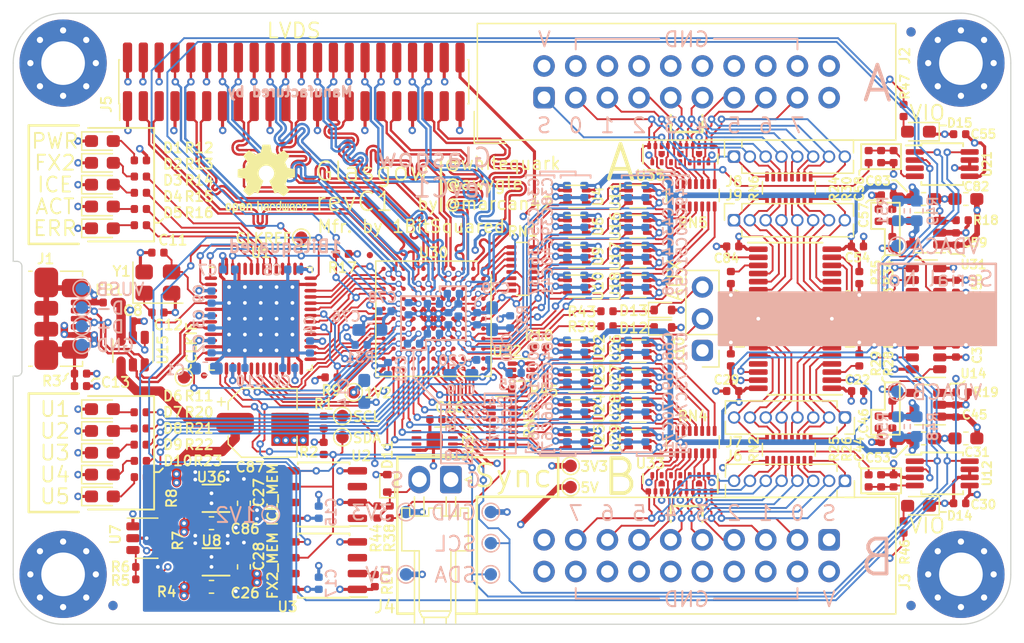
<source format=kicad_pcb>
(kicad_pcb (version 20171130) (host pcbnew 5.1.2-f72e74a~84~ubuntu18.04.1)
  (layers (0 F.Cu signal) (1 In1.Cu power hide) (2 In2.Cu power hide) (31 B.Cu signal) (34 B.Paste user hide) (35 F.Paste user hide) (36 B.SilkS user) (37 F.SilkS user) (38 B.Mask user hide) (39 F.Mask user hide) (44 Edge.Cuts user hide))
  (net 0 "")
  (net 1 /SDA)
  (net 2 +3V3)
  (net 3 GND)
  (net 4 /SCL)
  (net 5 +5V)
  (net 6 /~CY_RESET)
  (net 7 /SHLD)
  (net 8 /USB_P)
  (net 9 /XTALOUT)
  (net 10 /XTALIN)
  (net 11 /USB_N)
  (net 12 /D0)
  (net 13 /D1)
  (net 14 /D2)
  (net 15 /D3)
  (net 16 /D4)
  (net 17 /D5)
  (net 18 /D6)
  (net 19 /D7)
  (net 20 /FLAGA)
  (net 21 /FLAGB)
  (net 22 /FLAGC)
  (net 23 /OE)
  (net 24 /A0)
  (net 25 /A1)
  (net 26 /PKTEND)
  (net 27 /FPGA_DONE)
  (net 28 /~FPGA_RESET)
  (net 29 +1V2)
  (net 30 /1V2EN)
  (net 31 /3V3EN)
  (net 32 /PGOOD)
  (net 33 /CLKIF)
  (net 34 /FLAGD)
  (net 35 /VUSB)
  (net 36 /LED_CY)
  (net 37 "Net-(D2-Pad2)")
  (net 38 "Net-(D5-Pad2)")
  (net 39 /LED_ERR)
  (net 40 /LED_ACT)
  (net 41 "Net-(D4-Pad2)")
  (net 42 "Net-(D3-Pad2)")
  (net 43 /LED_FPGA)
  (net 44 "Net-(D1-Pad2)")
  (net 45 /~ALERT)
  (net 46 "Net-(R27-Pad1)")
  (net 47 /CLKREF)
  (net 48 /ENVB)
  (net 49 /ENVA)
  (net 50 /WR)
  (net 51 /RD)
  (net 52 "Net-(RN3-Pad10)")
  (net 53 "Net-(RN3-Pad12)")
  (net 54 "Net-(RN3-Pad11)")
  (net 55 "Net-(RN3-Pad13)")
  (net 56 "Net-(RN3-Pad14)")
  (net 57 "Net-(RN3-Pad15)")
  (net 58 "Net-(RN3-Pad9)")
  (net 59 "Net-(RN3-Pad16)")
  (net 60 "Net-(RN1-Pad16)")
  (net 61 "Net-(RN1-Pad9)")
  (net 62 "Net-(RN1-Pad15)")
  (net 63 "Net-(RN1-Pad14)")
  (net 64 "Net-(RN1-Pad13)")
  (net 65 "Net-(RN1-Pad11)")
  (net 66 "Net-(RN1-Pad12)")
  (net 67 "Net-(RN1-Pad10)")
  (net 68 /VCCPLL1)
  (net 69 /VCCPLL0)
  (net 70 /GNDPLL1)
  (net 71 /GNDPLL0)
  (net 72 "Net-(D6-Pad2)")
  (net 73 "Net-(D10-Pad2)")
  (net 74 "Net-(D9-Pad2)")
  (net 75 "Net-(D8-Pad2)")
  (net 76 "Net-(D7-Pad2)")
  (net 77 "Net-(R33-Pad1)")
  (net 78 /IO_Banks/IO_Buffer_B/Y0)
  (net 79 /IO_Banks/IO_Buffer_B/Z0)
  (net 80 /IO_Banks/IO_Buffer_B/Y7)
  (net 81 /IO_Banks/IO_Buffer_B/Z7)
  (net 82 /IO_Banks/IO_Buffer_B/Y1)
  (net 83 /IO_Banks/IO_Buffer_B/Y2)
  (net 84 /IO_Banks/IO_Buffer_B/Y3)
  (net 85 /IO_Banks/IO_Buffer_B/Y4)
  (net 86 /IO_Banks/IO_Buffer_B/Y5)
  (net 87 /IO_Banks/IO_Buffer_B/Y6)
  (net 88 /IO_Banks/IO_Buffer_B/Z1)
  (net 89 /IO_Banks/IO_Buffer_B/Z2)
  (net 90 /IO_Banks/IO_Buffer_B/Z3)
  (net 91 /IO_Banks/IO_Buffer_B/Z5)
  (net 92 /IO_Banks/IO_Buffer_B/Z4)
  (net 93 /IO_Banks/IO_Buffer_B/Z6)
  (net 94 /IO_Banks/IO_Buffer_A/Y0)
  (net 95 /IO_Banks/IO_Buffer_A/Z0)
  (net 96 /IO_Banks/IO_Buffer_A/Y7)
  (net 97 /IO_Banks/IO_Buffer_A/Z7)
  (net 98 /IO_Banks/IO_Buffer_A/Y1)
  (net 99 /IO_Banks/IO_Buffer_A/Y2)
  (net 100 /IO_Banks/IO_Buffer_A/Y3)
  (net 101 /IO_Banks/IO_Buffer_A/Y4)
  (net 102 /IO_Banks/IO_Buffer_A/Y5)
  (net 103 /IO_Banks/IO_Buffer_A/Y6)
  (net 104 /IO_Banks/IO_Buffer_A/Z1)
  (net 105 /IO_Banks/IO_Buffer_A/Z2)
  (net 106 /IO_Banks/IO_Buffer_A/Z3)
  (net 107 /IO_Banks/IO_Buffer_A/Z5)
  (net 108 /IO_Banks/IO_Buffer_A/Z4)
  (net 109 /IO_Banks/IO_Buffer_A/Z6)
  (net 110 /IO_Banks/QB6)
  (net 111 /IO_Banks/QB5)
  (net 112 /IO_Banks/QB4)
  (net 113 /IO_Banks/QB3)
  (net 114 /IO_Banks/QB2)
  (net 115 /IO_Banks/QB1)
  (net 116 /IO_Banks/QB7)
  (net 117 /IO_Banks/QB0)
  (net 118 /IO_Banks/QA0)
  (net 119 /IO_Banks/QA7)
  (net 120 /IO_Banks/QA1)
  (net 121 /IO_Banks/QA2)
  (net 122 /IO_Banks/QA3)
  (net 123 /IO_Banks/QA4)
  (net 124 /IO_Banks/QA5)
  (net 125 /IO_Banks/QA6)
  (net 126 /IO_Banks/IO_Buffer_A/VSAMP)
  (net 127 /IO_Banks/U1)
  (net 128 /IO_Banks/IO_Buffer_A/VSENSE)
  (net 129 /IO_Banks/VIOB)
  (net 130 /IO_Banks/VIOA)
  (net 131 /IO_Banks/U2)
  (net 132 /IO_Banks/IO_Buffer_B/VSAMP)
  (net 133 /IO_Banks/IO_Buffer_B/VSENSE)
  (net 134 /IO_Banks/U5)
  (net 135 /IO_Banks/U4)
  (net 136 /IO_Banks/U3)
  (net 137 /IO_Banks/Z0_P)
  (net 138 /IO_Banks/Z2_N)
  (net 139 /IO_Banks/Z3_N)
  (net 140 /IO_Banks/Z3_P)
  (net 141 /IO_Banks/Z6_P)
  (net 142 /IO_Banks/Z8_P)
  (net 143 /IO_Banks/Z10_P)
  (net 144 /IO_Banks/Z11_P)
  (net 145 /IO_Banks/Z11_N)
  (net 146 /IO_Banks/Z0_N)
  (net 147 /IO_Banks/Z2_P)
  (net 148 /IO_Banks/Z4_P)
  (net 149 /IO_Banks/Z5_P)
  (net 150 /IO_Banks/Z6_N)
  (net 151 /IO_Banks/Z8_N)
  (net 152 /IO_Banks/Z10_N)
  (net 153 /IO_Banks/Z12_N)
  (net 154 /IO_Banks/Z12_P)
  (net 155 /IO_Banks/Z1_N)
  (net 156 /IO_Banks/Z4_N)
  (net 157 /IO_Banks/Z5_N)
  (net 158 /IO_Banks/Z7_N)
  (net 159 /IO_Banks/Z9_P)
  (net 160 /IO_Banks/Z9_N)
  (net 161 /IO_Banks/Z1_P)
  (net 162 /IO_Banks/VIO_AUX)
  (net 163 /IO_Banks/Z7_P)
  (net 164 /IO_Banks/DA0)
  (net 165 /IO_Banks/DA4)
  (net 166 /IO_Banks/DA6)
  (net 167 /IO_Banks/DA1)
  (net 168 /IO_Banks/DA3)
  (net 169 /IO_Banks/DA5)
  (net 170 /IO_Banks/DA7)
  (net 171 /IO_Banks/DB0)
  (net 172 /IO_Banks/DB4)
  (net 173 /IO_Banks/DB6)
  (net 174 /IO_Banks/DB1)
  (net 175 /IO_Banks/DB3)
  (net 176 /IO_Banks/DB5)
  (net 177 /IO_Banks/DB7)
  (net 178 /IO_Banks/DA2)
  (net 179 /IO_Banks/DB2)
  (net 180 "Net-(J7-Pad2)")
  (net 181 "Net-(J7-Pad4)")
  (net 182 "Net-(J7-Pad3)")
  (net 183 "Net-(J7-Pad5)")
  (net 184 "Net-(J7-Pad6)")
  (net 185 "Net-(J7-Pad7)")
  (net 186 "Net-(J7-Pad1)")
  (net 187 "Net-(J7-Pad8)")
  (net 188 "Net-(J9-Pad2)")
  (net 189 "Net-(J9-Pad4)")
  (net 190 "Net-(J9-Pad3)")
  (net 191 "Net-(J9-Pad5)")
  (net 192 "Net-(J9-Pad6)")
  (net 193 "Net-(J9-Pad7)")
  (net 194 "Net-(J9-Pad1)")
  (net 195 "Net-(J9-Pad8)")
  (net 196 /IO_Banks/IO_Buffer_B/VFB)
  (net 197 /IO_Banks/IO_Buffer_A/VFB)
  (net 198 /IO_Banks/~SYNC)
  (net 199 "Net-(R40-Pad1)")
  (net 200 "Net-(FB1-Pad1)")
  (net 201 "Net-(R37-Pad1)")
  (net 202 "Net-(R36-Pad1)")
  (net 203 "Net-(R10-Pad1)")
  (net 204 "Net-(R39-Pad2)")
  (net 205 "Net-(R43-Pad2)")
  (net 206 "Net-(R38-Pad2)")
  (net 207 "Net-(D12-Pad1)")
  (net 208 "Net-(D13-Pad1)")
  (net 209 "Net-(R45-Pad2)")
  (net 210 "Net-(R45-Pad1)")
  (net 211 "Net-(D14-Pad2)")
  (net 212 "Net-(D15-Pad2)")
  (net 213 "Net-(J1-Pad4)")
  (net 214 "Net-(J2-Pad20)")
  (net 215 "Net-(J2-Pad19)")
  (net 216 "Net-(J3-Pad20)")
  (net 217 "Net-(J3-Pad19)")
  (net 218 "Net-(R48-Pad1)")
  (net 219 "Net-(R49-Pad1)")
  (net 220 "Net-(U1-Pad52)")
  (net 221 "Net-(U1-Pad46)")
  (net 222 "Net-(U2-Pad7)")
  (net 223 "Net-(U2-Pad3)")
  (net 224 "Net-(U2-Pad1)")
  (net 225 "Net-(U3-Pad7)")
  (net 226 "Net-(U3-Pad3)")
  (net 227 "Net-(U5-Pad13)")
  (net 228 "Net-(U19-Pad13)")
  (net 229 /IO_Banks/IO_Buffer_A/ADRDAC)
  (net 230 /IO_Banks/IO_Buffer_A/ADRADC)
  (net 231 "Net-(U30-PadB10)")
  (net 232 "Net-(U33-Pad21)")
  (net 233 "Net-(U33-Pad20)")
  (net 234 "Net-(U33-Pad17)")
  (net 235 "Net-(U33-Pad16)")
  (net 236 "Net-(U33-Pad13)")
  (net 237 "Net-(U33-Pad14)")
  (net 238 "Net-(U33-Pad15)")
  (net 239 "Net-(U33-Pad19)")
  (net 240 "Net-(U35-Pad21)")
  (net 241 "Net-(U35-Pad20)")
  (net 242 "Net-(U35-Pad17)")
  (net 243 "Net-(U35-Pad16)")
  (net 244 "Net-(U35-Pad13)")
  (net 245 "Net-(U35-Pad14)")
  (net 246 "Net-(U35-Pad15)")
  (net 247 "Net-(U35-Pad19)")
  (module Connector_IDC:IDC-Header_2x10_P2.54mm_Vertical (layer F.Cu) (at 115.43 113.23 270)
    (fp_text reference J3 (at 3.37 -6.07 90) (layer F.SilkS) (effects (font (size 0.8 0.8))))
    (fp_text value Conn_02x10_Odd_Even)
    (pad 20 thru_hole oval (at 2.54 22.86 270) (size 1.7272 1.7272) (drill 1.016) (layers *.Cu *.Mask) (net 216 "Net-(J3-Pad20)"))
    (pad 19 thru_hole oval (at 0 22.86 270) (size 1.7272 1.7272) (drill 1.016) (layers *.Cu *.Mask) (net 217 "Net-(J3-Pad19)"))
    (pad 18 thru_hole oval (at 2.54 20.32 270) (size 1.7272 1.7272) (drill 1.016) (layers *.Cu *.Mask) (net 3 GND))
    (pad 17 thru_hole oval (at 0 20.32 270) (size 1.7272 1.7272) (drill 1.016) (layers *.Cu *.Mask) (net 81 /IO_Banks/IO_Buffer_B/Z7))
    (pad 16 thru_hole oval (at 2.54 17.78 270) (size 1.7272 1.7272) (drill 1.016) (layers *.Cu *.Mask) (net 3 GND))
    (pad 15 thru_hole oval (at 0 17.78 270) (size 1.7272 1.7272) (drill 1.016) (layers *.Cu *.Mask) (net 93 /IO_Banks/IO_Buffer_B/Z6))
    (pad 14 thru_hole oval (at 2.54 15.24 270) (size 1.7272 1.7272) (drill 1.016) (layers *.Cu *.Mask) (net 3 GND))
    (pad 13 thru_hole oval (at 0 15.24 270) (size 1.7272 1.7272) (drill 1.016) (layers *.Cu *.Mask) (net 91 /IO_Banks/IO_Buffer_B/Z5))
    (pad 12 thru_hole oval (at 2.54 12.7 270) (size 1.7272 1.7272) (drill 1.016) (layers *.Cu *.Mask) (net 3 GND))
    (pad 11 thru_hole oval (at 0 12.7 270) (size 1.7272 1.7272) (drill 1.016) (layers *.Cu *.Mask) (net 92 /IO_Banks/IO_Buffer_B/Z4))
    (pad 10 thru_hole oval (at 2.54 10.16 270) (size 1.7272 1.7272) (drill 1.016) (layers *.Cu *.Mask) (net 3 GND))
    (pad 9 thru_hole oval (at 0 10.16 270) (size 1.7272 1.7272) (drill 1.016) (layers *.Cu *.Mask) (net 90 /IO_Banks/IO_Buffer_B/Z3))
    (pad 8 thru_hole oval (at 2.54 7.62 270) (size 1.7272 1.7272) (drill 1.016) (layers *.Cu *.Mask) (net 3 GND))
    (pad 7 thru_hole oval (at 0 7.62 270) (size 1.7272 1.7272) (drill 1.016) (layers *.Cu *.Mask) (net 89 /IO_Banks/IO_Buffer_B/Z2))
    (pad 6 thru_hole oval (at 2.54 5.08 270) (size 1.7272 1.7272) (drill 1.016) (layers *.Cu *.Mask) (net 3 GND))
    (pad 5 thru_hole oval (at 0 5.08 270) (size 1.7272 1.7272) (drill 1.016) (layers *.Cu *.Mask) (net 88 /IO_Banks/IO_Buffer_B/Z1))
    (pad 4 thru_hole oval (at 2.54 2.54 270) (size 1.7272 1.7272) (drill 1.016) (layers *.Cu *.Mask) (net 3 GND))
    (pad 3 thru_hole oval (at 0 2.54 270) (size 1.7272 1.7272) (drill 1.016) (layers *.Cu *.Mask) (net 79 /IO_Banks/IO_Buffer_B/Z0))
    (pad 2 thru_hole oval (at 2.54 0 270) (size 1.7272 1.7272) (drill 1.016) (layers *.Cu *.Mask) (net 129 /IO_Banks/VIOB))
    (pad 1 thru_hole roundrect (at 0 0 270) (size 1.7272 1.7272) (drill 1.016) (layers *.Cu *.Mask) (net 133 /IO_Banks/IO_Buffer_B/VSENSE))
  )
  (module Glasgow:Molex_KK-254_1x02_P2.54mm_Horizontal (layer F.Cu) (at 85.1 108.4)
    (fp_text reference J4 (at -5.3 10.2) (layer F.SilkS))
    (fp_text value Conn_01x02)
    (pad 1 thru_hole roundrect (at 0 0 180) (size 1.74 2.2) (drill 1.2) (layers *.Cu *.Mask) (roundrect_rratio 0.143678) (net 3 GND))
    (pad 2 thru_hole oval (at -2.54 0 180) (size 1.74 2.2) (drill 1.2) (layers *.Cu *.Mask) (net 198 /IO_Banks/~SYNC))
  )
  (module TestPoint:TestPoint_Pad_D1.0mm (layer B.Cu) (at 55.5 94.6)
    (fp_text reference TP16 hide)
    (fp_text value USBDM hide)
    (pad 1 smd circle (at 0 0) (size 1 1) (layers B.Cu B.Mask) (net 11 /USB_N))
  )
  (module TestPoint:TestPoint_Pad_D1.0mm (layer B.Cu) (at 120.9 89.65)
    (fp_text reference TP19 hide)
    (fp_text value VDAC hide)
    (pad 1 smd circle (at 0 0) (size 1 1) (layers B.Cu B.Mask) (net 77 "Net-(R33-Pad1)"))
  )
  (module TestPoint:TestPoint_Pad_D1.0mm (layer B.Cu) (at 120.9 101.35)
    (fp_text reference TP18 hide)
    (fp_text value VDAC hide)
    (pad 1 smd circle (at 0 0) (size 1 1) (layers B.Cu B.Mask) (net 46 "Net-(R27-Pad1)"))
  )
  (module Capacitor_SMD:CP_Elec_5x3.9 (layer F.Cu) (at 70 103.85)
    (fp_text reference C87 (at -1 3.55) (layer F.SilkS) (effects (font (size 0.8 0.8))))
    (fp_text value 150u)
    (pad 1 smd roundrect (at -2.2 0) (size 3 1.6) (layers F.Cu F.Paste F.Mask) (net 5 +5V))
    (pad 2 smd roundrect (at 2.2 0) (size 3 1.6) (layers F.Cu F.Paste F.Mask) (net 3 GND))
  )
  (module Resistor_SMD:R_0603_1608Metric (layer B.Cu) (at 120.95 86.85 90)
    (fp_text reference R51 (at 0 -1.2 90) (layer B.SilkS) (effects (font (size 0.8 0.8)) (justify mirror)))
    (fp_text value DNP)
    (pad 2 smd roundrect (at 0.7875 0 90) (size 0.875 0.95) (layers B.Cu B.Mask) (net 130 /IO_Banks/VIOA))
    (pad 1 smd roundrect (at -0.7875 0 90) (size 0.875 0.95) (layers B.Cu B.Mask) (net 219 "Net-(R49-Pad1)"))
  )
  (module Resistor_SMD:R_0603_1608Metric (layer B.Cu) (at 120.95 104.15 270)
    (fp_text reference R50 (at 0 1.2 270) (layer B.SilkS) (effects (font (size 0.8 0.8)) (justify mirror)))
    (fp_text value DNP)
    (pad 2 smd roundrect (at 0.7875 0 270) (size 0.875 0.95) (layers B.Cu B.Mask) (net 129 /IO_Banks/VIOB))
    (pad 1 smd roundrect (at -0.7875 0 270) (size 0.875 0.95) (layers B.Cu B.Mask) (net 218 "Net-(R48-Pad1)"))
  )
  (module Package_TO_SOT_SMD:SOT-23-5 (layer F.Cu) (at 123.2 88.6 180)
    (fp_text reference U31 (at -3.8 -2.55 180) (layer F.SilkS) (effects (font (size 0.7 0.7))))
    (fp_text value TPS73101DBV)
    (pad 5 smd roundrect (at 1.1 -0.95 180) (size 1.06 0.65) (layers F.Cu F.Paste F.Mask) (net 219 "Net-(R49-Pad1)"))
    (pad 4 smd roundrect (at 1.1 0.95 180) (size 1.06 0.65) (layers F.Cu F.Paste F.Mask) (net 197 /IO_Banks/IO_Buffer_A/VFB))
    (pad 3 smd roundrect (at -1.1 0.95 180) (size 1.06 0.65) (layers F.Cu F.Paste F.Mask) (net 49 /ENVA))
    (pad 2 smd roundrect (at -1.1 0 180) (size 1.06 0.65) (layers F.Cu F.Paste F.Mask) (net 3 GND))
    (pad 1 smd roundrect (at -1.1 -0.95 180) (size 1.06 0.65) (layers F.Cu F.Paste F.Mask) (net 5 +5V))
  )
  (module Resistor_SMD:R_0603_1608Metric (layer B.Cu) (at 122.45 86.85 90)
    (fp_text reference R49 (at 0 1.3 90) (layer B.SilkS) (effects (font (size 0.8 0.8)) (justify mirror)))
    (fp_text value 0.68)
    (pad 2 smd roundrect (at 0.7875 0 90) (size 0.875 0.95) (layers B.Cu B.Paste B.Mask) (net 130 /IO_Banks/VIOA))
    (pad 1 smd roundrect (at -0.7875 0 90) (size 0.875 0.95) (layers B.Cu B.Paste B.Mask) (net 219 "Net-(R49-Pad1)"))
  )
  (module Resistor_SMD:R_0603_1608Metric (layer B.Cu) (at 122.45 104.15 270)
    (fp_text reference R48 (at 0 -1.3 270) (layer B.SilkS) (effects (font (size 0.8 0.8)) (justify mirror)))
    (fp_text value 0.68)
    (pad 2 smd roundrect (at 0.7875 0 270) (size 0.875 0.95) (layers B.Cu B.Paste B.Mask) (net 129 /IO_Banks/VIOB))
    (pad 1 smd roundrect (at -0.7875 0 270) (size 0.875 0.95) (layers B.Cu B.Paste B.Mask) (net 218 "Net-(R48-Pad1)"))
  )
  (module Glasgow:DFN-6-1EP_2x2mm_P0.65mm_EP1x1.6mm_ThermalVias (layer F.Cu) (at 65.9 109.9 180)
    (fp_text reference U36 (at 0 1.7 180) (layer F.SilkS) (effects (font (size 0.8 0.8))))
    (fp_text value TLV75533PDRVR)
    (pad 7 smd rect (at 0 0 180) (size 1 1.6) (layers B.Cu) (net 3 GND))
    (pad 7 thru_hole circle (at 0 0.4 180) (size 0.65 0.65) (drill 0.3) (layers *.Cu) (net 3 GND))
    (pad 7 thru_hole circle (at 0 -0.4 180) (size 0.65 0.65) (drill 0.3) (layers *.Cu) (net 3 GND))
    (pad 1 smd roundrect (at -1.05 -0.65 180) (size 0.65 0.35) (layers F.Cu F.Paste F.Mask) (net 29 +1V2))
    (pad 2 smd roundrect (at -1.05 0 180) (size 0.65 0.35) (layers F.Cu F.Paste F.Mask) (net 29 +1V2))
    (pad 3 smd roundrect (at -1.05 0.65 180) (size 0.65 0.35) (layers F.Cu F.Paste F.Mask) (net 3 GND))
    (pad 4 smd roundrect (at 1.05 0.65 180) (size 0.65 0.35) (layers F.Cu F.Paste F.Mask) (net 30 /1V2EN))
    (pad 5 smd roundrect (at 1.05 0 180) (size 0.65 0.35) (layers F.Cu F.Paste F.Mask) (net 5 +5V))
    (pad 6 smd roundrect (at 1.05 -0.65 180) (size 0.65 0.35) (layers F.Cu F.Paste F.Mask) (net 5 +5V))
    (pad 7 smd rect (at 0 0 180) (size 1 1.6) (layers F.Cu F.Mask) (net 3 GND))
  )
  (module Glasgow:DFN-6-1EP_2x2mm_P0.65mm_EP1x1.6mm_ThermalVias (layer F.Cu) (at 65.9 115 180)
    (fp_text reference U8 (at 0 1.7 180) (layer F.SilkS) (effects (font (size 0.8 0.8))))
    (fp_text value TLV73312PQDRVRQ1)
    (pad 7 smd rect (at 0 0 180) (size 1 1.6) (layers B.Cu) (net 3 GND))
    (pad 7 thru_hole circle (at 0 0.4 180) (size 0.65 0.65) (drill 0.3) (layers *.Cu) (net 3 GND))
    (pad 7 thru_hole circle (at 0 -0.4 180) (size 0.65 0.65) (drill 0.3) (layers *.Cu) (net 3 GND))
    (pad 1 smd roundrect (at -1.05 -0.65 180) (size 0.65 0.35) (layers F.Cu F.Paste F.Mask) (net 2 +3V3))
    (pad 2 smd roundrect (at -1.05 0 180) (size 0.65 0.35) (layers F.Cu F.Paste F.Mask) (net 2 +3V3))
    (pad 3 smd roundrect (at -1.05 0.65 180) (size 0.65 0.35) (layers F.Cu F.Paste F.Mask) (net 3 GND))
    (pad 4 smd roundrect (at 1.05 0.65 180) (size 0.65 0.35) (layers F.Cu F.Paste F.Mask) (net 31 /3V3EN))
    (pad 5 smd roundrect (at 1.05 0 180) (size 0.65 0.35) (layers F.Cu F.Paste F.Mask) (net 5 +5V))
    (pad 6 smd roundrect (at 1.05 -0.65 180) (size 0.65 0.35) (layers F.Cu F.Paste F.Mask) (net 5 +5V))
    (pad 7 smd rect (at 0 0 180) (size 1 1.6) (layers F.Cu F.Mask) (net 3 GND))
  )
  (module Capacitor_SMD:C_0603_1608Metric_Pad1.05x0.95mm_HandSolder (layer F.Cu) (at 65.9 111.9 180)
    (fp_text reference C86 (at -2.7 -0.45 180) (layer F.SilkS) (effects (font (size 0.8 0.8))))
    (fp_text value 4u7)
    (pad 2 smd roundrect (at 0.875 0 180) (size 1.05 0.95) (layers F.Cu F.Paste F.Mask) (net 5 +5V))
    (pad 1 smd roundrect (at -0.875 0 180) (size 1.05 0.95) (layers F.Cu F.Paste F.Mask) (net 3 GND))
  )
  (module Crystal:Crystal_SMD_3225-4Pin_3.2x2.5mm (layer F.Cu) (at 61.6 92.6)
    (fp_text reference Y1 (at -2.9 -0.9 180) (layer F.SilkS) (effects (font (size 0.8 0.8))))
    (fp_text value 24M)
    (pad 4 smd roundrect (at -1.1 -0.85) (size 1.4 1.2) (layers F.Cu F.Paste F.Mask) (net 3 GND))
    (pad 3 smd roundrect (at 1.1 -0.85) (size 1.4 1.2) (layers F.Cu F.Paste F.Mask) (net 9 /XTALOUT))
    (pad 2 smd roundrect (at 1.1 0.85) (size 1.4 1.2) (layers F.Cu F.Paste F.Mask) (net 3 GND))
    (pad 1 smd roundrect (at -1.1 0.85) (size 1.4 1.2) (layers F.Cu F.Paste F.Mask) (net 10 /XTALIN))
  )
  (module LED_SMD:LED_0603_1608Metric_Pad1.05x0.95mm_HandSolder (layer F.Cu) (at 57.15 109.75)
    (fp_text reference D10 (at 6.05 -2.85) (layer F.SilkS) (effects (font (size 0.8 0.8))))
    (fp_text value BLU)
    (pad 2 smd roundrect (at 0.875 0) (size 1.05 0.95) (layers F.Cu F.Paste F.Mask) (net 73 "Net-(D10-Pad2)"))
    (pad 1 smd roundrect (at -0.875 0) (size 1.05 0.95) (layers F.Cu F.Paste F.Mask) (net 3 GND))
  )
  (module LED_SMD:LED_0603_1608Metric_Pad1.05x0.95mm_HandSolder (layer F.Cu) (at 57.15 108)
    (fp_text reference D9 (at 5.65 -2.4) (layer F.SilkS) (effects (font (size 0.8 0.8))))
    (fp_text value PNK)
    (pad 2 smd roundrect (at 0.875 0) (size 1.05 0.95) (layers F.Cu F.Paste F.Mask) (net 74 "Net-(D9-Pad2)"))
    (pad 1 smd roundrect (at -0.875 0) (size 1.05 0.95) (layers F.Cu F.Paste F.Mask) (net 3 GND))
  )
  (module LED_SMD:LED_0603_1608Metric_Pad1.05x0.95mm_HandSolder (layer F.Cu) (at 57.15 106.25)
    (fp_text reference D8 (at 5.65 -1.95) (layer F.SilkS) (effects (font (size 0.8 0.8))))
    (fp_text value WHT)
    (pad 2 smd roundrect (at 0.875 0) (size 1.05 0.95) (layers F.Cu F.Paste F.Mask) (net 75 "Net-(D8-Pad2)"))
    (pad 1 smd roundrect (at -0.875 0) (size 1.05 0.95) (layers F.Cu F.Paste F.Mask) (net 3 GND))
  )
  (module LED_SMD:LED_0603_1608Metric_Pad1.05x0.95mm_HandSolder (layer F.Cu) (at 57.15 104.5)
    (fp_text reference D7 (at 5.65 -1.5) (layer F.SilkS) (effects (font (size 0.8 0.8))))
    (fp_text value PNK)
    (pad 2 smd roundrect (at 0.875 0) (size 1.05 0.95) (layers F.Cu F.Paste F.Mask) (net 76 "Net-(D7-Pad2)"))
    (pad 1 smd roundrect (at -0.875 0) (size 1.05 0.95) (layers F.Cu F.Paste F.Mask) (net 3 GND))
  )
  (module LED_SMD:LED_0603_1608Metric_Pad1.05x0.95mm_HandSolder (layer F.Cu) (at 57.15 102.75)
    (fp_text reference D6 (at 5.65 -1.05) (layer F.SilkS) (effects (font (size 0.8 0.8))))
    (fp_text value BLU)
    (pad 2 smd roundrect (at 0.875 0) (size 1.05 0.95) (layers F.Cu F.Paste F.Mask) (net 72 "Net-(D6-Pad2)"))
    (pad 1 smd roundrect (at -0.875 0) (size 1.05 0.95) (layers F.Cu F.Paste F.Mask) (net 3 GND))
  )
  (module LED_SMD:LED_0603_1608Metric_Pad1.05x0.95mm_HandSolder (layer F.Cu) (at 57.15 88.25)
    (fp_text reference D5 (at 5.65 -1.25) (layer F.SilkS) (effects (font (size 0.8 0.8))))
    (fp_text value RED)
    (pad 2 smd roundrect (at 0.875 0) (size 1.05 0.95) (layers F.Cu F.Paste F.Mask) (net 38 "Net-(D5-Pad2)"))
    (pad 1 smd roundrect (at -0.875 0) (size 1.05 0.95) (layers F.Cu F.Paste F.Mask) (net 3 GND))
  )
  (module LED_SMD:LED_0603_1608Metric_Pad1.05x0.95mm_HandSolder (layer F.Cu) (at 57.15 86.5)
    (fp_text reference D4 (at 5.65 -0.8) (layer F.SilkS) (effects (font (size 0.8 0.8))))
    (fp_text value YEL)
    (pad 2 smd roundrect (at 0.875 0) (size 1.05 0.95) (layers F.Cu F.Paste F.Mask) (net 41 "Net-(D4-Pad2)"))
    (pad 1 smd roundrect (at -0.875 0) (size 1.05 0.95) (layers F.Cu F.Paste F.Mask) (net 3 GND))
  )
  (module LED_SMD:LED_0603_1608Metric_Pad1.05x0.95mm_HandSolder (layer F.Cu) (at 57.15 84.75)
    (fp_text reference D3 (at 5.65 -0.35) (layer F.SilkS) (effects (font (size 0.8 0.8))))
    (fp_text value GRN)
    (pad 2 smd roundrect (at 0.875 0) (size 1.05 0.95) (layers F.Cu F.Paste F.Mask) (net 42 "Net-(D3-Pad2)"))
    (pad 1 smd roundrect (at -0.875 0) (size 1.05 0.95) (layers F.Cu F.Paste F.Mask) (net 3 GND))
  )
  (module LED_SMD:LED_0603_1608Metric_Pad1.05x0.95mm_HandSolder (layer F.Cu) (at 57.15 83)
    (fp_text reference D2 (at 5.65 0.1) (layer F.SilkS) (effects (font (size 0.8 0.8))))
    (fp_text value GRN)
    (pad 2 smd roundrect (at 0.875 0) (size 1.05 0.95) (layers F.Cu F.Paste F.Mask) (net 37 "Net-(D2-Pad2)"))
    (pad 1 smd roundrect (at -0.875 0) (size 1.05 0.95) (layers F.Cu F.Paste F.Mask) (net 3 GND))
  )
  (module LED_SMD:LED_0603_1608Metric_Pad1.05x0.95mm_HandSolder (layer F.Cu) (at 57.15 81.25)
    (fp_text reference D1 (at 5.65 0.55) (layer F.SilkS) (effects (font (size 0.8 0.8))))
    (fp_text value GRN)
    (pad 2 smd roundrect (at 0.875 0) (size 1.05 0.95) (layers F.Cu F.Paste F.Mask) (net 44 "Net-(D1-Pad2)"))
    (pad 1 smd roundrect (at -0.875 0) (size 1.05 0.95) (layers F.Cu F.Paste F.Mask) (net 3 GND))
  )
  (module Resistor_SMD:R_0402_1005Metric (layer F.Cu) (at 121.4 78.8 270)
    (fp_text reference R47 (at -1.9 -0.1 270) (layer F.SilkS) (effects (font (size 0.7 0.7))))
    (fp_text value 20k)
    (pad 2 smd roundrect (at 0.485 0 270) (size 0.59 0.64) (layers F.Cu F.Paste F.Mask) (net 212 "Net-(D15-Pad2)"))
    (pad 1 smd roundrect (at -0.485 0 270) (size 0.59 0.64) (layers F.Cu F.Paste F.Mask) (net 49 /ENVA))
  )
  (module Resistor_SMD:R_0402_1005Metric (layer F.Cu) (at 121.4 112.2 90)
    (fp_text reference R46 (at -2 0.1 90) (layer F.SilkS) (effects (font (size 0.7 0.7))))
    (fp_text value 20k)
    (pad 2 smd roundrect (at 0.485 0 90) (size 0.59 0.64) (layers F.Cu F.Paste F.Mask) (net 211 "Net-(D14-Pad2)"))
    (pad 1 smd roundrect (at -0.485 0 90) (size 0.59 0.64) (layers F.Cu F.Paste F.Mask) (net 48 /ENVB))
  )
  (module LED_SMD:LED_0603_1608Metric_Pad1.05x0.95mm_HandSolder (layer F.Cu) (at 122.6 80.5 180)
    (fp_text reference D15 (at -3.3 0.7 180) (layer F.SilkS) (effects (font (size 0.7 0.7))))
    (fp_text value GRN)
    (pad 2 smd roundrect (at 0.875 0 180) (size 1.05 0.95) (layers F.Cu F.Paste F.Mask) (net 212 "Net-(D15-Pad2)"))
    (pad 1 smd roundrect (at -0.875 0 180) (size 1.05 0.95) (layers F.Cu F.Paste F.Mask) (net 3 GND))
  )
  (module LED_SMD:LED_0603_1608Metric_Pad1.05x0.95mm_HandSolder (layer F.Cu) (at 122.6 110.5 180)
    (fp_text reference D14 (at -3.3 -0.8 180) (layer F.SilkS) (effects (font (size 0.7 0.7))))
    (fp_text value GRN)
    (pad 2 smd roundrect (at 0.875 0 180) (size 1.05 0.95) (layers F.Cu F.Paste F.Mask) (net 211 "Net-(D14-Pad2)"))
    (pad 1 smd roundrect (at -0.875 0 180) (size 1.05 0.95) (layers F.Cu F.Paste F.Mask) (net 3 GND))
  )
  (module TestPoint:TestPoint_Pad_D1.0mm (layer B.Cu) (at 70.65 111.2)
    (fp_text reference TP17 hide)
    (fp_text value 1V2 hide)
    (pad 1 smd circle (at 0 0) (size 1 1) (layers B.Cu B.Mask) (net 29 +1V2))
  )
  (module Glasgow:SOT-563 (layer F.Cu) (at 90.75 99.6)
    (fp_text reference U32 (at -1.15 -1.5 180) (layer F.SilkS) (effects (font (size 0.8 0.8))))
    (fp_text value SN74LVC1T45DRL)
    (pad 5 smd roundrect (at 0.75 0) (size 0.7 0.35) (layers F.Cu F.Paste F.Mask) (net 203 "Net-(R10-Pad1)"))
    (pad 4 smd roundrect (at 0.75 0.5) (size 0.7 0.35) (layers F.Cu F.Paste F.Mask) (net 206 "Net-(R38-Pad2)"))
    (pad 2 smd roundrect (at -0.75 0) (size 0.7 0.35) (layers F.Cu F.Paste F.Mask) (net 3 GND))
    (pad 6 smd roundrect (at 0.75 -0.5) (size 0.7 0.35) (layers F.Cu F.Paste F.Mask) (net 2 +3V3))
    (pad 3 smd roundrect (at -0.75 0.5) (size 0.7 0.35) (layers F.Cu F.Paste F.Mask) (net 210 "Net-(R45-Pad1)"))
    (pad 1 smd roundrect (at -0.75 -0.5) (size 0.7 0.35) (layers F.Cu F.Paste F.Mask) (net 2 +3V3))
  )
  (module Resistor_SMD:R_0402_1005Metric (layer F.Cu) (at 90.45 101.15 180)
    (fp_text reference R45 (at -2.1 -0.15 180) (layer F.SilkS) (effects (font (size 0.8 0.8))))
    (fp_text value 47)
    (pad 2 smd roundrect (at 0.485 0 180) (size 0.59 0.64) (layers F.Cu F.Paste F.Mask) (net 209 "Net-(R45-Pad2)"))
    (pad 1 smd roundrect (at -0.485 0 180) (size 0.59 0.64) (layers F.Cu F.Paste F.Mask) (net 210 "Net-(R45-Pad1)"))
  )
  (module TestPoint:TestPoint_Pad_D1.0mm (layer B.Cu) (at 55.5 96.1)
    (fp_text reference TP15 hide)
    (fp_text value USBDP hide)
    (pad 1 smd circle (at 0 0) (size 1 1) (layers B.Cu B.Mask) (net 8 /USB_P))
  )
  (module TestPoint:TestPoint_Pad_D1.0mm (layer B.Cu) (at 55.5 97.6)
    (fp_text reference TP14 hide)
    (fp_text value USBGND hide)
    (pad 1 smd circle (at 0 0) (size 1 1) (layers B.Cu B.Mask) (net 3 GND))
  )
  (module TestPoint:TestPoint_Pad_D1.0mm (layer B.Cu) (at 55.5 93.1)
    (fp_text reference TP13 hide)
    (fp_text value VBUS hide)
    (pad 1 smd circle (at 0 0) (size 1 1) (layers B.Cu B.Mask) (net 200 "Net-(FB1-Pad1)"))
  )
  (module Resistor_SMD:R_0402_1005Metric (layer F.Cu) (at 79.2 111 90)
    (fp_text reference R44 (at -2.1 -0.1 90) (layer F.SilkS) (effects (font (size 0.8 0.8))))
    (fp_text value 10k)
    (pad 2 smd roundrect (at 0.485 0 90) (size 0.59 0.64) (layers F.Cu F.Paste F.Mask) (net 2 +3V3))
    (pad 1 smd roundrect (at -0.485 0 90) (size 0.59 0.64) (layers F.Cu F.Paste F.Mask) (net 198 /IO_Banks/~SYNC))
  )
  (module Diode_SMD:D_SOD-523 (layer F.Cu) (at 80 108.7 90)
    (fp_text reference D11 (at 2.3 0 90) (layer F.SilkS) (effects (font (size 0.8 0.8))))
    (fp_text value ESD5Z5.0T1G)
    (pad 1 smd roundrect (at -0.7 0 270) (size 0.6 0.7) (layers F.Cu F.Paste F.Mask) (net 198 /IO_Banks/~SYNC))
    (pad 2 smd roundrect (at 0.7 0 270) (size 0.6 0.7) (layers F.Cu F.Paste F.Mask) (net 3 GND))
  )
  (module Glasgow:UDFN-18-3EP_5.5x1.5mm_P0.5mm_EP0.5x0.5mm (layer F.Cu) (at 103.5 82.3 180)
    (fp_text reference U35 (at 2.4 -1.7 180) (layer F.SilkS) (effects (font (size 0.8 0.8))))
    (fp_text value MG2040)
    (pad 21 smd custom (at 1.5 0 180) (size 0.3 0.3) (layers F.Cu F.Paste F.Mask) (net 240 "Net-(U35-Pad21)") (options (clearance outline) (anchor rect)) (primitives (gr_poly (pts (xy -0.25 0.25) (xy -0.25 -0.1) (xy -0.1 -0.25) (xy 0.1 -0.25) (xy 0.25 -0.1) (xy 0.25 0.25)) (width 0))))
    (pad 20 smd custom (at 0 0 180) (size 0.3 0.3) (layers F.Cu F.Paste F.Mask) (net 241 "Net-(U35-Pad20)") (options (clearance outline) (anchor rect)) (primitives (gr_poly (pts (xy -0.25 0.25) (xy -0.25 -0.1) (xy -0.1 -0.25) (xy 0.1 -0.25) (xy 0.25 -0.1) (xy 0.25 0.25)) (width 0))))
    (pad 11 smd roundrect (at 2.5 0.65 180) (size 0.3 0.5) (layers F.Cu F.Paste F.Mask) (net 95 /IO_Banks/IO_Buffer_A/Z0))
    (pad 10 smd roundrect (at 2 0.65 180) (size 0.3 0.5) (layers F.Cu F.Paste F.Mask) (net 104 /IO_Banks/IO_Buffer_A/Z1))
    (pad 9 smd roundrect (at 1.5 0.65 180) (size 0.3 0.5) (layers F.Cu F.Paste F.Mask) (net 128 /IO_Banks/IO_Buffer_A/VSENSE))
    (pad 8 smd roundrect (at 1 0.65 180) (size 0.3 0.5) (layers F.Cu F.Paste F.Mask) (net 105 /IO_Banks/IO_Buffer_A/Z2))
    (pad 7 smd roundrect (at 0.5 0.65 180) (size 0.3 0.5) (layers F.Cu F.Paste F.Mask) (net 106 /IO_Banks/IO_Buffer_A/Z3))
    (pad 1 smd roundrect (at -2.5 0.65 180) (size 0.45 0.5) (drill (offset -0.075 0)) (layers F.Cu F.Paste F.Mask) (net 97 /IO_Banks/IO_Buffer_A/Z7))
    (pad 2 smd roundrect (at -2 0.65 180) (size 0.3 0.5) (layers F.Cu F.Paste F.Mask) (net 109 /IO_Banks/IO_Buffer_A/Z6))
    (pad 4 smd roundrect (at -1 0.65 180) (size 0.3 0.5) (layers F.Cu F.Paste F.Mask) (net 107 /IO_Banks/IO_Buffer_A/Z5))
    (pad 5 smd roundrect (at -0.5 0.65 180) (size 0.3 0.5) (layers F.Cu F.Paste F.Mask) (net 108 /IO_Banks/IO_Buffer_A/Z4))
    (pad 3 smd roundrect (at -1.5 0.65 180) (size 0.3 0.5) (layers F.Cu F.Paste F.Mask) (net 130 /IO_Banks/VIOA))
    (pad 18 smd roundrect (at -2.25 -0.65 180) (size 0.3 0.5) (layers F.Cu F.Paste F.Mask) (net 3 GND))
    (pad 17 smd roundrect (at -1.5 -0.65 180) (size 0.3 0.5) (layers F.Cu F.Paste F.Mask) (net 242 "Net-(U35-Pad17)"))
    (pad 16 smd roundrect (at -0.75 -0.65 180) (size 0.3 0.5) (layers F.Cu F.Paste F.Mask) (net 243 "Net-(U35-Pad16)"))
    (pad 12 smd roundrect (at 2.25 -0.65 180) (size 0.3 0.5) (layers F.Cu F.Paste F.Mask) (net 3 GND))
    (pad 13 smd roundrect (at 1.5 -0.65 180) (size 0.3 0.5) (layers F.Cu F.Paste F.Mask) (net 244 "Net-(U35-Pad13)"))
    (pad 14 smd roundrect (at 0.75 -0.65 180) (size 0.3 0.5) (layers F.Cu F.Paste F.Mask) (net 245 "Net-(U35-Pad14)"))
    (pad 6 smd roundrect (at 0 0.65 180) (size 0.3 0.5) (layers F.Cu F.Paste F.Mask) (net 130 /IO_Banks/VIOA))
    (pad 15 smd roundrect (at 0 -0.65 180) (size 0.3 0.5) (layers F.Cu F.Paste F.Mask) (net 246 "Net-(U35-Pad15)"))
    (pad 19 smd custom (at -1.5 0 180) (size 0.3 0.3) (layers F.Cu F.Paste F.Mask) (net 247 "Net-(U35-Pad19)") (options (clearance outline) (anchor rect)) (primitives (gr_poly (pts (xy -0.25 0.25) (xy -0.25 -0.1) (xy -0.1 -0.25) (xy 0.1 -0.25) (xy 0.25 -0.1) (xy 0.25 0.25)) (width 0))))
  )
  (module Glasgow:UDFN-18-3EP_5.5x1.5mm_P0.5mm_EP0.5x0.5mm (layer F.Cu) (at 103.5 108.7)
    (fp_text reference U33 (at -2.4 -1.6) (layer F.SilkS) (effects (font (size 0.8 0.8))))
    (fp_text value MG2040)
    (pad 21 smd custom (at 1.5 0) (size 0.3 0.3) (layers F.Cu F.Paste F.Mask) (net 232 "Net-(U33-Pad21)") (options (clearance outline) (anchor rect)) (primitives (gr_poly (pts (xy -0.25 0.25) (xy -0.25 -0.1) (xy -0.1 -0.25) (xy 0.1 -0.25) (xy 0.25 -0.1) (xy 0.25 0.25)) (width 0))))
    (pad 20 smd custom (at 0 0) (size 0.3 0.3) (layers F.Cu F.Paste F.Mask) (net 233 "Net-(U33-Pad20)") (options (clearance outline) (anchor rect)) (primitives (gr_poly (pts (xy -0.25 0.25) (xy -0.25 -0.1) (xy -0.1 -0.25) (xy 0.1 -0.25) (xy 0.25 -0.1) (xy 0.25 0.25)) (width 0))))
    (pad 11 smd roundrect (at 2.5 0.65) (size 0.3 0.5) (layers F.Cu F.Paste F.Mask) (net 79 /IO_Banks/IO_Buffer_B/Z0))
    (pad 10 smd roundrect (at 2 0.65) (size 0.3 0.5) (layers F.Cu F.Paste F.Mask) (net 88 /IO_Banks/IO_Buffer_B/Z1))
    (pad 9 smd roundrect (at 1.5 0.65) (size 0.3 0.5) (layers F.Cu F.Paste F.Mask) (net 133 /IO_Banks/IO_Buffer_B/VSENSE))
    (pad 8 smd roundrect (at 1 0.65) (size 0.3 0.5) (layers F.Cu F.Paste F.Mask) (net 89 /IO_Banks/IO_Buffer_B/Z2))
    (pad 7 smd roundrect (at 0.5 0.65) (size 0.3 0.5) (layers F.Cu F.Paste F.Mask) (net 90 /IO_Banks/IO_Buffer_B/Z3))
    (pad 1 smd roundrect (at -2.5 0.65) (size 0.45 0.5) (drill (offset -0.075 0)) (layers F.Cu F.Paste F.Mask) (net 81 /IO_Banks/IO_Buffer_B/Z7))
    (pad 2 smd roundrect (at -2 0.65) (size 0.3 0.5) (layers F.Cu F.Paste F.Mask) (net 93 /IO_Banks/IO_Buffer_B/Z6))
    (pad 4 smd roundrect (at -1 0.65) (size 0.3 0.5) (layers F.Cu F.Paste F.Mask) (net 91 /IO_Banks/IO_Buffer_B/Z5))
    (pad 5 smd roundrect (at -0.5 0.65) (size 0.3 0.5) (layers F.Cu F.Paste F.Mask) (net 92 /IO_Banks/IO_Buffer_B/Z4))
    (pad 3 smd roundrect (at -1.5 0.65) (size 0.3 0.5) (layers F.Cu F.Paste F.Mask) (net 129 /IO_Banks/VIOB))
    (pad 18 smd roundrect (at -2.25 -0.65) (size 0.3 0.5) (layers F.Cu F.Paste F.Mask) (net 3 GND))
    (pad 17 smd roundrect (at -1.5 -0.65) (size 0.3 0.5) (layers F.Cu F.Paste F.Mask) (net 234 "Net-(U33-Pad17)"))
    (pad 16 smd roundrect (at -0.75 -0.65) (size 0.3 0.5) (layers F.Cu F.Paste F.Mask) (net 235 "Net-(U33-Pad16)"))
    (pad 12 smd roundrect (at 2.25 -0.65) (size 0.3 0.5) (layers F.Cu F.Paste F.Mask) (net 3 GND))
    (pad 13 smd roundrect (at 1.5 -0.65) (size 0.3 0.5) (layers F.Cu F.Paste F.Mask) (net 236 "Net-(U33-Pad13)"))
    (pad 14 smd roundrect (at 0.75 -0.65) (size 0.3 0.5) (layers F.Cu F.Paste F.Mask) (net 237 "Net-(U33-Pad14)"))
    (pad 6 smd roundrect (at 0 0.65) (size 0.3 0.5) (layers F.Cu F.Paste F.Mask) (net 129 /IO_Banks/VIOB))
    (pad 15 smd roundrect (at 0 -0.65) (size 0.3 0.5) (layers F.Cu F.Paste F.Mask) (net 238 "Net-(U33-Pad15)"))
    (pad 19 smd custom (at -1.5 0) (size 0.3 0.3) (layers F.Cu F.Paste F.Mask) (net 239 "Net-(U33-Pad19)") (options (clearance outline) (anchor rect)) (primitives (gr_poly (pts (xy -0.25 0.25) (xy -0.25 -0.1) (xy -0.1 -0.25) (xy 0.1 -0.25) (xy 0.25 -0.1) (xy 0.25 0.25)) (width 0))))
  )
  (module Connector_IDC:IDC-Header_2x10_P2.54mm_Vertical (layer F.Cu) (at 92.57 77.77 90)
    (fp_text reference J2 (at 3.37 28.93 90) (layer F.SilkS) (effects (font (size 0.8 0.8))))
    (fp_text value Conn_02x10_Odd_Even)
    (pad 20 thru_hole oval (at 2.54 22.86 90) (size 1.7272 1.7272) (drill 1.016) (layers *.Cu *.Mask) (net 214 "Net-(J2-Pad20)"))
    (pad 19 thru_hole oval (at 0 22.86 90) (size 1.7272 1.7272) (drill 1.016) (layers *.Cu *.Mask) (net 215 "Net-(J2-Pad19)"))
    (pad 18 thru_hole oval (at 2.54 20.32 90) (size 1.7272 1.7272) (drill 1.016) (layers *.Cu *.Mask) (net 3 GND))
    (pad 17 thru_hole oval (at 0 20.32 90) (size 1.7272 1.7272) (drill 1.016) (layers *.Cu *.Mask) (net 97 /IO_Banks/IO_Buffer_A/Z7))
    (pad 16 thru_hole oval (at 2.54 17.78 90) (size 1.7272 1.7272) (drill 1.016) (layers *.Cu *.Mask) (net 3 GND))
    (pad 15 thru_hole oval (at 0 17.78 90) (size 1.7272 1.7272) (drill 1.016) (layers *.Cu *.Mask) (net 109 /IO_Banks/IO_Buffer_A/Z6))
    (pad 14 thru_hole oval (at 2.54 15.24 90) (size 1.7272 1.7272) (drill 1.016) (layers *.Cu *.Mask) (net 3 GND))
    (pad 13 thru_hole oval (at 0 15.24 90) (size 1.7272 1.7272) (drill 1.016) (layers *.Cu *.Mask) (net 107 /IO_Banks/IO_Buffer_A/Z5))
    (pad 12 thru_hole oval (at 2.54 12.7 90) (size 1.7272 1.7272) (drill 1.016) (layers *.Cu *.Mask) (net 3 GND))
    (pad 11 thru_hole oval (at 0 12.7 90) (size 1.7272 1.7272) (drill 1.016) (layers *.Cu *.Mask) (net 108 /IO_Banks/IO_Buffer_A/Z4))
    (pad 10 thru_hole oval (at 2.54 10.16 90) (size 1.7272 1.7272) (drill 1.016) (layers *.Cu *.Mask) (net 3 GND))
    (pad 9 thru_hole oval (at 0 10.16 90) (size 1.7272 1.7272) (drill 1.016) (layers *.Cu *.Mask) (net 106 /IO_Banks/IO_Buffer_A/Z3))
    (pad 8 thru_hole oval (at 2.54 7.62 90) (size 1.7272 1.7272) (drill 1.016) (layers *.Cu *.Mask) (net 3 GND))
    (pad 7 thru_hole oval (at 0 7.62 90) (size 1.7272 1.7272) (drill 1.016) (layers *.Cu *.Mask) (net 105 /IO_Banks/IO_Buffer_A/Z2))
    (pad 6 thru_hole oval (at 2.54 5.08 90) (size 1.7272 1.7272) (drill 1.016) (layers *.Cu *.Mask) (net 3 GND))
    (pad 5 thru_hole oval (at 0 5.08 90) (size 1.7272 1.7272) (drill 1.016) (layers *.Cu *.Mask) (net 104 /IO_Banks/IO_Buffer_A/Z1))
    (pad 4 thru_hole oval (at 2.54 2.54 90) (size 1.7272 1.7272) (drill 1.016) (layers *.Cu *.Mask) (net 3 GND))
    (pad 3 thru_hole oval (at 0 2.54 90) (size 1.7272 1.7272) (drill 1.016) (layers *.Cu *.Mask) (net 95 /IO_Banks/IO_Buffer_A/Z0))
    (pad 2 thru_hole oval (at 2.54 0 90) (size 1.7272 1.7272) (drill 1.016) (layers *.Cu *.Mask) (net 130 /IO_Banks/VIOA))
    (pad 1 thru_hole roundrect (at 0 0 90) (size 1.7272 1.7272) (drill 1.016) (layers *.Cu *.Mask) (net 128 /IO_Banks/IO_Buffer_A/VSENSE))
  )
  (module Connector_PinSocket_1.27mm:PinSocket_1x08_P1.27mm_Vertical (layer F.Cu) (at 116.7 103.42 270)
    (fp_text reference J7 (at 1.98 8.9 180) (layer F.SilkS) (effects (font (size 0.8 0.8))))
    (fp_text value Conn_01x08)
    (pad 8 thru_hole oval (at 0 8.89 270) (size 1 1) (drill 0.7) (layers *.Cu *.Mask) (net 187 "Net-(J7-Pad8)"))
    (pad 7 thru_hole oval (at 0 7.62 270) (size 1 1) (drill 0.7) (layers *.Cu *.Mask) (net 185 "Net-(J7-Pad7)"))
    (pad 6 thru_hole oval (at 0 6.35 270) (size 1 1) (drill 0.7) (layers *.Cu *.Mask) (net 184 "Net-(J7-Pad6)"))
    (pad 5 thru_hole oval (at 0 5.08 270) (size 1 1) (drill 0.7) (layers *.Cu *.Mask) (net 183 "Net-(J7-Pad5)"))
    (pad 4 thru_hole oval (at 0 3.81 270) (size 1 1) (drill 0.7) (layers *.Cu *.Mask) (net 181 "Net-(J7-Pad4)"))
    (pad 3 thru_hole oval (at 0 2.54 270) (size 1 1) (drill 0.7) (layers *.Cu *.Mask) (net 182 "Net-(J7-Pad3)"))
    (pad 2 thru_hole oval (at 0 1.27 270) (size 1 1) (drill 0.7) (layers *.Cu *.Mask) (net 180 "Net-(J7-Pad2)"))
    (pad 1 thru_hole roundrect (at 0 0 270) (size 1 1) (drill 0.7) (layers *.Cu *.Mask) (net 186 "Net-(J7-Pad1)"))
  )
  (module Connector_PinSocket_1.27mm:PinSocket_1x08_P1.27mm_Vertical (layer F.Cu) (at 116.7 108.5 270)
    (fp_text reference J6 (at -2 8.9) (layer F.SilkS) (effects (font (size 0.8 0.8))))
    (fp_text value Conn_01x08)
    (pad 8 thru_hole oval (at 0 8.89 270) (size 1 1) (drill 0.7) (layers *.Cu *.Mask) (net 81 /IO_Banks/IO_Buffer_B/Z7))
    (pad 7 thru_hole oval (at 0 7.62 270) (size 1 1) (drill 0.7) (layers *.Cu *.Mask) (net 93 /IO_Banks/IO_Buffer_B/Z6))
    (pad 6 thru_hole oval (at 0 6.35 270) (size 1 1) (drill 0.7) (layers *.Cu *.Mask) (net 91 /IO_Banks/IO_Buffer_B/Z5))
    (pad 5 thru_hole oval (at 0 5.08 270) (size 1 1) (drill 0.7) (layers *.Cu *.Mask) (net 92 /IO_Banks/IO_Buffer_B/Z4))
    (pad 4 thru_hole oval (at 0 3.81 270) (size 1 1) (drill 0.7) (layers *.Cu *.Mask) (net 90 /IO_Banks/IO_Buffer_B/Z3))
    (pad 3 thru_hole oval (at 0 2.54 270) (size 1 1) (drill 0.7) (layers *.Cu *.Mask) (net 89 /IO_Banks/IO_Buffer_B/Z2))
    (pad 2 thru_hole oval (at 0 1.27 270) (size 1 1) (drill 0.7) (layers *.Cu *.Mask) (net 88 /IO_Banks/IO_Buffer_B/Z1))
    (pad 1 thru_hole roundrect (at 0 0 270) (size 1 1) (drill 0.7) (layers *.Cu *.Mask) (net 79 /IO_Banks/IO_Buffer_B/Z0))
  )
  (module Resistor_SMD:R_0402_1005Metric (layer F.Cu) (at 80.2 111 270)
    (fp_text reference R38 (at 2.085 0 270) (layer F.SilkS) (effects (font (size 0.8 0.8))))
    (fp_text value 47)
    (pad 2 smd roundrect (at 0.485 0 270) (size 0.59 0.64) (layers F.Cu F.Paste F.Mask) (net 206 "Net-(R38-Pad2)"))
    (pad 1 smd roundrect (at -0.485 0 270) (size 0.59 0.64) (layers F.Cu F.Paste F.Mask) (net 198 /IO_Banks/~SYNC))
  )
  (module Resistor_SMD:R_0402_1005Metric (layer F.Cu) (at 97.615 94.9 180)
    (fp_text reference R43 (at 2.015 -0.05 180) (layer F.SilkS) (effects (font (size 0.8 0.8))))
    (fp_text value 47)
    (pad 2 smd roundrect (at 0.485 0 180) (size 0.59 0.64) (layers F.Cu F.Paste F.Mask) (net 205 "Net-(R43-Pad2)"))
    (pad 1 smd roundrect (at -0.485 0 180) (size 0.59 0.64) (layers F.Cu F.Paste F.Mask) (net 208 "Net-(D13-Pad1)"))
  )
  (module Resistor_SMD:R_0402_1005Metric (layer F.Cu) (at 97.615 96.1 180)
    (fp_text reference R39 (at 2.015 -0.05 180) (layer F.SilkS) (effects (font (size 0.8 0.8))))
    (fp_text value 47)
    (pad 2 smd roundrect (at 0.485 0 180) (size 0.59 0.64) (layers F.Cu F.Paste F.Mask) (net 204 "Net-(R39-Pad2)"))
    (pad 1 smd roundrect (at -0.485 0 180) (size 0.59 0.64) (layers F.Cu F.Paste F.Mask) (net 207 "Net-(D12-Pad1)"))
  )
  (module TestPoint:TestPoint_Pad_D1.0mm (layer B.Cu) (at 81.5 116)
    (fp_text reference TP8 hide)
    (fp_text value 5V hide)
    (pad 1 smd circle (at 0 0) (size 1 1) (layers B.Cu B.Mask) (net 5 +5V))
  )
  (module TestPoint:TestPoint_Pad_D1.0mm (layer B.Cu) (at 81.5 111)
    (fp_text reference TP9 hide)
    (fp_text value 3V3 hide)
    (pad 1 smd circle (at 0 0) (size 1 1) (layers B.Cu B.Mask) (net 2 +3V3))
  )
  (module TestPoint:TestPoint_Pad_D1.0mm (layer B.Cu) (at 88.3 116)
    (fp_text reference TP10 hide)
    (fp_text value SDA hide)
    (pad 1 smd circle (at 0 0) (size 1 1) (layers B.Cu B.Mask) (net 1 /SDA))
  )
  (module TestPoint:TestPoint_Pad_D1.0mm (layer B.Cu) (at 88.3 113.5)
    (fp_text reference TP11 hide)
    (fp_text value SCL hide)
    (pad 1 smd circle (at 0 0) (size 1 1) (layers B.Cu B.Mask) (net 4 /SCL))
  )
  (module TestPoint:TestPoint_Pad_D1.0mm (layer B.Cu) (at 88.3 111)
    (fp_text reference TP12 hide)
    (fp_text value GND hide)
    (pad 1 smd circle (at 0 0) (size 1 1) (layers B.Cu B.Mask) (net 3 GND))
  )
  (module Connector_PinHeader_2.54mm:PinHeader_1x03_P2.54mm_Vertical (layer F.Cu) (at 105.27 98.04 180)
    (fp_text reference J10 (at 1.87 0.04 270) (layer F.SilkS) (effects (font (size 0.8 0.8))))
    (fp_text value Conn_01x03)
    (pad 3 thru_hole oval (at 0 5.08 180) (size 1.7 1.7) (drill 1) (layers *.Cu *.Mask) (net 208 "Net-(D13-Pad1)"))
    (pad 2 thru_hole oval (at 0 2.54 180) (size 1.7 1.7) (drill 1) (layers *.Cu *.Mask) (net 207 "Net-(D12-Pad1)"))
    (pad 1 thru_hole roundrect (at 0 0 180) (size 1.7 1.7) (drill 1) (layers *.Cu *.Mask) (net 3 GND))
  )
  (module Package_BGA:BGA-121_9.0x9.0mm_Layout11x11_P0.8mm_Ball0.4mm_Pad0.35mm_NSMD (layer F.Cu) (at 83.7 95.5 270)
    (fp_text reference U30 (at -5.3 0 180) (layer F.SilkS) (effects (font (size 0.8 0.8))))
    (fp_text value ICE40HX8K-BG121)
    (pad L11 smd circle (at 4 4 270) (size 0.35 0.35) (layers F.Cu F.Paste F.Mask) (net 2 +3V3))
    (pad K11 smd circle (at 4 3.2 270) (size 0.35 0.35) (layers F.Cu F.Paste F.Mask) (net 177 /IO_Banks/DB7))
    (pad J11 smd circle (at 4 2.4 270) (size 0.35 0.35) (layers F.Cu F.Paste F.Mask) (net 176 /IO_Banks/DB5))
    (pad H11 smd circle (at 4 1.6 270) (size 0.35 0.35) (layers F.Cu F.Paste F.Mask) (net 175 /IO_Banks/DB3))
    (pad G11 smd circle (at 4 0.8 270) (size 0.35 0.35) (layers F.Cu F.Paste F.Mask) (net 174 /IO_Banks/DB1))
    (pad F11 smd circle (at 4 0 270) (size 0.35 0.35) (layers F.Cu F.Paste F.Mask) (net 110 /IO_Banks/QB6))
    (pad E11 smd circle (at 4 -0.8 270) (size 0.35 0.35) (layers F.Cu F.Paste F.Mask) (net 111 /IO_Banks/QB5))
    (pad D11 smd circle (at 4 -1.6 270) (size 0.35 0.35) (layers F.Cu F.Paste F.Mask) (net 113 /IO_Banks/QB3))
    (pad C11 smd circle (at 4 -2.4 270) (size 0.35 0.35) (layers F.Cu F.Paste F.Mask) (net 115 /IO_Banks/QB1))
    (pad B11 smd circle (at 4 -3.2 270) (size 0.35 0.35) (layers F.Cu F.Paste F.Mask) (net 117 /IO_Banks/QB0))
    (pad A11 smd circle (at 4 -4 270) (size 0.35 0.35) (layers F.Cu F.Paste F.Mask) (net 209 "Net-(R45-Pad2)"))
    (pad L10 smd circle (at 3.2 4 270) (size 0.35 0.35) (layers F.Cu F.Paste F.Mask) (net 16 /D4))
    (pad K10 smd circle (at 3.2 3.2 270) (size 0.35 0.35) (layers F.Cu F.Paste F.Mask) (net 15 /D3))
    (pad J10 smd circle (at 3.2 2.4 270) (size 0.35 0.35) (layers F.Cu F.Paste F.Mask) (net 173 /IO_Banks/DB6))
    (pad H10 smd circle (at 3.2 1.6 270) (size 0.35 0.35) (layers F.Cu F.Paste F.Mask) (net 172 /IO_Banks/DB4))
    (pad G10 smd circle (at 3.2 0.8 270) (size 0.35 0.35) (layers F.Cu F.Paste F.Mask) (net 179 /IO_Banks/DB2))
    (pad F10 smd circle (at 3.2 0 270) (size 0.35 0.35) (layers F.Cu F.Paste F.Mask) (net 116 /IO_Banks/QB7))
    (pad E10 smd circle (at 3.2 -0.8 270) (size 0.35 0.35) (layers F.Cu F.Paste F.Mask) (net 112 /IO_Banks/QB4))
    (pad D10 smd circle (at 3.2 -1.6 270) (size 0.35 0.35) (layers F.Cu F.Paste F.Mask) (net 114 /IO_Banks/QB2))
    (pad C10 smd circle (at 3.2 -2.4 270) (size 0.35 0.35) (layers F.Cu F.Paste F.Mask) (net 2 +3V3))
    (pad B10 smd circle (at 3.2 -3.2 270) (size 0.35 0.35) (layers F.Cu F.Paste F.Mask) (net 231 "Net-(U30-PadB10)"))
    (pad A10 smd circle (at 3.2 -4 270) (size 0.35 0.35) (layers F.Cu F.Paste F.Mask) (net 204 "Net-(R39-Pad2)"))
    (pad L9 smd circle (at 2.4 4 270) (size 0.35 0.35) (layers F.Cu F.Paste F.Mask) (net 28 /~FPGA_RESET))
    (pad K9 smd circle (at 2.4 3.2 270) (size 0.35 0.35) (layers F.Cu F.Paste F.Mask) (net 17 /D5))
    (pad J9 smd circle (at 2.4 2.4 270) (size 0.35 0.35) (layers F.Cu F.Paste F.Mask) (net 14 /D2))
    (pad H9 smd circle (at 2.4 1.6 270) (size 0.35 0.35) (layers F.Cu F.Paste F.Mask) (net 4 /SCL))
    (pad G9 smd circle (at 2.4 0.8 270) (size 0.35 0.35) (layers F.Cu F.Paste F.Mask) (net 127 /IO_Banks/U1))
    (pad F9 smd circle (at 2.4 0 270) (size 0.35 0.35) (layers F.Cu F.Paste F.Mask) (net 171 /IO_Banks/DB0))
    (pad E9 smd circle (at 2.4 -0.8 270) (size 0.35 0.35) (layers F.Cu F.Paste F.Mask) (net 136 /IO_Banks/U3))
    (pad D9 smd circle (at 2.4 -1.6 270) (size 0.35 0.35) (layers F.Cu F.Paste F.Mask) (net 135 /IO_Banks/U4))
    (pad C9 smd circle (at 2.4 -2.4 270) (size 0.35 0.35) (layers F.Cu F.Paste F.Mask) (net 205 "Net-(R43-Pad2)"))
    (pad B9 smd circle (at 2.4 -3.2 270) (size 0.35 0.35) (layers F.Cu F.Paste F.Mask) (net 166 /IO_Banks/DA6))
    (pad A9 smd circle (at 2.4 -4 270) (size 0.35 0.35) (layers F.Cu F.Paste F.Mask) (net 170 /IO_Banks/DA7))
    (pad L8 smd circle (at 1.6 4 270) (size 0.35 0.35) (layers F.Cu F.Paste F.Mask) (net 18 /D6))
    (pad K8 smd circle (at 1.6 3.2 270) (size 0.35 0.35) (layers F.Cu F.Paste F.Mask) (net 27 /FPGA_DONE))
    (pad J8 smd circle (at 1.6 2.4 270) (size 0.35 0.35) (layers F.Cu F.Paste F.Mask) (net 1 /SDA))
    (pad H8 smd circle (at 1.6 1.6 270) (size 0.35 0.35) (layers F.Cu F.Paste F.Mask) (net 29 +1V2))
    (pad G8 smd circle (at 1.6 0.8 270) (size 0.35 0.35) (layers F.Cu F.Paste F.Mask) (net 131 /IO_Banks/U2))
    (pad F8 smd circle (at 1.6 0 270) (size 0.35 0.35) (layers F.Cu F.Paste F.Mask) (net 2 +3V3))
    (pad E8 smd circle (at 1.6 -0.8 270) (size 0.35 0.35) (layers F.Cu F.Paste F.Mask) (net 134 /IO_Banks/U5))
    (pad D8 smd circle (at 1.6 -1.6 270) (size 0.35 0.35) (layers F.Cu F.Paste F.Mask) (net 29 +1V2))
    (pad C8 smd circle (at 1.6 -2.4 270) (size 0.35 0.35) (layers F.Cu F.Paste F.Mask) (net 167 /IO_Banks/DA1))
    (pad B8 smd circle (at 1.6 -3.2 270) (size 0.35 0.35) (layers F.Cu F.Paste F.Mask) (net 165 /IO_Banks/DA4))
    (pad A8 smd circle (at 1.6 -4 270) (size 0.35 0.35) (layers F.Cu F.Paste F.Mask) (net 169 /IO_Banks/DA5))
    (pad L7 smd circle (at 0.8 4 270) (size 0.35 0.35) (layers F.Cu F.Paste F.Mask) (net 20 /FLAGA))
    (pad K7 smd circle (at 0.8 3.2 270) (size 0.35 0.35) (layers F.Cu F.Paste F.Mask) (net 19 /D7))
    (pad J7 smd circle (at 0.8 2.4 270) (size 0.35 0.35) (layers F.Cu F.Paste F.Mask) (net 13 /D1))
    (pad H7 smd circle (at 0.8 1.6 270) (size 0.35 0.35) (layers F.Cu F.Paste F.Mask) (net 12 /D0))
    (pad G7 smd circle (at 0.8 0.8 270) (size 0.35 0.35) (layers F.Cu F.Paste F.Mask) (net 3 GND))
    (pad F7 smd circle (at 0.8 0 270) (size 0.35 0.35) (layers F.Cu F.Paste F.Mask) (net 3 GND))
    (pad E7 smd circle (at 0.8 -0.8 270) (size 0.35 0.35) (layers F.Cu F.Paste F.Mask) (net 3 GND))
    (pad D7 smd circle (at 0.8 -1.6 270) (size 0.35 0.35) (layers F.Cu F.Paste F.Mask) (net 178 /IO_Banks/DA2))
    (pad C7 smd circle (at 0.8 -2.4 270) (size 0.35 0.35) (layers F.Cu F.Paste F.Mask) (net 164 /IO_Banks/DA0))
    (pad B7 smd circle (at 0.8 -3.2 270) (size 0.35 0.35) (layers F.Cu F.Paste F.Mask) (net 125 /IO_Banks/QA6))
    (pad A7 smd circle (at 0.8 -4 270) (size 0.35 0.35) (layers F.Cu F.Paste F.Mask) (net 168 /IO_Banks/DA3))
    (pad L6 smd circle (at 0 4 270) (size 0.35 0.35) (layers F.Cu F.Paste F.Mask) (net 71 /GNDPLL0))
    (pad K6 smd circle (at 0 3.2 270) (size 0.35 0.35) (layers F.Cu F.Paste F.Mask) (net 33 /CLKIF))
    (pad J6 smd circle (at 0 2.4 270) (size 0.35 0.35) (layers F.Cu F.Paste F.Mask) (net 69 /VCCPLL0))
    (pad H6 smd circle (at 0 1.6 270) (size 0.35 0.35) (layers F.Cu F.Paste F.Mask) (net 2 +3V3))
    (pad G6 smd circle (at 0 0.8 270) (size 0.35 0.35) (layers F.Cu F.Paste F.Mask) (net 3 GND))
    (pad F6 smd circle (at 0 0 270) (size 0.35 0.35) (layers F.Cu F.Paste F.Mask) (net 3 GND))
    (pad E6 smd circle (at 0 -0.8 270) (size 0.35 0.35) (layers F.Cu F.Paste F.Mask) (net 3 GND))
    (pad D6 smd circle (at 0 -1.6 270) (size 0.35 0.35) (layers F.Cu F.Paste F.Mask) (net 2 +3V3))
    (pad C6 smd circle (at 0 -2.4 270) (size 0.35 0.35) (layers F.Cu F.Paste F.Mask) (net 68 /VCCPLL1))
    (pad B6 smd circle (at 0 -3.2 270) (size 0.35 0.35) (layers F.Cu F.Paste F.Mask) (net 123 /IO_Banks/QA4))
    (pad A6 smd circle (at 0 -4 270) (size 0.35 0.35) (layers F.Cu F.Paste F.Mask) (net 125 /IO_Banks/QA6))
    (pad L5 smd circle (at -0.8 4 270) (size 0.35 0.35) (layers F.Cu F.Paste F.Mask) (net 47 /CLKREF))
    (pad K5 smd circle (at -0.8 3.2 270) (size 0.35 0.35) (layers F.Cu F.Paste F.Mask) (net 21 /FLAGB))
    (pad J5 smd circle (at -0.8 2.4 270) (size 0.35 0.35) (layers F.Cu F.Paste F.Mask) (net 51 /RD))
    (pad H5 smd circle (at -0.8 1.6 270) (size 0.35 0.35) (layers F.Cu F.Paste F.Mask) (net 3 GND))
    (pad G5 smd circle (at -0.8 0.8 270) (size 0.35 0.35) (layers F.Cu F.Paste F.Mask) (net 3 GND))
    (pad F5 smd circle (at -0.8 0 270) (size 0.35 0.35) (layers F.Cu F.Paste F.Mask) (net 3 GND))
    (pad E5 smd circle (at -0.8 -0.8 270) (size 0.35 0.35) (layers F.Cu F.Paste F.Mask) (net 3 GND))
    (pad D5 smd circle (at -0.8 -1.6 270) (size 0.35 0.35) (layers F.Cu F.Paste F.Mask) (net 47 /CLKREF))
    (pad C5 smd circle (at -0.8 -2.4 270) (size 0.35 0.35) (layers F.Cu F.Paste F.Mask) (net 70 /GNDPLL1))
    (pad B5 smd circle (at -0.8 -3.2 270) (size 0.35 0.35) (layers F.Cu F.Paste F.Mask) (net 123 /IO_Banks/QA4))
    (pad A5 smd circle (at -0.8 -4 270) (size 0.35 0.35) (layers F.Cu F.Paste F.Mask) (net 119 /IO_Banks/QA7))
    (pad L4 smd circle (at -1.6 4 270) (size 0.35 0.35) (layers F.Cu F.Paste F.Mask) (net 22 /FLAGC))
    (pad K4 smd circle (at -1.6 3.2 270) (size 0.35 0.35) (layers F.Cu F.Paste F.Mask) (net 45 /~ALERT))
    (pad J4 smd circle (at -1.6 2.4 270) (size 0.35 0.35) (layers F.Cu F.Paste F.Mask) (net 50 /WR))
    (pad H4 smd circle (at -1.6 1.6 270) (size 0.35 0.35) (layers F.Cu F.Paste F.Mask) (net 29 +1V2))
    (pad G4 smd circle (at -1.6 0.8 270) (size 0.35 0.35) (layers F.Cu F.Paste F.Mask) (net 162 /IO_Banks/VIO_AUX))
    (pad F4 smd circle (at -1.6 0 270) (size 0.35 0.35) (layers F.Cu F.Paste F.Mask) (net 163 /IO_Banks/Z7_P))
    (pad E4 smd circle (at -1.6 -0.8 270) (size 0.35 0.35) (layers F.Cu F.Paste F.Mask) (net 162 /IO_Banks/VIO_AUX))
    (pad D4 smd circle (at -1.6 -1.6 270) (size 0.35 0.35) (layers F.Cu F.Paste F.Mask) (net 29 +1V2))
    (pad C4 smd circle (at -1.6 -2.4 270) (size 0.35 0.35) (layers F.Cu F.Paste F.Mask) (net 161 /IO_Banks/Z1_P))
    (pad B4 smd circle (at -1.6 -3.2 270) (size 0.35 0.35) (layers F.Cu F.Paste F.Mask) (net 203 "Net-(R10-Pad1)"))
    (pad A4 smd circle (at -1.6 -4 270) (size 0.35 0.35) (layers F.Cu F.Paste F.Mask) (net 124 /IO_Banks/QA5))
    (pad L3 smd circle (at -2.4 4 270) (size 0.35 0.35) (layers F.Cu F.Paste F.Mask) (net 23 /OE))
    (pad K3 smd circle (at -2.4 3.2 270) (size 0.35 0.35) (layers F.Cu F.Paste F.Mask) (net 24 /A0))
    (pad J3 smd circle (at -2.4 2.4 270) (size 0.35 0.35) (layers F.Cu F.Paste F.Mask) (net 34 /FLAGD))
    (pad H3 smd circle (at -2.4 1.6 270) (size 0.35 0.35) (layers F.Cu F.Paste F.Mask) (net 160 /IO_Banks/Z9_N))
    (pad G3 smd circle (at -2.4 0.8 270) (size 0.35 0.35) (layers F.Cu F.Paste F.Mask) (net 159 /IO_Banks/Z9_P))
    (pad F3 smd circle (at -2.4 0 270) (size 0.35 0.35) (layers F.Cu F.Paste F.Mask) (net 158 /IO_Banks/Z7_N))
    (pad E3 smd circle (at -2.4 -0.8 270) (size 0.35 0.35) (layers F.Cu F.Paste F.Mask) (net 157 /IO_Banks/Z5_N))
    (pad D3 smd circle (at -2.4 -1.6 270) (size 0.35 0.35) (layers F.Cu F.Paste F.Mask) (net 156 /IO_Banks/Z4_N))
    (pad C3 smd circle (at -2.4 -2.4 270) (size 0.35 0.35) (layers F.Cu F.Paste F.Mask) (net 155 /IO_Banks/Z1_N))
    (pad B3 smd circle (at -2.4 -3.2 270) (size 0.35 0.35) (layers F.Cu F.Paste F.Mask) (net 121 /IO_Banks/QA2))
    (pad A3 smd circle (at -2.4 -4 270) (size 0.35 0.35) (layers F.Cu F.Paste F.Mask) (net 122 /IO_Banks/QA3))
    (pad L2 smd circle (at -3.2 4 270) (size 0.35 0.35) (layers F.Cu F.Paste F.Mask) (net 25 /A1))
    (pad K2 smd circle (at -3.2 3.2 270) (size 0.35 0.35) (layers F.Cu F.Paste F.Mask) (net 154 /IO_Banks/Z12_P))
    (pad J2 smd circle (at -3.2 2.4 270) (size 0.35 0.35) (layers F.Cu F.Paste F.Mask) (net 153 /IO_Banks/Z12_N))
    (pad H2 smd circle (at -3.2 1.6 270) (size 0.35 0.35) (layers F.Cu F.Paste F.Mask) (net 152 /IO_Banks/Z10_N))
    (pad G2 smd circle (at -3.2 0.8 270) (size 0.35 0.35) (layers F.Cu F.Paste F.Mask) (net 151 /IO_Banks/Z8_N))
    (pad F2 smd circle (at -3.2 0 270) (size 0.35 0.35) (layers F.Cu F.Paste F.Mask) (net 150 /IO_Banks/Z6_N))
    (pad E2 smd circle (at -3.2 -0.8 270) (size 0.35 0.35) (layers F.Cu F.Paste F.Mask) (net 149 /IO_Banks/Z5_P))
    (pad D2 smd circle (at -3.2 -1.6 270) (size 0.35 0.35) (layers F.Cu F.Paste F.Mask) (net 148 /IO_Banks/Z4_P))
    (pad C2 smd circle (at -3.2 -2.4 270) (size 0.35 0.35) (layers F.Cu F.Paste F.Mask) (net 147 /IO_Banks/Z2_P))
    (pad B2 smd circle (at -3.2 -3.2 270) (size 0.35 0.35) (layers F.Cu F.Paste F.Mask) (net 146 /IO_Banks/Z0_N))
    (pad A2 smd circle (at -3.2 -4 270) (size 0.35 0.35) (layers F.Cu F.Paste F.Mask) (net 120 /IO_Banks/QA1))
    (pad L1 smd circle (at -4 4 270) (size 0.35 0.35) (layers F.Cu F.Paste F.Mask) (net 26 /PKTEND))
    (pad K1 smd circle (at -4 3.2 270) (size 0.35 0.35) (layers F.Cu F.Paste F.Mask) (net 145 /IO_Banks/Z11_N))
    (pad J1 smd circle (at -4 2.4 270) (size 0.35 0.35) (layers F.Cu F.Paste F.Mask) (net 144 /IO_Banks/Z11_P))
    (pad H1 smd circle (at -4 1.6 270) (size 0.35 0.35) (layers F.Cu F.Paste F.Mask) (net 143 /IO_Banks/Z10_P))
    (pad G1 smd circle (at -4 0.8 270) (size 0.35 0.35) (layers F.Cu F.Paste F.Mask) (net 142 /IO_Banks/Z8_P))
    (pad F1 smd circle (at -4 0 270) (size 0.35 0.35) (layers F.Cu F.Paste F.Mask) (net 141 /IO_Banks/Z6_P))
    (pad E1 smd circle (at -4 -0.8 270) (size 0.35 0.35) (layers F.Cu F.Paste F.Mask) (net 140 /IO_Banks/Z3_P))
    (pad D1 smd circle (at -4 -1.6 270) (size 0.35 0.35) (layers F.Cu F.Paste F.Mask) (net 139 /IO_Banks/Z3_N))
    (pad C1 smd circle (at -4 -2.4 270) (size 0.35 0.35) (layers F.Cu F.Paste F.Mask) (net 138 /IO_Banks/Z2_N))
    (pad B1 smd circle (at -4 -3.2 270) (size 0.35 0.35) (layers F.Cu F.Paste F.Mask) (net 137 /IO_Banks/Z0_P))
    (pad A1 smd circle (at -4 -4 270) (size 0.35 0.35) (layers F.Cu F.Paste F.Mask) (net 118 /IO_Banks/QA0))
  )
  (module Capacitor_SMD:C_0402_1005Metric (layer B.Cu) (at 90.25 99.85 180)
    (fp_text reference C85 (at 0.2 -0.95 180) (layer B.SilkS) (effects (font (size 0.8 0.8)) (justify mirror)))
    (fp_text value u1)
    (pad 2 smd roundrect (at 0.485 0 180) (size 0.59 0.64) (layers B.Cu B.Paste B.Mask) (net 3 GND))
    (pad 1 smd roundrect (at -0.485 0 180) (size 0.59 0.64) (layers B.Cu B.Paste B.Mask) (net 2 +3V3))
  )
  (module Capacitor_SMD:C_0402_1005Metric (layer F.Cu) (at 117.715 101.3)
    (fp_text reference C22 (at -0.015 -0.9) (layer F.SilkS) (effects (font (size 0.7 0.7))))
    (fp_text value u1)
    (pad 2 smd roundrect (at 0.485 0) (size 0.59 0.64) (layers F.Cu F.Paste F.Mask) (net 3 GND))
    (pad 1 smd roundrect (at -0.485 0) (size 0.59 0.64) (layers F.Cu F.Paste F.Mask) (net 2 +3V3))
  )
  (module Package_TO_SOT_SMD:SOT-23-6 (layer F.Cu) (at 123.2 92.4 180)
    (fp_text reference U20 (at 0 -2.25 180) (layer F.SilkS) (effects (font (size 0.7 0.7))))
    (fp_text value DAC081C081CIMK)
    (pad 5 smd roundrect (at 1.1 0 180) (size 1.06 0.65) (layers F.Cu F.Paste F.Mask) (net 4 /SCL))
    (pad 6 smd roundrect (at 1.1 -0.95 180) (size 1.06 0.65) (layers F.Cu F.Paste F.Mask) (net 229 /IO_Banks/IO_Buffer_A/ADRDAC))
    (pad 4 smd roundrect (at 1.1 0.95 180) (size 1.06 0.65) (layers F.Cu F.Paste F.Mask) (net 1 /SDA))
    (pad 3 smd roundrect (at -1.1 0.95 180) (size 1.06 0.65) (layers F.Cu F.Paste F.Mask) (net 3 GND))
    (pad 2 smd roundrect (at -1.1 0 180) (size 1.06 0.65) (layers F.Cu F.Paste F.Mask) (net 2 +3V3))
    (pad 1 smd roundrect (at -1.1 -0.95 180) (size 1.06 0.65) (layers F.Cu F.Paste F.Mask) (net 77 "Net-(R33-Pad1)"))
  )
  (module Resistor_SMD:R_0402_1005Metric (layer F.Cu) (at 107.55 98.8 270)
    (fp_text reference R41 (at -1.9 -0.75 270) (layer F.SilkS) (effects (font (size 0.7 0.7))))
    (fp_text value 1k)
    (pad 2 smd roundrect (at 0.485 0 270) (size 0.59 0.64) (layers F.Cu F.Paste F.Mask) (net 129 /IO_Banks/VIOB))
    (pad 1 smd roundrect (at -0.485 0 270) (size 0.59 0.64) (layers F.Cu F.Paste F.Mask) (net 3 GND))
  )
  (module Resistor_SMD:R_0402_1005Metric (layer F.Cu) (at 117.85 92.2 90)
    (fp_text reference R42 (at -1.95 -0.7 90) (layer F.SilkS) (effects (font (size 0.7 0.7))))
    (fp_text value 1k)
    (pad 2 smd roundrect (at 0.485 0 90) (size 0.59 0.64) (layers F.Cu F.Paste F.Mask) (net 130 /IO_Banks/VIOA))
    (pad 1 smd roundrect (at -0.485 0 90) (size 0.59 0.64) (layers F.Cu F.Paste F.Mask) (net 3 GND))
  )
  (module Inductor_SMD:L_0402_1005Metric (layer F.Cu) (at 57.7 94.2)
    (fp_text reference FB1 (at 0 -1) (layer F.SilkS) (effects (font (size 0.8 0.8))))
    (fp_text value Ferrite_Bead)
    (pad 2 smd roundrect (at 0.485 0) (size 0.59 0.64) (layers F.Cu F.Paste F.Mask) (net 35 /VUSB))
    (pad 1 smd roundrect (at -0.485 0) (size 0.59 0.64) (layers F.Cu F.Paste F.Mask) (net 200 "Net-(FB1-Pad1)"))
  )
  (module Fiducial:Fiducial_0.5mm_Dia_1mm_Outer (layer F.Cu) (at 78.6 90.4)
    (fp_text reference FID8 hide)
    (fp_text value Fiducial_0.5mm_Dia_1mm_Outer hide)
    (pad ~ smd circle (at 0 0) (size 0.5 0.5) (layers F.Cu F.Mask) (clearance 0.25))
  )
  (module Fiducial:Fiducial_0.5mm_Dia_1mm_Outer (layer F.Cu) (at 65.3 100.05)
    (fp_text reference FID7 hide)
    (fp_text value Fiducial_0.5mm_Dia_1mm_Outer hide)
    (pad ~ smd circle (at 0 0) (size 0.5 0.5) (layers F.Cu F.Mask) (clearance 0.25))
  )
  (module Fiducial:Fiducial_0.75mm_Dia_1.5mm_Outer (layer F.Cu) (at 122 118.5)
    (fp_text reference FID3 hide)
    (fp_text value Fiducial_0.75mm_Dia_1.5mm_Outer hide)
    (pad ~ smd circle (at 0 0) (size 0.75 0.75) (layers F.Cu F.Mask) (clearance 0.375))
  )
  (module Fiducial:Fiducial_0.75mm_Dia_1.5mm_Outer (layer B.Cu) (at 122 118.5)
    (fp_text reference FID6 hide)
    (fp_text value Fiducial_0.75mm_Dia_1.5mm_Outer hide)
    (pad ~ smd circle (at 0 0) (size 0.75 0.75) (layers B.Cu B.Mask) (clearance 0.375))
  )
  (module Resistor_SMD:R_Array_Convex_8x0602 (layer F.Cu) (at 90.85 91.5)
    (fp_text reference RN1 (at 0 -3) (layer F.SilkS) (effects (font (size 0.8 0.8))))
    (fp_text value 33 hide)
    (pad 10 smd roundrect (at 0.9 1.25) (size 0.8 0.3) (layers F.Cu F.Paste F.Mask) (net 67 "Net-(RN1-Pad10)"))
    (pad 12 smd roundrect (at 0.9 0.25) (size 0.8 0.3) (layers F.Cu F.Paste F.Mask) (net 66 "Net-(RN1-Pad12)"))
    (pad 11 smd roundrect (at 0.9 0.75) (size 0.8 0.3) (layers F.Cu F.Paste F.Mask) (net 65 "Net-(RN1-Pad11)"))
    (pad 13 smd roundrect (at 0.9 -0.25) (size 0.8 0.3) (layers F.Cu F.Paste F.Mask) (net 64 "Net-(RN1-Pad13)"))
    (pad 14 smd roundrect (at 0.9 -0.75) (size 0.8 0.3) (layers F.Cu F.Paste F.Mask) (net 63 "Net-(RN1-Pad14)"))
    (pad 15 smd roundrect (at 0.9 -1.25) (size 0.8 0.3) (layers F.Cu F.Paste F.Mask) (net 62 "Net-(RN1-Pad15)"))
    (pad 7 smd roundrect (at -0.9 1.25) (size 0.8 0.3) (layers F.Cu F.Paste F.Mask) (net 125 /IO_Banks/QA6))
    (pad 6 smd roundrect (at -0.9 0.75) (size 0.8 0.3) (layers F.Cu F.Paste F.Mask) (net 124 /IO_Banks/QA5))
    (pad 5 smd roundrect (at -0.9 0.25) (size 0.8 0.3) (layers F.Cu F.Paste F.Mask) (net 123 /IO_Banks/QA4))
    (pad 4 smd roundrect (at -0.9 -0.25) (size 0.8 0.3) (layers F.Cu F.Paste F.Mask) (net 122 /IO_Banks/QA3))
    (pad 3 smd roundrect (at -0.9 -0.75) (size 0.8 0.3) (layers F.Cu F.Paste F.Mask) (net 121 /IO_Banks/QA2))
    (pad 2 smd roundrect (at -0.9 -1.25) (size 0.8 0.3) (layers F.Cu F.Paste F.Mask) (net 120 /IO_Banks/QA1))
    (pad 9 smd roundrect (at 0.9 1.75) (size 0.8 0.3) (layers F.Cu F.Paste F.Mask) (net 61 "Net-(RN1-Pad9)"))
    (pad 8 smd roundrect (at -0.9 1.75) (size 0.8 0.3) (layers F.Cu F.Paste F.Mask) (net 119 /IO_Banks/QA7))
    (pad 16 smd roundrect (at 0.9 -1.75) (size 0.8 0.3) (layers F.Cu F.Paste F.Mask) (net 60 "Net-(RN1-Pad16)"))
    (pad 1 smd roundrect (at -0.9 -1.75) (size 0.8 0.3) (layers F.Cu F.Paste F.Mask) (net 118 /IO_Banks/QA0))
  )
  (module Capacitor_SMD:C_0402_1005Metric (layer F.Cu) (at 83.9 103.55 180)
    (fp_text reference C16 (at -1.1 0.95 180) (layer F.SilkS) (effects (font (size 0.8 0.8))))
    (fp_text value u1)
    (pad 2 smd roundrect (at 0.485 0 180) (size 0.59 0.64) (layers F.Cu F.Paste F.Mask) (net 3 GND))
    (pad 1 smd roundrect (at -0.485 0 180) (size 0.59 0.64) (layers F.Cu F.Paste F.Mask) (net 2 +3V3))
  )
  (module Package_DFN_QFN:WDFN-8-1EP_3x2mm_P0.5mm_EP1.3x1.4mm (layer F.Cu) (at 83.8 105.3)
    (fp_text reference U34 (at 2.7 -0.1 90) (layer F.SilkS) (effects (font (size 0.8 0.8))))
    (fp_text value ATECC508A)
    (pad 8 smd roundrect (at 1.4625 -0.75) (size 0.775 0.25) (layers F.Cu F.Paste F.Mask) (net 2 +3V3))
    (pad 7 smd roundrect (at 1.4625 -0.25) (size 0.775 0.25) (layers F.Cu F.Paste F.Mask))
    (pad 6 smd roundrect (at 1.4625 0.25) (size 0.775 0.25) (layers F.Cu F.Paste F.Mask) (net 4 /SCL))
    (pad 5 smd roundrect (at 1.4625 0.75) (size 0.775 0.25) (layers F.Cu F.Paste F.Mask) (net 1 /SDA))
    (pad 4 smd roundrect (at -1.4625 0.75) (size 0.775 0.25) (layers F.Cu F.Paste F.Mask) (net 3 GND))
    (pad 3 smd roundrect (at -1.4625 0.25) (size 0.775 0.25) (layers F.Cu F.Paste F.Mask))
    (pad 2 smd roundrect (at -1.4625 -0.25) (size 0.775 0.25) (layers F.Cu F.Paste F.Mask))
    (pad 1 smd roundrect (at -1.4625 -0.75) (size 0.775 0.25) (layers F.Cu F.Paste F.Mask))
    (pad 9 smd roundrect (at 0 0) (size 1.3 1.4) (layers F.Cu F.Mask) (roundrect_rratio 0.192308) (net 3 GND))
  )
  (module Resistor_SMD:R_0402_1005Metric (layer F.Cu) (at 79 116.5 270)
    (fp_text reference R40 hide)
    (fp_text value DNP)
    (pad 2 smd roundrect (at 0.485 0 270) (size 0.59 0.64) (layers F.Cu F.Mask) (net 2 +3V3))
    (pad 1 smd roundrect (at -0.485 0 270) (size 0.59 0.64) (layers F.Cu F.Mask) (net 199 "Net-(R40-Pad1)"))
  )
  (module Package_SO:TSSOP-16_4.4x5mm_P0.65mm (layer F.Cu) (at 112.7 92.2)
    (fp_text reference U19 (at 1.3 3.35 180) (layer F.SilkS) (effects (font (size 0.7 0.7))))
    (fp_text value PCA6408APW)
    (pad 16 smd roundrect (at 2.95 -2.275) (size 1.5 0.45) (layers F.Cu F.Paste F.Mask) (net 130 /IO_Banks/VIOA))
    (pad 15 smd roundrect (at 2.95 -1.625) (size 1.5 0.45) (layers F.Cu F.Paste F.Mask) (net 1 /SDA))
    (pad 14 smd roundrect (at 2.95 -0.975) (size 1.5 0.45) (layers F.Cu F.Paste F.Mask) (net 4 /SCL))
    (pad 13 smd roundrect (at 2.95 -0.325) (size 1.5 0.45) (layers F.Cu F.Paste F.Mask) (net 228 "Net-(U19-Pad13)"))
    (pad 12 smd roundrect (at 2.95 0.325) (size 1.5 0.45) (layers F.Cu F.Paste F.Mask) (net 195 "Net-(J9-Pad8)"))
    (pad 11 smd roundrect (at 2.95 0.975) (size 1.5 0.45) (layers F.Cu F.Paste F.Mask) (net 193 "Net-(J9-Pad7)"))
    (pad 10 smd roundrect (at 2.95 1.625) (size 1.5 0.45) (layers F.Cu F.Paste F.Mask) (net 192 "Net-(J9-Pad6)"))
    (pad 9 smd roundrect (at 2.95 2.275) (size 1.5 0.45) (layers F.Cu F.Paste F.Mask) (net 191 "Net-(J9-Pad5)"))
    (pad 8 smd roundrect (at -2.95 2.275) (size 1.5 0.45) (layers F.Cu F.Paste F.Mask) (net 3 GND))
    (pad 7 smd roundrect (at -2.95 1.625) (size 1.5 0.45) (layers F.Cu F.Paste F.Mask) (net 189 "Net-(J9-Pad4)"))
    (pad 6 smd roundrect (at -2.95 0.975) (size 1.5 0.45) (layers F.Cu F.Paste F.Mask) (net 190 "Net-(J9-Pad3)"))
    (pad 5 smd roundrect (at -2.95 0.325) (size 1.5 0.45) (layers F.Cu F.Paste F.Mask) (net 188 "Net-(J9-Pad2)"))
    (pad 4 smd roundrect (at -2.95 -0.325) (size 1.5 0.45) (layers F.Cu F.Paste F.Mask) (net 194 "Net-(J9-Pad1)"))
    (pad 3 smd roundrect (at -2.95 -0.975) (size 1.5 0.45) (layers F.Cu F.Paste F.Mask) (net 201 "Net-(R37-Pad1)"))
    (pad 2 smd roundrect (at -2.95 -1.625) (size 1.5 0.45) (layers F.Cu F.Paste F.Mask) (net 3 GND))
    (pad 1 smd roundrect (at -2.95 -2.275) (size 1.5 0.45) (layers F.Cu F.Paste F.Mask) (net 2 +3V3))
  )
  (module Connector_PinSocket_1.27mm:PinSocket_1x08_P1.27mm_Vertical (layer F.Cu) (at 107.8 87.6 90)
    (fp_text reference J9 (at 2 0) (layer F.SilkS) (effects (font (size 0.8 0.8))))
    (fp_text value Conn_01x08)
    (pad 8 thru_hole oval (at 0 8.89 90) (size 1 1) (drill 0.7) (layers *.Cu *.Mask) (net 195 "Net-(J9-Pad8)"))
    (pad 7 thru_hole oval (at 0 7.62 90) (size 1 1) (drill 0.7) (layers *.Cu *.Mask) (net 193 "Net-(J9-Pad7)"))
    (pad 6 thru_hole oval (at 0 6.35 90) (size 1 1) (drill 0.7) (layers *.Cu *.Mask) (net 192 "Net-(J9-Pad6)"))
    (pad 5 thru_hole oval (at 0 5.08 90) (size 1 1) (drill 0.7) (layers *.Cu *.Mask) (net 191 "Net-(J9-Pad5)"))
    (pad 4 thru_hole oval (at 0 3.81 90) (size 1 1) (drill 0.7) (layers *.Cu *.Mask) (net 189 "Net-(J9-Pad4)"))
    (pad 3 thru_hole oval (at 0 2.54 90) (size 1 1) (drill 0.7) (layers *.Cu *.Mask) (net 190 "Net-(J9-Pad3)"))
    (pad 2 thru_hole oval (at 0 1.27 90) (size 1 1) (drill 0.7) (layers *.Cu *.Mask) (net 188 "Net-(J9-Pad2)"))
    (pad 1 thru_hole roundrect (at 0 0 90) (size 1 1) (drill 0.7) (layers *.Cu *.Mask) (net 194 "Net-(J9-Pad1)"))
  )
  (module Package_SO:TSSOP-16_4.4x5mm_P0.65mm (layer F.Cu) (at 112.7 98.8 180)
    (fp_text reference U5 (at 1.65 3.25 180) (layer F.SilkS) (effects (font (size 0.7 0.7))))
    (fp_text value PCA6408APW)
    (pad 16 smd roundrect (at 2.95 -2.275 180) (size 1.5 0.45) (layers F.Cu F.Paste F.Mask) (net 129 /IO_Banks/VIOB))
    (pad 15 smd roundrect (at 2.95 -1.625 180) (size 1.5 0.45) (layers F.Cu F.Paste F.Mask) (net 1 /SDA))
    (pad 14 smd roundrect (at 2.95 -0.975 180) (size 1.5 0.45) (layers F.Cu F.Paste F.Mask) (net 4 /SCL))
    (pad 13 smd roundrect (at 2.95 -0.325 180) (size 1.5 0.45) (layers F.Cu F.Paste F.Mask) (net 227 "Net-(U5-Pad13)"))
    (pad 12 smd roundrect (at 2.95 0.325 180) (size 1.5 0.45) (layers F.Cu F.Paste F.Mask) (net 187 "Net-(J7-Pad8)"))
    (pad 11 smd roundrect (at 2.95 0.975 180) (size 1.5 0.45) (layers F.Cu F.Paste F.Mask) (net 185 "Net-(J7-Pad7)"))
    (pad 10 smd roundrect (at 2.95 1.625 180) (size 1.5 0.45) (layers F.Cu F.Paste F.Mask) (net 184 "Net-(J7-Pad6)"))
    (pad 9 smd roundrect (at 2.95 2.275 180) (size 1.5 0.45) (layers F.Cu F.Paste F.Mask) (net 183 "Net-(J7-Pad5)"))
    (pad 8 smd roundrect (at -2.95 2.275 180) (size 1.5 0.45) (layers F.Cu F.Paste F.Mask) (net 3 GND))
    (pad 7 smd roundrect (at -2.95 1.625 180) (size 1.5 0.45) (layers F.Cu F.Paste F.Mask) (net 181 "Net-(J7-Pad4)"))
    (pad 6 smd roundrect (at -2.95 0.975 180) (size 1.5 0.45) (layers F.Cu F.Paste F.Mask) (net 182 "Net-(J7-Pad3)"))
    (pad 5 smd roundrect (at -2.95 0.325 180) (size 1.5 0.45) (layers F.Cu F.Paste F.Mask) (net 180 "Net-(J7-Pad2)"))
    (pad 4 smd roundrect (at -2.95 -0.325 180) (size 1.5 0.45) (layers F.Cu F.Paste F.Mask) (net 186 "Net-(J7-Pad1)"))
    (pad 3 smd roundrect (at -2.95 -0.975 180) (size 1.5 0.45) (layers F.Cu F.Paste F.Mask) (net 202 "Net-(R36-Pad1)"))
    (pad 2 smd roundrect (at -2.95 -1.625 180) (size 1.5 0.45) (layers F.Cu F.Paste F.Mask) (net 129 /IO_Banks/VIOB))
    (pad 1 smd roundrect (at -2.95 -2.275 180) (size 1.5 0.45) (layers F.Cu F.Paste F.Mask) (net 2 +3V3))
  )
  (module Capacitor_SMD:C_0402_1005Metric (layer F.Cu) (at 125.6 89.1 90)
    (fp_text reference C59 (at -0.3 1.5 180) (layer F.SilkS) (effects (font (size 0.7 0.7))))
    (fp_text value u1)
    (pad 2 smd roundrect (at 0.485 0 90) (size 0.59 0.64) (layers F.Cu F.Paste F.Mask) (net 3 GND))
    (pad 1 smd roundrect (at -0.485 0 90) (size 0.59 0.64) (layers F.Cu F.Paste F.Mask) (net 5 +5V))
  )
  (module Resistor_SMD:R_0402_1005Metric (layer F.Cu) (at 119.6 82.5 90)
    (fp_text reference R30 (at -2.6 -2.75 90) (layer F.SilkS) (effects (font (size 0.7 0.7))))
    (fp_text value 10k)
    (pad 2 smd roundrect (at 0.485 0 90) (size 0.59 0.64) (layers F.Cu F.Paste F.Mask) (net 126 /IO_Banks/IO_Buffer_A/VSAMP))
    (pad 1 smd roundrect (at -0.485 0 90) (size 0.59 0.64) (layers F.Cu F.Paste F.Mask) (net 3 GND))
  )
  (module Resistor_SMD:R_0402_1005Metric (layer F.Cu) (at 118.6 82.5 270)
    (fp_text reference R24 (at 2.6 2.75 270) (layer F.SilkS) (effects (font (size 0.7 0.7))))
    (fp_text value 10k)
    (pad 2 smd roundrect (at 0.485 0 270) (size 0.59 0.64) (layers F.Cu F.Paste F.Mask) (net 128 /IO_Banks/IO_Buffer_A/VSENSE))
    (pad 1 smd roundrect (at -0.485 0 270) (size 0.59 0.64) (layers F.Cu F.Paste F.Mask) (net 126 /IO_Banks/IO_Buffer_A/VSAMP))
  )
  (module Capacitor_SMD:C_0402_1005Metric (layer F.Cu) (at 120.6 82.5 270)
    (fp_text reference C58 (at 2.6 2.75 270) (layer F.SilkS) (effects (font (size 0.7 0.7))))
    (fp_text value 12n)
    (pad 2 smd roundrect (at 0.485 0 270) (size 0.59 0.64) (layers F.Cu F.Paste F.Mask) (net 3 GND))
    (pad 1 smd roundrect (at -0.485 0 270) (size 0.59 0.64) (layers F.Cu F.Paste F.Mask) (net 126 /IO_Banks/IO_Buffer_A/VSAMP))
  )
  (module Capacitor_SMD:C_0402_1005Metric (layer F.Cu) (at 125.9 80.7 180)
    (fp_text reference C55 (at -1.9 0 180) (layer F.SilkS) (effects (font (size 0.7 0.7))))
    (fp_text value u1)
    (pad 2 smd roundrect (at 0.485 0 180) (size 0.59 0.64) (layers F.Cu F.Paste F.Mask) (net 3 GND))
    (pad 1 smd roundrect (at -0.485 0 180) (size 0.59 0.64) (layers F.Cu F.Paste F.Mask) (net 2 +3V3))
  )
  (module Connector_PinSocket_1.27mm:PinSocket_1x08_P1.27mm_Vertical (layer F.Cu) (at 107.8 82.5 90)
    (fp_text reference J8 (at -2 0 180) (layer F.SilkS) (effects (font (size 0.8 0.8))))
    (fp_text value Conn_01x08)
    (pad 8 thru_hole oval (at 0 8.89 90) (size 1 1) (drill 0.7) (layers *.Cu *.Mask) (net 97 /IO_Banks/IO_Buffer_A/Z7))
    (pad 7 thru_hole oval (at 0 7.62 90) (size 1 1) (drill 0.7) (layers *.Cu *.Mask) (net 109 /IO_Banks/IO_Buffer_A/Z6))
    (pad 6 thru_hole oval (at 0 6.35 90) (size 1 1) (drill 0.7) (layers *.Cu *.Mask) (net 107 /IO_Banks/IO_Buffer_A/Z5))
    (pad 5 thru_hole oval (at 0 5.08 90) (size 1 1) (drill 0.7) (layers *.Cu *.Mask) (net 108 /IO_Banks/IO_Buffer_A/Z4))
    (pad 4 thru_hole oval (at 0 3.81 90) (size 1 1) (drill 0.7) (layers *.Cu *.Mask) (net 106 /IO_Banks/IO_Buffer_A/Z3))
    (pad 3 thru_hole oval (at 0 2.54 90) (size 1 1) (drill 0.7) (layers *.Cu *.Mask) (net 105 /IO_Banks/IO_Buffer_A/Z2))
    (pad 2 thru_hole oval (at 0 1.27 90) (size 1 1) (drill 0.7) (layers *.Cu *.Mask) (net 104 /IO_Banks/IO_Buffer_A/Z1))
    (pad 1 thru_hole roundrect (at 0 0 90) (size 1 1) (drill 0.7) (layers *.Cu *.Mask) (net 95 /IO_Banks/IO_Buffer_A/Z0))
  )
  (module Capacitor_SMD:C_0402_1005Metric (layer B.Cu) (at 95.8 92.5 270)
    (fp_text reference C41 (at 0 2.945 270) (layer B.SilkS) (effects (font (size 0.8 0.8)) (justify mirror)))
    (fp_text value u1)
    (pad 2 smd roundrect (at 0.485 0 270) (size 0.59 0.64) (layers B.Cu B.Paste B.Mask) (net 3 GND))
    (pad 1 smd roundrect (at -0.485 0 270) (size 0.59 0.64) (layers B.Cu B.Paste B.Mask) (net 130 /IO_Banks/VIOA))
  )
  (module Capacitor_SMD:C_0402_1005Metric (layer B.Cu) (at 99.3 90.1 270)
    (fp_text reference C47 (at 0 -3.23 270) (layer B.SilkS) (effects (font (size 0.8 0.8)) (justify mirror)))
    (fp_text value u1)
    (pad 2 smd roundrect (at 0.485 0 270) (size 0.59 0.64) (layers B.Cu B.Paste B.Mask) (net 3 GND))
    (pad 1 smd roundrect (at -0.485 0 270) (size 0.59 0.64) (layers B.Cu B.Paste B.Mask) (net 2 +3V3))
  )
  (module Capacitor_SMD:C_0402_1005Metric (layer B.Cu) (at 99.3 87.7 270)
    (fp_text reference C43 (at 0 -3.23 270) (layer B.SilkS) (effects (font (size 0.8 0.8)) (justify mirror)))
    (fp_text value u1)
    (pad 2 smd roundrect (at 0.485 0 270) (size 0.59 0.64) (layers B.Cu B.Paste B.Mask) (net 3 GND))
    (pad 1 smd roundrect (at -0.485 0 270) (size 0.59 0.64) (layers B.Cu B.Paste B.Mask) (net 2 +3V3))
  )
  (module Capacitor_SMD:C_0402_1005Metric (layer B.Cu) (at 99.3 85.3 270)
    (fp_text reference C42 (at 0 -3.23 270) (layer B.SilkS) (effects (font (size 0.8 0.8)) (justify mirror)))
    (fp_text value u1)
    (pad 2 smd roundrect (at 0.485 0 270) (size 0.59 0.64) (layers B.Cu B.Paste B.Mask) (net 3 GND))
    (pad 1 smd roundrect (at -0.485 0 270) (size 0.59 0.64) (layers B.Cu B.Paste B.Mask) (net 2 +3V3))
  )
  (module Capacitor_SMD:C_0402_1005Metric (layer F.Cu) (at 107.7 89.7 180)
    (fp_text reference C84 (at 0.5 -0.95 180) (layer F.SilkS) (effects (font (size 0.7 0.7))))
    (fp_text value u1)
    (pad 2 smd roundrect (at 0.485 0 180) (size 0.59 0.64) (layers F.Cu F.Paste F.Mask) (net 3 GND))
    (pad 1 smd roundrect (at -0.485 0 180) (size 0.59 0.64) (layers F.Cu F.Paste F.Mask) (net 2 +3V3))
  )
  (module Resistor_SMD:R_0402_1005Metric (layer F.Cu) (at 117.85 98.8 90)
    (fp_text reference R36 (at 1.9 -0.7 90) (layer F.SilkS) (effects (font (size 0.7 0.7))))
    (fp_text value 10k)
    (pad 2 smd roundrect (at 0.485 0 90) (size 0.59 0.64) (layers F.Cu F.Paste F.Mask) (net 2 +3V3))
    (pad 1 smd roundrect (at -0.485 0 90) (size 0.59 0.64) (layers F.Cu F.Paste F.Mask) (net 202 "Net-(R36-Pad1)"))
  )
  (module Resistor_SMD:R_0402_1005Metric (layer F.Cu) (at 107.55 92.2 270)
    (fp_text reference R37 (at 1.95 -0.75 270) (layer F.SilkS) (effects (font (size 0.7 0.7))))
    (fp_text value 10k)
    (pad 2 smd roundrect (at 0.485 0 270) (size 0.59 0.64) (layers F.Cu F.Paste F.Mask) (net 2 +3V3))
    (pad 1 smd roundrect (at -0.485 0 270) (size 0.59 0.64) (layers F.Cu F.Paste F.Mask) (net 201 "Net-(R37-Pad1)"))
  )
  (module Capacitor_SMD:C_0402_1005Metric (layer B.Cu) (at 95.8 87.685 270)
    (fp_text reference C39 (at 0 2.945 270) (layer B.SilkS) (effects (font (size 0.8 0.8)) (justify mirror)))
    (fp_text value u1)
    (pad 2 smd roundrect (at 0.485 0 270) (size 0.59 0.64) (layers B.Cu B.Paste B.Mask) (net 3 GND))
    (pad 1 smd roundrect (at -0.485 0 270) (size 0.59 0.64) (layers B.Cu B.Paste B.Mask) (net 130 /IO_Banks/VIOA))
  )
  (module Capacitor_SMD:C_0402_1005Metric (layer B.Cu) (at 94.4 90.1 270)
    (fp_text reference C36 (at 0 2.645 270) (layer B.SilkS) (effects (font (size 0.8 0.8)) (justify mirror)))
    (fp_text value u1)
    (pad 2 smd roundrect (at 0.485 0 270) (size 0.59 0.64) (layers B.Cu B.Paste B.Mask) (net 3 GND))
    (pad 1 smd roundrect (at -0.485 0 270) (size 0.59 0.64) (layers B.Cu B.Paste B.Mask) (net 2 +3V3))
  )
  (module Capacitor_SMD:C_0402_1005Metric (layer B.Cu) (at 94.4 92.5 270)
    (fp_text reference C37 (at 0 2.645 270) (layer B.SilkS) (effects (font (size 0.8 0.8)) (justify mirror)))
    (fp_text value u1)
    (pad 2 smd roundrect (at 0.485 0 270) (size 0.59 0.64) (layers B.Cu B.Paste B.Mask) (net 3 GND))
    (pad 1 smd roundrect (at -0.485 0 270) (size 0.59 0.64) (layers B.Cu B.Paste B.Mask) (net 2 +3V3))
  )
  (module Capacitor_SMD:C_0402_1005Metric (layer B.Cu) (at 94.4 87.7 270)
    (fp_text reference C35 (at 0 2.645 270) (layer B.SilkS) (effects (font (size 0.8 0.8)) (justify mirror)))
    (fp_text value u1)
    (pad 2 smd roundrect (at 0.485 0 270) (size 0.59 0.64) (layers B.Cu B.Paste B.Mask) (net 3 GND))
    (pad 1 smd roundrect (at -0.485 0 270) (size 0.59 0.64) (layers B.Cu B.Paste B.Mask) (net 2 +3V3))
  )
  (module Capacitor_SMD:C_0603_1608Metric_Pad1.05x0.95mm_HandSolder (layer B.Cu) (at 85.9 100)
    (fp_text reference C19 (at 0 1.25) (layer B.SilkS) (effects (font (size 0.8 0.8)) (justify mirror)))
    (fp_text value 4u7)
    (pad 2 smd roundrect (at 0.875 0) (size 1.05 0.95) (layers B.Cu B.Paste B.Mask) (net 3 GND))
    (pad 1 smd roundrect (at -0.875 0) (size 1.05 0.95) (layers B.Cu B.Paste B.Mask) (net 2 +3V3))
  )
  (module Resistor_SMD:R_0402_1005Metric (layer F.Cu) (at 126.1 87.6)
    (fp_text reference R18 (at 1.9 0 180) (layer F.SilkS) (effects (font (size 0.7 0.7))))
    (fp_text value 10k)
    (pad 2 smd roundrect (at 0.485 0) (size 0.59 0.64) (layers F.Cu F.Paste F.Mask) (net 3 GND))
    (pad 1 smd roundrect (at -0.485 0) (size 0.59 0.64) (layers F.Cu F.Paste F.Mask) (net 49 /ENVA))
  )
  (module Glasgow:SOT-563 (layer F.Cu) (at 100.1 88.1)
    (fp_text reference U16 (at -1.8 0 90) (layer F.SilkS) (effects (font (size 0.8 0.8))))
    (fp_text value SN74LVC1T45DRL)
    (pad 5 smd roundrect (at 0.75 0) (size 0.7 0.35) (layers F.Cu F.Paste F.Mask) (net 168 /IO_Banks/DA3))
    (pad 4 smd roundrect (at 0.75 0.5) (size 0.7 0.35) (layers F.Cu F.Paste F.Mask) (net 100 /IO_Banks/IO_Buffer_A/Y3))
    (pad 2 smd roundrect (at -0.75 0) (size 0.7 0.35) (layers F.Cu F.Paste F.Mask) (net 3 GND))
    (pad 6 smd roundrect (at 0.75 -0.5) (size 0.7 0.35) (layers F.Cu F.Paste F.Mask) (net 130 /IO_Banks/VIOA))
    (pad 3 smd roundrect (at -0.75 0.5) (size 0.7 0.35) (layers F.Cu F.Paste F.Mask) (net 64 "Net-(RN1-Pad13)"))
    (pad 1 smd roundrect (at -0.75 -0.5) (size 0.7 0.35) (layers F.Cu F.Paste F.Mask) (net 2 +3V3))
  )
  (module Capacitor_SMD:C_0402_1005Metric (layer B.Cu) (at 94.4 85.3 270)
    (fp_text reference C34 (at 0 2.645 270) (layer B.SilkS) (effects (font (size 0.8 0.8)) (justify mirror)))
    (fp_text value u1)
    (pad 2 smd roundrect (at 0.485 0 270) (size 0.59 0.64) (layers B.Cu B.Paste B.Mask) (net 3 GND))
    (pad 1 smd roundrect (at -0.485 0 270) (size 0.59 0.64) (layers B.Cu B.Paste B.Mask) (net 2 +3V3))
  )
  (module Capacitor_SMD:C_0402_1005Metric (layer B.Cu) (at 95.8 85.3 270)
    (fp_text reference C38 (at 0 2.945 270) (layer B.SilkS) (effects (font (size 0.8 0.8)) (justify mirror)))
    (fp_text value u1)
    (pad 2 smd roundrect (at 0.485 0 270) (size 0.59 0.64) (layers B.Cu B.Paste B.Mask) (net 3 GND))
    (pad 1 smd roundrect (at -0.485 0 270) (size 0.59 0.64) (layers B.Cu B.Paste B.Mask) (net 130 /IO_Banks/VIOA))
  )
  (module Glasgow:SOT-563 (layer F.Cu) (at 95.2 85.7)
    (fp_text reference U4 (at 1.7 0 90) (layer F.SilkS) (effects (font (size 0.8 0.8))))
    (fp_text value SN74LVC1T45DRL)
    (pad 5 smd roundrect (at 0.75 0) (size 0.7 0.35) (layers F.Cu F.Paste F.Mask) (net 164 /IO_Banks/DA0))
    (pad 4 smd roundrect (at 0.75 0.5) (size 0.7 0.35) (layers F.Cu F.Paste F.Mask) (net 94 /IO_Banks/IO_Buffer_A/Y0))
    (pad 2 smd roundrect (at -0.75 0) (size 0.7 0.35) (layers F.Cu F.Paste F.Mask) (net 3 GND))
    (pad 6 smd roundrect (at 0.75 -0.5) (size 0.7 0.35) (layers F.Cu F.Paste F.Mask) (net 130 /IO_Banks/VIOA))
    (pad 3 smd roundrect (at -0.75 0.5) (size 0.7 0.35) (layers F.Cu F.Paste F.Mask) (net 60 "Net-(RN1-Pad16)"))
    (pad 1 smd roundrect (at -0.75 -0.5) (size 0.7 0.35) (layers F.Cu F.Paste F.Mask) (net 2 +3V3))
  )
  (module Glasgow:SOT-563 (layer F.Cu) (at 95.2 88.1)
    (fp_text reference U6 (at 1.7 0 90) (layer F.SilkS) (effects (font (size 0.8 0.8))))
    (fp_text value SN74LVC1T45DRL)
    (pad 5 smd roundrect (at 0.75 0) (size 0.7 0.35) (layers F.Cu F.Paste F.Mask) (net 178 /IO_Banks/DA2))
    (pad 4 smd roundrect (at 0.75 0.5) (size 0.7 0.35) (layers F.Cu F.Paste F.Mask) (net 99 /IO_Banks/IO_Buffer_A/Y2))
    (pad 2 smd roundrect (at -0.75 0) (size 0.7 0.35) (layers F.Cu F.Paste F.Mask) (net 3 GND))
    (pad 6 smd roundrect (at 0.75 -0.5) (size 0.7 0.35) (layers F.Cu F.Paste F.Mask) (net 130 /IO_Banks/VIOA))
    (pad 3 smd roundrect (at -0.75 0.5) (size 0.7 0.35) (layers F.Cu F.Paste F.Mask) (net 63 "Net-(RN1-Pad14)"))
    (pad 1 smd roundrect (at -0.75 -0.5) (size 0.7 0.35) (layers F.Cu F.Paste F.Mask) (net 2 +3V3))
  )
  (module Glasgow:SOT-563 (layer F.Cu) (at 95.2 90.5)
    (fp_text reference U9 (at 1.7 0 90) (layer F.SilkS) (effects (font (size 0.8 0.8))))
    (fp_text value SN74LVC1T45DRL)
    (pad 5 smd roundrect (at 0.75 0) (size 0.7 0.35) (layers F.Cu F.Paste F.Mask) (net 165 /IO_Banks/DA4))
    (pad 4 smd roundrect (at 0.75 0.5) (size 0.7 0.35) (layers F.Cu F.Paste F.Mask) (net 101 /IO_Banks/IO_Buffer_A/Y4))
    (pad 2 smd roundrect (at -0.75 0) (size 0.7 0.35) (layers F.Cu F.Paste F.Mask) (net 3 GND))
    (pad 6 smd roundrect (at 0.75 -0.5) (size 0.7 0.35) (layers F.Cu F.Paste F.Mask) (net 130 /IO_Banks/VIOA))
    (pad 3 smd roundrect (at -0.75 0.5) (size 0.7 0.35) (layers F.Cu F.Paste F.Mask) (net 66 "Net-(RN1-Pad12)"))
    (pad 1 smd roundrect (at -0.75 -0.5) (size 0.7 0.35) (layers F.Cu F.Paste F.Mask) (net 2 +3V3))
  )
  (module Glasgow:SOT-563 (layer F.Cu) (at 95.2 92.9)
    (fp_text reference U10 (at 1.7 0 90) (layer F.SilkS) (effects (font (size 0.8 0.8))))
    (fp_text value SN74LVC1T45DRL)
    (pad 5 smd roundrect (at 0.75 0) (size 0.7 0.35) (layers F.Cu F.Paste F.Mask) (net 166 /IO_Banks/DA6))
    (pad 4 smd roundrect (at 0.75 0.5) (size 0.7 0.35) (layers F.Cu F.Paste F.Mask) (net 103 /IO_Banks/IO_Buffer_A/Y6))
    (pad 2 smd roundrect (at -0.75 0) (size 0.7 0.35) (layers F.Cu F.Paste F.Mask) (net 3 GND))
    (pad 6 smd roundrect (at 0.75 -0.5) (size 0.7 0.35) (layers F.Cu F.Paste F.Mask) (net 130 /IO_Banks/VIOA))
    (pad 3 smd roundrect (at -0.75 0.5) (size 0.7 0.35) (layers F.Cu F.Paste F.Mask) (net 67 "Net-(RN1-Pad10)"))
    (pad 1 smd roundrect (at -0.75 -0.5) (size 0.7 0.35) (layers F.Cu F.Paste F.Mask) (net 2 +3V3))
  )
  (module Glasgow:SOT-563 (layer F.Cu) (at 100.1 85.7)
    (fp_text reference U11 (at -1.8 0 270) (layer F.SilkS) (effects (font (size 0.8 0.8))))
    (fp_text value SN74LVC1T45DRL)
    (pad 5 smd roundrect (at 0.75 0) (size 0.7 0.35) (layers F.Cu F.Paste F.Mask) (net 167 /IO_Banks/DA1))
    (pad 4 smd roundrect (at 0.75 0.5) (size 0.7 0.35) (layers F.Cu F.Paste F.Mask) (net 98 /IO_Banks/IO_Buffer_A/Y1))
    (pad 2 smd roundrect (at -0.75 0) (size 0.7 0.35) (layers F.Cu F.Paste F.Mask) (net 3 GND))
    (pad 6 smd roundrect (at 0.75 -0.5) (size 0.7 0.35) (layers F.Cu F.Paste F.Mask) (net 130 /IO_Banks/VIOA))
    (pad 3 smd roundrect (at -0.75 0.5) (size 0.7 0.35) (layers F.Cu F.Paste F.Mask) (net 62 "Net-(RN1-Pad15)"))
    (pad 1 smd roundrect (at -0.75 -0.5) (size 0.7 0.35) (layers F.Cu F.Paste F.Mask) (net 2 +3V3))
  )
  (module Glasgow:SOT-563 (layer F.Cu) (at 100.1 90.5)
    (fp_text reference U17 (at -1.8 0 90) (layer F.SilkS) (effects (font (size 0.8 0.8))))
    (fp_text value SN74LVC1T45DRL)
    (pad 5 smd roundrect (at 0.75 0) (size 0.7 0.35) (layers F.Cu F.Paste F.Mask) (net 169 /IO_Banks/DA5))
    (pad 4 smd roundrect (at 0.75 0.5) (size 0.7 0.35) (layers F.Cu F.Paste F.Mask) (net 102 /IO_Banks/IO_Buffer_A/Y5))
    (pad 2 smd roundrect (at -0.75 0) (size 0.7 0.35) (layers F.Cu F.Paste F.Mask) (net 3 GND))
    (pad 6 smd roundrect (at 0.75 -0.5) (size 0.7 0.35) (layers F.Cu F.Paste F.Mask) (net 130 /IO_Banks/VIOA))
    (pad 3 smd roundrect (at -0.75 0.5) (size 0.7 0.35) (layers F.Cu F.Paste F.Mask) (net 65 "Net-(RN1-Pad11)"))
    (pad 1 smd roundrect (at -0.75 -0.5) (size 0.7 0.35) (layers F.Cu F.Paste F.Mask) (net 2 +3V3))
  )
  (module Capacitor_SMD:C_0402_1005Metric (layer F.Cu) (at 107.7 101.3 180)
    (fp_text reference C29 (at 0.5 0.9) (layer F.SilkS) (effects (font (size 0.7 0.7))))
    (fp_text value u1)
    (pad 2 smd roundrect (at 0.485 0 180) (size 0.59 0.64) (layers F.Cu F.Paste F.Mask) (net 3 GND))
    (pad 1 smd roundrect (at -0.485 0 180) (size 0.59 0.64) (layers F.Cu F.Paste F.Mask) (net 129 /IO_Banks/VIOB))
  )
  (module Capacitor_SMD:C_0402_1005Metric (layer F.Cu) (at 120.1 105.4 180)
    (fp_text reference C46 (at 1.9 1.7 90) (layer F.SilkS) (effects (font (size 0.7 0.7))))
    (fp_text value u1)
    (pad 2 smd roundrect (at 0.485 0 180) (size 0.59 0.64) (layers F.Cu F.Paste F.Mask) (net 3 GND))
    (pad 1 smd roundrect (at -0.485 0 180) (size 0.59 0.64) (layers F.Cu F.Paste F.Mask) (net 129 /IO_Banks/VIOB))
  )
  (module Capacitor_SMD:C_0402_1005Metric (layer F.Cu) (at 117.7 89.7)
    (fp_text reference C54 (at 0 0.9 180) (layer F.SilkS) (effects (font (size 0.7 0.7))))
    (fp_text value u1)
    (pad 2 smd roundrect (at 0.485 0) (size 0.59 0.64) (layers F.Cu F.Paste F.Mask) (net 3 GND))
    (pad 1 smd roundrect (at -0.485 0) (size 0.59 0.64) (layers F.Cu F.Paste F.Mask) (net 130 /IO_Banks/VIOA))
  )
  (module Capacitor_SMD:C_0402_1005Metric (layer F.Cu) (at 120.1 85.6 180)
    (fp_text reference C57 (at 1.9 -1.6 270) (layer F.SilkS) (effects (font (size 0.7 0.7))))
    (fp_text value u1)
    (pad 2 smd roundrect (at 0.485 0 180) (size 0.59 0.64) (layers F.Cu F.Paste F.Mask) (net 3 GND))
    (pad 1 smd roundrect (at -0.485 0 180) (size 0.59 0.64) (layers F.Cu F.Paste F.Mask) (net 130 /IO_Banks/VIOA))
  )
  (module Capacitor_SMD:C_0603_1608Metric_Pad1.05x0.95mm_HandSolder (layer F.Cu) (at 126.4 85.9 180)
    (fp_text reference C82 (at -0.85 1) (layer F.SilkS) (effects (font (size 0.7 0.7))))
    (fp_text value 4u7)
    (pad 2 smd roundrect (at 0.875 0 180) (size 1.05 0.95) (layers F.Cu F.Paste F.Mask) (net 3 GND))
    (pad 1 smd roundrect (at -0.875 0 180) (size 1.05 0.95) (layers F.Cu F.Paste F.Mask) (net 5 +5V))
  )
  (module Capacitor_SMD:C_0603_1608Metric_Pad1.05x0.95mm_HandSolder (layer F.Cu) (at 123 85.9)
    (fp_text reference C83 (at -3.65 -1.45) (layer F.SilkS) (effects (font (size 0.7 0.7))))
    (fp_text value 4u7)
    (pad 2 smd roundrect (at 0.875 0) (size 1.05 0.95) (layers F.Cu F.Paste F.Mask) (net 3 GND))
    (pad 1 smd roundrect (at -0.875 0) (size 1.05 0.95) (layers F.Cu F.Paste F.Mask) (net 130 /IO_Banks/VIOA))
  )
  (module Resistor_SMD:R_Array_Convex_8x0602 (layer F.Cu) (at 112.2 106 90)
    (fp_text reference RN2 (at 0.05 -2.8 90) (layer F.SilkS) (effects (font (size 0.7 0.7))))
    (fp_text value 10k hide)
    (pad 10 smd roundrect (at 0.9 1.25 90) (size 0.8 0.3) (layers F.Cu F.Paste F.Mask) (net 180 "Net-(J7-Pad2)"))
    (pad 12 smd roundrect (at 0.9 0.25 90) (size 0.8 0.3) (layers F.Cu F.Paste F.Mask) (net 181 "Net-(J7-Pad4)"))
    (pad 11 smd roundrect (at 0.9 0.75 90) (size 0.8 0.3) (layers F.Cu F.Paste F.Mask) (net 182 "Net-(J7-Pad3)"))
    (pad 13 smd roundrect (at 0.9 -0.25 90) (size 0.8 0.3) (layers F.Cu F.Paste F.Mask) (net 183 "Net-(J7-Pad5)"))
    (pad 14 smd roundrect (at 0.9 -0.75 90) (size 0.8 0.3) (layers F.Cu F.Paste F.Mask) (net 184 "Net-(J7-Pad6)"))
    (pad 15 smd roundrect (at 0.9 -1.25 90) (size 0.8 0.3) (layers F.Cu F.Paste F.Mask) (net 185 "Net-(J7-Pad7)"))
    (pad 7 smd roundrect (at -0.9 1.25 90) (size 0.8 0.3) (layers F.Cu F.Paste F.Mask) (net 88 /IO_Banks/IO_Buffer_B/Z1))
    (pad 6 smd roundrect (at -0.9 0.75 90) (size 0.8 0.3) (layers F.Cu F.Paste F.Mask) (net 89 /IO_Banks/IO_Buffer_B/Z2))
    (pad 5 smd roundrect (at -0.9 0.25 90) (size 0.8 0.3) (layers F.Cu F.Paste F.Mask) (net 90 /IO_Banks/IO_Buffer_B/Z3))
    (pad 4 smd roundrect (at -0.9 -0.25 90) (size 0.8 0.3) (layers F.Cu F.Paste F.Mask) (net 92 /IO_Banks/IO_Buffer_B/Z4))
    (pad 3 smd roundrect (at -0.9 -0.75 90) (size 0.8 0.3) (layers F.Cu F.Paste F.Mask) (net 91 /IO_Banks/IO_Buffer_B/Z5))
    (pad 2 smd roundrect (at -0.9 -1.25 90) (size 0.8 0.3) (layers F.Cu F.Paste F.Mask) (net 93 /IO_Banks/IO_Buffer_B/Z6))
    (pad 9 smd roundrect (at 0.9 1.75 90) (size 0.8 0.3) (layers F.Cu F.Paste F.Mask) (net 186 "Net-(J7-Pad1)"))
    (pad 8 smd roundrect (at -0.9 1.75 90) (size 0.8 0.3) (layers F.Cu F.Paste F.Mask) (net 79 /IO_Banks/IO_Buffer_B/Z0))
    (pad 16 smd roundrect (at 0.9 -1.75 90) (size 0.8 0.3) (layers F.Cu F.Paste F.Mask) (net 187 "Net-(J7-Pad8)"))
    (pad 1 smd roundrect (at -0.9 -1.75 90) (size 0.8 0.3) (layers F.Cu F.Paste F.Mask) (net 81 /IO_Banks/IO_Buffer_B/Z7))
  )
  (module Capacitor_SMD:C_0402_1005Metric (layer B.Cu) (at 95.8 104.9 270)
    (fp_text reference C67 (at 0 2.945 270) (layer B.SilkS) (effects (font (size 0.8 0.8)) (justify mirror)))
    (fp_text value u1)
    (pad 2 smd roundrect (at 0.485 0 270) (size 0.59 0.64) (layers B.Cu B.Paste B.Mask) (net 3 GND))
    (pad 1 smd roundrect (at -0.485 0 270) (size 0.59 0.64) (layers B.Cu B.Paste B.Mask) (net 129 /IO_Banks/VIOB))
  )
  (module Capacitor_SMD:C_0402_1005Metric (layer B.Cu) (at 94.4 104.885 270)
    (fp_text reference C63 (at 0 2.645 270) (layer B.SilkS) (effects (font (size 0.8 0.8)) (justify mirror)))
    (fp_text value u1)
    (pad 2 smd roundrect (at 0.485 0 270) (size 0.59 0.64) (layers B.Cu B.Paste B.Mask) (net 3 GND))
    (pad 1 smd roundrect (at -0.485 0 270) (size 0.59 0.64) (layers B.Cu B.Paste B.Mask) (net 2 +3V3))
  )
  (module Capacitor_SMD:C_0402_1005Metric (layer B.Cu) (at 95.8 102.5 270)
    (fp_text reference C66 (at 0 2.945 270) (layer B.SilkS) (effects (font (size 0.8 0.8)) (justify mirror)))
    (fp_text value u1)
    (pad 2 smd roundrect (at 0.485 0 270) (size 0.59 0.64) (layers B.Cu B.Paste B.Mask) (net 3 GND))
    (pad 1 smd roundrect (at -0.485 0 270) (size 0.59 0.64) (layers B.Cu B.Paste B.Mask) (net 129 /IO_Banks/VIOB))
  )
  (module Capacitor_SMD:C_0402_1005Metric (layer B.Cu) (at 94.4 102.485 270)
    (fp_text reference C62 (at 0 2.645 270) (layer B.SilkS) (effects (font (size 0.8 0.8)) (justify mirror)))
    (fp_text value u1)
    (pad 2 smd roundrect (at 0.485 0 270) (size 0.59 0.64) (layers B.Cu B.Paste B.Mask) (net 3 GND))
    (pad 1 smd roundrect (at -0.485 0 270) (size 0.59 0.64) (layers B.Cu B.Paste B.Mask) (net 2 +3V3))
  )
  (module Capacitor_SMD:C_0402_1005Metric (layer B.Cu) (at 94.4 100.1 270)
    (fp_text reference C61 (at 0 2.645 270) (layer B.SilkS) (effects (font (size 0.8 0.8)) (justify mirror)))
    (fp_text value u1)
    (pad 2 smd roundrect (at 0.485 0 270) (size 0.59 0.64) (layers B.Cu B.Paste B.Mask) (net 3 GND))
    (pad 1 smd roundrect (at -0.485 0 270) (size 0.59 0.64) (layers B.Cu B.Paste B.Mask) (net 2 +3V3))
  )
  (module Capacitor_SMD:C_0402_1005Metric (layer B.Cu) (at 95.8 100.1 270)
    (fp_text reference C65 (at 0 2.945 270) (layer B.SilkS) (effects (font (size 0.8 0.8)) (justify mirror)))
    (fp_text value u1)
    (pad 2 smd roundrect (at 0.485 0 270) (size 0.59 0.64) (layers B.Cu B.Paste B.Mask) (net 3 GND))
    (pad 1 smd roundrect (at -0.485 0 270) (size 0.59 0.64) (layers B.Cu B.Paste B.Mask) (net 129 /IO_Banks/VIOB))
  )
  (module Capacitor_SMD:C_0603_1608Metric_Pad1.05x0.95mm_HandSolder (layer F.Cu) (at 123 105.1)
    (fp_text reference C53 (at -3.65 1.55) (layer F.SilkS) (effects (font (size 0.7 0.7))))
    (fp_text value 4u7)
    (pad 2 smd roundrect (at 0.875 0) (size 1.05 0.95) (layers F.Cu F.Paste F.Mask) (net 3 GND))
    (pad 1 smd roundrect (at -0.875 0) (size 1.05 0.95) (layers F.Cu F.Paste F.Mask) (net 129 /IO_Banks/VIOB))
  )
  (module Package_SO:MSOP-8_3x3mm_P0.65mm (layer F.Cu) (at 124.5 83.1)
    (fp_text reference U21 (at 3.6 0 90) (layer F.SilkS) (effects (font (size 0.7 0.7))))
    (fp_text value ADC081C021CIMM)
    (pad 8 smd roundrect (at 2.2 -0.975) (size 1.45 0.45) (layers F.Cu F.Paste F.Mask) (net 1 /SDA))
    (pad 7 smd roundrect (at 2.2 -0.325) (size 1.45 0.45) (layers F.Cu F.Paste F.Mask) (net 3 GND))
    (pad 6 smd roundrect (at 2.2 0.325) (size 1.45 0.45) (layers F.Cu F.Paste F.Mask) (net 3 GND))
    (pad 5 smd roundrect (at 2.2 0.975) (size 1.45 0.45) (layers F.Cu F.Paste F.Mask) (net 2 +3V3))
    (pad 4 smd roundrect (at -2.2 0.975) (size 1.45 0.45) (layers F.Cu F.Paste F.Mask) (net 126 /IO_Banks/IO_Buffer_A/VSAMP))
    (pad 3 smd roundrect (at -2.2 0.325) (size 1.45 0.45) (layers F.Cu F.Paste F.Mask) (net 230 /IO_Banks/IO_Buffer_A/ADRADC))
    (pad 2 smd roundrect (at -2.2 -0.325) (size 1.45 0.45) (layers F.Cu F.Paste F.Mask) (net 45 /~ALERT))
    (pad 1 smd roundrect (at -2.2 -0.975) (size 1.45 0.45) (layers F.Cu F.Paste F.Mask) (net 4 /SCL))
  )
  (module Resistor_SMD:R_Array_Convex_8x0602 (layer F.Cu) (at 112.2 85 270)
    (fp_text reference RN6 (at 0.05 2.8 90) (layer F.SilkS) (effects (font (size 0.7 0.7))))
    (fp_text value 10k)
    (pad 10 smd roundrect (at 0.9 1.25 270) (size 0.8 0.3) (layers F.Cu F.Paste F.Mask) (net 188 "Net-(J9-Pad2)"))
    (pad 12 smd roundrect (at 0.9 0.25 270) (size 0.8 0.3) (layers F.Cu F.Paste F.Mask) (net 189 "Net-(J9-Pad4)"))
    (pad 11 smd roundrect (at 0.9 0.75 270) (size 0.8 0.3) (layers F.Cu F.Paste F.Mask) (net 190 "Net-(J9-Pad3)"))
    (pad 13 smd roundrect (at 0.9 -0.25 270) (size 0.8 0.3) (layers F.Cu F.Paste F.Mask) (net 191 "Net-(J9-Pad5)"))
    (pad 14 smd roundrect (at 0.9 -0.75 270) (size 0.8 0.3) (layers F.Cu F.Paste F.Mask) (net 192 "Net-(J9-Pad6)"))
    (pad 15 smd roundrect (at 0.9 -1.25 270) (size 0.8 0.3) (layers F.Cu F.Paste F.Mask) (net 193 "Net-(J9-Pad7)"))
    (pad 7 smd roundrect (at -0.9 1.25 270) (size 0.8 0.3) (layers F.Cu F.Paste F.Mask) (net 104 /IO_Banks/IO_Buffer_A/Z1))
    (pad 6 smd roundrect (at -0.9 0.75 270) (size 0.8 0.3) (layers F.Cu F.Paste F.Mask) (net 105 /IO_Banks/IO_Buffer_A/Z2))
    (pad 5 smd roundrect (at -0.9 0.25 270) (size 0.8 0.3) (layers F.Cu F.Paste F.Mask) (net 106 /IO_Banks/IO_Buffer_A/Z3))
    (pad 4 smd roundrect (at -0.9 -0.25 270) (size 0.8 0.3) (layers F.Cu F.Paste F.Mask) (net 108 /IO_Banks/IO_Buffer_A/Z4))
    (pad 3 smd roundrect (at -0.9 -0.75 270) (size 0.8 0.3) (layers F.Cu F.Paste F.Mask) (net 107 /IO_Banks/IO_Buffer_A/Z5))
    (pad 2 smd roundrect (at -0.9 -1.25 270) (size 0.8 0.3) (layers F.Cu F.Paste F.Mask) (net 109 /IO_Banks/IO_Buffer_A/Z6))
    (pad 9 smd roundrect (at 0.9 1.75 270) (size 0.8 0.3) (layers F.Cu F.Paste F.Mask) (net 194 "Net-(J9-Pad1)"))
    (pad 8 smd roundrect (at -0.9 1.75 270) (size 0.8 0.3) (layers F.Cu F.Paste F.Mask) (net 95 /IO_Banks/IO_Buffer_A/Z0))
    (pad 16 smd roundrect (at 0.9 -1.75 270) (size 0.8 0.3) (layers F.Cu F.Paste F.Mask) (net 195 "Net-(J9-Pad8)"))
    (pad 1 smd roundrect (at -0.9 -1.75 270) (size 0.8 0.3) (layers F.Cu F.Paste F.Mask) (net 97 /IO_Banks/IO_Buffer_A/Z7))
  )
  (module Resistor_SMD:R_Array_Convex_8x0602 (layer F.Cu) (at 104.5 85.6 90)
    (fp_text reference RN5 (at -2.2 0 180) (layer F.SilkS) (effects (font (size 0.8 0.8))))
    (fp_text value 33 hide)
    (pad 10 smd roundrect (at 0.9 1.25 90) (size 0.8 0.3) (layers F.Cu F.Paste F.Mask) (net 109 /IO_Banks/IO_Buffer_A/Z6))
    (pad 12 smd roundrect (at 0.9 0.25 90) (size 0.8 0.3) (layers F.Cu F.Paste F.Mask) (net 108 /IO_Banks/IO_Buffer_A/Z4))
    (pad 11 smd roundrect (at 0.9 0.75 90) (size 0.8 0.3) (layers F.Cu F.Paste F.Mask) (net 107 /IO_Banks/IO_Buffer_A/Z5))
    (pad 13 smd roundrect (at 0.9 -0.25 90) (size 0.8 0.3) (layers F.Cu F.Paste F.Mask) (net 106 /IO_Banks/IO_Buffer_A/Z3))
    (pad 14 smd roundrect (at 0.9 -0.75 90) (size 0.8 0.3) (layers F.Cu F.Paste F.Mask) (net 105 /IO_Banks/IO_Buffer_A/Z2))
    (pad 15 smd roundrect (at 0.9 -1.25 90) (size 0.8 0.3) (layers F.Cu F.Paste F.Mask) (net 104 /IO_Banks/IO_Buffer_A/Z1))
    (pad 7 smd roundrect (at -0.9 1.25 90) (size 0.8 0.3) (layers F.Cu F.Paste F.Mask) (net 103 /IO_Banks/IO_Buffer_A/Y6))
    (pad 6 smd roundrect (at -0.9 0.75 90) (size 0.8 0.3) (layers F.Cu F.Paste F.Mask) (net 102 /IO_Banks/IO_Buffer_A/Y5))
    (pad 5 smd roundrect (at -0.9 0.25 90) (size 0.8 0.3) (layers F.Cu F.Paste F.Mask) (net 101 /IO_Banks/IO_Buffer_A/Y4))
    (pad 4 smd roundrect (at -0.9 -0.25 90) (size 0.8 0.3) (layers F.Cu F.Paste F.Mask) (net 100 /IO_Banks/IO_Buffer_A/Y3))
    (pad 3 smd roundrect (at -0.9 -0.75 90) (size 0.8 0.3) (layers F.Cu F.Paste F.Mask) (net 99 /IO_Banks/IO_Buffer_A/Y2))
    (pad 2 smd roundrect (at -0.9 -1.25 90) (size 0.8 0.3) (layers F.Cu F.Paste F.Mask) (net 98 /IO_Banks/IO_Buffer_A/Y1))
    (pad 9 smd roundrect (at 0.9 1.75 90) (size 0.8 0.3) (layers F.Cu F.Paste F.Mask) (net 97 /IO_Banks/IO_Buffer_A/Z7))
    (pad 8 smd roundrect (at -0.9 1.75 90) (size 0.8 0.3) (layers F.Cu F.Paste F.Mask) (net 96 /IO_Banks/IO_Buffer_A/Y7))
    (pad 16 smd roundrect (at 0.9 -1.75 90) (size 0.8 0.3) (layers F.Cu F.Paste F.Mask) (net 95 /IO_Banks/IO_Buffer_A/Z0))
    (pad 1 smd roundrect (at -0.9 -1.75 90) (size 0.8 0.3) (layers F.Cu F.Paste F.Mask) (net 94 /IO_Banks/IO_Buffer_A/Y0))
  )
  (module Resistor_SMD:R_0402_1005Metric (layer F.Cu) (at 60.2 88 180)
    (fp_text reference R16 (at -4.7 1 180) (layer F.SilkS) (effects (font (size 0.8 0.8))))
    (fp_text value 10k)
    (pad 2 smd roundrect (at 0.485 0 180) (size 0.59 0.64) (layers F.Cu F.Paste F.Mask) (net 38 "Net-(D5-Pad2)"))
    (pad 1 smd roundrect (at -0.485 0 180) (size 0.59 0.64) (layers F.Cu F.Paste F.Mask) (net 39 /LED_ERR))
  )
  (module Resistor_SMD:R_0402_1005Metric (layer F.Cu) (at 60.2 82.8 180)
    (fp_text reference R12 (at -4.7 1 180) (layer F.SilkS) (effects (font (size 0.8 0.8))))
    (fp_text value 20k)
    (pad 2 smd roundrect (at 0.485 0 180) (size 0.59 0.64) (layers F.Cu F.Paste F.Mask) (net 44 "Net-(D1-Pad2)"))
    (pad 1 smd roundrect (at -0.485 0 180) (size 0.59 0.64) (layers F.Cu F.Paste F.Mask) (net 2 +3V3))
  )
  (module Resistor_SMD:R_0402_1005Metric (layer F.Cu) (at 60.2 86.7 180)
    (fp_text reference R15 (at -4.7 1 180) (layer F.SilkS) (effects (font (size 0.8 0.8))))
    (fp_text value 2k2)
    (pad 2 smd roundrect (at 0.485 0 180) (size 0.59 0.64) (layers F.Cu F.Paste F.Mask) (net 41 "Net-(D4-Pad2)"))
    (pad 1 smd roundrect (at -0.485 0 180) (size 0.59 0.64) (layers F.Cu F.Paste F.Mask) (net 40 /LED_ACT))
  )
  (module Resistor_SMD:R_0402_1005Metric (layer F.Cu) (at 60.2 85.4 180)
    (fp_text reference R14 (at -4.7 1 180) (layer F.SilkS) (effects (font (size 0.8 0.8))))
    (fp_text value 20k)
    (pad 2 smd roundrect (at 0.485 0 180) (size 0.59 0.64) (layers F.Cu F.Paste F.Mask) (net 42 "Net-(D3-Pad2)"))
    (pad 1 smd roundrect (at -0.485 0 180) (size 0.59 0.64) (layers F.Cu F.Paste F.Mask) (net 43 /LED_FPGA))
  )
  (module Resistor_SMD:R_0402_1005Metric (layer F.Cu) (at 60.2 84.1 180)
    (fp_text reference R13 (at -4.7 1 180) (layer F.SilkS) (effects (font (size 0.8 0.8))))
    (fp_text value 20k)
    (pad 2 smd roundrect (at 0.485 0 180) (size 0.59 0.64) (layers F.Cu F.Paste F.Mask) (net 37 "Net-(D2-Pad2)"))
    (pad 1 smd roundrect (at -0.485 0 180) (size 0.59 0.64) (layers F.Cu F.Paste F.Mask) (net 36 /LED_CY))
  )
  (module Connector_PinHeader_1.27mm:PinHeader_2x22_P1.27mm_Vertical_SMD (layer F.Cu) (at 72.5 76.5 90)
    (fp_text reference J5 (at -1.8 -15.03 90) (layer F.SilkS) (effects (font (size 0.8 0.8))))
    (fp_text value Conn_02x22_Odd_Even)
    (pad 44 smd roundrect (at 1.95 13.335 90) (size 2.4 0.74) (layers F.Cu F.Paste F.Mask) (net 162 /IO_Banks/VIO_AUX))
    (pad 43 smd roundrect (at -1.95 13.335 90) (size 2.4 0.74) (layers F.Cu F.Paste F.Mask) (net 3 GND))
    (pad 42 smd roundrect (at 1.95 12.065 90) (size 2.4 0.74) (layers F.Cu F.Paste F.Mask) (net 3 GND))
    (pad 41 smd roundrect (at -1.95 12.065 90) (size 2.4 0.74) (layers F.Cu F.Paste F.Mask) (net 146 /IO_Banks/Z0_N))
    (pad 40 smd roundrect (at 1.95 10.795 90) (size 2.4 0.74) (layers F.Cu F.Paste F.Mask) (net 161 /IO_Banks/Z1_P))
    (pad 39 smd roundrect (at -1.95 10.795 90) (size 2.4 0.74) (layers F.Cu F.Paste F.Mask) (net 137 /IO_Banks/Z0_P))
    (pad 38 smd roundrect (at 1.95 9.525 90) (size 2.4 0.74) (layers F.Cu F.Paste F.Mask) (net 155 /IO_Banks/Z1_N))
    (pad 37 smd roundrect (at -1.95 9.525 90) (size 2.4 0.74) (layers F.Cu F.Paste F.Mask) (net 3 GND))
    (pad 36 smd roundrect (at 1.95 8.255 90) (size 2.4 0.74) (layers F.Cu F.Paste F.Mask) (net 3 GND))
    (pad 35 smd roundrect (at -1.95 8.255 90) (size 2.4 0.74) (layers F.Cu F.Paste F.Mask) (net 147 /IO_Banks/Z2_P))
    (pad 34 smd roundrect (at 1.95 6.985 90) (size 2.4 0.74) (layers F.Cu F.Paste F.Mask) (net 156 /IO_Banks/Z4_N))
    (pad 33 smd roundrect (at -1.95 6.985 90) (size 2.4 0.74) (layers F.Cu F.Paste F.Mask) (net 138 /IO_Banks/Z2_N))
    (pad 32 smd roundrect (at 1.95 5.715 90) (size 2.4 0.74) (layers F.Cu F.Paste F.Mask) (net 148 /IO_Banks/Z4_P))
    (pad 31 smd roundrect (at -1.95 5.715 90) (size 2.4 0.74) (layers F.Cu F.Paste F.Mask) (net 3 GND))
    (pad 30 smd roundrect (at 1.95 4.445 90) (size 2.4 0.74) (layers F.Cu F.Paste F.Mask) (net 3 GND))
    (pad 29 smd roundrect (at -1.95 4.445 90) (size 2.4 0.74) (layers F.Cu F.Paste F.Mask) (net 139 /IO_Banks/Z3_N))
    (pad 28 smd roundrect (at 1.95 3.175 90) (size 2.4 0.74) (layers F.Cu F.Paste F.Mask) (net 149 /IO_Banks/Z5_P))
    (pad 27 smd roundrect (at -1.95 3.175 90) (size 2.4 0.74) (layers F.Cu F.Paste F.Mask) (net 140 /IO_Banks/Z3_P))
    (pad 26 smd roundrect (at 1.95 1.905 90) (size 2.4 0.74) (layers F.Cu F.Paste F.Mask) (net 157 /IO_Banks/Z5_N))
    (pad 25 smd roundrect (at -1.95 1.905 90) (size 2.4 0.74) (layers F.Cu F.Paste F.Mask) (net 3 GND))
    (pad 24 smd roundrect (at 1.95 0.635 90) (size 2.4 0.74) (layers F.Cu F.Paste F.Mask) (net 3 GND))
    (pad 23 smd roundrect (at -1.95 0.635 90) (size 2.4 0.74) (layers F.Cu F.Paste F.Mask) (net 150 /IO_Banks/Z6_N))
    (pad 22 smd roundrect (at 1.95 -0.635 90) (size 2.4 0.74) (layers F.Cu F.Paste F.Mask) (net 163 /IO_Banks/Z7_P))
    (pad 21 smd roundrect (at -1.95 -0.635 90) (size 2.4 0.74) (layers F.Cu F.Paste F.Mask) (net 141 /IO_Banks/Z6_P))
    (pad 20 smd roundrect (at 1.95 -1.905 90) (size 2.4 0.74) (layers F.Cu F.Paste F.Mask) (net 158 /IO_Banks/Z7_N))
    (pad 19 smd roundrect (at -1.95 -1.905 90) (size 2.4 0.74) (layers F.Cu F.Paste F.Mask) (net 3 GND))
    (pad 18 smd roundrect (at 1.95 -3.175 90) (size 2.4 0.74) (layers F.Cu F.Paste F.Mask) (net 3 GND))
    (pad 17 smd roundrect (at -1.95 -3.175 90) (size 2.4 0.74) (layers F.Cu F.Paste F.Mask) (net 151 /IO_Banks/Z8_N))
    (pad 16 smd roundrect (at 1.95 -4.445 90) (size 2.4 0.74) (layers F.Cu F.Paste F.Mask) (net 159 /IO_Banks/Z9_P))
    (pad 15 smd roundrect (at -1.95 -4.445 90) (size 2.4 0.74) (layers F.Cu F.Paste F.Mask) (net 142 /IO_Banks/Z8_P))
    (pad 14 smd roundrect (at 1.95 -5.715 90) (size 2.4 0.74) (layers F.Cu F.Paste F.Mask) (net 160 /IO_Banks/Z9_N))
    (pad 13 smd roundrect (at -1.95 -5.715 90) (size 2.4 0.74) (layers F.Cu F.Paste F.Mask) (net 3 GND))
    (pad 12 smd roundrect (at 1.95 -6.985 90) (size 2.4 0.74) (layers F.Cu F.Paste F.Mask) (net 3 GND))
    (pad 11 smd roundrect (at -1.95 -6.985 90) (size 2.4 0.74) (layers F.Cu F.Paste F.Mask) (net 152 /IO_Banks/Z10_N))
    (pad 10 smd roundrect (at 1.95 -8.255 90) (size 2.4 0.74) (layers F.Cu F.Paste F.Mask) (net 153 /IO_Banks/Z12_N))
    (pad 9 smd roundrect (at -1.95 -8.255 90) (size 2.4 0.74) (layers F.Cu F.Paste F.Mask) (net 143 /IO_Banks/Z10_P))
    (pad 8 smd roundrect (at 1.95 -9.525 90) (size 2.4 0.74) (layers F.Cu F.Paste F.Mask) (net 154 /IO_Banks/Z12_P))
    (pad 7 smd roundrect (at -1.95 -9.525 90) (size 2.4 0.74) (layers F.Cu F.Paste F.Mask) (net 3 GND))
    (pad 6 smd roundrect (at 1.95 -10.795 90) (size 2.4 0.74) (layers F.Cu F.Paste F.Mask) (net 3 GND))
    (pad 5 smd roundrect (at -1.95 -10.795 90) (size 2.4 0.74) (layers F.Cu F.Paste F.Mask) (net 144 /IO_Banks/Z11_P))
    (pad 4 smd roundrect (at 1.95 -12.065 90) (size 2.4 0.74) (layers F.Cu F.Paste F.Mask) (net 3 GND))
    (pad 3 smd roundrect (at -1.95 -12.065 90) (size 2.4 0.74) (layers F.Cu F.Paste F.Mask) (net 145 /IO_Banks/Z11_N))
    (pad 2 smd roundrect (at 1.95 -13.335 90) (size 2.4 0.74) (layers F.Cu F.Paste F.Mask) (net 2 +3V3))
    (pad 1 smd roundrect (at -1.95 -13.335 90) (size 2.4 0.74) (layers F.Cu F.Paste F.Mask) (net 3 GND))
  )
  (module Glasgow:SOT-563 (layer F.Cu) (at 100.1 102.9)
    (fp_text reference U28 (at -1.8 -0.2 90) (layer F.SilkS) (effects (font (size 0.8 0.8))))
    (fp_text value SN74LVC1T45DRL)
    (pad 5 smd roundrect (at 0.75 0) (size 0.7 0.35) (layers F.Cu F.Paste F.Mask) (net 176 /IO_Banks/DB5))
    (pad 4 smd roundrect (at 0.75 0.5) (size 0.7 0.35) (layers F.Cu F.Paste F.Mask) (net 86 /IO_Banks/IO_Buffer_B/Y5))
    (pad 2 smd roundrect (at -0.75 0) (size 0.7 0.35) (layers F.Cu F.Paste F.Mask) (net 3 GND))
    (pad 6 smd roundrect (at 0.75 -0.5) (size 0.7 0.35) (layers F.Cu F.Paste F.Mask) (net 129 /IO_Banks/VIOB))
    (pad 3 smd roundrect (at -0.75 0.5) (size 0.7 0.35) (layers F.Cu F.Paste F.Mask) (net 54 "Net-(RN3-Pad11)"))
    (pad 1 smd roundrect (at -0.75 -0.5) (size 0.7 0.35) (layers F.Cu F.Paste F.Mask) (net 2 +3V3))
  )
  (module Glasgow:SOT-563 (layer F.Cu) (at 100.1 105.3)
    (fp_text reference U29 (at -1.8 -0.2 90) (layer F.SilkS) (effects (font (size 0.8 0.8))))
    (fp_text value SN74LVC1T45DRL)
    (pad 5 smd roundrect (at 0.75 0) (size 0.7 0.35) (layers F.Cu F.Paste F.Mask) (net 177 /IO_Banks/DB7))
    (pad 4 smd roundrect (at 0.75 0.5) (size 0.7 0.35) (layers F.Cu F.Paste F.Mask) (net 80 /IO_Banks/IO_Buffer_B/Y7))
    (pad 2 smd roundrect (at -0.75 0) (size 0.7 0.35) (layers F.Cu F.Paste F.Mask) (net 3 GND))
    (pad 6 smd roundrect (at 0.75 -0.5) (size 0.7 0.35) (layers F.Cu F.Paste F.Mask) (net 129 /IO_Banks/VIOB))
    (pad 3 smd roundrect (at -0.75 0.5) (size 0.7 0.35) (layers F.Cu F.Paste F.Mask) (net 58 "Net-(RN3-Pad9)"))
    (pad 1 smd roundrect (at -0.75 -0.5) (size 0.7 0.35) (layers F.Cu F.Paste F.Mask) (net 2 +3V3))
  )
  (module Glasgow:SOT-563 (layer F.Cu) (at 100.1 100.5)
    (fp_text reference U27 (at -1.8 -0.2 90) (layer F.SilkS) (effects (font (size 0.8 0.8))))
    (fp_text value SN74LVC1T45DRL)
    (pad 5 smd roundrect (at 0.75 0) (size 0.7 0.35) (layers F.Cu F.Paste F.Mask) (net 175 /IO_Banks/DB3))
    (pad 4 smd roundrect (at 0.75 0.5) (size 0.7 0.35) (layers F.Cu F.Paste F.Mask) (net 84 /IO_Banks/IO_Buffer_B/Y3))
    (pad 2 smd roundrect (at -0.75 0) (size 0.7 0.35) (layers F.Cu F.Paste F.Mask) (net 3 GND))
    (pad 6 smd roundrect (at 0.75 -0.5) (size 0.7 0.35) (layers F.Cu F.Paste F.Mask) (net 129 /IO_Banks/VIOB))
    (pad 3 smd roundrect (at -0.75 0.5) (size 0.7 0.35) (layers F.Cu F.Paste F.Mask) (net 55 "Net-(RN3-Pad13)"))
    (pad 1 smd roundrect (at -0.75 -0.5) (size 0.7 0.35) (layers F.Cu F.Paste F.Mask) (net 2 +3V3))
  )
  (module Glasgow:SOT-563 (layer F.Cu) (at 100.1 98.1)
    (fp_text reference U26 (at -1.8 -0.2 90) (layer F.SilkS) (effects (font (size 0.8 0.8))))
    (fp_text value SN74LVC1T45DRL)
    (pad 5 smd roundrect (at 0.75 0) (size 0.7 0.35) (layers F.Cu F.Paste F.Mask) (net 174 /IO_Banks/DB1))
    (pad 4 smd roundrect (at 0.75 0.5) (size 0.7 0.35) (layers F.Cu F.Paste F.Mask) (net 82 /IO_Banks/IO_Buffer_B/Y1))
    (pad 2 smd roundrect (at -0.75 0) (size 0.7 0.35) (layers F.Cu F.Paste F.Mask) (net 3 GND))
    (pad 6 smd roundrect (at 0.75 -0.5) (size 0.7 0.35) (layers F.Cu F.Paste F.Mask) (net 129 /IO_Banks/VIOB))
    (pad 3 smd roundrect (at -0.75 0.5) (size 0.7 0.35) (layers F.Cu F.Paste F.Mask) (net 57 "Net-(RN3-Pad15)"))
    (pad 1 smd roundrect (at -0.75 -0.5) (size 0.7 0.35) (layers F.Cu F.Paste F.Mask) (net 2 +3V3))
  )
  (module Glasgow:SOT-563 (layer F.Cu) (at 95.2 105.3)
    (fp_text reference U25 (at 1.8 -0.2 90) (layer F.SilkS) (effects (font (size 0.8 0.8))))
    (fp_text value SN74LVC1T45DRL)
    (pad 5 smd roundrect (at 0.75 0) (size 0.7 0.35) (layers F.Cu F.Paste F.Mask) (net 173 /IO_Banks/DB6))
    (pad 4 smd roundrect (at 0.75 0.5) (size 0.7 0.35) (layers F.Cu F.Paste F.Mask) (net 87 /IO_Banks/IO_Buffer_B/Y6))
    (pad 2 smd roundrect (at -0.75 0) (size 0.7 0.35) (layers F.Cu F.Paste F.Mask) (net 3 GND))
    (pad 6 smd roundrect (at 0.75 -0.5) (size 0.7 0.35) (layers F.Cu F.Paste F.Mask) (net 129 /IO_Banks/VIOB))
    (pad 3 smd roundrect (at -0.75 0.5) (size 0.7 0.35) (layers F.Cu F.Paste F.Mask) (net 52 "Net-(RN3-Pad10)"))
    (pad 1 smd roundrect (at -0.75 -0.5) (size 0.7 0.35) (layers F.Cu F.Paste F.Mask) (net 2 +3V3))
  )
  (module Glasgow:SOT-563 (layer F.Cu) (at 95.2 102.9)
    (fp_text reference U24 (at 1.8 -0.2 90) (layer F.SilkS) (effects (font (size 0.8 0.8))))
    (fp_text value SN74LVC1T45DRL)
    (pad 5 smd roundrect (at 0.75 0) (size 0.7 0.35) (layers F.Cu F.Paste F.Mask) (net 172 /IO_Banks/DB4))
    (pad 4 smd roundrect (at 0.75 0.5) (size 0.7 0.35) (layers F.Cu F.Paste F.Mask) (net 85 /IO_Banks/IO_Buffer_B/Y4))
    (pad 2 smd roundrect (at -0.75 0) (size 0.7 0.35) (layers F.Cu F.Paste F.Mask) (net 3 GND))
    (pad 6 smd roundrect (at 0.75 -0.5) (size 0.7 0.35) (layers F.Cu F.Paste F.Mask) (net 129 /IO_Banks/VIOB))
    (pad 3 smd roundrect (at -0.75 0.5) (size 0.7 0.35) (layers F.Cu F.Paste F.Mask) (net 53 "Net-(RN3-Pad12)"))
    (pad 1 smd roundrect (at -0.75 -0.5) (size 0.7 0.35) (layers F.Cu F.Paste F.Mask) (net 2 +3V3))
  )
  (module Glasgow:SOT-563 (layer F.Cu) (at 95.2 100.5)
    (fp_text reference U23 (at 1.8 -0.2 270) (layer F.SilkS) (effects (font (size 0.8 0.8))))
    (fp_text value SN74LVC1T45DRL)
    (pad 5 smd roundrect (at 0.75 0) (size 0.7 0.35) (layers F.Cu F.Paste F.Mask) (net 179 /IO_Banks/DB2))
    (pad 4 smd roundrect (at 0.75 0.5) (size 0.7 0.35) (layers F.Cu F.Paste F.Mask) (net 83 /IO_Banks/IO_Buffer_B/Y2))
    (pad 2 smd roundrect (at -0.75 0) (size 0.7 0.35) (layers F.Cu F.Paste F.Mask) (net 3 GND))
    (pad 6 smd roundrect (at 0.75 -0.5) (size 0.7 0.35) (layers F.Cu F.Paste F.Mask) (net 129 /IO_Banks/VIOB))
    (pad 3 smd roundrect (at -0.75 0.5) (size 0.7 0.35) (layers F.Cu F.Paste F.Mask) (net 56 "Net-(RN3-Pad14)"))
    (pad 1 smd roundrect (at -0.75 -0.5) (size 0.7 0.35) (layers F.Cu F.Paste F.Mask) (net 2 +3V3))
  )
  (module Glasgow:SOT-563 (layer F.Cu) (at 100.1 92.9)
    (fp_text reference U18 (at -1.8 0 90) (layer F.SilkS) (effects (font (size 0.8 0.8))))
    (fp_text value SN74LVC1T45DRL)
    (pad 5 smd roundrect (at 0.75 0) (size 0.7 0.35) (layers F.Cu F.Paste F.Mask) (net 170 /IO_Banks/DA7))
    (pad 4 smd roundrect (at 0.75 0.5) (size 0.7 0.35) (layers F.Cu F.Paste F.Mask) (net 96 /IO_Banks/IO_Buffer_A/Y7))
    (pad 2 smd roundrect (at -0.75 0) (size 0.7 0.35) (layers F.Cu F.Paste F.Mask) (net 3 GND))
    (pad 6 smd roundrect (at 0.75 -0.5) (size 0.7 0.35) (layers F.Cu F.Paste F.Mask) (net 130 /IO_Banks/VIOA))
    (pad 3 smd roundrect (at -0.75 0.5) (size 0.7 0.35) (layers F.Cu F.Paste F.Mask) (net 61 "Net-(RN1-Pad9)"))
    (pad 1 smd roundrect (at -0.75 -0.5) (size 0.7 0.35) (layers F.Cu F.Paste F.Mask) (net 2 +3V3))
  )
  (module Glasgow:SOT-563 (layer F.Cu) (at 95.2 98.1)
    (fp_text reference U22 (at 1.8 -0.2 270) (layer F.SilkS) (effects (font (size 0.8 0.8))))
    (fp_text value SN74LVC1T45DRL)
    (pad 5 smd roundrect (at 0.75 0) (size 0.7 0.35) (layers F.Cu F.Paste F.Mask) (net 171 /IO_Banks/DB0))
    (pad 4 smd roundrect (at 0.75 0.5) (size 0.7 0.35) (layers F.Cu F.Paste F.Mask) (net 78 /IO_Banks/IO_Buffer_B/Y0))
    (pad 2 smd roundrect (at -0.75 0) (size 0.7 0.35) (layers F.Cu F.Paste F.Mask) (net 3 GND))
    (pad 6 smd roundrect (at 0.75 -0.5) (size 0.7 0.35) (layers F.Cu F.Paste F.Mask) (net 129 /IO_Banks/VIOB))
    (pad 3 smd roundrect (at -0.75 0.5) (size 0.7 0.35) (layers F.Cu F.Paste F.Mask) (net 59 "Net-(RN3-Pad16)"))
    (pad 1 smd roundrect (at -0.75 -0.5) (size 0.7 0.35) (layers F.Cu F.Paste F.Mask) (net 2 +3V3))
  )
  (module Capacitor_SMD:C_0402_1005Metric (layer B.Cu) (at 80.05 99.5 90)
    (fp_text reference C81 (at -0.1 1.05 90) (layer B.SilkS) (effects (font (size 0.8 0.8)) (justify mirror)))
    (fp_text value u1)
    (pad 2 smd roundrect (at 0.485 0 90) (size 0.59 0.64) (layers B.Cu B.Paste B.Mask) (net 3 GND))
    (pad 1 smd roundrect (at -0.485 0 90) (size 0.59 0.64) (layers B.Cu B.Paste B.Mask) (net 2 +3V3))
  )
  (module Capacitor_SMD:C_0402_1005Metric (layer B.Cu) (at 79.815 94.9 180)
    (fp_text reference C78 (at 0.215 1.1) (layer B.SilkS) (effects (font (size 0.8 0.8)) (justify mirror)))
    (fp_text value u1)
    (pad 2 smd roundrect (at 0.485 0 180) (size 0.59 0.64) (layers B.Cu B.Paste B.Mask) (net 71 /GNDPLL0))
    (pad 1 smd roundrect (at -0.485 0 180) (size 0.59 0.64) (layers B.Cu B.Paste B.Mask) (net 69 /VCCPLL0))
  )
  (module Capacitor_SMD:C_0402_1005Metric (layer F.Cu) (at 61.6 95)
    (fp_text reference C12 (at 0.85 1) (layer F.SilkS) (effects (font (size 0.8 0.8))))
    (fp_text value 18p)
    (pad 2 smd roundrect (at 0.485 0) (size 0.59 0.64) (layers F.Cu F.Paste F.Mask) (net 3 GND))
    (pad 1 smd roundrect (at -0.485 0) (size 0.59 0.64) (layers F.Cu F.Paste F.Mask) (net 10 /XTALIN))
  )
  (module Capacitor_SMD:C_0402_1005Metric (layer F.Cu) (at 61.6 90.2 180)
    (fp_text reference C11 (at -1.2 1 180) (layer F.SilkS) (effects (font (size 0.8 0.8))))
    (fp_text value 18p)
    (pad 2 smd roundrect (at 0.485 0 180) (size 0.59 0.64) (layers F.Cu F.Paste F.Mask) (net 3 GND))
    (pad 1 smd roundrect (at -0.485 0 180) (size 0.59 0.64) (layers F.Cu F.Paste F.Mask) (net 9 /XTALOUT))
  )
  (module Capacitor_SMD:C_0402_1005Metric (layer F.Cu) (at 120.6 108.5 90)
    (fp_text reference C44 (at 2.55 -2.75 90) (layer F.SilkS) (effects (font (size 0.7 0.7))))
    (fp_text value 12n)
    (pad 2 smd roundrect (at 0.485 0 90) (size 0.59 0.64) (layers F.Cu F.Paste F.Mask) (net 3 GND))
    (pad 1 smd roundrect (at -0.485 0 90) (size 0.59 0.64) (layers F.Cu F.Paste F.Mask) (net 132 /IO_Banks/IO_Buffer_B/VSAMP))
  )
  (module Resistor_SMD:R_0402_1005Metric (layer F.Cu) (at 60.315 115.4 180)
    (fp_text reference R6 (at 1.715 0 180) (layer F.SilkS) (effects (font (size 0.8 0.8))))
    (fp_text value 10k)
    (pad 2 smd roundrect (at 0.485 0 180) (size 0.59 0.64) (layers F.Cu F.Paste F.Mask) (net 32 /PGOOD))
    (pad 1 smd roundrect (at -0.485 0 180) (size 0.59 0.64) (layers F.Cu F.Paste F.Mask) (net 3 GND))
  )
  (module Resistor_SMD:R_0402_1005Metric (layer F.Cu) (at 60.315 116.4)
    (fp_text reference R5 (at -1.715 0.1) (layer F.SilkS) (effects (font (size 0.8 0.8))))
    (fp_text value 24k3)
    (pad 2 smd roundrect (at 0.485 0) (size 0.59 0.64) (layers F.Cu F.Paste F.Mask) (net 5 +5V))
    (pad 1 smd roundrect (at -0.485 0) (size 0.59 0.64) (layers F.Cu F.Paste F.Mask) (net 32 /PGOOD))
  )
  (module Resistor_SMD:R_0402_1005Metric (layer F.Cu) (at 62.3 116.4 180)
    (fp_text reference R4 (at 0 -1) (layer F.SilkS) (effects (font (size 0.8 0.8))))
    (fp_text value 100k)
    (pad 2 smd roundrect (at 0.485 0 180) (size 0.59 0.64) (layers F.Cu F.Paste F.Mask) (net 2 +3V3))
    (pad 1 smd roundrect (at -0.485 0 180) (size 0.59 0.64) (layers F.Cu F.Paste F.Mask) (net 6 /~CY_RESET))
  )
  (module Resistor_SMD:R_0402_1005Metric (layer F.Cu) (at 55.4 99.9)
    (fp_text reference R3 (at -2.3 0.6 180) (layer F.SilkS) (effects (font (size 0.8 0.8))))
    (fp_text value 100k)
    (pad 2 smd roundrect (at 0.485 0) (size 0.59 0.64) (layers F.Cu F.Paste F.Mask) (net 3 GND))
    (pad 1 smd roundrect (at -0.485 0) (size 0.59 0.64) (layers F.Cu F.Paste F.Mask) (net 7 /SHLD))
  )
  (module Resistor_SMD:R_0402_1005Metric (layer F.Cu) (at 60.185 103 180)
    (fp_text reference R11 (at -4.715 1.3 180) (layer F.SilkS) (effects (font (size 0.8 0.8))))
    (fp_text value 4k7)
    (pad 2 smd roundrect (at 0.485 0 180) (size 0.59 0.64) (layers F.Cu F.Paste F.Mask) (net 72 "Net-(D6-Pad2)"))
    (pad 1 smd roundrect (at -0.485 0 180) (size 0.59 0.64) (layers F.Cu F.Paste F.Mask) (net 127 /IO_Banks/U1))
  )
  (module Resistor_SMD:R_0402_1005Metric (layer F.Cu) (at 60.2 108.2 180)
    (fp_text reference R23 (at -5.4 1.3 180) (layer F.SilkS) (effects (font (size 0.8 0.8))))
    (fp_text value 4k7)
    (pad 2 smd roundrect (at 0.485 0 180) (size 0.59 0.64) (layers F.Cu F.Paste F.Mask) (net 73 "Net-(D10-Pad2)"))
    (pad 1 smd roundrect (at -0.485 0 180) (size 0.59 0.64) (layers F.Cu F.Paste F.Mask) (net 134 /IO_Banks/U5))
  )
  (module Resistor_SMD:R_0402_1005Metric (layer F.Cu) (at 118.6 108.5 90)
    (fp_text reference R25 (at 2.55 -2.75 90) (layer F.SilkS) (effects (font (size 0.7 0.7))))
    (fp_text value 10k)
    (pad 2 smd roundrect (at 0.485 0 90) (size 0.59 0.64) (layers F.Cu F.Paste F.Mask) (net 133 /IO_Banks/IO_Buffer_B/VSENSE))
    (pad 1 smd roundrect (at -0.485 0 90) (size 0.59 0.64) (layers F.Cu F.Paste F.Mask) (net 132 /IO_Banks/IO_Buffer_B/VSAMP))
  )
  (module Resistor_SMD:R_0402_1005Metric (layer F.Cu) (at 119.6 108.5 270)
    (fp_text reference R26 (at -2.55 2.75 270) (layer F.SilkS) (effects (font (size 0.7 0.7))))
    (fp_text value 10k)
    (pad 2 smd roundrect (at 0.485 0 270) (size 0.59 0.64) (layers F.Cu F.Paste F.Mask) (net 132 /IO_Banks/IO_Buffer_B/VSAMP))
    (pad 1 smd roundrect (at -0.485 0 270) (size 0.59 0.64) (layers F.Cu F.Paste F.Mask) (net 3 GND))
  )
  (module Resistor_SMD:R_0402_1005Metric (layer F.Cu) (at 120.5 101.615 270)
    (fp_text reference R27 (at -4.715 0.3 270) (layer F.SilkS) (effects (font (size 0.7 0.7))))
    (fp_text value 49k9)
    (pad 2 smd roundrect (at 0.485 0 270) (size 0.59 0.64) (layers F.Cu F.Paste F.Mask) (net 196 /IO_Banks/IO_Buffer_B/VFB))
    (pad 1 smd roundrect (at -0.485 0 270) (size 0.59 0.64) (layers F.Cu F.Paste F.Mask) (net 46 "Net-(R27-Pad1)"))
  )
  (module Resistor_SMD:R_0402_1005Metric (layer F.Cu) (at 120.5 103.785 270)
    (fp_text reference R28 (at -4.685 0.3 270) (layer F.SilkS) (effects (font (size 0.7 0.7))))
    (fp_text value 59k)
    (pad 2 smd roundrect (at 0.485 0 270) (size 0.59 0.64) (layers F.Cu F.Paste F.Mask) (net 129 /IO_Banks/VIOB))
    (pad 1 smd roundrect (at -0.485 0 270) (size 0.59 0.64) (layers F.Cu F.Paste F.Mask) (net 196 /IO_Banks/IO_Buffer_B/VFB))
  )
  (module Resistor_SMD:R_0402_1005Metric (layer F.Cu) (at 119.4 103.8 90)
    (fp_text reference R29 (at 4.7 -0.2 90) (layer F.SilkS) (effects (font (size 0.7 0.7))))
    (fp_text value 24k3)
    (pad 2 smd roundrect (at 0.485 0 90) (size 0.59 0.64) (layers F.Cu F.Paste F.Mask) (net 196 /IO_Banks/IO_Buffer_B/VFB))
    (pad 1 smd roundrect (at -0.485 0 90) (size 0.59 0.64) (layers F.Cu F.Paste F.Mask) (net 3 GND))
  )
  (module Resistor_SMD:R_0402_1005Metric (layer B.Cu) (at 77.9 97.6 180)
    (fp_text reference R31 (at 0.1 -1 180) (layer B.SilkS) (effects (font (size 0.8 0.8)) (justify mirror)))
    (fp_text value 100)
    (pad 2 smd roundrect (at 0.485 0 180) (size 0.59 0.64) (layers B.Cu B.Paste B.Mask) (net 29 +1V2))
    (pad 1 smd roundrect (at -0.485 0 180) (size 0.59 0.64) (layers B.Cu B.Paste B.Mask) (net 69 /VCCPLL0))
  )
  (module Resistor_SMD:R_0402_1005Metric (layer B.Cu) (at 89.85 95.75 90)
    (fp_text reference R32 (at 0.2 1 90) (layer B.SilkS) (effects (font (size 0.8 0.8)) (justify mirror)))
    (fp_text value 100)
    (pad 2 smd roundrect (at 0.485 0 90) (size 0.59 0.64) (layers B.Cu B.Paste B.Mask) (net 29 +1V2))
    (pad 1 smd roundrect (at -0.485 0 90) (size 0.59 0.64) (layers B.Cu B.Paste B.Mask) (net 68 /VCCPLL1))
  )
  (module Resistor_SMD:R_0402_1005Metric (layer F.Cu) (at 60.2 106.9 180)
    (fp_text reference R22 (at -4.7 1.3 180) (layer F.SilkS) (effects (font (size 0.8 0.8))))
    (fp_text value 10k)
    (pad 2 smd roundrect (at 0.485 0 180) (size 0.59 0.64) (layers F.Cu F.Paste F.Mask) (net 74 "Net-(D9-Pad2)"))
    (pad 1 smd roundrect (at -0.485 0 180) (size 0.59 0.64) (layers F.Cu F.Paste F.Mask) (net 135 /IO_Banks/U4))
  )
  (module Resistor_SMD:R_0402_1005Metric (layer F.Cu) (at 63.7 115 270)
    (fp_text reference R7 (at -1.7 0.5 90) (layer F.SilkS) (effects (font (size 0.8 0.8))))
    (fp_text value 100k)
    (pad 2 smd roundrect (at 0.485 0 270) (size 0.59 0.64) (layers F.Cu F.Paste F.Mask) (net 5 +5V))
    (pad 1 smd roundrect (at -0.485 0 270) (size 0.59 0.64) (layers F.Cu F.Paste F.Mask) (net 31 /3V3EN))
  )
  (module Resistor_SMD:R_0402_1005Metric (layer F.Cu) (at 74.9 103.8 270)
    (fp_text reference R1 (at -1.45 0 180) (layer F.SilkS) (effects (font (size 0.8 0.8))))
    (fp_text value 2k2)
    (pad 2 smd roundrect (at 0.485 0 270) (size 0.59 0.64) (layers F.Cu F.Paste F.Mask) (net 2 +3V3))
    (pad 1 smd roundrect (at -0.485 0 270) (size 0.59 0.64) (layers F.Cu F.Paste F.Mask) (net 1 /SDA))
  )
  (module Resistor_SMD:R_0402_1005Metric (layer F.Cu) (at 60.185 105.6 180)
    (fp_text reference R21 (at -4.715 1.3 180) (layer F.SilkS) (effects (font (size 0.8 0.8))))
    (fp_text value 6k8)
    (pad 2 smd roundrect (at 0.485 0 180) (size 0.59 0.64) (layers F.Cu F.Paste F.Mask) (net 75 "Net-(D8-Pad2)"))
    (pad 1 smd roundrect (at -0.485 0 180) (size 0.59 0.64) (layers F.Cu F.Paste F.Mask) (net 136 /IO_Banks/U3))
  )
  (module Resistor_SMD:R_0402_1005Metric (layer F.Cu) (at 60.185 104.3 180)
    (fp_text reference R20 (at -4.715 1.3 180) (layer F.SilkS) (effects (font (size 0.8 0.8))))
    (fp_text value 10k)
    (pad 2 smd roundrect (at 0.485 0 180) (size 0.59 0.64) (layers F.Cu F.Paste F.Mask) (net 76 "Net-(D7-Pad2)"))
    (pad 1 smd roundrect (at -0.485 0 180) (size 0.59 0.64) (layers F.Cu F.Paste F.Mask) (net 131 /IO_Banks/U2))
  )
  (module Resistor_SMD:R_0402_1005Metric (layer F.Cu) (at 126.1 101.4)
    (fp_text reference R19 (at 1.9 0 180) (layer F.SilkS) (effects (font (size 0.7 0.7))))
    (fp_text value 10k)
    (pad 2 smd roundrect (at 0.485 0) (size 0.59 0.64) (layers F.Cu F.Paste F.Mask) (net 3 GND))
    (pad 1 smd roundrect (at -0.485 0) (size 0.59 0.64) (layers F.Cu F.Paste F.Mask) (net 48 /ENVB))
  )
  (module Resistor_SMD:R_0402_1005Metric (layer F.Cu) (at 76.4 90.3)
    (fp_text reference R17 (at 0 1.1) (layer F.SilkS) (effects (font (size 0.8 0.8))))
    (fp_text value 100k)
    (pad 2 smd roundrect (at 0.485 0) (size 0.59 0.64) (layers F.Cu F.Paste F.Mask) (net 2 +3V3))
    (pad 1 smd roundrect (at -0.485 0) (size 0.59 0.64) (layers F.Cu F.Paste F.Mask) (net 45 /~ALERT))
  )
  (module Resistor_SMD:R_0402_1005Metric (layer F.Cu) (at 119.4 87.2 270)
    (fp_text reference R35 (at 4.6 0.2 270) (layer F.SilkS) (effects (font (size 0.7 0.7))))
    (fp_text value 24k3)
    (pad 2 smd roundrect (at 0.485 0 270) (size 0.59 0.64) (layers F.Cu F.Paste F.Mask) (net 197 /IO_Banks/IO_Buffer_A/VFB))
    (pad 1 smd roundrect (at -0.485 0 270) (size 0.59 0.64) (layers F.Cu F.Paste F.Mask) (net 3 GND))
  )
  (module Resistor_SMD:R_0402_1005Metric (layer F.Cu) (at 120.5 87.2 90)
    (fp_text reference R34 (at -4.6 -0.3 90) (layer F.SilkS) (effects (font (size 0.7 0.7))))
    (fp_text value 59k)
    (pad 2 smd roundrect (at 0.485 0 90) (size 0.59 0.64) (layers F.Cu F.Paste F.Mask) (net 130 /IO_Banks/VIOA))
    (pad 1 smd roundrect (at -0.485 0 90) (size 0.59 0.64) (layers F.Cu F.Paste F.Mask) (net 197 /IO_Banks/IO_Buffer_A/VFB))
  )
  (module Resistor_SMD:R_0402_1005Metric (layer F.Cu) (at 120.5 89.4 90)
    (fp_text reference R33 (at -4.6 -0.3 90) (layer F.SilkS) (effects (font (size 0.7 0.7))))
    (fp_text value 49k9)
    (pad 2 smd roundrect (at 0.485 0 90) (size 0.59 0.64) (layers F.Cu F.Paste F.Mask) (net 197 /IO_Banks/IO_Buffer_A/VFB))
    (pad 1 smd roundrect (at -0.485 0 90) (size 0.59 0.64) (layers F.Cu F.Paste F.Mask) (net 77 "Net-(R33-Pad1)"))
  )
  (module Resistor_SMD:R_0402_1005Metric (layer F.Cu) (at 74.9 105.9 90)
    (fp_text reference R2 (at -0.3 -1.2) (layer F.SilkS) (effects (font (size 0.8 0.8))))
    (fp_text value 2k2)
    (pad 2 smd roundrect (at 0.485 0 90) (size 0.59 0.64) (layers F.Cu F.Paste F.Mask) (net 2 +3V3))
    (pad 1 smd roundrect (at -0.485 0 90) (size 0.59 0.64) (layers F.Cu F.Paste F.Mask) (net 4 /SCL))
  )
  (module Resistor_SMD:R_0402_1005Metric (layer F.Cu) (at 92.2 97.8 180)
    (fp_text reference R10 (at 0.05 0.95 180) (layer F.SilkS) (effects (font (size 0.8 0.8))))
    (fp_text value 1k)
    (pad 2 smd roundrect (at 0.485 0 180) (size 0.59 0.64) (layers F.Cu F.Paste F.Mask) (net 3 GND))
    (pad 1 smd roundrect (at -0.485 0 180) (size 0.59 0.64) (layers F.Cu F.Paste F.Mask) (net 203 "Net-(R10-Pad1)"))
  )
  (module Resistor_SMD:R_0402_1005Metric (layer F.Cu) (at 63.7 109.9 270)
    (fp_text reference R8 (at 0 1 90) (layer F.SilkS) (effects (font (size 0.8 0.8))))
    (fp_text value 100k)
    (pad 2 smd roundrect (at 0.485 0 270) (size 0.59 0.64) (layers F.Cu F.Paste F.Mask) (net 5 +5V))
    (pad 1 smd roundrect (at -0.485 0 270) (size 0.59 0.64) (layers F.Cu F.Paste F.Mask) (net 30 /1V2EN))
  )
  (module Resistor_SMD:R_0402_1005Metric (layer F.Cu) (at 75.5 100.2)
    (fp_text reference R9 (at 0 1.05) (layer F.SilkS) (effects (font (size 0.8 0.8))))
    (fp_text value 100k)
    (pad 2 smd roundrect (at 0.485 0) (size 0.59 0.64) (layers F.Cu F.Paste F.Mask) (net 28 /~FPGA_RESET))
    (pad 1 smd roundrect (at -0.485 0) (size 0.59 0.64) (layers F.Cu F.Paste F.Mask) (net 3 GND))
  )
  (module TestPoint:TestPoint_Pad_D1.0mm (layer F.Cu) (at 77.3 101.4)
    (fp_text reference TP2 hide)
    (fp_text value 1V2 hide)
    (pad 1 smd circle (at 0 0) (size 1 1) (layers F.Cu F.Mask) (net 29 +1V2))
  )
  (module TestPoint:TestPoint_Pad_D1.0mm (layer F.Cu) (at 63.7 100.2)
    (fp_text reference TP7 hide)
    (fp_text value 3V3 hide)
    (pad 1 smd circle (at 0 0) (size 1 1) (layers F.Cu F.Mask) (net 33 /CLKIF))
  )
  (module Package_DFN_QFN:Cypress_QFN-56-1EP_8x8mm_P0.5mm_EP6.22x6.22mm_ThermalVias (layer F.Cu) (at 69.85 95.5)
    (fp_text reference U1 (at 0 -5.3) (layer F.SilkS) (effects (font (size 0.8 0.8))))
    (fp_text value CY7C68013A-56LTX)
    (pad 57 smd rect (at 0 0) (size 6.1 6.1) (layers B.Cu) (net 3 GND))
    (pad 57 thru_hole circle (at -2.54 2.54) (size 0.6 0.6) (drill 0.3) (layers *.Cu) (net 3 GND))
    (pad 57 thru_hole circle (at -1.27 2.54) (size 0.6 0.6) (drill 0.3) (layers *.Cu) (net 3 GND))
    (pad 57 thru_hole circle (at 0 2.54) (size 0.6 0.6) (drill 0.3) (layers *.Cu) (net 3 GND))
    (pad 57 thru_hole circle (at 1.27 2.54) (size 0.6 0.6) (drill 0.3) (layers *.Cu) (net 3 GND))
    (pad 57 thru_hole circle (at 2.54 2.54) (size 0.6 0.6) (drill 0.3) (layers *.Cu) (net 3 GND))
    (pad 57 thru_hole circle (at 2.54 1.27) (size 0.6 0.6) (drill 0.3) (layers *.Cu) (net 3 GND))
    (pad 57 thru_hole circle (at 1.27 1.27) (size 0.6 0.6) (drill 0.3) (layers *.Cu) (net 3 GND))
    (pad 57 thru_hole circle (at 0 1.27) (size 0.6 0.6) (drill 0.3) (layers *.Cu) (net 3 GND))
    (pad 57 thru_hole circle (at -1.27 1.27) (size 0.6 0.6) (drill 0.3) (layers *.Cu) (net 3 GND))
    (pad 57 thru_hole circle (at -2.54 1.27) (size 0.6 0.6) (drill 0.3) (layers *.Cu) (net 3 GND))
    (pad 57 thru_hole circle (at -2.54 -2.54) (size 0.6 0.6) (drill 0.3) (layers *.Cu) (net 3 GND))
    (pad 57 thru_hole circle (at -1.27 -2.54) (size 0.6 0.6) (drill 0.3) (layers *.Cu) (net 3 GND))
    (pad 57 thru_hole circle (at 0 -2.54) (size 0.6 0.6) (drill 0.3) (layers *.Cu) (net 3 GND))
    (pad 57 thru_hole circle (at 1.27 -2.54) (size 0.6 0.6) (drill 0.3) (layers *.Cu) (net 3 GND))
    (pad 57 thru_hole circle (at 2.54 -2.54) (size 0.6 0.6) (drill 0.3) (layers *.Cu) (net 3 GND))
    (pad 57 thru_hole circle (at 2.54 -1.27) (size 0.6 0.6) (drill 0.3) (layers *.Cu) (net 3 GND))
    (pad 57 thru_hole circle (at 1.27 -1.27) (size 0.6 0.6) (drill 0.3) (layers *.Cu) (net 3 GND))
    (pad 57 thru_hole circle (at 0 -1.27) (size 0.6 0.6) (drill 0.3) (layers *.Cu) (net 3 GND))
    (pad 57 thru_hole circle (at -1.27 -1.27) (size 0.6 0.6) (drill 0.3) (layers *.Cu) (net 3 GND))
    (pad 57 thru_hole circle (at -2.54 -1.27) (size 0.6 0.6) (drill 0.3) (layers *.Cu) (net 3 GND))
    (pad 57 thru_hole circle (at -2.54 0) (size 0.6 0.6) (drill 0.3) (layers *.Cu) (net 3 GND))
    (pad 57 thru_hole circle (at -1.27 0) (size 0.6 0.6) (drill 0.3) (layers *.Cu) (net 3 GND))
    (pad 57 thru_hole circle (at 2.54 0) (size 0.6 0.6) (drill 0.3) (layers *.Cu) (net 3 GND))
    (pad 57 thru_hole circle (at 1.27 0) (size 0.6 0.6) (drill 0.3) (layers *.Cu) (net 3 GND))
    (pad 57 thru_hole circle (at 0 0) (size 0.6 0.6) (drill 0.3) (layers *.Cu) (net 3 GND))
    (pad 57 smd rect (at 0 0) (size 6.22 6.22) (layers F.Cu) (net 3 GND))
    (pad 56 smd oval (at -3.25 -4) (size 0.28 1) (layers F.Cu F.Paste F.Mask) (net 3 GND))
    (pad 55 smd oval (at -2.75 -4) (size 0.28 1) (layers F.Cu F.Paste F.Mask) (net 2 +3V3))
    (pad 54 smd oval (at -2.25 -4) (size 0.28 1) (layers F.Cu F.Paste F.Mask) (net 47 /CLKREF))
    (pad 53 smd oval (at -1.75 -4) (size 0.28 1) (layers F.Cu F.Paste F.Mask) (net 3 GND))
    (pad 52 smd oval (at -1.25 -4) (size 0.28 1) (layers F.Cu F.Paste F.Mask) (net 220 "Net-(U1-Pad52)"))
    (pad 51 smd oval (at -0.75 -4) (size 0.28 1) (layers F.Cu F.Paste F.Mask) (net 48 /ENVB))
    (pad 50 smd oval (at -0.25 -4) (size 0.28 1) (layers F.Cu F.Paste F.Mask) (net 39 /LED_ERR))
    (pad 49 smd oval (at 0.25 -4) (size 0.28 1) (layers F.Cu F.Paste F.Mask) (net 40 /LED_ACT))
    (pad 48 smd oval (at 0.75 -4) (size 0.28 1) (layers F.Cu F.Paste F.Mask) (net 43 /LED_FPGA))
    (pad 47 smd oval (at 1.25 -4) (size 0.28 1) (layers F.Cu F.Paste F.Mask) (net 36 /LED_CY))
    (pad 46 smd oval (at 1.75 -4) (size 0.28 1) (layers F.Cu F.Paste F.Mask) (net 221 "Net-(U1-Pad46)"))
    (pad 45 smd oval (at 2.25 -4) (size 0.28 1) (layers F.Cu F.Paste F.Mask) (net 49 /ENVA))
    (pad 44 smd oval (at 2.75 -4) (size 0.28 1) (layers F.Cu F.Paste F.Mask) (net 2 +3V3))
    (pad 43 smd oval (at 3.25 -4) (size 0.28 1) (layers F.Cu F.Paste F.Mask) (net 2 +3V3))
    (pad 42 smd oval (at 4 -3.25) (size 1 0.28) (layers F.Cu F.Paste F.Mask) (net 6 /~CY_RESET))
    (pad 41 smd oval (at 4 -2.75) (size 1 0.28) (layers F.Cu F.Paste F.Mask) (net 3 GND))
    (pad 40 smd oval (at 4 -2.25) (size 1 0.28) (layers F.Cu F.Paste F.Mask) (net 34 /FLAGD))
    (pad 39 smd oval (at 4 -1.75) (size 1 0.28) (layers F.Cu F.Paste F.Mask) (net 26 /PKTEND))
    (pad 38 smd oval (at 4 -1.25) (size 1 0.28) (layers F.Cu F.Paste F.Mask) (net 25 /A1))
    (pad 37 smd oval (at 4 -0.75) (size 1 0.28) (layers F.Cu F.Paste F.Mask) (net 24 /A0))
    (pad 36 smd oval (at 4 -0.25) (size 1 0.28) (layers F.Cu F.Paste F.Mask) (net 27 /FPGA_DONE))
    (pad 35 smd oval (at 4 0.25) (size 1 0.28) (layers F.Cu F.Paste F.Mask) (net 23 /OE))
    (pad 34 smd oval (at 4 0.75) (size 1 0.28) (layers F.Cu F.Paste F.Mask) (net 28 /~FPGA_RESET))
    (pad 33 smd oval (at 4 1.25) (size 1 0.28) (layers F.Cu F.Paste F.Mask) (net 45 /~ALERT))
    (pad 32 smd oval (at 4 1.75) (size 1 0.28) (layers F.Cu F.Paste F.Mask) (net 2 +3V3))
    (pad 31 smd oval (at 4 2.25) (size 1 0.28) (layers F.Cu F.Paste F.Mask) (net 22 /FLAGC))
    (pad 30 smd oval (at 4 2.75) (size 1 0.28) (layers F.Cu F.Paste F.Mask) (net 21 /FLAGB))
    (pad 29 smd oval (at 4 3.25) (size 1 0.28) (layers F.Cu F.Paste F.Mask) (net 20 /FLAGA))
    (pad 28 smd oval (at 3.25 4) (size 0.28 1) (layers F.Cu F.Paste F.Mask) (net 3 GND))
    (pad 27 smd oval (at 2.75 4) (size 0.28 1) (layers F.Cu F.Paste F.Mask) (net 2 +3V3))
    (pad 26 smd oval (at 2.25 4) (size 0.28 1) (layers F.Cu F.Paste F.Mask) (net 3 GND))
    (pad 25 smd oval (at 1.75 4) (size 0.28 1) (layers F.Cu F.Paste F.Mask) (net 19 /D7))
    (pad 24 smd oval (at 1.25 4) (size 0.28 1) (layers F.Cu F.Paste F.Mask) (net 18 /D6))
    (pad 23 smd oval (at 0.75 4) (size 0.28 1) (layers F.Cu F.Paste F.Mask) (net 17 /D5))
    (pad 22 smd oval (at 0.25 4) (size 0.28 1) (layers F.Cu F.Paste F.Mask) (net 16 /D4))
    (pad 21 smd oval (at -0.25 4) (size 0.28 1) (layers F.Cu F.Paste F.Mask) (net 15 /D3))
    (pad 20 smd oval (at -0.75 4) (size 0.28 1) (layers F.Cu F.Paste F.Mask) (net 14 /D2))
    (pad 19 smd oval (at -1.25 4) (size 0.28 1) (layers F.Cu F.Paste F.Mask) (net 13 /D1))
    (pad 18 smd oval (at -1.75 4) (size 0.28 1) (layers F.Cu F.Paste F.Mask) (net 12 /D0))
    (pad 17 smd oval (at -2.25 4) (size 0.28 1) (layers F.Cu F.Paste F.Mask) (net 2 +3V3))
    (pad 16 smd oval (at -2.75 4) (size 0.28 1) (layers F.Cu F.Paste F.Mask) (net 1 /SDA))
    (pad 15 smd oval (at -3.25 4) (size 0.28 1) (layers F.Cu F.Paste F.Mask) (net 4 /SCL))
    (pad 14 smd oval (at -4 3.25) (size 1 0.28) (layers F.Cu F.Paste F.Mask) (net 3 GND))
    (pad 13 smd oval (at -4 2.75) (size 1 0.28) (layers F.Cu F.Paste F.Mask) (net 33 /CLKIF))
    (pad 12 smd oval (at -4 2.25) (size 1 0.28) (layers F.Cu F.Paste F.Mask) (net 3 GND))
    (pad 11 smd oval (at -4 1.75) (size 1 0.28) (layers F.Cu F.Paste F.Mask) (net 2 +3V3))
    (pad 10 smd oval (at -4 1.25) (size 1 0.28) (layers F.Cu F.Paste F.Mask) (net 3 GND))
    (pad 9 smd oval (at -4 0.75) (size 1 0.28) (layers F.Cu F.Paste F.Mask) (net 11 /USB_N))
    (pad 8 smd oval (at -4 0.25) (size 1 0.28) (layers F.Cu F.Paste F.Mask) (net 8 /USB_P))
    (pad 7 smd oval (at -4 -0.25) (size 1 0.28) (layers F.Cu F.Paste F.Mask) (net 2 +3V3))
    (pad 6 smd oval (at -4 -0.75) (size 1 0.28) (layers F.Cu F.Paste F.Mask) (net 3 GND))
    (pad 5 smd oval (at -4 -1.25) (size 1 0.28) (layers F.Cu F.Paste F.Mask) (net 10 /XTALIN))
    (pad 4 smd oval (at -4 -1.75) (size 1 0.28) (layers F.Cu F.Paste F.Mask) (net 9 /XTALOUT))
    (pad 3 smd oval (at -4 -2.25) (size 1 0.28) (layers F.Cu F.Paste F.Mask) (net 2 +3V3))
    (pad 2 smd oval (at -4 -2.75) (size 1 0.28) (layers F.Cu F.Paste F.Mask) (net 50 /WR))
    (pad 1 smd oval (at -4 -3.25) (size 1 0.28) (layers F.Cu F.Paste F.Mask) (net 51 /RD))
  )
  (module Capacitor_SMD:C_0402_1005Metric (layer B.Cu) (at 72.1 99.45 180)
    (fp_text reference C6 (at 0.6 -1.05 180) (layer B.SilkS) (effects (font (size 0.8 0.8)) (justify mirror)))
    (fp_text value u1)
    (pad 2 smd roundrect (at 0.485 0 180) (size 0.59 0.64) (layers B.Cu B.Paste B.Mask) (net 3 GND))
    (pad 1 smd roundrect (at -0.485 0 180) (size 0.59 0.64) (layers B.Cu B.Paste B.Mask) (net 2 +3V3))
  )
  (module Capacitor_SMD:C_0603_1608Metric_Pad1.05x0.95mm_HandSolder (layer B.Cu) (at 78.6 96.4 180)
    (fp_text reference C76 (at 1.9 1.075 180) (layer B.SilkS) (effects (font (size 0.8 0.8)) (justify mirror)))
    (fp_text value 4u7)
    (pad 2 smd roundrect (at 0.875 0 180) (size 1.05 0.95) (layers B.Cu B.Paste B.Mask) (net 71 /GNDPLL0))
    (pad 1 smd roundrect (at -0.875 0 180) (size 1.05 0.95) (layers B.Cu B.Paste B.Mask) (net 69 /VCCPLL0))
  )
  (module Capacitor_SMD:C_0402_1005Metric (layer B.Cu) (at 83.7 94.3 180)
    (fp_text reference C33 (at -3.475 -8.9 180) (layer B.SilkS) (effects (font (size 0.7 0.7)) (justify mirror)))
    (fp_text value u1)
    (pad 2 smd roundrect (at 0.485 0 180) (size 0.59 0.64) (layers B.Cu B.Paste B.Mask) (net 3 GND))
    (pad 1 smd roundrect (at -0.485 0 180) (size 0.59 0.64) (layers B.Cu B.Paste B.Mask) (net 162 /IO_Banks/VIO_AUX))
  )
  (module Capacitor_SMD:C_0402_1005Metric (layer B.Cu) (at 82.1 97.5)
    (fp_text reference C18 (at 3.475 9) (layer B.SilkS) (effects (font (size 0.7 0.7)) (justify mirror)))
    (fp_text value u1)
    (pad 2 smd roundrect (at 0.485 0) (size 0.59 0.64) (layers B.Cu B.Paste B.Mask) (net 3 GND))
    (pad 1 smd roundrect (at -0.485 0) (size 0.59 0.64) (layers B.Cu B.Paste B.Mask) (net 29 +1V2))
  )
  (module Capacitor_SMD:C_0402_1005Metric (layer B.Cu) (at 65.9 97.75 270)
    (fp_text reference C2 (at -0.25 1 270) (layer B.SilkS) (effects (font (size 0.8 0.8)) (justify mirror)))
    (fp_text value u1)
    (pad 2 smd roundrect (at 0.485 0 270) (size 0.59 0.64) (layers B.Cu B.Paste B.Mask) (net 3 GND))
    (pad 1 smd roundrect (at -0.485 0 270) (size 0.59 0.64) (layers B.Cu B.Paste B.Mask) (net 2 +3V3))
  )
  (module Capacitor_SMD:C_0402_1005Metric (layer B.Cu) (at 65.9 95.75 270)
    (fp_text reference C3 (at -0.25 1 270) (layer B.SilkS) (effects (font (size 0.8 0.8)) (justify mirror)))
    (fp_text value u1)
    (pad 2 smd roundrect (at 0.485 0 270) (size 0.59 0.64) (layers B.Cu B.Paste B.Mask) (net 3 GND))
    (pad 1 smd roundrect (at -0.485 0 270) (size 0.59 0.64) (layers B.Cu B.Paste B.Mask) (net 2 +3V3))
  )
  (module Capacitor_SMD:C_0402_1005Metric (layer B.Cu) (at 73.8 97.765 270)
    (fp_text reference C4 (at -1.765 0 270) (layer B.SilkS) (effects (font (size 0.8 0.8)) (justify mirror)))
    (fp_text value u1)
    (pad 2 smd roundrect (at 0.485 0 270) (size 0.59 0.64) (layers B.Cu B.Paste B.Mask) (net 3 GND))
    (pad 1 smd roundrect (at -0.485 0 270) (size 0.59 0.64) (layers B.Cu B.Paste B.Mask) (net 2 +3V3))
  )
  (module Capacitor_SMD:C_0402_1005Metric (layer B.Cu) (at 72.5 91.55 180)
    (fp_text reference C5 (at 1.7 -0.05 180) (layer B.SilkS) (effects (font (size 0.8 0.8)) (justify mirror)))
    (fp_text value u1)
    (pad 2 smd roundrect (at 0.485 0 180) (size 0.59 0.64) (layers B.Cu B.Paste B.Mask) (net 3 GND))
    (pad 1 smd roundrect (at -0.485 0 180) (size 0.59 0.64) (layers B.Cu B.Paste B.Mask) (net 2 +3V3))
  )
  (module Capacitor_SMD:C_0402_1005Metric (layer B.Cu) (at 67.3 91.55)
    (fp_text reference C7 (at -1.7 0.05) (layer B.SilkS) (effects (font (size 0.8 0.8)) (justify mirror)))
    (fp_text value u1)
    (pad 2 smd roundrect (at 0.485 0) (size 0.59 0.64) (layers B.Cu B.Paste B.Mask) (net 3 GND))
    (pad 1 smd roundrect (at -0.485 0) (size 0.59 0.64) (layers B.Cu B.Paste B.Mask) (net 2 +3V3))
  )
  (module Capacitor_SMD:C_0402_1005Metric (layer F.Cu) (at 59.15 95.7)
    (fp_text reference C8 (at 0.45 -0.85) (layer F.SilkS) (effects (font (size 0.8 0.8))))
    (fp_text value u1)
    (pad 2 smd roundrect (at 0.485 0) (size 0.59 0.64) (layers F.Cu F.Paste F.Mask) (net 3 GND))
    (pad 1 smd roundrect (at -0.485 0) (size 0.59 0.64) (layers F.Cu F.Paste F.Mask) (net 35 /VUSB))
  )
  (module Capacitor_SMD:C_0402_1005Metric (layer B.Cu) (at 65.9 93.765 270)
    (fp_text reference C9 (at -0.265 1 270) (layer B.SilkS) (effects (font (size 0.8 0.8)) (justify mirror)))
    (fp_text value u1)
    (pad 2 smd roundrect (at 0.485 0 270) (size 0.59 0.64) (layers B.Cu B.Paste B.Mask) (net 3 GND))
    (pad 1 smd roundrect (at -0.485 0 270) (size 0.59 0.64) (layers B.Cu B.Paste B.Mask) (net 2 +3V3))
  )
  (module Capacitor_SMD:C_0402_1005Metric (layer B.Cu) (at 68.1 99.45)
    (fp_text reference C10 (at 0.9 1.05) (layer B.SilkS) (effects (font (size 0.8 0.8)) (justify mirror)))
    (fp_text value u1)
    (pad 2 smd roundrect (at 0.485 0) (size 0.59 0.64) (layers B.Cu B.Paste B.Mask) (net 3 GND))
    (pad 1 smd roundrect (at -0.485 0) (size 0.59 0.64) (layers B.Cu B.Paste B.Mask) (net 2 +3V3))
  )
  (module Capacitor_SMD:C_0402_1005Metric (layer B.Cu) (at 87.2 95.5 90)
    (fp_text reference C79 (at 2.425 1.5 180) (layer B.SilkS) (effects (font (size 0.8 0.8)) (justify mirror)))
    (fp_text value u1)
    (pad 2 smd roundrect (at 0.485 0 90) (size 0.59 0.64) (layers B.Cu B.Paste B.Mask) (net 70 /GNDPLL1))
    (pad 1 smd roundrect (at -0.485 0 90) (size 0.59 0.64) (layers B.Cu B.Paste B.Mask) (net 68 /VCCPLL1))
  )
  (module Capacitor_SMD:C_0402_1005Metric (layer F.Cu) (at 55.4 100.9)
    (fp_text reference C13 (at 2.8 -0.3) (layer F.SilkS) (effects (font (size 0.8 0.8))))
    (fp_text value u1)
    (pad 2 smd roundrect (at 0.485 0) (size 0.59 0.64) (layers F.Cu F.Paste F.Mask) (net 3 GND))
    (pad 1 smd roundrect (at -0.485 0) (size 0.59 0.64) (layers F.Cu F.Paste F.Mask) (net 7 /SHLD))
  )
  (module Capacitor_SMD:C_0402_1005Metric (layer B.Cu) (at 74.5 116.715 90)
    (fp_text reference C17 (at 0.015 1 90) (layer B.SilkS) (effects (font (size 0.8 0.8)) (justify mirror)))
    (fp_text value u1)
    (pad 2 smd roundrect (at 0.485 0 90) (size 0.59 0.64) (layers B.Cu B.Paste B.Mask) (net 3 GND))
    (pad 1 smd roundrect (at -0.485 0 90) (size 0.59 0.64) (layers B.Cu B.Paste B.Mask) (net 2 +3V3))
  )
  (module Capacitor_SMD:C_0402_1005Metric (layer B.Cu) (at 74.5 111.015 90)
    (fp_text reference C15 (at 0.015 1 90) (layer B.SilkS) (effects (font (size 0.8 0.8)) (justify mirror)))
    (fp_text value u1)
    (pad 2 smd roundrect (at 0.485 0 90) (size 0.59 0.64) (layers B.Cu B.Paste B.Mask) (net 3 GND))
    (pad 1 smd roundrect (at -0.485 0 90) (size 0.59 0.64) (layers B.Cu B.Paste B.Mask) (net 2 +3V3))
  )
  (module Capacitor_SMD:C_0402_1005Metric (layer B.Cu) (at 100.7 104.9 270)
    (fp_text reference C75 (at 0 -2.93 270) (layer B.SilkS) (effects (font (size 0.8 0.8)) (justify mirror)))
    (fp_text value u1)
    (pad 2 smd roundrect (at 0.485 0 270) (size 0.59 0.64) (layers B.Cu B.Paste B.Mask) (net 3 GND))
    (pad 1 smd roundrect (at -0.485 0 270) (size 0.59 0.64) (layers B.Cu B.Paste B.Mask) (net 129 /IO_Banks/VIOB))
  )
  (module Capacitor_SMD:C_0402_1005Metric (layer B.Cu) (at 100.7 102.5 270)
    (fp_text reference C74 (at 0 -2.93 270) (layer B.SilkS) (effects (font (size 0.8 0.8)) (justify mirror)))
    (fp_text value u1)
    (pad 2 smd roundrect (at 0.485 0 270) (size 0.59 0.64) (layers B.Cu B.Paste B.Mask) (net 3 GND))
    (pad 1 smd roundrect (at -0.485 0 270) (size 0.59 0.64) (layers B.Cu B.Paste B.Mask) (net 129 /IO_Banks/VIOB))
  )
  (module Capacitor_SMD:C_0402_1005Metric (layer B.Cu) (at 87.65 98.8)
    (fp_text reference C20 (at -2.4 0.05) (layer B.SilkS) (effects (font (size 0.8 0.8)) (justify mirror)))
    (fp_text value u1)
    (pad 2 smd roundrect (at 0.485 0) (size 0.59 0.64) (layers B.Cu B.Paste B.Mask) (net 3 GND))
    (pad 1 smd roundrect (at -0.485 0) (size 0.59 0.64) (layers B.Cu B.Paste B.Mask) (net 2 +3V3))
  )
  (module Capacitor_SMD:C_0402_1005Metric (layer B.Cu) (at 85.7 94.8 90)
    (fp_text reference C21 (at -8.9 3.875 270) (layer B.SilkS) (effects (font (size 0.7 0.7)) (justify mirror)))
    (fp_text value u1)
    (pad 2 smd roundrect (at 0.485 0 90) (size 0.59 0.64) (layers B.Cu B.Paste B.Mask) (net 3 GND))
    (pad 1 smd roundrect (at -0.485 0 90) (size 0.59 0.64) (layers B.Cu B.Paste B.Mask) (net 2 +3V3))
  )
  (module Capacitor_SMD:C_0402_1005Metric (layer B.Cu) (at 85.3 93.5)
    (fp_text reference C24 (at 3.775 8.7) (layer B.SilkS) (effects (font (size 0.7 0.7)) (justify mirror)))
    (fp_text value u1)
    (pad 2 smd roundrect (at 0.485 0) (size 0.59 0.64) (layers B.Cu B.Paste B.Mask) (net 3 GND))
    (pad 1 smd roundrect (at -0.485 0) (size 0.59 0.64) (layers B.Cu B.Paste B.Mask) (net 29 +1V2))
  )
  (module Capacitor_SMD:C_0402_1005Metric (layer B.Cu) (at 100.7 100.1 270)
    (fp_text reference C73 (at 0 -2.93 270) (layer B.SilkS) (effects (font (size 0.8 0.8)) (justify mirror)))
    (fp_text value u1)
    (pad 2 smd roundrect (at 0.485 0 270) (size 0.59 0.64) (layers B.Cu B.Paste B.Mask) (net 3 GND))
    (pad 1 smd roundrect (at -0.485 0 270) (size 0.59 0.64) (layers B.Cu B.Paste B.Mask) (net 129 /IO_Banks/VIOB))
  )
  (module Capacitor_SMD:C_0402_1005Metric (layer B.Cu) (at 100.7 97.715 270)
    (fp_text reference C72 (at 0 -2.93 270) (layer B.SilkS) (effects (font (size 0.8 0.8)) (justify mirror)))
    (fp_text value u1)
    (pad 2 smd roundrect (at 0.485 0 270) (size 0.59 0.64) (layers B.Cu B.Paste B.Mask) (net 3 GND))
    (pad 1 smd roundrect (at -0.485 0 270) (size 0.59 0.64) (layers B.Cu B.Paste B.Mask) (net 129 /IO_Banks/VIOB))
  )
  (module Capacitor_SMD:C_0402_1005Metric (layer B.Cu) (at 99.3 104.9 270)
    (fp_text reference C71 (at 0 -3.23 270) (layer B.SilkS) (effects (font (size 0.8 0.8)) (justify mirror)))
    (fp_text value u1)
    (pad 2 smd roundrect (at 0.485 0 270) (size 0.59 0.64) (layers B.Cu B.Paste B.Mask) (net 3 GND))
    (pad 1 smd roundrect (at -0.485 0 270) (size 0.59 0.64) (layers B.Cu B.Paste B.Mask) (net 2 +3V3))
  )
  (module Capacitor_SMD:C_0402_1005Metric (layer B.Cu) (at 99.3 102.5 270)
    (fp_text reference C70 (at 0 -3.23 270) (layer B.SilkS) (effects (font (size 0.8 0.8)) (justify mirror)))
    (fp_text value u1)
    (pad 2 smd roundrect (at 0.485 0 270) (size 0.59 0.64) (layers B.Cu B.Paste B.Mask) (net 3 GND))
    (pad 1 smd roundrect (at -0.485 0 270) (size 0.59 0.64) (layers B.Cu B.Paste B.Mask) (net 2 +3V3))
  )
  (module Capacitor_SMD:C_0402_1005Metric (layer B.Cu) (at 99.3 100.1 270)
    (fp_text reference C69 (at 0 -3.23 270) (layer B.SilkS) (effects (font (size 0.8 0.8)) (justify mirror)))
    (fp_text value u1)
    (pad 2 smd roundrect (at 0.485 0 270) (size 0.59 0.64) (layers B.Cu B.Paste B.Mask) (net 3 GND))
    (pad 1 smd roundrect (at -0.485 0 270) (size 0.59 0.64) (layers B.Cu B.Paste B.Mask) (net 2 +3V3))
  )
  (module Capacitor_SMD:C_0402_1005Metric (layer F.Cu) (at 125.9 110.3 180)
    (fp_text reference C30 (at -1.9 -0.1 180) (layer F.SilkS) (effects (font (size 0.7 0.7))))
    (fp_text value u1)
    (pad 2 smd roundrect (at 0.485 0 180) (size 0.59 0.64) (layers F.Cu F.Paste F.Mask) (net 3 GND))
    (pad 1 smd roundrect (at -0.485 0 180) (size 0.59 0.64) (layers F.Cu F.Paste F.Mask) (net 2 +3V3))
  )
  (module Capacitor_SMD:C_0402_1005Metric (layer B.Cu) (at 99.3 97.715 270)
    (fp_text reference C68 (at 0 -3.23 270) (layer B.SilkS) (effects (font (size 0.8 0.8)) (justify mirror)))
    (fp_text value u1)
    (pad 2 smd roundrect (at 0.485 0 270) (size 0.59 0.64) (layers B.Cu B.Paste B.Mask) (net 3 GND))
    (pad 1 smd roundrect (at -0.485 0 270) (size 0.59 0.64) (layers B.Cu B.Paste B.Mask) (net 2 +3V3))
  )
  (module Capacitor_SMD:C_0402_1005Metric (layer B.Cu) (at 95.8 90.1 270)
    (fp_text reference C40 (at 0 2.945 270) (layer B.SilkS) (effects (font (size 0.8 0.8)) (justify mirror)))
    (fp_text value u1)
    (pad 2 smd roundrect (at 0.485 0 270) (size 0.59 0.64) (layers B.Cu B.Paste B.Mask) (net 3 GND))
    (pad 1 smd roundrect (at -0.485 0 270) (size 0.59 0.64) (layers B.Cu B.Paste B.Mask) (net 130 /IO_Banks/VIOA))
  )
  (module Capacitor_SMD:C_0402_1005Metric (layer B.Cu) (at 95.8 97.7 270)
    (fp_text reference C64 (at 0 2.945 270) (layer B.SilkS) (effects (font (size 0.8 0.8)) (justify mirror)))
    (fp_text value u1)
    (pad 2 smd roundrect (at 0.485 0 270) (size 0.59 0.64) (layers B.Cu B.Paste B.Mask) (net 3 GND))
    (pad 1 smd roundrect (at -0.485 0 270) (size 0.59 0.64) (layers B.Cu B.Paste B.Mask) (net 129 /IO_Banks/VIOB))
  )
  (module Capacitor_SMD:C_0402_1005Metric (layer F.Cu) (at 125.6 102.9 90)
    (fp_text reference C45 (at -0.3 1.5) (layer F.SilkS) (effects (font (size 0.7 0.7))))
    (fp_text value u1)
    (pad 2 smd roundrect (at 0.485 0 90) (size 0.59 0.64) (layers F.Cu F.Paste F.Mask) (net 3 GND))
    (pad 1 smd roundrect (at -0.485 0 90) (size 0.59 0.64) (layers F.Cu F.Paste F.Mask) (net 5 +5V))
  )
  (module Capacitor_SMD:C_0402_1005Metric (layer F.Cu) (at 125.6 98.085 90)
    (fp_text reference C32 (at -0.015 1.7 270) (layer F.SilkS) (effects (font (size 0.7 0.7))))
    (fp_text value u1)
    (pad 2 smd roundrect (at 0.485 0 90) (size 0.59 0.64) (layers F.Cu F.Paste F.Mask) (net 3 GND))
    (pad 1 smd roundrect (at -0.485 0 90) (size 0.59 0.64) (layers F.Cu F.Paste F.Mask) (net 2 +3V3))
  )
  (module Capacitor_SMD:C_0402_1005Metric (layer B.Cu) (at 94.4 97.7 270)
    (fp_text reference C60 (at 0 2.645 270) (layer B.SilkS) (effects (font (size 0.8 0.8)) (justify mirror)))
    (fp_text value u1)
    (pad 2 smd roundrect (at 0.485 0 270) (size 0.59 0.64) (layers B.Cu B.Paste B.Mask) (net 3 GND))
    (pad 1 smd roundrect (at -0.485 0 270) (size 0.59 0.64) (layers B.Cu B.Paste B.Mask) (net 2 +3V3))
  )
  (module Capacitor_SMD:C_0402_1005Metric (layer F.Cu) (at 125.6 92.9 270)
    (fp_text reference C56 (at 0 -1.7 90) (layer F.SilkS) (effects (font (size 0.7 0.7))))
    (fp_text value u1)
    (pad 2 smd roundrect (at 0.485 0 270) (size 0.59 0.64) (layers F.Cu F.Paste F.Mask) (net 3 GND))
    (pad 1 smd roundrect (at -0.485 0 270) (size 0.59 0.64) (layers F.Cu F.Paste F.Mask) (net 2 +3V3))
  )
  (module Capacitor_SMD:C_0402_1005Metric (layer B.Cu) (at 100.7 92.515 270)
    (fp_text reference C52 (at 0 -2.93 270) (layer B.SilkS) (effects (font (size 0.8 0.8)) (justify mirror)))
    (fp_text value u1)
    (pad 2 smd roundrect (at 0.485 0 270) (size 0.59 0.64) (layers B.Cu B.Paste B.Mask) (net 3 GND))
    (pad 1 smd roundrect (at -0.485 0 270) (size 0.59 0.64) (layers B.Cu B.Paste B.Mask) (net 130 /IO_Banks/VIOA))
  )
  (module Capacitor_SMD:C_0402_1005Metric (layer B.Cu) (at 100.7 90.1 270)
    (fp_text reference C51 (at 0 -2.93 270) (layer B.SilkS) (effects (font (size 0.8 0.8)) (justify mirror)))
    (fp_text value u1)
    (pad 2 smd roundrect (at 0.485 0 270) (size 0.59 0.64) (layers B.Cu B.Paste B.Mask) (net 3 GND))
    (pad 1 smd roundrect (at -0.485 0 270) (size 0.59 0.64) (layers B.Cu B.Paste B.Mask) (net 130 /IO_Banks/VIOA))
  )
  (module Capacitor_SMD:C_0402_1005Metric (layer B.Cu) (at 100.7 87.7 270)
    (fp_text reference C50 (at 0 -2.93 270) (layer B.SilkS) (effects (font (size 0.8 0.8)) (justify mirror)))
    (fp_text value u1)
    (pad 2 smd roundrect (at 0.485 0 270) (size 0.59 0.64) (layers B.Cu B.Paste B.Mask) (net 3 GND))
    (pad 1 smd roundrect (at -0.485 0 270) (size 0.59 0.64) (layers B.Cu B.Paste B.Mask) (net 130 /IO_Banks/VIOA))
  )
  (module Capacitor_SMD:C_0402_1005Metric (layer B.Cu) (at 100.7 85.3 270)
    (fp_text reference C49 (at 0 -2.93 270) (layer B.SilkS) (effects (font (size 0.8 0.8)) (justify mirror)))
    (fp_text value u1)
    (pad 2 smd roundrect (at 0.485 0 270) (size 0.59 0.64) (layers B.Cu B.Paste B.Mask) (net 3 GND))
    (pad 1 smd roundrect (at -0.485 0 270) (size 0.59 0.64) (layers B.Cu B.Paste B.Mask) (net 130 /IO_Banks/VIOA))
  )
  (module Capacitor_SMD:C_0402_1005Metric (layer B.Cu) (at 99.3 92.5 270)
    (fp_text reference C48 (at 0 -3.23 270) (layer B.SilkS) (effects (font (size 0.8 0.8)) (justify mirror)))
    (fp_text value u1)
    (pad 2 smd roundrect (at 0.485 0 270) (size 0.59 0.64) (layers B.Cu B.Paste B.Mask) (net 3 GND))
    (pad 1 smd roundrect (at -0.485 0 270) (size 0.59 0.64) (layers B.Cu B.Paste B.Mask) (net 2 +3V3))
  )
  (module Capacitor_SMD:C_0603_1608Metric_Pad1.05x0.95mm_HandSolder (layer B.Cu) (at 88.4 95.5 90)
    (fp_text reference C80 (at -2.3 1.2 270) (layer B.SilkS) (effects (font (size 0.8 0.8)) (justify mirror)))
    (fp_text value 4u7)
    (pad 2 smd roundrect (at 0.875 0 90) (size 1.05 0.95) (layers B.Cu B.Paste B.Mask) (net 70 /GNDPLL1))
    (pad 1 smd roundrect (at -0.875 0 90) (size 1.05 0.95) (layers B.Cu B.Paste B.Mask) (net 68 /VCCPLL1))
  )
  (module Capacitor_SMD:C_0402_1005Metric (layer B.Cu) (at 83.7 96.7 180)
    (fp_text reference C23 (at -3.475 -8.9 180) (layer B.SilkS) (effects (font (size 0.7 0.7)) (justify mirror)))
    (fp_text value u1)
    (pad 2 smd roundrect (at 0.485 0 180) (size 0.59 0.64) (layers B.Cu B.Paste B.Mask) (net 3 GND))
    (pad 1 smd roundrect (at -0.485 0 180) (size 0.59 0.64) (layers B.Cu B.Paste B.Mask) (net 2 +3V3))
  )
  (module Capacitor_SMD:C_0402_1005Metric (layer B.Cu) (at 84.9 95.5 90)
    (fp_text reference C77 (at -8.75 3.7 90) (layer B.SilkS) (effects (font (size 0.7 0.7)) (justify mirror)))
    (fp_text value u1)
    (pad 2 smd roundrect (at 0.485 0 90) (size 0.59 0.64) (layers B.Cu B.Paste B.Mask) (net 3 GND))
    (pad 1 smd roundrect (at -0.485 0 90) (size 0.59 0.64) (layers B.Cu B.Paste B.Mask) (net 29 +1V2))
  )
  (module Capacitor_SMD:C_0402_1005Metric (layer B.Cu) (at 81.7 94.7 270)
    (fp_text reference C25 (at 8.875 -3.4 270) (layer B.SilkS) (effects (font (size 0.7 0.7)) (justify mirror)))
    (fp_text value u1)
    (pad 2 smd roundrect (at 0.485 0 270) (size 0.59 0.64) (layers B.Cu B.Paste B.Mask) (net 3 GND))
    (pad 1 smd roundrect (at -0.485 0 270) (size 0.59 0.64) (layers B.Cu B.Paste B.Mask) (net 29 +1V2))
  )
  (module Capacitor_SMD:C_0603_1608Metric_Pad1.05x0.95mm_HandSolder (layer B.Cu) (at 78.15 101.325 270)
    (fp_text reference C14 (at 0.075 1.65 270) (layer B.SilkS) (effects (font (size 0.8 0.8)) (justify mirror)))
    (fp_text value 4u7)
    (pad 2 smd roundrect (at 0.875 0 270) (size 1.05 0.95) (layers B.Cu B.Paste B.Mask) (net 3 GND))
    (pad 1 smd roundrect (at -0.875 0 270) (size 1.05 0.95) (layers B.Cu B.Paste B.Mask) (net 29 +1V2))
  )
  (module Capacitor_SMD:C_0603_1608Metric_Pad1.05x0.95mm_HandSolder (layer F.Cu) (at 65.9 117 180)
    (fp_text reference C26 (at -2.7 -0.5) (layer F.SilkS) (effects (font (size 0.8 0.8))))
    (fp_text value 4u7)
    (pad 2 smd roundrect (at 0.875 0 180) (size 1.05 0.95) (layers F.Cu F.Paste F.Mask) (net 5 +5V))
    (pad 1 smd roundrect (at -0.875 0 180) (size 1.05 0.95) (layers F.Cu F.Paste F.Mask) (net 3 GND))
  )
  (module Capacitor_SMD:C_0603_1608Metric_Pad1.05x0.95mm_HandSolder (layer F.Cu) (at 68.5 110.3 90)
    (fp_text reference C27 (at 0.85 1.2 90) (layer F.SilkS) (effects (font (size 0.8 0.8))))
    (fp_text value 4u7)
    (pad 2 smd roundrect (at 0.875 0 90) (size 1.05 0.95) (layers F.Cu F.Paste F.Mask) (net 3 GND))
    (pad 1 smd roundrect (at -0.875 0 90) (size 1.05 0.95) (layers F.Cu F.Paste F.Mask) (net 29 +1V2))
  )
  (module Capacitor_SMD:C_0603_1608Metric_Pad1.05x0.95mm_HandSolder (layer F.Cu) (at 126.4 105.1 180)
    (fp_text reference C31 (at -0.9 -1.1 180) (layer F.SilkS) (effects (font (size 0.7 0.7))))
    (fp_text value 4u7)
    (pad 2 smd roundrect (at 0.875 0 180) (size 1.05 0.95) (layers F.Cu F.Paste F.Mask) (net 3 GND))
    (pad 1 smd roundrect (at -0.875 0 180) (size 1.05 0.95) (layers F.Cu F.Paste F.Mask) (net 5 +5V))
  )
  (module Capacitor_SMD:C_0603_1608Metric_Pad1.05x0.95mm_HandSolder (layer F.Cu) (at 68.5 115.4 90)
    (fp_text reference C28 (at 0.85 1.2 90) (layer F.SilkS) (effects (font (size 0.8 0.8))))
    (fp_text value 4u7)
    (pad 2 smd roundrect (at 0.875 0 90) (size 1.05 0.95) (layers F.Cu F.Paste F.Mask) (net 3 GND))
    (pad 1 smd roundrect (at -0.875 0 90) (size 1.05 0.95) (layers F.Cu F.Paste F.Mask) (net 2 +3V3))
  )
  (module Capacitor_SMD:C_0603_1608Metric_Pad1.05x0.95mm_HandSolder (layer B.Cu) (at 65.4 99.5)
    (fp_text reference C1 (at -2.4 0.1) (layer B.SilkS) (effects (font (size 0.8 0.8)) (justify mirror)))
    (fp_text value 4u7)
    (pad 2 smd roundrect (at 0.875 0) (size 1.05 0.95) (layers B.Cu B.Paste B.Mask) (net 3 GND))
    (pad 1 smd roundrect (at -0.875 0) (size 1.05 0.95) (layers B.Cu B.Paste B.Mask) (net 2 +3V3))
  )
  (module Resistor_SMD:R_Array_Convex_8x0602 (layer F.Cu) (at 89.2 103.85)
    (fp_text reference RN3 (at 2.2 0.05 90) (layer F.SilkS) (effects (font (size 0.8 0.8))))
    (fp_text value 33 hide)
    (pad 10 smd roundrect (at 0.9 1.25) (size 0.8 0.3) (layers F.Cu F.Paste F.Mask) (net 52 "Net-(RN3-Pad10)"))
    (pad 12 smd roundrect (at 0.9 0.25) (size 0.8 0.3) (layers F.Cu F.Paste F.Mask) (net 53 "Net-(RN3-Pad12)"))
    (pad 11 smd roundrect (at 0.9 0.75) (size 0.8 0.3) (layers F.Cu F.Paste F.Mask) (net 54 "Net-(RN3-Pad11)"))
    (pad 13 smd roundrect (at 0.9 -0.25) (size 0.8 0.3) (layers F.Cu F.Paste F.Mask) (net 55 "Net-(RN3-Pad13)"))
    (pad 14 smd roundrect (at 0.9 -0.75) (size 0.8 0.3) (layers F.Cu F.Paste F.Mask) (net 56 "Net-(RN3-Pad14)"))
    (pad 15 smd roundrect (at 0.9 -1.25) (size 0.8 0.3) (layers F.Cu F.Paste F.Mask) (net 57 "Net-(RN3-Pad15)"))
    (pad 7 smd roundrect (at -0.9 1.25) (size 0.8 0.3) (layers F.Cu F.Paste F.Mask) (net 110 /IO_Banks/QB6))
    (pad 6 smd roundrect (at -0.9 0.75) (size 0.8 0.3) (layers F.Cu F.Paste F.Mask) (net 111 /IO_Banks/QB5))
    (pad 5 smd roundrect (at -0.9 0.25) (size 0.8 0.3) (layers F.Cu F.Paste F.Mask) (net 112 /IO_Banks/QB4))
    (pad 4 smd roundrect (at -0.9 -0.25) (size 0.8 0.3) (layers F.Cu F.Paste F.Mask) (net 113 /IO_Banks/QB3))
    (pad 3 smd roundrect (at -0.9 -0.75) (size 0.8 0.3) (layers F.Cu F.Paste F.Mask) (net 114 /IO_Banks/QB2))
    (pad 2 smd roundrect (at -0.9 -1.25) (size 0.8 0.3) (layers F.Cu F.Paste F.Mask) (net 115 /IO_Banks/QB1))
    (pad 9 smd roundrect (at 0.9 1.75) (size 0.8 0.3) (layers F.Cu F.Paste F.Mask) (net 58 "Net-(RN3-Pad9)"))
    (pad 8 smd roundrect (at -0.9 1.75) (size 0.8 0.3) (layers F.Cu F.Paste F.Mask) (net 116 /IO_Banks/QB7))
    (pad 16 smd roundrect (at 0.9 -1.75) (size 0.8 0.3) (layers F.Cu F.Paste F.Mask) (net 59 "Net-(RN3-Pad16)"))
    (pad 1 smd roundrect (at -0.9 -1.75) (size 0.8 0.3) (layers F.Cu F.Paste F.Mask) (net 117 /IO_Banks/QB0))
  )
  (module Resistor_SMD:R_Array_Convex_8x0602 (layer F.Cu) (at 104.5 105.4 270)
    (fp_text reference RN4 (at -2.1 0) (layer F.SilkS) (effects (font (size 0.8 0.8))))
    (fp_text value 33 hide)
    (pad 10 smd roundrect (at 0.9 1.25 270) (size 0.8 0.3) (layers F.Cu F.Paste F.Mask) (net 93 /IO_Banks/IO_Buffer_B/Z6))
    (pad 12 smd roundrect (at 0.9 0.25 270) (size 0.8 0.3) (layers F.Cu F.Paste F.Mask) (net 92 /IO_Banks/IO_Buffer_B/Z4))
    (pad 11 smd roundrect (at 0.9 0.75 270) (size 0.8 0.3) (layers F.Cu F.Paste F.Mask) (net 91 /IO_Banks/IO_Buffer_B/Z5))
    (pad 13 smd roundrect (at 0.9 -0.25 270) (size 0.8 0.3) (layers F.Cu F.Paste F.Mask) (net 90 /IO_Banks/IO_Buffer_B/Z3))
    (pad 14 smd roundrect (at 0.9 -0.75 270) (size 0.8 0.3) (layers F.Cu F.Paste F.Mask) (net 89 /IO_Banks/IO_Buffer_B/Z2))
    (pad 15 smd roundrect (at 0.9 -1.25 270) (size 0.8 0.3) (layers F.Cu F.Paste F.Mask) (net 88 /IO_Banks/IO_Buffer_B/Z1))
    (pad 7 smd roundrect (at -0.9 1.25 270) (size 0.8 0.3) (layers F.Cu F.Paste F.Mask) (net 87 /IO_Banks/IO_Buffer_B/Y6))
    (pad 6 smd roundrect (at -0.9 0.75 270) (size 0.8 0.3) (layers F.Cu F.Paste F.Mask) (net 86 /IO_Banks/IO_Buffer_B/Y5))
    (pad 5 smd roundrect (at -0.9 0.25 270) (size 0.8 0.3) (layers F.Cu F.Paste F.Mask) (net 85 /IO_Banks/IO_Buffer_B/Y4))
    (pad 4 smd roundrect (at -0.9 -0.25 270) (size 0.8 0.3) (layers F.Cu F.Paste F.Mask) (net 84 /IO_Banks/IO_Buffer_B/Y3))
    (pad 3 smd roundrect (at -0.9 -0.75 270) (size 0.8 0.3) (layers F.Cu F.Paste F.Mask) (net 83 /IO_Banks/IO_Buffer_B/Y2))
    (pad 2 smd roundrect (at -0.9 -1.25 270) (size 0.8 0.3) (layers F.Cu F.Paste F.Mask) (net 82 /IO_Banks/IO_Buffer_B/Y1))
    (pad 9 smd roundrect (at 0.9 1.75 270) (size 0.8 0.3) (layers F.Cu F.Paste F.Mask) (net 81 /IO_Banks/IO_Buffer_B/Z7))
    (pad 8 smd roundrect (at -0.9 1.75 270) (size 0.8 0.3) (layers F.Cu F.Paste F.Mask) (net 80 /IO_Banks/IO_Buffer_B/Y7))
    (pad 16 smd roundrect (at 0.9 -1.75 270) (size 0.8 0.3) (layers F.Cu F.Paste F.Mask) (net 79 /IO_Banks/IO_Buffer_B/Z0))
    (pad 1 smd roundrect (at -0.9 -1.75 270) (size 0.8 0.3) (layers F.Cu F.Paste F.Mask) (net 78 /IO_Banks/IO_Buffer_B/Y0))
  )
  (module Package_TO_SOT_SMD:SOT-23-6 (layer F.Cu) (at 59.6 98.1 270)
    (fp_text reference U15 (at -0.1 -2.4 90) (layer F.SilkS) (effects (font (size 0.8 0.8))))
    (fp_text value TPD3S014)
    (pad 5 smd roundrect (at 1.1 0 270) (size 1.06 0.65) (layers F.Cu F.Paste F.Mask) (net 11 /USB_N))
    (pad 6 smd roundrect (at 1.1 -0.95 270) (size 1.06 0.65) (layers F.Cu F.Paste F.Mask) (net 8 /USB_P))
    (pad 4 smd roundrect (at 1.1 0.95 270) (size 1.06 0.65) (layers F.Cu F.Paste F.Mask) (net 5 +5V))
    (pad 3 smd roundrect (at -1.1 0.95 270) (size 1.06 0.65) (layers F.Cu F.Paste F.Mask) (net 35 /VUSB))
    (pad 2 smd roundrect (at -1.1 0 270) (size 1.06 0.65) (layers F.Cu F.Paste F.Mask) (net 3 GND))
    (pad 1 smd roundrect (at -1.1 -0.95 270) (size 1.06 0.65) (layers F.Cu F.Paste F.Mask) (net 35 /VUSB))
  )
  (module Fiducial:Fiducial_0.75mm_Dia_1.5mm_Outer (layer B.Cu) (at 122 72.5)
    (fp_text reference FID5 hide)
    (fp_text value Fiducial_0.75mm_Dia_1.5mm_Outer hide)
    (pad ~ smd circle (at 0 0) (size 0.75 0.75) (layers B.Cu B.Mask) (clearance 0.375))
  )
  (module Fiducial:Fiducial_0.75mm_Dia_1.5mm_Outer (layer B.Cu) (at 58 118.5)
    (fp_text reference FID4 hide)
    (fp_text value Fiducial_0.75mm_Dia_1.5mm_Outer hide)
    (pad ~ smd circle (at 0 0) (size 0.75 0.75) (layers B.Cu B.Mask) (clearance 0.375))
  )
  (module Fiducial:Fiducial_0.75mm_Dia_1.5mm_Outer (layer F.Cu) (at 122 72.5)
    (fp_text reference FID2 hide)
    (fp_text value Fiducial_0.75mm_Dia_1.5mm_Outer hide)
    (pad ~ smd circle (at 0 0) (size 0.75 0.75) (layers F.Cu F.Mask) (clearance 0.375))
  )
  (module Fiducial:Fiducial_0.75mm_Dia_1.5mm_Outer (layer F.Cu) (at 58 118.5)
    (fp_text reference FID1 hide)
    (fp_text value Fiducial_0.75mm_Dia_1.5mm_Outer hide)
    (pad ~ smd circle (at 0 0) (size 0.75 0.75) (layers F.Cu F.Mask) (clearance 0.375))
  )
  (module TestPoint:TestPoint_Pad_D1.0mm (layer F.Cu) (at 73.1 89)
    (fp_text reference TP6 hide)
    (fp_text value CLKREF hide)
    (pad 1 smd circle (at 0 0) (size 1 1) (layers F.Cu F.Mask) (net 47 /CLKREF))
  )
  (module TestPoint:TestPoint_Pad_D1.0mm (layer F.Cu) (at 76.4 103.3)
    (fp_text reference TP4 hide)
    (fp_text value SDA hide)
    (pad 1 smd circle (at 0 0) (size 1 1) (layers F.Cu F.Mask) (net 1 /SDA))
  )
  (module TestPoint:TestPoint_Pad_D1.0mm (layer F.Cu) (at 76.4 105)
    (fp_text reference TP5 hide)
    (fp_text value SCL hide)
    (pad 1 smd circle (at 0 0) (size 1 1) (layers F.Cu F.Mask) (net 4 /SCL))
  )
  (module Package_SO:MSOP-8_3x3mm_P0.65mm (layer F.Cu) (at 124.5 107.9)
    (fp_text reference U12 (at 3.6 0 90) (layer F.SilkS) (effects (font (size 0.7 0.7))))
    (fp_text value ADC081C021CIMM)
    (pad 8 smd roundrect (at 2.2 -0.975) (size 1.45 0.45) (layers F.Cu F.Paste F.Mask) (net 1 /SDA))
    (pad 7 smd roundrect (at 2.2 -0.325) (size 1.45 0.45) (layers F.Cu F.Paste F.Mask) (net 3 GND))
    (pad 6 smd roundrect (at 2.2 0.325) (size 1.45 0.45) (layers F.Cu F.Paste F.Mask) (net 3 GND))
    (pad 5 smd roundrect (at 2.2 0.975) (size 1.45 0.45) (layers F.Cu F.Paste F.Mask) (net 2 +3V3))
    (pad 4 smd roundrect (at -2.2 0.975) (size 1.45 0.45) (layers F.Cu F.Paste F.Mask) (net 132 /IO_Banks/IO_Buffer_B/VSAMP))
    (pad 3 smd roundrect (at -2.2 0.325) (size 1.45 0.45) (layers F.Cu F.Paste F.Mask) (net 3 GND))
    (pad 2 smd roundrect (at -2.2 -0.325) (size 1.45 0.45) (layers F.Cu F.Paste F.Mask) (net 45 /~ALERT))
    (pad 1 smd roundrect (at -2.2 -0.975) (size 1.45 0.45) (layers F.Cu F.Paste F.Mask) (net 4 /SCL))
  )
  (module Package_TO_SOT_SMD:SOT-23-5 (layer F.Cu) (at 123.2 102.4 180)
    (fp_text reference U14 (at -3.8 2.5) (layer F.SilkS) (effects (font (size 0.7 0.7))))
    (fp_text value TPS73101DBV)
    (pad 5 smd roundrect (at 1.1 -0.95 180) (size 1.06 0.65) (layers F.Cu F.Paste F.Mask) (net 218 "Net-(R48-Pad1)"))
    (pad 4 smd roundrect (at 1.1 0.95 180) (size 1.06 0.65) (layers F.Cu F.Paste F.Mask) (net 196 /IO_Banks/IO_Buffer_B/VFB))
    (pad 3 smd roundrect (at -1.1 0.95 180) (size 1.06 0.65) (layers F.Cu F.Paste F.Mask) (net 48 /ENVB))
    (pad 2 smd roundrect (at -1.1 0 180) (size 1.06 0.65) (layers F.Cu F.Paste F.Mask) (net 3 GND))
    (pad 1 smd roundrect (at -1.1 -0.95 180) (size 1.06 0.65) (layers F.Cu F.Paste F.Mask) (net 5 +5V))
  )
  (module Package_TO_SOT_SMD:SOT-23-6 (layer F.Cu) (at 123.2 98.6 180)
    (fp_text reference U13 (at 0.05 2.2 180) (layer F.SilkS) (effects (font (size 0.7 0.7))))
    (fp_text value DAC081C081CIMK)
    (pad 5 smd roundrect (at 1.1 0 180) (size 1.06 0.65) (layers F.Cu F.Paste F.Mask) (net 4 /SCL))
    (pad 6 smd roundrect (at 1.1 -0.95 180) (size 1.06 0.65) (layers F.Cu F.Paste F.Mask) (net 3 GND))
    (pad 4 smd roundrect (at 1.1 0.95 180) (size 1.06 0.65) (layers F.Cu F.Paste F.Mask) (net 1 /SDA))
    (pad 3 smd roundrect (at -1.1 0.95 180) (size 1.06 0.65) (layers F.Cu F.Paste F.Mask) (net 3 GND))
    (pad 2 smd roundrect (at -1.1 0 180) (size 1.06 0.65) (layers F.Cu F.Paste F.Mask) (net 2 +3V3))
    (pad 1 smd roundrect (at -1.1 -0.95 180) (size 1.06 0.65) (layers F.Cu F.Paste F.Mask) (net 46 "Net-(R27-Pad1)"))
  )
  (module TestPoint:TestPoint_Pad_D1.0mm (layer F.Cu) (at 94.7 107.3)
    (fp_text reference TP3 hide)
    (fp_text value 3V3 hide)
    (pad 1 smd circle (at 0 0) (size 1 1) (layers F.Cu F.Mask) (net 2 +3V3))
  )
  (module TestPoint:TestPoint_Pad_D1.0mm (layer F.Cu) (at 94.7 109)
    (fp_text reference TP1 hide)
    (fp_text value 5V hide)
    (pad 1 smd circle (at 0 0) (size 1 1) (layers F.Cu F.Mask) (net 5 +5V))
  )
  (module Package_TO_SOT_SMD:SOT-23-6 (layer F.Cu) (at 60.7 113.1)
    (fp_text reference U7 (at -2.5 -0.3 90) (layer F.SilkS) (effects (font (size 0.8 0.8))))
    (fp_text value LM3880MF-1AF)
    (pad 5 smd roundrect (at 1.1 0) (size 1.06 0.65) (layers F.Cu F.Paste F.Mask) (net 31 /3V3EN))
    (pad 6 smd roundrect (at 1.1 -0.95) (size 1.06 0.65) (layers F.Cu F.Paste F.Mask) (net 30 /1V2EN))
    (pad 4 smd roundrect (at 1.1 0.95) (size 1.06 0.65) (layers F.Cu F.Paste F.Mask) (net 6 /~CY_RESET))
    (pad 3 smd roundrect (at -1.1 0.95) (size 1.06 0.65) (layers F.Cu F.Paste F.Mask) (net 32 /PGOOD))
    (pad 2 smd roundrect (at -1.1 0) (size 1.06 0.65) (layers F.Cu F.Paste F.Mask) (net 3 GND))
    (pad 1 smd roundrect (at -1.1 -0.95) (size 1.06 0.65) (layers F.Cu F.Paste F.Mask) (net 5 +5V))
  )
  (module Package_SO:SOIC-8_3.9x4.9mm_P1.27mm (layer F.Cu) (at 74.9 115.3 180)
    (fp_text reference U3 (at 2.9 -3.3) (layer F.SilkS) (effects (font (size 0.8 0.8))))
    (fp_text value CAT24C256W)
    (pad 8 smd roundrect (at 2.7 -1.905 180) (size 1.55 0.6) (layers F.Cu F.Paste F.Mask) (net 2 +3V3))
    (pad 7 smd roundrect (at 2.7 -0.635 180) (size 1.55 0.6) (layers F.Cu F.Paste F.Mask) (net 225 "Net-(U3-Pad7)"))
    (pad 6 smd roundrect (at 2.7 0.635 180) (size 1.55 0.6) (layers F.Cu F.Paste F.Mask) (net 4 /SCL))
    (pad 5 smd roundrect (at 2.7 1.905 180) (size 1.55 0.6) (layers F.Cu F.Paste F.Mask) (net 1 /SDA))
    (pad 4 smd roundrect (at -2.7 1.905 180) (size 1.55 0.6) (layers F.Cu F.Paste F.Mask) (net 3 GND))
    (pad 3 smd roundrect (at -2.7 0.635 180) (size 1.55 0.6) (layers F.Cu F.Paste F.Mask) (net 226 "Net-(U3-Pad3)"))
    (pad 2 smd roundrect (at -2.7 -0.635 180) (size 1.55 0.6) (layers F.Cu F.Paste F.Mask) (net 199 "Net-(R40-Pad1)"))
    (pad 1 smd roundrect (at -2.7 -1.905 180) (size 1.55 0.6) (layers F.Cu F.Paste F.Mask) (net 2 +3V3))
  )
  (module Connector_USB:USB_Micro-B_Molex_47346-0001 (layer F.Cu) (at 53.85 95.5 270)
    (fp_text reference J1 (at -4.8 1.25 180) (layer F.SilkS) (effects (font (size 0.8 0.8))))
    (fp_text value USB_B_Micro)
    (pad 6 smd roundrect (at 0.84 1.2 270) (size 1.175 1.9) (layers F.Cu F.Paste F.Mask) (net 7 /SHLD))
    (pad 6 smd roundrect (at -0.84 1.2 270) (size 1.175 1.9) (layers F.Cu F.Paste F.Mask) (net 7 /SHLD))
    (pad 6 smd roundrect (at 2.91 1.2 270) (size 2.375 1.9) (layers F.Cu F.Paste F.Mask) (net 7 /SHLD))
    (pad 6 smd roundrect (at -2.91 1.2 270) (size 2.375 1.9) (layers F.Cu F.Paste F.Mask) (net 7 /SHLD))
    (pad 6 smd roundrect (at 2.4625 -1.1 270) (size 1.475 2.1) (layers F.Cu F.Paste F.Mask) (net 7 /SHLD))
    (pad 6 smd roundrect (at -2.4625 -1.1 270) (size 1.475 2.1) (layers F.Cu F.Paste F.Mask) (net 7 /SHLD))
    (pad 5 smd roundrect (at 1.3 -1.46 270) (size 0.45 1.38) (layers F.Cu F.Paste F.Mask) (net 3 GND))
    (pad 4 smd roundrect (at 0.65 -1.46 270) (size 0.45 1.38) (layers F.Cu F.Paste F.Mask) (net 213 "Net-(J1-Pad4)"))
    (pad 3 smd roundrect (at 0 -1.46 270) (size 0.45 1.38) (layers F.Cu F.Paste F.Mask) (net 8 /USB_P))
    (pad 2 smd roundrect (at -0.65 -1.46 270) (size 0.45 1.38) (layers F.Cu F.Paste F.Mask) (net 11 /USB_N))
    (pad 1 smd roundrect (at -1.3 -1.46 270) (size 0.45 1.38) (layers F.Cu F.Paste F.Mask) (net 200 "Net-(FB1-Pad1)"))
  )
  (module Package_SO:SOIC-8_3.9x4.9mm_P1.27mm (layer F.Cu) (at 74.9 109.6 180)
    (fp_text reference U2 (at -3 3.1) (layer F.SilkS) (effects (font (size 0.8 0.8))))
    (fp_text value CAT24M01W)
    (pad 8 smd roundrect (at 2.7 -1.905 180) (size 1.55 0.6) (layers F.Cu F.Paste F.Mask) (net 2 +3V3))
    (pad 7 smd roundrect (at 2.7 -0.635 180) (size 1.55 0.6) (layers F.Cu F.Paste F.Mask) (net 222 "Net-(U2-Pad7)"))
    (pad 6 smd roundrect (at 2.7 0.635 180) (size 1.55 0.6) (layers F.Cu F.Paste F.Mask) (net 4 /SCL))
    (pad 5 smd roundrect (at 2.7 1.905 180) (size 1.55 0.6) (layers F.Cu F.Paste F.Mask) (net 1 /SDA))
    (pad 4 smd roundrect (at -2.7 1.905 180) (size 1.55 0.6) (layers F.Cu F.Paste F.Mask) (net 3 GND))
    (pad 3 smd roundrect (at -2.7 0.635 180) (size 1.55 0.6) (layers F.Cu F.Paste F.Mask) (net 223 "Net-(U2-Pad3)"))
    (pad 2 smd roundrect (at -2.7 -0.635 180) (size 1.55 0.6) (layers F.Cu F.Paste F.Mask) (net 2 +3V3))
    (pad 1 smd roundrect (at -2.7 -1.905 180) (size 1.55 0.6) (layers F.Cu F.Paste F.Mask) (net 224 "Net-(U2-Pad1)"))
  )
  (module Symbol:OSHW-Logo2_7.3x6mm_SilkScreen (layer F.Cu) (at 70.3 84.3)
    (fp_text reference REF** hide)
    (fp_text value OSHW-Logo2_7.3x6mm_SilkScreen hide)
  )
  (module Diode_SMD:D_SOD-523 (layer F.Cu) (at 102.1 96.2)
    (fp_text reference D12 (at -2.35 0.05) (layer F.SilkS) (effects (font (size 0.8 0.8))))
    (fp_text value ESD5Z5.0T1G)
    (pad 1 smd roundrect (at -0.7 0 180) (size 0.6 0.7) (layers F.Cu F.Mask) (net 207 "Net-(D12-Pad1)"))
    (pad 2 smd roundrect (at 0.7 0 180) (size 0.6 0.7) (layers F.Cu F.Mask) (net 3 GND))
  )
  (module Diode_SMD:D_SOD-523 (layer F.Cu) (at 102.1 94.8)
    (fp_text reference D13 (at -2.35 0.05) (layer F.SilkS) (effects (font (size 0.8 0.8))))
    (fp_text value ESD5Z5.0T1G)
    (pad 1 smd roundrect (at -0.7 0 180) (size 0.6 0.7) (layers F.Cu F.Mask) (net 208 "Net-(D13-Pad1)"))
    (pad 2 smd roundrect (at 0.7 0 180) (size 0.6 0.7) (layers F.Cu F.Mask) (net 3 GND))
  )
  (module Glasgow:MountingHole_3.5mm_Pad_Via_CrtYd (layer F.Cu) (at 54 116)
    (fp_text reference MK1 hide)
    (fp_text value Mounting_Hole_PAD hide)
    (pad 1 thru_hole circle (at 1.856155 -1.856155) (size 0.8 0.8) (drill 0.5) (layers *.Cu *.Mask) (net 3 GND))
    (pad 1 thru_hole circle (at 0 -2.625) (size 0.8 0.8) (drill 0.5) (layers *.Cu *.Mask) (net 3 GND))
    (pad 1 thru_hole circle (at -1.856155 -1.856155) (size 0.8 0.8) (drill 0.5) (layers *.Cu *.Mask) (net 3 GND))
    (pad 1 thru_hole circle (at -2.625 0) (size 0.8 0.8) (drill 0.5) (layers *.Cu *.Mask) (net 3 GND))
    (pad 1 thru_hole circle (at -1.856155 1.856155) (size 0.8 0.8) (drill 0.5) (layers *.Cu *.Mask) (net 3 GND))
    (pad 1 thru_hole circle (at 0 2.625) (size 0.8 0.8) (drill 0.5) (layers *.Cu *.Mask) (net 3 GND))
    (pad 1 thru_hole circle (at 1.856155 1.856155) (size 0.8 0.8) (drill 0.5) (layers *.Cu *.Mask) (net 3 GND))
    (pad 1 thru_hole circle (at 2.625 0) (size 0.8 0.8) (drill 0.5) (layers *.Cu *.Mask) (net 3 GND))
    (pad 1 thru_hole circle (at 0 0) (size 7 7) (drill 3.5) (layers *.Cu *.Mask) (net 3 GND))
  )
  (module Glasgow:MountingHole_3.5mm_Pad_Via_CrtYd (layer F.Cu) (at 54 75)
    (fp_text reference MK2 hide)
    (fp_text value Mounting_Hole_PAD hide)
    (pad 1 thru_hole circle (at 1.856155 -1.856155) (size 0.8 0.8) (drill 0.5) (layers *.Cu *.Mask) (net 3 GND))
    (pad 1 thru_hole circle (at 0 -2.625) (size 0.8 0.8) (drill 0.5) (layers *.Cu *.Mask) (net 3 GND))
    (pad 1 thru_hole circle (at -1.856155 -1.856155) (size 0.8 0.8) (drill 0.5) (layers *.Cu *.Mask) (net 3 GND))
    (pad 1 thru_hole circle (at -2.625 0) (size 0.8 0.8) (drill 0.5) (layers *.Cu *.Mask) (net 3 GND))
    (pad 1 thru_hole circle (at -1.856155 1.856155) (size 0.8 0.8) (drill 0.5) (layers *.Cu *.Mask) (net 3 GND))
    (pad 1 thru_hole circle (at 0 2.625) (size 0.8 0.8) (drill 0.5) (layers *.Cu *.Mask) (net 3 GND))
    (pad 1 thru_hole circle (at 1.856155 1.856155) (size 0.8 0.8) (drill 0.5) (layers *.Cu *.Mask) (net 3 GND))
    (pad 1 thru_hole circle (at 2.625 0) (size 0.8 0.8) (drill 0.5) (layers *.Cu *.Mask) (net 3 GND))
    (pad 1 thru_hole circle (at 0 0) (size 7 7) (drill 3.5) (layers *.Cu *.Mask) (net 3 GND))
  )
  (module Glasgow:MountingHole_3.5mm_Pad_Via_CrtYd (layer F.Cu) (at 126 75)
    (fp_text reference MK3 hide)
    (fp_text value Mounting_Hole_PAD hide)
    (pad 1 thru_hole circle (at 1.856155 -1.856155) (size 0.8 0.8) (drill 0.5) (layers *.Cu *.Mask) (net 3 GND))
    (pad 1 thru_hole circle (at 0 -2.625) (size 0.8 0.8) (drill 0.5) (layers *.Cu *.Mask) (net 3 GND))
    (pad 1 thru_hole circle (at -1.856155 -1.856155) (size 0.8 0.8) (drill 0.5) (layers *.Cu *.Mask) (net 3 GND))
    (pad 1 thru_hole circle (at -2.625 0) (size 0.8 0.8) (drill 0.5) (layers *.Cu *.Mask) (net 3 GND))
    (pad 1 thru_hole circle (at -1.856155 1.856155) (size 0.8 0.8) (drill 0.5) (layers *.Cu *.Mask) (net 3 GND))
    (pad 1 thru_hole circle (at 0 2.625) (size 0.8 0.8) (drill 0.5) (layers *.Cu *.Mask) (net 3 GND))
    (pad 1 thru_hole circle (at 1.856155 1.856155) (size 0.8 0.8) (drill 0.5) (layers *.Cu *.Mask) (net 3 GND))
    (pad 1 thru_hole circle (at 2.625 0) (size 0.8 0.8) (drill 0.5) (layers *.Cu *.Mask) (net 3 GND))
    (pad 1 thru_hole circle (at 0 0) (size 7 7) (drill 3.5) (layers *.Cu *.Mask) (net 3 GND))
  )
  (module Glasgow:MountingHole_3.5mm_Pad_Via_CrtYd (layer F.Cu) (at 126 116)
    (fp_text reference MK4 hide)
    (fp_text value Mounting_Hole_PAD hide)
    (pad 1 thru_hole circle (at 1.856155 -1.856155) (size 0.8 0.8) (drill 0.5) (layers *.Cu *.Mask) (net 3 GND))
    (pad 1 thru_hole circle (at 0 -2.625) (size 0.8 0.8) (drill 0.5) (layers *.Cu *.Mask) (net 3 GND))
    (pad 1 thru_hole circle (at -1.856155 -1.856155) (size 0.8 0.8) (drill 0.5) (layers *.Cu *.Mask) (net 3 GND))
    (pad 1 thru_hole circle (at -2.625 0) (size 0.8 0.8) (drill 0.5) (layers *.Cu *.Mask) (net 3 GND))
    (pad 1 thru_hole circle (at -1.856155 1.856155) (size 0.8 0.8) (drill 0.5) (layers *.Cu *.Mask) (net 3 GND))
    (pad 1 thru_hole circle (at 0 2.625) (size 0.8 0.8) (drill 0.5) (layers *.Cu *.Mask) (net 3 GND))
    (pad 1 thru_hole circle (at 1.856155 1.856155) (size 0.8 0.8) (drill 0.5) (layers *.Cu *.Mask) (net 3 GND))
    (pad 1 thru_hole circle (at 2.625 0) (size 0.8 0.8) (drill 0.5) (layers *.Cu *.Mask) (net 3 GND))
    (pad 1 thru_hole circle (at 0 0) (size 7 7) (drill 3.5) (layers *.Cu *.Mask) (net 3 GND))
  )
  (gr_text "Glasgow\nrevC1" (at 88.492857 83.8) (layer B.SilkS) (effects (font (size 1.5 1.5) (thickness 0.2)) (justify left mirror)))
  (gr_text "Manufactured by" (at 72.2 77.3) (layer B.SilkS) (effects (font (size 0.8 0.8) (thickness 0.2)) (justify mirror)))
  (gr_text 1BitSquared (at 71.8 89.7) (layer B.SilkS) (effects (font (size 1 1) (thickness 0.2)) (justify mirror)))
  (gr_text "Mfr. by 1BitSquared" (at 74.3 88.1) (layer F.SilkS) (effects (font (size 1 1)) (justify left)))
  (gr_text G (at 86.2 108.45) (layer B.SilkS) (effects (font (size 1.2 1.2) (thickness 0.16)) (justify right mirror)))
  (gr_text S (at 81.45 108.45) (layer B.SilkS) (effects (font (size 1.2 1.2) (thickness 0.16)) (justify left mirror)))
  (gr_line (start 85.55 119.15) (end 87.175 119.15) (layer F.SilkS) (width 0.2))
  (gr_line (start 128.8 91.1) (end 128.8 93.4) (layer B.SilkS) (width 0.2))
  (gr_poly (pts (xy 106.6 93.4) (xy 106.6 97.6) (xy 128.8 97.6) (xy 128.8 93.4)) (layer B.SilkS) (width 0.2))
  (gr_text VDACB (at 121.95 101.4) (layer B.SilkS) (effects (font (size 1.2 1.2) (thickness 0.16)) (justify right mirror)))
  (gr_text VDACA (at 121.95 89.7) (layer B.SilkS) (effects (font (size 1.2 1.2) (thickness 0.16)) (justify right mirror)))
  (gr_line (start 64.25 99.4) (end 64.25 99.2) (layer F.SilkS) (width 0.15))
  (gr_line (start 64.1 99.55) (end 64.25 99.4) (layer F.SilkS) (width 0.15))
  (gr_text VIO (at 123.3 112.1) (layer F.SilkS) (effects (font (size 1.2 1.2))))
  (gr_line (start 124.3 111) (end 124.8 111) (layer F.SilkS) (width 0.15))
  (gr_line (start 124.3 80) (end 124.8 80) (layer F.SilkS) (width 0.15))
  (gr_text VIO (at 123.3 79) (layer F.SilkS) (effects (font (size 1.2 1.2))))
  (gr_line (start 125 90.1) (end 125.2 90.3) (layer F.SilkS) (width 0.15))
  (gr_line (start 125.2 90.3) (end 126.1 90.3) (layer F.SilkS) (width 0.15))
  (gr_line (start 126.1 90.3) (end 126.3 90.5) (layer F.SilkS) (width 0.15))
  (gr_line (start 120.5 84.4) (end 120.8 84.4) (layer F.SilkS) (width 0.15))
  (gr_line (start 117.85 107.35) (end 117.85 107.05) (layer F.SilkS) (width 0.15))
  (gr_line (start 118 107.5) (end 117.85 107.35) (layer F.SilkS) (width 0.15))
  (gr_line (start 117.85 83.65) (end 117.85 83.95) (layer F.SilkS) (width 0.15))
  (gr_line (start 118 83.5) (end 117.85 83.65) (layer F.SilkS) (width 0.15))
  (gr_text 1V2 (at 69.6 111.25) (layer B.SilkS) (effects (font (size 1.2 1.2) (thickness 0.16)) (justify left mirror)))
  (gr_text GND (at 56.55 97.65) (layer B.SilkS) (effects (font (size 1 1) (thickness 0.16)) (justify right mirror)))
  (gr_text D+ (at 56.55 96.15) (layer B.SilkS) (effects (font (size 1 1) (thickness 0.16)) (justify right mirror)))
  (gr_text D- (at 56.55 94.65) (layer B.SilkS) (effects (font (size 1 1) (thickness 0.16)) (justify right mirror)))
  (gr_text VUSB (at 56.55 93.15) (layer B.SilkS) (effects (font (size 1 1) (thickness 0.16)) (justify right mirror)))
  (gr_line (start 88.7 97.8) (end 88.9 97.8) (layer B.SilkS) (width 0.15))
  (gr_line (start 88.4 97.5) (end 88.7 97.8) (layer B.SilkS) (width 0.15))
  (gr_line (start 88.4 97.15) (end 88.4 97.5) (layer B.SilkS) (width 0.15))
  (gr_line (start 87.05 94.15) (end 87.6 93.6) (layer B.SilkS) (width 0.15))
  (gr_line (start 87.05 94.55) (end 87.05 94.15) (layer B.SilkS) (width 0.15))
  (gr_line (start 86.5 98.8) (end 86.7 98.8) (layer B.SilkS) (width 0.15))
  (gr_line (start 112.89 73.9) (end 112.89 73.05) (layer B.SilkS) (width 0.15))
  (gr_line (start 95.11 73.9) (end 95.11 73.05) (layer B.SilkS) (width 0.15))
  (gr_line (start 95.11 73.05) (end 101.8 73.05) (layer B.SilkS) (width 0.15))
  (gr_line (start 112.89 73.05) (end 106.2 73.05) (layer B.SilkS) (width 0.15))
  (gr_text GND (at 104 73.1) (layer B.SilkS) (effects (font (size 1.2 1.2) (thickness 0.16)) (justify mirror)))
  (gr_text B (at 119.3 114.65) (layer B.SilkS) (effects (font (size 2.8 2.8) (thickness 0.3)) (justify mirror)))
  (gr_text A (at 119.3 76.65) (layer B.SilkS) (effects (font (size 2.8 2.8) (thickness 0.3)) (justify mirror)))
  (gr_text 1 (at 110.35 111.1) (layer B.SilkS) (effects (font (size 1.2 1.2) (thickness 0.16)) (justify mirror)))
  (gr_text 0 (at 112.89 111.1) (layer B.SilkS) (effects (font (size 1.2 1.2) (thickness 0.16)) (justify mirror)))
  (gr_text 5 (at 100.19 111.1) (layer B.SilkS) (effects (font (size 1.2 1.2) (thickness 0.16)) (justify mirror)))
  (gr_text S (at 115.43 111.1) (layer B.SilkS) (effects (font (size 1.2 1.2) (thickness 0.16)) (justify mirror)))
  (gr_text 2 (at 107.81 111.1) (layer B.SilkS) (effects (font (size 1.2 1.2) (thickness 0.16)) (justify mirror)))
  (gr_text 3 (at 105.27 111.1) (layer B.SilkS) (effects (font (size 1.2 1.2) (thickness 0.16)) (justify mirror)))
  (gr_text 7 (at 95.11 111.1) (layer B.SilkS) (effects (font (size 1.2 1.2) (thickness 0.16)) (justify mirror)))
  (gr_text 6 (at 97.65 111.1) (layer B.SilkS) (effects (font (size 1.2 1.2) (thickness 0.16)) (justify mirror)))
  (gr_text 4 (at 102.73 111.1) (layer B.SilkS) (effects (font (size 1.2 1.2) (thickness 0.16)) (justify mirror)))
  (gr_text GND (at 104 118) (layer B.SilkS) (effects (font (size 1.2 1.2) (thickness 0.16)) (justify mirror)))
  (gr_line (start 112.89 117.1) (end 112.89 117.95) (layer B.SilkS) (width 0.15))
  (gr_line (start 112.89 117.95) (end 106.2 117.95) (layer B.SilkS) (width 0.15))
  (gr_line (start 95.11 117.95) (end 101.8 117.95) (layer B.SilkS) (width 0.15))
  (gr_line (start 95.11 117.1) (end 95.11 117.95) (layer B.SilkS) (width 0.15))
  (gr_text V (at 115.43 118) (layer B.SilkS) (effects (font (size 1.2 1.2) (thickness 0.16)) (justify mirror)))
  (gr_text 7 (at 112.89 80) (layer B.SilkS) (effects (font (size 1.2 1.2) (thickness 0.16)) (justify mirror)))
  (gr_text 6 (at 110.35 80) (layer B.SilkS) (effects (font (size 1.2 1.2) (thickness 0.16)) (justify mirror)))
  (gr_text 5 (at 107.81 80) (layer B.SilkS) (effects (font (size 1.2 1.2) (thickness 0.16)) (justify mirror)))
  (gr_text 4 (at 105.27 80) (layer B.SilkS) (effects (font (size 1.2 1.2) (thickness 0.16)) (justify mirror)))
  (gr_text 3 (at 102.73 80) (layer B.SilkS) (effects (font (size 1.2 1.2) (thickness 0.16)) (justify mirror)))
  (gr_text 2 (at 100.19 80) (layer B.SilkS) (effects (font (size 1.2 1.2) (thickness 0.16)) (justify mirror)))
  (gr_text 1 (at 97.65 80) (layer B.SilkS) (effects (font (size 1.2 1.2) (thickness 0.16)) (justify mirror)))
  (gr_text 0 (at 95.11 80) (layer B.SilkS) (effects (font (size 1.2 1.2) (thickness 0.16)) (justify mirror)))
  (gr_text S (at 92.57 80) (layer B.SilkS) (effects (font (size 1.2 1.2) (thickness 0.16)) (justify mirror)))
  (gr_text V (at 92.6 73.1) (layer B.SilkS) (effects (font (size 1.2 1.2) (thickness 0.16)) (justify mirror)))
  (gr_text 3V3 (at 80.5 111.05) (layer B.SilkS) (effects (font (size 1.2 1.2) (thickness 0.16)) (justify left mirror)))
  (gr_text GND (at 87.25 111.05) (layer B.SilkS) (effects (font (size 1.2 1.2) (thickness 0.16)) (justify left mirror)))
  (gr_text SCL (at 87.25 113.55) (layer B.SilkS) (effects (font (size 1.2 1.2) (thickness 0.16)) (justify left mirror)))
  (gr_text SDA (at 87.25 116.05) (layer B.SilkS) (effects (font (size 1.2 1.2) (thickness 0.16)) (justify left mirror)))
  (gr_text 5V (at 80.5 116.05) (layer B.SilkS) (effects (font (size 1.2 1.2) (thickness 0.16)) (justify left mirror)))
  (gr_line (start 112.05 95.5) (end 111.85 95.5) (layer F.SilkS) (width 0.15))
  (gr_line (start 112.35 95.8) (end 112.05 95.5) (layer F.SilkS) (width 0.15))
  (gr_line (start 112.35 96.05) (end 112.35 95.8) (layer F.SilkS) (width 0.15))
  (gr_line (start 112.7 95.5) (end 112.9 95.5) (layer F.SilkS) (width 0.15))
  (gr_line (start 112.4 95.2) (end 112.7 95.5) (layer F.SilkS) (width 0.15))
  (gr_line (start 112.4 94.95) (end 112.4 95.2) (layer F.SilkS) (width 0.15))
  (gr_text "Glasgow\nrevC1" (at 74.1 84.9) (layer F.SilkS) (effects (font (size 1.5 1.5)) (justify left)))
  (gr_line (start 56.5 100.3) (end 56.9 100.3) (layer F.SilkS) (width 0.15))
  (gr_line (start 56.3 100.5) (end 56.5 100.3) (layer F.SilkS) (width 0.15))
  (gr_line (start 54.2 100.3) (end 54 100.5) (layer F.SilkS) (width 0.15))
  (gr_line (start 54.2 100.1) (end 54.2 100.3) (layer F.SilkS) (width 0.15))
  (gr_line (start 54.4 99.9) (end 54.2 100.1) (layer F.SilkS) (width 0.15))
  (gr_line (start 61.7 107.8) (end 61.3 107.8) (layer F.SilkS) (width 0.15))
  (gr_line (start 62 107.5) (end 61.7 107.8) (layer F.SilkS) (width 0.15))
  (gr_line (start 61.7 87.8) (end 61.3 87.8) (layer F.SilkS) (width 0.15))
  (gr_line (start 62 87.5) (end 61.7 87.8) (layer F.SilkS) (width 0.15))
  (gr_line (start 120.8 84.4) (end 121.7 85.3) (layer F.SilkS) (width 0.15))
  (gr_line (start 118.6 105) (end 118.4 104.8) (layer F.SilkS) (width 0.15))
  (gr_line (start 119.1 105) (end 119.2 105.1) (layer F.SilkS) (width 0.15))
  (gr_line (start 119.1 105) (end 118.6 105) (layer F.SilkS) (width 0.15))
  (gr_line (start 119.1 86) (end 119.2 85.9) (layer F.SilkS) (width 0.15))
  (gr_line (start 118.6 86) (end 118.4 86.2) (layer F.SilkS) (width 0.15))
  (gr_line (start 119.1 86) (end 118.6 86) (layer F.SilkS) (width 0.15))
  (gr_line (start 121.2 82.7) (end 121.2 81.5) (layer F.SilkS) (width 0.15))
  (gr_line (start 118 81.5) (end 118 83.5) (layer F.SilkS) (width 0.15))
  (gr_line (start 118 83.5) (end 121.2 83.5) (layer F.SilkS) (width 0.15))
  (gr_line (start 121.2 83.5) (end 121.2 81.5) (layer F.SilkS) (width 0.15))
  (gr_line (start 121.2 81.5) (end 118 81.5) (layer F.SilkS) (width 0.15))
  (gr_line (start 121.2 107.5) (end 118 107.5) (layer F.SilkS) (width 0.15))
  (gr_line (start 121.2 109.5) (end 121.2 107.5) (layer F.SilkS) (width 0.15))
  (gr_line (start 118 109.5) (end 121.2 109.5) (layer F.SilkS) (width 0.15))
  (gr_line (start 118 107.5) (end 118 109.5) (layer F.SilkS) (width 0.15))
  (gr_line (start 119.7 100.4) (end 119.7 100.2) (layer F.SilkS) (width 0.15))
  (gr_line (start 119.9 100.6) (end 119.7 100.4) (layer F.SilkS) (width 0.15))
  (gr_line (start 118.8 102.8) (end 119.9 102.8) (layer F.SilkS) (width 0.15))
  (gr_line (start 118.8 104.8) (end 118.8 102.8) (layer F.SilkS) (width 0.15))
  (gr_line (start 121.1 104.8) (end 118.8 104.8) (layer F.SilkS) (width 0.15))
  (gr_line (start 121.1 100.6) (end 121.1 104.8) (layer F.SilkS) (width 0.15))
  (gr_line (start 119.9 100.6) (end 121.1 100.6) (layer F.SilkS) (width 0.15))
  (gr_line (start 119.9 102.8) (end 119.9 100.6) (layer F.SilkS) (width 0.15))
  (gr_line (start 87.175 109.775) (end 87.175 119.15) (layer F.SilkS) (width 0.2))
  (gr_line (start 93.7 109.775) (end 87.175 109.775) (layer F.SilkS) (width 0.2))
  (gr_line (start 95.1 106.5) (end 92.25 106.5) (layer B.SilkS) (width 0.15))
  (gr_line (start 93.4 106.2) (end 91.1 106.2) (layer B.SilkS) (width 0.15))
  (gr_line (start 95.1 106.5) (end 95.1 106.2) (layer B.SilkS) (width 0.15))
  (gr_line (start 96.3 106.2) (end 93.9 106.2) (layer B.SilkS) (width 0.15))
  (gr_line (start 92.25 106.5) (end 92.25 106.2) (layer B.SilkS) (width 0.15))
  (gr_line (start 96.3 106.2) (end 96.3 106) (layer B.SilkS) (width 0.15))
  (gr_line (start 93.4 106.2) (end 93.4 106) (layer B.SilkS) (width 0.15))
  (gr_line (start 93.9 106) (end 93.9 106.2) (layer B.SilkS) (width 0.15))
  (gr_line (start 91.1 106) (end 91.1 106.2) (layer B.SilkS) (width 0.15))
  (gr_line (start 96.3 84.2) (end 96.3 84) (layer B.SilkS) (width 0.15))
  (gr_line (start 93.4 84.2) (end 93.4 84) (layer B.SilkS) (width 0.15))
  (gr_line (start 93.9 84) (end 93.9 84.2) (layer B.SilkS) (width 0.15))
  (gr_line (start 91.1 84) (end 91.1 84.2) (layer B.SilkS) (width 0.15))
  (gr_line (start 95.1 84) (end 95.1 83.7) (layer B.SilkS) (width 0.15))
  (gr_line (start 95.1 83.7) (end 92.25 83.7) (layer B.SilkS) (width 0.15))
  (gr_line (start 93.4 84) (end 91.1 84) (layer B.SilkS) (width 0.15))
  (gr_line (start 92.25 84) (end 92.25 83.7) (layer B.SilkS) (width 0.15))
  (gr_line (start 96.3 84) (end 93.9 84) (layer B.SilkS) (width 0.15))
  (gr_line (start 101.9 84) (end 101.9 84.2) (layer B.SilkS) (width 0.15))
  (gr_line (start 103.05 84) (end 103.05 83.7) (layer B.SilkS) (width 0.15))
  (gr_line (start 98.8 84) (end 98.8 84.2) (layer B.SilkS) (width 0.15))
  (gr_line (start 101.2 84) (end 98.8 84) (layer B.SilkS) (width 0.15))
  (gr_line (start 103.05 83.7) (end 100 83.7) (layer B.SilkS) (width 0.15))
  (gr_line (start 104.2 84) (end 101.9 84) (layer B.SilkS) (width 0.15))
  (gr_line (start 101.2 84.2) (end 101.2 84) (layer B.SilkS) (width 0.15))
  (gr_line (start 100 83.7) (end 100 84) (layer B.SilkS) (width 0.15))
  (gr_line (start 104.2 84.2) (end 104.2 84) (layer B.SilkS) (width 0.15))
  (gr_line (start 100 106.2) (end 100 106.5) (layer B.SilkS) (width 0.15))
  (gr_line (start 103.05 106.5) (end 100 106.5) (layer B.SilkS) (width 0.15))
  (gr_line (start 103.05 106.5) (end 103.05 106.2) (layer B.SilkS) (width 0.15))
  (gr_line (start 98.8 106) (end 98.8 106.2) (layer B.SilkS) (width 0.15))
  (gr_line (start 101.2 106.2) (end 98.8 106.2) (layer B.SilkS) (width 0.15))
  (gr_line (start 101.2 106.2) (end 101.2 106) (layer B.SilkS) (width 0.15))
  (gr_line (start 101.9 106) (end 101.9 106.2) (layer B.SilkS) (width 0.15))
  (gr_line (start 104.2 106.2) (end 101.9 106.2) (layer B.SilkS) (width 0.15))
  (gr_line (start 104.2 106.2) (end 104.2 106) (layer B.SilkS) (width 0.15))
  (gr_line (start 82.1 100.2) (end 82.1 98) (layer B.SilkS) (width 0.15))
  (gr_line (start 84.3 102.4) (end 82.1 100.2) (layer B.SilkS) (width 0.15))
  (gr_line (start 87.8 101.5) (end 90.3 101.5) (layer B.SilkS) (width 0.15))
  (gr_line (start 87.8 102.4) (end 87.8 101.5) (layer B.SilkS) (width 0.15))
  (gr_line (start 84.3 102.4) (end 87.8 102.4) (layer B.SilkS) (width 0.15))
  (gr_line (start 84.3 107.1) (end 84.3 102.4) (layer B.SilkS) (width 0.15))
  (gr_line (start 86.8 107.1) (end 84.3 107.1) (layer B.SilkS) (width 0.15))
  (gr_line (start 86.8 106.3) (end 86.8 107.1) (layer B.SilkS) (width 0.15))
  (gr_line (start 90.3 106.3) (end 86.8 106.3) (layer B.SilkS) (width 0.15))
  (gr_line (start 90.3 101.5) (end 90.3 106.3) (layer B.SilkS) (width 0.15))
  (gr_line (start 86.3 97.2) (end 86.3 92.9) (layer B.SilkS) (width 0.15))
  (gr_line (start 83.1 97.2) (end 86.3 97.2) (layer B.SilkS) (width 0.15))
  (gr_line (start 83.1 98) (end 83.1 97.2) (layer B.SilkS) (width 0.15))
  (gr_line (start 81.1 98) (end 83.1 98) (layer B.SilkS) (width 0.15))
  (gr_line (start 81.1 93.7) (end 81.1 98) (layer B.SilkS) (width 0.15))
  (gr_line (start 84.2 93.7) (end 81.1 93.7) (layer B.SilkS) (width 0.15))
  (gr_line (start 84.2 92.9) (end 84.2 93.7) (layer B.SilkS) (width 0.15))
  (gr_line (start 86.3 92.9) (end 84.2 92.9) (layer B.SilkS) (width 0.15))
  (gr_text "@whitequark\n@awygle\n@marcan42" (at 84.5 84.65) (layer F.SilkS) (effects (font (size 1 1)) (justify left)))
  (gr_text REC (at 80 116.5 90) (layer F.SilkS) (effects (font (size 0.8 0.8))))
  (gr_text 1V2 (at 78.05 101.45) (layer F.SilkS) (effects (font (size 0.8 0.8)) (justify left)))
  (gr_text LVDS (at 72.5 72.4) (layer F.SilkS) (effects (font (size 1.2 1.2))))
  (gr_text AUX (at 103.1 92.4 90) (layer F.SilkS) (effects (font (size 1.2 1.2))))
  (gr_line (start 120.8 106.6) (end 121.7 105.7) (layer F.SilkS) (width 0.15))
  (gr_line (start 120.5 106.6) (end 120.8 106.6) (layer F.SilkS) (width 0.15))
  (gr_line (start 126.1 100.7) (end 126.3 100.5) (layer F.SilkS) (width 0.15))
  (gr_line (start 125.2 100.7) (end 126.1 100.7) (layer F.SilkS) (width 0.15))
  (gr_line (start 125 100.9) (end 125.2 100.7) (layer F.SilkS) (width 0.15))
  (gr_line (start 119.7 90.6) (end 119.7 90.8) (layer F.SilkS) (width 0.15))
  (gr_line (start 119.9 90.4) (end 119.7 90.6) (layer F.SilkS) (width 0.15))
  (gr_line (start 119.9 88.3) (end 119.9 90.4) (layer F.SilkS) (width 0.15))
  (gr_line (start 118.8 88.3) (end 119.9 88.3) (layer F.SilkS) (width 0.15))
  (gr_line (start 118.8 88.3) (end 118.8 86.2) (layer F.SilkS) (width 0.15))
  (gr_line (start 121.1 90.4) (end 119.9 90.4) (layer F.SilkS) (width 0.15))
  (gr_line (start 121.1 86.2) (end 121.1 90.4) (layer F.SilkS) (width 0.15))
  (gr_line (start 118.8 86.2) (end 121.1 86.2) (layer F.SilkS) (width 0.15))
  (gr_line (start 61.3 110.8) (end 61.3 101.7) (layer F.SilkS) (width 0.15))
  (gr_line (start 56 110.8) (end 61.3 110.8) (layer F.SilkS) (width 0.15))
  (gr_line (start 61.3 101.7) (end 56 101.7) (layer F.SilkS) (width 0.15))
  (gr_line (start 80.8 119.15) (end 82.125 119.15) (layer F.SilkS) (width 0.2))
  (gr_line (start 80.8 106.6) (end 80.8 119.15) (layer F.SilkS) (width 0.2))
  (gr_line (start 93.7 106.6) (end 93.7 109.775) (layer F.SilkS) (width 0.2))
  (gr_line (start 80.8 106.6) (end 93.7 106.6) (layer F.SilkS) (width 0.2))
  (gr_line (start 61.3 80.2) (end 56 80.2) (layer F.SilkS) (width 0.15))
  (gr_line (start 61.3 89.3) (end 61.3 80.2) (layer F.SilkS) (width 0.15))
  (gr_line (start 56 89.3) (end 61.3 89.3) (layer F.SilkS) (width 0.15))
  (gr_line (start 84.3 82.7) (end 84.3 86.85) (layer F.SilkS) (width 0.2))
  (gr_text by (at 82.3 86.3) (layer F.SilkS) (effects (font (size 1 1)) (justify left)))
  (gr_text B (at 98.7 108.2) (layer F.SilkS) (effects (font (size 2.8 2.8) (thickness 0.3))))
  (gr_text PWR (at 53.35 81.25) (layer F.SilkS) (effects (font (size 1.2 1.2))))
  (gr_text FX2 (at 53.35 83) (layer F.SilkS) (effects (font (size 1.2 1.2))))
  (gr_text ICE (at 53.35 84.75) (layer F.SilkS) (effects (font (size 1.2 1.2))))
  (gr_text ACT (at 53.35 86.5) (layer F.SilkS) (effects (font (size 1.2 1.2))))
  (gr_text ERR (at 53.35 88.25) (layer F.SilkS) (effects (font (size 1.2 1.2))))
  (gr_line (start 55.25 80) (end 51.25 80) (layer F.SilkS) (width 0.2))
  (gr_line (start 51.25 80) (end 51.25 89.5) (layer F.SilkS) (width 0.2))
  (gr_line (start 51.25 89.5) (end 55.25 89.5) (layer F.SilkS) (width 0.2))
  (gr_arc (start 50.3 91.3) (end 50.7 91.3) (angle -90) (layer Edge.Cuts) (width 0.1))
  (gr_arc (start 50.3 99.7) (end 50.3 100.1) (angle -90) (layer Edge.Cuts) (width 0.1))
  (gr_line (start 50 90.9) (end 50 75) (layer Edge.Cuts) (width 0.1))
  (gr_line (start 50 116) (end 50 100.1) (layer Edge.Cuts) (width 0.1))
  (gr_line (start 50.3 90.9) (end 50 90.9) (layer Edge.Cuts) (width 0.1))
  (gr_line (start 50.7 99.7) (end 50.7 91.3) (layer Edge.Cuts) (width 0.1))
  (gr_line (start 50 100.1) (end 50.3 100.1) (layer Edge.Cuts) (width 0.1))
  (gr_text CLKIF (at 64.3 97.45 90) (layer F.SilkS) (effects (font (size 0.8 0.8))))
  (gr_line (start 119.4 93.4) (end 119.4 91.1) (layer B.SilkS) (width 0.2))
  (gr_line (start 128.8 91.1) (end 119.4 91.1) (layer B.SilkS) (width 0.2))
  (gr_text "Serial No:" (at 128.7 92.3) (layer B.SilkS) (effects (font (size 1.2 1.2) (thickness 0.16)) (justify left mirror)))
  (gr_line (start 51.25 111) (end 55.25 111) (layer F.SilkS) (width 0.2))
  (gr_line (start 51.25 101.5) (end 51.25 111) (layer F.SilkS) (width 0.2))
  (gr_line (start 55.25 101.5) (end 51.25 101.5) (layer F.SilkS) (width 0.2))
  (gr_text ICE_MEM (at 70.8 109.6 90) (layer F.SilkS) (effects (font (size 0.8 0.8))))
  (gr_text FX2_MEM (at 70.8 115.3 90) (layer F.SilkS) (effects (font (size 0.8 0.8))))
  (gr_text CLKREF (at 72.4 89.05) (layer F.SilkS) (effects (font (size 0.8 0.8)) (justify right)))
  (gr_text SDA (at 77.15 105.05) (layer F.SilkS) (effects (font (size 0.8 0.8)) (justify left)))
  (gr_text SCL (at 77.15 103.35) (layer F.SilkS) (effects (font (size 0.8 0.8)) (justify left)))
  (gr_text 3V3 (at 95.4 107.35) (layer F.SilkS) (effects (font (size 0.8 0.8)) (justify left)))
  (gr_text 5V (at 95.4 109.05) (layer F.SilkS) (effects (font (size 0.8 0.8)) (justify left)))
  (gr_text U5 (at 53.35 109.75) (layer F.SilkS) (effects (font (size 1.2 1.2))))
  (gr_text U4 (at 53.35 108) (layer F.SilkS) (effects (font (size 1.2 1.2))))
  (gr_text U3 (at 53.35 106.25) (layer F.SilkS) (effects (font (size 1.2 1.2))))
  (gr_text U2 (at 53.35 104.5) (layer F.SilkS) (effects (font (size 1.2 1.2))))
  (gr_text U1 (at 53.35 102.75) (layer F.SilkS) (effects (font (size 1.2 1.2))))
  (gr_text Sync (at 90.1 108.1) (layer F.SilkS) (effects (font (size 1.8 1.8) (thickness 0.2))))
  (gr_line (start 105.27 80.524) (end 105.27 79.178) (layer F.SilkS) (width 0.2))
  (gr_line (start 102.73 80.524) (end 102.73 79.178) (layer F.SilkS) (width 0.2))
  (gr_line (start 102.73 80.524) (end 105.27 80.524) (layer F.SilkS) (width 0.2))
  (gr_line (start 105.27 110.523) (end 105.27 111.793) (layer F.SilkS) (width 0.2))
  (gr_line (start 102.73 110.523) (end 105.27 110.523) (layer F.SilkS) (width 0.2))
  (gr_line (start 102.73 111.793) (end 102.73 110.523) (layer F.SilkS) (width 0.2))
  (gr_text A (at 98.7 83) (layer F.SilkS) (effects (font (size 2.8 2.8) (thickness 0.3))))
  (gr_line (start 54 71) (end 126 71) (layer Edge.Cuts) (width 0.1))
  (gr_line (start 126 120) (end 54 120) (layer Edge.Cuts) (width 0.1))
  (gr_line (start 130 75) (end 130 116) (layer Edge.Cuts) (width 0.1))
  (gr_arc (start 126 75) (end 130 75) (angle -90) (layer Edge.Cuts) (width 0.1))
  (gr_arc (start 54 75) (end 54 71) (angle -90) (layer Edge.Cuts) (width 0.1))
  (gr_arc (start 54 116) (end 50 116) (angle -90) (layer Edge.Cuts) (width 0.1))
  (gr_arc (start 126 116) (end 126 120) (angle -90) (layer Edge.Cuts) (width 0.1))
  (segment (start 81.3 97.1) (end 80.9 97.5) (width 0.15) (layer F.Cu) (net 1))
  (via (at 80.9 97.5) (size 0.5) (drill 0.3) (layers F.Cu B.Cu) (net 1))
  (segment (start 122.1 97.65) (end 120.75 97.65) (width 0.15) (layer F.Cu) (net 1))
  (via (at 73.6 113.4) (size 0.6) (drill 0.3) (layers F.Cu B.Cu) (net 1))
  (segment (start 73.594998 113.395) (end 73.599998 113.4) (width 0.15) (layer F.Cu) (net 1))
  (segment (start 73 107.7) (end 73 112.800002) (width 0.15) (layer B.Cu) (net 1))
  (via (at 120.700012 91.4) (size 0.6) (drill 0.3) (layers F.Cu B.Cu) (net 1))
  (segment (start 120.750012 91.45) (end 120.700012 91.4) (width 0.15) (layer F.Cu) (net 1))
  (segment (start 120.7 91.4) (end 120.700012 91.4) (width 0.15) (layer B.Cu) (net 1))
  (segment (start 120.700012 91.4) (end 121.35 91.4) (width 0.15) (layer B.Cu) (net 1))
  (via (at 120.7 97.6) (size 0.6) (drill 0.3) (layers F.Cu B.Cu) (net 1))
  (segment (start 120.75 97.65) (end 120.7 97.6) (width 0.15) (layer F.Cu) (net 1))
  (via (at 119.05 97.6) (size 0.6) (drill 0.3) (layers F.Cu B.Cu) (net 1))
  (segment (start 120.7 97.6) (end 119.05 97.6) (width 0.15) (layer F.Cu) (net 1))
  (segment (start 118.45 98.2) (end 108.9 98.2) (width 0.15) (layer B.Cu) (net 1))
  (segment (start 108.9 98.2) (end 107.7 99.4) (width 0.15) (layer B.Cu) (net 1))
  (segment (start 119.05 97.6) (end 118.45 98.2) (width 0.15) (layer B.Cu) (net 1))
  (via (at 108.35 100.449903) (size 0.6) (drill 0.3) (layers F.Cu B.Cu) (net 1))
  (segment (start 109.75 100.425) (end 108.374903 100.425) (width 0.15) (layer F.Cu) (net 1))
  (segment (start 108.049903 100.449903) (end 108.35 100.449903) (width 0.15) (layer B.Cu) (net 1))
  (segment (start 108.374903 100.425) (end 108.35 100.449903) (width 0.15) (layer F.Cu) (net 1))
  (segment (start 107.7 99.4) (end 107.7 100.1) (width 0.15) (layer B.Cu) (net 1))
  (segment (start 107.7 100.1) (end 108.049903 100.449903) (width 0.15) (layer B.Cu) (net 1))
  (segment (start 116.525 90.575) (end 117.25 91.3) (width 0.15) (layer F.Cu) (net 1))
  (segment (start 115.65 90.575) (end 116.525 90.575) (width 0.15) (layer F.Cu) (net 1))
  (segment (start 120.1 92.000012) (end 120.700012 91.4) (width 0.15) (layer F.Cu) (net 1))
  (segment (start 120.1 93.1) (end 120.1 92.000012) (width 0.15) (layer F.Cu) (net 1))
  (segment (start 117.65 94.2) (end 119 94.2) (width 0.15) (layer F.Cu) (net 1))
  (segment (start 117.25 93.8) (end 117.65 94.2) (width 0.15) (layer F.Cu) (net 1))
  (segment (start 117.25 91.3) (end 117.25 93.8) (width 0.15) (layer F.Cu) (net 1))
  (segment (start 119 94.2) (end 120.1 93.1) (width 0.15) (layer F.Cu) (net 1))
  (segment (start 88.3 116) (end 86.8 116) (width 0.15) (layer B.Cu) (net 1))
  (segment (start 121.35 91.4) (end 121.35 97.6) (width 0.15) (layer B.Cu) (net 1))
  (segment (start 120.7 97.6) (end 121.35 97.6) (width 0.15) (layer B.Cu) (net 1))
  (via (at 124.9 82.150004) (size 0.6) (drill 0.3) (layers F.Cu B.Cu) (net 1))
  (segment (start 124.9 84.3) (end 124.9 82.150004) (width 0.15) (layer B.Cu) (net 1))
  (segment (start 125.8 85.2) (end 124.9 84.3) (width 0.15) (layer B.Cu) (net 1))
  (segment (start 121.35 91.4) (end 125.8 86.95) (width 0.15) (layer B.Cu) (net 1))
  (segment (start 125.8 86.95) (end 125.8 85.2) (width 0.15) (layer B.Cu) (net 1))
  (via (at 124.9 106.9) (size 0.6) (drill 0.3) (layers F.Cu B.Cu) (net 1))
  (segment (start 88.075179 117.775179) (end 115.848959 117.775179) (width 0.15) (layer B.Cu) (net 1))
  (segment (start 86.8 116) (end 86.8 116.5) (width 0.15) (layer B.Cu) (net 1))
  (segment (start 86.8 116.5) (end 88.075179 117.775179) (width 0.15) (layer B.Cu) (net 1))
  (segment (start 124.9 108.724138) (end 115.848959 117.775179) (width 0.15) (layer B.Cu) (net 1))
  (segment (start 124.9 106.9) (end 124.9 108.724138) (width 0.15) (layer B.Cu) (net 1))
  (segment (start 126.675 106.9) (end 126.7 106.925) (width 0.15) (layer F.Cu) (net 1))
  (segment (start 124.9 106.9) (end 126.675 106.9) (width 0.15) (layer F.Cu) (net 1))
  (segment (start 126.674996 82.150004) (end 126.7 82.125) (width 0.15) (layer F.Cu) (net 1))
  (segment (start 124.9 82.150004) (end 126.674996 82.150004) (width 0.15) (layer F.Cu) (net 1))
  (segment (start 124.9 106.3) (end 124.9 106.9) (width 0.15) (layer B.Cu) (net 1))
  (segment (start 124.05 105.45) (end 124.9 106.3) (width 0.15) (layer B.Cu) (net 1))
  (segment (start 124.05 101.35) (end 124.05 105.45) (width 0.15) (layer B.Cu) (net 1))
  (segment (start 121.35 97.6) (end 121.35 98.65) (width 0.15) (layer B.Cu) (net 1))
  (segment (start 121.35 98.65) (end 124.05 101.35) (width 0.15) (layer B.Cu) (net 1))
  (via (at 70.15 102.55) (size 0.6) (drill 0.3) (layers F.Cu B.Cu) (net 1))
  (segment (start 76.3 106.7) (end 75.3 107.7) (width 0.15) (layer B.Cu) (net 1))
  (segment (start 75.3 107.7) (end 73 107.7) (width 0.15) (layer B.Cu) (net 1))
  (segment (start 79 106.7) (end 76.3 106.7) (width 0.15) (layer B.Cu) (net 1))
  (segment (start 73 107.7) (end 72 106.7) (width 0.15) (layer B.Cu) (net 1))
  (segment (start 72 106.7) (end 70.15 106.7) (width 0.15) (layer B.Cu) (net 1))
  (segment (start 74.75 102.6) (end 70.15 102.6) (width 0.15) (layer B.Cu) (net 1))
  (segment (start 79.157494 98.74473) (end 78.60527 98.74473) (width 0.15) (layer B.Cu) (net 1))
  (segment (start 78.60527 98.74473) (end 74.75 102.6) (width 0.15) (layer B.Cu) (net 1))
  (segment (start 80.9 97.5) (end 80.402224 97.5) (width 0.15) (layer B.Cu) (net 1))
  (segment (start 80.402224 97.5) (end 79.157494 98.74473) (width 0.15) (layer B.Cu) (net 1))
  (segment (start 67.1 100.138397) (end 67 100.238397) (width 0.15) (layer F.Cu) (net 1))
  (segment (start 67.1 99.5) (end 67.1 100.138397) (width 0.15) (layer F.Cu) (net 1))
  (segment (start 67 100.238397) (end 67 100.6) (width 0.15) (layer F.Cu) (net 1))
  (segment (start 67 100.6) (end 68.4 102) (width 0.15) (layer F.Cu) (net 1))
  (segment (start 70.15 102.6) (end 70.15 105.199992) (width 0.15) (layer F.Cu) (net 1))
  (segment (start 70.15 105.199992) (end 69.8 105.549992) (width 0.15) (layer F.Cu) (net 1))
  (via (at 69.8 105.549992) (size 0.6) (drill 0.3) (layers F.Cu B.Cu) (net 1))
  (segment (start 69.8 106.35) (end 69.8 105.549992) (width 0.15) (layer B.Cu) (net 1))
  (segment (start 70.15 106.7) (end 69.8 106.35) (width 0.15) (layer B.Cu) (net 1))
  (segment (start 73.000002 112.800002) (end 73.6 113.4) (width 0.15) (layer B.Cu) (net 1))
  (segment (start 73 112.800002) (end 73.000002 112.800002) (width 0.15) (layer B.Cu) (net 1))
  (segment (start 72.205 113.4) (end 72.2 113.395) (width 0.15) (layer F.Cu) (net 1))
  (segment (start 73.6 113.4) (end 72.205 113.4) (width 0.15) (layer F.Cu) (net 1))
  (via (at 74.3 107.7) (size 0.6) (drill 0.3) (layers F.Cu B.Cu) (net 1))
  (segment (start 72.205 107.7) (end 74.3 107.7) (width 0.15) (layer F.Cu) (net 1))
  (segment (start 72.2 107.695) (end 72.205 107.7) (width 0.15) (layer F.Cu) (net 1))
  (segment (start 69.6 102) (end 70.15 102.55) (width 0.15) (layer F.Cu) (net 1))
  (segment (start 68.4 102) (end 69.6 102) (width 0.15) (layer F.Cu) (net 1))
  (segment (start 79 107.1) (end 79 104.8) (width 0.15) (layer F.Cu) (net 1))
  (segment (start 79 104.8) (end 77.5 103.3) (width 0.15) (layer F.Cu) (net 1))
  (via (at 79 107.1) (size 0.6) (drill 0.3) (layers F.Cu B.Cu) (net 1))
  (segment (start 79 106.7) (end 79 107.1) (width 0.15) (layer B.Cu) (net 1))
  (segment (start 77.5 103.3) (end 76.4 103.3) (width 0.15) (layer F.Cu) (net 1))
  (segment (start 74.915 103.3) (end 74.9 103.315) (width 0.15) (layer F.Cu) (net 1))
  (segment (start 76.4 103.3) (end 74.915 103.3) (width 0.15) (layer F.Cu) (net 1))
  (segment (start 122.1 91.45) (end 120.750012 91.45) (width 0.15) (layer F.Cu) (net 1))
  (segment (start 86.8 107.05) (end 86.8 107.45) (width 0.15) (layer F.Cu) (net 1))
  (segment (start 79 106.7) (end 86.05 106.7) (width 0.15) (layer B.Cu) (net 1))
  (segment (start 85.8 106.05) (end 86.8 107.05) (width 0.15) (layer F.Cu) (net 1))
  (segment (start 86.05 106.7) (end 86.8 107.45) (width 0.15) (layer B.Cu) (net 1))
  (segment (start 85.2625 106.05) (end 85.8 106.05) (width 0.15) (layer F.Cu) (net 1))
  (segment (start 86.8 116) (end 86.8 107.45) (width 0.15) (layer B.Cu) (net 1))
  (via (at 86.8 107.45) (size 0.6) (drill 0.3) (layers F.Cu B.Cu) (net 1))
  (via (at 74.15 105.4) (size 0.6) (drill 0.3) (layers F.Cu B.Cu) (net 2))
  (via (at 84.1 97.5) (size 0.5) (drill 0.3) (layers F.Cu B.Cu) (net 2))
  (segment (start 83.7 97.1) (end 84.1 97.5) (width 0.25) (layer F.Cu) (net 2))
  (segment (start 86.5 99.1) (end 86.1 98.7) (width 0.25) (layer F.Cu) (net 2))
  (via (at 86.5 99.1) (size 0.5) (drill 0.3) (layers F.Cu B.Cu) (net 2))
  (segment (start 85.3 95.5) (end 85.7 95.9) (width 0.25) (layer F.Cu) (net 2))
  (segment (start 85.474999 95.674999) (end 85.7 95.9) (width 0.25) (layer F.Cu) (net 2))
  (segment (start 84.1 96.785) (end 84.185 96.7) (width 0.25) (layer B.Cu) (net 2))
  (segment (start 84.1 97.5) (end 84.1 96.785) (width 0.25) (layer B.Cu) (net 2))
  (via (at 85.7 95.9) (size 0.5) (drill 0.3) (layers F.Cu B.Cu) (net 2))
  (segment (start 85.7 95.9) (end 85.7 95.285) (width 0.25) (layer B.Cu) (net 2))
  (via (at 81.7 95.9) (size 0.5) (drill 0.3) (layers F.Cu B.Cu) (net 2))
  (segment (start 82.1 95.5) (end 81.7 95.9) (width 0.25) (layer F.Cu) (net 2))
  (via (at 66.8 90.45) (size 0.6) (drill 0.3) (layers F.Cu B.Cu) (net 2))
  (segment (start 67.1 90.75) (end 66.8 90.45) (width 0.25) (layer F.Cu) (net 2))
  (segment (start 67.1 91.5) (end 67.1 90.75) (width 0.25) (layer F.Cu) (net 2))
  (segment (start 72.6 99.5) (end 72.6 100.45) (width 0.25) (layer F.Cu) (net 2))
  (via (at 72.6 100.45) (size 0.6) (drill 0.3) (layers F.Cu B.Cu) (net 2))
  (via (at 67.6 100.45) (size 0.6) (drill 0.3) (layers F.Cu B.Cu) (net 2))
  (segment (start 65.85 97.25) (end 64.9 97.25) (width 0.25) (layer F.Cu) (net 2))
  (via (at 64.9 97.25) (size 0.6) (drill 0.3) (layers F.Cu B.Cu) (net 2))
  (segment (start 65.85 95.25) (end 64.9 95.25) (width 0.25) (layer F.Cu) (net 2))
  (via (at 64.9 95.25) (size 0.6) (drill 0.3) (layers F.Cu B.Cu) (net 2))
  (segment (start 65.85 93.25) (end 64.9 93.25) (width 0.25) (layer F.Cu) (net 2))
  (via (at 64.9 93.25) (size 0.6) (drill 0.3) (layers F.Cu B.Cu) (net 2))
  (segment (start 73.49 91.5) (end 73.8 91.55) (width 0.25) (layer F.Cu) (net 2))
  (segment (start 73.1 91.5) (end 73.49 91.5) (width 0.25) (layer F.Cu) (net 2))
  (segment (start 73.8 91.55) (end 73.54 91.55) (width 0.25) (layer F.Cu) (net 2))
  (via (at 73.8 91.55) (size 0.6) (drill 0.3) (layers F.Cu B.Cu) (net 2))
  (segment (start 72.985 91.55) (end 73.8 91.55) (width 0.25) (layer B.Cu) (net 2))
  (segment (start 65.87 93.25) (end 65.9 93.28) (width 0.25) (layer B.Cu) (net 2))
  (segment (start 64.9 93.25) (end 65.87 93.25) (width 0.25) (layer B.Cu) (net 2))
  (segment (start 65.885 95.25) (end 65.9 95.265) (width 0.25) (layer B.Cu) (net 2))
  (segment (start 64.9 95.25) (end 65.885 95.25) (width 0.25) (layer B.Cu) (net 2))
  (segment (start 65.885 97.25) (end 65.9 97.265) (width 0.25) (layer B.Cu) (net 2))
  (segment (start 64.9 97.25) (end 65.885 97.25) (width 0.25) (layer B.Cu) (net 2))
  (segment (start 72.6 99.465) (end 72.585 99.45) (width 0.25) (layer B.Cu) (net 2))
  (segment (start 72.6 100.45) (end 72.6 99.465) (width 0.25) (layer B.Cu) (net 2))
  (segment (start 66.8 91.535) (end 66.815 91.55) (width 0.25) (layer B.Cu) (net 2))
  (segment (start 66.8 90.45) (end 66.8 91.535) (width 0.25) (layer B.Cu) (net 2))
  (segment (start 74.65 97.25) (end 74.75 97.25) (width 0.25) (layer F.Cu) (net 2))
  (segment (start 73.85 97.25) (end 74.75 97.25) (width 0.25) (layer F.Cu) (net 2))
  (segment (start 59.165 74.55) (end 59.165 76.465) (width 0.25) (layer F.Cu) (net 2))
  (via (at 59.2 76.5) (size 0.6) (drill 0.3) (layers F.Cu B.Cu) (net 2))
  (segment (start 59.165 76.465) (end 59.2 76.5) (width 0.25) (layer F.Cu) (net 2))
  (segment (start 72.6 91.5) (end 73.1 91.5) (width 0.25) (layer F.Cu) (net 2))
  (via (at 93.5 104.5) (size 0.6) (drill 0.3) (layers F.Cu B.Cu) (net 2))
  (segment (start 93.8 104.8) (end 93.5 104.5) (width 0.25) (layer F.Cu) (net 2))
  (segment (start 94.45 104.8) (end 93.8 104.8) (width 0.25) (layer F.Cu) (net 2))
  (via (at 93.5 102.1) (size 0.6) (drill 0.3) (layers F.Cu B.Cu) (net 2))
  (segment (start 94.45 102.4) (end 93.8 102.4) (width 0.25) (layer F.Cu) (net 2))
  (segment (start 93.8 102.4) (end 93.5 102.1) (width 0.25) (layer F.Cu) (net 2))
  (via (at 98.3 97.7) (size 0.6) (drill 0.3) (layers F.Cu B.Cu) (net 2))
  (segment (start 98.4 97.6) (end 98.3 97.7) (width 0.25) (layer F.Cu) (net 2))
  (segment (start 99.35 97.6) (end 98.4 97.6) (width 0.25) (layer F.Cu) (net 2))
  (segment (start 98.4 100) (end 98.3 100.1) (width 0.25) (layer F.Cu) (net 2))
  (segment (start 99.35 100) (end 98.4 100) (width 0.25) (layer F.Cu) (net 2))
  (via (at 98.3 100.1) (size 0.6) (drill 0.3) (layers F.Cu B.Cu) (net 2))
  (via (at 98.3 102.5) (size 0.6) (drill 0.3) (layers F.Cu B.Cu) (net 2))
  (segment (start 98.4 102.4) (end 98.3 102.5) (width 0.25) (layer F.Cu) (net 2))
  (segment (start 99.35 102.4) (end 98.4 102.4) (width 0.25) (layer F.Cu) (net 2))
  (segment (start 99.35 104.8) (end 98.4 104.8) (width 0.25) (layer F.Cu) (net 2))
  (segment (start 98.4 104.8) (end 98.3 104.9) (width 0.25) (layer F.Cu) (net 2))
  (via (at 98.3 104.9) (size 0.6) (drill 0.3) (layers F.Cu B.Cu) (net 2))
  (segment (start 94.45 97.6) (end 93.8 97.6) (width 0.25) (layer F.Cu) (net 2))
  (via (at 93.5 97.3) (size 0.6) (drill 0.3) (layers F.Cu B.Cu) (net 2))
  (segment (start 93.8 97.6) (end 93.5 97.3) (width 0.25) (layer F.Cu) (net 2))
  (segment (start 94.45 100) (end 93.799999 99.999999) (width 0.25) (layer F.Cu) (net 2))
  (via (at 93.5 99.7) (size 0.6) (drill 0.3) (layers F.Cu B.Cu) (net 2))
  (segment (start 93.799999 99.999999) (end 93.5 99.7) (width 0.25) (layer F.Cu) (net 2))
  (segment (start 93.585 97.215) (end 93.5 97.3) (width 0.25) (layer B.Cu) (net 2))
  (segment (start 94.4 97.215) (end 93.585 97.215) (width 0.25) (layer B.Cu) (net 2))
  (segment (start 93.585 99.615) (end 93.5 99.7) (width 0.25) (layer B.Cu) (net 2))
  (segment (start 94.4 99.615) (end 93.585 99.615) (width 0.25) (layer B.Cu) (net 2))
  (segment (start 93.6 102) (end 93.5 102.1) (width 0.25) (layer B.Cu) (net 2))
  (segment (start 94.4 102) (end 93.6 102) (width 0.25) (layer B.Cu) (net 2))
  (segment (start 93.6 104.4) (end 93.5 104.5) (width 0.25) (layer B.Cu) (net 2))
  (segment (start 94.4 104.4) (end 93.6 104.4) (width 0.25) (layer B.Cu) (net 2))
  (segment (start 98.785 104.415) (end 98.3 104.9) (width 0.25) (layer B.Cu) (net 2))
  (segment (start 99.3 104.415) (end 98.785 104.415) (width 0.25) (layer B.Cu) (net 2))
  (segment (start 98.785 102.015) (end 98.3 102.5) (width 0.25) (layer B.Cu) (net 2))
  (segment (start 99.3 102.015) (end 98.785 102.015) (width 0.25) (layer B.Cu) (net 2))
  (segment (start 98.785 99.615) (end 98.3 100.1) (width 0.25) (layer B.Cu) (net 2))
  (segment (start 99.3 99.615) (end 98.785 99.615) (width 0.25) (layer B.Cu) (net 2))
  (segment (start 98.77 97.23) (end 98.3 97.7) (width 0.25) (layer B.Cu) (net 2))
  (segment (start 99.3 97.23) (end 98.77 97.23) (width 0.25) (layer B.Cu) (net 2))
  (segment (start 125.77 98.6) (end 125.8 98.57) (width 0.25) (layer F.Cu) (net 2))
  (segment (start 124.3 98.6) (end 125.77 98.6) (width 0.25) (layer F.Cu) (net 2))
  (via (at 93.5 89.7) (size 0.6) (drill 0.3) (layers F.Cu B.Cu) (net 2))
  (segment (start 94.45 90) (end 93.8 90) (width 0.25) (layer F.Cu) (net 2))
  (segment (start 93.8 90) (end 93.5 89.7) (width 0.25) (layer F.Cu) (net 2))
  (via (at 98.3 85.3) (size 0.6) (drill 0.3) (layers F.Cu B.Cu) (net 2))
  (segment (start 98.4 85.2) (end 98.3 85.3) (width 0.25) (layer F.Cu) (net 2))
  (segment (start 99.35 85.2) (end 98.4 85.2) (width 0.25) (layer F.Cu) (net 2))
  (segment (start 98.4 87.6) (end 98.3 87.7) (width 0.25) (layer F.Cu) (net 2))
  (segment (start 99.35 87.6) (end 98.4 87.6) (width 0.25) (layer F.Cu) (net 2))
  (via (at 98.3 87.7) (size 0.6) (drill 0.3) (layers F.Cu B.Cu) (net 2))
  (via (at 98.3 90.1) (size 0.6) (drill 0.3) (layers F.Cu B.Cu) (net 2))
  (segment (start 98.4 90) (end 98.3 90.1) (width 0.25) (layer F.Cu) (net 2))
  (segment (start 99.35 90) (end 98.4 90) (width 0.25) (layer F.Cu) (net 2))
  (segment (start 99.35 92.4) (end 98.4 92.4) (width 0.25) (layer F.Cu) (net 2))
  (segment (start 98.4 92.4) (end 98.3 92.5) (width 0.25) (layer F.Cu) (net 2))
  (via (at 98.3 92.5) (size 0.6) (drill 0.3) (layers F.Cu B.Cu) (net 2))
  (segment (start 94.45 85.2) (end 93.8 85.2) (width 0.25) (layer F.Cu) (net 2))
  (via (at 93.5 84.9) (size 0.6) (drill 0.3) (layers F.Cu B.Cu) (net 2))
  (segment (start 93.8 85.2) (end 93.5 84.9) (width 0.25) (layer F.Cu) (net 2))
  (segment (start 94.45 87.6) (end 93.799999 87.599999) (width 0.25) (layer F.Cu) (net 2))
  (via (at 93.5 87.3) (size 0.6) (drill 0.3) (layers F.Cu B.Cu) (net 2))
  (segment (start 93.799999 87.599999) (end 93.5 87.3) (width 0.25) (layer F.Cu) (net 2))
  (segment (start 93.585 84.815) (end 93.5 84.9) (width 0.25) (layer B.Cu) (net 2))
  (segment (start 94.4 84.815) (end 93.585 84.815) (width 0.25) (layer B.Cu) (net 2))
  (segment (start 93.585 87.215) (end 93.5 87.3) (width 0.25) (layer B.Cu) (net 2))
  (segment (start 94.4 87.215) (end 93.585 87.215) (width 0.25) (layer B.Cu) (net 2))
  (segment (start 93.6 89.6) (end 93.5 89.7) (width 0.25) (layer B.Cu) (net 2))
  (segment (start 94.4 89.6) (end 93.6 89.6) (width 0.25) (layer B.Cu) (net 2))
  (segment (start 98.785 92.015) (end 98.3 92.5) (width 0.25) (layer B.Cu) (net 2))
  (segment (start 99.3 92.015) (end 98.785 92.015) (width 0.25) (layer B.Cu) (net 2))
  (segment (start 98.785 89.615) (end 98.3 90.1) (width 0.25) (layer B.Cu) (net 2))
  (segment (start 99.3 89.615) (end 98.785 89.615) (width 0.25) (layer B.Cu) (net 2))
  (segment (start 98.785 87.215) (end 98.3 87.7) (width 0.25) (layer B.Cu) (net 2))
  (segment (start 99.3 87.215) (end 98.785 87.215) (width 0.25) (layer B.Cu) (net 2))
  (segment (start 98.77 84.83) (end 98.3 85.3) (width 0.25) (layer B.Cu) (net 2))
  (segment (start 99.3 84.83) (end 98.77 84.83) (width 0.25) (layer B.Cu) (net 2))
  (via (at 93.5 92.1) (size 0.6) (drill 0.3) (layers F.Cu B.Cu) (net 2))
  (segment (start 93.8 92.4) (end 93.5 92.1) (width 0.25) (layer F.Cu) (net 2))
  (segment (start 94.45 92.4) (end 93.8 92.4) (width 0.25) (layer F.Cu) (net 2))
  (segment (start 94.4 92) (end 93.6 92) (width 0.25) (layer B.Cu) (net 2))
  (segment (start 93.6 92) (end 93.5 92.1) (width 0.25) (layer B.Cu) (net 2))
  (via (at 126.4 98.6) (size 0.6) (drill 0.3) (layers F.Cu B.Cu) (net 2))
  (segment (start 125.6 98.57) (end 126.37 98.57) (width 0.25) (layer F.Cu) (net 2))
  (segment (start 126.37 98.57) (end 126.4 98.6) (width 0.25) (layer F.Cu) (net 2))
  (segment (start 125.585 92.4) (end 125.6 92.415) (width 0.25) (layer F.Cu) (net 2))
  (segment (start 124.3 92.4) (end 125.585 92.4) (width 0.25) (layer F.Cu) (net 2))
  (via (at 126.4 92.4) (size 0.6) (drill 0.3) (layers F.Cu B.Cu) (net 2))
  (segment (start 125.6 92.415) (end 126.385 92.415) (width 0.25) (layer F.Cu) (net 2))
  (segment (start 126.385 92.415) (end 126.4 92.4) (width 0.25) (layer F.Cu) (net 2))
  (segment (start 74.75 97.25) (end 74.8 97.3) (width 0.25) (layer F.Cu) (net 2))
  (via (at 74.8 97.3) (size 0.6) (drill 0.3) (layers F.Cu B.Cu) (net 2))
  (segment (start 74.78 97.28) (end 74.8 97.3) (width 0.25) (layer B.Cu) (net 2))
  (segment (start 74.885008 97.335) (end 74.850008 97.3) (width 0.25) (layer F.Cu) (net 2))
  (segment (start 74.850008 97.3) (end 74.8 97.3) (width 0.25) (layer F.Cu) (net 2))
  (segment (start 73.82 97.3) (end 73.8 97.28) (width 0.25) (layer B.Cu) (net 2))
  (segment (start 74.8 97.3) (end 73.82 97.3) (width 0.25) (layer B.Cu) (net 2))
  (via (at 79.20001 100) (size 0.6) (drill 0.3) (layers F.Cu B.Cu) (net 2))
  (segment (start 79.20001 99.99999) (end 79.20001 100) (width 0.25) (layer F.Cu) (net 2))
  (segment (start 79.7 99.5) (end 79.20001 99.99999) (width 0.25) (layer F.Cu) (net 2))
  (segment (start 80.035 100) (end 80.05 99.985) (width 0.25) (layer B.Cu) (net 2))
  (segment (start 79.20001 100) (end 80.035 100) (width 0.25) (layer B.Cu) (net 2))
  (segment (start 64.525 97.625) (end 64.9 97.25) (width 0.25) (layer B.Cu) (net 2))
  (segment (start 64.525 99.5) (end 64.525 97.625) (width 0.25) (layer B.Cu) (net 2))
  (segment (start 85.025 99.95) (end 85.875 99.1) (width 0.25) (layer B.Cu) (net 2))
  (via (at 76.2 110.2) (size 0.6) (drill 0.3) (layers F.Cu B.Cu) (net 2))
  (segment (start 77.6 110.235) (end 76.235 110.235) (width 0.25) (layer F.Cu) (net 2))
  (segment (start 76.235 110.235) (end 76.2 110.2) (width 0.25) (layer F.Cu) (net 2))
  (via (at 73.6 117.2) (size 0.6) (drill 0.3) (layers F.Cu B.Cu) (net 2))
  (segment (start 72.2 117.205) (end 73.595 117.205) (width 0.25) (layer F.Cu) (net 2))
  (segment (start 73.595 117.205) (end 73.6 117.2) (width 0.25) (layer F.Cu) (net 2))
  (via (at 76.2 117.2) (size 0.6) (drill 0.3) (layers F.Cu B.Cu) (net 2))
  (segment (start 77.6 117.205) (end 76.205 117.205) (width 0.25) (layer F.Cu) (net 2))
  (segment (start 76.205 117.205) (end 76.2 117.2) (width 0.25) (layer F.Cu) (net 2))
  (via (at 73.6 111.5) (size 0.6) (drill 0.3) (layers F.Cu B.Cu) (net 2))
  (segment (start 72.2 111.505) (end 73.595 111.505) (width 0.25) (layer F.Cu) (net 2))
  (segment (start 73.595 111.505) (end 73.6 111.5) (width 0.25) (layer F.Cu) (net 2))
  (segment (start 73.6 117.2) (end 74.5 117.2) (width 0.25) (layer B.Cu) (net 2))
  (segment (start 73.6 111.5) (end 74.5 111.5) (width 0.25) (layer B.Cu) (net 2))
  (via (at 93.2 107.3) (size 0.6) (drill 0.3) (layers F.Cu B.Cu) (net 2))
  (via (at 62.4 115.4) (size 0.6) (drill 0.3) (layers F.Cu B.Cu) (net 2))
  (segment (start 67.6 99.465) (end 67.615 99.45) (width 0.25) (layer B.Cu) (net 2))
  (segment (start 67.6 100.6) (end 67.6 99.465) (width 0.25) (layer B.Cu) (net 2))
  (segment (start 67.6 99.5) (end 67.6 100.6) (width 0.25) (layer F.Cu) (net 2))
  (segment (start 78.78 117.205) (end 79 116.985) (width 0.25) (layer F.Cu) (net 2))
  (segment (start 77.6 117.205) (end 78.78 117.205) (width 0.25) (layer F.Cu) (net 2))
  (segment (start 60.7 82.8) (end 60.7 82.417) (width 0.25) (layer F.Cu) (net 2))
  (segment (start 60.7 82.417) (end 60.1472 81.8642) (width 0.25) (layer F.Cu) (net 2))
  (via (at 60.1472 81.8642) (size 0.6) (drill 0.3) (layers F.Cu B.Cu) (net 2))
  (segment (start 84.385 103.55) (end 84.78 103.55) (width 0.25) (layer F.Cu) (net 2))
  (segment (start 85.2625 104.0325) (end 85.2625 104.55) (width 0.25) (layer F.Cu) (net 2))
  (segment (start 84.78 103.55) (end 85.2625 104.0325) (width 0.25) (layer F.Cu) (net 2))
  (segment (start 76.885 90.3) (end 77.6 90.3) (width 0.25) (layer F.Cu) (net 2))
  (via (at 77.6 90.3) (size 0.6) (drill 0.3) (layers F.Cu B.Cu) (net 2))
  (segment (start 109.75 89.925) (end 109.225 89.925) (width 0.25) (layer F.Cu) (net 2))
  (segment (start 115.65 101.075) (end 116.575 101.075) (width 0.25) (layer F.Cu) (net 2))
  (segment (start 116.8 101.3) (end 117.23 101.3) (width 0.25) (layer F.Cu) (net 2))
  (segment (start 116.575 101.075) (end 116.8 101.3) (width 0.25) (layer F.Cu) (net 2))
  (via (at 117.2 102.1) (size 0.6) (drill 0.3) (layers F.Cu B.Cu) (net 2))
  (segment (start 117.23 101.3) (end 117.23 102.07) (width 0.25) (layer F.Cu) (net 2))
  (segment (start 117.23 102.07) (end 117.2 102.1) (width 0.25) (layer F.Cu) (net 2))
  (segment (start 109.75 89.925) (end 108.825 89.925) (width 0.25) (layer F.Cu) (net 2))
  (segment (start 108.6 89.7) (end 108.185 89.7) (width 0.25) (layer F.Cu) (net 2))
  (segment (start 108.825 89.925) (end 108.6 89.7) (width 0.25) (layer F.Cu) (net 2))
  (segment (start 108.185 89.7) (end 108.185 88.915) (width 0.25) (layer F.Cu) (net 2))
  (via (at 108.2 88.9) (size 0.6) (drill 0.3) (layers F.Cu B.Cu) (net 2))
  (segment (start 108.185 88.915) (end 108.2 88.9) (width 0.25) (layer F.Cu) (net 2))
  (via (at 117.85 97.4) (size 0.6) (drill 0.3) (layers F.Cu B.Cu) (net 2))
  (segment (start 117.85 98.315) (end 117.85 97.4) (width 0.25) (layer F.Cu) (net 2))
  (via (at 107.55 93.6) (size 0.6) (drill 0.3) (layers F.Cu B.Cu) (net 2))
  (segment (start 107.55 92.685) (end 107.55 93.6) (width 0.25) (layer F.Cu) (net 2))
  (segment (start 86.8 98.8) (end 86.5 99.1) (width 0.25) (layer B.Cu) (net 2))
  (segment (start 86.5 99.1) (end 85.875 99.1) (width 0.25) (layer B.Cu) (net 2))
  (segment (start 86.8 98.8) (end 87.165 98.8) (width 0.25) (layer B.Cu) (net 2))
  (via (at 82.8 111) (size 0.6) (drill 0.3) (layers F.Cu B.Cu) (net 2))
  (segment (start 81.5 111) (end 82.8 111) (width 0.45) (layer B.Cu) (net 2))
  (via (at 88.8 107.1) (size 0.6) (drill 0.3) (layers F.Cu B.Cu) (net 2))
  (segment (start 94.7 107.3) (end 93.2 107.3) (width 0.45) (layer F.Cu) (net 2))
  (segment (start 79.2 110.515) (end 78.815 110.515) (width 0.15) (layer F.Cu) (net 2))
  (segment (start 78.535 110.235) (end 77.6 110.235) (width 0.15) (layer F.Cu) (net 2))
  (segment (start 78.815 110.515) (end 78.535 110.235) (width 0.15) (layer F.Cu) (net 2))
  (via (at 90.75 99.1) (size 0.6) (drill 0.3) (layers F.Cu B.Cu) (net 2))
  (segment (start 90.75 99.1) (end 90 99.1) (width 0.25) (layer F.Cu) (net 2))
  (segment (start 90.75 99.1) (end 91.5 99.1) (width 0.25) (layer F.Cu) (net 2))
  (segment (start 90.75 99.835) (end 90.735 99.85) (width 0.25) (layer B.Cu) (net 2))
  (segment (start 90.75 99.1) (end 90.75 99.835) (width 0.25) (layer B.Cu) (net 2))
  (via (at 127.3 109.6) (size 0.6) (drill 0.3) (layers F.Cu B.Cu) (net 2))
  (segment (start 61.815 115.985) (end 62.4 115.4) (width 0.15) (layer F.Cu) (net 2))
  (segment (start 61.815 116.4) (end 61.815 115.985) (width 0.15) (layer F.Cu) (net 2))
  (via (at 69.55 115.95) (size 0.6) (drill 0.3) (layers F.Cu B.Cu) (net 2))
  (via (at 69.55 116.65) (size 0.6) (drill 0.3) (layers F.Cu B.Cu) (net 2))
  (segment (start 69.55 116.65) (end 69.55 115.95) (width 0.75) (layer F.Cu) (net 2))
  (segment (start 69.225 116.275) (end 69.55 115.95) (width 0.75) (layer F.Cu) (net 2))
  (segment (start 68.5 116.275) (end 69.225 116.275) (width 0.75) (layer F.Cu) (net 2))
  (segment (start 69.175 116.275) (end 69.55 116.65) (width 0.75) (layer F.Cu) (net 2))
  (segment (start 68.5 116.275) (end 69.175 116.275) (width 0.75) (layer F.Cu) (net 2))
  (segment (start 67.875 115.65) (end 68.5 116.275) (width 0.35) (layer F.Cu) (net 2))
  (segment (start 66.95 115.65) (end 67.875 115.65) (width 0.35) (layer F.Cu) (net 2))
  (segment (start 66.95 115) (end 66.95 115.65) (width 0.35) (layer F.Cu) (net 2))
  (via (at 127.1 81.4) (size 0.6) (drill 0.3) (layers F.Cu B.Cu) (net 2))
  (segment (start 126.385 80.7) (end 127.085 81.4) (width 0.25) (layer F.Cu) (net 2))
  (segment (start 127.085 81.4) (end 127.1 81.4) (width 0.25) (layer F.Cu) (net 2))
  (segment (start 127.525 84.075) (end 126.7 84.075) (width 0.25) (layer F.Cu) (net 2))
  (segment (start 127.9 83.7) (end 127.525 84.075) (width 0.25) (layer F.Cu) (net 2))
  (segment (start 127.9 81.7) (end 127.9 83.7) (width 0.25) (layer F.Cu) (net 2))
  (segment (start 127.1 81.4) (end 127.6 81.4) (width 0.25) (layer F.Cu) (net 2))
  (segment (start 127.6 81.4) (end 127.9 81.7) (width 0.25) (layer F.Cu) (net 2))
  (segment (start 126.385 109.915) (end 126.385 110.3) (width 0.25) (layer F.Cu) (net 2))
  (segment (start 126.7 108.875) (end 126.7 109.6) (width 0.25) (layer F.Cu) (net 2))
  (segment (start 126.7 109.6) (end 126.385 109.915) (width 0.25) (layer F.Cu) (net 2))
  (segment (start 127.3 109.6) (end 126.7 109.6) (width 0.25) (layer F.Cu) (net 2))
  (segment (start 85.65 104.55) (end 85.2625 104.55) (width 0.25) (layer F.Cu) (net 2))
  (segment (start 88.2 107.1) (end 85.65 104.55) (width 0.25) (layer F.Cu) (net 2))
  (segment (start 88.8 107.1) (end 88.2 107.1) (width 0.25) (layer F.Cu) (net 2))
  (segment (start 74.885 105.4) (end 74.9 105.415) (width 0.25) (layer F.Cu) (net 2))
  (segment (start 74.15 105.4) (end 74.885 105.4) (width 0.15) (layer F.Cu) (net 2))
  (segment (start 74.9 104.285) (end 74.9 105.415) (width 0.25) (layer F.Cu) (net 2))
  (via (at 60.5 95.7) (size 0.6) (drill 0.3) (layers F.Cu B.Cu) (net 3))
  (via (at 71.85 105.25) (size 0.6) (drill 0.3) (layers F.Cu B.Cu) (net 3))
  (via (at 71.15 105.25) (size 0.6) (drill 0.3) (layers F.Cu B.Cu) (net 3))
  (via (at 67.2 108.4) (size 0.6) (drill 0.3) (layers F.Cu B.Cu) (net 3))
  (via (at 67.2 107.8) (size 0.6) (drill 0.3) (layers F.Cu B.Cu) (net 3))
  (via (at 64.6 108.4) (size 0.6) (drill 0.3) (layers F.Cu B.Cu) (net 3))
  (via (at 64.6 107.8) (size 0.6) (drill 0.3) (layers F.Cu B.Cu) (net 3))
  (via (at 91.1 98.35) (size 0.6) (drill 0.3) (layers F.Cu B.Cu) (net 3))
  (via (at 106.025 108.625) (size 0.6) (drill 0.3) (layers F.Cu B.Cu) (net 3))
  (via (at 56.7 99.9) (size 0.6) (drill 0.3) (layers F.Cu B.Cu) (net 3))
  (via (at 56.5 96.8) (size 0.6) (drill 0.3) (layers F.Cu B.Cu) (net 3))
  (segment (start 55.31 96.8) (end 56.5 96.8) (width 0.45) (layer F.Cu) (net 3))
  (segment (start 82.9 96.3) (end 83.3 95.9) (width 0.25) (layer F.Cu) (net 3))
  (segment (start 83.7 94.7) (end 84.5 95.5) (width 0.25) (layer F.Cu) (net 3))
  (segment (start 84.5 95.5) (end 84.1 95.9) (width 0.25) (layer F.Cu) (net 3))
  (segment (start 83.7 96.3) (end 82.5 95.1) (width 0.25) (layer F.Cu) (net 3))
  (segment (start 82.9 95.5) (end 83.3 95.1) (width 0.25) (layer F.Cu) (net 3))
  (segment (start 84.1 95.1) (end 84.5 94.7) (width 0.25) (layer F.Cu) (net 3))
  (via (at 84.1 95.1) (size 0.6) (drill 0.3) (layers F.Cu B.Cu) (net 3))
  (segment (start 84.1 95.9) (end 83.7 96.3) (width 0.25) (layer F.Cu) (net 3))
  (via (at 84.1 95.9) (size 0.6) (drill 0.3) (layers F.Cu B.Cu) (net 3))
  (segment (start 83.3 95.9) (end 84.1 95.1) (width 0.25) (layer F.Cu) (net 3))
  (via (at 83.3 95.9) (size 0.6) (drill 0.3) (layers F.Cu B.Cu) (net 3))
  (segment (start 82.1 94.7) (end 82.5 95.1) (width 0.25) (layer F.Cu) (net 3))
  (segment (start 82.5 95.1) (end 82.9 95.5) (width 0.25) (layer F.Cu) (net 3))
  (via (at 82.5 95.1) (size 0.5) (drill 0.3) (layers F.Cu B.Cu) (net 3))
  (segment (start 82.5 95.1) (end 82.9 94.7) (width 0.25) (layer F.Cu) (net 3))
  (segment (start 83.3 95.1) (end 83.7 94.7) (width 0.25) (layer F.Cu) (net 3))
  (via (at 83.3 95.1) (size 0.6) (drill 0.3) (layers F.Cu B.Cu) (net 3))
  (segment (start 84.1 95.9) (end 84.5 96.3) (width 0.25) (layer F.Cu) (net 3))
  (segment (start 84.1 95.9) (end 83.3 95.1) (width 0.25) (layer F.Cu) (net 3))
  (segment (start 82.9 94.7) (end 83.3 95.1) (width 0.25) (layer F.Cu) (net 3))
  (segment (start 84.1 95.1) (end 84.1 95.9) (width 0.25) (layer B.Cu) (net 3))
  (segment (start 84.1 95.9) (end 83.3 95.9) (width 0.25) (layer B.Cu) (net 3))
  (segment (start 83.3 95.9) (end 83.3 95.1) (width 0.25) (layer B.Cu) (net 3))
  (segment (start 83.3 95.1) (end 84.1 95.1) (width 0.25) (layer B.Cu) (net 3))
  (segment (start 82.5 95.1) (end 83.3 95.1) (width 0.25) (layer B.Cu) (net 3))
  (segment (start 83.3 96.615) (end 83.215 96.7) (width 0.25) (layer B.Cu) (net 3))
  (segment (start 83.3 95.9) (end 83.3 96.615) (width 0.25) (layer B.Cu) (net 3))
  (segment (start 84.815 95.1) (end 84.9 95.015) (width 0.25) (layer B.Cu) (net 3))
  (segment (start 84.1 95.1) (end 84.815 95.1) (width 0.25) (layer B.Cu) (net 3))
  (segment (start 85 95.015) (end 85.7 94.315) (width 0.25) (layer B.Cu) (net 3))
  (segment (start 84.9 95.015) (end 85 95.015) (width 0.25) (layer B.Cu) (net 3))
  (segment (start 85.7 93.585) (end 85.785 93.5) (width 0.25) (layer B.Cu) (net 3))
  (segment (start 85.7 94.315) (end 85.7 93.585) (width 0.25) (layer B.Cu) (net 3))
  (segment (start 83.215 96.754602) (end 83.215 96.7) (width 0.25) (layer B.Cu) (net 3))
  (segment (start 82.585 97.384602) (end 83.215 96.754602) (width 0.25) (layer B.Cu) (net 3))
  (segment (start 82.585 97.5) (end 82.585 97.384602) (width 0.25) (layer B.Cu) (net 3))
  (segment (start 83.3 94.385) (end 83.215 94.3) (width 0.25) (layer B.Cu) (net 3))
  (segment (start 83.3 95.1) (end 83.3 94.385) (width 0.25) (layer B.Cu) (net 3))
  (segment (start 81.785 95.1) (end 81.7 95.185) (width 0.25) (layer B.Cu) (net 3))
  (segment (start 82.5 95.1) (end 81.785 95.1) (width 0.25) (layer B.Cu) (net 3))
  (via (at 60.4 76.5) (size 0.6) (drill 0.3) (layers F.Cu B.Cu) (net 3))
  (segment (start 60.435 74.45) (end 60.435 76.465) (width 0.25) (layer F.Cu) (net 3))
  (segment (start 60.435 76.465) (end 60.4 76.5) (width 0.25) (layer F.Cu) (net 3))
  (segment (start 72.6 92.75) (end 72.39 92.96) (width 0.25) (layer F.Cu) (net 3))
  (segment (start 73.85 92.75) (end 72.6 92.75) (width 0.25) (layer F.Cu) (net 3))
  (segment (start 68.1 92.48) (end 68.58 92.96) (width 0.25) (layer F.Cu) (net 3))
  (segment (start 68.1 91.5) (end 68.1 92.48) (width 0.25) (layer F.Cu) (net 3))
  (segment (start 66.79 94.75) (end 67.31 94.23) (width 0.25) (layer F.Cu) (net 3))
  (segment (start 65.85 94.75) (end 66.79 94.75) (width 0.25) (layer F.Cu) (net 3))
  (segment (start 67.29 96.75) (end 67.31 96.77) (width 0.25) (layer F.Cu) (net 3))
  (segment (start 65.85 96.75) (end 67.29 96.75) (width 0.25) (layer F.Cu) (net 3))
  (segment (start 67.02 97.75) (end 67.31 98.04) (width 0.25) (layer F.Cu) (net 3))
  (segment (start 65.85 97.75) (end 67.02 97.75) (width 0.25) (layer F.Cu) (net 3))
  (segment (start 67.010001 98.339999) (end 67.31 98.04) (width 0.25) (layer F.Cu) (net 3))
  (segment (start 66.62501 98.72499) (end 67.010001 98.339999) (width 0.25) (layer F.Cu) (net 3))
  (segment (start 65.87501 98.72499) (end 66.62501 98.72499) (width 0.25) (layer F.Cu) (net 3))
  (segment (start 65.85 98.75) (end 65.87501 98.72499) (width 0.25) (layer F.Cu) (net 3))
  (segment (start 72.1 98.33) (end 72.39 98.04) (width 0.25) (layer F.Cu) (net 3))
  (segment (start 72.1 99.5) (end 72.1 98.33) (width 0.25) (layer F.Cu) (net 3))
  (segment (start 66.62501 91.52501) (end 66.62501 92.07501) (width 0.25) (layer F.Cu) (net 3))
  (segment (start 66.6 91.5) (end 66.62501 91.52501) (width 0.25) (layer F.Cu) (net 3))
  (segment (start 66.62501 92.07501) (end 66.9 92.35) (width 0.25) (layer F.Cu) (net 3))
  (segment (start 66.9 92.55) (end 67.31 92.96) (width 0.25) (layer F.Cu) (net 3))
  (segment (start 66.9 92.35) (end 66.9 92.55) (width 0.25) (layer F.Cu) (net 3))
  (segment (start 73.1 99.5) (end 73.1 98.946912) (width 0.25) (layer F.Cu) (net 3))
  (segment (start 73.1 98.946912) (end 73.096912 98.946912) (width 0.25) (layer F.Cu) (net 3))
  (segment (start 73.096912 98.946912) (end 72.8 98.65) (width 0.25) (layer F.Cu) (net 3))
  (segment (start 72.8 98.45) (end 72.39 98.04) (width 0.25) (layer F.Cu) (net 3))
  (segment (start 72.8 98.65) (end 72.8 98.45) (width 0.25) (layer F.Cu) (net 3))
  (segment (start 72.090001 93.259999) (end 72.39 92.96) (width 0.25) (layer B.Cu) (net 3))
  (segment (start 72.015 93.335) (end 72.090001 93.259999) (width 0.25) (layer B.Cu) (net 3))
  (segment (start 72.015 91.55) (end 72.015 93.335) (width 0.25) (layer B.Cu) (net 3))
  (segment (start 72.6 98.25) (end 72.39 98.04) (width 0.25) (layer B.Cu) (net 3))
  (segment (start 73.8 98.25) (end 72.6 98.25) (width 0.25) (layer B.Cu) (net 3))
  (segment (start 71.615 97.265) (end 69.85 95.5) (width 0.25) (layer B.Cu) (net 3))
  (segment (start 71.615 99.45) (end 71.615 97.265) (width 0.25) (layer B.Cu) (net 3))
  (segment (start 68.585 98.045) (end 68.58 98.04) (width 0.25) (layer B.Cu) (net 3))
  (segment (start 68.585 99.45) (end 68.585 98.045) (width 0.25) (layer B.Cu) (net 3))
  (segment (start 67.115 98.235) (end 67.31 98.04) (width 0.25) (layer B.Cu) (net 3))
  (segment (start 65.9 98.235) (end 67.115 98.235) (width 0.25) (layer B.Cu) (net 3))
  (segment (start 68.045 96.235) (end 68.58 96.77) (width 0.25) (layer B.Cu) (net 3))
  (segment (start 65.9 96.235) (end 68.045 96.235) (width 0.25) (layer B.Cu) (net 3))
  (segment (start 67.785 93.435) (end 69.85 95.5) (width 0.25) (layer B.Cu) (net 3))
  (segment (start 67.785 91.55) (end 67.785 93.435) (width 0.25) (layer B.Cu) (net 3))
  (via (at 74.2 100.47499) (size 0.6) (drill 0.3) (layers F.Cu B.Cu) (net 3))
  (segment (start 74.47499 100.2) (end 74.2 100.47499) (width 0.25) (layer F.Cu) (net 3))
  (segment (start 75.015 100.2) (end 74.47499 100.2) (width 0.25) (layer F.Cu) (net 3))
  (via (at 59.2 80.4) (size 0.6) (drill 0.3) (layers F.Cu B.Cu) (net 3))
  (segment (start 59.165 78.45) (end 59.165 80.365) (width 0.25) (layer F.Cu) (net 3))
  (via (at 66.8 80.4) (size 0.6) (drill 0.3) (layers F.Cu B.Cu) (net 3))
  (segment (start 66.785 78.45) (end 66.785 80.385) (width 0.25) (layer F.Cu) (net 3))
  (segment (start 66.785 80.385) (end 66.8 80.4) (width 0.25) (layer F.Cu) (net 3))
  (via (at 70.6 80.4) (size 0.6) (drill 0.3) (layers F.Cu B.Cu) (net 3))
  (segment (start 70.595 78.45) (end 70.595 80.395) (width 0.25) (layer F.Cu) (net 3))
  (segment (start 70.595 80.395) (end 70.6 80.4) (width 0.25) (layer F.Cu) (net 3))
  (via (at 74.4 80.4) (size 0.6) (drill 0.3) (layers F.Cu B.Cu) (net 3))
  (segment (start 74.405 78.45) (end 74.405 80.395) (width 0.25) (layer F.Cu) (net 3))
  (segment (start 74.405 80.395) (end 74.4 80.4) (width 0.25) (layer F.Cu) (net 3))
  (via (at 78.2 80.4) (size 0.6) (drill 0.3) (layers F.Cu B.Cu) (net 3))
  (segment (start 78.215 78.45) (end 78.215 80.385) (width 0.25) (layer F.Cu) (net 3))
  (segment (start 78.215 80.385) (end 78.2 80.4) (width 0.25) (layer F.Cu) (net 3))
  (via (at 82 80.4) (size 0.6) (drill 0.3) (layers F.Cu B.Cu) (net 3))
  (segment (start 82.025 78.45) (end 82.025 80.375) (width 0.25) (layer F.Cu) (net 3))
  (segment (start 82.025 80.375) (end 82 80.4) (width 0.25) (layer F.Cu) (net 3))
  (segment (start 85.835 78.45) (end 85.835 80.365) (width 0.25) (layer F.Cu) (net 3))
  (segment (start 85.835 80.365) (end 85.8 80.4) (width 0.25) (layer F.Cu) (net 3))
  (segment (start 65.515 76.485) (end 65.5 76.5) (width 0.25) (layer F.Cu) (net 3))
  (segment (start 65.515 74.45) (end 65.515 76.485) (width 0.25) (layer F.Cu) (net 3))
  (via (at 65.5 76.5) (size 0.6) (drill 0.3) (layers F.Cu B.Cu) (net 3))
  (via (at 69.299996 76.5) (size 0.6) (drill 0.3) (layers F.Cu B.Cu) (net 3))
  (segment (start 69.325 76.474996) (end 69.299996 76.5) (width 0.25) (layer F.Cu) (net 3))
  (segment (start 69.325 74.45) (end 69.325 76.474996) (width 0.25) (layer F.Cu) (net 3))
  (via (at 73.100006 76.5) (size 0.6) (drill 0.3) (layers F.Cu B.Cu) (net 3))
  (segment (start 73.135 76.465006) (end 73.100006 76.5) (width 0.25) (layer F.Cu) (net 3))
  (segment (start 73.135 74.45) (end 73.135 76.465006) (width 0.25) (layer F.Cu) (net 3))
  (via (at 76.899998 76.5) (size 0.6) (drill 0.3) (layers F.Cu B.Cu) (net 3))
  (segment (start 76.945 76.454998) (end 76.899998 76.5) (width 0.25) (layer F.Cu) (net 3))
  (segment (start 76.945 74.45) (end 76.945 76.454998) (width 0.25) (layer F.Cu) (net 3))
  (via (at 80.800012 76.5) (size 0.6) (drill 0.3) (layers F.Cu B.Cu) (net 3))
  (segment (start 80.755 76.454988) (end 80.800012 76.5) (width 0.25) (layer F.Cu) (net 3))
  (segment (start 80.755 74.45) (end 80.755 76.454988) (width 0.25) (layer F.Cu) (net 3))
  (segment (start 84.565 76.465006) (end 84.6 76.500006) (width 0.25) (layer F.Cu) (net 3))
  (via (at 84.6 76.500006) (size 0.6) (drill 0.3) (layers F.Cu B.Cu) (net 3))
  (segment (start 84.565 74.45) (end 84.565 76.465006) (width 0.25) (layer F.Cu) (net 3))
  (via (at 85.8 80.4) (size 0.6) (drill 0.3) (layers F.Cu B.Cu) (net 3))
  (segment (start 85.835 80.435) (end 85.835 78.45) (width 0.25) (layer F.Cu) (net 3))
  (via (at 63 95) (size 0.6) (drill 0.3) (layers F.Cu B.Cu) (net 3))
  (segment (start 62.085 95) (end 63 95) (width 0.25) (layer F.Cu) (net 3))
  (via (at 60.2 90.2) (size 0.6) (drill 0.3) (layers F.Cu B.Cu) (net 3))
  (segment (start 61.115 90.2) (end 60.2 90.2) (width 0.25) (layer F.Cu) (net 3))
  (segment (start 60.2 91.45) (end 60.5 91.75) (width 0.25) (layer F.Cu) (net 3))
  (segment (start 60.2 90.2) (end 60.2 91.45) (width 0.25) (layer F.Cu) (net 3))
  (segment (start 63 93.75) (end 62.7 93.45) (width 0.25) (layer F.Cu) (net 3))
  (segment (start 63 95) (end 63 93.75) (width 0.25) (layer F.Cu) (net 3))
  (via (at 61.7 76.5) (size 0.6) (drill 0.3) (layers F.Cu B.Cu) (net 3))
  (segment (start 61.705 74.55) (end 61.705 76.495) (width 0.25) (layer F.Cu) (net 3))
  (segment (start 61.705 76.495) (end 61.7 76.5) (width 0.25) (layer F.Cu) (net 3))
  (via (at 79.1 102.2) (size 0.6) (drill 0.3) (layers F.Cu B.Cu) (net 3))
  (segment (start 99.35 98.1) (end 98.8 98.1) (width 0.25) (layer F.Cu) (net 3))
  (via (at 98.3 98.5) (size 0.6) (drill 0.3) (layers F.Cu B.Cu) (net 3))
  (segment (start 98.8 98.1) (end 98.4 98.5) (width 0.25) (layer F.Cu) (net 3))
  (segment (start 98.4 98.5) (end 98.3 98.5) (width 0.25) (layer F.Cu) (net 3))
  (segment (start 99.35 100.5) (end 98.8 100.5) (width 0.25) (layer F.Cu) (net 3))
  (segment (start 98.8 100.5) (end 98.4 100.9) (width 0.25) (layer F.Cu) (net 3))
  (via (at 98.3 100.9) (size 0.6) (drill 0.3) (layers F.Cu B.Cu) (net 3))
  (segment (start 99.35 102.9) (end 98.8 102.9) (width 0.25) (layer F.Cu) (net 3))
  (segment (start 98.8 102.9) (end 98.4 103.3) (width 0.25) (layer F.Cu) (net 3))
  (via (at 98.3 103.3) (size 0.6) (drill 0.3) (layers F.Cu B.Cu) (net 3))
  (via (at 98.3 105.7) (size 0.6) (drill 0.3) (layers F.Cu B.Cu) (net 3))
  (segment (start 99.35 105.3) (end 98.8 105.3) (width 0.25) (layer F.Cu) (net 3))
  (segment (start 98.8 105.3) (end 98.4 105.7) (width 0.25) (layer F.Cu) (net 3))
  (segment (start 94.45 98.1) (end 93.506938 98.1) (width 0.25) (layer F.Cu) (net 3))
  (via (at 93.5 98.1) (size 0.6) (drill 0.3) (layers F.Cu B.Cu) (net 3))
  (via (at 93.5 100.5) (size 0.6) (drill 0.3) (layers F.Cu B.Cu) (net 3))
  (segment (start 94.45 100.5) (end 93.5 100.5) (width 0.25) (layer F.Cu) (net 3))
  (via (at 93.500012 105.3) (size 0.6) (drill 0.3) (layers F.Cu B.Cu) (net 3))
  (segment (start 94.45 105.3) (end 93.500012 105.3) (width 0.25) (layer F.Cu) (net 3))
  (via (at 93.5 102.9) (size 0.6) (drill 0.3) (layers F.Cu B.Cu) (net 3))
  (segment (start 94.45 102.9) (end 93.5 102.9) (width 0.25) (layer F.Cu) (net 3))
  (segment (start 95.8 98.185) (end 94.4 98.185) (width 0.25) (layer B.Cu) (net 3))
  (segment (start 95.8 100.585) (end 94.4 100.585) (width 0.25) (layer B.Cu) (net 3))
  (segment (start 93.585 100.585) (end 93.5 100.5) (width 0.25) (layer B.Cu) (net 3))
  (segment (start 94.4 100.585) (end 93.585 100.585) (width 0.25) (layer B.Cu) (net 3))
  (segment (start 94.415 102.985) (end 94.4 102.97) (width 0.25) (layer B.Cu) (net 3))
  (segment (start 95.8 102.985) (end 94.415 102.985) (width 0.25) (layer B.Cu) (net 3))
  (segment (start 93.57 102.97) (end 93.5 102.9) (width 0.25) (layer B.Cu) (net 3))
  (segment (start 94.4 102.97) (end 93.57 102.97) (width 0.25) (layer B.Cu) (net 3))
  (segment (start 94.415 105.385) (end 94.4 105.37) (width 0.25) (layer B.Cu) (net 3))
  (segment (start 95.8 105.385) (end 94.415 105.385) (width 0.25) (layer B.Cu) (net 3))
  (segment (start 93.570012 105.37) (end 93.500012 105.3) (width 0.25) (layer B.Cu) (net 3))
  (segment (start 94.4 105.37) (end 93.570012 105.37) (width 0.25) (layer B.Cu) (net 3))
  (segment (start 99.3 98.2) (end 100.7 98.2) (width 0.25) (layer B.Cu) (net 3))
  (segment (start 99.3 100.585) (end 100.7 100.585) (width 0.25) (layer B.Cu) (net 3))
  (segment (start 99.3 102.985) (end 100.7 102.985) (width 0.25) (layer B.Cu) (net 3))
  (segment (start 98.615 102.985) (end 98.3 103.3) (width 0.25) (layer B.Cu) (net 3))
  (segment (start 99.3 102.985) (end 98.615 102.985) (width 0.25) (layer B.Cu) (net 3))
  (segment (start 98.615 105.385) (end 98.3 105.7) (width 0.25) (layer B.Cu) (net 3))
  (segment (start 99.3 105.385) (end 98.615 105.385) (width 0.25) (layer B.Cu) (net 3))
  (segment (start 98.615 100.585) (end 98.3 100.9) (width 0.25) (layer B.Cu) (net 3))
  (segment (start 99.3 100.585) (end 98.615 100.585) (width 0.25) (layer B.Cu) (net 3))
  (segment (start 126.7 107.575) (end 126.7 108.225) (width 0.25) (layer F.Cu) (net 3))
  (segment (start 119.6 108.015) (end 120.6 108.015) (width 0.25) (layer F.Cu) (net 3))
  (via (at 120.6 107.1) (size 0.6) (drill 0.3) (layers F.Cu B.Cu) (net 3))
  (via (at 124.7 85.9) (size 0.6) (drill 0.3) (layers F.Cu B.Cu) (net 3))
  (segment (start 119.615 104.98) (end 119.4 104.765) (width 0.25) (layer F.Cu) (net 3))
  (segment (start 119.615 105.4) (end 119.615 104.98) (width 0.25) (layer F.Cu) (net 3))
  (segment (start 119.4 104.765) (end 119.4 104.285) (width 0.25) (layer F.Cu) (net 3))
  (segment (start 125.75 97.65) (end 125.8 97.6) (width 0.25) (layer F.Cu) (net 3))
  (segment (start 124.3 97.65) (end 125.75 97.65) (width 0.25) (layer F.Cu) (net 3))
  (segment (start 99.35 85.7) (end 98.8 85.7) (width 0.25) (layer F.Cu) (net 3))
  (via (at 98.3 86.1) (size 0.6) (drill 0.3) (layers F.Cu B.Cu) (net 3))
  (segment (start 98.8 85.7) (end 98.4 86.1) (width 0.25) (layer F.Cu) (net 3))
  (segment (start 98.4 86.1) (end 98.3 86.1) (width 0.25) (layer F.Cu) (net 3))
  (segment (start 99.35 88.1) (end 98.8 88.1) (width 0.25) (layer F.Cu) (net 3))
  (segment (start 98.8 88.1) (end 98.4 88.5) (width 0.25) (layer F.Cu) (net 3))
  (via (at 98.3 88.5) (size 0.6) (drill 0.3) (layers F.Cu B.Cu) (net 3))
  (segment (start 99.35 90.5) (end 98.8 90.5) (width 0.25) (layer F.Cu) (net 3))
  (segment (start 98.8 90.5) (end 98.4 90.9) (width 0.25) (layer F.Cu) (net 3))
  (via (at 98.3 90.9) (size 0.6) (drill 0.3) (layers F.Cu B.Cu) (net 3))
  (via (at 98.3 93.3) (size 0.6) (drill 0.3) (layers F.Cu B.Cu) (net 3))
  (segment (start 99.35 92.9) (end 98.8 92.9) (width 0.25) (layer F.Cu) (net 3))
  (segment (start 98.8 92.9) (end 98.4 93.3) (width 0.25) (layer F.Cu) (net 3))
  (segment (start 94.45 85.7) (end 93.506938 85.7) (width 0.25) (layer F.Cu) (net 3))
  (via (at 93.5 85.7) (size 0.6) (drill 0.3) (layers F.Cu B.Cu) (net 3))
  (via (at 93.5 88.1) (size 0.6) (drill 0.3) (layers F.Cu B.Cu) (net 3))
  (segment (start 94.45 88.1) (end 93.5 88.1) (width 0.25) (layer F.Cu) (net 3))
  (via (at 93.500012 92.9) (size 0.6) (drill 0.3) (layers F.Cu B.Cu) (net 3))
  (segment (start 94.45 92.9) (end 93.500012 92.9) (width 0.25) (layer F.Cu) (net 3))
  (via (at 93.5 90.5) (size 0.6) (drill 0.3) (layers F.Cu B.Cu) (net 3))
  (segment (start 94.45 90.5) (end 93.5 90.5) (width 0.25) (layer F.Cu) (net 3))
  (segment (start 95.8 85.785) (end 94.4 85.785) (width 0.25) (layer B.Cu) (net 3))
  (segment (start 95.8 88.185) (end 94.4 88.185) (width 0.25) (layer B.Cu) (net 3))
  (segment (start 93.585 88.185) (end 93.5 88.1) (width 0.25) (layer B.Cu) (net 3))
  (segment (start 94.4 88.185) (end 93.585 88.185) (width 0.25) (layer B.Cu) (net 3))
  (segment (start 94.415 90.585) (end 94.4 90.57) (width 0.25) (layer B.Cu) (net 3))
  (segment (start 95.8 90.585) (end 94.415 90.585) (width 0.25) (layer B.Cu) (net 3))
  (segment (start 93.57 90.57) (end 93.5 90.5) (width 0.25) (layer B.Cu) (net 3))
  (segment (start 94.4 90.57) (end 93.57 90.57) (width 0.25) (layer B.Cu) (net 3))
  (segment (start 94.415 92.985) (end 94.4 92.97) (width 0.25) (layer B.Cu) (net 3))
  (segment (start 95.8 92.985) (end 94.415 92.985) (width 0.25) (layer B.Cu) (net 3))
  (segment (start 93.570012 92.97) (end 93.500012 92.9) (width 0.25) (layer B.Cu) (net 3))
  (segment (start 94.4 92.97) (end 93.570012 92.97) (width 0.25) (layer B.Cu) (net 3))
  (segment (start 99.3 85.8) (end 100.7 85.8) (width 0.25) (layer B.Cu) (net 3))
  (segment (start 99.3 88.185) (end 100.7 88.185) (width 0.25) (layer B.Cu) (net 3))
  (segment (start 99.3 90.585) (end 100.7 90.585) (width 0.25) (layer B.Cu) (net 3))
  (segment (start 98.615 90.585) (end 98.3 90.9) (width 0.25) (layer B.Cu) (net 3))
  (segment (start 99.3 90.585) (end 98.615 90.585) (width 0.25) (layer B.Cu) (net 3))
  (segment (start 98.615 92.985) (end 98.3 93.3) (width 0.25) (layer B.Cu) (net 3))
  (segment (start 99.3 92.985) (end 98.615 92.985) (width 0.25) (layer B.Cu) (net 3))
  (segment (start 98.615 88.185) (end 98.3 88.5) (width 0.25) (layer B.Cu) (net 3))
  (segment (start 99.3 88.185) (end 98.615 88.185) (width 0.25) (layer B.Cu) (net 3))
  (segment (start 99.3 105.385) (end 100.7 105.385) (width 0.25) (layer B.Cu) (net 3))
  (segment (start 98.6 98.2) (end 98.3 98.5) (width 0.25) (layer B.Cu) (net 3))
  (segment (start 99.3 98.2) (end 98.6 98.2) (width 0.25) (layer B.Cu) (net 3))
  (segment (start 100.685 92.985) (end 100.7 93) (width 0.25) (layer B.Cu) (net 3))
  (segment (start 99.3 92.985) (end 100.685 92.985) (width 0.25) (layer B.Cu) (net 3))
  (via (at 118.2 88.9) (size 0.6) (drill 0.3) (layers F.Cu B.Cu) (net 3))
  (segment (start 118.185 89.7) (end 118.185 88.915) (width 0.25) (layer F.Cu) (net 3))
  (segment (start 118.185 88.915) (end 118.2 88.9) (width 0.25) (layer F.Cu) (net 3))
  (segment (start 126.7 82.775) (end 126.7 83.425) (width 0.25) (layer F.Cu) (net 3))
  (segment (start 125.65 85.9) (end 123.875 85.9) (width 0.45) (layer F.Cu) (net 3))
  (segment (start 119.615 85.78) (end 119.4 85.565) (width 0.15) (layer F.Cu) (net 3))
  (via (at 126.4 97.6) (size 0.6) (drill 0.3) (layers F.Cu B.Cu) (net 3))
  (segment (start 125.6 97.6) (end 126.4 97.6) (width 0.25) (layer F.Cu) (net 3))
  (segment (start 125.585 88.6) (end 125.6 88.615) (width 0.45) (layer F.Cu) (net 3))
  (segment (start 124.3 88.6) (end 125.585 88.6) (width 0.45) (layer F.Cu) (net 3))
  (via (at 126.4 102.4) (size 0.6) (drill 0.3) (layers F.Cu B.Cu) (net 3))
  (segment (start 124.3 102.4) (end 126.4 102.4) (width 0.45) (layer F.Cu) (net 3))
  (segment (start 126.405 102.395) (end 126.4 102.4) (width 0.25) (layer F.Cu) (net 3))
  (via (at 126.4 88.6) (size 0.6) (drill 0.3) (layers F.Cu B.Cu) (net 3))
  (segment (start 125.6 88.615) (end 126.385 88.615) (width 0.25) (layer F.Cu) (net 3))
  (segment (start 119.4 86.3) (end 119.4 86.715) (width 0.25) (layer F.Cu) (net 3))
  (segment (start 119.615 85.6) (end 119.615 86.085) (width 0.25) (layer F.Cu) (net 3))
  (segment (start 119.615 86.085) (end 119.4 86.3) (width 0.25) (layer F.Cu) (net 3))
  (via (at 126.4 93.4) (size 0.6) (drill 0.3) (layers F.Cu B.Cu) (net 3))
  (segment (start 125.6 93.385) (end 126.385 93.385) (width 0.25) (layer F.Cu) (net 3))
  (segment (start 126.385 93.385) (end 126.4 93.4) (width 0.25) (layer F.Cu) (net 3))
  (via (at 125.4 91.400004) (size 0.6) (drill 0.3) (layers F.Cu B.Cu) (net 3))
  (segment (start 125.350004 91.45) (end 125.4 91.400004) (width 0.25) (layer F.Cu) (net 3))
  (segment (start 124.3 91.45) (end 125.350004 91.45) (width 0.25) (layer F.Cu) (net 3))
  (via (at 79 99.26963) (size 0.6) (drill 0.3) (layers F.Cu B.Cu) (net 3))
  (segment (start 80.05 99.015) (end 79.79537 99.26963) (width 0.25) (layer B.Cu) (net 3))
  (segment (start 79.79537 99.26963) (end 79 99.26963) (width 0.25) (layer B.Cu) (net 3))
  (segment (start 79.1 102.2) (end 79.2 102.1) (width 0.25) (layer B.Cu) (net 3))
  (segment (start 78.15 102.2) (end 79.1 102.2) (width 0.25) (layer B.Cu) (net 3))
  (segment (start 66.275 99.075) (end 67.31 98.04) (width 0.25) (layer B.Cu) (net 3))
  (segment (start 66.275 99.5) (end 66.275 99.075) (width 0.25) (layer B.Cu) (net 3))
  (via (at 87.629258 100.164629) (size 0.6) (drill 0.3) (layers F.Cu B.Cu) (net 3))
  (segment (start 86.989629 100.164629) (end 86.775 99.95) (width 0.25) (layer B.Cu) (net 3))
  (segment (start 87.629258 100.164629) (end 86.989629 100.164629) (width 0.25) (layer B.Cu) (net 3))
  (segment (start 55.885 99.9) (end 56.7 99.9) (width 0.25) (layer F.Cu) (net 3))
  (via (at 56.7 100.9) (size 0.6) (drill 0.3) (layers F.Cu B.Cu) (net 3))
  (segment (start 55.885 100.9) (end 56.7 100.9) (width 0.25) (layer F.Cu) (net 3))
  (via (at 76.2 113.4) (size 0.6) (drill 0.3) (layers F.Cu B.Cu) (net 3))
  (segment (start 77.6 113.395) (end 76.205 113.395) (width 0.25) (layer F.Cu) (net 3))
  (segment (start 76.205 113.395) (end 76.2 113.4) (width 0.25) (layer F.Cu) (net 3))
  (via (at 76.2 107.7) (size 0.6) (drill 0.3) (layers F.Cu B.Cu) (net 3))
  (segment (start 77.6 107.695) (end 76.205 107.695) (width 0.25) (layer F.Cu) (net 3))
  (segment (start 76.205 107.695) (end 76.2 107.7) (width 0.25) (layer F.Cu) (net 3))
  (via (at 74.5 115.3) (size 0.6) (drill 0.3) (layers F.Cu B.Cu) (net 3))
  (segment (start 74.5 116.23) (end 74.5 115.3) (width 0.25) (layer B.Cu) (net 3))
  (via (at 74.5 109.6) (size 0.6) (drill 0.3) (layers F.Cu B.Cu) (net 3))
  (segment (start 74.5 110.53) (end 74.5 109.6) (width 0.25) (layer B.Cu) (net 3))
  (segment (start 67.29 94.25) (end 67.31 94.23) (width 0.25) (layer B.Cu) (net 3))
  (segment (start 65.9 94.25) (end 67.29 94.25) (width 0.25) (layer B.Cu) (net 3))
  (via (at 60.7 113.1) (size 0.6) (drill 0.3) (layers F.Cu B.Cu) (net 3))
  (segment (start 59.6 113.1) (end 60.7 113.1) (width 0.25) (layer F.Cu) (net 3))
  (segment (start 98.615 85.785) (end 98.3 86.1) (width 0.25) (layer B.Cu) (net 3))
  (segment (start 99.3 85.785) (end 98.615 85.785) (width 0.25) (layer B.Cu) (net 3))
  (segment (start 115.675 96.5) (end 115.65 96.525) (width 0.25) (layer F.Cu) (net 3))
  (segment (start 62.975 80.319028) (end 62.88509 80.408938) (width 0.25) (layer F.Cu) (net 3))
  (segment (start 62.975 78.45) (end 62.975 80.319028) (width 0.25) (layer F.Cu) (net 3))
  (via (at 62.88509 80.408938) (size 0.6) (drill 0.3) (layers F.Cu B.Cu) (net 3))
  (segment (start 83.415 104.915) (end 83.8 105.3) (width 0.25) (layer F.Cu) (net 3))
  (segment (start 83.415 103.55) (end 83.415 104.915) (width 0.25) (layer F.Cu) (net 3))
  (segment (start 119.63 85.6) (end 119.598641 85.631359) (width 0.45) (layer F.Cu) (net 3))
  (segment (start 59.585 96.985) (end 59.6 97) (width 0.45) (layer F.Cu) (net 3))
  (via (at 117.85 93.6) (size 0.6) (drill 0.3) (layers F.Cu B.Cu) (net 3))
  (segment (start 117.85 92.685) (end 117.85 93.6) (width 0.25) (layer F.Cu) (net 3))
  (via (at 115.65 95.5) (size 0.6) (drill 0.3) (layers F.Cu B.Cu) (net 3))
  (segment (start 115.65 96.525) (end 115.65 95.55) (width 0.25) (layer F.Cu) (net 3))
  (via (at 109.75 95.5) (size 0.6) (drill 0.3) (layers F.Cu B.Cu) (net 3))
  (segment (start 109.75 94.475) (end 109.75 95.5) (width 0.25) (layer F.Cu) (net 3))
  (via (at 120.69998 99.55) (size 0.6) (drill 0.3) (layers F.Cu B.Cu) (net 3))
  (segment (start 122.1 99.55) (end 120.69998 99.55) (width 0.25) (layer F.Cu) (net 3))
  (via (at 118.2 102.1) (size 0.6) (drill 0.3) (layers F.Cu B.Cu) (net 3))
  (segment (start 118.2 101.3) (end 118.2 102.1) (width 0.25) (layer F.Cu) (net 3))
  (via (at 106.35 101.3) (size 0.6) (drill 0.3) (layers F.Cu B.Cu) (net 3))
  (segment (start 107.215 101.3) (end 106.35 101.3) (width 0.25) (layer F.Cu) (net 3))
  (via (at 106.4 89.7) (size 0.6) (drill 0.3) (layers F.Cu B.Cu) (net 3))
  (segment (start 107.215 89.7) (end 106.4 89.7) (width 0.25) (layer F.Cu) (net 3))
  (via (at 107.55 97.4) (size 0.6) (drill 0.3) (layers F.Cu B.Cu) (net 3))
  (segment (start 107.55 98.315) (end 107.55 97.4) (width 0.25) (layer F.Cu) (net 3))
  (segment (start 109.75 90.575) (end 107.475 90.575) (width 0.15) (layer F.Cu) (net 3))
  (segment (start 107.215 90.315) (end 107.215 89.7) (width 0.15) (layer F.Cu) (net 3))
  (segment (start 107.475 90.575) (end 107.215 90.315) (width 0.15) (layer F.Cu) (net 3))
  (segment (start 87.629258 100.164629) (end 87.635371 100.164629) (width 0.25) (layer B.Cu) (net 3))
  (segment (start 88.135 99.658887) (end 87.629258 100.164629) (width 0.25) (layer B.Cu) (net 3))
  (segment (start 88.135 98.8) (end 88.135 99.658887) (width 0.25) (layer B.Cu) (net 3))
  (via (at 89.15 99.25) (size 0.6) (drill 0.3) (layers F.Cu B.Cu) (net 3))
  (via (at 89.599988 111) (size 0.6) (drill 0.3) (layers F.Cu B.Cu) (net 3))
  (segment (start 88.25 111) (end 89.599988 111) (width 0.45) (layer B.Cu) (net 3))
  (via (at 83.7 107.3) (size 0.6) (drill 0.3) (layers F.Cu B.Cu) (net 3))
  (segment (start 105.75 108.05) (end 105.75 108.35) (width 0.15) (layer F.Cu) (net 3))
  (segment (start 105.75 108.35) (end 106.025 108.625) (width 0.15) (layer F.Cu) (net 3))
  (segment (start 105.75 82.65) (end 106.025 82.375) (width 0.15) (layer F.Cu) (net 3))
  (via (at 106.025 82.375) (size 0.6) (drill 0.3) (layers F.Cu B.Cu) (net 3))
  (segment (start 105.75 82.95) (end 105.75 82.65) (width 0.15) (layer F.Cu) (net 3))
  (via (at 100.975 82.375) (size 0.6) (drill 0.3) (layers F.Cu B.Cu) (net 3))
  (segment (start 83.7 105.4) (end 83.8 105.3) (width 0.25) (layer F.Cu) (net 3))
  (segment (start 83.7 107.3) (end 83.7 105.4) (width 0.25) (layer F.Cu) (net 3))
  (segment (start 82.3375 106.05) (end 83.05 106.05) (width 0.25) (layer F.Cu) (net 3))
  (segment (start 83.05 106.05) (end 83.8 105.3) (width 0.25) (layer F.Cu) (net 3))
  (via (at 100.975 108.625) (size 0.6) (drill 0.3) (layers F.Cu B.Cu) (net 3))
  (segment (start 102.8 96.2) (end 103 96.2) (width 0.25) (layer F.Cu) (net 3))
  (segment (start 102.8 94.8) (end 103 94.8) (width 0.25) (layer F.Cu) (net 3))
  (segment (start 89.5 99.6) (end 90 99.6) (width 0.25) (layer F.Cu) (net 3))
  (segment (start 89.15 99.25) (end 89.5 99.6) (width 0.25) (layer F.Cu) (net 3))
  (segment (start 89.165 99.25) (end 89.765 99.85) (width 0.25) (layer B.Cu) (net 3))
  (segment (start 89.15 99.25) (end 89.165 99.25) (width 0.25) (layer B.Cu) (net 3))
  (segment (start 91.715 98.235) (end 91.715 97.8) (width 0.15) (layer F.Cu) (net 3))
  (segment (start 91.1 98.35) (end 91.6 98.35) (width 0.15) (layer F.Cu) (net 3))
  (segment (start 91.6 98.35) (end 91.715 98.235) (width 0.15) (layer F.Cu) (net 3))
  (via (at 103.55 94.8) (size 0.6) (drill 0.3) (layers F.Cu B.Cu) (net 3))
  (via (at 103.55 96.2) (size 0.6) (drill 0.3) (layers F.Cu B.Cu) (net 3))
  (segment (start 103.55 94.8) (end 102.8 94.8) (width 0.25) (layer F.Cu) (net 3))
  (segment (start 103.55 96.2) (end 102.8 96.2) (width 0.25) (layer F.Cu) (net 3))
  (segment (start 93.585 98.185) (end 93.5 98.1) (width 0.25) (layer B.Cu) (net 3))
  (segment (start 94.4 98.185) (end 93.585 98.185) (width 0.25) (layer B.Cu) (net 3))
  (segment (start 93.585 85.785) (end 93.5 85.7) (width 0.25) (layer B.Cu) (net 3))
  (segment (start 94.4 85.785) (end 93.585 85.785) (width 0.25) (layer B.Cu) (net 3))
  (via (at 61.6 115.4) (size 0.6) (drill 0.3) (layers F.Cu B.Cu) (net 3))
  (segment (start 120.6 108.015) (end 121.065 108.015) (width 0.25) (layer F.Cu) (net 3))
  (segment (start 121.275 108.225) (end 122.3 108.225) (width 0.25) (layer F.Cu) (net 3))
  (segment (start 121.065 108.015) (end 121.275 108.225) (width 0.25) (layer F.Cu) (net 3))
  (via (at 120.6 83.9) (size 0.6) (drill 0.3) (layers F.Cu B.Cu) (net 3))
  (segment (start 120.6 107.1) (end 120.6 108.015) (width 0.25) (layer F.Cu) (net 3))
  (segment (start 120.71 82.875) (end 120.6 82.985) (width 0.15) (layer F.Cu) (net 3))
  (segment (start 120.6 82.985) (end 119.6 82.985) (width 0.25) (layer F.Cu) (net 3))
  (segment (start 120.6 82.985) (end 120.6 83.9) (width 0.25) (layer F.Cu) (net 3))
  (via (at 124.7 110.3) (size 0.6) (drill 0.3) (layers F.Cu B.Cu) (net 3))
  (segment (start 126.7 108.225) (end 125.775 108.225) (width 0.25) (layer F.Cu) (net 3))
  (segment (start 125.415 108.585) (end 125.775 108.225) (width 0.25) (layer F.Cu) (net 3))
  (segment (start 125.415 110.3) (end 125.415 108.585) (width 0.25) (layer F.Cu) (net 3))
  (segment (start 56.275 81.25) (end 55.2 81.25) (width 0.25) (layer F.Cu) (net 3))
  (via (at 55.2 81.25) (size 0.6) (drill 0.3) (layers F.Cu B.Cu) (net 3))
  (segment (start 56.275 83) (end 55.2 83) (width 0.25) (layer F.Cu) (net 3))
  (via (at 55.2 83) (size 0.6) (drill 0.3) (layers F.Cu B.Cu) (net 3))
  (via (at 55.200002 84.75) (size 0.6) (drill 0.3) (layers F.Cu B.Cu) (net 3))
  (segment (start 56.275 84.75) (end 55.200002 84.75) (width 0.25) (layer F.Cu) (net 3))
  (via (at 55.199976 86.5) (size 0.6) (drill 0.3) (layers F.Cu B.Cu) (net 3))
  (segment (start 56.35 86.5) (end 55.199976 86.5) (width 0.25) (layer F.Cu) (net 3))
  (via (at 55.2 88.25) (size 0.6) (drill 0.3) (layers F.Cu B.Cu) (net 3))
  (segment (start 56.35 88.25) (end 55.2 88.25) (width 0.25) (layer F.Cu) (net 3))
  (segment (start 56.275 102.75) (end 55.2 102.75) (width 0.25) (layer F.Cu) (net 3))
  (via (at 55.2 102.75) (size 0.6) (drill 0.3) (layers F.Cu B.Cu) (net 3))
  (segment (start 56.275 104.5) (end 55.2 104.5) (width 0.25) (layer F.Cu) (net 3))
  (via (at 55.2 104.5) (size 0.6) (drill 0.3) (layers F.Cu B.Cu) (net 3))
  (via (at 55.20001 106.25) (size 0.6) (drill 0.3) (layers F.Cu B.Cu) (net 3))
  (segment (start 56.275 106.25) (end 55.20001 106.25) (width 0.25) (layer F.Cu) (net 3))
  (via (at 55.2 108) (size 0.6) (drill 0.3) (layers F.Cu B.Cu) (net 3))
  (segment (start 56.35 108) (end 55.2 108) (width 0.25) (layer F.Cu) (net 3))
  (via (at 55.200004 109.75) (size 0.6) (drill 0.3) (layers F.Cu B.Cu) (net 3))
  (segment (start 56.35 109.75) (end 55.200004 109.75) (width 0.25) (layer F.Cu) (net 3))
  (segment (start 125.65 105.1) (end 124.7 105.1) (width 0.45) (layer F.Cu) (net 3))
  (via (at 124.7 105.1) (size 0.6) (drill 0.3) (layers F.Cu B.Cu) (net 3))
  (segment (start 124.7 105.1) (end 123.875 105.1) (width 0.45) (layer F.Cu) (net 3))
  (segment (start 119.615 105.4) (end 118.85 105.4) (width 0.45) (layer F.Cu) (net 3))
  (via (at 118.85 105.4) (size 0.6) (drill 0.3) (layers F.Cu B.Cu) (net 3))
  (via (at 118.85 85.6) (size 0.6) (drill 0.3) (layers F.Cu B.Cu) (net 3))
  (segment (start 118.85 85.6) (end 119.615 85.6) (width 0.45) (layer F.Cu) (net 3))
  (segment (start 126.585 101.3) (end 126.585 101.815) (width 0.25) (layer F.Cu) (net 3))
  (segment (start 126.4 102) (end 126.4 102.4) (width 0.25) (layer F.Cu) (net 3))
  (segment (start 126.585 101.815) (end 126.4 102) (width 0.25) (layer F.Cu) (net 3))
  (segment (start 126.585 88.015) (end 126.4 88.2) (width 0.25) (layer F.Cu) (net 3))
  (segment (start 126.585 87.5) (end 126.585 88.015) (width 0.25) (layer F.Cu) (net 3))
  (segment (start 126.4 88.6) (end 126.4 88.2) (width 0.25) (layer F.Cu) (net 3))
  (segment (start 61.6 115.4) (end 60.8 115.4) (width 0.25) (layer F.Cu) (net 3))
  (segment (start 66.15 114.35) (end 65.9 114.6) (width 0.35) (layer F.Cu) (net 3))
  (segment (start 66.95 114.35) (end 66.15 114.35) (width 0.35) (layer F.Cu) (net 3))
  (segment (start 66.15 109.25) (end 65.9 109.5) (width 0.35) (layer F.Cu) (net 3))
  (segment (start 66.95 109.25) (end 66.15 109.25) (width 0.35) (layer F.Cu) (net 3))
  (segment (start 68.325 109.25) (end 68.5 109.425) (width 0.35) (layer F.Cu) (net 3))
  (segment (start 66.95 109.25) (end 68.325 109.25) (width 0.35) (layer F.Cu) (net 3))
  (segment (start 68.325 114.35) (end 68.5 114.525) (width 0.35) (layer F.Cu) (net 3))
  (segment (start 66.95 114.35) (end 68.325 114.35) (width 0.35) (layer F.Cu) (net 3))
  (via (at 68.5 113.45) (size 0.6) (drill 0.3) (layers F.Cu B.Cu) (net 3))
  (segment (start 68.5 114.525) (end 68.5 113.45) (width 0.75) (layer F.Cu) (net 3))
  (via (at 68.5 108.35) (size 0.6) (drill 0.3) (layers F.Cu B.Cu) (net 3))
  (segment (start 68.5 109.425) (end 68.5 108.35) (width 0.75) (layer F.Cu) (net 3))
  (via (at 67.85 117.35) (size 0.6) (drill 0.3) (layers F.Cu B.Cu) (net 3))
  (segment (start 66.775 117) (end 67.5 117) (width 0.75) (layer F.Cu) (net 3))
  (segment (start 67.5 117) (end 67.85 117.35) (width 0.75) (layer F.Cu) (net 3))
  (via (at 67.85 112.25) (size 0.6) (drill 0.3) (layers F.Cu B.Cu) (net 3))
  (segment (start 66.775 111.9) (end 67.5 111.9) (width 0.75) (layer F.Cu) (net 3))
  (segment (start 67.5 111.9) (end 67.85 112.25) (width 0.75) (layer F.Cu) (net 3))
  (segment (start 65.9 116.125) (end 66.775 117) (width 0.75) (layer F.Cu) (net 3))
  (segment (start 65.9 115.4) (end 65.9 116.125) (width 0.75) (layer F.Cu) (net 3))
  (segment (start 65.9 111.025) (end 65.9 110.3) (width 0.75) (layer F.Cu) (net 3))
  (segment (start 66.775 111.9) (end 65.9 111.025) (width 0.75) (layer F.Cu) (net 3))
  (via (at 67.2 113.5) (size 0.6) (drill 0.3) (layers F.Cu B.Cu) (net 3))
  (via (at 67.2 112.9) (size 0.6) (drill 0.3) (layers F.Cu B.Cu) (net 3))
  (via (at 64.6 113.5) (size 0.6) (drill 0.3) (layers F.Cu B.Cu) (net 3))
  (via (at 64.6 112.9) (size 0.6) (drill 0.3) (layers F.Cu B.Cu) (net 3))
  (via (at 124.7 80.7) (size 0.6) (drill 0.3) (layers F.Cu B.Cu) (net 3))
  (segment (start 123.475 80.5) (end 123.675 80.7) (width 0.25) (layer F.Cu) (net 3))
  (segment (start 123.675 80.7) (end 124.7 80.7) (width 0.25) (layer F.Cu) (net 3))
  (segment (start 125.415 80.7) (end 124.7 80.7) (width 0.25) (layer F.Cu) (net 3))
  (segment (start 123.675 110.3) (end 123.475 110.5) (width 0.25) (layer F.Cu) (net 3))
  (segment (start 124.7 110.3) (end 123.675 110.3) (width 0.25) (layer F.Cu) (net 3))
  (segment (start 125.415 110.3) (end 124.7 110.3) (width 0.25) (layer F.Cu) (net 3))
  (via (at 125.5 83.4) (size 0.6) (drill 0.3) (layers F.Cu B.Cu) (net 3))
  (segment (start 126.7 83.425) (end 125.525 83.425) (width 0.25) (layer F.Cu) (net 3))
  (segment (start 125.525 83.425) (end 125.5 83.4) (width 0.25) (layer F.Cu) (net 3))
  (via (at 79.099994 108) (size 0.6) (drill 0.3) (layers F.Cu B.Cu) (net 3))
  (segment (start 80 108) (end 79.099994 108) (width 0.25) (layer F.Cu) (net 3))
  (via (at 72.55 105.25) (size 0.6) (drill 0.3) (layers F.Cu B.Cu) (net 3))
  (via (at 73.25 105.25) (size 0.6) (drill 0.3) (layers F.Cu B.Cu) (net 3))
  (via (at 56.5 97.5) (size 0.6) (drill 0.3) (layers F.Cu B.Cu) (net 3))
  (via (at 54.1 96.05) (size 0.6) (drill 0.3) (layers F.Cu B.Cu) (net 3))
  (via (at 54.1 96.75) (size 0.6) (drill 0.3) (layers F.Cu B.Cu) (net 3))
  (segment (start 54.1 96.05) (end 54.1 96.75) (width 0.6) (layer F.Cu) (net 3))
  (segment (start 56.5 96.8) (end 56.5 97.5) (width 0.6) (layer F.Cu) (net 3))
  (segment (start 55.31 96.8) (end 54.15 96.8) (width 0.45) (layer F.Cu) (net 3))
  (segment (start 54.15 96.8) (end 54.1 96.75) (width 0.45) (layer F.Cu) (net 3))
  (segment (start 56.5 97.5) (end 56.5 96.8) (width 0.45) (layer B.Cu) (net 3))
  (segment (start 59.6 95.735) (end 59.635 95.7) (width 0.45) (layer F.Cu) (net 3))
  (segment (start 59.6 97) (end 59.6 95.735) (width 0.45) (layer F.Cu) (net 3))
  (segment (start 59.635 95.7) (end 60.5 95.7) (width 0.45) (layer F.Cu) (net 3))
  (segment (start 56.4 97.6) (end 56.5 97.5) (width 0.45) (layer B.Cu) (net 3))
  (segment (start 55.5 97.6) (end 56.4 97.6) (width 0.45) (layer B.Cu) (net 3))
  (segment (start 101.25 82.65) (end 100.975 82.375) (width 0.15) (layer F.Cu) (net 3))
  (segment (start 101.25 82.95) (end 101.25 82.65) (width 0.15) (layer F.Cu) (net 3))
  (segment (start 101.25 108.35) (end 100.975 108.625) (width 0.15) (layer F.Cu) (net 3))
  (segment (start 101.25 108.05) (end 101.25 108.35) (width 0.15) (layer F.Cu) (net 3))
  (segment (start 71.725 114.665) (end 72.2 114.665) (width 0.16) (layer F.Cu) (net 4))
  (segment (start 82.1 97.9) (end 81.7 98.3) (width 0.15) (layer F.Cu) (net 4))
  (via (at 81.7 98.3) (size 0.5) (drill 0.3) (layers F.Cu B.Cu) (net 4))
  (segment (start 122.1 98.6) (end 120.8 98.6) (width 0.15) (layer F.Cu) (net 4))
  (via (at 120.7 92.4) (size 0.6) (drill 0.3) (layers F.Cu B.Cu) (net 4))
  (segment (start 122.1 92.4) (end 120.7 92.4) (width 0.15) (layer F.Cu) (net 4))
  (segment (start 109.75 99.775) (end 109.075 99.775) (width 0.15) (layer F.Cu) (net 4))
  (segment (start 120.7 92.4) (end 120.1 92.4) (width 0.15) (layer B.Cu) (net 4))
  (via (at 120.7 98.6) (size 0.6) (drill 0.3) (layers F.Cu B.Cu) (net 4))
  (segment (start 120.1 98) (end 120.7 98.6) (width 0.15) (layer B.Cu) (net 4))
  (segment (start 120.1 92.4) (end 120.1 98) (width 0.15) (layer B.Cu) (net 4))
  (via (at 119.05 98.6) (size 0.6) (drill 0.3) (layers F.Cu B.Cu) (net 4))
  (segment (start 120.7 98.6) (end 119.05 98.6) (width 0.15) (layer F.Cu) (net 4))
  (segment (start 119.05 98.6) (end 109.1 98.6) (width 0.15) (layer B.Cu) (net 4))
  (via (at 108.35 99.7) (size 0.6) (drill 0.3) (layers F.Cu B.Cu) (net 4))
  (segment (start 109.75 99.775) (end 108.425 99.775) (width 0.15) (layer F.Cu) (net 4))
  (segment (start 108.35 99.35) (end 108.35 99.7) (width 0.15) (layer B.Cu) (net 4))
  (segment (start 108.425 99.775) (end 108.35 99.7) (width 0.15) (layer F.Cu) (net 4))
  (segment (start 109.1 98.6) (end 108.35 99.35) (width 0.15) (layer B.Cu) (net 4))
  (segment (start 120.7 93.1) (end 120.7 92.4) (width 0.15) (layer F.Cu) (net 4))
  (segment (start 116.525 91.225) (end 116.85 91.55) (width 0.15) (layer F.Cu) (net 4))
  (segment (start 115.65 91.225) (end 116.525 91.225) (width 0.15) (layer F.Cu) (net 4))
  (segment (start 116.85 91.55) (end 116.85 94) (width 0.15) (layer F.Cu) (net 4))
  (segment (start 116.85 94) (end 117.45 94.6) (width 0.15) (layer F.Cu) (net 4))
  (segment (start 117.45 94.6) (end 119.2 94.6) (width 0.15) (layer F.Cu) (net 4))
  (segment (start 119.2 94.6) (end 120.7 93.1) (width 0.15) (layer F.Cu) (net 4))
  (segment (start 88.3 113.5) (end 89.8 113.5) (width 0.15) (layer B.Cu) (net 4))
  (via (at 75.65 106.4) (size 0.6) (drill 0.3) (layers F.Cu B.Cu) (net 4))
  (via (at 124.1 82.15) (size 0.6) (drill 0.3) (layers F.Cu B.Cu) (net 4))
  (via (at 124.1 106.9) (size 0.6) (drill 0.3) (layers F.Cu B.Cu) (net 4))
  (segment (start 90.775268 117.475268) (end 115.724732 117.475268) (width 0.15) (layer B.Cu) (net 4))
  (segment (start 89.8 113.5) (end 89.8 116.5) (width 0.15) (layer B.Cu) (net 4))
  (segment (start 89.8 116.5) (end 90.775268 117.475268) (width 0.15) (layer B.Cu) (net 4))
  (segment (start 115.724732 117.475268) (end 124.1 109.1) (width 0.15) (layer B.Cu) (net 4))
  (segment (start 124.1 106.9) (end 124.1 109.1) (width 0.15) (layer B.Cu) (net 4))
  (segment (start 122.325 106.9) (end 122.3 106.925) (width 0.15) (layer F.Cu) (net 4))
  (segment (start 124.1 106.9) (end 122.325 106.9) (width 0.15) (layer F.Cu) (net 4))
  (segment (start 122.325 82.15) (end 122.3 82.125) (width 0.15) (layer F.Cu) (net 4))
  (segment (start 124.1 82.15) (end 122.325 82.15) (width 0.15) (layer F.Cu) (net 4))
  (segment (start 124.5 82.55) (end 124.1 82.15) (width 0.15) (layer B.Cu) (net 4))
  (segment (start 120.1 91.15) (end 120.45 90.8) (width 0.15) (layer B.Cu) (net 4))
  (segment (start 120.1 92.4) (end 120.1 91.15) (width 0.15) (layer B.Cu) (net 4))
  (segment (start 120.45 90.8) (end 121.4 90.8) (width 0.15) (layer B.Cu) (net 4))
  (segment (start 125.4 86.8) (end 125.4 85.4) (width 0.15) (layer B.Cu) (net 4))
  (segment (start 121.4 90.8) (end 125.4 86.8) (width 0.15) (layer B.Cu) (net 4))
  (segment (start 124.5 84.5) (end 124.5 82.55) (width 0.15) (layer B.Cu) (net 4))
  (segment (start 125.4 85.4) (end 124.5 84.5) (width 0.15) (layer B.Cu) (net 4))
  (segment (start 123.65 101.55) (end 120.7 98.6) (width 0.15) (layer B.Cu) (net 4))
  (segment (start 123.65 105.65) (end 123.65 101.55) (width 0.15) (layer B.Cu) (net 4))
  (segment (start 124.1 106.9) (end 124.1 106.1) (width 0.15) (layer B.Cu) (net 4))
  (segment (start 124.1 106.1) (end 123.65 105.65) (width 0.15) (layer B.Cu) (net 4))
  (via (at 69.35 102.55) (size 0.6) (drill 0.3) (layers F.Cu B.Cu) (net 4))
  (segment (start 69.95 103.2) (end 69.35 102.6) (width 0.15) (layer B.Cu) (net 4))
  (segment (start 78.87931 103.2) (end 69.95 103.2) (width 0.15) (layer B.Cu) (net 4))
  (segment (start 81.7 98.3) (end 81.7 100.37931) (width 0.15) (layer B.Cu) (net 4))
  (segment (start 81.7 100.37931) (end 78.87931 103.2) (width 0.15) (layer B.Cu) (net 4))
  (segment (start 73.635 114.665) (end 72.2 114.665) (width 0.15) (layer F.Cu) (net 4))
  (segment (start 75.65 112.65) (end 73.635 114.665) (width 0.15) (layer F.Cu) (net 4))
  (segment (start 75.635 108.965) (end 75.65 108.95) (width 0.15) (layer F.Cu) (net 4))
  (segment (start 72.2 108.965) (end 75.635 108.965) (width 0.15) (layer F.Cu) (net 4))
  (segment (start 75.65 106.4) (end 75.65 108.95) (width 0.15) (layer F.Cu) (net 4))
  (segment (start 75.65 108.95) (end 75.65 112.65) (width 0.15) (layer F.Cu) (net 4))
  (via (at 70.55 106.15) (size 0.6) (drill 0.3) (layers F.Cu B.Cu) (net 4))
  (segment (start 69.2 105.8) (end 69.55 106.15) (width 0.15) (layer F.Cu) (net 4))
  (segment (start 69.2 105.373144) (end 69.2 105.8) (width 0.15) (layer F.Cu) (net 4))
  (segment (start 66.6 100.75) (end 68.4 102.55) (width 0.15) (layer F.Cu) (net 4))
  (segment (start 66.6 99.5) (end 66.6 100.75) (width 0.15) (layer F.Cu) (net 4))
  (segment (start 69.55 106.15) (end 70.55 106.15) (width 0.15) (layer F.Cu) (net 4))
  (segment (start 68.4 102.55) (end 69.35 102.55) (width 0.15) (layer F.Cu) (net 4))
  (segment (start 69.35 102.55) (end 69.75 102.95) (width 0.15) (layer F.Cu) (net 4))
  (segment (start 69.75 102.95) (end 69.75 104.823144) (width 0.15) (layer F.Cu) (net 4))
  (segment (start 69.75 104.823144) (end 69.2 105.373144) (width 0.15) (layer F.Cu) (net 4))
  (segment (start 74.915 106.4) (end 74.9 106.385) (width 0.15) (layer F.Cu) (net 4))
  (segment (start 76.2 106.4) (end 74.915 106.4) (width 0.15) (layer F.Cu) (net 4))
  (segment (start 76.4 105) (end 76.4 106.2) (width 0.15) (layer F.Cu) (net 4))
  (segment (start 76.4 106.2) (end 76.2 106.4) (width 0.15) (layer F.Cu) (net 4))
  (segment (start 72.8 106.15) (end 70.55 106.15) (width 0.15) (layer B.Cu) (net 4))
  (segment (start 86.6 106.4) (end 73.05 106.4) (width 0.15) (layer B.Cu) (net 4))
  (segment (start 73.05 106.4) (end 72.8 106.15) (width 0.15) (layer B.Cu) (net 4))
  (segment (start 87.5 107.3) (end 86.6 106.4) (width 0.15) (layer B.Cu) (net 4))
  (via (at 87.7 108.45) (size 0.6) (drill 0.3) (layers F.Cu B.Cu) (net 4))
  (segment (start 85.2625 105.55) (end 86 105.55) (width 0.15) (layer F.Cu) (net 4))
  (segment (start 86 105.55) (end 87.7 107.25) (width 0.15) (layer F.Cu) (net 4))
  (segment (start 87.7 107.25) (end 87.7 108.45) (width 0.15) (layer F.Cu) (net 4))
  (segment (start 87.7 107.5) (end 87.5 107.3) (width 0.15) (layer B.Cu) (net 4))
  (segment (start 87.7 108.45) (end 87.7 107.5) (width 0.15) (layer B.Cu) (net 4))
  (segment (start 89.8 113.2) (end 89.8 113.5) (width 0.15) (layer B.Cu) (net 4))
  (segment (start 87.7 110.1) (end 87.35 110.45) (width 0.15) (layer B.Cu) (net 4))
  (segment (start 87.7 108.45) (end 87.7 110.1) (width 0.15) (layer B.Cu) (net 4))
  (segment (start 88.1 112.3) (end 88.9 112.3) (width 0.15) (layer B.Cu) (net 4))
  (segment (start 87.35 110.45) (end 87.35 111.55) (width 0.15) (layer B.Cu) (net 4))
  (segment (start 87.35 111.55) (end 88.1 112.3) (width 0.15) (layer B.Cu) (net 4))
  (segment (start 88.9 112.3) (end 89.8 113.2) (width 0.15) (layer B.Cu) (net 4))
  (via (at 127.3 104.2) (size 0.6) (drill 0.3) (layers F.Cu B.Cu) (net 5))
  (segment (start 125.565 89.55) (end 125.6 89.585) (width 0.45) (layer F.Cu) (net 5))
  (segment (start 124.3 89.55) (end 125.565 89.55) (width 0.45) (layer F.Cu) (net 5))
  (via (at 127.300008 86.8) (size 0.6) (drill 0.3) (layers F.Cu B.Cu) (net 5))
  (segment (start 127.300008 88.698846) (end 127.300008 86.8) (width 0.45) (layer F.Cu) (net 5))
  (segment (start 127.275 85.9) (end 127.275 86.774992) (width 0.45) (layer F.Cu) (net 5))
  (segment (start 127.275 86.774992) (end 127.300008 86.8) (width 0.45) (layer F.Cu) (net 5))
  (segment (start 125.6 89.585) (end 126.413854 89.585) (width 0.45) (layer F.Cu) (net 5))
  (segment (start 126.413854 89.585) (end 127.300008 88.698846) (width 0.45) (layer F.Cu) (net 5))
  (segment (start 81.5 116) (end 82.8 116) (width 0.45) (layer B.Cu) (net 5))
  (via (at 82.8 116) (size 0.6) (drill 0.3) (layers F.Cu B.Cu) (net 5))
  (via (at 90.7 112) (size 0.6) (drill 0.3) (layers F.Cu B.Cu) (net 5))
  (segment (start 94.7 109) (end 93.7 109) (width 0.45) (layer F.Cu) (net 5))
  (segment (start 93.7 109) (end 90.7 112) (width 0.45) (layer F.Cu) (net 5))
  (segment (start 127.3 104.2) (end 127.3 105) (width 0.45) (layer F.Cu) (net 5))
  (segment (start 126.485 103.385) (end 127.3 104.2) (width 0.45) (layer F.Cu) (net 5))
  (segment (start 125.8 103.385) (end 126.485 103.385) (width 0.45) (layer F.Cu) (net 5))
  (segment (start 124.3 103.35) (end 125.765 103.35) (width 0.45) (layer F.Cu) (net 5))
  (segment (start 125.765 103.35) (end 125.8 103.385) (width 0.45) (layer F.Cu) (net 5))
  (segment (start 64.85 111.725) (end 65.025 111.9) (width 0.45) (layer F.Cu) (net 5))
  (segment (start 64.85 116.825) (end 65.025 117) (width 0.45) (layer F.Cu) (net 5))
  (segment (start 65.025 117) (end 63.700038 117) (width 0.75) (layer F.Cu) (net 5))
  (via (at 63.7 116.999962) (size 0.6) (drill 0.3) (layers F.Cu B.Cu) (net 5))
  (segment (start 63.700038 117) (end 63.7 116.999962) (width 0.75) (layer F.Cu) (net 5))
  (via (at 63.7 117.7) (size 0.6) (drill 0.3) (layers F.Cu B.Cu) (net 5))
  (segment (start 65.025 111.9) (end 63.7 111.9) (width 0.75) (layer F.Cu) (net 5))
  (via (at 63.7 111.9) (size 0.6) (drill 0.3) (layers F.Cu B.Cu) (net 5))
  (via (at 63.7 112.6) (size 0.6) (drill 0.3) (layers F.Cu B.Cu) (net 5))
  (segment (start 63.7 110.385) (end 63.7 111.9) (width 0.15) (layer F.Cu) (net 5))
  (segment (start 63.7 115.485) (end 63.7 116.999962) (width 0.15) (layer F.Cu) (net 5))
  (segment (start 63.7 111.9) (end 63.7 112.6) (width 0.75) (layer F.Cu) (net 5))
  (segment (start 63.7 116.999962) (end 63.7 117.7) (width 0.75) (layer F.Cu) (net 5))
  (segment (start 64.85 109.9) (end 64.85 110.55) (width 0.35) (layer F.Cu) (net 5))
  (segment (start 64.85 110.55) (end 64.85 111.725) (width 0.35) (layer F.Cu) (net 5))
  (segment (start 64.85 115) (end 64.85 115.65) (width 0.35) (layer F.Cu) (net 5))
  (segment (start 64.85 115.65) (end 64.85 116.825) (width 0.35) (layer F.Cu) (net 5))
  (via (at 59.6 111.15) (size 0.6) (drill 0.3) (layers F.Cu B.Cu) (net 5))
  (segment (start 59.6 112.15) (end 59.6 111.15) (width 0.25) (layer F.Cu) (net 5))
  (via (at 63.1 108.65) (size 0.6) (drill 0.3) (layers F.Cu B.Cu) (net 5))
  (via (at 63.1 107.95) (size 0.6) (drill 0.3) (layers F.Cu B.Cu) (net 5))
  (segment (start 61.399962 116.999962) (end 63.7 116.999962) (width 0.15) (layer F.Cu) (net 5))
  (segment (start 60.8 116.4) (end 61.399962 116.999962) (width 0.15) (layer F.Cu) (net 5))
  (segment (start 66.75 106.15) (end 67.8 105.1) (width 0.75) (layer F.Cu) (net 5))
  (segment (start 64.134428 106.15) (end 66.75 106.15) (width 0.75) (layer F.Cu) (net 5))
  (segment (start 63.1 107.184428) (end 64.134428 106.15) (width 0.75) (layer F.Cu) (net 5))
  (segment (start 63.1 107.184428) (end 63.1 108.65) (width 0.75) (layer F.Cu) (net 5))
  (segment (start 58.65 100.05) (end 59.9 101.3) (width 0.75) (layer F.Cu) (net 5))
  (segment (start 58.65 98.9) (end 58.65 100.05) (width 0.75) (layer F.Cu) (net 5))
  (segment (start 61.8 101.3) (end 59.9 101.3) (width 0.75) (layer F.Cu) (net 5))
  (segment (start 67.8 105.1) (end 67.8 103.85) (width 0.75) (layer F.Cu) (net 5))
  (segment (start 64.35 103.85) (end 67.8 103.85) (width 0.75) (layer F.Cu) (net 5))
  (segment (start 61.8 101.3) (end 64.35 103.85) (width 0.75) (layer F.Cu) (net 5))
  (segment (start 73.85 92.25) (end 74.21 92.25) (width 0.15) (layer F.Cu) (net 6))
  (via (at 74.5 89) (size 0.6) (drill 0.3) (layers F.Cu B.Cu) (net 6))
  (segment (start 74.21 92.25) (end 74.5 91.96) (width 0.15) (layer F.Cu) (net 6))
  (segment (start 74.5 91.96) (end 74.5 89) (width 0.15) (layer F.Cu) (net 6))
  (segment (start 61.88 114.05) (end 61.8 114.05) (width 0.15) (layer F.Cu) (net 6))
  (via (at 60.7 114.1) (size 0.6) (drill 0.3) (layers F.Cu B.Cu) (net 6))
  (segment (start 60.75 114.05) (end 60.7 114.1) (width 0.15) (layer F.Cu) (net 6))
  (segment (start 61.8 114.05) (end 60.75 114.05) (width 0.15) (layer F.Cu) (net 6))
  (segment (start 61.83 114.08) (end 61.8 114.05) (width 0.15) (layer F.Cu) (net 6))
  (segment (start 62.62 114.08) (end 61.83 114.08) (width 0.15) (layer F.Cu) (net 6))
  (segment (start 63 114.46) (end 62.62 114.08) (width 0.15) (layer F.Cu) (net 6))
  (segment (start 62.785 116.4) (end 62.785 115.965661) (width 0.15) (layer F.Cu) (net 6))
  (segment (start 63 115.750661) (end 63 114.46) (width 0.15) (layer F.Cu) (net 6))
  (segment (start 62.785 115.965661) (end 63 115.750661) (width 0.15) (layer F.Cu) (net 6))
  (segment (start 60.175099 113.575099) (end 60.7 114.1) (width 0.15) (layer B.Cu) (net 6))
  (segment (start 60.175099 99.924901) (end 60.175099 113.575099) (width 0.15) (layer B.Cu) (net 6))
  (segment (start 61.25 98.85) (end 60.175099 99.924901) (width 0.15) (layer B.Cu) (net 6))
  (segment (start 74.5 89) (end 65.5 89) (width 0.15) (layer B.Cu) (net 6))
  (segment (start 61.25 93.25) (end 61.25 98.85) (width 0.15) (layer B.Cu) (net 6))
  (segment (start 65.5 89) (end 61.25 93.25) (width 0.15) (layer B.Cu) (net 6))
  (segment (start 54.95 97.9625) (end 55.6225 97.9625) (width 0.16) (layer F.Cu) (net 7))
  (segment (start 52.5975 97.9625) (end 52.15 98.41) (width 0.16) (layer F.Cu) (net 7))
  (segment (start 52.1 98.46) (end 52.15 98.41) (width 0.16) (layer F.Cu) (net 7))
  (segment (start 53.0975 93.0375) (end 52.65 92.59) (width 0.45) (layer F.Cu) (net 7))
  (segment (start 54.95 93.0375) (end 53.0975 93.0375) (width 0.45) (layer F.Cu) (net 7))
  (segment (start 52.65 92.59) (end 52.65 94.66) (width 0.45) (layer F.Cu) (net 7))
  (segment (start 52.65 94.66) (end 52.65 96.34) (width 0.45) (layer F.Cu) (net 7))
  (segment (start 52.65 96.34) (end 52.65 98.41) (width 0.45) (layer F.Cu) (net 7))
  (segment (start 53.0975 97.9625) (end 52.65 98.41) (width 0.45) (layer F.Cu) (net 7))
  (segment (start 54.95 97.9625) (end 53.0975 97.9625) (width 0.45) (layer F.Cu) (net 7))
  (segment (start 54.915 100.9) (end 54.915 99.9) (width 0.25) (layer F.Cu) (net 7))
  (segment (start 54.915 97.9975) (end 54.95 97.9625) (width 0.25) (layer F.Cu) (net 7))
  (segment (start 54.915 99.9) (end 54.915 97.9975) (width 0.25) (layer F.Cu) (net 7))
  (via (at 57.592402 95.8) (size 0.6) (drill 0.3) (layers F.Cu B.Cu) (net 8))
  (via (at 56.5 95.8) (size 0.6) (drill 0.3) (layers F.Cu B.Cu) (net 8))
  (segment (start 57.592402 95.7) (end 57.592402 95.782598) (width 0.16) (layer F.Cu) (net 8))
  (segment (start 64.229582 95.83) (end 63.4 96.659582) (width 0.19) (layer F.Cu) (net 8))
  (segment (start 63.4 96.659582) (end 63.4 98.3) (width 0.19) (layer F.Cu) (net 8))
  (segment (start 56.192402 95.5) (end 56.392402 95.7) (width 0.19) (layer F.Cu) (net 8))
  (segment (start 55.31 95.5) (end 56.192402 95.5) (width 0.19) (layer F.Cu) (net 8))
  (segment (start 56.5 95.8) (end 57.592402 95.8) (width 0.19) (layer B.Cu) (net 8))
  (segment (start 60.55 99.2) (end 60.5 99.25) (width 0.19) (layer F.Cu) (net 8))
  (segment (start 63.4 98.3) (end 61.47 100.23) (width 0.19) (layer F.Cu) (net 8))
  (segment (start 61.47 100.23) (end 60.470418 100.23) (width 0.19) (layer F.Cu) (net 8))
  (segment (start 60.245 100.004582) (end 60.245 99.71) (width 0.19) (layer F.Cu) (net 8))
  (segment (start 60.245 99.71) (end 60.55 99.405) (width 0.19) (layer F.Cu) (net 8))
  (segment (start 60.55 99.405) (end 60.55 99.2) (width 0.19) (layer F.Cu) (net 8))
  (segment (start 60.470418 100.23) (end 60.245 100.004582) (width 0.19) (layer F.Cu) (net 8))
  (segment (start 57.384892 96.007509) (end 57.592402 95.8) (width 0.19) (layer F.Cu) (net 8))
  (segment (start 57.384892 97.554059) (end 57.384892 96.007509) (width 0.19) (layer F.Cu) (net 8))
  (segment (start 60.55 98.854296) (end 60.045795 98.350091) (width 0.19) (layer F.Cu) (net 8))
  (segment (start 60.55 99.2) (end 60.55 98.854296) (width 0.19) (layer F.Cu) (net 8))
  (segment (start 60.045795 98.350091) (end 59.700091 98.350091) (width 0.19) (layer F.Cu) (net 8))
  (segment (start 59.700091 98.350091) (end 59.28 97.93) (width 0.19) (layer F.Cu) (net 8))
  (segment (start 59.28 97.93) (end 57.760833 97.93) (width 0.19) (layer F.Cu) (net 8))
  (segment (start 57.760833 97.93) (end 57.384892 97.554059) (width 0.19) (layer F.Cu) (net 8))
  (segment (start 65.27 95.83) (end 65.35 95.75) (width 0.19) (layer F.Cu) (net 8))
  (segment (start 64.229582 95.83) (end 65.27 95.83) (width 0.19) (layer F.Cu) (net 8))
  (segment (start 65.35 95.75) (end 65.85 95.75) (width 0.19) (layer F.Cu) (net 8))
  (segment (start 56.2 96.1) (end 56.5 95.8) (width 0.15) (layer B.Cu) (net 8))
  (segment (start 55.5 96.1) (end 56.2 96.1) (width 0.15) (layer B.Cu) (net 8))
  (segment (start 62.7 90.815) (end 62.085 90.2) (width 0.15) (layer F.Cu) (net 9))
  (segment (start 62.7 91.75) (end 62.7 90.815) (width 0.15) (layer F.Cu) (net 9))
  (segment (start 64 93.126854) (end 64 92.2) (width 0.15) (layer F.Cu) (net 9))
  (segment (start 64 92.2) (end 63.55 91.75) (width 0.15) (layer F.Cu) (net 9))
  (segment (start 65.15 93.8) (end 64.673146 93.8) (width 0.15) (layer F.Cu) (net 9))
  (segment (start 64.673146 93.8) (end 64 93.126854) (width 0.15) (layer F.Cu) (net 9))
  (segment (start 65.85 93.75) (end 65.2 93.75) (width 0.15) (layer F.Cu) (net 9))
  (segment (start 63.55 91.75) (end 62.7 91.75) (width 0.15) (layer F.Cu) (net 9))
  (segment (start 65.2 93.75) (end 65.15 93.8) (width 0.15) (layer F.Cu) (net 9))
  (segment (start 60.5 94.385) (end 61.115 95) (width 0.15) (layer F.Cu) (net 10))
  (segment (start 60.5 93.45) (end 60.5 94.385) (width 0.15) (layer F.Cu) (net 10))
  (segment (start 64.55 94.25) (end 65.85 94.25) (width 0.15) (layer F.Cu) (net 10))
  (segment (start 63 95.8) (end 64.55 94.25) (width 0.15) (layer F.Cu) (net 10))
  (segment (start 61.495 95.8) (end 63 95.8) (width 0.15) (layer F.Cu) (net 10))
  (segment (start 61.115 95) (end 61.115 95.42) (width 0.15) (layer F.Cu) (net 10))
  (segment (start 61.115 95.42) (end 61.495 95.8) (width 0.15) (layer F.Cu) (net 10))
  (via (at 56.5 94.9) (size 0.6) (drill 0.3) (layers F.Cu B.Cu) (net 11))
  (segment (start 55.36 94.9) (end 55.31 94.85) (width 0.19) (layer F.Cu) (net 11))
  (segment (start 56.4 94.9) (end 55.36 94.9) (width 0.19) (layer F.Cu) (net 11))
  (segment (start 57.044901 95.444901) (end 56.5 94.9) (width 0.19) (layer F.Cu) (net 11))
  (segment (start 57.044901 97.694901) (end 57.044901 95.444901) (width 0.19) (layer F.Cu) (net 11))
  (segment (start 59.6 98.730833) (end 59.139167 98.27) (width 0.19) (layer F.Cu) (net 11))
  (segment (start 59.6 99.2) (end 59.6 98.730833) (width 0.19) (layer F.Cu) (net 11))
  (segment (start 57.62 98.27) (end 57.044901 97.694901) (width 0.19) (layer F.Cu) (net 11))
  (segment (start 59.139167 98.27) (end 57.62 98.27) (width 0.19) (layer F.Cu) (net 11))
  (segment (start 65.27 96.17) (end 65.35 96.25) (width 0.19) (layer F.Cu) (net 11))
  (segment (start 64.37043 96.17) (end 65.27 96.17) (width 0.19) (layer F.Cu) (net 11))
  (segment (start 63.740011 96.800419) (end 64.37043 96.17) (width 0.19) (layer F.Cu) (net 11))
  (segment (start 63.74001 98.440838) (end 63.740011 96.800419) (width 0.19) (layer F.Cu) (net 11))
  (segment (start 61.610848 100.57) (end 63.74001 98.440838) (width 0.19) (layer F.Cu) (net 11))
  (segment (start 60.329582 100.57) (end 61.610848 100.57) (width 0.19) (layer F.Cu) (net 11))
  (segment (start 65.35 96.25) (end 65.85 96.25) (width 0.19) (layer F.Cu) (net 11))
  (segment (start 59.905 99.71) (end 59.905 100.145418) (width 0.19) (layer F.Cu) (net 11))
  (segment (start 59.6 99.405) (end 59.905 99.71) (width 0.19) (layer F.Cu) (net 11))
  (segment (start 59.6 99.2) (end 59.6 99.405) (width 0.19) (layer F.Cu) (net 11))
  (segment (start 59.905 100.145418) (end 60.329582 100.57) (width 0.19) (layer F.Cu) (net 11))
  (segment (start 56.2 94.6) (end 56.5 94.9) (width 0.15) (layer B.Cu) (net 11))
  (segment (start 55.5 94.6) (end 56.2 94.6) (width 0.15) (layer B.Cu) (net 11))
  (segment (start 82.1 96.3) (end 81.7 96.7) (width 0.15) (layer F.Cu) (net 12))
  (via (at 81.7 96.7) (size 0.5) (drill 0.3) (layers F.Cu B.Cu) (net 12))
  (via (at 68.700012 101.4) (size 0.6) (drill 0.3) (layers F.Cu B.Cu) (net 12))
  (segment (start 68.2 100.899988) (end 68.700012 101.4) (width 0.15) (layer F.Cu) (net 12))
  (segment (start 68.2 100.25) (end 68.2 100.899988) (width 0.15) (layer F.Cu) (net 12))
  (segment (start 68.1 99.5) (end 68.1 100.15) (width 0.15) (layer F.Cu) (net 12))
  (segment (start 68.1 100.15) (end 68.2 100.25) (width 0.15) (layer F.Cu) (net 12))
  (segment (start 78.455179 98.444821) (end 74.95 101.95) (width 0.15) (layer B.Cu) (net 12))
  (segment (start 79.033265 98.444821) (end 78.455179 98.444821) (width 0.15) (layer B.Cu) (net 12))
  (segment (start 69.250012 101.95) (end 68.700012 101.4) (width 0.15) (layer B.Cu) (net 12))
  (segment (start 74.95 101.95) (end 69.250012 101.95) (width 0.15) (layer B.Cu) (net 12))
  (segment (start 81.7 96.7) (end 80.778086 96.7) (width 0.15) (layer B.Cu) (net 12))
  (segment (start 80.778086 96.7) (end 79.033265 98.444821) (width 0.15) (layer B.Cu) (net 12))
  (segment (start 81.3 96.3) (end 80.9 95.9) (width 0.15) (layer F.Cu) (net 13))
  (via (at 69.576261 101.37499) (size 0.6) (drill 0.3) (layers F.Cu B.Cu) (net 13))
  (via (at 80.9 95.9) (size 0.5) (drill 0.3) (layers F.Cu B.Cu) (net 13))
  (segment (start 68.6 100.398729) (end 69.576261 101.37499) (width 0.15) (layer F.Cu) (net 13))
  (segment (start 68.6 99.5) (end 68.6 100.398729) (width 0.15) (layer F.Cu) (net 13))
  (segment (start 80.5 96.3) (end 80.9 95.9) (width 0.15) (layer B.Cu) (net 13))
  (segment (start 80.5 96.553948) (end 80.5 96.3) (width 0.15) (layer B.Cu) (net 13))
  (segment (start 70.07499 101.37499) (end 70.3 101.6) (width 0.15) (layer B.Cu) (net 13))
  (segment (start 69.576261 101.37499) (end 70.07499 101.37499) (width 0.15) (layer B.Cu) (net 13))
  (segment (start 70.3 101.6) (end 74.875862 101.6) (width 0.15) (layer B.Cu) (net 13))
  (segment (start 74.875862 101.6) (end 78.330951 98.144911) (width 0.15) (layer B.Cu) (net 13))
  (segment (start 78.330951 98.144911) (end 78.909037 98.144911) (width 0.15) (layer B.Cu) (net 13))
  (segment (start 78.909037 98.144911) (end 80.5 96.553948) (width 0.15) (layer B.Cu) (net 13))
  (segment (start 81.3 97.9) (end 80.9 98.3) (width 0.15) (layer F.Cu) (net 14))
  (via (at 80.9 98.3) (size 0.5) (drill 0.3) (layers F.Cu B.Cu) (net 14))
  (segment (start 69.1 99.5) (end 69.1 100.15) (width 0.15) (layer F.Cu) (net 14))
  (segment (start 78.000675 102.475049) (end 79.175724 101.3) (width 0.15) (layer F.Cu) (net 14))
  (segment (start 80.9 100.1) (end 79.7 101.3) (width 0.15) (layer B.Cu) (net 14))
  (segment (start 69.1 100.15) (end 71.425049 102.475049) (width 0.15) (layer F.Cu) (net 14))
  (segment (start 79.175724 101.3) (end 79.7 101.3) (width 0.15) (layer F.Cu) (net 14))
  (segment (start 71.425049 102.475049) (end 78.000675 102.475049) (width 0.15) (layer F.Cu) (net 14))
  (segment (start 80.9 98.3) (end 80.9 100.1) (width 0.15) (layer B.Cu) (net 14))
  (via (at 79.7 101.3) (size 0.6) (drill 0.3) (layers F.Cu B.Cu) (net 14))
  (segment (start 80.1 99.1) (end 80.5 98.7) (width 0.15) (layer F.Cu) (net 15))
  (segment (start 69.6 99.5) (end 69.6 100.15) (width 0.15) (layer F.Cu) (net 15))
  (segment (start 71.62504 102.17504) (end 71.700764 102.175041) (width 0.15) (layer F.Cu) (net 15))
  (segment (start 71.700764 102.175041) (end 77.847957 102.175041) (width 0.15) (layer F.Cu) (net 15))
  (segment (start 77.847957 102.175041) (end 80.1 99.922998) (width 0.15) (layer F.Cu) (net 15))
  (segment (start 69.6 100.15) (end 71.62504 102.17504) (width 0.15) (layer F.Cu) (net 15))
  (segment (start 80.1 99.922998) (end 80.1 99.1) (width 0.15) (layer F.Cu) (net 15))
  (segment (start 71.825031 101.875031) (end 70.1 100.15) (width 0.15) (layer F.Cu) (net 16))
  (segment (start 70.1 100.15) (end 70.1 99.5) (width 0.15) (layer F.Cu) (net 16))
  (segment (start 79.7 98.7) (end 78.8 98.7) (width 0.15) (layer F.Cu) (net 16))
  (segment (start 75.624968 101.875032) (end 71.825031 101.875031) (width 0.15) (layer F.Cu) (net 16))
  (segment (start 78.8 98.7) (end 75.624968 101.875032) (width 0.15) (layer F.Cu) (net 16))
  (segment (start 78.775721 98.3) (end 80.1 98.3) (width 0.15) (layer F.Cu) (net 17))
  (segment (start 80.1 98.3) (end 80.5 97.9) (width 0.15) (layer F.Cu) (net 17))
  (segment (start 70.6 99.5) (end 70.6 100.15) (width 0.15) (layer F.Cu) (net 17))
  (segment (start 75.5007 101.575021) (end 78.775721 98.3) (width 0.15) (layer F.Cu) (net 17))
  (segment (start 72.025021 101.575021) (end 75.5007 101.575021) (width 0.15) (layer F.Cu) (net 17))
  (segment (start 70.6 100.15) (end 72.025021 101.575021) (width 0.15) (layer F.Cu) (net 17))
  (segment (start 73.425012 100.826269) (end 73.425012 100.475469) (width 0.15) (layer F.Cu) (net 18))
  (segment (start 78.702885 97.1) (end 79.7 97.1) (width 0.15) (layer F.Cu) (net 18))
  (segment (start 76.468835 98.074991) (end 77.727894 98.074991) (width 0.15) (layer F.Cu) (net 18))
  (segment (start 75.193805 99.350021) (end 76.468835 98.074991) (width 0.15) (layer F.Cu) (net 18))
  (segment (start 74.55046 99.350021) (end 75.193805 99.350021) (width 0.15) (layer F.Cu) (net 18))
  (segment (start 73.425012 100.475469) (end 74.55046 99.350021) (width 0.15) (layer F.Cu) (net 18))
  (segment (start 71.1 99.5) (end 71.1 100.151281) (width 0.15) (layer F.Cu) (net 18))
  (segment (start 71.1 100.151281) (end 72.223731 101.275012) (width 0.15) (layer F.Cu) (net 18))
  (segment (start 72.223731 101.275012) (end 72.976269 101.275012) (width 0.15) (layer F.Cu) (net 18))
  (segment (start 77.727894 98.074991) (end 78.702885 97.1) (width 0.15) (layer F.Cu) (net 18))
  (segment (start 72.976269 101.275012) (end 73.425012 100.826269) (width 0.15) (layer F.Cu) (net 18))
  (segment (start 71.6 100.227002) (end 71.6 99.5) (width 0.15) (layer F.Cu) (net 19))
  (segment (start 72.347999 100.975001) (end 71.6 100.227002) (width 0.15) (layer F.Cu) (net 19))
  (segment (start 72.852001 100.975001) (end 72.347999 100.975001) (width 0.15) (layer F.Cu) (net 19))
  (segment (start 73.125001 100.702001) (end 72.852001 100.975001) (width 0.15) (layer F.Cu) (net 19))
  (segment (start 73.125001 100.351201) (end 73.125001 100.702001) (width 0.15) (layer F.Cu) (net 19))
  (segment (start 74.426192 99.05001) (end 73.125001 100.351201) (width 0.15) (layer F.Cu) (net 19))
  (segment (start 76.344569 97.774979) (end 75.069538 99.05001) (width 0.15) (layer F.Cu) (net 19))
  (segment (start 78.678604 96.7) (end 77.603625 97.774979) (width 0.15) (layer F.Cu) (net 19))
  (segment (start 80.5 96.3) (end 80.1 96.7) (width 0.15) (layer F.Cu) (net 19))
  (segment (start 75.069538 99.05001) (end 74.426192 99.05001) (width 0.15) (layer F.Cu) (net 19))
  (segment (start 77.603625 97.774979) (end 76.344569 97.774979) (width 0.15) (layer F.Cu) (net 19))
  (segment (start 80.1 96.7) (end 78.678604 96.7) (width 0.15) (layer F.Cu) (net 19))
  (segment (start 78.654326 96.3) (end 79.7 96.3) (width 0.15) (layer F.Cu) (net 20))
  (segment (start 76.2203 97.474969) (end 77.479357 97.474969) (width 0.15) (layer F.Cu) (net 20))
  (segment (start 74.945269 98.75) (end 76.2203 97.474969) (width 0.15) (layer F.Cu) (net 20))
  (segment (start 77.479357 97.474969) (end 78.654326 96.3) (width 0.15) (layer F.Cu) (net 20))
  (segment (start 73.85 98.75) (end 74.945269 98.75) (width 0.15) (layer F.Cu) (net 20))
  (segment (start 75.02099 98.25) (end 73.85 98.25) (width 0.15) (layer F.Cu) (net 21))
  (segment (start 78.3 94.9) (end 77.248556 94.9) (width 0.15) (layer F.Cu) (net 21))
  (segment (start 80.5 94.7) (end 80.1 95.1) (width 0.15) (layer F.Cu) (net 21))
  (segment (start 77.248556 94.9) (end 76.100011 96.048545) (width 0.15) (layer F.Cu) (net 21))
  (segment (start 76.100011 97.170979) (end 75.02099 98.25) (width 0.15) (layer F.Cu) (net 21))
  (segment (start 76.100011 96.048545) (end 76.100011 97.170979) (width 0.15) (layer F.Cu) (net 21))
  (segment (start 78.5 95.1) (end 78.3 94.9) (width 0.15) (layer F.Cu) (net 21))
  (segment (start 80.1 95.1) (end 78.5 95.1) (width 0.15) (layer F.Cu) (net 21))
  (segment (start 79.7 93.9) (end 79.452513 93.9) (width 0.15) (layer F.Cu) (net 22))
  (segment (start 79.427511 93.874998) (end 78.347998 93.874998) (width 0.15) (layer F.Cu) (net 22))
  (segment (start 74.35 97.75) (end 73.85 97.75) (width 0.15) (layer F.Cu) (net 22))
  (segment (start 79.452513 93.9) (end 79.427511 93.874998) (width 0.15) (layer F.Cu) (net 22))
  (segment (start 78.347998 93.874998) (end 77.623007 94.599989) (width 0.15) (layer F.Cu) (net 22))
  (segment (start 77.623007 94.599989) (end 77.124288 94.599989) (width 0.15) (layer F.Cu) (net 22))
  (segment (start 77.124288 94.599989) (end 75.8 95.924279) (width 0.15) (layer F.Cu) (net 22))
  (segment (start 75.8 95.924279) (end 75.8 97.046712) (width 0.15) (layer F.Cu) (net 22))
  (segment (start 75.8 97.046712) (end 74.946712 97.9) (width 0.15) (layer F.Cu) (net 22))
  (segment (start 74.946712 97.9) (end 74.5 97.9) (width 0.15) (layer F.Cu) (net 22))
  (segment (start 74.5 97.9) (end 74.35 97.75) (width 0.15) (layer F.Cu) (net 22))
  (segment (start 78.8 93.1) (end 79.7 93.1) (width 0.15) (layer F.Cu) (net 23))
  (segment (start 78.677004 93.1) (end 78.8 93.1) (width 0.15) (layer F.Cu) (net 23))
  (segment (start 77.422998 93.1) (end 78.8 93.1) (width 0.15) (layer F.Cu) (net 23))
  (segment (start 73.85 95.75) (end 74.5 95.75) (width 0.15) (layer F.Cu) (net 23))
  (segment (start 74.5 95.75) (end 74.599989 95.650011) (width 0.15) (layer F.Cu) (net 23))
  (segment (start 74.599989 95.650011) (end 75.149989 95.650011) (width 0.15) (layer F.Cu) (net 23))
  (segment (start 75.149989 95.650011) (end 76.9 93.9) (width 0.15) (layer F.Cu) (net 23))
  (segment (start 76.9 93.9) (end 76.9 93.622998) (width 0.15) (layer F.Cu) (net 23))
  (segment (start 76.9 93.622998) (end 77.422998 93.1) (width 0.15) (layer F.Cu) (net 23))
  (segment (start 80.5 93.1) (end 80.1 92.7) (width 0.15) (layer F.Cu) (net 24))
  (segment (start 74.65 94.6) (end 74.5 94.75) (width 0.15) (layer F.Cu) (net 24))
  (segment (start 77.398719 92.7) (end 75.498719 94.6) (width 0.15) (layer F.Cu) (net 24))
  (segment (start 74.5 94.75) (end 73.85 94.75) (width 0.15) (layer F.Cu) (net 24))
  (segment (start 80.1 92.7) (end 77.398719 92.7) (width 0.15) (layer F.Cu) (net 24))
  (segment (start 75.498719 94.6) (end 74.65 94.6) (width 0.15) (layer F.Cu) (net 24))
  (segment (start 77.37444 92.3) (end 75.42444 94.25) (width 0.15) (layer F.Cu) (net 25))
  (segment (start 75.42444 94.25) (end 73.85 94.25) (width 0.15) (layer F.Cu) (net 25))
  (segment (start 79.7 92.3) (end 77.37444 92.3) (width 0.15) (layer F.Cu) (net 25))
  (segment (start 79.7 91.5) (end 79.200011 91.999989) (width 0.15) (layer F.Cu) (net 26))
  (segment (start 77.250172 91.999989) (end 75.500161 93.75) (width 0.15) (layer F.Cu) (net 26))
  (segment (start 79.200011 91.999989) (end 77.250172 91.999989) (width 0.15) (layer F.Cu) (net 26))
  (segment (start 75.500161 93.75) (end 73.85 93.75) (width 0.15) (layer F.Cu) (net 26))
  (via (at 74.899996 95.12501) (size 0.6) (drill 0.3) (layers F.Cu B.Cu) (net 27))
  (segment (start 73.85 95.25) (end 74.775006 95.25) (width 0.15) (layer F.Cu) (net 27))
  (segment (start 74.775006 95.25) (end 74.899996 95.12501) (width 0.15) (layer F.Cu) (net 27))
  (segment (start 75.8 97.9) (end 76.6 98.7) (width 0.15) (layer B.Cu) (net 27))
  (segment (start 80.5 97.1) (end 80.1 97.5) (width 0.15) (layer F.Cu) (net 27))
  (segment (start 77.527164 98.7) (end 76.6 98.7) (width 0.15) (layer F.Cu) (net 27))
  (segment (start 74.899996 95.12501) (end 75.8 96.025014) (width 0.15) (layer B.Cu) (net 27))
  (segment (start 75.8 96.025014) (end 75.8 97.9) (width 0.15) (layer B.Cu) (net 27))
  (segment (start 80.1 97.5) (end 78.727164 97.5) (width 0.15) (layer F.Cu) (net 27))
  (via (at 76.6 98.7) (size 0.6) (drill 0.3) (layers F.Cu B.Cu) (net 27))
  (segment (start 78.727164 97.5) (end 77.527164 98.7) (width 0.15) (layer F.Cu) (net 27))
  (segment (start 74.838141 96.25) (end 74.902957 96.185184) (width 0.15) (layer F.Cu) (net 28))
  (via (at 74.902957 96.185184) (size 0.6) (drill 0.3) (layers F.Cu B.Cu) (net 28))
  (segment (start 73.85 96.25) (end 74.838141 96.25) (width 0.15) (layer F.Cu) (net 28))
  (via (at 76 99.3) (size 0.6) (drill 0.3) (layers F.Cu B.Cu) (net 28))
  (segment (start 75.399999 98.699999) (end 75.399999 96.682226) (width 0.15) (layer B.Cu) (net 28))
  (segment (start 78.751442 97.9) (end 77.351442 99.3) (width 0.15) (layer F.Cu) (net 28))
  (segment (start 79.7 97.9) (end 78.751442 97.9) (width 0.15) (layer F.Cu) (net 28))
  (segment (start 77.351442 99.3) (end 76 99.3) (width 0.15) (layer F.Cu) (net 28))
  (segment (start 76 100.185) (end 75.985 100.2) (width 0.15) (layer F.Cu) (net 28))
  (segment (start 76 99.3) (end 76 100.185) (width 0.15) (layer F.Cu) (net 28))
  (segment (start 75.399999 96.682226) (end 74.902957 96.185184) (width 0.15) (layer B.Cu) (net 28))
  (segment (start 76 99.3) (end 75.399999 98.699999) (width 0.15) (layer B.Cu) (net 28))
  (via (at 69.55 111.55) (size 0.6) (drill 0.3) (layers F.Cu B.Cu) (net 29))
  (via (at 69.55 110.85) (size 0.6) (drill 0.3) (layers F.Cu B.Cu) (net 29))
  (segment (start 82.1 97.1) (end 82.5 96.7) (width 0.25) (layer F.Cu) (net 29))
  (segment (start 85.3 97.1) (end 84.9 96.7) (width 0.25) (layer F.Cu) (net 29))
  (segment (start 85.3 93.9) (end 84.9 94.3) (width 0.25) (layer F.Cu) (net 29))
  (segment (start 82.1 93.9) (end 82.5 94.3) (width 0.25) (layer F.Cu) (net 29))
  (via (at 84.9 94.3) (size 0.5) (drill 0.3) (layers F.Cu B.Cu) (net 29))
  (via (at 82.5 94.3) (size 0.5) (drill 0.3) (layers F.Cu B.Cu) (net 29))
  (via (at 82.5 96.7) (size 0.5) (drill 0.3) (layers F.Cu B.Cu) (net 29))
  (via (at 84.9 96.7) (size 0.5) (drill 0.3) (layers F.Cu B.Cu) (net 29))
  (segment (start 84.9 96.7) (end 84.9 95.985) (width 0.25) (layer B.Cu) (net 29))
  (segment (start 84.9 93.585) (end 84.815 93.5) (width 0.25) (layer B.Cu) (net 29))
  (segment (start 84.9 94.3) (end 84.9 93.585) (width 0.25) (layer B.Cu) (net 29))
  (segment (start 81.785 94.3) (end 81.7 94.215) (width 0.25) (layer B.Cu) (net 29))
  (segment (start 82.5 94.3) (end 81.785 94.3) (width 0.25) (layer B.Cu) (net 29))
  (via (at 76.8 96.949967) (size 0.6) (drill 0.3) (layers F.Cu B.Cu) (net 29))
  (segment (start 77.250033 97.4) (end 76.8 96.949967) (width 0.25) (layer B.Cu) (net 29))
  (segment (start 77.53 97.4) (end 77.250033 97.4) (width 0.25) (layer B.Cu) (net 29))
  (segment (start 89.85 95.265) (end 89.312905 95.265) (width 0.25) (layer B.Cu) (net 29))
  (segment (start 89.312905 95.265) (end 89.053084 95.524821) (width 0.25) (layer B.Cu) (net 29))
  (via (at 89.053084 95.524821) (size 0.6) (drill 0.3) (layers F.Cu B.Cu) (net 29))
  (segment (start 69.175 111.175) (end 69.55 111.55) (width 0.75) (layer F.Cu) (net 29))
  (segment (start 68.5 111.175) (end 69.175 111.175) (width 0.75) (layer F.Cu) (net 29))
  (segment (start 69.225 111.175) (end 69.55 110.85) (width 0.75) (layer F.Cu) (net 29))
  (segment (start 68.5 111.175) (end 69.225 111.175) (width 0.75) (layer F.Cu) (net 29))
  (segment (start 67.875 110.55) (end 68.5 111.175) (width 0.35) (layer F.Cu) (net 29))
  (segment (start 66.95 110.55) (end 67.875 110.55) (width 0.35) (layer F.Cu) (net 29))
  (segment (start 69.9 111.2) (end 69.55 110.85) (width 0.75) (layer B.Cu) (net 29))
  (segment (start 69.9 111.2) (end 69.55 111.55) (width 0.75) (layer B.Cu) (net 29))
  (segment (start 70.65 111.2) (end 69.9 111.2) (width 0.75) (layer B.Cu) (net 29))
  (segment (start 69.55 111.55) (end 69.55 110.85) (width 0.75) (layer F.Cu) (net 29))
  (segment (start 66.95 109.9) (end 66.95 110.55) (width 0.35) (layer F.Cu) (net 29))
  (via (at 77.3 101.4) (size 0.6) (drill 0.3) (layers F.Cu B.Cu) (net 29))
  (segment (start 78.15 100.55) (end 77.3 101.4) (width 0.45) (layer B.Cu) (net 29))
  (segment (start 78.15 100.45) (end 78.15 100.55) (width 0.45) (layer B.Cu) (net 29))
  (segment (start 69.55 110.85) (end 69.55 111.55) (width 0.75) (layer B.Cu) (net 29))
  (segment (start 82.467622 96.7) (end 82.5 96.7) (width 0.25) (layer B.Cu) (net 29))
  (segment (start 81.667622 97.5) (end 82.467622 96.7) (width 0.25) (layer B.Cu) (net 29))
  (segment (start 81.615 97.5) (end 81.667622 97.5) (width 0.25) (layer B.Cu) (net 29))
  (segment (start 62.135 112.15) (end 61.8 112.15) (width 0.15) (layer F.Cu) (net 30))
  (segment (start 63.7 109.415) (end 64.135 109.415) (width 0.15) (layer F.Cu) (net 30))
  (segment (start 64.3 109.25) (end 64.85 109.25) (width 0.15) (layer F.Cu) (net 30))
  (segment (start 64.135 109.415) (end 64.3 109.25) (width 0.15) (layer F.Cu) (net 30))
  (segment (start 63.035 109.415) (end 63.7 109.415) (width 0.15) (layer F.Cu) (net 30))
  (segment (start 61.8 112.15) (end 61.8 110.65) (width 0.15) (layer F.Cu) (net 30))
  (segment (start 61.8 110.65) (end 63.035 109.415) (width 0.15) (layer F.Cu) (net 30))
  (segment (start 61.476854 113.1) (end 61.8 113.1) (width 0.15) (layer F.Cu) (net 31))
  (segment (start 63.7 114.515) (end 64.135 114.515) (width 0.15) (layer F.Cu) (net 31))
  (segment (start 64.3 114.35) (end 64.85 114.35) (width 0.15) (layer F.Cu) (net 31))
  (segment (start 64.135 114.515) (end 64.3 114.35) (width 0.15) (layer F.Cu) (net 31))
  (segment (start 61.8 113.1) (end 63 113.1) (width 0.15) (layer F.Cu) (net 31))
  (segment (start 63.7 113.8) (end 63.7 114.515) (width 0.15) (layer F.Cu) (net 31))
  (segment (start 63 113.1) (end 63.7 113.8) (width 0.15) (layer F.Cu) (net 31))
  (segment (start 59.83 116.4) (end 59.83 115.4) (width 0.15) (layer F.Cu) (net 32))
  (segment (start 59.83 114.28) (end 59.6 114.05) (width 0.15) (layer F.Cu) (net 32))
  (segment (start 59.83 115.4) (end 59.83 114.28) (width 0.15) (layer F.Cu) (net 32))
  (via (at 76.7 96.2) (size 0.6) (drill 0.3) (layers F.Cu B.Cu) (net 33))
  (segment (start 80.5 95.5) (end 80.1 95.9) (width 0.15) (layer F.Cu) (net 33))
  (segment (start 78.307106 96.2) (end 76.7 96.2) (width 0.15) (layer F.Cu) (net 33))
  (segment (start 78.607106 95.9) (end 78.307106 96.2) (width 0.15) (layer F.Cu) (net 33))
  (segment (start 80.1 95.9) (end 78.607106 95.9) (width 0.15) (layer F.Cu) (net 33))
  (segment (start 63.7 100.2) (end 64.45 100.2) (width 0.15) (layer F.Cu) (net 33))
  (via (at 64.5 101.05) (size 0.6) (drill 0.3) (layers F.Cu B.Cu) (net 33))
  (segment (start 64.5 98.95) (end 64.5 101.05) (width 0.15) (layer F.Cu) (net 33))
  (segment (start 65.85 98.25) (end 65.2 98.25) (width 0.15) (layer F.Cu) (net 33))
  (segment (start 65.2 98.25) (end 64.5 98.95) (width 0.15) (layer F.Cu) (net 33))
  (segment (start 76.2 96.7) (end 76.7 96.2) (width 0.15) (layer B.Cu) (net 33))
  (segment (start 76.2 97.4) (end 76.2 96.7) (width 0.15) (layer B.Cu) (net 33))
  (segment (start 77.2 98.4) (end 76.2 97.4) (width 0.15) (layer B.Cu) (net 33))
  (segment (start 77.2 98.85) (end 77.2 98.4) (width 0.15) (layer B.Cu) (net 33))
  (segment (start 68.15 101.05) (end 68.35 100.85) (width 0.15) (layer B.Cu) (net 33))
  (segment (start 64.5 101.05) (end 68.15 101.05) (width 0.15) (layer B.Cu) (net 33))
  (segment (start 74.8 101.25) (end 77.2 98.85) (width 0.15) (layer B.Cu) (net 33))
  (segment (start 68.35 100.85) (end 70.1 100.85) (width 0.15) (layer B.Cu) (net 33))
  (segment (start 70.1 100.85) (end 70.5 101.25) (width 0.15) (layer B.Cu) (net 33))
  (segment (start 70.5 101.25) (end 74.8 101.25) (width 0.15) (layer B.Cu) (net 33))
  (segment (start 81.3 93.1) (end 80.9 92.7) (width 0.15) (layer F.Cu) (net 34))
  (via (at 80.9 92.7) (size 0.5) (drill 0.3) (layers F.Cu B.Cu) (net 34))
  (via (at 78.6 91.3) (size 0.6) (drill 0.3) (layers F.Cu B.Cu) (net 34))
  (segment (start 80.9 92.7) (end 80 92.7) (width 0.15) (layer B.Cu) (net 34))
  (segment (start 80 92.7) (end 78.6 91.3) (width 0.15) (layer B.Cu) (net 34))
  (segment (start 77.525882 91.3) (end 78.6 91.3) (width 0.15) (layer F.Cu) (net 34))
  (segment (start 75.575882 93.25) (end 77.525882 91.3) (width 0.15) (layer F.Cu) (net 34))
  (segment (start 73.85 93.25) (end 75.575882 93.25) (width 0.15) (layer F.Cu) (net 34))
  (segment (start 60.55 96.599998) (end 60.55 97) (width 0.25) (layer F.Cu) (net 35))
  (segment (start 58.65 95.735) (end 58.615 95.7) (width 0.45) (layer F.Cu) (net 35))
  (via (at 59.4 94.8) (size 0.6) (drill 0.3) (layers F.Cu B.Cu) (net 35))
  (via (at 60.55 98) (size 0.6) (drill 0.3) (layers F.Cu B.Cu) (net 35))
  (segment (start 60.55 97) (end 60.55 98) (width 0.15) (layer F.Cu) (net 35))
  (segment (start 58.65 94.2) (end 58.185 94.2) (width 0.75) (layer F.Cu) (net 35))
  (segment (start 58.65 97.3) (end 58.65 94.2) (width 0.75) (layer F.Cu) (net 35))
  (segment (start 58.785 94.8) (end 58.65 94.665) (width 0.15) (layer F.Cu) (net 35))
  (segment (start 59.4 94.8) (end 58.785 94.8) (width 0.15) (layer F.Cu) (net 35))
  (segment (start 59.4 96.85) (end 60.55 98) (width 0.15) (layer B.Cu) (net 35))
  (segment (start 59.4 94.8) (end 59.4 96.85) (width 0.15) (layer B.Cu) (net 35))
  (segment (start 71.1 90.7) (end 71.1 91.5) (width 0.15) (layer F.Cu) (net 36))
  (segment (start 60.7 84.1) (end 64.45 87.85) (width 0.15) (layer F.Cu) (net 36))
  (segment (start 68.25 87.85) (end 71.1 90.7) (width 0.15) (layer F.Cu) (net 36))
  (segment (start 64.45 87.85) (end 68.25 87.85) (width 0.15) (layer F.Cu) (net 36))
  (segment (start 59.1 84.083246) (end 59.7 84.083246) (width 0.15) (layer F.Cu) (net 37))
  (segment (start 58.8 83.783246) (end 59.1 84.083246) (width 0.15) (layer F.Cu) (net 37))
  (segment (start 58.8 83.283246) (end 58.8 83.783246) (width 0.15) (layer F.Cu) (net 37))
  (segment (start 58.5 82.983246) (end 58.8 83.283246) (width 0.15) (layer F.Cu) (net 37))
  (segment (start 57.95 82.983246) (end 58.5 82.983246) (width 0.15) (layer F.Cu) (net 37))
  (segment (start 58.2 88) (end 57.95 88.25) (width 0.15) (layer F.Cu) (net 38))
  (segment (start 59.715 88) (end 58.2 88) (width 0.15) (layer F.Cu) (net 38))
  (segment (start 61.6 88.9) (end 60.7 88) (width 0.15) (layer F.Cu) (net 39))
  (segment (start 69.6 91.5) (end 69.6 90.7) (width 0.15) (layer F.Cu) (net 39))
  (segment (start 67.8 88.9) (end 61.6 88.9) (width 0.15) (layer F.Cu) (net 39))
  (segment (start 69.6 90.7) (end 67.8 88.9) (width 0.15) (layer F.Cu) (net 39))
  (segment (start 62.55 88.55) (end 60.7 86.7) (width 0.15) (layer F.Cu) (net 40))
  (segment (start 67.95 88.55) (end 62.55 88.55) (width 0.15) (layer F.Cu) (net 40))
  (segment (start 70.1 91.5) (end 70.1 90.7) (width 0.15) (layer F.Cu) (net 40))
  (segment (start 70.1 90.7) (end 67.95 88.55) (width 0.15) (layer F.Cu) (net 40))
  (segment (start 58.15 86.7) (end 57.95 86.5) (width 0.15) (layer F.Cu) (net 41))
  (segment (start 59.715 86.7) (end 58.15 86.7) (width 0.15) (layer F.Cu) (net 41))
  (segment (start 59.1 85.383246) (end 59.7 85.383246) (width 0.15) (layer F.Cu) (net 42))
  (segment (start 58.45 84.733246) (end 59.1 85.383246) (width 0.15) (layer F.Cu) (net 42))
  (segment (start 57.95 84.733246) (end 58.45 84.733246) (width 0.15) (layer F.Cu) (net 42))
  (segment (start 60.7112 85.4) (end 60.685 85.4) (width 0.15) (layer F.Cu) (net 43))
  (segment (start 63.5112 88.2) (end 60.7112 85.4) (width 0.15) (layer F.Cu) (net 43))
  (segment (start 68.1 88.2) (end 63.5112 88.2) (width 0.15) (layer F.Cu) (net 43))
  (segment (start 70.6 91.5) (end 70.6 90.7) (width 0.15) (layer F.Cu) (net 43))
  (segment (start 70.6 90.7) (end 68.1 88.2) (width 0.15) (layer F.Cu) (net 43))
  (segment (start 58.65 81.233246) (end 59.7 82.283246) (width 0.15) (layer F.Cu) (net 44))
  (segment (start 57.95 81.233246) (end 58.65 81.233246) (width 0.15) (layer F.Cu) (net 44))
  (segment (start 59.7 82.283246) (end 59.7 82.783246) (width 0.15) (layer F.Cu) (net 44))
  (segment (start 75.49999 96.50001) (end 75.49999 96.5) (width 0.15) (layer F.Cu) (net 45))
  (segment (start 75.49999 95.80001) (end 77.5 93.8) (width 0.15) (layer F.Cu) (net 45))
  (segment (start 80.1 93.5) (end 77.799999 93.500001) (width 0.15) (layer F.Cu) (net 45))
  (segment (start 77.799999 93.500001) (end 77.5 93.8) (width 0.15) (layer F.Cu) (net 45))
  (segment (start 80.5 93.9) (end 80.1 93.5) (width 0.15) (layer F.Cu) (net 45))
  (segment (start 75.49999 96.50001) (end 75.49999 95.80001) (width 0.15) (layer F.Cu) (net 45))
  (segment (start 75.25 96.75) (end 75.49999 96.50001) (width 0.15) (layer F.Cu) (net 45))
  (segment (start 73.85 96.75) (end 75.25 96.75) (width 0.15) (layer F.Cu) (net 45))
  (via (at 75.891683 92.191683) (size 0.6) (drill 0.3) (layers F.Cu B.Cu) (net 45))
  (segment (start 77.5 93.8) (end 75.891683 92.191683) (width 0.15) (layer B.Cu) (net 45))
  (via (at 77.5 93.8) (size 0.6) (drill 0.3) (layers F.Cu B.Cu) (net 45))
  (segment (start 75.891683 90.323317) (end 75.915 90.3) (width 0.15) (layer F.Cu) (net 45))
  (segment (start 75.891683 92.191683) (end 75.891683 90.323317) (width 0.15) (layer F.Cu) (net 45))
  (via (at 75.9 89) (size 0.6) (drill 0.3) (layers F.Cu B.Cu) (net 45))
  (segment (start 75.9 90.285) (end 75.9 89) (width 0.15) (layer F.Cu) (net 45))
  (segment (start 75.915 90.3) (end 75.9 90.285) (width 0.15) (layer F.Cu) (net 45))
  (segment (start 64.8 73.3) (end 62.360189 75.739811) (width 0.15) (layer B.Cu) (net 45))
  (segment (start 122.3 79.574138) (end 116.025862 73.3) (width 0.15) (layer B.Cu) (net 45))
  (segment (start 116.025862 73.3) (end 64.8 73.3) (width 0.15) (layer B.Cu) (net 45))
  (segment (start 74 87.1) (end 75.9 89) (width 0.15) (layer B.Cu) (net 45))
  (segment (start 68.6 87.1) (end 74 87.1) (width 0.15) (layer B.Cu) (net 45))
  (via (at 123.5 83.45) (size 0.6) (drill 0.3) (layers F.Cu B.Cu) (net 45))
  (segment (start 62.360189 75.739811) (end 62.360189 80.860189) (width 0.15) (layer B.Cu) (net 45))
  (segment (start 62.360189 80.860189) (end 68.6 87.1) (width 0.15) (layer B.Cu) (net 45))
  (segment (start 122.3 82.775) (end 123.210221 82.775) (width 0.15) (layer F.Cu) (net 45))
  (segment (start 123.210221 82.775) (end 123.5 83.064779) (width 0.15) (layer F.Cu) (net 45))
  (segment (start 123.5 83.064779) (end 123.5 83.45) (width 0.15) (layer F.Cu) (net 45))
  (segment (start 122.3 82.25) (end 122.3 79.574138) (width 0.15) (layer B.Cu) (net 45))
  (segment (start 123.5 83.45) (end 122.3 82.25) (width 0.15) (layer B.Cu) (net 45))
  (via (at 123.499976 108.25) (size 0.6) (drill 0.3) (layers F.Cu B.Cu) (net 45))
  (segment (start 123.499976 107.899976) (end 123.499976 108.25) (width 0.15) (layer F.Cu) (net 45))
  (segment (start 122.3 107.575) (end 123.175 107.575) (width 0.15) (layer F.Cu) (net 45))
  (segment (start 123.175 107.575) (end 123.499976 107.899976) (width 0.15) (layer F.Cu) (net 45))
  (segment (start 123.499976 107.449976) (end 123.499976 108.25) (width 0.15) (layer B.Cu) (net 45))
  (segment (start 123.25 101.75) (end 123.25 107.2) (width 0.15) (layer B.Cu) (net 45))
  (segment (start 121.65 100.15) (end 123.25 101.75) (width 0.15) (layer B.Cu) (net 45))
  (segment (start 120.4 100.15) (end 121.65 100.15) (width 0.15) (layer B.Cu) (net 45))
  (segment (start 123.5 88.15) (end 121.25 90.4) (width 0.15) (layer B.Cu) (net 45))
  (segment (start 123.5 83.45) (end 123.5 88.15) (width 0.15) (layer B.Cu) (net 45))
  (segment (start 119.7 99.45) (end 120.4 100.15) (width 0.15) (layer B.Cu) (net 45))
  (segment (start 123.25 107.2) (end 123.499976 107.449976) (width 0.15) (layer B.Cu) (net 45))
  (segment (start 121.25 90.4) (end 120.3 90.4) (width 0.15) (layer B.Cu) (net 45))
  (segment (start 119.7 91) (end 119.7 99.45) (width 0.15) (layer B.Cu) (net 45))
  (segment (start 120.3 90.4) (end 119.7 91) (width 0.15) (layer B.Cu) (net 45))
  (via (at 119.7 101.15) (size 0.6) (drill 0.3) (layers F.Cu B.Cu) (net 46))
  (segment (start 120.48 101.15) (end 120.5 101.13) (width 0.15) (layer F.Cu) (net 46))
  (segment (start 119.7 101.15) (end 120.48 101.15) (width 0.15) (layer F.Cu) (net 46))
  (segment (start 119.9 101.35) (end 119.7 101.15) (width 0.15) (layer B.Cu) (net 46))
  (segment (start 120.9 101.35) (end 119.9 101.35) (width 0.15) (layer B.Cu) (net 46))
  (segment (start 123.5 99.55) (end 124.3 99.55) (width 0.15) (layer F.Cu) (net 46))
  (segment (start 122.55 100.5) (end 123.5 99.55) (width 0.15) (layer F.Cu) (net 46))
  (segment (start 120.5 101.13) (end 121.13 100.5) (width 0.15) (layer F.Cu) (net 46))
  (segment (start 121.13 100.5) (end 122.55 100.5) (width 0.15) (layer F.Cu) (net 46))
  (via (at 67.6 90.45) (size 0.6) (drill 0.3) (layers F.Cu B.Cu) (net 47))
  (segment (start 67.6 91.5) (end 67.6 90.45) (width 0.15) (layer F.Cu) (net 47))
  (via (at 78.6 94.4) (size 0.6) (drill 0.3) (layers F.Cu B.Cu) (net 47))
  (segment (start 79.7 94.7) (end 78.899999 94.699999) (width 0.15) (layer F.Cu) (net 47))
  (segment (start 78.899999 94.699999) (end 78.6 94.4) (width 0.15) (layer F.Cu) (net 47))
  (segment (start 78.6 93.7) (end 78.6 94.4) (width 0.15) (layer B.Cu) (net 47))
  (segment (start 67.6 90.45) (end 75.35 90.45) (width 0.15) (layer B.Cu) (net 47))
  (segment (start 75.35 90.45) (end 78.6 93.7) (width 0.15) (layer B.Cu) (net 47))
  (via (at 73.1 90.45) (size 0.6) (drill 0.3) (layers F.Cu B.Cu) (net 47))
  (segment (start 86.499901 94.300099) (end 86.5 94.3) (width 0.15) (layer F.Cu) (net 47))
  (segment (start 85.3 94.7) (end 85.699901 94.300099) (width 0.15) (layer F.Cu) (net 47))
  (segment (start 85.699901 94.300099) (end 86.499901 94.300099) (width 0.15) (layer F.Cu) (net 47))
  (via (at 87.3 94.3) (size 0.5) (drill 0.3) (layers F.Cu B.Cu) (net 47))
  (segment (start 87.299901 94.299901) (end 87.3 94.3) (width 0.15) (layer F.Cu) (net 47))
  (segment (start 86.500099 94.299901) (end 87.299901 94.299901) (width 0.15) (layer F.Cu) (net 47))
  (segment (start 86.499901 94.300099) (end 86.500099 94.299901) (width 0.15) (layer F.Cu) (net 47))
  (segment (start 73.1 89) (end 73.1 90.45) (width 0.15) (layer F.Cu) (net 47))
  (via (at 125.6 100.3) (size 0.6) (drill 0.3) (layers F.Cu B.Cu) (net 48))
  (segment (start 125.615 100.315) (end 125.6 100.3) (width 0.15) (layer F.Cu) (net 48))
  (segment (start 125.615 101.3) (end 125.615 100.315) (width 0.15) (layer F.Cu) (net 48))
  (segment (start 125.465 101.45) (end 125.615 101.3) (width 0.15) (layer F.Cu) (net 48))
  (segment (start 124.3 101.45) (end 125.465 101.45) (width 0.15) (layer F.Cu) (net 48))
  (segment (start 64.2366 90.456936) (end 64.2366 91.2622) (width 0.15) (layer F.Cu) (net 48))
  (segment (start 67.891401 89.641401) (end 65.052135 89.641401) (width 0.15) (layer F.Cu) (net 48))
  (segment (start 69.1 90.85) (end 67.891401 89.641401) (width 0.15) (layer F.Cu) (net 48))
  (segment (start 65.052135 89.641401) (end 64.2366 90.456936) (width 0.15) (layer F.Cu) (net 48))
  (via (at 64.2366 91.2622) (size 0.6) (drill 0.3) (layers F.Cu B.Cu) (net 48))
  (segment (start 69.1 91.5) (end 69.1 90.85) (width 0.15) (layer F.Cu) (net 48))
  (via (at 120.3 114.7) (size 0.6) (drill 0.3) (layers F.Cu B.Cu) (net 48))
  (segment (start 120.3 114.7) (end 119.825089 114.225089) (width 0.15) (layer B.Cu) (net 48))
  (segment (start 121.4 113.6) (end 120.3 114.7) (width 0.15) (layer F.Cu) (net 48))
  (segment (start 121.4 112.685) (end 121.4 113.6) (width 0.15) (layer F.Cu) (net 48))
  (segment (start 120.3 113.750178) (end 119.825089 114.225089) (width 0.15) (layer B.Cu) (net 48))
  (segment (start 120.3 113.748276) (end 120.3 113.750178) (width 0.15) (layer B.Cu) (net 48))
  (segment (start 125.6 100.3) (end 125.6 108.448276) (width 0.15) (layer B.Cu) (net 48))
  (segment (start 125.6 108.448276) (end 120.3 113.748276) (width 0.15) (layer B.Cu) (net 48))
  (segment (start 72.7 107.824138) (end 72.7 117.3) (width 0.15) (layer B.Cu) (net 48))
  (segment (start 71.875862 107) (end 72.7 107.824138) (width 0.15) (layer B.Cu) (net 48))
  (segment (start 61.9 93.5988) (end 61.9 99.3) (width 0.15) (layer B.Cu) (net 48))
  (segment (start 61.9 99.3) (end 60.9 100.3) (width 0.15) (layer B.Cu) (net 48))
  (segment (start 73.475089 118.075089) (end 115.975089 118.075089) (width 0.15) (layer B.Cu) (net 48))
  (segment (start 61.6 107) (end 71.875862 107) (width 0.15) (layer B.Cu) (net 48))
  (segment (start 64.2366 91.2622) (end 61.9 93.5988) (width 0.15) (layer B.Cu) (net 48))
  (segment (start 115.975089 118.075089) (end 119.825089 114.225089) (width 0.15) (layer B.Cu) (net 48))
  (segment (start 72.7 117.3) (end 73.475089 118.075089) (width 0.15) (layer B.Cu) (net 48))
  (segment (start 60.9 100.3) (end 60.9 106.3) (width 0.15) (layer B.Cu) (net 48))
  (segment (start 60.9 106.3) (end 61.6 107) (width 0.15) (layer B.Cu) (net 48))
  (segment (start 125.465 87.65) (end 125.615 87.5) (width 0.15) (layer F.Cu) (net 49))
  (segment (start 124.3 87.65) (end 125.465 87.65) (width 0.15) (layer F.Cu) (net 49))
  (segment (start 72.1 91.5) (end 72.1 88.699992) (width 0.15) (layer F.Cu) (net 49))
  (via (at 71.450008 88.05) (size 0.6) (drill 0.3) (layers F.Cu B.Cu) (net 49))
  (segment (start 72.1 88.699992) (end 71.450008 88.05) (width 0.15) (layer F.Cu) (net 49))
  (via (at 120.3 76.3) (size 0.6) (drill 0.3) (layers F.Cu B.Cu) (net 49))
  (segment (start 61.1 75.6) (end 63.7 73) (width 0.15) (layer B.Cu) (net 49))
  (segment (start 68.65 88.05) (end 61.1 80.5) (width 0.15) (layer B.Cu) (net 49))
  (segment (start 71.450008 88.05) (end 68.65 88.05) (width 0.15) (layer B.Cu) (net 49))
  (segment (start 61.1 80.5) (end 61.1 75.6) (width 0.15) (layer B.Cu) (net 49))
  (segment (start 63.7 73) (end 116.15 73) (width 0.15) (layer B.Cu) (net 49))
  (segment (start 120.3 76.3) (end 119.875 76.725) (width 0.15) (layer B.Cu) (net 49))
  (segment (start 116.15 73) (end 119.875 76.725) (width 0.15) (layer B.Cu) (net 49))
  (segment (start 121.4 77.4) (end 120.3 76.3) (width 0.15) (layer F.Cu) (net 49))
  (segment (start 121.4 77.4) (end 121.4 78.315) (width 0.15) (layer F.Cu) (net 49))
  (via (at 124.299994 86.85) (size 0.6) (drill 0.3) (layers F.Cu B.Cu) (net 49))
  (segment (start 124.3 86.850006) (end 124.299994 86.85) (width 0.15) (layer F.Cu) (net 49))
  (segment (start 124.3 87.65) (end 124.3 86.850006) (width 0.15) (layer F.Cu) (net 49))
  (segment (start 124.3 86.849994) (end 124.299994 86.85) (width 0.15) (layer B.Cu) (net 49))
  (segment (start 122.6 79.45) (end 122.6 81.6) (width 0.15) (layer B.Cu) (net 49))
  (segment (start 119.875 76.725) (end 122.6 79.45) (width 0.15) (layer B.Cu) (net 49))
  (segment (start 122.6 81.6) (end 124.1 83.1) (width 0.15) (layer B.Cu) (net 49))
  (segment (start 124.3 86.4) (end 124.3 86.849994) (width 0.15) (layer B.Cu) (net 49))
  (segment (start 124.1 83.1) (end 124.1 86.2) (width 0.15) (layer B.Cu) (net 49))
  (segment (start 124.1 86.2) (end 124.3 86.4) (width 0.15) (layer B.Cu) (net 49))
  (segment (start 81.3 93.9) (end 80.9 93.5) (width 0.15) (layer F.Cu) (net 50))
  (via (at 65.000002 90.45) (size 0.6) (drill 0.3) (layers F.Cu B.Cu) (net 50))
  (segment (start 65.000002 92.550002) (end 65.000002 90.45) (width 0.15) (layer F.Cu) (net 50))
  (segment (start 65.85 92.75) (end 65.2 92.75) (width 0.15) (layer F.Cu) (net 50))
  (segment (start 65.2 92.75) (end 65.000002 92.550002) (width 0.15) (layer F.Cu) (net 50))
  (via (at 80.9 93.5) (size 0.5) (drill 0.3) (layers F.Cu B.Cu) (net 50))
  (segment (start 76.072999 89.550001) (end 65.900001 89.550001) (width 0.15) (layer B.Cu) (net 50))
  (segment (start 80.9 93.5) (end 80.022998 93.5) (width 0.15) (layer B.Cu) (net 50))
  (segment (start 65.900001 89.550001) (end 65.000002 90.45) (width 0.15) (layer B.Cu) (net 50))
  (segment (start 80.022998 93.5) (end 76.072999 89.550001) (width 0.15) (layer B.Cu) (net 50))
  (segment (start 81.3 94.7) (end 80.9 94.3) (width 0.15) (layer F.Cu) (net 51))
  (via (at 80.9 94.3) (size 0.5) (drill 0.3) (layers F.Cu B.Cu) (net 51))
  (via (at 65.80001 90.45) (size 0.6) (drill 0.3) (layers F.Cu B.Cu) (net 51))
  (segment (start 65.8 90.45001) (end 65.80001 90.45) (width 0.15) (layer F.Cu) (net 51))
  (segment (start 65.85 92.25) (end 65.8 92.2) (width 0.15) (layer F.Cu) (net 51))
  (segment (start 65.8 92.2) (end 65.8 90.45001) (width 0.15) (layer F.Cu) (net 51))
  (segment (start 66.35001 89.9) (end 65.80001 90.45) (width 0.15) (layer B.Cu) (net 51))
  (segment (start 75.6 89.9) (end 66.35001 89.9) (width 0.15) (layer B.Cu) (net 51))
  (segment (start 80.9 94.3) (end 80 94.3) (width 0.15) (layer B.Cu) (net 51))
  (segment (start 80 94.3) (end 75.6 89.9) (width 0.15) (layer B.Cu) (net 51))
  (segment (start 94.45 105.8) (end 94.4 105.8) (width 0.15) (layer F.Cu) (net 52))
  (segment (start 94.4 105.8) (end 94.3 105.9) (width 0.15) (layer F.Cu) (net 52))
  (segment (start 93.7 106) (end 93.9 105.8) (width 0.15) (layer F.Cu) (net 52))
  (segment (start 92.4 106) (end 93.7 106) (width 0.15) (layer F.Cu) (net 52))
  (segment (start 93.9 105.8) (end 94.45 105.8) (width 0.15) (layer F.Cu) (net 52))
  (segment (start 90.1 105.1) (end 91.5 105.1) (width 0.15) (layer F.Cu) (net 52))
  (segment (start 91.5 105.1) (end 92.4 106) (width 0.15) (layer F.Cu) (net 52))
  (segment (start 93.9 103.4) (end 94.45 103.4) (width 0.15) (layer F.Cu) (net 53))
  (segment (start 93.7 103.6) (end 93.9 103.4) (width 0.15) (layer F.Cu) (net 53))
  (segment (start 93.15 103.6) (end 93.7 103.6) (width 0.15) (layer F.Cu) (net 53))
  (segment (start 90.1 104.1) (end 92.65 104.1) (width 0.15) (layer F.Cu) (net 53))
  (segment (start 92.65 104.1) (end 93.15 103.6) (width 0.15) (layer F.Cu) (net 53))
  (segment (start 98.7 103.9) (end 99.2 103.4) (width 0.15) (layer F.Cu) (net 54))
  (segment (start 90.1 104.6) (end 92.6 104.6) (width 0.15) (layer F.Cu) (net 54))
  (segment (start 99.2 103.4) (end 99.35 103.4) (width 0.15) (layer F.Cu) (net 54))
  (segment (start 92.6 104.6) (end 93.3 103.9) (width 0.15) (layer F.Cu) (net 54))
  (segment (start 93.3 103.9) (end 98.7 103.9) (width 0.15) (layer F.Cu) (net 54))
  (segment (start 99.35 101) (end 99.2 101) (width 0.15) (layer F.Cu) (net 55))
  (segment (start 90.1 103.6) (end 91.224136 103.6) (width 0.15) (layer F.Cu) (net 55))
  (segment (start 99.2 101) (end 98.7 101.5) (width 0.15) (layer F.Cu) (net 55))
  (segment (start 91.224136 103.6) (end 93.324136 101.5) (width 0.15) (layer F.Cu) (net 55))
  (segment (start 93.324136 101.5) (end 98.7 101.5) (width 0.15) (layer F.Cu) (net 55))
  (segment (start 93.9 101) (end 94.45 101) (width 0.15) (layer F.Cu) (net 56))
  (segment (start 93.7 101.2) (end 93.9 101) (width 0.15) (layer F.Cu) (net 56))
  (segment (start 93.2 101.2) (end 93.7 101.2) (width 0.15) (layer F.Cu) (net 56))
  (segment (start 90.1 103.1) (end 91.3 103.1) (width 0.15) (layer F.Cu) (net 56))
  (segment (start 91.3 103.1) (end 93.2 101.2) (width 0.15) (layer F.Cu) (net 56))
  (segment (start 91.3 102.6) (end 90.1 102.6) (width 0.15) (layer F.Cu) (net 57))
  (segment (start 92.849911 99.500089) (end 92.849911 101.050089) (width 0.15) (layer F.Cu) (net 57))
  (segment (start 99.35 98.6) (end 99.2 98.6) (width 0.15) (layer F.Cu) (net 57))
  (segment (start 92.849911 101.050089) (end 91.3 102.6) (width 0.15) (layer F.Cu) (net 57))
  (segment (start 93.25 99.1) (end 92.849911 99.500089) (width 0.15) (layer F.Cu) (net 57))
  (segment (start 98.7 99.1) (end 93.25 99.1) (width 0.15) (layer F.Cu) (net 57))
  (segment (start 99.2 98.6) (end 98.7 99.1) (width 0.15) (layer F.Cu) (net 57))
  (segment (start 99.2 105.8) (end 99.35 105.8) (width 0.15) (layer F.Cu) (net 58))
  (segment (start 98.7 106.3) (end 99.2 105.8) (width 0.15) (layer F.Cu) (net 58))
  (segment (start 90.1 105.6) (end 91.4 105.6) (width 0.15) (layer F.Cu) (net 58))
  (segment (start 91.4 105.6) (end 92.1 106.3) (width 0.15) (layer F.Cu) (net 58))
  (segment (start 92.1 106.3) (end 98.7 106.3) (width 0.15) (layer F.Cu) (net 58))
  (segment (start 91.35 102.1) (end 90.1 102.1) (width 0.15) (layer F.Cu) (net 59))
  (segment (start 92.55 100.9) (end 91.35 102.1) (width 0.15) (layer F.Cu) (net 59))
  (segment (start 92.55 99.35) (end 92.55 100.9) (width 0.15) (layer F.Cu) (net 59))
  (segment (start 93.1 98.8) (end 92.55 99.35) (width 0.15) (layer F.Cu) (net 59))
  (segment (start 93.7 98.8) (end 93.1 98.8) (width 0.15) (layer F.Cu) (net 59))
  (segment (start 93.9 98.6) (end 93.7 98.8) (width 0.15) (layer F.Cu) (net 59))
  (segment (start 94.45 98.6) (end 93.9 98.6) (width 0.15) (layer F.Cu) (net 59))
  (segment (start 93.9 86.2) (end 93.7 86.4) (width 0.15) (layer F.Cu) (net 60))
  (segment (start 94.45 86.2) (end 93.9 86.2) (width 0.15) (layer F.Cu) (net 60))
  (segment (start 91.75 87.65) (end 93 86.4) (width 0.15) (layer F.Cu) (net 60))
  (segment (start 91.75 89.75) (end 91.75 87.65) (width 0.15) (layer F.Cu) (net 60))
  (segment (start 93 86.4) (end 93.7 86.4) (width 0.15) (layer F.Cu) (net 60))
  (segment (start 99.2 93.4) (end 99.35 93.4) (width 0.15) (layer F.Cu) (net 61))
  (segment (start 98.7 93.9) (end 99.2 93.4) (width 0.15) (layer F.Cu) (net 61))
  (segment (start 92.35 93.25) (end 93 93.9) (width 0.15) (layer F.Cu) (net 61))
  (segment (start 91.75 93.25) (end 92.35 93.25) (width 0.15) (layer F.Cu) (net 61))
  (segment (start 93 93.9) (end 98.7 93.9) (width 0.15) (layer F.Cu) (net 61))
  (segment (start 99.2 86.2) (end 98.7 86.7) (width 0.15) (layer F.Cu) (net 62))
  (segment (start 99.35 86.2) (end 99.2 86.2) (width 0.15) (layer F.Cu) (net 62))
  (segment (start 92.375 87.525) (end 93.2 86.7) (width 0.15) (layer F.Cu) (net 62))
  (segment (start 92.375 90.075) (end 92.375 87.525) (width 0.15) (layer F.Cu) (net 62))
  (segment (start 91.75 90.25) (end 92.2 90.25) (width 0.15) (layer F.Cu) (net 62))
  (segment (start 92.2 90.25) (end 92.375 90.075) (width 0.15) (layer F.Cu) (net 62))
  (segment (start 93.2 86.7) (end 98.7 86.7) (width 0.15) (layer F.Cu) (net 62))
  (segment (start 91.75 90.75) (end 92.35 90.75) (width 0.15) (layer F.Cu) (net 63))
  (segment (start 93.69715 88.79715) (end 93.7 88.8) (width 0.15) (layer F.Cu) (net 63))
  (segment (start 92.675 90.425) (end 92.675 89.325) (width 0.15) (layer F.Cu) (net 63))
  (segment (start 93.7 88.8) (end 93.9 88.6) (width 0.15) (layer F.Cu) (net 63))
  (segment (start 92.35 90.75) (end 92.675 90.425) (width 0.15) (layer F.Cu) (net 63))
  (segment (start 92.675 89.325) (end 93.20285 88.79715) (width 0.15) (layer F.Cu) (net 63))
  (segment (start 93.9 88.6) (end 94.45 88.6) (width 0.15) (layer F.Cu) (net 63))
  (segment (start 93.20285 88.79715) (end 93.69715 88.79715) (width 0.15) (layer F.Cu) (net 63))
  (segment (start 99.2 88.6) (end 99.35 88.6) (width 0.15) (layer F.Cu) (net 64))
  (segment (start 98.7 89.1) (end 99.2 88.6) (width 0.15) (layer F.Cu) (net 64))
  (segment (start 92.975 89.472059) (end 93.35 89.097059) (width 0.15) (layer F.Cu) (net 64))
  (segment (start 92.975 90.625) (end 92.975 89.472059) (width 0.15) (layer F.Cu) (net 64))
  (segment (start 91.75 91.25) (end 92.35 91.25) (width 0.15) (layer F.Cu) (net 64))
  (segment (start 92.35 91.25) (end 92.975 90.625) (width 0.15) (layer F.Cu) (net 64))
  (segment (start 93.352941 89.1) (end 98.7 89.1) (width 0.15) (layer F.Cu) (net 64))
  (segment (start 93.35 89.097059) (end 93.352941 89.1) (width 0.15) (layer F.Cu) (net 64))
  (segment (start 99.2 91) (end 99.35 91) (width 0.15) (layer F.Cu) (net 65))
  (segment (start 98.7 91.5) (end 99.2 91) (width 0.15) (layer F.Cu) (net 65))
  (segment (start 92.35 92.25) (end 93.1 91.5) (width 0.15) (layer F.Cu) (net 65))
  (segment (start 91.75 92.25) (end 92.35 92.25) (width 0.15) (layer F.Cu) (net 65))
  (segment (start 93.1 91.5) (end 98.7 91.5) (width 0.15) (layer F.Cu) (net 65))
  (segment (start 93.9 91) (end 94.45 91) (width 0.15) (layer F.Cu) (net 66))
  (segment (start 93.7 91.2) (end 93.9 91) (width 0.15) (layer F.Cu) (net 66))
  (segment (start 92.35 91.75) (end 92.9 91.2) (width 0.15) (layer F.Cu) (net 66))
  (segment (start 91.75 91.75) (end 92.35 91.75) (width 0.15) (layer F.Cu) (net 66))
  (segment (start 92.9 91.2) (end 93.7 91.2) (width 0.15) (layer F.Cu) (net 66))
  (segment (start 94.45 93.4) (end 94.4 93.4) (width 0.15) (layer F.Cu) (net 67))
  (segment (start 94.4 93.4) (end 94.3 93.5) (width 0.15) (layer F.Cu) (net 67))
  (segment (start 93.9 93.45) (end 93.95 93.4) (width 0.15) (layer F.Cu) (net 67))
  (segment (start 93.95 93.4) (end 94.45 93.4) (width 0.15) (layer F.Cu) (net 67))
  (segment (start 92.35 92.75) (end 93.05 93.45) (width 0.15) (layer F.Cu) (net 67))
  (segment (start 91.75 92.75) (end 92.35 92.75) (width 0.15) (layer F.Cu) (net 67))
  (segment (start 93.05 93.45) (end 93.9 93.45) (width 0.15) (layer F.Cu) (net 67))
  (segment (start 86.5 95.9) (end 87.115 95.9) (width 0.25) (layer B.Cu) (net 68))
  (via (at 86.5 95.9) (size 0.5) (drill 0.3) (layers F.Cu B.Cu) (net 68))
  (segment (start 87.115 95.9) (end 87.2 95.985) (width 0.25) (layer B.Cu) (net 68))
  (segment (start 86.1 95.5) (end 86.5 95.9) (width 0.25) (layer F.Cu) (net 68))
  (segment (start 87.2 95.985) (end 88.01 95.985) (width 0.25) (layer B.Cu) (net 68))
  (segment (start 88.01 95.985) (end 88.4 96.375) (width 0.25) (layer B.Cu) (net 68))
  (segment (start 88.54 96.235) (end 88.4 96.375) (width 0.25) (layer B.Cu) (net 68))
  (segment (start 89.85 96.235) (end 88.54 96.235) (width 0.25) (layer B.Cu) (net 68))
  (segment (start 81.3 95.5) (end 80.9 95.1) (width 0.25) (layer F.Cu) (net 69))
  (via (at 80.9 95.1) (size 0.5) (drill 0.3) (layers F.Cu B.Cu) (net 69))
  (segment (start 80.7 94.9) (end 80.9 95.1) (width 0.25) (layer B.Cu) (net 69))
  (segment (start 80.3 94.9) (end 80.7 94.9) (width 0.25) (layer B.Cu) (net 69))
  (segment (start 79.7 95.5) (end 79.7 96.5) (width 0.25) (layer B.Cu) (net 69))
  (segment (start 80.3 94.9) (end 79.7 95.5) (width 0.25) (layer B.Cu) (net 69))
  (segment (start 79.475 96.425) (end 78.5 97.4) (width 0.25) (layer B.Cu) (net 69))
  (segment (start 79.475 96.4) (end 79.475 96.425) (width 0.25) (layer B.Cu) (net 69))
  (via (at 86.5 95.1) (size 0.5) (drill 0.3) (layers F.Cu B.Cu) (net 70))
  (segment (start 87.115 95.1) (end 87.2 95.015) (width 0.25) (layer B.Cu) (net 70))
  (segment (start 86.5 95.1) (end 87.115 95.1) (width 0.25) (layer B.Cu) (net 70))
  (segment (start 86.1 94.7) (end 86.5 95.1) (width 0.25) (layer F.Cu) (net 70))
  (segment (start 88.01 95.015) (end 88.4 94.625) (width 0.25) (layer B.Cu) (net 70))
  (segment (start 87.2 95.015) (end 88.01 95.015) (width 0.25) (layer B.Cu) (net 70))
  (segment (start 77.95 96.5) (end 78.1 96.35) (width 0.25) (layer B.Cu) (net 71))
  (segment (start 78.73 95.5) (end 78.1 95.5) (width 0.25) (layer B.Cu) (net 71))
  (segment (start 79.7 95.5) (end 78.1 95.5) (width 0.25) (layer F.Cu) (net 71))
  (segment (start 79.33 94.9) (end 78.73 95.5) (width 0.25) (layer B.Cu) (net 71))
  (segment (start 78.1 96.35) (end 78.1 95.5) (width 0.25) (layer B.Cu) (net 71))
  (via (at 78.1 95.5) (size 0.6) (drill 0.3) (layers F.Cu B.Cu) (net 71))
  (segment (start 58.2 103) (end 57.95 102.75) (width 0.15) (layer F.Cu) (net 72))
  (segment (start 59.7 103) (end 58.2 103) (width 0.15) (layer F.Cu) (net 72))
  (segment (start 59.7 108.7) (end 59.7 108.2) (width 0.15) (layer F.Cu) (net 73))
  (segment (start 58.65 109.75) (end 59.7 108.7) (width 0.15) (layer F.Cu) (net 73))
  (segment (start 57.95 109.75) (end 58.65 109.75) (width 0.15) (layer F.Cu) (net 73))
  (segment (start 58.8 107.2) (end 59.1 106.9) (width 0.15) (layer F.Cu) (net 74))
  (segment (start 57.95 108) (end 58.5 108) (width 0.15) (layer F.Cu) (net 74))
  (segment (start 58.8 107.7) (end 58.8 107.2) (width 0.15) (layer F.Cu) (net 74))
  (segment (start 58.5 108) (end 58.8 107.7) (width 0.15) (layer F.Cu) (net 74))
  (segment (start 59.1 106.9) (end 59.7 106.9) (width 0.15) (layer F.Cu) (net 74))
  (segment (start 57.95 106.25) (end 58.45 106.25) (width 0.15) (layer F.Cu) (net 75))
  (segment (start 58.45 106.25) (end 59.1 105.6) (width 0.15) (layer F.Cu) (net 75))
  (segment (start 59.1 105.6) (end 59.7 105.6) (width 0.15) (layer F.Cu) (net 75))
  (segment (start 58.15 104.3) (end 57.95 104.5) (width 0.15) (layer F.Cu) (net 76))
  (segment (start 59.7 104.3) (end 58.15 104.3) (width 0.15) (layer F.Cu) (net 76))
  (via (at 119.7 89.85) (size 0.6) (drill 0.3) (layers F.Cu B.Cu) (net 77))
  (segment (start 120.465 89.85) (end 120.5 89.885) (width 0.15) (layer F.Cu) (net 77))
  (segment (start 119.7 89.85) (end 120.465 89.85) (width 0.15) (layer F.Cu) (net 77))
  (segment (start 119.9 89.65) (end 119.7 89.85) (width 0.15) (layer B.Cu) (net 77))
  (segment (start 120.9 89.65) (end 119.9 89.65) (width 0.15) (layer B.Cu) (net 77))
  (segment (start 123.62 93.35) (end 124.3 93.35) (width 0.15) (layer F.Cu) (net 77))
  (segment (start 123.2 92.93) (end 123.62 93.35) (width 0.15) (layer F.Cu) (net 77))
  (segment (start 123.2 91.15) (end 123.2 92.93) (width 0.15) (layer F.Cu) (net 77))
  (segment (start 122.55 90.5) (end 123.2 91.15) (width 0.15) (layer F.Cu) (net 77))
  (segment (start 120.5 89.885) (end 121.115 90.5) (width 0.15) (layer F.Cu) (net 77))
  (segment (start 121.115 90.5) (end 122.55 90.5) (width 0.15) (layer F.Cu) (net 77))
  (segment (start 96.55 98.7) (end 97.3 98.7) (width 0.15) (layer F.Cu) (net 78))
  (segment (start 106.25 102.275) (end 106.25 104.5) (width 0.15) (layer F.Cu) (net 78))
  (segment (start 95.95 98.6) (end 96.45 98.6) (width 0.15) (layer F.Cu) (net 78))
  (segment (start 96.45 98.6) (end 96.55 98.7) (width 0.15) (layer F.Cu) (net 78))
  (segment (start 101.875862 97.1) (end 102.4 97.624138) (width 0.15) (layer F.Cu) (net 78))
  (segment (start 102.4 97.624138) (end 102.4 98.425) (width 0.15) (layer F.Cu) (net 78))
  (segment (start 102.4 98.425) (end 106.25 102.275) (width 0.15) (layer F.Cu) (net 78))
  (segment (start 97.7 97.5) (end 98.1 97.1) (width 0.15) (layer F.Cu) (net 78))
  (segment (start 97.7 98.3) (end 97.7 97.5) (width 0.15) (layer F.Cu) (net 78))
  (segment (start 98.1 97.1) (end 101.875862 97.1) (width 0.15) (layer F.Cu) (net 78))
  (segment (start 97.3 98.7) (end 97.7 98.3) (width 0.15) (layer F.Cu) (net 78))
  (via (at 106.8 111.5) (size 0.6) (drill 0.3) (layers F.Cu B.Cu) (net 79))
  (segment (start 116.7 107.85) (end 116.7 108.5) (width 0.15) (layer F.Cu) (net 79))
  (segment (start 115.75 106.9) (end 116.7 107.85) (width 0.15) (layer F.Cu) (net 79))
  (segment (start 113.95 106.9) (end 115.75 106.9) (width 0.15) (layer F.Cu) (net 79))
  (segment (start 111.16 111.5) (end 112.89 113.23) (width 0.15) (layer F.Cu) (net 79))
  (segment (start 106.8 111.5) (end 111.16 111.5) (width 0.15) (layer F.Cu) (net 79))
  (segment (start 113.7 111.5) (end 116.7 108.5) (width 0.15) (layer B.Cu) (net 79))
  (segment (start 106.8 111.5) (end 113.7 111.5) (width 0.15) (layer B.Cu) (net 79))
  (segment (start 106.8 111) (end 106.8 111.5) (width 0.15) (layer F.Cu) (net 79))
  (segment (start 106 109.35) (end 106 110.2) (width 0.15) (layer F.Cu) (net 79))
  (segment (start 106 110.2) (end 106.8 111) (width 0.15) (layer F.Cu) (net 79))
  (segment (start 106.375 109.35) (end 106 109.35) (width 0.15) (layer F.Cu) (net 79))
  (segment (start 106.575 109.15) (end 106.375 109.35) (width 0.15) (layer F.Cu) (net 79))
  (segment (start 106.575 108.375) (end 106.575 109.15) (width 0.15) (layer F.Cu) (net 79))
  (segment (start 106.25 106.3) (end 106.25 108.05) (width 0.15) (layer F.Cu) (net 79))
  (segment (start 106.25 108.05) (end 106.575 108.375) (width 0.15) (layer F.Cu) (net 79))
  (segment (start 100.85 105.8) (end 101.025 105.8) (width 0.15) (layer F.Cu) (net 80))
  (segment (start 102.375099 105.574901) (end 102.75 105.2) (width 0.15) (layer F.Cu) (net 80))
  (segment (start 102.75 105.2) (end 102.75 104.5) (width 0.15) (layer F.Cu) (net 80))
  (segment (start 102.051953 106.324901) (end 102.375099 106.001755) (width 0.15) (layer F.Cu) (net 80))
  (segment (start 100.85 105.8) (end 101.374901 106.324901) (width 0.15) (layer F.Cu) (net 80))
  (segment (start 102.375099 106.001755) (end 102.375099 105.574901) (width 0.15) (layer F.Cu) (net 80))
  (segment (start 101.374901 106.324901) (end 102.051953 106.324901) (width 0.15) (layer F.Cu) (net 80))
  (via (at 101.2 111.5) (size 0.6) (drill 0.3) (layers F.Cu B.Cu) (net 81))
  (segment (start 109.41 106.9) (end 107.81 108.5) (width 0.15) (layer F.Cu) (net 81))
  (segment (start 110.45 106.9) (end 109.41 106.9) (width 0.15) (layer F.Cu) (net 81))
  (segment (start 96.84 111.5) (end 95.11 113.23) (width 0.15) (layer F.Cu) (net 81))
  (segment (start 101.2 111.5) (end 96.84 111.5) (width 0.15) (layer F.Cu) (net 81))
  (segment (start 106.676854 108.5) (end 107.81 108.5) (width 0.15) (layer B.Cu) (net 81))
  (segment (start 106.276953 108.100099) (end 106.676854 108.5) (width 0.15) (layer B.Cu) (net 81))
  (segment (start 102.074901 110.975099) (end 102.65 110.4) (width 0.15) (layer B.Cu) (net 81))
  (segment (start 104.249901 108.100099) (end 106.276953 108.100099) (width 0.15) (layer B.Cu) (net 81))
  (segment (start 101.2 111.5) (end 101.724901 110.975099) (width 0.15) (layer B.Cu) (net 81))
  (segment (start 101.724901 110.975099) (end 102.074901 110.975099) (width 0.15) (layer B.Cu) (net 81))
  (segment (start 102.65 110.4) (end 102.65 109.7) (width 0.15) (layer B.Cu) (net 81))
  (segment (start 102.65 109.7) (end 104.249901 108.100099) (width 0.15) (layer B.Cu) (net 81))
  (segment (start 101.2 111) (end 101.2 111.5) (width 0.15) (layer F.Cu) (net 81))
  (segment (start 101 109.35) (end 101 110.8) (width 0.15) (layer F.Cu) (net 81))
  (segment (start 101 110.8) (end 101.2 111) (width 0.15) (layer F.Cu) (net 81))
  (segment (start 100.425 109.125) (end 100.65 109.35) (width 0.15) (layer F.Cu) (net 81))
  (segment (start 102.75 106.8) (end 102.57491 106.97509) (width 0.15) (layer F.Cu) (net 81))
  (segment (start 102.75 106.3) (end 102.75 106.8) (width 0.15) (layer F.Cu) (net 81))
  (segment (start 102.57491 106.97509) (end 101.60009 106.97509) (width 0.15) (layer F.Cu) (net 81))
  (segment (start 101.60009 106.97509) (end 101.6 106.975) (width 0.15) (layer F.Cu) (net 81))
  (segment (start 101.6 106.975) (end 100.425 108.15) (width 0.15) (layer F.Cu) (net 81))
  (segment (start 100.65 109.35) (end 101 109.35) (width 0.15) (layer F.Cu) (net 81))
  (segment (start 100.425 108.15) (end 100.425 109.125) (width 0.15) (layer F.Cu) (net 81))
  (segment (start 101.549901 99.124901) (end 101.974901 99.124901) (width 0.15) (layer F.Cu) (net 82))
  (segment (start 105.75 102.9) (end 105.75 104.5) (width 0.15) (layer F.Cu) (net 82))
  (segment (start 100.85 98.6) (end 101.025 98.6) (width 0.15) (layer F.Cu) (net 82))
  (segment (start 101.974901 99.124901) (end 105.75 102.9) (width 0.15) (layer F.Cu) (net 82))
  (segment (start 101.025 98.6) (end 101.549901 99.124901) (width 0.15) (layer F.Cu) (net 82))
  (segment (start 105.25 102.9) (end 105.25 104.5) (width 0.15) (layer F.Cu) (net 83))
  (segment (start 98.1 99.5) (end 101.85 99.5) (width 0.15) (layer F.Cu) (net 83))
  (segment (start 96.45 101) (end 96.55 101.1) (width 0.15) (layer F.Cu) (net 83))
  (segment (start 96.55 101.1) (end 97.3 101.1) (width 0.15) (layer F.Cu) (net 83))
  (segment (start 95.95 101) (end 96.45 101) (width 0.15) (layer F.Cu) (net 83))
  (segment (start 101.85 99.5) (end 105.25 102.9) (width 0.15) (layer F.Cu) (net 83))
  (segment (start 97.7 100.7) (end 97.7 99.9) (width 0.15) (layer F.Cu) (net 83))
  (segment (start 97.3 101.1) (end 97.7 100.7) (width 0.15) (layer F.Cu) (net 83))
  (segment (start 97.7 99.9) (end 98.1 99.5) (width 0.15) (layer F.Cu) (net 83))
  (segment (start 104.75 104) (end 104.75 104.5) (width 0.15) (layer F.Cu) (net 84))
  (segment (start 102.274902 101.524902) (end 104.75 104) (width 0.15) (layer F.Cu) (net 84))
  (segment (start 101.549902 101.524902) (end 102.274902 101.524902) (width 0.15) (layer F.Cu) (net 84))
  (segment (start 100.85 101) (end 101.025 101) (width 0.15) (layer F.Cu) (net 84))
  (segment (start 101.025 101) (end 101.549902 101.524902) (width 0.15) (layer F.Cu) (net 84))
  (segment (start 96.45 103.4) (end 95.95 103.4) (width 0.15) (layer F.Cu) (net 85))
  (segment (start 96.55 103.5) (end 96.45 103.4) (width 0.15) (layer F.Cu) (net 85))
  (segment (start 97.3 103.5) (end 96.55 103.5) (width 0.15) (layer F.Cu) (net 85))
  (segment (start 104.25 104) (end 102.15 101.9) (width 0.15) (layer F.Cu) (net 85))
  (segment (start 104.25 104.5) (end 104.25 104) (width 0.15) (layer F.Cu) (net 85))
  (segment (start 102.15 101.9) (end 98.1 101.9) (width 0.15) (layer F.Cu) (net 85))
  (segment (start 98.1 101.9) (end 97.7 102.3) (width 0.15) (layer F.Cu) (net 85))
  (segment (start 97.7 102.3) (end 97.7 103.1) (width 0.15) (layer F.Cu) (net 85))
  (segment (start 97.7 103.1) (end 97.3 103.5) (width 0.15) (layer F.Cu) (net 85))
  (segment (start 103.75 104) (end 103.75 104.5) (width 0.15) (layer F.Cu) (net 86))
  (segment (start 101.025 103.4) (end 101.549901 103.924901) (width 0.15) (layer F.Cu) (net 86))
  (segment (start 100.85 103.4) (end 101.025 103.4) (width 0.15) (layer F.Cu) (net 86))
  (segment (start 102.399901 103.55) (end 103.3 103.55) (width 0.15) (layer F.Cu) (net 86))
  (segment (start 101.549901 103.924901) (end 102.025 103.924901) (width 0.15) (layer F.Cu) (net 86))
  (segment (start 102.025 103.924901) (end 102.399901 103.55) (width 0.15) (layer F.Cu) (net 86))
  (segment (start 103.3 103.55) (end 103.75 104) (width 0.15) (layer F.Cu) (net 86))
  (segment (start 103.25 104) (end 103.25 104.5) (width 0.15) (layer F.Cu) (net 87))
  (segment (start 103.1 103.85) (end 103.25 104) (width 0.15) (layer F.Cu) (net 87))
  (segment (start 102.524037 103.85) (end 103.1 103.85) (width 0.15) (layer F.Cu) (net 87))
  (segment (start 102.074037 104.3) (end 102.524037 103.85) (width 0.15) (layer F.Cu) (net 87))
  (segment (start 97.3 105.9) (end 97.7 105.5) (width 0.15) (layer F.Cu) (net 87))
  (segment (start 96.45 105.8) (end 96.55 105.9) (width 0.15) (layer F.Cu) (net 87))
  (segment (start 95.95 105.8) (end 96.45 105.8) (width 0.15) (layer F.Cu) (net 87))
  (segment (start 96.55 105.9) (end 97.3 105.9) (width 0.15) (layer F.Cu) (net 87))
  (segment (start 98.1 104.3) (end 102.074037 104.3) (width 0.15) (layer F.Cu) (net 87))
  (segment (start 97.7 105.5) (end 97.7 104.7) (width 0.15) (layer F.Cu) (net 87))
  (segment (start 97.7 104.7) (end 98.1 104.3) (width 0.15) (layer F.Cu) (net 87))
  (via (at 106 111.5) (size 0.6) (drill 0.3) (layers F.Cu B.Cu) (net 88))
  (segment (start 106 111.5) (end 106.6 112.1) (width 0.15) (layer F.Cu) (net 88))
  (segment (start 106.6 112.1) (end 109.22 112.1) (width 0.15) (layer F.Cu) (net 88))
  (segment (start 114.930001 108.000001) (end 115.43 108.5) (width 0.15) (layer F.Cu) (net 88))
  (segment (start 114.705099 107.775099) (end 114.930001 108.000001) (width 0.15) (layer F.Cu) (net 88))
  (segment (start 113.775099 107.775099) (end 114.705099 107.775099) (width 0.15) (layer F.Cu) (net 88))
  (segment (start 113.45 107.45) (end 113.775099 107.775099) (width 0.15) (layer F.Cu) (net 88))
  (segment (start 113.45 106.9) (end 113.45 107.45) (width 0.15) (layer F.Cu) (net 88))
  (segment (start 110.7 113.23) (end 110.35 113.23) (width 0.15) (layer B.Cu) (net 88))
  (segment (start 109.500001 112.380001) (end 110.35 113.23) (width 0.15) (layer F.Cu) (net 88))
  (segment (start 109.22 112.1) (end 110.35 113.23) (width 0.15) (layer F.Cu) (net 88))
  (segment (start 106.524901 110.975099) (end 112.954901 110.975099) (width 0.15) (layer B.Cu) (net 88))
  (segment (start 112.954901 110.975099) (end 115.43 108.5) (width 0.15) (layer B.Cu) (net 88))
  (segment (start 106 111.5) (end 106.524901 110.975099) (width 0.15) (layer B.Cu) (net 88))
  (segment (start 105.5 109.8) (end 105.5 109.35) (width 0.15) (layer F.Cu) (net 88))
  (segment (start 105.6 109.9) (end 105.5 109.8) (width 0.15) (layer F.Cu) (net 88))
  (segment (start 105.6 110.6) (end 105.6 109.9) (width 0.15) (layer F.Cu) (net 88))
  (segment (start 106 111.5) (end 106 111) (width 0.15) (layer F.Cu) (net 88))
  (segment (start 106 111) (end 105.6 110.6) (width 0.15) (layer F.Cu) (net 88))
  (segment (start 105.5 108.525) (end 105.5 109.325) (width 0.15) (layer F.Cu) (net 88))
  (segment (start 105.375 108.4) (end 105.5 108.525) (width 0.15) (layer F.Cu) (net 88))
  (segment (start 105.375 107.175) (end 105.375 108.4) (width 0.15) (layer F.Cu) (net 88))
  (segment (start 105.75 106.3) (end 105.75 106.8) (width 0.15) (layer F.Cu) (net 88))
  (segment (start 105.75 106.8) (end 105.375 107.175) (width 0.15) (layer F.Cu) (net 88))
  (segment (start 114 108.5) (end 114.16 108.5) (width 0.15) (layer F.Cu) (net 89))
  (segment (start 112.95 107.45) (end 114 108.5) (width 0.15) (layer F.Cu) (net 89))
  (segment (start 112.95 106.9) (end 112.95 107.45) (width 0.15) (layer F.Cu) (net 89))
  (via (at 105.2 111.5) (size 0.6) (drill 0.3) (layers F.Cu B.Cu) (net 89))
  (segment (start 106.93 113.23) (end 107.81 113.23) (width 0.15) (layer F.Cu) (net 89))
  (segment (start 105.2 111.5) (end 106.93 113.23) (width 0.15) (layer F.Cu) (net 89))
  (segment (start 105.2 111.5) (end 106.024811 110.675189) (width 0.15) (layer B.Cu) (net 89))
  (segment (start 111.984811 110.675189) (end 114.16 108.5) (width 0.15) (layer B.Cu) (net 89))
  (segment (start 106.024811 110.675189) (end 111.984811 110.675189) (width 0.15) (layer B.Cu) (net 89))
  (segment (start 104.5 109.8) (end 104.5 109.35) (width 0.15) (layer F.Cu) (net 89))
  (segment (start 104.4 109.9) (end 104.5 109.8) (width 0.15) (layer F.Cu) (net 89))
  (segment (start 104.4 110.2) (end 104.4 109.9) (width 0.15) (layer F.Cu) (net 89))
  (segment (start 105.2 111.5) (end 105.2 111) (width 0.15) (layer F.Cu) (net 89))
  (segment (start 105.2 111) (end 104.4 110.2) (width 0.15) (layer F.Cu) (net 89))
  (segment (start 105.25 106.8) (end 105.25 106.3) (width 0.15) (layer F.Cu) (net 89))
  (segment (start 104.625 107.425) (end 105.25 106.8) (width 0.15) (layer F.Cu) (net 89))
  (segment (start 104.625 108.4) (end 104.625 107.425) (width 0.15) (layer F.Cu) (net 89))
  (segment (start 104.5 109.35) (end 104.5 108.525) (width 0.15) (layer F.Cu) (net 89))
  (segment (start 104.5 108.525) (end 104.625 108.4) (width 0.15) (layer F.Cu) (net 89))
  (via (at 104.4 111.5) (size 0.6) (drill 0.3) (layers F.Cu B.Cu) (net 90))
  (segment (start 112.45 108.06) (end 112.89 108.5) (width 0.15) (layer F.Cu) (net 90))
  (segment (start 112.45 106.9) (end 112.45 108.06) (width 0.15) (layer F.Cu) (net 90))
  (segment (start 104.4 112.36) (end 105.27 113.23) (width 0.15) (layer F.Cu) (net 90))
  (segment (start 104.4 111.5) (end 104.4 112.36) (width 0.15) (layer F.Cu) (net 90))
  (segment (start 105.35 110.9) (end 105.874721 110.375279) (width 0.15) (layer B.Cu) (net 90))
  (segment (start 111.014721 110.375279) (end 112.89 108.5) (width 0.15) (layer B.Cu) (net 90))
  (segment (start 104.4 111.5) (end 105 110.9) (width 0.15) (layer B.Cu) (net 90))
  (segment (start 105.874721 110.375279) (end 111.014721 110.375279) (width 0.15) (layer B.Cu) (net 90))
  (segment (start 105 110.9) (end 105.35 110.9) (width 0.15) (layer B.Cu) (net 90))
  (segment (start 104.4 111) (end 104.4 111.5) (width 0.15) (layer F.Cu) (net 90))
  (segment (start 104.1 110.7) (end 104.4 111) (width 0.15) (layer F.Cu) (net 90))
  (segment (start 104.1 109.9) (end 104.1 110.7) (width 0.15) (layer F.Cu) (net 90))
  (segment (start 104 109.35) (end 104 109.8) (width 0.15) (layer F.Cu) (net 90))
  (segment (start 104 109.8) (end 104.1 109.9) (width 0.15) (layer F.Cu) (net 90))
  (segment (start 103.875 108.4) (end 104 108.525) (width 0.15) (layer F.Cu) (net 90))
  (segment (start 103.875 107.675) (end 103.875 108.4) (width 0.15) (layer F.Cu) (net 90))
  (segment (start 104.75 106.3) (end 104.75 106.8) (width 0.15) (layer F.Cu) (net 90))
  (segment (start 104 108.525) (end 104 109.35) (width 0.15) (layer F.Cu) (net 90))
  (segment (start 104.75 106.8) (end 103.875 107.675) (width 0.15) (layer F.Cu) (net 90))
  (via (at 102.8 111.5) (size 0.6) (drill 0.3) (layers F.Cu B.Cu) (net 91))
  (segment (start 102.8 111.5) (end 101.07 113.23) (width 0.15) (layer F.Cu) (net 91))
  (segment (start 110.4 108.5) (end 110.35 108.5) (width 0.15) (layer F.Cu) (net 91))
  (segment (start 111.45 107.45) (end 110.4 108.5) (width 0.15) (layer F.Cu) (net 91))
  (segment (start 111.45 106.9) (end 111.45 107.45) (width 0.15) (layer F.Cu) (net 91))
  (segment (start 101.07 113.23) (end 100.19 113.23) (width 0.15) (layer F.Cu) (net 91))
  (segment (start 104.774901 109.525099) (end 109.324901 109.525099) (width 0.15) (layer B.Cu) (net 91))
  (segment (start 109.324901 109.525099) (end 110.35 108.5) (width 0.15) (layer B.Cu) (net 91))
  (segment (start 102.8 111.5) (end 104.774901 109.525099) (width 0.15) (layer B.Cu) (net 91))
  (segment (start 102.6 110.8) (end 102.8 111) (width 0.15) (layer F.Cu) (net 91))
  (segment (start 102.8 111) (end 102.8 111.5) (width 0.15) (layer F.Cu) (net 91))
  (segment (start 102.6 109.9) (end 102.6 110.8) (width 0.15) (layer F.Cu) (net 91))
  (segment (start 102.5 109.35) (end 102.5 109.8) (width 0.15) (layer F.Cu) (net 91))
  (segment (start 102.5 109.8) (end 102.6 109.9) (width 0.15) (layer F.Cu) (net 91))
  (segment (start 102.375 108.4) (end 102.5 108.525) (width 0.15) (layer F.Cu) (net 91))
  (segment (start 102.375 107.7) (end 102.375 108.4) (width 0.15) (layer F.Cu) (net 91))
  (segment (start 103.75 106.8) (end 103.275 107.275) (width 0.15) (layer F.Cu) (net 91))
  (segment (start 103.75 106.3) (end 103.75 106.8) (width 0.15) (layer F.Cu) (net 91))
  (segment (start 103.275 107.275) (end 103.125 107.275) (width 0.15) (layer F.Cu) (net 91))
  (segment (start 102.825 107.575) (end 102.5 107.575) (width 0.15) (layer F.Cu) (net 91))
  (segment (start 102.5 108.525) (end 102.5 109.35) (width 0.15) (layer F.Cu) (net 91))
  (segment (start 103.125 107.275) (end 102.825 107.575) (width 0.15) (layer F.Cu) (net 91))
  (segment (start 102.5 107.575) (end 102.375 107.7) (width 0.15) (layer F.Cu) (net 91))
  (via (at 103.6 111.5) (size 0.6) (drill 0.3) (layers F.Cu B.Cu) (net 92))
  (segment (start 111.95 108.17) (end 111.62 108.5) (width 0.15) (layer F.Cu) (net 92))
  (segment (start 111.95 106.9) (end 111.95 108.17) (width 0.15) (layer F.Cu) (net 92))
  (segment (start 103.6 112.36) (end 102.73 113.23) (width 0.15) (layer F.Cu) (net 92))
  (segment (start 103.6 111.5) (end 103.6 112.36) (width 0.15) (layer F.Cu) (net 92))
  (segment (start 110.07 110.05) (end 111.62 108.5) (width 0.15) (layer B.Cu) (net 92))
  (segment (start 105.75 110.05) (end 110.07 110.05) (width 0.15) (layer B.Cu) (net 92))
  (segment (start 105.2 110.6) (end 105.75 110.05) (width 0.15) (layer B.Cu) (net 92))
  (segment (start 103.6 111.5) (end 104.5 110.6) (width 0.15) (layer B.Cu) (net 92))
  (segment (start 104.5 110.6) (end 105.2 110.6) (width 0.15) (layer B.Cu) (net 92))
  (segment (start 103.6 111) (end 103.6 111.5) (width 0.15) (layer F.Cu) (net 92))
  (segment (start 102.9 110.3) (end 103.6 111) (width 0.15) (layer F.Cu) (net 92))
  (segment (start 102.9 109.9) (end 102.9 110.3) (width 0.15) (layer F.Cu) (net 92))
  (segment (start 103 109.35) (end 103 109.8) (width 0.15) (layer F.Cu) (net 92))
  (segment (start 103 109.8) (end 102.9 109.9) (width 0.15) (layer F.Cu) (net 92))
  (segment (start 103 108.525) (end 103 109.35) (width 0.15) (layer F.Cu) (net 92))
  (segment (start 104.25 106.8) (end 103.474901 107.575099) (width 0.15) (layer F.Cu) (net 92))
  (segment (start 103.249901 107.575099) (end 103.125 107.7) (width 0.15) (layer F.Cu) (net 92))
  (segment (start 104.25 106.3) (end 104.25 106.8) (width 0.15) (layer F.Cu) (net 92))
  (segment (start 103.474901 107.575099) (end 103.249901 107.575099) (width 0.15) (layer F.Cu) (net 92))
  (segment (start 103.125 107.7) (end 103.125 108.4) (width 0.15) (layer F.Cu) (net 92))
  (segment (start 103.125 108.4) (end 103 108.525) (width 0.15) (layer F.Cu) (net 92))
  (via (at 102 111.5) (size 0.6) (drill 0.3) (layers F.Cu B.Cu) (net 93))
  (segment (start 102 111.5) (end 101.4 112.1) (width 0.15) (layer F.Cu) (net 93))
  (segment (start 101.4 112.1) (end 98.78 112.1) (width 0.15) (layer F.Cu) (net 93))
  (segment (start 109.579999 108.000001) (end 109.08 108.5) (width 0.15) (layer F.Cu) (net 93))
  (segment (start 109.804901 107.775099) (end 109.579999 108.000001) (width 0.15) (layer F.Cu) (net 93))
  (segment (start 110.529723 107.775099) (end 109.804901 107.775099) (width 0.15) (layer F.Cu) (net 93))
  (segment (start 110.95 107.354822) (end 110.529723 107.775099) (width 0.15) (layer F.Cu) (net 93))
  (segment (start 110.95 106.9) (end 110.95 107.354822) (width 0.15) (layer F.Cu) (net 93))
  (segment (start 98.78 112.1) (end 97.65 113.23) (width 0.15) (layer F.Cu) (net 93))
  (segment (start 102.95 109.824138) (end 102.95 110.55) (width 0.15) (layer B.Cu) (net 93))
  (segment (start 102.95 110.55) (end 102 111.5) (width 0.15) (layer B.Cu) (net 93))
  (segment (start 109.08 108.5) (end 108.355099 109.224901) (width 0.15) (layer B.Cu) (net 93))
  (segment (start 103.549237 109.224901) (end 102.95 109.824138) (width 0.15) (layer B.Cu) (net 93))
  (segment (start 108.355099 109.224901) (end 103.549237 109.224901) (width 0.15) (layer B.Cu) (net 93))
  (segment (start 102 111) (end 102 111.5) (width 0.15) (layer F.Cu) (net 93))
  (segment (start 101.4 110.4) (end 102 111) (width 0.15) (layer F.Cu) (net 93))
  (segment (start 101.5 109.35) (end 101.5 109.8) (width 0.15) (layer F.Cu) (net 93))
  (segment (start 101.4 109.9) (end 101.4 110.4) (width 0.15) (layer F.Cu) (net 93))
  (segment (start 101.5 109.8) (end 101.4 109.9) (width 0.15) (layer F.Cu) (net 93))
  (segment (start 101.5 108.525) (end 101.625 108.4) (width 0.15) (layer F.Cu) (net 93))
  (segment (start 101.625 108.4) (end 101.625 107.699901) (width 0.15) (layer F.Cu) (net 93))
  (segment (start 101.5 109.35) (end 101.5 108.525) (width 0.15) (layer F.Cu) (net 93))
  (segment (start 102.049901 107.275) (end 102.7 107.275) (width 0.15) (layer F.Cu) (net 93))
  (segment (start 101.625 107.699901) (end 102.049901 107.275) (width 0.15) (layer F.Cu) (net 93))
  (segment (start 102.7 107.275) (end 102.99991 106.97509) (width 0.15) (layer F.Cu) (net 93))
  (segment (start 102.99991 106.97509) (end 103.07491 106.97509) (width 0.15) (layer F.Cu) (net 93))
  (segment (start 103.07491 106.97509) (end 103.25 106.8) (width 0.15) (layer F.Cu) (net 93))
  (segment (start 103.25 106.8) (end 103.25 106.3) (width 0.15) (layer F.Cu) (net 93))
  (segment (start 102.75 85.573146) (end 102.75 86.5) (width 0.15) (layer F.Cu) (net 94))
  (segment (start 101.876854 84.7) (end 102.75 85.573146) (width 0.15) (layer F.Cu) (net 94))
  (segment (start 98.1 84.7) (end 101.876854 84.7) (width 0.15) (layer F.Cu) (net 94))
  (segment (start 95.95 86.2) (end 96.45 86.2) (width 0.15) (layer F.Cu) (net 94))
  (segment (start 97.7 85.1) (end 98.1 84.7) (width 0.15) (layer F.Cu) (net 94))
  (segment (start 96.45 86.2) (end 96.55 86.3) (width 0.15) (layer F.Cu) (net 94))
  (segment (start 96.55 86.3) (end 97.3 86.3) (width 0.15) (layer F.Cu) (net 94))
  (segment (start 97.3 86.3) (end 97.7 85.9) (width 0.15) (layer F.Cu) (net 94))
  (segment (start 97.7 85.9) (end 97.7 85.1) (width 0.15) (layer F.Cu) (net 94))
  (via (at 101.2 79.5) (size 0.6) (drill 0.3) (layers F.Cu B.Cu) (net 95))
  (segment (start 101.2 79.5) (end 96.84 79.5) (width 0.15) (layer F.Cu) (net 95))
  (segment (start 96.84 79.5) (end 95.11 77.77) (width 0.15) (layer F.Cu) (net 95))
  (segment (start 109.41 84.1) (end 107.81 82.5) (width 0.15) (layer F.Cu) (net 95))
  (segment (start 110.45 84.1) (end 109.41 84.1) (width 0.15) (layer F.Cu) (net 95))
  (segment (start 106.676854 82.5) (end 107.81 82.5) (width 0.15) (layer B.Cu) (net 95))
  (segment (start 101.2 79.5) (end 101.724901 80.024901) (width 0.15) (layer B.Cu) (net 95))
  (segment (start 102.65 80.6) (end 102.65 81.30099) (width 0.15) (layer B.Cu) (net 95))
  (segment (start 106.276953 82.899901) (end 106.676854 82.5) (width 0.15) (layer B.Cu) (net 95))
  (segment (start 102.074901 80.024901) (end 102.65 80.6) (width 0.15) (layer B.Cu) (net 95))
  (segment (start 101.724901 80.024901) (end 102.074901 80.024901) (width 0.15) (layer B.Cu) (net 95))
  (segment (start 104.248911 82.899901) (end 106.276953 82.899901) (width 0.15) (layer B.Cu) (net 95))
  (segment (start 102.65 81.30099) (end 104.248911 82.899901) (width 0.15) (layer B.Cu) (net 95))
  (segment (start 101.2 80) (end 101.2 79.5) (width 0.15) (layer F.Cu) (net 95))
  (segment (start 101 81.65) (end 101 80.2) (width 0.15) (layer F.Cu) (net 95))
  (segment (start 101 80.2) (end 101.2 80) (width 0.15) (layer F.Cu) (net 95))
  (segment (start 100.65 81.65) (end 101 81.65) (width 0.15) (layer F.Cu) (net 95))
  (segment (start 102.75 84.2) (end 102.57491 84.02491) (width 0.15) (layer F.Cu) (net 95))
  (segment (start 102.57491 84.02491) (end 101.59991 84.02491) (width 0.15) (layer F.Cu) (net 95))
  (segment (start 101.59991 84.02491) (end 100.425 82.85) (width 0.15) (layer F.Cu) (net 95))
  (segment (start 102.75 84.7) (end 102.75 84.2) (width 0.15) (layer F.Cu) (net 95))
  (segment (start 100.425 82.85) (end 100.425 81.875) (width 0.15) (layer F.Cu) (net 95))
  (segment (start 100.425 81.875) (end 100.65 81.65) (width 0.15) (layer F.Cu) (net 95))
  (segment (start 100.85 93.4) (end 101.025 93.4) (width 0.15) (layer F.Cu) (net 96))
  (segment (start 106.25 88.95) (end 106.25 86.5) (width 0.15) (layer F.Cu) (net 96))
  (segment (start 101.549901 93.924901) (end 102.050961 93.924901) (width 0.15) (layer F.Cu) (net 96))
  (segment (start 102.050961 93.924901) (end 102.4 93.575862) (width 0.15) (layer F.Cu) (net 96))
  (segment (start 102.4 93.575862) (end 102.4 92.8) (width 0.15) (layer F.Cu) (net 96))
  (segment (start 101.025 93.4) (end 101.549901 93.924901) (width 0.15) (layer F.Cu) (net 96))
  (segment (start 102.4 92.8) (end 106.25 88.95) (width 0.15) (layer F.Cu) (net 96))
  (segment (start 113.7 79.5) (end 116.7 82.5) (width 0.15) (layer B.Cu) (net 97))
  (segment (start 106.8 79.5) (end 113.7 79.5) (width 0.15) (layer B.Cu) (net 97))
  (via (at 106.8 79.5) (size 0.6) (drill 0.3) (layers F.Cu B.Cu) (net 97))
  (segment (start 111.16 79.5) (end 112.89 77.77) (width 0.15) (layer F.Cu) (net 97))
  (segment (start 106.8 79.5) (end 111.16 79.5) (width 0.15) (layer F.Cu) (net 97))
  (segment (start 116.7 83.15) (end 116.7 82.5) (width 0.15) (layer F.Cu) (net 97))
  (segment (start 115.75 84.1) (end 116.7 83.15) (width 0.15) (layer F.Cu) (net 97))
  (segment (start 113.95 84.1) (end 115.75 84.1) (width 0.15) (layer F.Cu) (net 97))
  (segment (start 106.8 80) (end 106.8 79.5) (width 0.15) (layer F.Cu) (net 97))
  (segment (start 106 81.65) (end 106 80.8) (width 0.15) (layer F.Cu) (net 97))
  (segment (start 106 80.8) (end 106.8 80) (width 0.15) (layer F.Cu) (net 97))
  (segment (start 106.375 81.65) (end 106 81.65) (width 0.15) (layer F.Cu) (net 97))
  (segment (start 106.575 81.85) (end 106.375 81.65) (width 0.15) (layer F.Cu) (net 97))
  (segment (start 106.25 84.7) (end 106.25 82.95) (width 0.15) (layer F.Cu) (net 97))
  (segment (start 106.575 82.625) (end 106.575 81.85) (width 0.15) (layer F.Cu) (net 97))
  (segment (start 106.25 82.95) (end 106.575 82.625) (width 0.15) (layer F.Cu) (net 97))
  (segment (start 103.25 87) (end 103.1 87.15) (width 0.15) (layer F.Cu) (net 98))
  (segment (start 101.025 86.2) (end 100.85 86.2) (width 0.15) (layer F.Cu) (net 98))
  (segment (start 103.25 86.5) (end 103.25 87) (width 0.15) (layer F.Cu) (net 98))
  (segment (start 103.1 87.15) (end 102.525099 87.15) (width 0.15) (layer F.Cu) (net 98))
  (segment (start 102.525099 87.15) (end 102.100001 86.724902) (width 0.15) (layer F.Cu) (net 98))
  (segment (start 101.549902 86.724902) (end 101.025 86.2) (width 0.15) (layer F.Cu) (net 98))
  (segment (start 102.100001 86.724902) (end 101.549902 86.724902) (width 0.15) (layer F.Cu) (net 98))
  (segment (start 102.05 87.1) (end 102.4 87.45) (width 0.15) (layer F.Cu) (net 99))
  (segment (start 102.4 87.45) (end 103.3 87.45) (width 0.15) (layer F.Cu) (net 99))
  (segment (start 98.1 87.1) (end 102.05 87.1) (width 0.15) (layer F.Cu) (net 99))
  (segment (start 96.45 88.6) (end 96.55 88.7) (width 0.15) (layer F.Cu) (net 99))
  (segment (start 95.95 88.6) (end 96.45 88.6) (width 0.15) (layer F.Cu) (net 99))
  (segment (start 97.7 87.5) (end 98.1 87.1) (width 0.15) (layer F.Cu) (net 99))
  (segment (start 96.55 88.7) (end 97.3 88.7) (width 0.15) (layer F.Cu) (net 99))
  (segment (start 103.75 87) (end 103.75 86.5) (width 0.15) (layer F.Cu) (net 99))
  (segment (start 103.3 87.45) (end 103.75 87) (width 0.15) (layer F.Cu) (net 99))
  (segment (start 97.3 88.7) (end 97.7 88.3) (width 0.15) (layer F.Cu) (net 99))
  (segment (start 97.7 88.3) (end 97.7 87.5) (width 0.15) (layer F.Cu) (net 99))
  (segment (start 104.25 87) (end 104.25 86.5) (width 0.15) (layer F.Cu) (net 100))
  (segment (start 101.025 88.6) (end 101.55 89.125) (width 0.15) (layer F.Cu) (net 100))
  (segment (start 100.85 88.6) (end 101.025 88.6) (width 0.15) (layer F.Cu) (net 100))
  (segment (start 101.725 89.125) (end 101.725099 89.124901) (width 0.15) (layer F.Cu) (net 100))
  (segment (start 101.725099 89.124901) (end 102.125099 89.124901) (width 0.15) (layer F.Cu) (net 100))
  (segment (start 101.55 89.125) (end 101.725 89.125) (width 0.15) (layer F.Cu) (net 100))
  (segment (start 102.125099 89.124901) (end 104.25 87) (width 0.15) (layer F.Cu) (net 100))
  (segment (start 104.75 87) (end 104.75 86.5) (width 0.15) (layer F.Cu) (net 101))
  (segment (start 102.25 89.5) (end 104.75 87) (width 0.15) (layer F.Cu) (net 101))
  (segment (start 98.1 89.5) (end 102.25 89.5) (width 0.15) (layer F.Cu) (net 101))
  (segment (start 96.55 91.1) (end 97.3 91.1) (width 0.15) (layer F.Cu) (net 101))
  (segment (start 95.95 91) (end 96.45 91) (width 0.15) (layer F.Cu) (net 101))
  (segment (start 97.3 91.1) (end 97.7 90.7) (width 0.15) (layer F.Cu) (net 101))
  (segment (start 96.45 91) (end 96.55 91.1) (width 0.15) (layer F.Cu) (net 101))
  (segment (start 97.7 90.7) (end 97.7 89.9) (width 0.15) (layer F.Cu) (net 101))
  (segment (start 97.7 89.9) (end 98.1 89.5) (width 0.15) (layer F.Cu) (net 101))
  (segment (start 102.051953 91.524901) (end 105.25 88.326854) (width 0.15) (layer F.Cu) (net 102))
  (segment (start 105.25 88.326854) (end 105.25 86.5) (width 0.15) (layer F.Cu) (net 102))
  (segment (start 101.025 91) (end 101.549902 91.524902) (width 0.15) (layer F.Cu) (net 102))
  (segment (start 101.549902 91.524902) (end 102.051953 91.524901) (width 0.15) (layer F.Cu) (net 102))
  (segment (start 100.85 91) (end 101.025 91) (width 0.15) (layer F.Cu) (net 102))
  (segment (start 105.75 88.325) (end 105.75 86.5) (width 0.15) (layer F.Cu) (net 103))
  (segment (start 102.175 91.9) (end 105.75 88.325) (width 0.15) (layer F.Cu) (net 103))
  (segment (start 98.1 91.9) (end 102.175 91.9) (width 0.15) (layer F.Cu) (net 103))
  (segment (start 96.45 93.4) (end 96.55 93.5) (width 0.15) (layer F.Cu) (net 103))
  (segment (start 95.95 93.4) (end 96.45 93.4) (width 0.15) (layer F.Cu) (net 103))
  (segment (start 96.55 93.5) (end 97.3 93.5) (width 0.15) (layer F.Cu) (net 103))
  (segment (start 97.3 93.5) (end 97.7 93.1) (width 0.15) (layer F.Cu) (net 103))
  (segment (start 97.7 93.1) (end 97.7 92.3) (width 0.15) (layer F.Cu) (net 103))
  (segment (start 97.7 92.3) (end 98.1 91.9) (width 0.15) (layer F.Cu) (net 103))
  (segment (start 101.4 78.9) (end 98.78 78.9) (width 0.15) (layer F.Cu) (net 104))
  (segment (start 102 79.5) (end 101.4 78.9) (width 0.15) (layer F.Cu) (net 104))
  (via (at 102 79.5) (size 0.6) (drill 0.3) (layers F.Cu B.Cu) (net 104))
  (segment (start 97.3 77.77) (end 97.65 77.77) (width 0.15) (layer B.Cu) (net 104))
  (segment (start 98.499999 78.619999) (end 97.65 77.77) (width 0.15) (layer F.Cu) (net 104))
  (segment (start 98.78 78.9) (end 97.65 77.77) (width 0.15) (layer F.Cu) (net 104))
  (segment (start 109.804901 83.224901) (end 109.08 82.5) (width 0.15) (layer F.Cu) (net 104))
  (segment (start 110.529723 83.224901) (end 109.804901 83.224901) (width 0.15) (layer F.Cu) (net 104))
  (segment (start 110.95 83.645178) (end 110.529723 83.224901) (width 0.15) (layer F.Cu) (net 104))
  (segment (start 110.95 84.1) (end 110.95 83.645178) (width 0.15) (layer F.Cu) (net 104))
  (segment (start 102.95 80.45) (end 102 79.5) (width 0.15) (layer B.Cu) (net 104))
  (segment (start 103.548245 81.775099) (end 102.95 81.176854) (width 0.15) (layer B.Cu) (net 104))
  (segment (start 109.08 82.5) (end 109.08 82.43) (width 0.15) (layer B.Cu) (net 104))
  (segment (start 102.95 81.176854) (end 102.95 80.45) (width 0.15) (layer B.Cu) (net 104))
  (segment (start 108.425099 81.775099) (end 103.548245 81.775099) (width 0.15) (layer B.Cu) (net 104))
  (segment (start 109.08 82.43) (end 108.425099 81.775099) (width 0.15) (layer B.Cu) (net 104))
  (segment (start 102 80) (end 102 79.5) (width 0.15) (layer F.Cu) (net 104))
  (segment (start 101.4 80.6) (end 102 80) (width 0.15) (layer F.Cu) (net 104))
  (segment (start 101.4 81.1) (end 101.4 80.6) (width 0.15) (layer F.Cu) (net 104))
  (segment (start 101.5 81.65) (end 101.5 81.2) (width 0.15) (layer F.Cu) (net 104))
  (segment (start 101.5 81.2) (end 101.4 81.1) (width 0.15) (layer F.Cu) (net 104))
  (segment (start 101.625 82.6) (end 101.5 82.475) (width 0.15) (layer F.Cu) (net 104))
  (segment (start 101.625 83.300099) (end 101.625 82.6) (width 0.15) (layer F.Cu) (net 104))
  (segment (start 103.25 84.2) (end 103.075 84.025) (width 0.15) (layer F.Cu) (net 104))
  (segment (start 101.5 82.475) (end 101.5 81.65) (width 0.15) (layer F.Cu) (net 104))
  (segment (start 103.25 84.7) (end 103.25 84.2) (width 0.15) (layer F.Cu) (net 104))
  (segment (start 103.075 84.025) (end 103 84.025) (width 0.15) (layer F.Cu) (net 104))
  (segment (start 103 84.025) (end 102.7 83.725) (width 0.15) (layer F.Cu) (net 104))
  (segment (start 102.7 83.725) (end 102.049901 83.725) (width 0.15) (layer F.Cu) (net 104))
  (segment (start 102.049901 83.725) (end 101.625 83.300099) (width 0.15) (layer F.Cu) (net 104))
  (segment (start 102.8 79.5) (end 101.07 77.77) (width 0.15) (layer F.Cu) (net 105))
  (segment (start 101.07 77.77) (end 100.19 77.77) (width 0.15) (layer F.Cu) (net 105))
  (via (at 102.8 79.5) (size 0.6) (drill 0.3) (layers F.Cu B.Cu) (net 105))
  (segment (start 109.324901 81.474901) (end 110.35 82.5) (width 0.15) (layer B.Cu) (net 105))
  (segment (start 104.774901 81.474901) (end 109.324901 81.474901) (width 0.15) (layer B.Cu) (net 105))
  (segment (start 102.8 79.5) (end 104.774901 81.474901) (width 0.15) (layer B.Cu) (net 105))
  (segment (start 110.4 82.5) (end 110.35 82.5) (width 0.15) (layer F.Cu) (net 105))
  (segment (start 111.45 83.55) (end 110.4 82.5) (width 0.15) (layer F.Cu) (net 105))
  (segment (start 111.45 84.1) (end 111.45 83.55) (width 0.15) (layer F.Cu) (net 105))
  (segment (start 102.8 80) (end 102.8 79.5) (width 0.15) (layer F.Cu) (net 105))
  (segment (start 102.6 80.2) (end 102.8 80) (width 0.15) (layer F.Cu) (net 105))
  (segment (start 102.6 81.1) (end 102.6 80.2) (width 0.15) (layer F.Cu) (net 105))
  (segment (start 102.5 81.65) (end 102.5 81.2) (width 0.15) (layer F.Cu) (net 105))
  (segment (start 102.5 81.2) (end 102.6 81.1) (width 0.15) (layer F.Cu) (net 105))
  (segment (start 103.27481 83.72481) (end 103.75 84.2) (width 0.15) (layer F.Cu) (net 105))
  (segment (start 103.12481 83.72481) (end 103.27481 83.72481) (width 0.15) (layer F.Cu) (net 105))
  (segment (start 102.5 82.475) (end 102.375 82.6) (width 0.15) (layer F.Cu) (net 105))
  (segment (start 102.375 82.6) (end 102.375 83.3) (width 0.15) (layer F.Cu) (net 105))
  (segment (start 102.5 81.65) (end 102.5 82.475) (width 0.15) (layer F.Cu) (net 105))
  (segment (start 103.75 84.2) (end 103.75 84.7) (width 0.15) (layer F.Cu) (net 105))
  (segment (start 102.375 83.3) (end 102.5 83.425) (width 0.15) (layer F.Cu) (net 105))
  (segment (start 102.825 83.425) (end 103.12481 83.72481) (width 0.15) (layer F.Cu) (net 105))
  (segment (start 102.5 83.425) (end 102.825 83.425) (width 0.15) (layer F.Cu) (net 105))
  (segment (start 103.6 79.5) (end 103.6 78.64) (width 0.15) (layer F.Cu) (net 106))
  (via (at 103.6 79.5) (size 0.6) (drill 0.3) (layers F.Cu B.Cu) (net 106))
  (segment (start 103.6 78.64) (end 102.73 77.77) (width 0.15) (layer F.Cu) (net 106))
  (segment (start 103.6 79.5) (end 104.5 80.4) (width 0.15) (layer B.Cu) (net 106))
  (segment (start 105.2 80.4) (end 105.75 80.95) (width 0.15) (layer B.Cu) (net 106))
  (segment (start 104.5 80.4) (end 105.2 80.4) (width 0.15) (layer B.Cu) (net 106))
  (segment (start 105.75 80.95) (end 110.07 80.95) (width 0.15) (layer B.Cu) (net 106))
  (segment (start 110.07 80.95) (end 111.62 82.5) (width 0.15) (layer B.Cu) (net 106))
  (segment (start 111.95 82.83) (end 111.62 82.5) (width 0.15) (layer F.Cu) (net 106))
  (segment (start 111.95 84.1) (end 111.95 82.83) (width 0.15) (layer F.Cu) (net 106))
  (segment (start 103.6 80) (end 103.6 79.5) (width 0.15) (layer F.Cu) (net 106))
  (segment (start 102.9 80.7) (end 103.6 80) (width 0.15) (layer F.Cu) (net 106))
  (segment (start 102.9 81.1) (end 102.9 80.7) (width 0.15) (layer F.Cu) (net 106))
  (segment (start 103 81.65) (end 103 81.2) (width 0.15) (layer F.Cu) (net 106))
  (segment (start 103 81.2) (end 102.9 81.1) (width 0.15) (layer F.Cu) (net 106))
  (segment (start 103 82.475) (end 103 81.65) (width 0.15) (layer F.Cu) (net 106))
  (segment (start 104.25 84.2) (end 103.474901 83.424901) (width 0.15) (layer F.Cu) (net 106))
  (segment (start 103.249901 83.424901) (end 103.125 83.3) (width 0.15) (layer F.Cu) (net 106))
  (segment (start 104.25 84.7) (end 104.25 84.2) (width 0.15) (layer F.Cu) (net 106))
  (segment (start 103.125 83.3) (end 103.125 82.6) (width 0.15) (layer F.Cu) (net 106))
  (segment (start 103.474901 83.424901) (end 103.249901 83.424901) (width 0.15) (layer F.Cu) (net 106))
  (segment (start 103.125 82.6) (end 103 82.475) (width 0.15) (layer F.Cu) (net 106))
  (segment (start 106.024811 80.324811) (end 111.984811 80.324811) (width 0.15) (layer B.Cu) (net 107))
  (segment (start 105.2 79.5) (end 106.024811 80.324811) (width 0.15) (layer B.Cu) (net 107))
  (segment (start 111.984811 80.324811) (end 114.16 82.5) (width 0.15) (layer B.Cu) (net 107))
  (segment (start 106.93 77.77) (end 107.81 77.77) (width 0.15) (layer F.Cu) (net 107))
  (via (at 105.2 79.5) (size 0.6) (drill 0.3) (layers F.Cu B.Cu) (net 107))
  (segment (start 105.2 79.5) (end 106.93 77.77) (width 0.15) (layer F.Cu) (net 107))
  (segment (start 114 82.5) (end 114.16 82.5) (width 0.15) (layer F.Cu) (net 107))
  (segment (start 112.95 83.55) (end 114 82.5) (width 0.15) (layer F.Cu) (net 107))
  (segment (start 112.95 84.1) (end 112.95 83.55) (width 0.15) (layer F.Cu) (net 107))
  (segment (start 104.5 81.2) (end 104.5 81.65) (width 0.15) (layer F.Cu) (net 107))
  (segment (start 104.4 81.1) (end 104.5 81.2) (width 0.15) (layer F.Cu) (net 107))
  (segment (start 105.2 79.5) (end 105.2 80) (width 0.15) (layer F.Cu) (net 107))
  (segment (start 104.4 80.8) (end 104.4 81.1) (width 0.15) (layer F.Cu) (net 107))
  (segment (start 105.2 80) (end 104.4 80.8) (width 0.15) (layer F.Cu) (net 107))
  (segment (start 104.625 83.575) (end 105.25 84.2) (width 0.15) (layer F.Cu) (net 107))
  (segment (start 104.625 82.6) (end 104.625 83.575) (width 0.15) (layer F.Cu) (net 107))
  (segment (start 105.25 84.2) (end 105.25 84.7) (width 0.15) (layer F.Cu) (net 107))
  (segment (start 104.5 81.65) (end 104.5 82.475) (width 0.15) (layer F.Cu) (net 107))
  (segment (start 104.5 82.475) (end 104.625 82.6) (width 0.15) (layer F.Cu) (net 107))
  (segment (start 105 80.1) (end 105.35 80.1) (width 0.15) (layer B.Cu) (net 108))
  (segment (start 111.014721 80.624721) (end 112.89 82.5) (width 0.15) (layer B.Cu) (net 108))
  (segment (start 104.4 79.5) (end 105 80.1) (width 0.15) (layer B.Cu) (net 108))
  (segment (start 105.35 80.1) (end 105.874721 80.624721) (width 0.15) (layer B.Cu) (net 108))
  (segment (start 105.874721 80.624721) (end 111.014721 80.624721) (width 0.15) (layer B.Cu) (net 108))
  (segment (start 104.4 79.5) (end 104.4 78.64) (width 0.15) (layer F.Cu) (net 108))
  (segment (start 104.4 78.64) (end 105.27 77.77) (width 0.15) (layer F.Cu) (net 108))
  (via (at 104.4 79.5) (size 0.6) (drill 0.3) (layers F.Cu B.Cu) (net 108))
  (segment (start 112.45 82.94) (end 112.89 82.5) (width 0.15) (layer F.Cu) (net 108))
  (segment (start 112.45 84.1) (end 112.45 82.94) (width 0.15) (layer F.Cu) (net 108))
  (segment (start 104.4 80) (end 104.4 79.5) (width 0.15) (layer F.Cu) (net 108))
  (segment (start 104.1 80.3) (end 104.4 80) (width 0.15) (layer F.Cu) (net 108))
  (segment (start 104.1 81.1) (end 104.1 80.3) (width 0.15) (layer F.Cu) (net 108))
  (segment (start 104 81.65) (end 104 81.2) (width 0.15) (layer F.Cu) (net 108))
  (segment (start 104 81.2) (end 104.1 81.1) (width 0.15) (layer F.Cu) (net 108))
  (segment (start 104 82.475) (end 104 81.65) (width 0.15) (layer F.Cu) (net 108))
  (segment (start 103.875 82.6) (end 104 82.475) (width 0.15) (layer F.Cu) (net 108))
  (segment (start 104.75 84.7) (end 104.75 84.2) (width 0.15) (layer F.Cu) (net 108))
  (segment (start 103.875 83.325) (end 103.875 82.6) (width 0.15) (layer F.Cu) (net 108))
  (segment (start 104.75 84.2) (end 103.875 83.325) (width 0.15) (layer F.Cu) (net 108))
  (segment (start 112.954901 80.024901) (end 115.43 82.5) (width 0.15) (layer B.Cu) (net 109))
  (segment (start 106.524901 80.024901) (end 112.954901 80.024901) (width 0.15) (layer B.Cu) (net 109))
  (segment (start 106 79.5) (end 106.524901 80.024901) (width 0.15) (layer B.Cu) (net 109))
  (segment (start 106.6 78.9) (end 109.22 78.9) (width 0.15) (layer F.Cu) (net 109))
  (via (at 106 79.5) (size 0.6) (drill 0.3) (layers F.Cu B.Cu) (net 109))
  (segment (start 106 79.5) (end 106.6 78.9) (width 0.15) (layer F.Cu) (net 109))
  (segment (start 109.22 78.9) (end 110.35 77.77) (width 0.15) (layer F.Cu) (net 109))
  (segment (start 114.930001 82.999999) (end 115.43 82.5) (width 0.15) (layer F.Cu) (net 109))
  (segment (start 114.705099 83.224901) (end 114.930001 82.999999) (width 0.15) (layer F.Cu) (net 109))
  (segment (start 113.775099 83.224901) (end 114.705099 83.224901) (width 0.15) (layer F.Cu) (net 109))
  (segment (start 113.45 83.55) (end 113.775099 83.224901) (width 0.15) (layer F.Cu) (net 109))
  (segment (start 113.45 84.1) (end 113.45 83.55) (width 0.15) (layer F.Cu) (net 109))
  (segment (start 105.6 81.1) (end 105.5 81.2) (width 0.15) (layer F.Cu) (net 109))
  (segment (start 105.5 81.2) (end 105.5 81.65) (width 0.15) (layer F.Cu) (net 109))
  (segment (start 106 79.5) (end 106 80) (width 0.15) (layer F.Cu) (net 109))
  (segment (start 105.6 80.4) (end 105.6 81.1) (width 0.15) (layer F.Cu) (net 109))
  (segment (start 106 80) (end 105.6 80.4) (width 0.15) (layer F.Cu) (net 109))
  (segment (start 105.5 82.475) (end 105.5 81.675) (width 0.15) (layer F.Cu) (net 109))
  (segment (start 105.375 83.825) (end 105.375 82.6) (width 0.15) (layer F.Cu) (net 109))
  (segment (start 105.75 84.7) (end 105.75 84.2) (width 0.15) (layer F.Cu) (net 109))
  (segment (start 105.375 82.6) (end 105.5 82.475) (width 0.15) (layer F.Cu) (net 109))
  (segment (start 105.75 84.2) (end 105.375 83.825) (width 0.15) (layer F.Cu) (net 109))
  (segment (start 88.85 105.1) (end 88.3 105.1) (width 0.15) (layer F.Cu) (net 110))
  (segment (start 89 105.25) (end 88.85 105.1) (width 0.15) (layer F.Cu) (net 110))
  (segment (start 84.8 103.074136) (end 87.722802 105.996938) (width 0.15) (layer F.Cu) (net 110))
  (segment (start 89 105.854822) (end 89 105.25) (width 0.15) (layer F.Cu) (net 110))
  (segment (start 84.8 101.2) (end 84.8 103.074136) (width 0.15) (layer F.Cu) (net 110))
  (segment (start 87.722802 105.996938) (end 88.857884 105.996938) (width 0.15) (layer F.Cu) (net 110))
  (segment (start 88.857884 105.996938) (end 89 105.854822) (width 0.15) (layer F.Cu) (net 110))
  (segment (start 83.7 99.5) (end 83.7 100.1) (width 0.15) (layer F.Cu) (net 110))
  (segment (start 83.7 100.1) (end 84.8 101.2) (width 0.15) (layer F.Cu) (net 110))
  (segment (start 85.4 102.25) (end 87.75 104.6) (width 0.15) (layer F.Cu) (net 111))
  (segment (start 85.4 100.8) (end 85.4 102.25) (width 0.15) (layer F.Cu) (net 111))
  (segment (start 84.5 99.5) (end 84.5 99.9) (width 0.15) (layer F.Cu) (net 111))
  (segment (start 87.75 104.6) (end 88.3 104.6) (width 0.15) (layer F.Cu) (net 111))
  (segment (start 84.5 99.9) (end 85.4 100.8) (width 0.15) (layer F.Cu) (net 111))
  (segment (start 87.75 104.1) (end 88.3 104.1) (width 0.15) (layer F.Cu) (net 112))
  (segment (start 85.7 102.05) (end 87.75 104.1) (width 0.15) (layer F.Cu) (net 112))
  (segment (start 85.7 100.6) (end 85.7 102.05) (width 0.15) (layer F.Cu) (net 112))
  (segment (start 84.9 99.8) (end 85.7 100.6) (width 0.15) (layer F.Cu) (net 112))
  (segment (start 84.9 99.1) (end 84.9 99.8) (width 0.15) (layer F.Cu) (net 112))
  (segment (start 84.5 98.7) (end 84.9 99.1) (width 0.15) (layer F.Cu) (net 112))
  (segment (start 86 100.475862) (end 86 101.85) (width 0.15) (layer F.Cu) (net 113))
  (segment (start 87.75 103.6) (end 88.3 103.6) (width 0.15) (layer F.Cu) (net 113))
  (segment (start 85.3 99.5) (end 85.3 99.775862) (width 0.15) (layer F.Cu) (net 113))
  (segment (start 85.3 99.775862) (end 86 100.475862) (width 0.15) (layer F.Cu) (net 113))
  (segment (start 86 101.85) (end 87.75 103.6) (width 0.15) (layer F.Cu) (net 113))
  (segment (start 86.3 101.65) (end 87.75 103.1) (width 0.15) (layer F.Cu) (net 114))
  (segment (start 86.3 100.3) (end 86.3 101.65) (width 0.15) (layer F.Cu) (net 114))
  (segment (start 87.75 103.1) (end 88.3 103.1) (width 0.15) (layer F.Cu) (net 114))
  (segment (start 85.7 99.7) (end 86.3 100.3) (width 0.15) (layer F.Cu) (net 114))
  (segment (start 85.7 99.1) (end 85.7 99.7) (width 0.15) (layer F.Cu) (net 114))
  (segment (start 85.3 98.7) (end 85.7 99.1) (width 0.15) (layer F.Cu) (net 114))
  (segment (start 86.6 100) (end 86.6 101.45) (width 0.15) (layer F.Cu) (net 115))
  (segment (start 86.1 99.5) (end 86.6 100) (width 0.15) (layer F.Cu) (net 115))
  (segment (start 87.75 102.6) (end 88.3 102.6) (width 0.15) (layer F.Cu) (net 115))
  (segment (start 86.6 101.45) (end 87.75 102.6) (width 0.15) (layer F.Cu) (net 115))
  (segment (start 85.1 101) (end 84.100099 100.000099) (width 0.15) (layer F.Cu) (net 116))
  (segment (start 87.75 105.6) (end 85.1 102.95) (width 0.15) (layer F.Cu) (net 116))
  (segment (start 88.3 105.6) (end 87.75 105.6) (width 0.15) (layer F.Cu) (net 116))
  (segment (start 85.1 102.95) (end 85.1 101) (width 0.15) (layer F.Cu) (net 116))
  (segment (start 84.100099 100.000099) (end 84.100099 99.100099) (width 0.15) (layer F.Cu) (net 116))
  (segment (start 84.100099 99.100099) (end 83.7 98.7) (width 0.15) (layer F.Cu) (net 116))
  (segment (start 87.8 102.1) (end 88.3 102.1) (width 0.15) (layer F.Cu) (net 117))
  (segment (start 86.9 99.5) (end 86.9 101.2) (width 0.15) (layer F.Cu) (net 117))
  (segment (start 86.9 101.2) (end 87.8 102.1) (width 0.15) (layer F.Cu) (net 117))
  (segment (start 89.45 89.75) (end 89.95 89.75) (width 0.15) (layer F.Cu) (net 118))
  (segment (start 87.7 91.5) (end 89.45 89.75) (width 0.15) (layer F.Cu) (net 118))
  (segment (start 88.5 93.9) (end 87.7 94.7) (width 0.15) (layer F.Cu) (net 119))
  (segment (start 88.5 93.65) (end 88.5 93.9) (width 0.15) (layer F.Cu) (net 119))
  (segment (start 88.9 93.25) (end 88.5 93.65) (width 0.15) (layer F.Cu) (net 119))
  (segment (start 89.95 93.25) (end 88.9 93.25) (width 0.15) (layer F.Cu) (net 119))
  (segment (start 89.4 90.25) (end 89.95 90.25) (width 0.15) (layer F.Cu) (net 120))
  (segment (start 88.099901 91.550099) (end 89.4 90.25) (width 0.15) (layer F.Cu) (net 120))
  (segment (start 88.099901 91.900099) (end 88.099901 91.550099) (width 0.15) (layer F.Cu) (net 120))
  (segment (start 87.7 92.3) (end 88.099901 91.900099) (width 0.15) (layer F.Cu) (net 120))
  (segment (start 89.4 90.75) (end 89.95 90.75) (width 0.15) (layer F.Cu) (net 121))
  (segment (start 88.4 92.191854) (end 88.4 91.75) (width 0.15) (layer F.Cu) (net 121))
  (segment (start 88.4 91.75) (end 89.4 90.75) (width 0.15) (layer F.Cu) (net 121))
  (segment (start 87.891953 92.699901) (end 88.4 92.191854) (width 0.15) (layer F.Cu) (net 121))
  (segment (start 86.9 93.1) (end 87.300099 92.699901) (width 0.15) (layer F.Cu) (net 121))
  (segment (start 87.300099 92.699901) (end 87.891953 92.699901) (width 0.15) (layer F.Cu) (net 121))
  (segment (start 88.704812 91.945188) (end 89.4 91.25) (width 0.15) (layer F.Cu) (net 122))
  (segment (start 88.704812 92.395188) (end 88.704812 91.945188) (width 0.15) (layer F.Cu) (net 122))
  (segment (start 87.7 93.1) (end 88 93.1) (width 0.15) (layer F.Cu) (net 122))
  (segment (start 89.4 91.25) (end 89.95 91.25) (width 0.15) (layer F.Cu) (net 122))
  (segment (start 88 93.1) (end 88.704812 92.395188) (width 0.15) (layer F.Cu) (net 122))
  (via (at 89.2 93.8) (size 0.6) (drill 0.3) (layers F.Cu B.Cu) (net 123))
  (segment (start 87.3 95.1) (end 86.9 95.5) (width 0.15) (layer F.Cu) (net 123))
  (segment (start 86.9 94.7) (end 87.3 95.1) (width 0.15) (layer F.Cu) (net 123))
  (segment (start 87.9 95.1) (end 89.2 93.8) (width 0.15) (layer F.Cu) (net 123))
  (segment (start 87.3 95.1) (end 87.9 95.1) (width 0.15) (layer F.Cu) (net 123))
  (via (at 90.35 94.3) (size 0.6) (drill 0.3) (layers F.Cu B.Cu) (net 123))
  (segment (start 90.404822 91.75) (end 90.899909 92.245087) (width 0.15) (layer F.Cu) (net 123))
  (segment (start 89.95 91.75) (end 90.404822 91.75) (width 0.15) (layer F.Cu) (net 123))
  (segment (start 90.899909 92.245087) (end 90.899909 93.750091) (width 0.15) (layer F.Cu) (net 123))
  (segment (start 90.899909 93.750091) (end 90.35 94.3) (width 0.15) (layer F.Cu) (net 123))
  (segment (start 89.85 93.8) (end 90.35 94.3) (width 0.15) (layer B.Cu) (net 123))
  (segment (start 89.2 93.8) (end 89.85 93.8) (width 0.15) (layer B.Cu) (net 123))
  (segment (start 89.35 92.25) (end 89.95 92.25) (width 0.15) (layer F.Cu) (net 124))
  (segment (start 87.7 93.9) (end 89.35 92.25) (width 0.15) (layer F.Cu) (net 124))
  (segment (start 87.7 95.5) (end 86.9 96.3) (width 0.15) (layer F.Cu) (net 125))
  (segment (start 90.4 92.75) (end 90.6 92.95) (width 0.15) (layer F.Cu) (net 125))
  (segment (start 90.4 93.7) (end 90.05 93.7) (width 0.15) (layer F.Cu) (net 125))
  (segment (start 88.25 95.5) (end 87.7 95.5) (width 0.15) (layer F.Cu) (net 125))
  (segment (start 89.95 92.75) (end 90.4 92.75) (width 0.15) (layer F.Cu) (net 125))
  (segment (start 90.6 93.5) (end 90.4 93.7) (width 0.15) (layer F.Cu) (net 125))
  (segment (start 90.6 92.95) (end 90.6 93.5) (width 0.15) (layer F.Cu) (net 125))
  (segment (start 90.05 93.7) (end 88.25 95.5) (width 0.15) (layer F.Cu) (net 125))
  (segment (start 120.7 82.05) (end 120.7 82) (width 0.15) (layer F.Cu) (net 126))
  (segment (start 118.6 82.015) (end 118.63 82.015) (width 0.15) (layer F.Cu) (net 126))
  (segment (start 121.425 84.075) (end 122.3 84.075) (width 0.15) (layer F.Cu) (net 126))
  (segment (start 121.2 83.85) (end 121.425 84.075) (width 0.15) (layer F.Cu) (net 126))
  (segment (start 120.6 82.015) (end 120.615 82.015) (width 0.15) (layer F.Cu) (net 126))
  (segment (start 121.2 82.6) (end 121.2 83.85) (width 0.15) (layer F.Cu) (net 126))
  (segment (start 120.615 82.015) (end 121.2 82.6) (width 0.15) (layer F.Cu) (net 126))
  (segment (start 120.6 82.015) (end 119.6 82.015) (width 0.15) (layer F.Cu) (net 126))
  (segment (start 119.6 82.015) (end 119.57 82.015) (width 0.15) (layer F.Cu) (net 126))
  (segment (start 118.6 82.015) (end 118.585 82.015) (width 0.15) (layer F.Cu) (net 126))
  (segment (start 119.6 82.015) (end 118.6 82.015) (width 0.15) (layer F.Cu) (net 126))
  (segment (start 82.9 97.9) (end 82.5 98.3) (width 0.15) (layer F.Cu) (net 127))
  (via (at 82.5 98.3) (size 0.5) (drill 0.3) (layers F.Cu B.Cu) (net 127))
  (via (at 61.8 103) (size 0.6) (drill 0.3) (layers F.Cu B.Cu) (net 127))
  (segment (start 60.47 103) (end 61.8 103) (width 0.15) (layer F.Cu) (net 127))
  (segment (start 82.5 98.3) (end 82.5 100.003448) (width 0.15) (layer B.Cu) (net 127))
  (segment (start 79.003537 103.499911) (end 62.299911 103.499911) (width 0.15) (layer B.Cu) (net 127))
  (segment (start 82.5 100.003448) (end 79.003537 103.499911) (width 0.15) (layer B.Cu) (net 127))
  (segment (start 62.299911 103.499911) (end 61.8 103) (width 0.15) (layer B.Cu) (net 127))
  (via (at 102 80.95) (size 0.6) (drill 0.3) (layers F.Cu B.Cu) (net 128))
  (segment (start 102 81.65) (end 102 80.95) (width 0.15) (layer F.Cu) (net 128))
  (segment (start 95.75 80.95) (end 92.57 77.77) (width 0.15) (layer B.Cu) (net 128))
  (segment (start 102 80.95) (end 95.75 80.95) (width 0.15) (layer B.Cu) (net 128))
  (via (at 106.9 83.55) (size 0.6) (drill 0.3) (layers F.Cu B.Cu) (net 128))
  (segment (start 118.6 82.985) (end 118.6 83) (width 0.15) (layer F.Cu) (net 128))
  (segment (start 118.6 83.65) (end 118.6 82.985) (width 0.15) (layer F.Cu) (net 128))
  (segment (start 117.4 84.85) (end 118.6 83.65) (width 0.15) (layer F.Cu) (net 128))
  (segment (start 106.9 83.55) (end 108.2 84.85) (width 0.15) (layer F.Cu) (net 128))
  (segment (start 108.2 84.85) (end 117.4 84.85) (width 0.15) (layer F.Cu) (net 128))
  (segment (start 104.05 83.55) (end 106.9 83.55) (width 0.15) (layer B.Cu) (net 128))
  (segment (start 102 80.95) (end 102 81.5) (width 0.15) (layer B.Cu) (net 128))
  (segment (start 102 81.5) (end 104.05 83.55) (width 0.15) (layer B.Cu) (net 128))
  (via (at 96.9 104.5) (size 0.6) (drill 0.3) (layers F.Cu B.Cu) (net 129))
  (segment (start 95.95 104.8) (end 96.6 104.8) (width 0.25) (layer F.Cu) (net 129))
  (segment (start 96.6 104.8) (end 96.9 104.5) (width 0.25) (layer F.Cu) (net 129))
  (via (at 96.9 102.1) (size 0.6) (drill 0.3) (layers F.Cu B.Cu) (net 129))
  (segment (start 95.95 102.4) (end 96.6 102.4) (width 0.25) (layer F.Cu) (net 129))
  (segment (start 96.6 102.4) (end 96.9 102.1) (width 0.25) (layer F.Cu) (net 129))
  (via (at 96.9 99.7) (size 0.6) (drill 0.3) (layers F.Cu B.Cu) (net 129))
  (segment (start 95.95 100) (end 96.6 100) (width 0.25) (layer F.Cu) (net 129))
  (segment (start 96.6 100) (end 96.9 99.7) (width 0.25) (layer F.Cu) (net 129))
  (segment (start 101.6 104.8) (end 101.8 105) (width 0.25) (layer F.Cu) (net 129))
  (segment (start 100.85 104.8) (end 101.6 104.8) (width 0.25) (layer F.Cu) (net 129))
  (segment (start 101.6 100) (end 101.8 100.2) (width 0.25) (layer F.Cu) (net 129))
  (segment (start 100.85 100) (end 101.6 100) (width 0.25) (layer F.Cu) (net 129))
  (via (at 101.8 100.2) (size 0.6) (drill 0.3) (layers F.Cu B.Cu) (net 129))
  (segment (start 101.6 97.6) (end 101.8 97.8) (width 0.25) (layer F.Cu) (net 129))
  (segment (start 100.85 97.6) (end 101.6 97.6) (width 0.25) (layer F.Cu) (net 129))
  (via (at 101.8 97.8) (size 0.6) (drill 0.3) (layers F.Cu B.Cu) (net 129))
  (via (at 96.9 97.3) (size 0.6) (drill 0.3) (layers F.Cu B.Cu) (net 129))
  (segment (start 96.6 97.6) (end 96.9 97.3) (width 0.25) (layer F.Cu) (net 129))
  (segment (start 95.95 97.6) (end 96.6 97.6) (width 0.25) (layer F.Cu) (net 129))
  (segment (start 101.8 100.2) (end 102.7 100.2) (width 0.45) (layer B.Cu) (net 129))
  (segment (start 101.8 97.8) (end 102.7 97.8) (width 0.45) (layer B.Cu) (net 129))
  (segment (start 102.7 97.8) (end 102.7 100.2) (width 0.45) (layer B.Cu) (net 129))
  (segment (start 96.815 97.215) (end 96.9 97.3) (width 0.25) (layer B.Cu) (net 129))
  (segment (start 95.8 97.215) (end 96.815 97.215) (width 0.25) (layer B.Cu) (net 129))
  (segment (start 96.815 104.415) (end 96.9 104.5) (width 0.25) (layer B.Cu) (net 129))
  (segment (start 95.8 104.415) (end 96.815 104.415) (width 0.25) (layer B.Cu) (net 129))
  (segment (start 96.815 102.015) (end 96.9 102.1) (width 0.25) (layer B.Cu) (net 129))
  (segment (start 95.8 102.015) (end 96.815 102.015) (width 0.25) (layer B.Cu) (net 129))
  (segment (start 96.815 99.615) (end 96.9 99.7) (width 0.25) (layer B.Cu) (net 129))
  (segment (start 95.8 99.615) (end 96.815 99.615) (width 0.25) (layer B.Cu) (net 129))
  (segment (start 102.7 97) (end 102.7 97.8) (width 0.45) (layer B.Cu) (net 129))
  (segment (start 102.2 96.5) (end 102.7 97) (width 0.45) (layer B.Cu) (net 129))
  (segment (start 96.9 97.3) (end 97.7 96.5) (width 0.45) (layer B.Cu) (net 129))
  (segment (start 97.7 96.5) (end 102.2 96.5) (width 0.45) (layer B.Cu) (net 129))
  (segment (start 101.23 97.23) (end 101.8 97.8) (width 0.25) (layer B.Cu) (net 129))
  (segment (start 100.7 97.23) (end 101.23 97.23) (width 0.25) (layer B.Cu) (net 129))
  (segment (start 101.215 99.615) (end 101.8 100.2) (width 0.25) (layer B.Cu) (net 129))
  (segment (start 100.7 99.615) (end 101.215 99.615) (width 0.25) (layer B.Cu) (net 129))
  (segment (start 101.215 104.415) (end 101.8 105) (width 0.25) (layer B.Cu) (net 129))
  (segment (start 100.7 104.415) (end 101.215 104.415) (width 0.25) (layer B.Cu) (net 129))
  (segment (start 102.7 100.2) (end 102.7 102.6) (width 0.45) (layer B.Cu) (net 129))
  (segment (start 122.1 105.075) (end 122.125 105.1) (width 0.45) (layer F.Cu) (net 129))
  (segment (start 122.125 105.1) (end 121.5 105.1) (width 0.45) (layer F.Cu) (net 129))
  (segment (start 121.2 105.4) (end 120.585 105.4) (width 0.45) (layer F.Cu) (net 129))
  (segment (start 121.5 105.1) (end 121.2 105.4) (width 0.45) (layer F.Cu) (net 129))
  (segment (start 120.585 104.355) (end 120.5 104.27) (width 0.15) (layer F.Cu) (net 129))
  (segment (start 120.585 105.4) (end 120.585 104.355) (width 0.15) (layer F.Cu) (net 129))
  (segment (start 102.7 105) (end 101.8 105) (width 0.45) (layer B.Cu) (net 129))
  (segment (start 102.7 102.6) (end 102.7 105) (width 0.45) (layer B.Cu) (net 129))
  (via (at 120.6 106.1) (size 0.6) (drill 0.3) (layers F.Cu B.Cu) (net 129))
  (segment (start 101.176112 102.015) (end 101.780556 102.619444) (width 0.25) (layer B.Cu) (net 129))
  (segment (start 100.85 102.4) (end 101.561112 102.4) (width 0.25) (layer F.Cu) (net 129))
  (segment (start 101.480557 102.319445) (end 101.780556 102.619444) (width 0.25) (layer B.Cu) (net 129))
  (segment (start 100.7 102.015) (end 101.176112 102.015) (width 0.25) (layer B.Cu) (net 129))
  (segment (start 101.561112 102.4) (end 101.780556 102.619444) (width 0.25) (layer F.Cu) (net 129))
  (segment (start 102.7 102.6) (end 102.680556 102.619444) (width 0.45) (layer B.Cu) (net 129))
  (segment (start 102.680556 102.619444) (end 101.780556 102.619444) (width 0.45) (layer B.Cu) (net 129))
  (segment (start 109.75 101.075) (end 109.225 101.075) (width 0.25) (layer F.Cu) (net 129))
  (via (at 108.2 102.2) (size 0.6) (drill 0.3) (layers F.Cu B.Cu) (net 129))
  (via (at 117.2 100.4) (size 0.6) (drill 0.3) (layers F.Cu B.Cu) (net 129))
  (segment (start 117.175 100.425) (end 117.2 100.4) (width 0.25) (layer F.Cu) (net 129))
  (segment (start 108.559708 101.3) (end 108.185 101.3) (width 0.25) (layer F.Cu) (net 129))
  (segment (start 109.75 101.075) (end 108.784708 101.075) (width 0.25) (layer F.Cu) (net 129))
  (segment (start 108.784708 101.075) (end 108.559708 101.3) (width 0.25) (layer F.Cu) (net 129))
  (segment (start 108.2 101.315) (end 108.185 101.3) (width 0.25) (layer F.Cu) (net 129))
  (segment (start 108.2 102.2) (end 108.2 101.315) (width 0.25) (layer F.Cu) (net 129))
  (segment (start 115.65 100.425) (end 117.175 100.425) (width 0.15) (layer F.Cu) (net 129))
  (segment (start 103.5 109.35) (end 103.5 110.05) (width 0.15) (layer F.Cu) (net 129))
  (via (at 103.5 110.05) (size 0.6) (drill 0.3) (layers F.Cu B.Cu) (net 129))
  (via (at 101.780556 102.619444) (size 0.6) (drill 0.3) (layers F.Cu B.Cu) (net 129))
  (via (at 101.8 105) (size 0.6) (drill 0.3) (layers F.Cu B.Cu) (net 129))
  (segment (start 102 109.35) (end 102 110.05) (width 0.15) (layer F.Cu) (net 129))
  (via (at 102 110.05) (size 0.6) (drill 0.3) (layers F.Cu B.Cu) (net 129))
  (segment (start 106.9 102.9) (end 106.9 105.4) (width 0.25) (layer B.Cu) (net 129))
  (segment (start 108.2 102.2) (end 107.6 102.2) (width 0.25) (layer B.Cu) (net 129))
  (segment (start 107.6 102.2) (end 106.9 102.9) (width 0.25) (layer B.Cu) (net 129))
  (via (at 103.5 105.4) (size 0.6) (drill 0.3) (layers F.Cu B.Cu) (net 129))
  (segment (start 103.1 105) (end 103.5 105.4) (width 0.45) (layer B.Cu) (net 129))
  (segment (start 103.1 105) (end 102.7 105) (width 0.45) (layer B.Cu) (net 129))
  (segment (start 120.6 105.415) (end 120.585 105.4) (width 0.45) (layer F.Cu) (net 129))
  (segment (start 120.6 106.1) (end 120.6 105.415) (width 0.45) (layer F.Cu) (net 129))
  (segment (start 118.55 106.1) (end 120.6 106.1) (width 0.45) (layer B.Cu) (net 129))
  (segment (start 117.85 105.4) (end 118.55 106.1) (width 0.45) (layer B.Cu) (net 129))
  (segment (start 117.5 105.4) (end 117.85 105.4) (width 0.45) (layer B.Cu) (net 129))
  (segment (start 103.5 105.4) (end 117.5 105.4) (width 0.45) (layer B.Cu) (net 129))
  (segment (start 117.5 104.55) (end 117.5 105.4) (width 0.15) (layer B.Cu) (net 129))
  (segment (start 118.8 103.25) (end 117.5 104.55) (width 0.15) (layer B.Cu) (net 129))
  (segment (start 118.8 101.35) (end 118.8 103.25) (width 0.15) (layer B.Cu) (net 129))
  (segment (start 117.2 100.4) (end 117.85 100.4) (width 0.15) (layer B.Cu) (net 129))
  (segment (start 117.85 100.4) (end 118.8 101.35) (width 0.15) (layer B.Cu) (net 129))
  (via (at 122.1 106.05) (size 0.6) (drill 0.3) (layers F.Cu B.Cu) (net 129))
  (segment (start 122.1 105.125) (end 122.125 105.1) (width 0.45) (layer F.Cu) (net 129))
  (segment (start 122.1 106.05) (end 122.1 105.125) (width 0.45) (layer F.Cu) (net 129))
  (segment (start 107.55 100.665) (end 107.55 99.285) (width 0.25) (layer F.Cu) (net 129))
  (segment (start 108.185 101.3) (end 107.55 100.665) (width 0.25) (layer F.Cu) (net 129))
  (segment (start 120.95 104.9375) (end 122.45 104.9375) (width 0.45) (layer B.Cu) (net 129))
  (segment (start 122.45 105.7) (end 122.1 106.05) (width 0.45) (layer B.Cu) (net 129))
  (segment (start 122.45 104.9375) (end 122.45 105.7) (width 0.45) (layer B.Cu) (net 129))
  (via (at 96.9 92.1) (size 0.6) (drill 0.3) (layers F.Cu B.Cu) (net 130))
  (segment (start 95.95 92.4) (end 96.6 92.4) (width 0.25) (layer F.Cu) (net 130))
  (segment (start 96.6 92.4) (end 96.9 92.1) (width 0.25) (layer F.Cu) (net 130))
  (via (at 96.9 89.7) (size 0.6) (drill 0.3) (layers F.Cu B.Cu) (net 130))
  (segment (start 95.95 90) (end 96.6 90) (width 0.25) (layer F.Cu) (net 130))
  (segment (start 96.6 90) (end 96.9 89.7) (width 0.25) (layer F.Cu) (net 130))
  (via (at 96.9 87.3) (size 0.6) (drill 0.3) (layers F.Cu B.Cu) (net 130))
  (segment (start 95.95 87.6) (end 96.6 87.6) (width 0.25) (layer F.Cu) (net 130))
  (segment (start 96.6 87.6) (end 96.9 87.3) (width 0.25) (layer F.Cu) (net 130))
  (via (at 101.8 92.6) (size 0.6) (drill 0.3) (layers F.Cu B.Cu) (net 130))
  (segment (start 101.6 92.4) (end 101.8 92.6) (width 0.25) (layer F.Cu) (net 130))
  (segment (start 100.85 92.4) (end 101.6 92.4) (width 0.25) (layer F.Cu) (net 130))
  (segment (start 101.6 90) (end 101.8 90.2) (width 0.25) (layer F.Cu) (net 130))
  (segment (start 100.85 90) (end 101.6 90) (width 0.25) (layer F.Cu) (net 130))
  (via (at 101.8 90.2) (size 0.6) (drill 0.3) (layers F.Cu B.Cu) (net 130))
  (segment (start 101.6 85.2) (end 101.8 85.4) (width 0.25) (layer F.Cu) (net 130))
  (segment (start 100.85 85.2) (end 101.6 85.2) (width 0.25) (layer F.Cu) (net 130))
  (via (at 101.8 85.4) (size 0.6) (drill 0.3) (layers F.Cu B.Cu) (net 130))
  (via (at 96.9 84.9) (size 0.6) (drill 0.3) (layers F.Cu B.Cu) (net 130))
  (segment (start 96.6 85.2) (end 96.9 84.9) (width 0.25) (layer F.Cu) (net 130))
  (segment (start 95.95 85.2) (end 96.6 85.2) (width 0.25) (layer F.Cu) (net 130))
  (segment (start 101.8 90.2) (end 102.7 90.2) (width 0.45) (layer B.Cu) (net 130))
  (segment (start 101.8 85.4) (end 102.7 85.4) (width 0.45) (layer B.Cu) (net 130))
  (segment (start 96.815 84.815) (end 96.9 84.9) (width 0.25) (layer B.Cu) (net 130))
  (segment (start 95.8 84.815) (end 96.815 84.815) (width 0.25) (layer B.Cu) (net 130))
  (segment (start 96.815 89.615) (end 96.9 89.7) (width 0.25) (layer B.Cu) (net 130))
  (segment (start 95.8 89.615) (end 96.815 89.615) (width 0.25) (layer B.Cu) (net 130))
  (segment (start 96.815 87.215) (end 96.9 87.3) (width 0.25) (layer B.Cu) (net 130))
  (segment (start 95.8 87.215) (end 96.815 87.215) (width 0.25) (layer B.Cu) (net 130))
  (segment (start 101.215 89.615) (end 101.8 90.2) (width 0.25) (layer B.Cu) (net 130))
  (segment (start 100.7 89.615) (end 101.215 89.615) (width 0.25) (layer B.Cu) (net 130))
  (segment (start 101.215 92.015) (end 101.8 92.6) (width 0.25) (layer B.Cu) (net 130))
  (segment (start 100.7 92.015) (end 101.215 92.015) (width 0.25) (layer B.Cu) (net 130))
  (segment (start 100.7 84.83) (end 101.23 84.83) (width 0.25) (layer B.Cu) (net 130))
  (segment (start 101.23 84.83) (end 101.8 85.4) (width 0.25) (layer B.Cu) (net 130))
  (segment (start 96.815 92.015) (end 96.9 92.1) (width 0.25) (layer B.Cu) (net 130))
  (segment (start 95.8 92.015) (end 96.815 92.015) (width 0.25) (layer B.Cu) (net 130))
  (segment (start 102.7 87.8) (end 102.7 88.85) (width 0.45) (layer B.Cu) (net 130))
  (via (at 117.2 88.9) (size 0.6) (drill 0.3) (layers F.Cu B.Cu) (net 130))
  (segment (start 117.215 89.7) (end 117.215 88.915) (width 0.25) (layer F.Cu) (net 130))
  (segment (start 117.215 88.915) (end 117.2 88.9) (width 0.25) (layer F.Cu) (net 130))
  (segment (start 116.8 89.7) (end 117.215 89.7) (width 0.25) (layer F.Cu) (net 130))
  (segment (start 115.65 89.925) (end 116.575 89.925) (width 0.25) (layer F.Cu) (net 130))
  (segment (start 116.575 89.925) (end 116.8 89.7) (width 0.25) (layer F.Cu) (net 130))
  (segment (start 122.125 85.9) (end 121.5 85.9) (width 0.45) (layer F.Cu) (net 130))
  (segment (start 121.5 85.9) (end 121.2 85.6) (width 0.45) (layer F.Cu) (net 130))
  (segment (start 121.2 85.6) (end 120.585 85.6) (width 0.45) (layer F.Cu) (net 130))
  (segment (start 102.2 92.6) (end 101.8 92.6) (width 0.45) (layer B.Cu) (net 130))
  (segment (start 102.7 90.2) (end 102.7 92.1) (width 0.45) (layer B.Cu) (net 130))
  (segment (start 102.7 92.1) (end 102.2 92.6) (width 0.45) (layer B.Cu) (net 130))
  (segment (start 120.585 86.63) (end 120.5 86.715) (width 0.25) (layer F.Cu) (net 130))
  (segment (start 120.585 85.6) (end 120.585 86.63) (width 0.25) (layer F.Cu) (net 130))
  (segment (start 103.5 81.65) (end 103.5 80.95) (width 0.15) (layer F.Cu) (net 130))
  (via (at 103.5 80.95) (size 0.6) (drill 0.3) (layers F.Cu B.Cu) (net 130))
  (via (at 103.5 85.6) (size 0.6) (drill 0.3) (layers F.Cu B.Cu) (net 130))
  (segment (start 105 81.65) (end 105 80.95) (width 0.15) (layer F.Cu) (net 130))
  (via (at 105 80.95) (size 0.6) (drill 0.3) (layers F.Cu B.Cu) (net 130))
  (segment (start 117.6 88.5) (end 117.2 88.9) (width 0.25) (layer B.Cu) (net 130))
  (segment (start 117.6 85.6) (end 117.6 88.5) (width 0.25) (layer B.Cu) (net 130))
  (segment (start 102.7 84.6) (end 102.7 85.4) (width 0.45) (layer B.Cu) (net 130))
  (segment (start 102.2 84.1) (end 102.7 84.6) (width 0.45) (layer B.Cu) (net 130))
  (segment (start 96.9 84.9) (end 97.7 84.1) (width 0.45) (layer B.Cu) (net 130))
  (segment (start 97.7 84.1) (end 102.2 84.1) (width 0.45) (layer B.Cu) (net 130))
  (segment (start 103.5 85.6) (end 102.7 85.6) (width 0.45) (layer B.Cu) (net 130))
  (segment (start 102.7 85.4) (end 102.7 85.6) (width 0.45) (layer B.Cu) (net 130))
  (segment (start 102.7 85.6) (end 102.7 87.8) (width 0.45) (layer B.Cu) (net 130))
  (via (at 101.8 87.8) (size 0.6) (drill 0.3) (layers F.Cu B.Cu) (net 130))
  (segment (start 101.6 87.6) (end 101.8 87.8) (width 0.25) (layer F.Cu) (net 130))
  (segment (start 100.85 87.6) (end 101.6 87.6) (width 0.25) (layer F.Cu) (net 130))
  (segment (start 101.8 87.8) (end 102.7 87.8) (width 0.45) (layer B.Cu) (net 130))
  (segment (start 101.215 87.215) (end 101.8 87.8) (width 0.25) (layer B.Cu) (net 130))
  (segment (start 100.7 87.215) (end 101.215 87.215) (width 0.25) (layer B.Cu) (net 130))
  (via (at 120.6 84.9) (size 0.6) (drill 0.3) (layers F.Cu B.Cu) (net 130))
  (segment (start 120.585 85.6) (end 120.585 84.915) (width 0.45) (layer F.Cu) (net 130))
  (segment (start 120.599998 84.900002) (end 120.6 84.9) (width 0.45) (layer B.Cu) (net 130))
  (segment (start 118.699998 84.900002) (end 120.599998 84.900002) (width 0.45) (layer B.Cu) (net 130))
  (segment (start 120.585 84.915) (end 120.6 84.9) (width 0.45) (layer F.Cu) (net 130))
  (segment (start 117.85 85.6) (end 103.5 85.6) (width 0.45) (layer B.Cu) (net 130))
  (segment (start 118.7 84.9) (end 118.55 84.9) (width 0.45) (layer B.Cu) (net 130))
  (segment (start 118.55 84.9) (end 117.85 85.6) (width 0.45) (layer B.Cu) (net 130))
  (via (at 122.1 84.95) (size 0.6) (drill 0.3) (layers F.Cu B.Cu) (net 130))
  (segment (start 122.1 85.875) (end 122.125 85.9) (width 0.45) (layer F.Cu) (net 130))
  (segment (start 122.1 84.95) (end 122.1 85.875) (width 0.45) (layer F.Cu) (net 130))
  (segment (start 102.7 88.85) (end 102.7 90.2) (width 0.45) (layer B.Cu) (net 130))
  (segment (start 102.7 88.85) (end 102.7 89.8) (width 0.45) (layer B.Cu) (net 130))
  (segment (start 117.85 90.335) (end 117.85 91.715) (width 0.25) (layer F.Cu) (net 130))
  (segment (start 117.215 89.7) (end 117.85 90.335) (width 0.25) (layer F.Cu) (net 130))
  (segment (start 122.45 86.0625) (end 120.95 86.0625) (width 0.45) (layer B.Cu) (net 130))
  (segment (start 122.45 85.3) (end 122.1 84.95) (width 0.45) (layer B.Cu) (net 130))
  (segment (start 122.45 86.0625) (end 122.45 85.3) (width 0.45) (layer B.Cu) (net 130))
  (segment (start 82.9 97.1) (end 83.3 97.5) (width 0.15) (layer F.Cu) (net 131))
  (via (at 83.3 97.5) (size 0.5) (drill 0.3) (layers F.Cu B.Cu) (net 131))
  (via (at 61.8 103.8) (size 0.6) (drill 0.3) (layers F.Cu B.Cu) (net 131))
  (segment (start 60.47 104.3) (end 61.3 104.3) (width 0.15) (layer F.Cu) (net 131))
  (segment (start 61.3 104.3) (end 61.8 103.8) (width 0.15) (layer F.Cu) (net 131))
  (segment (start 79.127763 103.799821) (end 61.800179 103.799821) (width 0.15) (layer B.Cu) (net 131))
  (segment (start 61.800179 103.799821) (end 61.8 103.8) (width 0.15) (layer B.Cu) (net 131))
  (segment (start 83.3 97.5) (end 83.3 99.627586) (width 0.15) (layer B.Cu) (net 131))
  (segment (start 83.3 99.627586) (end 79.127763 103.799821) (width 0.15) (layer B.Cu) (net 131))
  (segment (start 120.71 108.875) (end 120.6 108.985) (width 0.15) (layer F.Cu) (net 132))
  (segment (start 122.3 108.875) (end 120.71 108.875) (width 0.15) (layer F.Cu) (net 132))
  (segment (start 120.6 108.985) (end 119.6 108.985) (width 0.15) (layer F.Cu) (net 132))
  (segment (start 118.6 108.985) (end 118.585 108.985) (width 0.15) (layer F.Cu) (net 132))
  (segment (start 119.6 108.985) (end 118.6 108.985) (width 0.15) (layer F.Cu) (net 132))
  (segment (start 118.6 108.015) (end 118.63 108.015) (width 0.15) (layer F.Cu) (net 133))
  (via (at 105 110.05) (size 0.6) (drill 0.3) (layers F.Cu B.Cu) (net 133))
  (via (at 106.9 107.45) (size 0.6) (drill 0.3) (layers F.Cu B.Cu) (net 133))
  (segment (start 105 109.35) (end 105 110.05) (width 0.15) (layer F.Cu) (net 133))
  (segment (start 118.6 107.35) (end 118.6 108.015) (width 0.15) (layer F.Cu) (net 133))
  (segment (start 106.9 107.45) (end 108.2 106.15) (width 0.15) (layer F.Cu) (net 133))
  (segment (start 117.4 106.15) (end 118.6 107.35) (width 0.15) (layer F.Cu) (net 133))
  (segment (start 108.2 106.15) (end 117.4 106.15) (width 0.15) (layer F.Cu) (net 133))
  (segment (start 84.5 97.1) (end 84.9 97.5) (width 0.15) (layer F.Cu) (net 134))
  (via (at 61.8 106.2) (size 0.6) (drill 0.3) (layers F.Cu B.Cu) (net 134))
  (via (at 84.9 97.5) (size 0.5) (drill 0.3) (layers F.Cu B.Cu) (net 134))
  (segment (start 60.67 108.2) (end 61.1 108.2) (width 0.15) (layer F.Cu) (net 134))
  (segment (start 61.8 107.5) (end 61.8 106.2) (width 0.15) (layer F.Cu) (net 134))
  (segment (start 61.1 108.2) (end 61.8 107.5) (width 0.15) (layer F.Cu) (net 134))
  (via (at 88.5 100.199992) (size 0.6) (drill 0.3) (layers F.Cu B.Cu) (net 134))
  (segment (start 87.949992 100.75) (end 88.5 100.199992) (width 0.15) (layer B.Cu) (net 134))
  (segment (start 61.8 106.2) (end 63.300449 104.699551) (width 0.15) (layer B.Cu) (net 134))
  (segment (start 79.500449 104.699551) (end 83.45 100.75) (width 0.15) (layer B.Cu) (net 134))
  (segment (start 83.45 100.75) (end 87.949992 100.75) (width 0.15) (layer B.Cu) (net 134))
  (segment (start 63.300449 104.699551) (end 79.500449 104.699551) (width 0.15) (layer B.Cu) (net 134))
  (segment (start 85.3 97.9) (end 84.9 98.3) (width 0.15) (layer F.Cu) (net 135))
  (via (at 61.8 105.4) (size 0.6) (drill 0.3) (layers F.Cu B.Cu) (net 135))
  (via (at 84.9 98.3) (size 0.5) (drill 0.3) (layers F.Cu B.Cu) (net 135))
  (segment (start 61.2 106) (end 61.8 105.4) (width 0.15) (layer F.Cu) (net 135))
  (segment (start 61.2 106.7) (end 61.2 106) (width 0.15) (layer F.Cu) (net 135))
  (segment (start 60.9 106.9) (end 61 106.9) (width 0.15) (layer F.Cu) (net 135))
  (segment (start 61 106.9) (end 61.2 106.7) (width 0.15) (layer F.Cu) (net 135))
  (segment (start 84.9 98.875862) (end 84.39991 99.375952) (width 0.15) (layer B.Cu) (net 135))
  (segment (start 62.800359 104.399641) (end 61.8 105.4) (width 0.15) (layer B.Cu) (net 135))
  (segment (start 79.376215 104.399641) (end 62.800359 104.399641) (width 0.15) (layer B.Cu) (net 135))
  (segment (start 84.39991 99.375952) (end 79.376215 104.399641) (width 0.15) (layer B.Cu) (net 135))
  (segment (start 84.9 98.3) (end 84.9 98.875862) (width 0.15) (layer B.Cu) (net 135))
  (segment (start 84.5 97.9) (end 84.1 98.3) (width 0.15) (layer F.Cu) (net 136))
  (via (at 84.1 98.3) (size 0.5) (drill 0.3) (layers F.Cu B.Cu) (net 136))
  (via (at 61.8 104.6) (size 0.6) (drill 0.3) (layers F.Cu B.Cu) (net 136))
  (segment (start 61.2 105.2) (end 61.8 104.6) (width 0.15) (layer F.Cu) (net 136))
  (segment (start 60.67 105.6) (end 61 105.6) (width 0.15) (layer F.Cu) (net 136))
  (segment (start 61.2 105.4) (end 61.2 105.2) (width 0.15) (layer F.Cu) (net 136))
  (segment (start 61 105.6) (end 61.2 105.4) (width 0.15) (layer F.Cu) (net 136))
  (segment (start 84.1 98.3) (end 84.1 99.251724) (width 0.15) (layer B.Cu) (net 136))
  (segment (start 79.251989 104.099731) (end 62.300269 104.099731) (width 0.15) (layer B.Cu) (net 136))
  (segment (start 62.300269 104.099731) (end 61.8 104.6) (width 0.15) (layer B.Cu) (net 136))
  (segment (start 84.1 99.251724) (end 79.251989 104.099731) (width 0.15) (layer B.Cu) (net 136))
  (segment (start 86.9 91.5) (end 86.9 90.982211) (width 0.15) (layer F.Cu) (net 137))
  (segment (start 86.9 90.982211) (end 86.903894 90.978317) (width 0.15) (layer F.Cu) (net 137))
  (segment (start 83.76 79.745) (end 83.295 79.28) (width 0.19) (layer F.Cu) (net 137))
  (segment (start 88.450072 82.419453) (end 88.555621 82.38252) (width 0.19) (layer F.Cu) (net 137))
  (segment (start 88.355387 82.478947) (end 88.450072 82.419453) (width 0.19) (layer F.Cu) (net 137))
  (segment (start 88.276315 82.558019) (end 88.355387 82.478947) (width 0.19) (layer F.Cu) (net 137))
  (segment (start 88.216821 82.652704) (end 88.276315 82.558019) (width 0.19) (layer F.Cu) (net 137))
  (segment (start 88.179888 83.041746) (end 88.167368 82.930625) (width 0.19) (layer F.Cu) (net 137))
  (segment (start 88.276315 83.24198) (end 88.216821 83.147295) (width 0.19) (layer F.Cu) (net 137))
  (segment (start 88.555621 83.417479) (end 88.450072 83.380546) (width 0.19) (layer F.Cu) (net 137))
  (segment (start 88.666742 83.43) (end 88.555621 83.417479) (width 0.19) (layer F.Cu) (net 137))
  (segment (start 90.575832 83.43) (end 88.666742 83.43) (width 0.19) (layer F.Cu) (net 137))
  (segment (start 90.618111 83.434763) (end 90.575832 83.43) (width 0.19) (layer F.Cu) (net 137))
  (segment (start 83.295 79.28) (end 83.295 78.45) (width 0.19) (layer F.Cu) (net 137))
  (segment (start 88.167368 82.869374) (end 88.179888 82.758253) (width 0.19) (layer F.Cu) (net 137))
  (segment (start 90.65827 83.448815) (end 90.618111 83.434763) (width 0.19) (layer F.Cu) (net 137))
  (segment (start 88.167368 82.930625) (end 88.167368 82.869374) (width 0.19) (layer F.Cu) (net 137))
  (segment (start 90.694296 83.471452) (end 90.65827 83.448815) (width 0.19) (layer F.Cu) (net 137))
  (segment (start 83.76 80.419018) (end 83.76 79.745) (width 0.19) (layer F.Cu) (net 137))
  (segment (start 90.72438 83.501536) (end 90.694296 83.471452) (width 0.19) (layer F.Cu) (net 137))
  (segment (start 84.740982 81.4) (end 83.76 80.419018) (width 0.19) (layer F.Cu) (net 137))
  (segment (start 90.747017 83.537562) (end 90.72438 83.501536) (width 0.19) (layer F.Cu) (net 137))
  (segment (start 88.906582 81.4) (end 84.740982 81.4) (width 0.19) (layer F.Cu) (net 137))
  (segment (start 90.761069 83.577721) (end 90.747017 83.537562) (width 0.19) (layer F.Cu) (net 137))
  (segment (start 89.4666 81.960018) (end 88.906582 81.4) (width 0.19) (layer F.Cu) (net 137))
  (segment (start 88.355387 83.321052) (end 88.276315 83.24198) (width 0.19) (layer F.Cu) (net 137))
  (segment (start 90.765832 83.62) (end 90.761069 83.577721) (width 0.19) (layer F.Cu) (net 137))
  (segment (start 90.761069 83.662278) (end 90.765832 83.62) (width 0.19) (layer F.Cu) (net 137))
  (segment (start 89.461836 82.222278) (end 89.4666 82.18) (width 0.19) (layer F.Cu) (net 137))
  (segment (start 90.747017 83.702437) (end 90.761069 83.662278) (width 0.19) (layer F.Cu) (net 137))
  (segment (start 89.447784 82.262437) (end 89.461836 82.222278) (width 0.19) (layer F.Cu) (net 137))
  (segment (start 90.72438 83.738463) (end 90.747017 83.702437) (width 0.19) (layer F.Cu) (net 137))
  (segment (start 89.425147 82.298463) (end 89.447784 82.262437) (width 0.19) (layer F.Cu) (net 137))
  (segment (start 90.694296 83.768547) (end 90.72438 83.738463) (width 0.19) (layer F.Cu) (net 137))
  (segment (start 90.65827 83.791184) (end 90.694296 83.768547) (width 0.19) (layer F.Cu) (net 137))
  (segment (start 90.618111 83.805236) (end 90.65827 83.791184) (width 0.19) (layer F.Cu) (net 137))
  (segment (start 89.318878 82.365236) (end 89.359037 82.351184) (width 0.19) (layer F.Cu) (net 137))
  (segment (start 90.575832 83.81) (end 90.618111 83.805236) (width 0.19) (layer F.Cu) (net 137))
  (segment (start 89.2766 82.37) (end 89.318878 82.365236) (width 0.19) (layer F.Cu) (net 137))
  (segment (start 88.666742 83.81) (end 90.575832 83.81) (width 0.19) (layer F.Cu) (net 137))
  (segment (start 88.555621 82.38252) (end 88.666742 82.37) (width 0.19) (layer F.Cu) (net 137))
  (segment (start 88.450072 83.859453) (end 88.555621 83.82252) (width 0.19) (layer F.Cu) (net 137))
  (segment (start 88.355387 83.918947) (end 88.450072 83.859453) (width 0.19) (layer F.Cu) (net 137))
  (segment (start 88.276315 83.998019) (end 88.355387 83.918947) (width 0.19) (layer F.Cu) (net 137))
  (segment (start 88.216821 84.092704) (end 88.276315 83.998019) (width 0.19) (layer F.Cu) (net 137))
  (segment (start 88.179888 84.198253) (end 88.216821 84.092704) (width 0.19) (layer F.Cu) (net 137))
  (segment (start 88.167368 84.309374) (end 88.179888 84.198253) (width 0.19) (layer F.Cu) (net 137))
  (segment (start 88.179888 84.481746) (end 88.167368 84.370625) (width 0.19) (layer F.Cu) (net 137))
  (segment (start 88.216821 84.587295) (end 88.179888 84.481746) (width 0.19) (layer F.Cu) (net 137))
  (segment (start 88.276315 84.68198) (end 88.216821 84.587295) (width 0.19) (layer F.Cu) (net 137))
  (segment (start 90.65827 84.888815) (end 90.618111 84.874763) (width 0.19) (layer F.Cu) (net 137))
  (segment (start 88.453459 89.416885) (end 88.505982 89.375) (width 0.19) (layer F.Cu) (net 137))
  (segment (start 89.395063 82.328547) (end 89.425147 82.298463) (width 0.19) (layer F.Cu) (net 137))
  (segment (start 89.192559 87.595841) (end 89.29232 87.5846) (width 0.19) (layer F.Cu) (net 137))
  (segment (start 88.555621 84.857479) (end 88.450072 84.820546) (width 0.19) (layer F.Cu) (net 137))
  (segment (start 89.46098 88.364501) (end 89.444402 88.317122) (width 0.19) (layer F.Cu) (net 137))
  (segment (start 89.102677 88.141316) (end 89.067183 88.105822) (width 0.19) (layer F.Cu) (net 137))
  (segment (start 89.018278 87.96606) (end 89.018278 87.814382) (width 0.19) (layer F.Cu) (net 137))
  (segment (start 87.827247 89.162545) (end 87.887773 89.191693) (width 0.19) (layer F.Cu) (net 137))
  (segment (start 87.694574 89.147597) (end 87.761752 89.147597) (width 0.19) (layer F.Cu) (net 137))
  (segment (start 87.657452 89.799263) (end 87.516031 89.657842) (width 0.19) (layer F.Cu) (net 137))
  (segment (start 86.9 90.982211) (end 86.9 90.980982) (width 0.19) (layer F.Cu) (net 137))
  (segment (start 87.568553 89.191693) (end 87.629079 89.162545) (width 0.19) (layer F.Cu) (net 137))
  (segment (start 87.728485 90.110479) (end 87.743433 90.044984) (width 0.19) (layer F.Cu) (net 137))
  (segment (start 87.516031 89.233578) (end 87.568553 89.191693) (width 0.19) (layer F.Cu) (net 137))
  (segment (start 87.474145 89.2861) (end 87.516031 89.233578) (width 0.19) (layer F.Cu) (net 137))
  (segment (start 90.575832 84.87) (end 88.666742 84.87) (width 0.19) (layer F.Cu) (net 137))
  (segment (start 90.747017 84.977562) (end 90.72438 84.941536) (width 0.19) (layer F.Cu) (net 137))
  (segment (start 88.505982 89.375) (end 89.4666 88.414382) (width 0.19) (layer F.Cu) (net 137))
  (segment (start 89.417696 87.505822) (end 89.444402 87.463319) (width 0.19) (layer F.Cu) (net 137))
  (segment (start 88.194766 89.446032) (end 88.26026 89.460981) (width 0.19) (layer F.Cu) (net 137))
  (segment (start 90.72438 85.178463) (end 90.747017 85.142437) (width 0.19) (layer F.Cu) (net 137))
  (segment (start 88.179888 82.758253) (end 88.216821 82.652704) (width 0.19) (layer F.Cu) (net 137))
  (segment (start 89.023899 87.764501) (end 89.040477 87.717122) (width 0.19) (layer F.Cu) (net 137))
  (segment (start 88.450072 84.820546) (end 88.355387 84.761052) (width 0.19) (layer F.Cu) (net 137))
  (segment (start 89.444402 88.317122) (end 89.417696 88.274619) (width 0.19) (layer F.Cu) (net 137))
  (segment (start 89.516054 85.532704) (end 89.575548 85.438019) (width 0.19) (layer F.Cu) (net 137))
  (segment (start 88.13424 89.416885) (end 88.194766 89.446032) (width 0.19) (layer F.Cu) (net 137))
  (segment (start 90.694296 85.208547) (end 90.72438 85.178463) (width 0.19) (layer F.Cu) (net 137))
  (segment (start 89.359037 82.351184) (end 89.395063 82.328547) (width 0.19) (layer F.Cu) (net 137))
  (segment (start 87.743433 90.044984) (end 87.743433 89.977806) (width 0.19) (layer F.Cu) (net 137))
  (segment (start 89.14518 88.168022) (end 89.102677 88.141316) (width 0.19) (layer F.Cu) (net 137))
  (segment (start 90.618111 85.245236) (end 90.65827 85.231184) (width 0.19) (layer F.Cu) (net 137))
  (segment (start 87.761752 89.147597) (end 87.827247 89.162545) (width 0.19) (layer F.Cu) (net 137))
  (segment (start 89.29232 88.195841) (end 89.192559 88.1846) (width 0.19) (layer F.Cu) (net 137))
  (segment (start 87.629079 89.162545) (end 87.694574 89.147597) (width 0.19) (layer F.Cu) (net 137))
  (segment (start 89.018278 87.814382) (end 89.023899 87.764501) (width 0.19) (layer F.Cu) (net 137))
  (segment (start 88.666742 84.87) (end 88.555621 84.857479) (width 0.19) (layer F.Cu) (net 137))
  (segment (start 89.4666 88.414382) (end 89.46098 88.364501) (width 0.19) (layer F.Cu) (net 137))
  (segment (start 87.743433 89.977806) (end 87.728485 89.912311) (width 0.19) (layer F.Cu) (net 137))
  (segment (start 89.29232 87.5846) (end 89.339699 87.568022) (width 0.19) (layer F.Cu) (net 137))
  (segment (start 90.575832 85.25) (end 90.618111 85.245236) (width 0.19) (layer F.Cu) (net 137))
  (segment (start 87.444998 89.544793) (end 87.430049 89.479299) (width 0.19) (layer F.Cu) (net 137))
  (segment (start 87.516031 89.657842) (end 87.474145 89.605319) (width 0.19) (layer F.Cu) (net 137))
  (segment (start 87.474145 89.605319) (end 87.444998 89.544793) (width 0.19) (layer F.Cu) (net 137))
  (segment (start 87.430049 89.479299) (end 87.430049 89.41212) (width 0.19) (layer F.Cu) (net 137))
  (segment (start 87.430049 89.41212) (end 87.444998 89.346626) (width 0.19) (layer F.Cu) (net 137))
  (segment (start 90.618111 84.874763) (end 90.575832 84.87) (width 0.19) (layer F.Cu) (net 137))
  (segment (start 90.761069 85.017721) (end 90.747017 84.977562) (width 0.19) (layer F.Cu) (net 137))
  (segment (start 89.417696 88.274619) (end 89.382202 88.239125) (width 0.19) (layer F.Cu) (net 137))
  (segment (start 89.382202 88.239125) (end 89.339699 88.212419) (width 0.19) (layer F.Cu) (net 137))
  (segment (start 88.355387 84.761052) (end 88.276315 84.68198) (width 0.19) (layer F.Cu) (net 137))
  (segment (start 88.081717 89.375) (end 88.13424 89.416885) (width 0.19) (layer F.Cu) (net 137))
  (segment (start 89.339699 87.568022) (end 89.382202 87.541316) (width 0.19) (layer F.Cu) (net 137))
  (segment (start 89.339699 88.212419) (end 89.29232 88.195841) (width 0.19) (layer F.Cu) (net 137))
  (segment (start 89.067183 88.105822) (end 89.040477 88.063319) (width 0.19) (layer F.Cu) (net 137))
  (segment (start 89.749305 85.299453) (end 89.854854 85.26252) (width 0.19) (layer F.Cu) (net 137))
  (segment (start 88.216821 83.147295) (end 88.179888 83.041746) (width 0.19) (layer F.Cu) (net 137))
  (segment (start 89.192559 88.1846) (end 89.14518 88.168022) (width 0.19) (layer F.Cu) (net 137))
  (segment (start 89.023899 88.01594) (end 89.018278 87.96606) (width 0.19) (layer F.Cu) (net 137))
  (segment (start 90.72438 84.941536) (end 90.694296 84.911452) (width 0.19) (layer F.Cu) (net 137))
  (segment (start 89.040477 88.063319) (end 89.023899 88.01594) (width 0.19) (layer F.Cu) (net 137))
  (segment (start 88.26026 89.460981) (end 88.327439 89.460981) (width 0.19) (layer F.Cu) (net 137))
  (segment (start 90.747017 85.142437) (end 90.761069 85.102278) (width 0.19) (layer F.Cu) (net 137))
  (segment (start 87.657453 90.223528) (end 87.699337 90.171005) (width 0.19) (layer F.Cu) (net 137))
  (segment (start 87.444998 89.346626) (end 87.474145 89.2861) (width 0.19) (layer F.Cu) (net 137))
  (segment (start 89.040477 87.717122) (end 89.067183 87.674619) (width 0.19) (layer F.Cu) (net 137))
  (segment (start 88.666742 82.37) (end 89.2766 82.37) (width 0.19) (layer F.Cu) (net 137))
  (segment (start 88.555621 83.82252) (end 88.666742 83.81) (width 0.19) (layer F.Cu) (net 137))
  (segment (start 89.067183 87.674619) (end 89.102677 87.639125) (width 0.19) (layer F.Cu) (net 137))
  (segment (start 87.728485 89.912311) (end 87.699337 89.851785) (width 0.19) (layer F.Cu) (net 137))
  (segment (start 89.102677 87.639125) (end 89.14518 87.612419) (width 0.19) (layer F.Cu) (net 137))
  (segment (start 89.4666 82.18) (end 89.4666 81.960018) (width 0.19) (layer F.Cu) (net 137))
  (segment (start 88.450072 83.380546) (end 88.355387 83.321052) (width 0.19) (layer F.Cu) (net 137))
  (segment (start 87.699337 90.171005) (end 87.728485 90.110479) (width 0.19) (layer F.Cu) (net 137))
  (segment (start 89.382202 87.541316) (end 89.417696 87.505822) (width 0.19) (layer F.Cu) (net 137))
  (segment (start 88.167368 84.370625) (end 88.167368 84.309374) (width 0.19) (layer F.Cu) (net 137))
  (segment (start 86.9 90.980982) (end 87.657453 90.223528) (width 0.19) (layer F.Cu) (net 137))
  (segment (start 89.444402 87.463319) (end 89.46098 87.41594) (width 0.19) (layer F.Cu) (net 137))
  (segment (start 89.46098 87.41594) (end 89.4666 87.36606) (width 0.19) (layer F.Cu) (net 137))
  (segment (start 87.887773 89.191693) (end 87.940295 89.233578) (width 0.19) (layer F.Cu) (net 137))
  (segment (start 89.4666 87.36606) (end 89.4666 85.749374) (width 0.19) (layer F.Cu) (net 137))
  (segment (start 89.4666 85.749374) (end 89.479121 85.638253) (width 0.19) (layer F.Cu) (net 137))
  (segment (start 87.940295 89.233578) (end 88.081717 89.375) (width 0.19) (layer F.Cu) (net 137))
  (segment (start 89.479121 85.638253) (end 89.516054 85.532704) (width 0.19) (layer F.Cu) (net 137))
  (segment (start 89.575548 85.438019) (end 89.65462 85.358947) (width 0.19) (layer F.Cu) (net 137))
  (segment (start 89.65462 85.358947) (end 89.749305 85.299453) (width 0.19) (layer F.Cu) (net 137))
  (segment (start 89.14518 87.612419) (end 89.192559 87.595841) (width 0.19) (layer F.Cu) (net 137))
  (segment (start 89.854854 85.26252) (end 89.965975 85.25) (width 0.19) (layer F.Cu) (net 137))
  (segment (start 89.965975 85.25) (end 90.575832 85.25) (width 0.19) (layer F.Cu) (net 137))
  (segment (start 90.65827 85.231184) (end 90.694296 85.208547) (width 0.19) (layer F.Cu) (net 137))
  (segment (start 90.694296 84.911452) (end 90.65827 84.888815) (width 0.19) (layer F.Cu) (net 137))
  (segment (start 88.327439 89.460981) (end 88.392933 89.446032) (width 0.19) (layer F.Cu) (net 137))
  (segment (start 87.699337 89.851785) (end 87.657452 89.799263) (width 0.19) (layer F.Cu) (net 137))
  (segment (start 90.761069 85.102278) (end 90.765832 85.06) (width 0.19) (layer F.Cu) (net 137))
  (segment (start 88.392933 89.446032) (end 88.453459 89.416885) (width 0.19) (layer F.Cu) (net 137))
  (segment (start 90.765832 85.06) (end 90.761069 85.017721) (width 0.19) (layer F.Cu) (net 137))
  (segment (start 86.1 90.979626) (end 86.096184 90.97581) (width 0.15) (layer F.Cu) (net 138))
  (segment (start 86.1 91.5) (end 86.1 90.979626) (width 0.15) (layer F.Cu) (net 138))
  (segment (start 79.485 79.28) (end 79.485 78.45) (width 0.19) (layer F.Cu) (net 138))
  (segment (start 86.054731 82.785647) (end 86.077368 82.749621) (width 0.19) (layer F.Cu) (net 138))
  (segment (start 86.024647 82.815731) (end 86.054731 82.785647) (width 0.19) (layer F.Cu) (net 138))
  (segment (start 85.988621 82.838368) (end 86.024647 82.815731) (width 0.19) (layer F.Cu) (net 138))
  (segment (start 85.906184 82.857184) (end 85.948462 82.85242) (width 0.19) (layer F.Cu) (net 138))
  (segment (start 85.314437 82.869704) (end 85.425558 82.857184) (width 0.19) (layer F.Cu) (net 138))
  (segment (start 85.035131 83.045203) (end 85.114203 82.966131) (width 0.19) (layer F.Cu) (net 138))
  (segment (start 84.975637 83.139888) (end 85.035131 83.045203) (width 0.19) (layer F.Cu) (net 138))
  (segment (start 84.938704 83.245437) (end 84.975637 83.139888) (width 0.19) (layer F.Cu) (net 138))
  (segment (start 86.077368 82.749621) (end 86.09142 82.709462) (width 0.19) (layer F.Cu) (net 138))
  (segment (start 84.926184 83.356558) (end 84.938704 83.245437) (width 0.19) (layer F.Cu) (net 138))
  (segment (start 84.926184 83.417809) (end 84.926184 83.356558) (width 0.19) (layer F.Cu) (net 138))
  (segment (start 85.208888 83.86773) (end 85.114203 83.808236) (width 0.19) (layer F.Cu) (net 138))
  (segment (start 85.314437 83.904663) (end 85.208888 83.86773) (width 0.19) (layer F.Cu) (net 138))
  (segment (start 87.118463 83.921947) (end 87.076184 83.917184) (width 0.19) (layer F.Cu) (net 138))
  (segment (start 87.224732 83.98872) (end 87.194648 83.958636) (width 0.19) (layer F.Cu) (net 138))
  (segment (start 87.261421 84.064905) (end 87.247369 84.024746) (width 0.19) (layer F.Cu) (net 138))
  (segment (start 87.266184 84.107184) (end 87.261421 84.064905) (width 0.19) (layer F.Cu) (net 138))
  (segment (start 87.247369 84.189621) (end 87.261421 84.149462) (width 0.19) (layer F.Cu) (net 138))
  (segment (start 87.224732 84.225647) (end 87.247369 84.189621) (width 0.19) (layer F.Cu) (net 138))
  (segment (start 87.076184 83.917184) (end 85.425558 83.917184) (width 0.19) (layer F.Cu) (net 138))
  (segment (start 87.158622 84.278368) (end 87.194648 84.255731) (width 0.19) (layer F.Cu) (net 138))
  (segment (start 87.076184 84.297184) (end 87.118463 84.29242) (width 0.19) (layer F.Cu) (net 138))
  (segment (start 87.194648 83.958636) (end 87.158622 83.935999) (width 0.19) (layer F.Cu) (net 138))
  (segment (start 85.314437 84.309704) (end 85.425558 84.297184) (width 0.19) (layer F.Cu) (net 138))
  (segment (start 85.208888 84.346637) (end 85.314437 84.309704) (width 0.19) (layer F.Cu) (net 138))
  (segment (start 85.948462 82.85242) (end 85.988621 82.838368) (width 0.19) (layer F.Cu) (net 138))
  (segment (start 85.035131 84.485203) (end 85.114203 84.406131) (width 0.19) (layer F.Cu) (net 138))
  (segment (start 84.938704 84.685437) (end 84.975637 84.579888) (width 0.19) (layer F.Cu) (net 138))
  (segment (start 84.926184 84.796558) (end 84.938704 84.685437) (width 0.19) (layer F.Cu) (net 138))
  (segment (start 85.208888 82.906637) (end 85.314437 82.869704) (width 0.19) (layer F.Cu) (net 138))
  (segment (start 84.926184 84.857809) (end 84.926184 84.796558) (width 0.19) (layer F.Cu) (net 138))
  (segment (start 85.114203 85.248236) (end 85.035131 85.169164) (width 0.19) (layer F.Cu) (net 138))
  (segment (start 85.208888 85.30773) (end 85.114203 85.248236) (width 0.19) (layer F.Cu) (net 138))
  (segment (start 85.314437 85.344663) (end 85.208888 85.30773) (width 0.19) (layer F.Cu) (net 138))
  (segment (start 85.425558 85.357184) (end 85.314437 85.344663) (width 0.19) (layer F.Cu) (net 138))
  (segment (start 87.076184 85.357184) (end 85.425558 85.357184) (width 0.19) (layer F.Cu) (net 138))
  (segment (start 85.035131 83.729164) (end 84.975637 83.634479) (width 0.19) (layer F.Cu) (net 138))
  (segment (start 87.118463 85.361947) (end 87.076184 85.357184) (width 0.19) (layer F.Cu) (net 138))
  (segment (start 87.158622 85.375999) (end 87.118463 85.361947) (width 0.19) (layer F.Cu) (net 138))
  (segment (start 87.247369 85.464746) (end 87.224732 85.42872) (width 0.19) (layer F.Cu) (net 138))
  (segment (start 87.261421 85.504905) (end 87.247369 85.464746) (width 0.19) (layer F.Cu) (net 138))
  (segment (start 87.266184 85.547184) (end 87.261421 85.504905) (width 0.19) (layer F.Cu) (net 138))
  (segment (start 87.261421 85.589462) (end 87.266184 85.547184) (width 0.19) (layer F.Cu) (net 138))
  (segment (start 87.247369 85.629621) (end 87.261421 85.589462) (width 0.19) (layer F.Cu) (net 138))
  (segment (start 87.224732 85.665647) (end 87.247369 85.629621) (width 0.19) (layer F.Cu) (net 138))
  (segment (start 87.194648 85.695731) (end 87.224732 85.665647) (width 0.19) (layer F.Cu) (net 138))
  (segment (start 87.158622 85.718368) (end 87.194648 85.695731) (width 0.19) (layer F.Cu) (net 138))
  (segment (start 87.118463 85.73242) (end 87.158622 85.718368) (width 0.19) (layer F.Cu) (net 138))
  (segment (start 85.314437 85.749704) (end 85.425558 85.737184) (width 0.19) (layer F.Cu) (net 138))
  (segment (start 86.096184 82.667184) (end 85.7504 82.3214) (width 0.19) (layer F.Cu) (net 138))
  (segment (start 85.035131 85.169164) (end 84.975637 85.074479) (width 0.19) (layer F.Cu) (net 138))
  (segment (start 85.035131 85.925203) (end 85.114203 85.846131) (width 0.19) (layer F.Cu) (net 138))
  (segment (start 85.92635 90.229709) (end 85.862941 90.207521) (width 0.19) (layer F.Cu) (net 138))
  (segment (start 85.425558 86.797184) (end 85.314437 86.784663) (width 0.19) (layer F.Cu) (net 138))
  (segment (start 85.983231 89.534549) (end 86.030734 89.487046) (width 0.19) (layer F.Cu) (net 138))
  (segment (start 79.95 79.745) (end 79.485 79.28) (width 0.19) (layer F.Cu) (net 138))
  (segment (start 86.077368 86.904746) (end 86.054731 86.86872) (width 0.19) (layer F.Cu) (net 138))
  (segment (start 84.938704 83.52893) (end 84.926184 83.417809) (width 0.19) (layer F.Cu) (net 138))
  (segment (start 85.92635 89.57029) (end 85.983231 89.534549) (width 0.19) (layer F.Cu) (net 138))
  (segment (start 85.862941 89.592478) (end 85.92635 89.57029) (width 0.19) (layer F.Cu) (net 138))
  (segment (start 85.796184 90.2) (end 85.786184 90.2) (width 0.19) (layer F.Cu) (net 138))
  (segment (start 85.551635 89.712953) (end 85.599138 89.66545) (width 0.19) (layer F.Cu) (net 138))
  (segment (start 85.425558 82.857184) (end 85.906184 82.857184) (width 0.19) (layer F.Cu) (net 138))
  (segment (start 85.884668 88.118139) (end 85.909371 88.102617) (width 0.19) (layer F.Cu) (net 138))
  (segment (start 85.486184 89.9) (end 85.493706 89.833243) (width 0.19) (layer F.Cu) (net 138))
  (segment (start 85.425558 83.917184) (end 85.314437 83.904663) (width 0.19) (layer F.Cu) (net 138))
  (segment (start 87.194648 84.255731) (end 87.224732 84.225647) (width 0.19) (layer F.Cu) (net 138))
  (segment (start 85.983231 90.26545) (end 85.92635 90.229709) (width 0.19) (layer F.Cu) (net 138))
  (segment (start 84.975637 83.634479) (end 84.938704 83.52893) (width 0.19) (layer F.Cu) (net 138))
  (segment (start 85.786184 89.6) (end 85.796184 89.6) (width 0.19) (layer F.Cu) (net 138))
  (segment (start 86.054731 86.86872) (end 86.024647 86.838636) (width 0.19) (layer F.Cu) (net 138))
  (segment (start 84.975637 84.579888) (end 85.035131 84.485203) (width 0.19) (layer F.Cu) (net 138))
  (segment (start 85.551635 90.087046) (end 85.515894 90.030165) (width 0.19) (layer F.Cu) (net 138))
  (segment (start 86.030734 90.312953) (end 85.983231 90.26545) (width 0.19) (layer F.Cu) (net 138))
  (segment (start 87.194648 85.398636) (end 87.158622 85.375999) (width 0.19) (layer F.Cu) (net 138))
  (segment (start 85.796184 89.6) (end 85.862941 89.592478) (width 0.19) (layer F.Cu) (net 138))
  (segment (start 79.95 80.61) (end 79.95 79.745) (width 0.19) (layer F.Cu) (net 138))
  (segment (start 86.096184 89.3) (end 86.096184 88.82) (width 0.19) (layer F.Cu) (net 138))
  (segment (start 86.083282 88.763471) (end 86.06776 88.738768) (width 0.19) (layer F.Cu) (net 138))
  (segment (start 86.066475 90.369834) (end 86.030734 90.312953) (width 0.19) (layer F.Cu) (net 138))
  (segment (start 85.314437 86.784663) (end 85.208888 86.74773) (width 0.19) (layer F.Cu) (net 138))
  (segment (start 86.06776 88.738768) (end 86.047131 88.718139) (width 0.19) (layer F.Cu) (net 138))
  (segment (start 87.076184 85.737184) (end 87.118463 85.73242) (width 0.19) (layer F.Cu) (net 138))
  (segment (start 85.862941 90.207521) (end 85.796184 90.2) (width 0.19) (layer F.Cu) (net 138))
  (segment (start 85.114203 85.846131) (end 85.208888 85.786637) (width 0.19) (layer F.Cu) (net 138))
  (segment (start 86.092918 88.791008) (end 86.083282 88.763471) (width 0.19) (layer F.Cu) (net 138))
  (segment (start 85.599138 90.134549) (end 85.551635 90.087046) (width 0.19) (layer F.Cu) (net 138))
  (segment (start 86.096184 90.5) (end 86.088663 90.433243) (width 0.19) (layer F.Cu) (net 138))
  (segment (start 86.096184 90.97581) (end 86.096184 90.5) (width 0.19) (layer F.Cu) (net 138))
  (segment (start 86.09142 86.944905) (end 86.077368 86.904746) (width 0.19) (layer F.Cu) (net 138))
  (segment (start 85.848517 88.163471) (end 85.864039 88.138768) (width 0.19) (layer F.Cu) (net 138))
  (segment (start 85.114203 84.406131) (end 85.208888 84.346637) (width 0.19) (layer F.Cu) (net 138))
  (segment (start 84.926184 86.297809) (end 84.926184 86.236558) (width 0.19) (layer F.Cu) (net 138))
  (segment (start 85.838881 88.191008) (end 85.848517 88.163471) (width 0.19) (layer F.Cu) (net 138))
  (segment (start 87.158622 83.935999) (end 87.118463 83.921947) (width 0.19) (layer F.Cu) (net 138))
  (segment (start 85.719428 90.192478) (end 85.656019 90.17029) (width 0.19) (layer F.Cu) (net 138))
  (segment (start 86.09142 82.709462) (end 86.096184 82.667184) (width 0.19) (layer F.Cu) (net 138))
  (segment (start 84.975637 86.019888) (end 85.035131 85.925203) (width 0.19) (layer F.Cu) (net 138))
  (segment (start 86.088663 90.433243) (end 86.066475 90.369834) (width 0.19) (layer F.Cu) (net 138))
  (segment (start 85.719428 89.607521) (end 85.786184 89.6) (width 0.19) (layer F.Cu) (net 138))
  (segment (start 85.656019 90.17029) (end 85.599138 90.134549) (width 0.19) (layer F.Cu) (net 138))
  (segment (start 85.114203 83.808236) (end 85.035131 83.729164) (width 0.19) (layer F.Cu) (net 138))
  (segment (start 87.261421 84.149462) (end 87.266184 84.107184) (width 0.19) (layer F.Cu) (net 138))
  (segment (start 85.493706 89.966756) (end 85.486184 89.9) (width 0.19) (layer F.Cu) (net 138))
  (segment (start 85.208888 85.786637) (end 85.314437 85.749704) (width 0.19) (layer F.Cu) (net 138))
  (segment (start 86.096184 86.987184) (end 86.09142 86.944905) (width 0.19) (layer F.Cu) (net 138))
  (segment (start 81.6614 82.3214) (end 79.95 80.61) (width 0.19) (layer F.Cu) (net 138))
  (segment (start 85.114203 82.966131) (end 85.208888 82.906637) (width 0.19) (layer F.Cu) (net 138))
  (segment (start 84.938704 84.96893) (end 84.926184 84.857809) (width 0.19) (layer F.Cu) (net 138))
  (segment (start 86.047131 88.718139) (end 86.022428 88.702617) (width 0.19) (layer F.Cu) (net 138))
  (segment (start 87.247369 84.024746) (end 87.224732 83.98872) (width 0.19) (layer F.Cu) (net 138))
  (segment (start 86.022428 88.702617) (end 85.994891 88.692981) (width 0.19) (layer F.Cu) (net 138))
  (segment (start 85.994891 88.692981) (end 85.936908 88.686448) (width 0.19) (layer F.Cu) (net 138))
  (segment (start 85.7504 82.3214) (end 81.6614 82.3214) (width 0.19) (layer F.Cu) (net 138))
  (segment (start 84.975637 85.074479) (end 84.938704 84.96893) (width 0.19) (layer F.Cu) (net 138))
  (segment (start 85.936908 88.686448) (end 85.909371 88.676812) (width 0.19) (layer F.Cu) (net 138))
  (segment (start 86.030734 89.487046) (end 86.066475 89.430165) (width 0.19) (layer F.Cu) (net 138))
  (segment (start 85.909371 88.676812) (end 85.884668 88.66129) (width 0.19) (layer F.Cu) (net 138))
  (segment (start 86.066475 89.430165) (end 86.088663 89.366756) (width 0.19) (layer F.Cu) (net 138))
  (segment (start 85.884668 88.66129) (end 85.864039 88.640661) (width 0.19) (layer F.Cu) (net 138))
  (segment (start 86.06776 88.040661) (end 86.083282 88.015958) (width 0.19) (layer F.Cu) (net 138))
  (segment (start 86.088663 89.366756) (end 86.096184 89.3) (width 0.19) (layer F.Cu) (net 138))
  (segment (start 85.864039 88.640661) (end 85.848517 88.615958) (width 0.19) (layer F.Cu) (net 138))
  (segment (start 85.114203 86.688236) (end 85.035131 86.609164) (width 0.19) (layer F.Cu) (net 138))
  (segment (start 86.083282 88.015958) (end 86.092918 87.988421) (width 0.19) (layer F.Cu) (net 138))
  (segment (start 85.425558 85.737184) (end 87.076184 85.737184) (width 0.19) (layer F.Cu) (net 138))
  (segment (start 85.848517 88.615958) (end 85.838881 88.588421) (width 0.19) (layer F.Cu) (net 138))
  (segment (start 85.838881 88.588421) (end 85.835614 88.55943) (width 0.19) (layer F.Cu) (net 138))
  (segment (start 87.118463 84.29242) (end 87.158622 84.278368) (width 0.19) (layer F.Cu) (net 138))
  (segment (start 85.835614 88.55943) (end 85.835614 88.22) (width 0.19) (layer F.Cu) (net 138))
  (segment (start 87.224732 85.42872) (end 87.194648 85.398636) (width 0.19) (layer F.Cu) (net 138))
  (segment (start 85.835614 88.22) (end 85.838881 88.191008) (width 0.19) (layer F.Cu) (net 138))
  (segment (start 85.786184 90.2) (end 85.719428 90.192478) (width 0.19) (layer F.Cu) (net 138))
  (segment (start 84.938704 86.125437) (end 84.975637 86.019888) (width 0.19) (layer F.Cu) (net 138))
  (segment (start 86.024647 86.838636) (end 85.988621 86.815999) (width 0.19) (layer F.Cu) (net 138))
  (segment (start 85.425558 84.297184) (end 87.076184 84.297184) (width 0.19) (layer F.Cu) (net 138))
  (segment (start 85.909371 88.102617) (end 85.936908 88.092981) (width 0.19) (layer F.Cu) (net 138))
  (segment (start 84.975637 86.514479) (end 84.938704 86.40893) (width 0.19) (layer F.Cu) (net 138))
  (segment (start 85.948462 86.801947) (end 85.906184 86.797184) (width 0.19) (layer F.Cu) (net 138))
  (segment (start 85.936908 88.092981) (end 85.994891 88.086448) (width 0.19) (layer F.Cu) (net 138))
  (segment (start 85.994891 88.086448) (end 86.022428 88.076812) (width 0.19) (layer F.Cu) (net 138))
  (segment (start 86.022428 88.076812) (end 86.047131 88.06129) (width 0.19) (layer F.Cu) (net 138))
  (segment (start 85.599138 89.66545) (end 85.656019 89.629709) (width 0.19) (layer F.Cu) (net 138))
  (segment (start 85.515894 89.769834) (end 85.551635 89.712953) (width 0.19) (layer F.Cu) (net 138))
  (segment (start 86.047131 88.06129) (end 86.06776 88.040661) (width 0.19) (layer F.Cu) (net 138))
  (segment (start 86.096184 88.82) (end 86.092918 88.791008) (width 0.19) (layer F.Cu) (net 138))
  (segment (start 85.493706 89.833243) (end 85.515894 89.769834) (width 0.19) (layer F.Cu) (net 138))
  (segment (start 86.092918 87.988421) (end 86.096184 87.95943) (width 0.19) (layer F.Cu) (net 138))
  (segment (start 86.096184 87.95943) (end 86.096184 86.987184) (width 0.19) (layer F.Cu) (net 138))
  (segment (start 85.906184 86.797184) (end 85.425558 86.797184) (width 0.19) (layer F.Cu) (net 138))
  (segment (start 85.656019 89.629709) (end 85.719428 89.607521) (width 0.19) (layer F.Cu) (net 138))
  (segment (start 85.208888 86.74773) (end 85.114203 86.688236) (width 0.19) (layer F.Cu) (net 138))
  (segment (start 85.988621 86.815999) (end 85.948462 86.801947) (width 0.19) (layer F.Cu) (net 138))
  (segment (start 85.035131 86.609164) (end 84.975637 86.514479) (width 0.19) (layer F.Cu) (net 138))
  (segment (start 85.864039 88.138768) (end 85.884668 88.118139) (width 0.19) (layer F.Cu) (net 138))
  (segment (start 84.938704 86.40893) (end 84.926184 86.297809) (width 0.19) (layer F.Cu) (net 138))
  (segment (start 85.515894 90.030165) (end 85.493706 89.966756) (width 0.19) (layer F.Cu) (net 138))
  (segment (start 84.926184 86.236558) (end 84.938704 86.125437) (width 0.19) (layer F.Cu) (net 138))
  (segment (start 82.867174 82.8118) (end 83.3718 82.8118) (width 0.19) (layer F.Cu) (net 139))
  (segment (start 82.756053 82.82432) (end 82.867174 82.8118) (width 0.19) (layer F.Cu) (net 139))
  (segment (start 82.650504 82.861253) (end 82.756053 82.82432) (width 0.19) (layer F.Cu) (net 139))
  (segment (start 82.476747 82.999819) (end 82.555819 82.920747) (width 0.19) (layer F.Cu) (net 139))
  (segment (start 82.417253 83.094504) (end 82.476747 82.999819) (width 0.19) (layer F.Cu) (net 139))
  (segment (start 82.3678 83.311174) (end 82.38032 83.200053) (width 0.19) (layer F.Cu) (net 139))
  (segment (start 82.3678 83.7918) (end 82.3678 83.311174) (width 0.19) (layer F.Cu) (net 139))
  (segment (start 82.326347 83.910263) (end 82.348984 83.874237) (width 0.19) (layer F.Cu) (net 139))
  (segment (start 82.296263 83.940347) (end 82.326347 83.910263) (width 0.19) (layer F.Cu) (net 139))
  (segment (start 82.260237 83.962984) (end 82.296263 83.940347) (width 0.19) (layer F.Cu) (net 139))
  (segment (start 82.1778 83.9818) (end 82.220078 83.977036) (width 0.19) (layer F.Cu) (net 139))
  (segment (start 82.348984 83.874237) (end 82.363036 83.834078) (width 0.19) (layer F.Cu) (net 139))
  (segment (start 82.135521 83.977036) (end 82.1778 83.9818) (width 0.19) (layer F.Cu) (net 139))
  (segment (start 83.3718 82.8118) (end 84.5488 83.9888) (width 0.19) (layer F.Cu) (net 139))
  (segment (start 82.095362 83.962984) (end 82.135521 83.977036) (width 0.19) (layer F.Cu) (net 139))
  (segment (start 82.029252 83.910263) (end 82.059336 83.940347) (width 0.19) (layer F.Cu) (net 139))
  (segment (start 81.9878 83.7918) (end 81.992563 83.834078) (width 0.19) (layer F.Cu) (net 139))
  (segment (start 81.938346 83.094504) (end 81.975279 83.200053) (width 0.19) (layer F.Cu) (net 139))
  (segment (start 81.705095 82.861253) (end 81.79978 82.920747) (width 0.19) (layer F.Cu) (net 139))
  (segment (start 79.5958 82.8118) (end 81.488425 82.8118) (width 0.19) (layer F.Cu) (net 139))
  (segment (start 79.424615 82.704238) (end 79.447252 82.740264) (width 0.19) (layer F.Cu) (net 139))
  (segment (start 79.4058 82.141175) (end 79.4058 82.6218) (width 0.19) (layer F.Cu) (net 139))
  (segment (start 79.393279 82.030054) (end 79.4058 82.141175) (width 0.19) (layer F.Cu) (net 139))
  (segment (start 79.21778 81.750748) (end 79.296852 81.82982) (width 0.19) (layer F.Cu) (net 139))
  (segment (start 79.017546 81.654321) (end 79.123095 81.691254) (width 0.19) (layer F.Cu) (net 139))
  (segment (start 78.845174 81.6418) (end 78.906425 81.6418) (width 0.19) (layer F.Cu) (net 139))
  (segment (start 79.553521 82.807037) (end 79.5958 82.8118) (width 0.19) (layer F.Cu) (net 139))
  (segment (start 78.734053 81.654321) (end 78.845174 81.6418) (width 0.19) (layer F.Cu) (net 139))
  (segment (start 78.628504 81.691254) (end 78.734053 81.654321) (width 0.19) (layer F.Cu) (net 139))
  (segment (start 78.533819 81.750748) (end 78.628504 81.691254) (width 0.19) (layer F.Cu) (net 139))
  (segment (start 78.395253 81.924505) (end 78.454747 81.82982) (width 0.19) (layer F.Cu) (net 139))
  (segment (start 79.477336 82.770348) (end 79.513362 82.792985) (width 0.19) (layer F.Cu) (net 139))
  (segment (start 77.367296 80.704453) (end 77.461981 80.763947) (width 0.19) (layer F.Cu) (net 139))
  (segment (start 79.123095 81.691254) (end 79.21778 81.750748) (width 0.19) (layer F.Cu) (net 139))
  (segment (start 77.63748 81.326746) (end 77.600547 81.432295) (width 0.19) (layer F.Cu) (net 139))
  (segment (start 77.541053 80.843019) (end 77.600547 80.937704) (width 0.19) (layer F.Cu) (net 139))
  (segment (start 77.461981 80.763947) (end 77.541053 80.843019) (width 0.19) (layer F.Cu) (net 139))
  (segment (start 75.381536 80.613547) (end 75.417562 80.636184) (width 0.19) (layer F.Cu) (net 139))
  (segment (start 82.059336 83.940347) (end 82.095362 83.962984) (width 0.19) (layer F.Cu) (net 139))
  (segment (start 75.351452 80.583463) (end 75.381536 80.613547) (width 0.19) (layer F.Cu) (net 139))
  (segment (start 77.728435 82.853322) (end 77.807934 82.903275) (width 0.19) (layer F.Cu) (net 139))
  (segment (start 79.447252 82.740264) (end 79.477336 82.770348) (width 0.19) (layer F.Cu) (net 139))
  (segment (start 78.343167 83.450164) (end 78.3458 83.4268) (width 0.19) (layer F.Cu) (net 139))
  (segment (start 75.328815 80.547437) (end 75.351452 80.583463) (width 0.19) (layer F.Cu) (net 139))
  (segment (start 77.600547 80.937704) (end 77.63748 81.043253) (width 0.19) (layer F.Cu) (net 139))
  (segment (start 75.328815 80.382562) (end 75.314763 80.422721) (width 0.19) (layer F.Cu) (net 139))
  (segment (start 78.906425 81.6418) (end 79.017546 81.654321) (width 0.19) (layer F.Cu) (net 139))
  (segment (start 77.968432 83.450164) (end 77.976198 83.472357) (width 0.19) (layer F.Cu) (net 139))
  (segment (start 77.988707 83.492266) (end 78.005333 83.508892) (width 0.19) (layer F.Cu) (net 139))
  (segment (start 76.430546 79.992295) (end 76.371052 80.08698) (width 0.19) (layer F.Cu) (net 139))
  (segment (start 77.261747 81.702479) (end 77.150626 81.715) (width 0.19) (layer F.Cu) (net 139))
  (segment (start 78.306266 83.508892) (end 78.322892 83.492266) (width 0.19) (layer F.Cu) (net 139))
  (segment (start 76.48 82.13) (end 77.1618 82.8118) (width 0.19) (layer F.Cu) (net 139))
  (segment (start 77.9658 83.231086) (end 77.9658 83.4268) (width 0.19) (layer F.Cu) (net 139))
  (segment (start 77.367296 81.665546) (end 77.261747 81.702479) (width 0.19) (layer F.Cu) (net 139))
  (segment (start 76.48 81.905) (end 76.48 82.13) (width 0.19) (layer F.Cu) (net 139))
  (segment (start 76.197295 80.225546) (end 76.091746 80.262479) (width 0.19) (layer F.Cu) (net 139))
  (segment (start 77.461981 81.606052) (end 77.367296 81.665546) (width 0.19) (layer F.Cu) (net 139))
  (segment (start 75.314763 80.422721) (end 75.31 80.465) (width 0.19) (layer F.Cu) (net 139))
  (segment (start 76.48 79.775625) (end 76.467479 79.886746) (width 0.19) (layer F.Cu) (net 139))
  (segment (start 78.35832 82.030054) (end 78.395253 81.924505) (width 0.19) (layer F.Cu) (net 139))
  (segment (start 76.371052 80.08698) (end 76.29198 80.166052) (width 0.19) (layer F.Cu) (net 139))
  (segment (start 84.5488 86.8856) (end 85.07 87.4068) (width 0.19) (layer F.Cu) (net 139))
  (segment (start 76.091746 80.262479) (end 75.980625 80.275) (width 0.19) (layer F.Cu) (net 139))
  (segment (start 77.150626 80.655) (end 77.261747 80.66752) (width 0.19) (layer F.Cu) (net 139))
  (segment (start 76.945 78.45) (end 76.945 79.28) (width 0.19) (layer F.Cu) (net 139))
  (segment (start 79.410563 82.664079) (end 79.424615 82.704238) (width 0.19) (layer F.Cu) (net 139))
  (segment (start 76.48 79.745) (end 76.48 79.775625) (width 0.19) (layer F.Cu) (net 139))
  (segment (start 78.264164 83.529167) (end 78.286357 83.521401) (width 0.19) (layer F.Cu) (net 139))
  (segment (start 75.417562 80.636184) (end 75.457721 80.650236) (width 0.19) (layer F.Cu) (net 139))
  (segment (start 82.006615 83.874237) (end 82.029252 83.910263) (width 0.19) (layer F.Cu) (net 139))
  (segment (start 75.31 80.465) (end 75.314763 80.507278) (width 0.19) (layer F.Cu) (net 139))
  (segment (start 78.005333 83.508892) (end 78.025242 83.521401) (width 0.19) (layer F.Cu) (net 139))
  (segment (start 76.945 79.28) (end 76.48 79.745) (width 0.19) (layer F.Cu) (net 139))
  (segment (start 75.980625 80.275) (end 75.5 80.275) (width 0.19) (layer F.Cu) (net 139))
  (segment (start 82.555819 82.920747) (end 82.650504 82.861253) (width 0.19) (layer F.Cu) (net 139))
  (segment (start 75.457721 80.279763) (end 75.417562 80.293815) (width 0.19) (layer F.Cu) (net 139))
  (segment (start 82.363036 83.834078) (end 82.3678 83.7918) (width 0.19) (layer F.Cu) (net 139))
  (segment (start 75.457721 80.650236) (end 75.5 80.655) (width 0.19) (layer F.Cu) (net 139))
  (segment (start 76.29198 80.166052) (end 76.197295 80.225546) (width 0.19) (layer F.Cu) (net 139))
  (segment (start 81.992563 83.834078) (end 82.006615 83.874237) (width 0.19) (layer F.Cu) (net 139))
  (segment (start 78.454747 81.82982) (end 78.533819 81.750748) (width 0.19) (layer F.Cu) (net 139))
  (segment (start 77.63748 81.043253) (end 77.65 81.154374) (width 0.19) (layer F.Cu) (net 139))
  (segment (start 77.261747 80.66752) (end 77.367296 80.704453) (width 0.19) (layer F.Cu) (net 139))
  (segment (start 84.5488 83.9888) (end 84.5488 86.8856) (width 0.19) (layer F.Cu) (net 139))
  (segment (start 79.356346 81.924505) (end 79.393279 82.030054) (width 0.19) (layer F.Cu) (net 139))
  (segment (start 75.5 80.275) (end 75.457721 80.279763) (width 0.19) (layer F.Cu) (net 139))
  (segment (start 75.351452 80.346536) (end 75.328815 80.382562) (width 0.19) (layer F.Cu) (net 139))
  (segment (start 77.600547 81.432295) (end 77.541053 81.52698) (width 0.19) (layer F.Cu) (net 139))
  (segment (start 82.38032 83.200053) (end 82.417253 83.094504) (width 0.19) (layer F.Cu) (net 139))
  (segment (start 77.541053 81.52698) (end 77.461981 81.606052) (width 0.19) (layer F.Cu) (net 139))
  (segment (start 81.488425 82.8118) (end 81.599546 82.82432) (width 0.19) (layer F.Cu) (net 139))
  (segment (start 77.150626 81.715) (end 76.67 81.715) (width 0.19) (layer F.Cu) (net 139))
  (segment (start 79.513362 82.792985) (end 79.553521 82.807037) (width 0.19) (layer F.Cu) (net 139))
  (segment (start 76.67 81.715) (end 76.627722 81.719763) (width 0.19) (layer F.Cu) (net 139))
  (segment (start 76.627722 81.719763) (end 76.587563 81.733815) (width 0.19) (layer F.Cu) (net 139))
  (segment (start 77.955287 83.137786) (end 77.9658 83.231086) (width 0.19) (layer F.Cu) (net 139))
  (segment (start 82.220078 83.977036) (end 82.260237 83.962984) (width 0.19) (layer F.Cu) (net 139))
  (segment (start 76.587563 81.733815) (end 76.551537 81.756452) (width 0.19) (layer F.Cu) (net 139))
  (segment (start 76.484764 81.862721) (end 76.48 81.905) (width 0.19) (layer F.Cu) (net 139))
  (segment (start 76.521453 81.786536) (end 76.498816 81.822562) (width 0.19) (layer F.Cu) (net 139))
  (segment (start 78.286357 83.521401) (end 78.306266 83.508892) (width 0.19) (layer F.Cu) (net 139))
  (segment (start 75.314763 80.507278) (end 75.328815 80.547437) (width 0.19) (layer F.Cu) (net 139))
  (segment (start 76.551537 81.756452) (end 76.521453 81.786536) (width 0.19) (layer F.Cu) (net 139))
  (segment (start 76.498816 81.822562) (end 76.484764 81.862721) (width 0.19) (layer F.Cu) (net 139))
  (segment (start 81.975279 83.200053) (end 81.9878 83.311174) (width 0.19) (layer F.Cu) (net 139))
  (segment (start 77.1618 82.8118) (end 77.546513 82.8118) (width 0.19) (layer F.Cu) (net 139))
  (segment (start 77.546513 82.8118) (end 77.639813 82.822312) (width 0.19) (layer F.Cu) (net 139))
  (segment (start 81.878852 82.999819) (end 81.938346 83.094504) (width 0.19) (layer F.Cu) (net 139))
  (segment (start 78.2408 83.5318) (end 78.264164 83.529167) (width 0.19) (layer F.Cu) (net 139))
  (segment (start 85.07 87.4068) (end 85.07 91.27) (width 0.19) (layer F.Cu) (net 139))
  (segment (start 77.639813 82.822312) (end 77.728435 82.853322) (width 0.19) (layer F.Cu) (net 139))
  (segment (start 78.047435 83.529167) (end 78.0708 83.5318) (width 0.19) (layer F.Cu) (net 139))
  (segment (start 77.65 81.215625) (end 77.63748 81.326746) (width 0.19) (layer F.Cu) (net 139))
  (segment (start 77.874324 82.969665) (end 77.924277 83.049164) (width 0.19) (layer F.Cu) (net 139))
  (segment (start 81.9878 83.311174) (end 81.9878 83.7918) (width 0.19) (layer F.Cu) (net 139))
  (segment (start 77.924277 83.049164) (end 77.955287 83.137786) (width 0.19) (layer F.Cu) (net 139))
  (segment (start 77.9658 83.4268) (end 77.968432 83.450164) (width 0.19) (layer F.Cu) (net 139))
  (segment (start 85.07 91.27) (end 85.3 91.5) (width 0.19) (layer F.Cu) (net 139))
  (segment (start 77.65 81.154374) (end 77.65 81.215625) (width 0.19) (layer F.Cu) (net 139))
  (segment (start 77.807934 82.903275) (end 77.874324 82.969665) (width 0.19) (layer F.Cu) (net 139))
  (segment (start 77.976198 83.472357) (end 77.988707 83.492266) (width 0.19) (layer F.Cu) (net 139))
  (segment (start 78.025242 83.521401) (end 78.047435 83.529167) (width 0.19) (layer F.Cu) (net 139))
  (segment (start 81.79978 82.920747) (end 81.878852 82.999819) (width 0.19) (layer F.Cu) (net 139))
  (segment (start 76.467479 79.886746) (end 76.430546 79.992295) (width 0.19) (layer F.Cu) (net 139))
  (segment (start 75.417562 80.293815) (end 75.381536 80.316452) (width 0.19) (layer F.Cu) (net 139))
  (segment (start 75.381536 80.316452) (end 75.351452 80.346536) (width 0.19) (layer F.Cu) (net 139))
  (segment (start 78.0708 83.5318) (end 78.2408 83.5318) (width 0.19) (layer F.Cu) (net 139))
  (segment (start 79.4058 82.6218) (end 79.410563 82.664079) (width 0.19) (layer F.Cu) (net 139))
  (segment (start 75.5 80.655) (end 77.150626 80.655) (width 0.19) (layer F.Cu) (net 139))
  (segment (start 78.335401 83.472357) (end 78.343167 83.450164) (width 0.19) (layer F.Cu) (net 139))
  (segment (start 81.599546 82.82432) (end 81.705095 82.861253) (width 0.19) (layer F.Cu) (net 139))
  (segment (start 79.296852 81.82982) (end 79.356346 81.924505) (width 0.19) (layer F.Cu) (net 139))
  (segment (start 78.322892 83.492266) (end 78.335401 83.472357) (width 0.19) (layer F.Cu) (net 139))
  (segment (start 78.3458 83.4268) (end 78.3458 82.141175) (width 0.19) (layer F.Cu) (net 139))
  (segment (start 78.3458 82.141175) (end 78.35832 82.030054) (width 0.19) (layer F.Cu) (net 139))
  (segment (start 75.675 79.28) (end 75.675 78.45) (width 0.19) (layer F.Cu) (net 140))
  (segment (start 76.14 79.745) (end 75.675 79.28) (width 0.19) (layer F.Cu) (net 140))
  (segment (start 76.135236 79.787278) (end 76.14 79.745) (width 0.19) (layer F.Cu) (net 140))
  (segment (start 76.121184 79.827437) (end 76.135236 79.787278) (width 0.19) (layer F.Cu) (net 140))
  (segment (start 76.098547 79.863463) (end 76.121184 79.827437) (width 0.19) (layer F.Cu) (net 140))
  (segment (start 75.992278 79.930236) (end 76.032437 79.916184) (width 0.19) (layer F.Cu) (net 140))
  (segment (start 75.95 79.935) (end 75.992278 79.930236) (width 0.19) (layer F.Cu) (net 140))
  (segment (start 75.469374 79.935) (end 75.95 79.935) (width 0.19) (layer F.Cu) (net 140))
  (segment (start 75.358253 79.94752) (end 75.469374 79.935) (width 0.19) (layer F.Cu) (net 140))
  (segment (start 75.252704 79.984453) (end 75.358253 79.94752) (width 0.19) (layer F.Cu) (net 140))
  (segment (start 75.158019 80.043947) (end 75.252704 79.984453) (width 0.19) (layer F.Cu) (net 140))
  (segment (start 75.078947 80.123019) (end 75.158019 80.043947) (width 0.19) (layer F.Cu) (net 140))
  (segment (start 75.019453 80.217704) (end 75.078947 80.123019) (width 0.19) (layer F.Cu) (net 140))
  (segment (start 74.98252 80.323253) (end 75.019453 80.217704) (width 0.19) (layer F.Cu) (net 140))
  (segment (start 74.97 80.434374) (end 74.98252 80.323253) (width 0.19) (layer F.Cu) (net 140))
  (segment (start 74.98252 80.606746) (end 74.97 80.495625) (width 0.19) (layer F.Cu) (net 140))
  (segment (start 75.019453 80.712295) (end 74.98252 80.606746) (width 0.19) (layer F.Cu) (net 140))
  (segment (start 77.162279 80.999763) (end 77.12 80.995) (width 0.19) (layer F.Cu) (net 140))
  (segment (start 77.238464 81.036452) (end 77.202438 81.013815) (width 0.19) (layer F.Cu) (net 140))
  (segment (start 77.291185 81.102562) (end 77.268548 81.066536) (width 0.19) (layer F.Cu) (net 140))
  (segment (start 77.305237 81.142721) (end 77.291185 81.102562) (width 0.19) (layer F.Cu) (net 140))
  (segment (start 77.31 81.185) (end 77.305237 81.142721) (width 0.19) (layer F.Cu) (net 140))
  (segment (start 77.305237 81.227278) (end 77.31 81.185) (width 0.19) (layer F.Cu) (net 140))
  (segment (start 77.291185 81.267437) (end 77.305237 81.227278) (width 0.19) (layer F.Cu) (net 140))
  (segment (start 77.202438 81.356184) (end 77.238464 81.333547) (width 0.19) (layer F.Cu) (net 140))
  (segment (start 77.12 81.375) (end 77.162279 81.370236) (width 0.19) (layer F.Cu) (net 140))
  (segment (start 76.528254 81.38752) (end 76.639375 81.375) (width 0.19) (layer F.Cu) (net 140))
  (segment (start 76.422705 81.424453) (end 76.528254 81.38752) (width 0.19) (layer F.Cu) (net 140))
  (segment (start 76.32802 81.483947) (end 76.422705 81.424453) (width 0.19) (layer F.Cu) (net 140))
  (segment (start 76.152521 81.763253) (end 76.189454 81.657704) (width 0.19) (layer F.Cu) (net 140))
  (segment (start 76.14 81.874374) (end 76.152521 81.763253) (width 0.19) (layer F.Cu) (net 140))
  (segment (start 76.14 82.29) (end 76.14 81.874374) (width 0.19) (layer F.Cu) (net 140))
  (segment (start 77.5208 83.1518) (end 77.0018 83.1518) (width 0.19) (layer F.Cu) (net 140))
  (segment (start 77.544164 83.154432) (end 77.5208 83.1518) (width 0.19) (layer F.Cu) (net 140))
  (segment (start 77.566357 83.162198) (end 77.544164 83.154432) (width 0.19) (layer F.Cu) (net 140))
  (segment (start 77.586266 83.174707) (end 77.566357 83.162198) (width 0.19) (layer F.Cu) (net 140))
  (segment (start 77.615401 83.211242) (end 77.602892 83.191333) (width 0.19) (layer F.Cu) (net 140))
  (segment (start 77.623167 83.233435) (end 77.615401 83.211242) (width 0.19) (layer F.Cu) (net 140))
  (segment (start 76.189454 81.657704) (end 76.248948 81.563019) (width 0.19) (layer F.Cu) (net 140))
  (segment (start 81.576263 83.193252) (end 81.540237 83.170615) (width 0.19) (layer F.Cu) (net 140))
  (segment (start 76.032437 79.916184) (end 76.068463 79.893547) (width 0.19) (layer F.Cu) (net 140))
  (segment (start 84.2088 84.1488) (end 83.2118 83.1518) (width 0.19) (layer F.Cu) (net 140))
  (segment (start 82.147174 84.3218) (end 82.036053 84.309279) (width 0.19) (layer F.Cu) (net 140))
  (segment (start 81.540237 83.170615) (end 81.500078 83.156563) (width 0.19) (layer F.Cu) (net 140))
  (segment (start 75.252704 80.945546) (end 75.158019 80.886052) (width 0.19) (layer F.Cu) (net 140))
  (segment (start 78.359813 83.861287) (end 78.266513 83.8718) (width 0.19) (layer F.Cu) (net 140))
  (segment (start 82.425095 84.272346) (end 82.319546 84.309279) (width 0.19) (layer F.Cu) (net 140))
  (segment (start 82.598852 84.13378) (end 82.51978 84.212852) (width 0.19) (layer F.Cu) (net 140))
  (segment (start 81.606347 83.223336) (end 81.576263 83.193252) (width 0.19) (layer F.Cu) (net 140))
  (segment (start 78.757336 82.023253) (end 78.727252 82.053337) (width 0.19) (layer F.Cu) (net 140))
  (segment (start 77.717275 83.713934) (end 77.667322 83.634435) (width 0.19) (layer F.Cu) (net 140))
  (segment (start 84.73 87.5494) (end 84.2088 87.0282) (width 0.19) (layer F.Cu) (net 140))
  (segment (start 81.66032 83.933546) (end 81.6478 83.822425) (width 0.19) (layer F.Cu) (net 140))
  (segment (start 82.658346 84.039095) (end 82.598852 84.13378) (width 0.19) (layer F.Cu) (net 140))
  (segment (start 77.0018 83.1518) (end 76.14 82.29) (width 0.19) (layer F.Cu) (net 140))
  (segment (start 81.643036 83.299521) (end 81.628984 83.259362) (width 0.19) (layer F.Cu) (net 140))
  (segment (start 78.793362 82.000616) (end 78.757336 82.023253) (width 0.19) (layer F.Cu) (net 140))
  (segment (start 82.855521 83.156563) (end 82.815362 83.170615) (width 0.19) (layer F.Cu) (net 140))
  (segment (start 77.12 80.995) (end 75.469374 80.995) (width 0.19) (layer F.Cu) (net 140))
  (segment (start 82.779336 83.193252) (end 82.749252 83.223336) (width 0.19) (layer F.Cu) (net 140))
  (segment (start 77.268548 81.303463) (end 77.291185 81.267437) (width 0.19) (layer F.Cu) (net 140))
  (segment (start 81.835819 84.212852) (end 81.756747 84.13378) (width 0.19) (layer F.Cu) (net 140))
  (segment (start 77.202438 81.013815) (end 77.162279 80.999763) (width 0.19) (layer F.Cu) (net 140))
  (segment (start 82.712563 83.299521) (end 82.7078 83.3418) (width 0.19) (layer F.Cu) (net 140))
  (segment (start 78.6858 83.452513) (end 78.675287 83.545813) (width 0.19) (layer F.Cu) (net 140))
  (segment (start 82.036053 84.309279) (end 81.930504 84.272346) (width 0.19) (layer F.Cu) (net 140))
  (segment (start 84.5 91.5) (end 84.73 91.27) (width 0.19) (layer F.Cu) (net 140))
  (segment (start 78.994263 82.023253) (end 78.958237 82.000616) (width 0.19) (layer F.Cu) (net 140))
  (segment (start 74.97 80.495625) (end 74.97 80.434374) (width 0.19) (layer F.Cu) (net 140))
  (segment (start 81.697253 84.039095) (end 81.66032 83.933546) (width 0.19) (layer F.Cu) (net 140))
  (segment (start 84.2088 87.0282) (end 84.2088 84.1488) (width 0.19) (layer F.Cu) (net 140))
  (segment (start 77.863164 83.830277) (end 77.783665 83.780324) (width 0.19) (layer F.Cu) (net 140))
  (segment (start 81.6478 83.822425) (end 81.6478 83.3418) (width 0.19) (layer F.Cu) (net 140))
  (segment (start 77.6258 83.2568) (end 77.623167 83.233435) (width 0.19) (layer F.Cu) (net 140))
  (segment (start 82.8978 83.1518) (end 82.855521 83.156563) (width 0.19) (layer F.Cu) (net 140))
  (segment (start 79.174747 82.963781) (end 79.115253 82.869096) (width 0.19) (layer F.Cu) (net 140))
  (segment (start 82.51978 84.212852) (end 82.425095 84.272346) (width 0.19) (layer F.Cu) (net 140))
  (segment (start 82.749252 83.223336) (end 82.726615 83.259362) (width 0.19) (layer F.Cu) (net 140))
  (segment (start 76.248948 81.563019) (end 76.32802 81.483947) (width 0.19) (layer F.Cu) (net 140))
  (segment (start 81.628984 83.259362) (end 81.606347 83.223336) (width 0.19) (layer F.Cu) (net 140))
  (segment (start 82.815362 83.170615) (end 82.779336 83.193252) (width 0.19) (layer F.Cu) (net 140))
  (segment (start 84.73 91.27) (end 84.73 87.5494) (width 0.19) (layer F.Cu) (net 140))
  (segment (start 82.7078 83.822425) (end 82.695279 83.933546) (width 0.19) (layer F.Cu) (net 140))
  (segment (start 82.726615 83.259362) (end 82.712563 83.299521) (width 0.19) (layer F.Cu) (net 140))
  (segment (start 77.238464 81.333547) (end 77.268548 81.303463) (width 0.19) (layer F.Cu) (net 140))
  (segment (start 82.7078 83.3418) (end 82.7078 83.822425) (width 0.19) (layer F.Cu) (net 140))
  (segment (start 76.639375 81.375) (end 77.12 81.375) (width 0.19) (layer F.Cu) (net 140))
  (segment (start 82.695279 83.933546) (end 82.658346 84.039095) (width 0.19) (layer F.Cu) (net 140))
  (segment (start 75.469374 80.995) (end 75.358253 80.982479) (width 0.19) (layer F.Cu) (net 140))
  (segment (start 83.2118 83.1518) (end 82.8978 83.1518) (width 0.19) (layer F.Cu) (net 140))
  (segment (start 81.930504 84.272346) (end 81.835819 84.212852) (width 0.19) (layer F.Cu) (net 140))
  (segment (start 78.527934 83.780324) (end 78.448435 83.830277) (width 0.19) (layer F.Cu) (net 140))
  (segment (start 81.500078 83.156563) (end 81.4578 83.1518) (width 0.19) (layer F.Cu) (net 140))
  (segment (start 81.4578 83.1518) (end 79.565174 83.1518) (width 0.19) (layer F.Cu) (net 140))
  (segment (start 77.636312 83.545813) (end 77.6258 83.452513) (width 0.19) (layer F.Cu) (net 140))
  (segment (start 79.565174 83.1518) (end 79.454053 83.13928) (width 0.19) (layer F.Cu) (net 140))
  (segment (start 82.319546 84.309279) (end 82.208425 84.3218) (width 0.19) (layer F.Cu) (net 140))
  (segment (start 79.454053 83.13928) (end 79.348504 83.102347) (width 0.19) (layer F.Cu) (net 140))
  (segment (start 78.704615 82.089363) (end 78.690563 82.129522) (width 0.19) (layer F.Cu) (net 140))
  (segment (start 78.644277 83.634435) (end 78.594324 83.713934) (width 0.19) (layer F.Cu) (net 140))
  (segment (start 78.045086 83.8718) (end 77.951786 83.861287) (width 0.19) (layer F.Cu) (net 140))
  (segment (start 75.078947 80.80698) (end 75.019453 80.712295) (width 0.19) (layer F.Cu) (net 140))
  (segment (start 79.253819 83.042853) (end 79.174747 82.963781) (width 0.19) (layer F.Cu) (net 140))
  (segment (start 77.602892 83.191333) (end 77.586266 83.174707) (width 0.19) (layer F.Cu) (net 140))
  (segment (start 79.115253 82.869096) (end 79.07832 82.763547) (width 0.19) (layer F.Cu) (net 140))
  (segment (start 79.07832 82.763547) (end 79.0658 82.652426) (width 0.19) (layer F.Cu) (net 140))
  (segment (start 79.0658 82.652426) (end 79.0658 82.1718) (width 0.19) (layer F.Cu) (net 140))
  (segment (start 77.162279 81.370236) (end 77.202438 81.356184) (width 0.19) (layer F.Cu) (net 140))
  (segment (start 79.046984 82.089363) (end 79.024347 82.053337) (width 0.19) (layer F.Cu) (net 140))
  (segment (start 79.024347 82.053337) (end 78.994263 82.023253) (width 0.19) (layer F.Cu) (net 140))
  (segment (start 75.158019 80.886052) (end 75.078947 80.80698) (width 0.19) (layer F.Cu) (net 140))
  (segment (start 78.266513 83.8718) (end 78.045086 83.8718) (width 0.19) (layer F.Cu) (net 140))
  (segment (start 76.068463 79.893547) (end 76.098547 79.863463) (width 0.19) (layer F.Cu) (net 140))
  (segment (start 78.958237 82.000616) (end 78.918078 81.986564) (width 0.19) (layer F.Cu) (net 140))
  (segment (start 79.0658 82.1718) (end 79.061036 82.129522) (width 0.19) (layer F.Cu) (net 140))
  (segment (start 78.918078 81.986564) (end 78.8758 81.9818) (width 0.19) (layer F.Cu) (net 140))
  (segment (start 79.061036 82.129522) (end 79.046984 82.089363) (width 0.19) (layer F.Cu) (net 140))
  (segment (start 78.675287 83.545813) (end 78.644277 83.634435) (width 0.19) (layer F.Cu) (net 140))
  (segment (start 78.8758 81.9818) (end 78.833521 81.986564) (width 0.19) (layer F.Cu) (net 140))
  (segment (start 81.6478 83.3418) (end 81.643036 83.299521) (width 0.19) (layer F.Cu) (net 140))
  (segment (start 78.833521 81.986564) (end 78.793362 82.000616) (width 0.19) (layer F.Cu) (net 140))
  (segment (start 78.727252 82.053337) (end 78.704615 82.089363) (width 0.19) (layer F.Cu) (net 140))
  (segment (start 77.268548 81.066536) (end 77.238464 81.036452) (width 0.19) (layer F.Cu) (net 140))
  (segment (start 78.6858 82.1718) (end 78.6858 83.452513) (width 0.19) (layer F.Cu) (net 140))
  (segment (start 75.358253 80.982479) (end 75.252704 80.945546) (width 0.19) (layer F.Cu) (net 140))
  (segment (start 79.348504 83.102347) (end 79.253819 83.042853) (width 0.19) (layer F.Cu) (net 140))
  (segment (start 82.208425 84.3218) (end 82.147174 84.3218) (width 0.19) (layer F.Cu) (net 140))
  (segment (start 78.448435 83.830277) (end 78.359813 83.861287) (width 0.19) (layer F.Cu) (net 140))
  (segment (start 78.690563 82.129522) (end 78.6858 82.1718) (width 0.19) (layer F.Cu) (net 140))
  (segment (start 78.594324 83.713934) (end 78.527934 83.780324) (width 0.19) (layer F.Cu) (net 140))
  (segment (start 81.756747 84.13378) (end 81.697253 84.039095) (width 0.19) (layer F.Cu) (net 140))
  (segment (start 77.951786 83.861287) (end 77.863164 83.830277) (width 0.19) (layer F.Cu) (net 140))
  (segment (start 77.6258 83.452513) (end 77.6258 83.2568) (width 0.19) (layer F.Cu) (net 140))
  (segment (start 77.783665 83.780324) (end 77.717275 83.713934) (width 0.19) (layer F.Cu) (net 140))
  (segment (start 77.667322 83.634435) (end 77.636312 83.545813) (width 0.19) (layer F.Cu) (net 140))
  (segment (start 83.7 90.982211) (end 83.703894 90.978317) (width 0.15) (layer F.Cu) (net 141))
  (segment (start 83.7 91.5) (end 83.7 90.982211) (width 0.15) (layer F.Cu) (net 141))
  (segment (start 71.865 79.3326) (end 71.865 78.45) (width 0.19) (layer F.Cu) (net 141))
  (segment (start 72.33 79.7976) (end 71.865 79.3326) (width 0.19) (layer F.Cu) (net 141))
  (segment (start 72.33 81.21) (end 72.33 79.7976) (width 0.19) (layer F.Cu) (net 141))
  (segment (start 72.325236 81.252278) (end 72.33 81.21) (width 0.19) (layer F.Cu) (net 141))
  (segment (start 72.311184 81.292437) (end 72.325236 81.252278) (width 0.19) (layer F.Cu) (net 141))
  (segment (start 72.222437 81.381184) (end 72.258463 81.358547) (width 0.19) (layer F.Cu) (net 141))
  (segment (start 72.182278 81.395236) (end 72.222437 81.381184) (width 0.19) (layer F.Cu) (net 141))
  (segment (start 71.548253 81.41252) (end 71.659374 81.4) (width 0.19) (layer F.Cu) (net 141))
  (segment (start 71.442704 81.449453) (end 71.548253 81.41252) (width 0.19) (layer F.Cu) (net 141))
  (segment (start 71.348019 81.508947) (end 71.442704 81.449453) (width 0.19) (layer F.Cu) (net 141))
  (segment (start 71.209453 81.682704) (end 71.268947 81.588019) (width 0.19) (layer F.Cu) (net 141))
  (segment (start 71.16 81.899374) (end 71.17252 81.788253) (width 0.19) (layer F.Cu) (net 141))
  (segment (start 71.16 81.960625) (end 71.16 81.899374) (width 0.19) (layer F.Cu) (net 141))
  (segment (start 71.209453 82.177295) (end 71.17252 82.071746) (width 0.19) (layer F.Cu) (net 141))
  (segment (start 71.268947 82.27198) (end 71.209453 82.177295) (width 0.19) (layer F.Cu) (net 141))
  (segment (start 71.348019 82.351052) (end 71.268947 82.27198) (width 0.19) (layer F.Cu) (net 141))
  (segment (start 71.548253 82.447479) (end 71.442704 82.410546) (width 0.19) (layer F.Cu) (net 141))
  (segment (start 71.659374 82.46) (end 71.548253 82.447479) (width 0.19) (layer F.Cu) (net 141))
  (segment (start 73.31 82.46) (end 71.659374 82.46) (width 0.19) (layer F.Cu) (net 141))
  (segment (start 73.392438 82.478815) (end 73.352279 82.464763) (width 0.19) (layer F.Cu) (net 141))
  (segment (start 72.258463 81.358547) (end 72.288547 81.328463) (width 0.19) (layer F.Cu) (net 141))
  (segment (start 73.428464 82.501452) (end 73.392438 82.478815) (width 0.19) (layer F.Cu) (net 141))
  (segment (start 73.458548 82.531536) (end 73.428464 82.501452) (width 0.19) (layer F.Cu) (net 141))
  (segment (start 73.495237 82.607721) (end 73.481185 82.567562) (width 0.19) (layer F.Cu) (net 141))
  (segment (start 71.659374 81.4) (end 72.14 81.4) (width 0.19) (layer F.Cu) (net 141))
  (segment (start 73.495237 82.692278) (end 73.5 82.65) (width 0.19) (layer F.Cu) (net 141))
  (segment (start 73.481185 82.732437) (end 73.495237 82.692278) (width 0.19) (layer F.Cu) (net 141))
  (segment (start 73.428464 82.798547) (end 73.458548 82.768463) (width 0.19) (layer F.Cu) (net 141))
  (segment (start 73.5 82.65) (end 73.495237 82.607721) (width 0.19) (layer F.Cu) (net 141))
  (segment (start 75.364653 84.58708) (end 75.259104 84.550147) (width 0.19) (layer F.Cu) (net 141))
  (segment (start 82.645404 87.604084) (end 82.603519 87.551562) (width 0.19) (layer F.Cu) (net 141))
  (segment (start 75.475774 84.5996) (end 75.364653 84.58708) (width 0.19) (layer F.Cu) (net 141))
  (segment (start 82.822503 86.762538) (end 82.793355 86.702011) (width 0.19) (layer F.Cu) (net 141))
  (segment (start 72.941882 84.5996) (end 72.33 83.987718) (width 0.19) (layer F.Cu) (net 141))
  (segment (start 82.793356 87.021231) (end 82.822502 86.960704) (width 0.19) (layer F.Cu) (net 141))
  (segment (start 83.547478 87.456133) (end 83.486951 87.426985) (width 0.19) (layer F.Cu) (net 141))
  (segment (start 82.645405 87.17982) (end 82.75147 87.073752) (width 0.19) (layer F.Cu) (net 141))
  (segment (start 71.442704 82.410546) (end 71.348019 82.351052) (width 0.19) (layer F.Cu) (net 141))
  (segment (start 74.957584 83.537163) (end 74.934947 83.501137) (width 0.19) (layer F.Cu) (net 141))
  (segment (start 74.904863 83.471053) (end 74.868837 83.448416) (width 0.19) (layer F.Cu) (net 141))
  (segment (start 82.559423 87.425542) (end 82.559422 87.358362) (width 0.19) (layer F.Cu) (net 141))
  (segment (start 72.14 81.4) (end 72.182278 81.395236) (width 0.19) (layer F.Cu) (net 141))
  (segment (start 82.603518 87.232342) (end 82.645405 87.17982) (width 0.19) (layer F.Cu) (net 141))
  (segment (start 82.837452 86.895211) (end 82.837451 86.828031) (width 0.19) (layer F.Cu) (net 141))
  (segment (start 83.421458 87.412037) (end 83.354278 87.412036) (width 0.19) (layer F.Cu) (net 141))
  (segment (start 83.6 87.498018) (end 83.547478 87.456133) (width 0.19) (layer F.Cu) (net 141))
  (segment (start 73.481185 82.567562) (end 73.458548 82.531536) (width 0.19) (layer F.Cu) (net 141))
  (segment (start 74.5964 84.100226) (end 74.583879 84.211347) (width 0.19) (layer F.Cu) (net 141))
  (segment (start 82.574372 87.292869) (end 82.603518 87.232342) (width 0.19) (layer F.Cu) (net 141))
  (segment (start 82.697927 87.645969) (end 82.645404 87.604084) (width 0.19) (layer F.Cu) (net 141))
  (segment (start 83.703894 90.978317) (end 83.703894 87.601912) (width 0.19) (layer F.Cu) (net 141))
  (segment (start 83.354278 87.412036) (end 83.288785 87.426986) (width 0.19) (layer F.Cu) (net 141))
  (segment (start 82.75147 87.073752) (end 82.793356 87.021231) (width 0.19) (layer F.Cu) (net 141))
  (segment (start 73.352279 82.464763) (end 73.31 82.46) (width 0.19) (layer F.Cu) (net 141))
  (segment (start 83.486951 87.426985) (end 83.421458 87.412037) (width 0.19) (layer F.Cu) (net 141))
  (segment (start 83.069668 87.604084) (end 83.017147 87.64597) (width 0.19) (layer F.Cu) (net 141))
  (segment (start 83.703894 87.601912) (end 83.6 87.498018) (width 0.19) (layer F.Cu) (net 141))
  (segment (start 74.313695 84.550147) (end 74.208146 84.58708) (width 0.19) (layer F.Cu) (net 141))
  (segment (start 83.288785 87.426986) (end 83.228258 87.456132) (width 0.19) (layer F.Cu) (net 141))
  (segment (start 74.971636 83.577322) (end 74.957584 83.537163) (width 0.19) (layer F.Cu) (net 141))
  (segment (start 82.758454 87.675117) (end 82.697927 87.645969) (width 0.19) (layer F.Cu) (net 141))
  (segment (start 83.228258 87.456132) (end 83.175736 87.498019) (width 0.19) (layer F.Cu) (net 141))
  (segment (start 82.793355 86.702011) (end 82.751471 86.649489) (width 0.19) (layer F.Cu) (net 141))
  (segment (start 74.9764 83.6196) (end 74.971636 83.577322) (width 0.19) (layer F.Cu) (net 141))
  (segment (start 72.379454 83.122704) (end 72.438948 83.028019) (width 0.19) (layer F.Cu) (net 141))
  (segment (start 83.175736 87.498019) (end 83.069668 87.604084) (width 0.19) (layer F.Cu) (net 141))
  (segment (start 71.17252 82.071746) (end 71.16 81.960625) (width 0.19) (layer F.Cu) (net 141))
  (segment (start 83.017147 87.64597) (end 82.95662 87.675116) (width 0.19) (layer F.Cu) (net 141))
  (segment (start 82.751471 86.649489) (end 80.701582 84.5996) (width 0.19) (layer F.Cu) (net 141))
  (segment (start 82.837451 86.828031) (end 82.822503 86.762538) (width 0.19) (layer F.Cu) (net 141))
  (segment (start 73.31 82.84) (end 73.352279 82.835236) (width 0.19) (layer F.Cu) (net 141))
  (segment (start 82.822502 86.960704) (end 82.837452 86.895211) (width 0.19) (layer F.Cu) (net 141))
  (segment (start 74.744121 83.434364) (end 74.703962 83.448416) (width 0.19) (layer F.Cu) (net 141))
  (segment (start 73.458548 82.768463) (end 73.481185 82.732437) (width 0.19) (layer F.Cu) (net 141))
  (segment (start 82.574371 87.491035) (end 82.559423 87.425542) (width 0.19) (layer F.Cu) (net 141))
  (segment (start 82.95662 87.675116) (end 82.891127 87.690066) (width 0.19) (layer F.Cu) (net 141))
  (segment (start 82.891127 87.690066) (end 82.823947 87.690065) (width 0.19) (layer F.Cu) (net 141))
  (segment (start 82.823947 87.690065) (end 82.758454 87.675117) (width 0.19) (layer F.Cu) (net 141))
  (segment (start 74.546946 84.316896) (end 74.487452 84.411581) (width 0.19) (layer F.Cu) (net 141))
  (segment (start 75.259104 84.550147) (end 75.164419 84.490653) (width 0.19) (layer F.Cu) (net 141))
  (segment (start 75.164419 84.490653) (end 75.085347 84.411581) (width 0.19) (layer F.Cu) (net 141))
  (segment (start 75.085347 84.411581) (end 75.025853 84.316896) (width 0.19) (layer F.Cu) (net 141))
  (segment (start 82.559422 87.358362) (end 82.574372 87.292869) (width 0.19) (layer F.Cu) (net 141))
  (segment (start 74.98892 84.211347) (end 74.9764 84.100226) (width 0.19) (layer F.Cu) (net 141))
  (segment (start 72.33 83.339374) (end 72.342521 83.228253) (width 0.19) (layer F.Cu) (net 141))
  (segment (start 74.9764 84.100226) (end 74.9764 83.6196) (width 0.19) (layer F.Cu) (net 141))
  (segment (start 72.288547 81.328463) (end 72.311184 81.292437) (width 0.19) (layer F.Cu) (net 141))
  (segment (start 74.934947 83.501137) (end 74.904863 83.471053) (width 0.19) (layer F.Cu) (net 141))
  (segment (start 74.868837 83.448416) (end 74.828678 83.434364) (width 0.19) (layer F.Cu) (net 141))
  (segment (start 74.828678 83.434364) (end 74.7864 83.4296) (width 0.19) (layer F.Cu) (net 141))
  (segment (start 74.703962 83.448416) (end 74.667936 83.471053) (width 0.19) (layer F.Cu) (net 141))
  (segment (start 74.7864 83.4296) (end 74.744121 83.434364) (width 0.19) (layer F.Cu) (net 141))
  (segment (start 74.583879 84.211347) (end 74.546946 84.316896) (width 0.19) (layer F.Cu) (net 141))
  (segment (start 71.17252 81.788253) (end 71.209453 81.682704) (width 0.19) (layer F.Cu) (net 141))
  (segment (start 80.701582 84.5996) (end 75.475774 84.5996) (width 0.19) (layer F.Cu) (net 141))
  (segment (start 74.097025 84.5996) (end 72.941882 84.5996) (width 0.19) (layer F.Cu) (net 141))
  (segment (start 74.637852 83.501137) (end 74.615215 83.537163) (width 0.19) (layer F.Cu) (net 141))
  (segment (start 74.615215 83.537163) (end 74.601163 83.577322) (width 0.19) (layer F.Cu) (net 141))
  (segment (start 74.601163 83.577322) (end 74.5964 83.6196) (width 0.19) (layer F.Cu) (net 141))
  (segment (start 72.342521 83.228253) (end 72.379454 83.122704) (width 0.19) (layer F.Cu) (net 141))
  (segment (start 74.5964 83.6196) (end 74.5964 84.100226) (width 0.19) (layer F.Cu) (net 141))
  (segment (start 72.51802 82.948947) (end 72.612705 82.889453) (width 0.19) (layer F.Cu) (net 141))
  (segment (start 74.487452 84.411581) (end 74.40838 84.490653) (width 0.19) (layer F.Cu) (net 141))
  (segment (start 74.40838 84.490653) (end 74.313695 84.550147) (width 0.19) (layer F.Cu) (net 141))
  (segment (start 72.829375 82.84) (end 73.31 82.84) (width 0.19) (layer F.Cu) (net 141))
  (segment (start 74.208146 84.58708) (end 74.097025 84.5996) (width 0.19) (layer F.Cu) (net 141))
  (segment (start 82.603519 87.551562) (end 82.574371 87.491035) (width 0.19) (layer F.Cu) (net 141))
  (segment (start 72.33 83.987718) (end 72.33 83.339374) (width 0.19) (layer F.Cu) (net 141))
  (segment (start 72.438948 83.028019) (end 72.51802 82.948947) (width 0.19) (layer F.Cu) (net 141))
  (segment (start 71.268947 81.588019) (end 71.348019 81.508947) (width 0.19) (layer F.Cu) (net 141))
  (segment (start 72.612705 82.889453) (end 72.718254 82.85252) (width 0.19) (layer F.Cu) (net 141))
  (segment (start 72.718254 82.85252) (end 72.829375 82.84) (width 0.19) (layer F.Cu) (net 141))
  (segment (start 75.025853 84.316896) (end 74.98892 84.211347) (width 0.19) (layer F.Cu) (net 141))
  (segment (start 74.667936 83.471053) (end 74.637852 83.501137) (width 0.19) (layer F.Cu) (net 141))
  (segment (start 73.352279 82.835236) (end 73.392438 82.821184) (width 0.19) (layer F.Cu) (net 141))
  (segment (start 73.392438 82.821184) (end 73.428464 82.798547) (width 0.19) (layer F.Cu) (net 141))
  (segment (start 82.9 91.5) (end 82.9 90.982211) (width 0.15) (layer F.Cu) (net 142))
  (segment (start 82.9 90.982211) (end 82.903894 90.978317) (width 0.15) (layer F.Cu) (net 142))
  (segment (start 68.055 79.3326) (end 68.055 78.45) (width 0.19) (layer F.Cu) (net 142))
  (segment (start 68.499058 81.094342) (end 68.5038 81.052253) (width 0.19) (layer F.Cu) (net 142))
  (segment (start 68.462535 81.170184) (end 68.485069 81.13432) (width 0.19) (layer F.Cu) (net 142))
  (segment (start 68.432585 81.200134) (end 68.462535 81.170184) (width 0.19) (layer F.Cu) (net 142))
  (segment (start 68.396721 81.222668) (end 68.432585 81.200134) (width 0.19) (layer F.Cu) (net 142))
  (segment (start 68.356743 81.236657) (end 68.396721 81.222668) (width 0.19) (layer F.Cu) (net 142))
  (segment (start 82.09725 88.068735) (end 82.055365 88.016213) (width 0.19) (layer F.Cu) (net 142))
  (segment (start 69.411652 82.567595) (end 69.416395 82.525506) (width 0.19) (layer F.Cu) (net 142))
  (segment (start 68.314653 81.2414) (end 68.356743 81.236657) (width 0.19) (layer F.Cu) (net 142))
  (segment (start 81.957947 88.962159) (end 81.916062 88.909637) (width 0.19) (layer F.Cu) (net 142))
  (segment (start 82.09725 88.387955) (end 82.126398 88.327429) (width 0.19) (layer F.Cu) (net 142))
  (segment (start 82.055364 88.440476) (end 82.09725 88.387955) (width 0.19) (layer F.Cu) (net 142))
  (segment (start 82.592679 88.79371) (end 82.532152 88.822856) (width 0.19) (layer F.Cu) (net 142))
  (segment (start 68.5038 83.228488) (end 68.516682 83.114149) (width 0.19) (layer F.Cu) (net 142))
  (segment (start 81.916061 88.590417) (end 81.957948 88.537895) (width 0.19) (layer F.Cu) (net 142))
  (segment (start 81.886915 88.650944) (end 81.916061 88.590417) (width 0.19) (layer F.Cu) (net 142))
  (segment (start 81.871966 88.783617) (end 81.871965 88.716437) (width 0.19) (layer F.Cu) (net 142))
  (segment (start 69.375129 82.643437) (end 69.397663 82.607573) (width 0.19) (layer F.Cu) (net 142))
  (segment (start 68.943011 85.303011) (end 68.5038 84.8638) (width 0.19) (layer F.Cu) (net 142))
  (segment (start 82.126398 88.129261) (end 82.09725 88.068735) (width 0.19) (layer F.Cu) (net 142))
  (segment (start 68.105041 82.3338) (end 67.990702 82.320917) (width 0.19) (layer F.Cu) (net 142))
  (segment (start 82.141347 88.261934) (end 82.141347 88.194756) (width 0.19) (layer F.Cu) (net 142))
  (segment (start 82.790845 88.793709) (end 82.725352 88.778761) (width 0.19) (layer F.Cu) (net 142))
  (segment (start 81.871965 88.716437) (end 81.886915 88.650944) (width 0.19) (layer F.Cu) (net 142))
  (segment (start 69.309315 82.353384) (end 69.269337 82.339395) (width 0.19) (layer F.Cu) (net 142))
  (segment (start 81.886914 88.84911) (end 81.871966 88.783617) (width 0.19) (layer F.Cu) (net 142))
  (segment (start 67.990702 82.320917) (end 67.882096 82.282914) (width 0.19) (layer F.Cu) (net 142))
  (segment (start 82.055365 88.016213) (end 79.342163 85.303011) (width 0.19) (layer F.Cu) (net 142))
  (segment (start 82.851372 88.822857) (end 82.790845 88.793709) (width 0.19) (layer F.Cu) (net 142))
  (segment (start 67.604088 81.640896) (end 67.642091 81.53229) (width 0.19) (layer F.Cu) (net 142))
  (segment (start 82.070996 89.033193) (end 82.01047 89.004045) (width 0.19) (layer F.Cu) (net 142))
  (segment (start 82.725352 88.778761) (end 82.658172 88.77876) (width 0.19) (layer F.Cu) (net 142))
  (segment (start 69.269337 82.339395) (end 69.227248 82.334653) (width 0.19) (layer F.Cu) (net 142))
  (segment (start 67.882096 82.282914) (end 67.78467 82.221697) (width 0.19) (layer F.Cu) (net 142))
  (segment (start 82.01047 89.004045) (end 81.957947 88.962159) (width 0.19) (layer F.Cu) (net 142))
  (segment (start 82.532152 88.822856) (end 82.47963 88.864743) (width 0.19) (layer F.Cu) (net 142))
  (segment (start 82.32969 89.004045) (end 82.269164 89.033193) (width 0.19) (layer F.Cu) (net 142))
  (segment (start 68.5038 79.7814) (end 68.055 79.3326) (width 0.19) (layer F.Cu) (net 142))
  (segment (start 67.604088 81.934303) (end 67.591205 81.819964) (width 0.19) (layer F.Cu) (net 142))
  (segment (start 82.269164 89.033193) (end 82.203669 89.048142) (width 0.19) (layer F.Cu) (net 142))
  (segment (start 69.227248 82.334653) (end 68.6819 82.334653) (width 0.19) (layer F.Cu) (net 142))
  (segment (start 82.141347 88.194756) (end 82.126398 88.129261) (width 0.19) (layer F.Cu) (net 142))
  (segment (start 82.47963 88.864743) (end 82.382211 88.962159) (width 0.19) (layer F.Cu) (net 142))
  (segment (start 81.957948 88.537895) (end 82.055364 88.440476) (width 0.19) (layer F.Cu) (net 142))
  (segment (start 68.485069 81.13432) (end 68.499058 81.094342) (width 0.19) (layer F.Cu) (net 142))
  (segment (start 67.78467 82.221697) (end 67.703308 82.140335) (width 0.19) (layer F.Cu) (net 142))
  (segment (start 67.990702 81.254282) (end 68.105041 81.2414) (width 0.19) (layer F.Cu) (net 142))
  (segment (start 82.203669 89.048142) (end 82.136491 89.048142) (width 0.19) (layer F.Cu) (net 142))
  (segment (start 82.126398 88.327429) (end 82.141347 88.261934) (width 0.19) (layer F.Cu) (net 142))
  (segment (start 81.916062 88.909637) (end 81.886914 88.84911) (width 0.19) (layer F.Cu) (net 142))
  (segment (start 82.903894 88.864742) (end 82.851372 88.822857) (width 0.19) (layer F.Cu) (net 142))
  (segment (start 82.136491 89.048142) (end 82.070996 89.033193) (width 0.19) (layer F.Cu) (net 142))
  (segment (start 68.516682 83.114149) (end 68.554685 83.005543) (width 0.19) (layer F.Cu) (net 142))
  (segment (start 68.554685 83.005543) (end 68.615902 82.908117) (width 0.19) (layer F.Cu) (net 142))
  (segment (start 68.615902 82.908117) (end 68.697264 82.826755) (width 0.19) (layer F.Cu) (net 142))
  (segment (start 68.697264 82.826755) (end 68.79469 82.765538) (width 0.19) (layer F.Cu) (net 142))
  (segment (start 68.79469 82.765538) (end 68.903296 82.727535) (width 0.19) (layer F.Cu) (net 142))
  (segment (start 69.397663 82.441732) (end 69.375129 82.405868) (width 0.19) (layer F.Cu) (net 142))
  (segment (start 79.342163 85.303011) (end 68.943011 85.303011) (width 0.19) (layer F.Cu) (net 142))
  (segment (start 69.017635 82.714653) (end 69.227248 82.714653) (width 0.19) (layer F.Cu) (net 142))
  (segment (start 69.269337 82.70991) (end 69.309315 82.695921) (width 0.19) (layer F.Cu) (net 142))
  (segment (start 69.345179 82.375918) (end 69.309315 82.353384) (width 0.19) (layer F.Cu) (net 142))
  (segment (start 69.309315 82.695921) (end 69.345179 82.673387) (width 0.19) (layer F.Cu) (net 142))
  (segment (start 67.78467 81.353502) (end 67.882096 81.292285) (width 0.19) (layer F.Cu) (net 142))
  (segment (start 69.345179 82.673387) (end 69.375129 82.643437) (width 0.19) (layer F.Cu) (net 142))
  (segment (start 82.382211 88.962159) (end 82.32969 89.004045) (width 0.19) (layer F.Cu) (net 142))
  (segment (start 68.903296 82.727535) (end 69.017635 82.714653) (width 0.19) (layer F.Cu) (net 142))
  (segment (start 69.411652 82.48171) (end 69.397663 82.441732) (width 0.19) (layer F.Cu) (net 142))
  (segment (start 69.397663 82.607573) (end 69.411652 82.567595) (width 0.19) (layer F.Cu) (net 142))
  (segment (start 68.5038 84.8638) (end 68.5038 83.228488) (width 0.19) (layer F.Cu) (net 142))
  (segment (start 69.227248 82.714653) (end 69.269337 82.70991) (width 0.19) (layer F.Cu) (net 142))
  (segment (start 69.375129 82.405868) (end 69.345179 82.375918) (width 0.19) (layer F.Cu) (net 142))
  (segment (start 68.6819 82.3338) (end 68.105041 82.3338) (width 0.19) (layer F.Cu) (net 142))
  (segment (start 69.416395 82.525506) (end 69.416395 82.5238) (width 0.19) (layer F.Cu) (net 142))
  (segment (start 82.903894 90.978317) (end 82.903894 88.864742) (width 0.19) (layer F.Cu) (net 142))
  (segment (start 82.658172 88.77876) (end 82.592679 88.79371) (width 0.19) (layer F.Cu) (net 142))
  (segment (start 69.416395 82.5238) (end 69.411652 82.48171) (width 0.19) (layer F.Cu) (net 142))
  (segment (start 67.591205 81.819964) (end 67.591205 81.755235) (width 0.19) (layer F.Cu) (net 142))
  (segment (start 68.6819 82.334653) (end 68.6819 82.3338) (width 0.19) (layer F.Cu) (net 142))
  (segment (start 67.703308 82.140335) (end 67.642091 82.042909) (width 0.19) (layer F.Cu) (net 142))
  (segment (start 67.642091 81.53229) (end 67.703308 81.434864) (width 0.19) (layer F.Cu) (net 142))
  (segment (start 68.5038 81.052253) (end 68.5038 79.7814) (width 0.19) (layer F.Cu) (net 142))
  (segment (start 67.642091 82.042909) (end 67.604088 81.934303) (width 0.19) (layer F.Cu) (net 142))
  (segment (start 67.703308 81.434864) (end 67.78467 81.353502) (width 0.19) (layer F.Cu) (net 142))
  (segment (start 67.591205 81.755235) (end 67.604088 81.640896) (width 0.19) (layer F.Cu) (net 142))
  (segment (start 67.882096 81.292285) (end 67.990702 81.254282) (width 0.19) (layer F.Cu) (net 142))
  (segment (start 68.105041 81.2414) (end 68.314653 81.2414) (width 0.19) (layer F.Cu) (net 142))
  (segment (start 82.1 91.5) (end 82.1 90.982211) (width 0.15) (layer F.Cu) (net 143))
  (segment (start 82.1 90.982211) (end 82.103894 90.978317) (width 0.15) (layer F.Cu) (net 143))
  (segment (start 66.811569 85.223916) (end 66.843162 85.239131) (width 0.19) (layer F.Cu) (net 143))
  (segment (start 64.71 79.745) (end 64.71 83.100418) (width 0.19) (layer F.Cu) (net 143))
  (segment (start 81.063317 90.121836) (end 81.078265 90.187329) (width 0.19) (layer F.Cu) (net 143))
  (segment (start 66.742315 85.216113) (end 66.777381 85.216113) (width 0.19) (layer F.Cu) (net 143))
  (segment (start 66.230148 85.5356) (end 66.332298 85.512285) (width 0.19) (layer F.Cu) (net 143))
  (segment (start 66.426699 85.466824) (end 66.508617 85.401496) (width 0.19) (layer F.Cu) (net 143))
  (segment (start 66.12537 85.5356) (end 66.230148 85.5356) (width 0.19) (layer F.Cu) (net 143))
  (segment (start 66.02322 85.512285) (end 66.12537 85.5356) (width 0.19) (layer F.Cu) (net 143))
  (segment (start 65.82661 85.381205) (end 65.846901 85.401496) (width 0.19) (layer F.Cu) (net 143))
  (segment (start 65.759081 85.313677) (end 65.82661 85.381205) (width 0.19) (layer F.Cu) (net 143))
  (segment (start 81.732152 90.152426) (end 81.792679 90.12328) (width 0.19) (layer F.Cu) (net 143))
  (segment (start 65.928819 85.466824) (end 66.02322 85.512285) (width 0.19) (layer F.Cu) (net 143))
  (segment (start 82.051372 90.152427) (end 82.103894 90.194312) (width 0.19) (layer F.Cu) (net 143))
  (segment (start 65.693754 85.231758) (end 65.759081 85.313677) (width 0.19) (layer F.Cu) (net 143))
  (segment (start 66.332298 85.512285) (end 66.426699 85.466824) (width 0.19) (layer F.Cu) (net 143))
  (segment (start 81.326396 89.656998) (end 81.29725 89.717525) (width 0.19) (layer F.Cu) (net 143))
  (segment (start 65.648293 85.137357) (end 65.693754 85.231758) (width 0.19) (layer F.Cu) (net 143))
  (segment (start 65.921445 84.317416) (end 65.93666 84.349009) (width 0.19) (layer F.Cu) (net 143))
  (segment (start 81.67963 90.194313) (end 81.732152 90.152426) (width 0.19) (layer F.Cu) (net 143))
  (segment (start 81.858172 90.10833) (end 81.925352 90.108331) (width 0.19) (layer F.Cu) (net 143))
  (segment (start 64.245 78.45) (end 64.245 79.28) (width 0.19) (layer F.Cu) (net 143))
  (segment (start 65.93666 84.349009) (end 65.944463 84.383197) (width 0.19) (layer F.Cu) (net 143))
  (segment (start 65.624978 84.93043) (end 65.624978 85.035207) (width 0.19) (layer F.Cu) (net 143))
  (segment (start 65.944463 84.383197) (end 65.944463 84.418263) (width 0.19) (layer F.Cu) (net 143))
  (segment (start 65.648293 84.82828) (end 65.624978 84.93043) (width 0.19) (layer F.Cu) (net 143))
  (segment (start 64.245 79.28) (end 64.71 79.745) (width 0.19) (layer F.Cu) (net 143))
  (segment (start 66.508617 85.401496) (end 66.649117 85.260995) (width 0.19) (layer F.Cu) (net 143))
  (segment (start 81.255364 89.770046) (end 81.149299 89.876114) (width 0.19) (layer F.Cu) (net 143))
  (segment (start 65.899582 84.289999) (end 65.921445 84.317416) (width 0.19) (layer F.Cu) (net 143))
  (segment (start 81.297249 89.398305) (end 81.326397 89.458832) (width 0.19) (layer F.Cu) (net 143))
  (segment (start 81.990845 90.123279) (end 82.051372 90.152427) (width 0.19) (layer F.Cu) (net 143))
  (segment (start 66.708127 85.223916) (end 66.742315 85.216113) (width 0.19) (layer F.Cu) (net 143))
  (segment (start 82.103894 90.194312) (end 82.103894 90.978317) (width 0.19) (layer F.Cu) (net 143))
  (segment (start 65.944463 84.418263) (end 65.93666 84.452451) (width 0.19) (layer F.Cu) (net 143))
  (segment (start 81.521041 90.342264) (end 81.573562 90.300378) (width 0.19) (layer F.Cu) (net 143))
  (segment (start 66.676533 85.239131) (end 66.708127 85.223916) (width 0.19) (layer F.Cu) (net 143))
  (segment (start 81.078266 89.989163) (end 81.063316 90.054656) (width 0.19) (layer F.Cu) (net 143))
  (segment (start 81.201821 90.342263) (end 81.262348 90.371411) (width 0.19) (layer F.Cu) (net 143))
  (segment (start 66.843162 85.239131) (end 66.870579 85.260995) (width 0.19) (layer F.Cu) (net 143))
  (segment (start 65.93666 84.452451) (end 65.921445 84.484045) (width 0.19) (layer F.Cu) (net 143))
  (segment (start 65.624978 85.035207) (end 65.648293 85.137357) (width 0.19) (layer F.Cu) (net 143))
  (segment (start 65.921445 84.484045) (end 65.899582 84.511461) (width 0.19) (layer F.Cu) (net 143))
  (segment (start 66.649117 85.260995) (end 66.676533 85.239131) (width 0.19) (layer F.Cu) (net 143))
  (segment (start 65.846901 85.401496) (end 65.928819 85.466824) (width 0.19) (layer F.Cu) (net 143))
  (segment (start 65.759081 84.651961) (end 65.693754 84.733879) (width 0.19) (layer F.Cu) (net 143))
  (segment (start 66.777381 85.216113) (end 66.811569 85.223916) (width 0.19) (layer F.Cu) (net 143))
  (segment (start 81.341345 89.524325) (end 81.341346 89.591505) (width 0.19) (layer F.Cu) (net 143))
  (segment (start 81.29725 89.717525) (end 81.255364 89.770046) (width 0.19) (layer F.Cu) (net 143))
  (segment (start 65.693754 84.733879) (end 65.648293 84.82828) (width 0.19) (layer F.Cu) (net 143))
  (segment (start 65.899582 84.511461) (end 65.759081 84.651961) (width 0.19) (layer F.Cu) (net 143))
  (segment (start 67.779582 86.17) (end 78.079582 86.17) (width 0.19) (layer F.Cu) (net 143))
  (segment (start 81.255365 89.345783) (end 81.297249 89.398305) (width 0.19) (layer F.Cu) (net 143))
  (segment (start 81.327841 90.386359) (end 81.395021 90.38636) (width 0.19) (layer F.Cu) (net 143))
  (segment (start 81.078265 90.187329) (end 81.107413 90.247856) (width 0.19) (layer F.Cu) (net 143))
  (segment (start 64.71 83.100418) (end 65.899582 84.289999) (width 0.19) (layer F.Cu) (net 143))
  (segment (start 81.326397 89.458832) (end 81.341345 89.524325) (width 0.19) (layer F.Cu) (net 143))
  (segment (start 81.925352 90.108331) (end 81.990845 90.123279) (width 0.19) (layer F.Cu) (net 143))
  (segment (start 81.107412 89.928636) (end 81.078266 89.989163) (width 0.19) (layer F.Cu) (net 143))
  (segment (start 81.063316 90.054656) (end 81.063317 90.121836) (width 0.19) (layer F.Cu) (net 143))
  (segment (start 81.792679 90.12328) (end 81.858172 90.10833) (width 0.19) (layer F.Cu) (net 143))
  (segment (start 81.107413 90.247856) (end 81.149298 90.300378) (width 0.19) (layer F.Cu) (net 143))
  (segment (start 81.149298 90.300378) (end 81.201821 90.342263) (width 0.19) (layer F.Cu) (net 143))
  (segment (start 81.341346 89.591505) (end 81.326396 89.656998) (width 0.19) (layer F.Cu) (net 143))
  (segment (start 81.395021 90.38636) (end 81.460514 90.37141) (width 0.19) (layer F.Cu) (net 143))
  (segment (start 81.262348 90.371411) (end 81.327841 90.386359) (width 0.19) (layer F.Cu) (net 143))
  (segment (start 81.460514 90.37141) (end 81.521041 90.342264) (width 0.19) (layer F.Cu) (net 143))
  (segment (start 81.573562 90.300378) (end 81.67963 90.194313) (width 0.19) (layer F.Cu) (net 143))
  (segment (start 81.149299 89.876114) (end 81.107412 89.928636) (width 0.19) (layer F.Cu) (net 143))
  (segment (start 78.079582 86.17) (end 81.255365 89.345783) (width 0.19) (layer F.Cu) (net 143))
  (segment (start 67.779582 86.169998) (end 66.870579 85.260995) (width 0.19) (layer F.Cu) (net 143))
  (segment (start 67.779582 86.17) (end 67.779582 86.169998) (width 0.19) (layer F.Cu) (net 143))
  (segment (start 81.07 91.27) (end 81.3 91.5) (width 0.19) (layer F.Cu) (net 144))
  (segment (start 77.0714 86.7234) (end 81.07 90.722) (width 0.19) (layer F.Cu) (net 144))
  (segment (start 69.636815 87.785837) (end 69.659452 87.821863) (width 0.19) (layer F.Cu) (net 144))
  (segment (start 69.689536 87.851947) (end 69.725562 87.874584) (width 0.19) (layer F.Cu) (net 144))
  (segment (start 69.618 87.7034) (end 69.622763 87.745678) (width 0.19) (layer F.Cu) (net 144))
  (segment (start 69.618 87.222774) (end 69.618 87.7034) (width 0.19) (layer F.Cu) (net 144))
  (segment (start 69.605479 87.111653) (end 69.618 87.222774) (width 0.19) (layer F.Cu) (net 144))
  (segment (start 69.335295 86.772853) (end 69.42998 86.832347) (width 0.19) (layer F.Cu) (net 144))
  (segment (start 70.186019 86.832347) (end 70.280704 86.772853) (width 0.19) (layer F.Cu) (net 144))
  (segment (start 69.568546 87.006104) (end 69.605479 87.111653) (width 0.19) (layer F.Cu) (net 144))
  (segment (start 69.509052 86.911419) (end 69.568546 87.006104) (width 0.19) (layer F.Cu) (net 144))
  (segment (start 69.229746 86.73592) (end 69.335295 86.772853) (width 0.19) (layer F.Cu) (net 144))
  (segment (start 69.42998 86.832347) (end 69.509052 86.911419) (width 0.19) (layer F.Cu) (net 144))
  (segment (start 69.118625 86.7234) (end 69.229746 86.73592) (width 0.19) (layer F.Cu) (net 144))
  (segment (start 69.659452 87.821863) (end 69.689536 87.851947) (width 0.19) (layer F.Cu) (net 144))
  (segment (start 69.998 87.222774) (end 70.01052 87.111653) (width 0.19) (layer F.Cu) (net 144))
  (segment (start 61.705 78.45) (end 61.705 79.28) (width 0.19) (layer F.Cu) (net 144))
  (segment (start 61.24 79.745) (end 61.24 81.38) (width 0.19) (layer F.Cu) (net 144))
  (segment (start 61.24 81.38) (end 66.5834 86.7234) (width 0.19) (layer F.Cu) (net 144))
  (segment (start 61.705 79.28) (end 61.24 79.745) (width 0.19) (layer F.Cu) (net 144))
  (segment (start 66.5834 86.7234) (end 69.118625 86.7234) (width 0.19) (layer F.Cu) (net 144))
  (segment (start 69.725562 87.874584) (end 69.765721 87.888636) (width 0.19) (layer F.Cu) (net 144))
  (segment (start 69.998 87.7034) (end 69.998 87.222774) (width 0.19) (layer F.Cu) (net 144))
  (segment (start 69.850278 87.888636) (end 69.890437 87.874584) (width 0.19) (layer F.Cu) (net 144))
  (segment (start 81.07 90.722) (end 81.07 91.27) (width 0.19) (layer F.Cu) (net 144))
  (segment (start 69.890437 87.874584) (end 69.926463 87.851947) (width 0.19) (layer F.Cu) (net 144))
  (segment (start 69.926463 87.851947) (end 69.956547 87.821863) (width 0.19) (layer F.Cu) (net 144))
  (segment (start 69.622763 87.745678) (end 69.636815 87.785837) (width 0.19) (layer F.Cu) (net 144))
  (segment (start 70.106947 86.911419) (end 70.186019 86.832347) (width 0.19) (layer F.Cu) (net 144))
  (segment (start 69.956547 87.821863) (end 69.979184 87.785837) (width 0.19) (layer F.Cu) (net 144))
  (segment (start 69.765721 87.888636) (end 69.808 87.8934) (width 0.19) (layer F.Cu) (net 144))
  (segment (start 69.979184 87.785837) (end 69.993236 87.745678) (width 0.19) (layer F.Cu) (net 144))
  (segment (start 69.808 87.8934) (end 69.850278 87.888636) (width 0.19) (layer F.Cu) (net 144))
  (segment (start 69.993236 87.745678) (end 69.998 87.7034) (width 0.19) (layer F.Cu) (net 144))
  (segment (start 70.01052 87.111653) (end 70.047453 87.006104) (width 0.19) (layer F.Cu) (net 144))
  (segment (start 70.280704 86.772853) (end 70.386253 86.73592) (width 0.19) (layer F.Cu) (net 144))
  (segment (start 70.047453 87.006104) (end 70.106947 86.911419) (width 0.19) (layer F.Cu) (net 144))
  (segment (start 70.386253 86.73592) (end 70.497374 86.7234) (width 0.19) (layer F.Cu) (net 144))
  (segment (start 70.497374 86.7234) (end 77.0714 86.7234) (width 0.19) (layer F.Cu) (net 144))
  (segment (start 70.356815 87.170962) (end 70.379452 87.134936) (width 0.19) (layer F.Cu) (net 145))
  (segment (start 69.088 87.0634) (end 69.130278 87.068163) (width 0.19) (layer F.Cu) (net 145))
  (segment (start 70.338 87.2534) (end 70.342763 87.211121) (width 0.19) (layer F.Cu) (net 145))
  (segment (start 80.73 90.8646) (end 80.73 91.27) (width 0.19) (layer F.Cu) (net 145))
  (segment (start 70.055295 88.183946) (end 70.14998 88.124452) (width 0.19) (layer F.Cu) (net 145))
  (segment (start 70.528 87.0634) (end 76.9288 87.0634) (width 0.19) (layer F.Cu) (net 145))
  (segment (start 69.949746 88.220879) (end 70.055295 88.183946) (width 0.19) (layer F.Cu) (net 145))
  (segment (start 69.777374 88.2334) (end 69.838625 88.2334) (width 0.19) (layer F.Cu) (net 145))
  (segment (start 69.327453 87.950695) (end 69.386947 88.04538) (width 0.19) (layer F.Cu) (net 145))
  (segment (start 69.666253 88.220879) (end 69.777374 88.2334) (width 0.19) (layer F.Cu) (net 145))
  (segment (start 69.29052 87.845146) (end 69.327453 87.950695) (width 0.19) (layer F.Cu) (net 145))
  (segment (start 60.9 79.745) (end 60.9 81.53) (width 0.19) (layer F.Cu) (net 145))
  (segment (start 69.278 87.2534) (end 69.278 87.734025) (width 0.19) (layer F.Cu) (net 145))
  (segment (start 69.273236 87.211121) (end 69.278 87.2534) (width 0.19) (layer F.Cu) (net 145))
  (segment (start 69.170437 87.082215) (end 69.206463 87.104852) (width 0.19) (layer F.Cu) (net 145))
  (segment (start 70.342763 87.211121) (end 70.356815 87.170962) (width 0.19) (layer F.Cu) (net 145))
  (segment (start 69.130278 87.068163) (end 69.170437 87.082215) (width 0.19) (layer F.Cu) (net 145))
  (segment (start 70.14998 88.124452) (end 70.229052 88.04538) (width 0.19) (layer F.Cu) (net 145))
  (segment (start 69.386947 88.04538) (end 69.466019 88.124452) (width 0.19) (layer F.Cu) (net 145))
  (segment (start 69.206463 87.104852) (end 69.236547 87.134936) (width 0.19) (layer F.Cu) (net 145))
  (segment (start 66.4334 87.0634) (end 69.088 87.0634) (width 0.19) (layer F.Cu) (net 145))
  (segment (start 70.409536 87.104852) (end 70.445562 87.082215) (width 0.19) (layer F.Cu) (net 145))
  (segment (start 60.9 81.53) (end 66.4334 87.0634) (width 0.19) (layer F.Cu) (net 145))
  (segment (start 70.445562 87.082215) (end 70.485721 87.068163) (width 0.19) (layer F.Cu) (net 145))
  (segment (start 60.435 79.28) (end 60.9 79.745) (width 0.19) (layer F.Cu) (net 145))
  (segment (start 70.379452 87.134936) (end 70.409536 87.104852) (width 0.19) (layer F.Cu) (net 145))
  (segment (start 70.229052 88.04538) (end 70.288546 87.950695) (width 0.19) (layer F.Cu) (net 145))
  (segment (start 70.485721 87.068163) (end 70.528 87.0634) (width 0.19) (layer F.Cu) (net 145))
  (segment (start 69.838625 88.2334) (end 69.949746 88.220879) (width 0.19) (layer F.Cu) (net 145))
  (segment (start 60.435 78.45) (end 60.435 79.28) (width 0.19) (layer F.Cu) (net 145))
  (segment (start 69.259184 87.170962) (end 69.273236 87.211121) (width 0.19) (layer F.Cu) (net 145))
  (segment (start 69.278 87.734025) (end 69.29052 87.845146) (width 0.19) (layer F.Cu) (net 145))
  (segment (start 70.325479 87.845146) (end 70.338 87.734025) (width 0.19) (layer F.Cu) (net 145))
  (segment (start 69.466019 88.124452) (end 69.560704 88.183946) (width 0.19) (layer F.Cu) (net 145))
  (segment (start 70.288546 87.950695) (end 70.325479 87.845146) (width 0.19) (layer F.Cu) (net 145))
  (segment (start 70.338 87.734025) (end 70.338 87.2534) (width 0.19) (layer F.Cu) (net 145))
  (segment (start 69.560704 88.183946) (end 69.666253 88.220879) (width 0.19) (layer F.Cu) (net 145))
  (segment (start 69.236547 87.134936) (end 69.259184 87.170962) (width 0.19) (layer F.Cu) (net 145))
  (segment (start 76.9288 87.0634) (end 80.73 90.8646) (width 0.19) (layer F.Cu) (net 145))
  (segment (start 80.73 91.27) (end 80.5 91.5) (width 0.19) (layer F.Cu) (net 145))
  (segment (start 86.9 92.3) (end 87.300001 91.899999) (width 0.15) (layer F.Cu) (net 146))
  (segment (start 87.300001 91.061817) (end 87.311818 91.05) (width 0.15) (layer F.Cu) (net 146))
  (segment (start 87.300001 91.899999) (end 87.300001 91.061817) (width 0.15) (layer F.Cu) (net 146))
  (segment (start 89.8066 85.78) (end 89.8066 88.555218) (width 0.19) (layer F.Cu) (net 146))
  (segment (start 89.811364 85.737721) (end 89.8066 85.78) (width 0.19) (layer F.Cu) (net 146))
  (segment (start 89.825416 85.697562) (end 89.811364 85.737721) (width 0.19) (layer F.Cu) (net 146))
  (segment (start 89.914163 85.608815) (end 89.878137 85.631452) (width 0.19) (layer F.Cu) (net 146))
  (segment (start 89.954322 85.594763) (end 89.914163 85.608815) (width 0.19) (layer F.Cu) (net 146))
  (segment (start 88.61493 82.728815) (end 88.578904 82.751452) (width 0.19) (layer F.Cu) (net 146))
  (segment (start 90.917813 83.198947) (end 90.996885 83.278019) (width 0.19) (layer F.Cu) (net 146))
  (segment (start 88.655089 82.714763) (end 88.61493 82.728815) (width 0.19) (layer F.Cu) (net 146))
  (segment (start 90.717579 83.10252) (end 90.823128 83.139453) (width 0.19) (layer F.Cu) (net 146))
  (segment (start 90.823128 83.139453) (end 90.917813 83.198947) (width 0.19) (layer F.Cu) (net 146))
  (segment (start 88.54882 82.781536) (end 88.526183 82.817562) (width 0.19) (layer F.Cu) (net 146))
  (segment (start 84.1 80.278182) (end 84.881018 81.0592) (width 0.19) (layer F.Cu) (net 146))
  (segment (start 89.8066 88.555218) (end 87.311818 91.05) (width 0.19) (layer F.Cu) (net 146))
  (segment (start 89.523895 82.660546) (end 89.418346 82.697479) (width 0.19) (layer F.Cu) (net 146))
  (segment (start 90.606458 83.09) (end 90.717579 83.10252) (width 0.19) (layer F.Cu) (net 146))
  (segment (start 89.046618 81.0592) (end 89.8066 81.819182) (width 0.19) (layer F.Cu) (net 146))
  (segment (start 88.655089 84.154763) (end 88.61493 84.168815) (width 0.19) (layer F.Cu) (net 146))
  (segment (start 91.056379 83.372704) (end 91.093312 83.478253) (width 0.19) (layer F.Cu) (net 146))
  (segment (start 90.996885 83.278019) (end 91.056379 83.372704) (width 0.19) (layer F.Cu) (net 146))
  (segment (start 88.697368 83.09) (end 90.606458 83.09) (width 0.19) (layer F.Cu) (net 146))
  (segment (start 88.54882 84.221536) (end 88.526183 84.257562) (width 0.19) (layer F.Cu) (net 146))
  (segment (start 90.996885 84.718019) (end 91.056379 84.812704) (width 0.19) (layer F.Cu) (net 146))
  (segment (start 88.655089 83.085236) (end 88.697368 83.09) (width 0.19) (layer F.Cu) (net 146))
  (segment (start 88.61493 83.071184) (end 88.655089 83.085236) (width 0.19) (layer F.Cu) (net 146))
  (segment (start 88.54882 83.018463) (end 88.578904 83.048547) (width 0.19) (layer F.Cu) (net 146))
  (segment (start 84.565 79.28) (end 84.1 79.745) (width 0.19) (layer F.Cu) (net 146))
  (segment (start 88.512131 82.942278) (end 88.526183 82.982437) (width 0.19) (layer F.Cu) (net 146))
  (segment (start 88.526183 82.817562) (end 88.512131 82.857721) (width 0.19) (layer F.Cu) (net 146))
  (segment (start 84.1 79.745) (end 84.1 80.278182) (width 0.19) (layer F.Cu) (net 146))
  (segment (start 89.8066 82.210625) (end 89.794079 82.321746) (width 0.19) (layer F.Cu) (net 146))
  (segment (start 89.794079 82.321746) (end 89.757146 82.427295) (width 0.19) (layer F.Cu) (net 146))
  (segment (start 91.093312 85.201746) (end 91.056379 85.307295) (width 0.19) (layer F.Cu) (net 146))
  (segment (start 90.606458 84.15) (end 88.697368 84.15) (width 0.19) (layer F.Cu) (net 146))
  (segment (start 88.512131 82.857721) (end 88.507368 82.9) (width 0.19) (layer F.Cu) (net 146))
  (segment (start 88.578904 82.751452) (end 88.54882 82.781536) (width 0.19) (layer F.Cu) (net 146))
  (segment (start 89.61858 82.601052) (end 89.523895 82.660546) (width 0.19) (layer F.Cu) (net 146))
  (segment (start 90.823128 84.579453) (end 90.917813 84.638947) (width 0.19) (layer F.Cu) (net 146))
  (segment (start 84.881018 81.0592) (end 89.046618 81.0592) (width 0.19) (layer F.Cu) (net 146))
  (segment (start 89.8066 81.819182) (end 89.8066 82.210625) (width 0.19) (layer F.Cu) (net 146))
  (segment (start 89.848053 85.661536) (end 89.825416 85.697562) (width 0.19) (layer F.Cu) (net 146))
  (segment (start 89.757146 82.427295) (end 89.697652 82.52198) (width 0.19) (layer F.Cu) (net 146))
  (segment (start 91.093312 83.478253) (end 91.105832 83.589374) (width 0.19) (layer F.Cu) (net 146))
  (segment (start 89.418346 82.697479) (end 89.307225 82.71) (width 0.19) (layer F.Cu) (net 146))
  (segment (start 91.105832 83.589374) (end 91.105832 83.650625) (width 0.19) (layer F.Cu) (net 146))
  (segment (start 84.565 78.45) (end 84.565 79.28) (width 0.19) (layer F.Cu) (net 146))
  (segment (start 88.526183 84.422437) (end 88.54882 84.458463) (width 0.19) (layer F.Cu) (net 146))
  (segment (start 91.056379 83.867295) (end 90.996885 83.96198) (width 0.19) (layer F.Cu) (net 146))
  (segment (start 90.996885 83.96198) (end 90.917813 84.041052) (width 0.19) (layer F.Cu) (net 146))
  (segment (start 88.54882 84.458463) (end 88.578904 84.488547) (width 0.19) (layer F.Cu) (net 146))
  (segment (start 90.823128 84.100546) (end 90.717579 84.137479) (width 0.19) (layer F.Cu) (net 146))
  (segment (start 90.717579 84.137479) (end 90.606458 84.15) (width 0.19) (layer F.Cu) (net 146))
  (segment (start 89.307225 82.71) (end 88.697368 82.71) (width 0.19) (layer F.Cu) (net 146))
  (segment (start 88.61493 84.168815) (end 88.578904 84.191452) (width 0.19) (layer F.Cu) (net 146))
  (segment (start 88.697368 82.71) (end 88.655089 82.714763) (width 0.19) (layer F.Cu) (net 146))
  (segment (start 88.578904 84.191452) (end 88.54882 84.221536) (width 0.19) (layer F.Cu) (net 146))
  (segment (start 88.526183 84.257562) (end 88.512131 84.297721) (width 0.19) (layer F.Cu) (net 146))
  (segment (start 88.512131 84.297721) (end 88.507368 84.34) (width 0.19) (layer F.Cu) (net 146))
  (segment (start 88.578904 84.488547) (end 88.61493 84.511184) (width 0.19) (layer F.Cu) (net 146))
  (segment (start 88.697368 84.53) (end 90.606458 84.53) (width 0.19) (layer F.Cu) (net 146))
  (segment (start 91.105832 85.090625) (end 91.093312 85.201746) (width 0.19) (layer F.Cu) (net 146))
  (segment (start 89.697652 82.52198) (end 89.61858 82.601052) (width 0.19) (layer F.Cu) (net 146))
  (segment (start 90.823128 85.540546) (end 90.717579 85.577479) (width 0.19) (layer F.Cu) (net 146))
  (segment (start 88.507368 84.34) (end 88.512131 84.382278) (width 0.19) (layer F.Cu) (net 146))
  (segment (start 90.606458 84.53) (end 90.717579 84.54252) (width 0.19) (layer F.Cu) (net 146))
  (segment (start 88.512131 84.382278) (end 88.526183 84.422437) (width 0.19) (layer F.Cu) (net 146))
  (segment (start 89.878137 85.631452) (end 89.848053 85.661536) (width 0.19) (layer F.Cu) (net 146))
  (segment (start 88.61493 84.511184) (end 88.655089 84.525236) (width 0.19) (layer F.Cu) (net 146))
  (segment (start 88.655089 84.525236) (end 88.697368 84.53) (width 0.19) (layer F.Cu) (net 146))
  (segment (start 88.526183 82.982437) (end 88.54882 83.018463) (width 0.19) (layer F.Cu) (net 146))
  (segment (start 90.917813 84.041052) (end 90.823128 84.100546) (width 0.19) (layer F.Cu) (net 146))
  (segment (start 91.093312 83.761746) (end 91.056379 83.867295) (width 0.19) (layer F.Cu) (net 146))
  (segment (start 90.717579 84.54252) (end 90.823128 84.579453) (width 0.19) (layer F.Cu) (net 146))
  (segment (start 90.917813 84.638947) (end 90.996885 84.718019) (width 0.19) (layer F.Cu) (net 146))
  (segment (start 91.056379 84.812704) (end 91.093312 84.918253) (width 0.19) (layer F.Cu) (net 146))
  (segment (start 91.093312 84.918253) (end 91.105832 85.029374) (width 0.19) (layer F.Cu) (net 146))
  (segment (start 91.105832 85.029374) (end 91.105832 85.090625) (width 0.19) (layer F.Cu) (net 146))
  (segment (start 91.056379 85.307295) (end 90.996885 85.40198) (width 0.19) (layer F.Cu) (net 146))
  (segment (start 88.507368 82.9) (end 88.512131 82.942278) (width 0.19) (layer F.Cu) (net 146))
  (segment (start 88.578904 83.048547) (end 88.61493 83.071184) (width 0.19) (layer F.Cu) (net 146))
  (segment (start 91.105832 83.650625) (end 91.093312 83.761746) (width 0.19) (layer F.Cu) (net 146))
  (segment (start 90.917813 85.481052) (end 90.823128 85.540546) (width 0.19) (layer F.Cu) (net 146))
  (segment (start 90.996885 85.40198) (end 90.917813 85.481052) (width 0.19) (layer F.Cu) (net 146))
  (segment (start 90.717579 85.577479) (end 90.606458 85.59) (width 0.19) (layer F.Cu) (net 146))
  (segment (start 88.697368 84.15) (end 88.655089 84.154763) (width 0.19) (layer F.Cu) (net 146))
  (segment (start 90.606458 85.59) (end 89.9966 85.59) (width 0.19) (layer F.Cu) (net 146))
  (segment (start 89.9966 85.59) (end 89.954322 85.594763) (width 0.19) (layer F.Cu) (net 146))
  (segment (start 86.499901 91.039527) (end 86.436184 90.97581) (width 0.15) (layer F.Cu) (net 147))
  (segment (start 86.499901 91.900099) (end 86.499901 91.039527) (width 0.15) (layer F.Cu) (net 147))
  (segment (start 86.1 92.3) (end 86.499901 91.900099) (width 0.15) (layer F.Cu) (net 147))
  (segment (start 86.436184 86.956558) (end 86.436184 90.97581) (width 0.19) (layer F.Cu) (net 147))
  (segment (start 86.423663 86.845437) (end 86.436184 86.956558) (width 0.19) (layer F.Cu) (net 147))
  (segment (start 86.248164 86.566131) (end 86.327236 86.645203) (width 0.19) (layer F.Cu) (net 147))
  (segment (start 86.153479 86.506637) (end 86.248164 86.566131) (width 0.19) (layer F.Cu) (net 147))
  (segment (start 85.373746 86.438368) (end 85.413905 86.45242) (width 0.19) (layer F.Cu) (net 147))
  (segment (start 85.284999 86.349621) (end 85.307636 86.385647) (width 0.19) (layer F.Cu) (net 147))
  (segment (start 85.270947 86.309462) (end 85.284999 86.349621) (width 0.19) (layer F.Cu) (net 147))
  (segment (start 85.266184 86.267184) (end 85.270947 86.309462) (width 0.19) (layer F.Cu) (net 147))
  (segment (start 85.284999 86.184746) (end 85.270947 86.224905) (width 0.19) (layer F.Cu) (net 147))
  (segment (start 85.307636 86.14872) (end 85.284999 86.184746) (width 0.19) (layer F.Cu) (net 147))
  (segment (start 85.33772 86.118636) (end 85.307636 86.14872) (width 0.19) (layer F.Cu) (net 147))
  (segment (start 85.413905 86.081947) (end 85.373746 86.095999) (width 0.19) (layer F.Cu) (net 147))
  (segment (start 87.556731 83.859888) (end 87.593664 83.965437) (width 0.19) (layer F.Cu) (net 147))
  (segment (start 87.217931 83.589704) (end 87.32348 83.626637) (width 0.19) (layer F.Cu) (net 147))
  (segment (start 87.497237 83.765203) (end 87.556731 83.859888) (width 0.19) (layer F.Cu) (net 147))
  (segment (start 87.418165 83.686131) (end 87.497237 83.765203) (width 0.19) (layer F.Cu) (net 147))
  (segment (start 87.32348 83.626637) (end 87.418165 83.686131) (width 0.19) (layer F.Cu) (net 147))
  (segment (start 86.04793 86.469704) (end 86.153479 86.506637) (width 0.19) (layer F.Cu) (net 147))
  (segment (start 85.266184 84.827184) (end 85.270947 84.869462) (width 0.19) (layer F.Cu) (net 147))
  (segment (start 85.307636 83.505647) (end 85.33772 83.535731) (width 0.19) (layer F.Cu) (net 147))
  (segment (start 85.33772 83.535731) (end 85.373746 83.558368) (width 0.19) (layer F.Cu) (net 147))
  (segment (start 85.456184 84.637184) (end 85.413905 84.641947) (width 0.19) (layer F.Cu) (net 147))
  (segment (start 85.270947 83.429462) (end 85.284999 83.469621) (width 0.19) (layer F.Cu) (net 147))
  (segment (start 87.10681 83.577184) (end 87.217931 83.589704) (width 0.19) (layer F.Cu) (net 147))
  (segment (start 85.266184 83.387184) (end 85.270947 83.429462) (width 0.19) (layer F.Cu) (net 147))
  (segment (start 86.38673 82.914479) (end 86.327236 83.009164) (width 0.19) (layer F.Cu) (net 147))
  (segment (start 85.456184 83.577184) (end 87.10681 83.577184) (width 0.19) (layer F.Cu) (net 147))
  (segment (start 85.270947 83.344905) (end 85.266184 83.387184) (width 0.19) (layer F.Cu) (net 147))
  (segment (start 87.497237 84.449164) (end 87.418165 84.528236) (width 0.19) (layer F.Cu) (net 147))
  (segment (start 85.307636 83.26872) (end 85.284999 83.304746) (width 0.19) (layer F.Cu) (net 147))
  (segment (start 87.593664 83.965437) (end 87.606184 84.076558) (width 0.19) (layer F.Cu) (net 147))
  (segment (start 87.418165 84.528236) (end 87.32348 84.58773) (width 0.19) (layer F.Cu) (net 147))
  (segment (start 85.413905 85.01242) (end 85.456184 85.017184) (width 0.19) (layer F.Cu) (net 147))
  (segment (start 85.373746 83.215999) (end 85.33772 83.238636) (width 0.19) (layer F.Cu) (net 147))
  (segment (start 86.153479 83.14773) (end 86.04793 83.184663) (width 0.19) (layer F.Cu) (net 147))
  (segment (start 86.327236 86.645203) (end 86.38673 86.739888) (width 0.19) (layer F.Cu) (net 147))
  (segment (start 85.307636 84.945647) (end 85.33772 84.975731) (width 0.19) (layer F.Cu) (net 147))
  (segment (start 85.270947 86.224905) (end 85.266184 86.267184) (width 0.19) (layer F.Cu) (net 147))
  (segment (start 85.413905 83.201947) (end 85.373746 83.215999) (width 0.19) (layer F.Cu) (net 147))
  (segment (start 81.87 81.98) (end 85.89 81.98) (width 0.19) (layer F.Cu) (net 147))
  (segment (start 86.327236 83.009164) (end 86.248164 83.088236) (width 0.19) (layer F.Cu) (net 147))
  (segment (start 80.755 78.45) (end 80.755 79.28) (width 0.19) (layer F.Cu) (net 147))
  (segment (start 85.456184 86.457184) (end 85.936809 86.457184) (width 0.19) (layer F.Cu) (net 147))
  (segment (start 85.284999 84.744746) (end 85.270947 84.784905) (width 0.19) (layer F.Cu) (net 147))
  (segment (start 86.38673 86.739888) (end 86.423663 86.845437) (width 0.19) (layer F.Cu) (net 147))
  (segment (start 85.33772 84.975731) (end 85.373746 84.998368) (width 0.19) (layer F.Cu) (net 147))
  (segment (start 85.89 81.98) (end 86.436184 82.526184) (width 0.19) (layer F.Cu) (net 147))
  (segment (start 87.32348 85.066637) (end 87.418165 85.126131) (width 0.19) (layer F.Cu) (net 147))
  (segment (start 80.755 79.28) (end 80.29 79.745) (width 0.19) (layer F.Cu) (net 147))
  (segment (start 87.217931 85.029704) (end 87.32348 85.066637) (width 0.19) (layer F.Cu) (net 147))
  (segment (start 86.423663 82.80893) (end 86.38673 82.914479) (width 0.19) (layer F.Cu) (net 147))
  (segment (start 86.436184 82.526184) (end 86.436184 82.697809) (width 0.19) (layer F.Cu) (net 147))
  (segment (start 80.29 80.4) (end 81.87 81.98) (width 0.19) (layer F.Cu) (net 147))
  (segment (start 86.436184 82.697809) (end 86.423663 82.80893) (width 0.19) (layer F.Cu) (net 147))
  (segment (start 85.284999 83.469621) (end 85.307636 83.505647) (width 0.19) (layer F.Cu) (net 147))
  (segment (start 85.307636 86.385647) (end 85.33772 86.415731) (width 0.19) (layer F.Cu) (net 147))
  (segment (start 85.373746 83.558368) (end 85.413905 83.57242) (width 0.19) (layer F.Cu) (net 147))
  (segment (start 80.29 79.745) (end 80.29 80.4) (width 0.19) (layer F.Cu) (net 147))
  (segment (start 86.248164 83.088236) (end 86.153479 83.14773) (width 0.19) (layer F.Cu) (net 147))
  (segment (start 85.33772 83.238636) (end 85.307636 83.26872) (width 0.19) (layer F.Cu) (net 147))
  (segment (start 86.04793 83.184663) (end 85.936809 83.197184) (width 0.19) (layer F.Cu) (net 147))
  (segment (start 85.373746 84.655999) (end 85.33772 84.678636) (width 0.19) (layer F.Cu) (net 147))
  (segment (start 85.284999 84.909621) (end 85.307636 84.945647) (width 0.19) (layer F.Cu) (net 147))
  (segment (start 85.373746 86.095999) (end 85.33772 86.118636) (width 0.19) (layer F.Cu) (net 147))
  (segment (start 87.10681 85.017184) (end 87.217931 85.029704) (width 0.19) (layer F.Cu) (net 147))
  (segment (start 85.413905 86.45242) (end 85.456184 86.457184) (width 0.19) (layer F.Cu) (net 147))
  (segment (start 85.307636 84.70872) (end 85.284999 84.744746) (width 0.19) (layer F.Cu) (net 147))
  (segment (start 85.936809 83.197184) (end 85.456184 83.197184) (width 0.19) (layer F.Cu) (net 147))
  (segment (start 87.606184 84.076558) (end 87.606184 84.137809) (width 0.19) (layer F.Cu) (net 147))
  (segment (start 87.606184 84.137809) (end 87.593664 84.24893) (width 0.19) (layer F.Cu) (net 147))
  (segment (start 85.33772 86.415731) (end 85.373746 86.438368) (width 0.19) (layer F.Cu) (net 147))
  (segment (start 87.593664 85.68893) (end 87.556731 85.794479) (width 0.19) (layer F.Cu) (net 147))
  (segment (start 85.456184 83.197184) (end 85.413905 83.201947) (width 0.19) (layer F.Cu) (net 147))
  (segment (start 87.10681 86.077184) (end 85.456184 86.077184) (width 0.19) (layer F.Cu) (net 147))
  (segment (start 85.33772 84.678636) (end 85.307636 84.70872) (width 0.19) (layer F.Cu) (net 147))
  (segment (start 87.10681 84.637184) (end 85.456184 84.637184) (width 0.19) (layer F.Cu) (net 147))
  (segment (start 85.413905 83.57242) (end 85.456184 83.577184) (width 0.19) (layer F.Cu) (net 147))
  (segment (start 85.284999 83.304746) (end 85.270947 83.344905) (width 0.19) (layer F.Cu) (net 147))
  (segment (start 85.373746 84.998368) (end 85.413905 85.01242) (width 0.19) (layer F.Cu) (net 147))
  (segment (start 85.413905 84.641947) (end 85.373746 84.655999) (width 0.19) (layer F.Cu) (net 147))
  (segment (start 87.556731 84.354479) (end 87.497237 84.449164) (width 0.19) (layer F.Cu) (net 147))
  (segment (start 85.270947 84.869462) (end 85.284999 84.909621) (width 0.19) (layer F.Cu) (net 147))
  (segment (start 87.217931 84.624663) (end 87.10681 84.637184) (width 0.19) (layer F.Cu) (net 147))
  (segment (start 85.456184 85.017184) (end 87.10681 85.017184) (width 0.19) (layer F.Cu) (net 147))
  (segment (start 85.936809 86.457184) (end 86.04793 86.469704) (width 0.19) (layer F.Cu) (net 147))
  (segment (start 85.270947 84.784905) (end 85.266184 84.827184) (width 0.19) (layer F.Cu) (net 147))
  (segment (start 87.418165 85.126131) (end 87.497237 85.205203) (width 0.19) (layer F.Cu) (net 147))
  (segment (start 87.593664 84.24893) (end 87.556731 84.354479) (width 0.19) (layer F.Cu) (net 147))
  (segment (start 87.497237 85.205203) (end 87.556731 85.299888) (width 0.19) (layer F.Cu) (net 147))
  (segment (start 87.32348 84.58773) (end 87.217931 84.624663) (width 0.19) (layer F.Cu) (net 147))
  (segment (start 87.556731 85.794479) (end 87.497237 85.889164) (width 0.19) (layer F.Cu) (net 147))
  (segment (start 85.456184 86.077184) (end 85.413905 86.081947) (width 0.19) (layer F.Cu) (net 147))
  (segment (start 87.556731 85.299888) (end 87.593664 85.405437) (width 0.19) (layer F.Cu) (net 147))
  (segment (start 87.497237 85.889164) (end 87.418165 85.968236) (width 0.19) (layer F.Cu) (net 147))
  (segment (start 87.593664 85.405437) (end 87.606184 85.516558) (width 0.19) (layer F.Cu) (net 147))
  (segment (start 87.418165 85.968236) (end 87.32348 86.02773) (width 0.19) (layer F.Cu) (net 147))
  (segment (start 87.606184 85.516558) (end 87.606184 85.577809) (width 0.19) (layer F.Cu) (net 147))
  (segment (start 87.606184 85.577809) (end 87.593664 85.68893) (width 0.19) (layer F.Cu) (net 147))
  (segment (start 87.32348 86.02773) (end 87.217931 86.064663) (width 0.19) (layer F.Cu) (net 147))
  (segment (start 87.217931 86.064663) (end 87.10681 86.077184) (width 0.19) (layer F.Cu) (net 147))
  (segment (start 85.3 92.3) (end 85.7 91.9) (width 0.19) (layer F.Cu) (net 148))
  (via (at 85.7 91.9) (size 0.5) (drill 0.3) (layers F.Cu B.Cu) (net 148))
  (via (at 78.2 76.5) (size 0.6) (drill 0.3) (layers F.Cu B.Cu) (net 148))
  (segment (start 78.215 74.55) (end 78.215 76.485) (width 0.19) (layer F.Cu) (net 148))
  (segment (start 78.215 76.485) (end 78.2 76.5) (width 0.19) (layer F.Cu) (net 148))
  (segment (start 78.68 76.98) (end 78.2 76.5) (width 0.19) (layer B.Cu) (net 148))
  (segment (start 85.552982 84.498) (end 79.907582 84.498) (width 0.19) (layer B.Cu) (net 148))
  (segment (start 86.13 85.075018) (end 85.552982 84.498) (width 0.19) (layer B.Cu) (net 148))
  (segment (start 86.13 85.360625) (end 86.13 85.075018) (width 0.19) (layer B.Cu) (net 148))
  (segment (start 86.14252 85.471746) (end 86.13 85.360625) (width 0.19) (layer B.Cu) (net 148))
  (segment (start 86.179453 85.577295) (end 86.14252 85.471746) (width 0.19) (layer B.Cu) (net 148))
  (segment (start 86.122479 89.866756) (end 86.13 89.8) (width 0.19) (layer B.Cu) (net 148))
  (segment (start 86.017047 90.034549) (end 86.06455 89.987046) (width 0.19) (layer B.Cu) (net 148))
  (segment (start 85.563893 87.3) (end 85.452772 87.287479) (width 0.19) (layer B.Cu) (net 148))
  (segment (start 85.896757 90.092478) (end 85.960166 90.07029) (width 0.19) (layer B.Cu) (net 148))
  (segment (start 86.100291 90.869834) (end 86.06455 90.812953) (width 0.19) (layer B.Cu) (net 148))
  (segment (start 86.06455 89.987046) (end 86.100291 89.930165) (width 0.19) (layer B.Cu) (net 148))
  (segment (start 85.663392 90.129709) (end 85.726801 90.107521) (width 0.19) (layer B.Cu) (net 148))
  (segment (start 87.176666 85.967562) (end 87.154029 85.931536) (width 0.19) (layer B.Cu) (net 148))
  (segment (start 85.793557 90.1) (end 85.83 90.1) (width 0.19) (layer B.Cu) (net 148))
  (segment (start 86.122479 90.933243) (end 86.100291 90.869834) (width 0.19) (layer B.Cu) (net 148))
  (segment (start 85.252538 87.191052) (end 85.173466 87.11198) (width 0.19) (layer B.Cu) (net 148))
  (segment (start 85.501079 90.333243) (end 85.523267 90.269834) (width 0.19) (layer B.Cu) (net 148))
  (segment (start 85.347223 87.250546) (end 85.252538 87.191052) (width 0.19) (layer B.Cu) (net 148))
  (segment (start 85.493557 90.4) (end 85.501079 90.333243) (width 0.19) (layer B.Cu) (net 148))
  (segment (start 85.501079 90.466756) (end 85.493557 90.4) (width 0.19) (layer B.Cu) (net 148))
  (segment (start 85.559008 90.212953) (end 85.606511 90.16545) (width 0.19) (layer B.Cu) (net 148))
  (segment (start 85.606511 90.16545) (end 85.663392 90.129709) (width 0.19) (layer B.Cu) (net 148))
  (segment (start 86.629374 85.86) (end 86.518253 85.847479) (width 0.19) (layer B.Cu) (net 148))
  (segment (start 85.663392 90.67029) (end 85.606511 90.634549) (width 0.19) (layer B.Cu) (net 148))
  (segment (start 85.452772 87.287479) (end 85.347223 87.250546) (width 0.19) (layer B.Cu) (net 148))
  (segment (start 86.100291 89.930165) (end 86.122479 89.866756) (width 0.19) (layer B.Cu) (net 148))
  (segment (start 86.111185 87.407562) (end 86.088548 87.371536) (width 0.19) (layer B.Cu) (net 148))
  (segment (start 86.13 87.49) (end 86.125237 87.447721) (width 0.19) (layer B.Cu) (net 148))
  (segment (start 86.13 91) (end 86.122479 90.933243) (width 0.19) (layer B.Cu) (net 148))
  (segment (start 86.13 91.789167) (end 86.13 91) (width 0.19) (layer B.Cu) (net 148))
  (segment (start 86.019167 91.9) (end 86.13 91.789167) (width 0.19) (layer B.Cu) (net 148))
  (segment (start 85.83 90.1) (end 85.896757 90.092478) (width 0.19) (layer B.Cu) (net 148))
  (segment (start 86.412704 85.810546) (end 86.318019 85.751052) (width 0.19) (layer B.Cu) (net 148))
  (segment (start 85.064518 86.800625) (end 85.064518 86.739374) (width 0.19) (layer B.Cu) (net 148))
  (segment (start 86.06455 90.812953) (end 86.017047 90.76545) (width 0.19) (layer B.Cu) (net 148))
  (segment (start 85.83 90.7) (end 85.793557 90.7) (width 0.19) (layer B.Cu) (net 148))
  (segment (start 85.726801 90.107521) (end 85.793557 90.1) (width 0.19) (layer B.Cu) (net 148))
  (segment (start 85.7 91.9) (end 86.019167 91.9) (width 0.19) (layer B.Cu) (net 148))
  (segment (start 86.022438 87.318815) (end 85.982279 87.304763) (width 0.19) (layer B.Cu) (net 148))
  (segment (start 85.077039 86.628253) (end 85.113972 86.522704) (width 0.19) (layer B.Cu) (net 148))
  (segment (start 85.960166 90.729709) (end 85.896757 90.707521) (width 0.19) (layer B.Cu) (net 148))
  (segment (start 85.523267 90.269834) (end 85.559008 90.212953) (width 0.19) (layer B.Cu) (net 148))
  (segment (start 85.606511 90.634549) (end 85.559008 90.587046) (width 0.19) (layer B.Cu) (net 148))
  (segment (start 86.518253 85.847479) (end 86.412704 85.810546) (width 0.19) (layer B.Cu) (net 148))
  (segment (start 85.960166 90.07029) (end 86.017047 90.034549) (width 0.19) (layer B.Cu) (net 148))
  (segment (start 85.896757 90.707521) (end 85.83 90.7) (width 0.19) (layer B.Cu) (net 148))
  (segment (start 85.793557 90.7) (end 85.726801 90.692478) (width 0.19) (layer B.Cu) (net 148))
  (segment (start 87.005482 86.24) (end 87.04776 86.235236) (width 0.19) (layer B.Cu) (net 148))
  (segment (start 87.176666 86.132437) (end 87.190718 86.092278) (width 0.19) (layer B.Cu) (net 148))
  (segment (start 85.523267 90.530165) (end 85.501079 90.466756) (width 0.19) (layer B.Cu) (net 148))
  (segment (start 85.559008 90.587046) (end 85.523267 90.530165) (width 0.19) (layer B.Cu) (net 148))
  (segment (start 85.252538 86.348947) (end 85.347223 86.289453) (width 0.19) (layer B.Cu) (net 148))
  (segment (start 85.982279 87.304763) (end 85.94 87.3) (width 0.19) (layer B.Cu) (net 148))
  (segment (start 86.058464 87.341452) (end 86.022438 87.318815) (width 0.19) (layer B.Cu) (net 148))
  (segment (start 86.088548 87.371536) (end 86.058464 87.341452) (width 0.19) (layer B.Cu) (net 148))
  (segment (start 85.173466 87.11198) (end 85.113972 87.017295) (width 0.19) (layer B.Cu) (net 148))
  (segment (start 85.113972 87.017295) (end 85.077039 86.911746) (width 0.19) (layer B.Cu) (net 148))
  (segment (start 86.017047 90.76545) (end 85.960166 90.729709) (width 0.19) (layer B.Cu) (net 148))
  (segment (start 85.077039 86.911746) (end 85.064518 86.800625) (width 0.19) (layer B.Cu) (net 148))
  (segment (start 86.125237 87.447721) (end 86.111185 87.407562) (width 0.19) (layer B.Cu) (net 148))
  (segment (start 86.13 89.8) (end 86.13 87.49) (width 0.19) (layer B.Cu) (net 148))
  (segment (start 85.064518 86.739374) (end 85.077039 86.628253) (width 0.19) (layer B.Cu) (net 148))
  (segment (start 87.005482 85.86) (end 86.629374 85.86) (width 0.19) (layer B.Cu) (net 148))
  (segment (start 85.726801 90.692478) (end 85.663392 90.67029) (width 0.19) (layer B.Cu) (net 148))
  (segment (start 85.347223 86.289453) (end 85.452772 86.25252) (width 0.19) (layer B.Cu) (net 148))
  (segment (start 87.04776 86.235236) (end 87.087919 86.221184) (width 0.19) (layer B.Cu) (net 148))
  (segment (start 85.452772 86.25252) (end 85.563893 86.24) (width 0.19) (layer B.Cu) (net 148))
  (segment (start 85.563893 86.24) (end 87.005482 86.24) (width 0.19) (layer B.Cu) (net 148))
  (segment (start 87.123945 86.198547) (end 87.154029 86.168463) (width 0.19) (layer B.Cu) (net 148))
  (segment (start 87.190718 86.092278) (end 87.195482 86.05) (width 0.19) (layer B.Cu) (net 148))
  (segment (start 79.907582 84.498) (end 79.28 83.870418) (width 0.19) (layer B.Cu) (net 148))
  (segment (start 87.154029 86.168463) (end 87.176666 86.132437) (width 0.19) (layer B.Cu) (net 148))
  (segment (start 85.94 87.3) (end 85.563893 87.3) (width 0.19) (layer B.Cu) (net 148))
  (segment (start 87.154029 85.931536) (end 87.123945 85.901452) (width 0.19) (layer B.Cu) (net 148))
  (segment (start 87.195482 86.05) (end 87.190718 86.007721) (width 0.19) (layer B.Cu) (net 148))
  (segment (start 87.190718 86.007721) (end 87.176666 85.967562) (width 0.19) (layer B.Cu) (net 148))
  (segment (start 87.087919 86.221184) (end 87.123945 86.198547) (width 0.19) (layer B.Cu) (net 148))
  (segment (start 87.123945 85.901452) (end 87.087919 85.878815) (width 0.19) (layer B.Cu) (net 148))
  (segment (start 85.173466 86.428019) (end 85.252538 86.348947) (width 0.19) (layer B.Cu) (net 148))
  (segment (start 87.087919 85.878815) (end 87.04776 85.864763) (width 0.19) (layer B.Cu) (net 148))
  (segment (start 85.113972 86.522704) (end 85.173466 86.428019) (width 0.19) (layer B.Cu) (net 148))
  (segment (start 86.318019 85.751052) (end 86.238947 85.67198) (width 0.19) (layer B.Cu) (net 148))
  (segment (start 87.04776 85.864763) (end 87.005482 85.86) (width 0.19) (layer B.Cu) (net 148))
  (segment (start 86.238947 85.67198) (end 86.179453 85.577295) (width 0.19) (layer B.Cu) (net 148))
  (segment (start 78.68 76.98) (end 78.68 79.620418) (width 0.19) (layer B.Cu) (net 148))
  (segment (start 79.28 80.220418) (end 79.28 83.870418) (width 0.19) (layer B.Cu) (net 148))
  (segment (start 78.68 79.620418) (end 79.28 80.220418) (width 0.19) (layer B.Cu) (net 148))
  (segment (start 84.5 92.3) (end 84.9 91.9) (width 0.19) (layer F.Cu) (net 149))
  (via (at 75.7 76.5) (size 0.6) (drill 0.3) (layers F.Cu B.Cu) (net 149))
  (segment (start 75.675 74.55) (end 75.675 76.475) (width 0.19) (layer F.Cu) (net 149))
  (segment (start 75.675 76.475) (end 75.7 76.5) (width 0.19) (layer F.Cu) (net 149))
  (via (at 84.9 91.9) (size 0.5) (drill 0.3) (layers F.Cu B.Cu) (net 149))
  (segment (start 78.246315 83.107489) (end 78.224661 83.129146) (width 0.19) (layer B.Cu) (net 149))
  (segment (start 77.297805 82.001832) (end 77.228084 82.089259) (width 0.19) (layer B.Cu) (net 149))
  (segment (start 77.852006 83.56042) (end 77.852006 83.602966) (width 0.19) (layer B.Cu) (net 149))
  (segment (start 84.288115 90.087061) (end 84.330001 90.139584) (width 0.19) (layer B.Cu) (net 149))
  (segment (start 77.852006 83.602966) (end 77.861474 83.644446) (width 0.19) (layer B.Cu) (net 149))
  (segment (start 83.660014 89.377036) (end 83.727192 89.377036) (width 0.19) (layer B.Cu) (net 149))
  (segment (start 75.87 80.129582) (end 75.87 81.679583) (width 0.19) (layer B.Cu) (net 149))
  (segment (start 78.224661 83.129146) (end 77.906461 83.447343) (width 0.19) (layer B.Cu) (net 149))
  (segment (start 82.268758 86.973025) (end 82.356187 86.903302) (width 0.19) (layer B.Cu) (net 149))
  (segment (start 78.246315 82.401267) (end 78.316037 82.488696) (width 0.19) (layer B.Cu) (net 149))
  (segment (start 77.879935 83.68278) (end 77.906461 83.716044) (width 0.19) (layer B.Cu) (net 149))
  (segment (start 77.906461 83.716044) (end 81.581749 87.391332) (width 0.19) (layer B.Cu) (net 149))
  (segment (start 81.653346 87.436319) (end 81.694826 87.445787) (width 0.19) (layer B.Cu) (net 149))
  (segment (start 77.861474 83.644446) (end 77.879935 83.68278) (width 0.19) (layer B.Cu) (net 149))
  (segment (start 78.389438 82.81029) (end 78.364555 82.919311) (width 0.19) (layer B.Cu) (net 149))
  (segment (start 81.737372 87.445787) (end 81.778852 87.436319) (width 0.19) (layer B.Cu) (net 149))
  (segment (start 83.905735 89.291054) (end 83.928573 89.268217) (width 0.19) (layer B.Cu) (net 149))
  (segment (start 81.778852 87.436319) (end 81.817185 87.417859) (width 0.19) (layer B.Cu) (net 149))
  (segment (start 78.364555 82.919311) (end 78.316036 83.020062) (width 0.19) (layer B.Cu) (net 149))
  (segment (start 81.850449 87.391332) (end 82.268758 86.973025) (width 0.19) (layer B.Cu) (net 149))
  (segment (start 82.45694 86.854782) (end 82.565963 86.829899) (width 0.19) (layer B.Cu) (net 149))
  (segment (start 81.694826 87.445787) (end 81.737372 87.445787) (width 0.19) (layer B.Cu) (net 149))
  (segment (start 82.677789 86.829899) (end 82.786812 86.854782) (width 0.19) (layer B.Cu) (net 149))
  (segment (start 77.906461 83.447343) (end 77.879935 83.480608) (width 0.19) (layer B.Cu) (net 149))
  (segment (start 78.316036 83.020062) (end 78.246315 83.107489) (width 0.19) (layer B.Cu) (net 149))
  (segment (start 76.478552 81.339728) (end 76.565979 81.270006) (width 0.19) (layer B.Cu) (net 149))
  (segment (start 82.356187 86.903302) (end 82.45694 86.854782) (width 0.19) (layer B.Cu) (net 149))
  (segment (start 82.887564 86.903302) (end 82.974994 86.973025) (width 0.19) (layer B.Cu) (net 149))
  (segment (start 83.018306 87.016337) (end 83.088028 87.103766) (width 0.19) (layer B.Cu) (net 149))
  (segment (start 83.088028 87.103766) (end 83.136548 87.204519) (width 0.19) (layer B.Cu) (net 149))
  (segment (start 84.300315 89.226331) (end 84.352838 89.268217) (width 0.19) (layer B.Cu) (net 149))
  (segment (start 83.136548 87.204519) (end 83.161432 87.313541) (width 0.19) (layer B.Cu) (net 149))
  (segment (start 83.928573 89.268217) (end 83.981096 89.226331) (width 0.19) (layer B.Cu) (net 149))
  (segment (start 83.161432 87.313541) (end 83.161432 87.425368) (width 0.19) (layer B.Cu) (net 149))
  (segment (start 83.088028 87.635143) (end 83.018305 87.722573) (width 0.19) (layer B.Cu) (net 149))
  (segment (start 77.001306 82.752266) (end 77.043852 82.752266) (width 0.19) (layer B.Cu) (net 149))
  (segment (start 77.861474 83.51894) (end 77.852006 83.56042) (width 0.19) (layer B.Cu) (net 149))
  (segment (start 82.565963 86.829899) (end 82.677789 86.829899) (width 0.19) (layer B.Cu) (net 149))
  (segment (start 82.555011 88.212479) (end 82.545543 88.253958) (width 0.19) (layer B.Cu) (net 149))
  (segment (start 82.974994 86.973025) (end 83.018306 87.016337) (width 0.19) (layer B.Cu) (net 149))
  (segment (start 83.161432 87.425368) (end 83.136548 87.534391) (width 0.19) (layer B.Cu) (net 149))
  (segment (start 83.481472 89.291055) (end 83.533993 89.332939) (width 0.19) (layer B.Cu) (net 149))
  (segment (start 83.018305 87.722573) (end 82.599998 88.140881) (width 0.19) (layer B.Cu) (net 149))
  (segment (start 82.545543 88.253958) (end 82.545543 88.296505) (width 0.19) (layer B.Cu) (net 149))
  (segment (start 82.545543 88.296505) (end 82.555011 88.337985) (width 0.19) (layer B.Cu) (net 149))
  (segment (start 82.786812 86.854782) (end 82.887564 86.903302) (width 0.19) (layer B.Cu) (net 149))
  (segment (start 84.107116 89.182235) (end 84.174295 89.182235) (width 0.19) (layer B.Cu) (net 149))
  (segment (start 82.573471 88.376318) (end 82.599998 88.409582) (width 0.19) (layer B.Cu) (net 149))
  (segment (start 84.43882 89.44676) (end 84.43882 89.513938) (width 0.19) (layer B.Cu) (net 149))
  (segment (start 76.843243 82.626216) (end 76.861704 82.66455) (width 0.19) (layer B.Cu) (net 149))
  (segment (start 82.599998 88.140881) (end 82.573471 88.174145) (width 0.19) (layer B.Cu) (net 149))
  (segment (start 84.394723 89.320739) (end 84.423871 89.381265) (width 0.19) (layer B.Cu) (net 149))
  (segment (start 84.330001 89.715319) (end 84.288115 89.767842) (width 0.19) (layer B.Cu) (net 149))
  (segment (start 75.903262 81.706109) (end 75.941596 81.72457) (width 0.19) (layer B.Cu) (net 149))
  (segment (start 81.817185 87.417859) (end 81.850449 87.391332) (width 0.19) (layer B.Cu) (net 149))
  (segment (start 84.174295 89.182235) (end 84.239789 89.197184) (width 0.19) (layer B.Cu) (net 149))
  (segment (start 83.792687 89.362087) (end 83.853213 89.332939) (width 0.19) (layer B.Cu) (net 149))
  (segment (start 84.43882 89.513938) (end 84.423871 89.579433) (width 0.19) (layer B.Cu) (net 149))
  (segment (start 78.316037 82.488696) (end 78.364555 82.589445) (width 0.19) (layer B.Cu) (net 149))
  (segment (start 84.352838 89.692481) (end 84.330001 89.715319) (width 0.19) (layer B.Cu) (net 149))
  (segment (start 84.580833 91.9) (end 84.9 91.9) (width 0.19) (layer B.Cu) (net 149))
  (segment (start 84.288115 89.767842) (end 84.258968 89.828368) (width 0.19) (layer B.Cu) (net 149))
  (segment (start 76.843243 82.50071) (end 76.833775 82.54219) (width 0.19) (layer B.Cu) (net 149))
  (segment (start 82.599998 88.409582) (end 83.481472 89.291055) (width 0.19) (layer B.Cu) (net 149))
  (segment (start 76.833775 82.54219) (end 76.833775 82.584736) (width 0.19) (layer B.Cu) (net 149))
  (segment (start 84.394723 89.639959) (end 84.352838 89.692481) (width 0.19) (layer B.Cu) (net 149))
  (segment (start 81.581749 87.391332) (end 81.615013 87.417859) (width 0.19) (layer B.Cu) (net 149))
  (segment (start 84.258968 90.026535) (end 84.288115 90.087061) (width 0.19) (layer B.Cu) (net 149))
  (segment (start 84.47 90.279582) (end 84.47 91.789167) (width 0.19) (layer B.Cu) (net 149))
  (segment (start 83.981096 89.226331) (end 84.041622 89.197184) (width 0.19) (layer B.Cu) (net 149))
  (segment (start 84.330001 90.139584) (end 84.47 90.279582) (width 0.19) (layer B.Cu) (net 149))
  (segment (start 81.615013 87.417859) (end 81.653346 87.436319) (width 0.19) (layer B.Cu) (net 149))
  (segment (start 84.423871 89.579433) (end 84.394723 89.639959) (width 0.19) (layer B.Cu) (net 149))
  (segment (start 84.47 91.789167) (end 84.580833 91.9) (width 0.19) (layer B.Cu) (net 149))
  (segment (start 83.727192 89.377036) (end 83.792687 89.362087) (width 0.19) (layer B.Cu) (net 149))
  (segment (start 82.573471 88.174145) (end 82.555011 88.212479) (width 0.19) (layer B.Cu) (net 149))
  (segment (start 84.423871 89.381265) (end 84.43882 89.44676) (width 0.19) (layer B.Cu) (net 149))
  (segment (start 77.879935 83.480608) (end 77.861474 83.51894) (width 0.19) (layer B.Cu) (net 149))
  (segment (start 83.136548 87.534391) (end 83.088028 87.635143) (width 0.19) (layer B.Cu) (net 149))
  (segment (start 83.853213 89.332939) (end 83.905735 89.291054) (width 0.19) (layer B.Cu) (net 149))
  (segment (start 84.239789 89.197184) (end 84.300315 89.226331) (width 0.19) (layer B.Cu) (net 149))
  (segment (start 83.594519 89.362087) (end 83.660014 89.377036) (width 0.19) (layer B.Cu) (net 149))
  (segment (start 84.041622 89.197184) (end 84.107116 89.182235) (width 0.19) (layer B.Cu) (net 149))
  (segment (start 77.496783 82.357958) (end 77.58421 82.288236) (width 0.19) (layer B.Cu) (net 149))
  (segment (start 84.352838 89.268217) (end 84.394723 89.320739) (width 0.19) (layer B.Cu) (net 149))
  (segment (start 82.555011 88.337985) (end 82.573471 88.376318) (width 0.19) (layer B.Cu) (net 149))
  (segment (start 84.258968 89.828368) (end 84.244019 89.893862) (width 0.19) (layer B.Cu) (net 149))
  (segment (start 77.156929 82.697811) (end 77.496783 82.357958) (width 0.19) (layer B.Cu) (net 149))
  (segment (start 84.244019 89.961041) (end 84.258968 90.026535) (width 0.19) (layer B.Cu) (net 149))
  (segment (start 84.244019 89.893862) (end 84.244019 89.961041) (width 0.19) (layer B.Cu) (net 149))
  (segment (start 83.533993 89.332939) (end 83.594519 89.362087) (width 0.19) (layer B.Cu) (net 149))
  (segment (start 78.115578 82.288237) (end 78.203005 82.357958) (width 0.19) (layer B.Cu) (net 149))
  (segment (start 76.067102 81.72457) (end 76.105434 81.706109) (width 0.19) (layer B.Cu) (net 149))
  (segment (start 78.389438 82.698466) (end 78.389438 82.81029) (width 0.19) (layer B.Cu) (net 149))
  (segment (start 77.20643 82.110916) (end 76.88823 82.429113) (width 0.19) (layer B.Cu) (net 149))
  (segment (start 78.364555 82.589445) (end 78.389438 82.698466) (width 0.19) (layer B.Cu) (net 149))
  (segment (start 77.123665 82.724339) (end 77.156929 82.697811) (width 0.19) (layer B.Cu) (net 149))
  (segment (start 77.371207 81.79206) (end 77.346324 81.901081) (width 0.19) (layer B.Cu) (net 149))
  (segment (start 78.203005 82.357958) (end 78.246315 82.401267) (width 0.19) (layer B.Cu) (net 149))
  (segment (start 78.014827 82.239718) (end 78.115578 82.288237) (width 0.19) (layer B.Cu) (net 149))
  (segment (start 77.905806 82.214835) (end 78.014827 82.239718) (width 0.19) (layer B.Cu) (net 149))
  (segment (start 75.941596 81.72457) (end 75.983075 81.734036) (width 0.19) (layer B.Cu) (net 149))
  (segment (start 77.793982 82.214835) (end 77.905806 82.214835) (width 0.19) (layer B.Cu) (net 149))
  (segment (start 77.684961 82.239718) (end 77.793982 82.214835) (width 0.19) (layer B.Cu) (net 149))
  (segment (start 76.88823 82.429113) (end 76.861704 82.462378) (width 0.19) (layer B.Cu) (net 149))
  (segment (start 77.58421 82.288236) (end 77.684961 82.239718) (width 0.19) (layer B.Cu) (net 149))
  (segment (start 77.085333 82.7428) (end 77.123665 82.724339) (width 0.19) (layer B.Cu) (net 149))
  (segment (start 77.043852 82.752266) (end 77.085333 82.7428) (width 0.19) (layer B.Cu) (net 149))
  (segment (start 76.861704 82.462378) (end 76.843243 82.50071) (width 0.19) (layer B.Cu) (net 149))
  (segment (start 76.959827 82.7428) (end 77.001306 82.752266) (width 0.19) (layer B.Cu) (net 149))
  (segment (start 76.921493 82.724339) (end 76.959827 82.7428) (width 0.19) (layer B.Cu) (net 149))
  (segment (start 76.888231 82.697813) (end 76.921493 82.724339) (width 0.19) (layer B.Cu) (net 149))
  (segment (start 76.996596 81.221488) (end 77.097347 81.270007) (width 0.19) (layer B.Cu) (net 149))
  (segment (start 76.861704 82.66455) (end 76.888231 82.697813) (width 0.19) (layer B.Cu) (net 149))
  (segment (start 76.833775 82.584736) (end 76.843243 82.626216) (width 0.19) (layer B.Cu) (net 149))
  (segment (start 77.297806 81.470466) (end 77.346324 81.571215) (width 0.19) (layer B.Cu) (net 149))
  (segment (start 77.228084 82.089259) (end 77.20643 82.110916) (width 0.19) (layer B.Cu) (net 149))
  (segment (start 77.346324 81.901081) (end 77.297805 82.001832) (width 0.19) (layer B.Cu) (net 149))
  (segment (start 77.371207 81.680236) (end 77.371207 81.79206) (width 0.19) (layer B.Cu) (net 149))
  (segment (start 77.346324 81.571215) (end 77.371207 81.680236) (width 0.19) (layer B.Cu) (net 149))
  (segment (start 75.7 76.5) (end 75.22 76.98) (width 0.19) (layer B.Cu) (net 149))
  (segment (start 77.228084 81.383037) (end 77.297806 81.470466) (width 0.19) (layer B.Cu) (net 149))
  (segment (start 77.184774 81.339728) (end 77.228084 81.383037) (width 0.19) (layer B.Cu) (net 149))
  (segment (start 77.097347 81.270007) (end 77.184774 81.339728) (width 0.19) (layer B.Cu) (net 149))
  (segment (start 76.887575 81.196605) (end 76.996596 81.221488) (width 0.19) (layer B.Cu) (net 149))
  (segment (start 76.775751 81.196605) (end 76.887575 81.196605) (width 0.19) (layer B.Cu) (net 149))
  (segment (start 76.66673 81.221488) (end 76.775751 81.196605) (width 0.19) (layer B.Cu) (net 149))
  (segment (start 76.565979 81.270006) (end 76.66673 81.221488) (width 0.19) (layer B.Cu) (net 149))
  (segment (start 76.138698 81.679581) (end 76.478552 81.339728) (width 0.19) (layer B.Cu) (net 149))
  (segment (start 76.105434 81.706109) (end 76.138698 81.679581) (width 0.19) (layer B.Cu) (net 149))
  (segment (start 76.025621 81.734036) (end 76.067102 81.72457) (width 0.19) (layer B.Cu) (net 149))
  (segment (start 75.983075 81.734036) (end 76.025621 81.734036) (width 0.19) (layer B.Cu) (net 149))
  (segment (start 75.87 81.679583) (end 75.903262 81.706109) (width 0.19) (layer B.Cu) (net 149))
  (segment (start 75.22 79.479582) (end 75.87 80.129582) (width 0.19) (layer B.Cu) (net 149))
  (segment (start 75.22 76.98) (end 75.22 79.479582) (width 0.19) (layer B.Cu) (net 149))
  (segment (start 75.387936 84.218148) (end 75.423962 84.240785) (width 0.19) (layer F.Cu) (net 150))
  (segment (start 74.365347 83.27762) (end 74.444419 83.198548) (width 0.19) (layer F.Cu) (net 150))
  (segment (start 75.266946 83.372305) (end 75.303879 83.477854) (width 0.19) (layer F.Cu) (net 150))
  (segment (start 74.305853 83.372305) (end 74.365347 83.27762) (width 0.19) (layer F.Cu) (net 150))
  (segment (start 74.214947 84.188064) (end 74.237584 84.152038) (width 0.19) (layer F.Cu) (net 150))
  (segment (start 72.777563 83.198815) (end 72.741537 83.221452) (width 0.19) (layer F.Cu) (net 150))
  (segment (start 72.741537 83.221452) (end 72.711453 83.251536) (width 0.19) (layer F.Cu) (net 150))
  (segment (start 74.251636 84.111879) (end 74.2564 84.0696) (width 0.19) (layer F.Cu) (net 150))
  (segment (start 74.2564 84.0696) (end 74.2564 83.588975) (width 0.19) (layer F.Cu) (net 150))
  (segment (start 74.237584 84.152038) (end 74.251636 84.111879) (width 0.19) (layer F.Cu) (net 150))
  (segment (start 72.817722 83.184763) (end 72.777563 83.198815) (width 0.19) (layer F.Cu) (net 150))
  (segment (start 74.928146 83.102121) (end 75.033695 83.139054) (width 0.19) (layer F.Cu) (net 150))
  (segment (start 74.0664 84.2596) (end 74.108678 84.254837) (width 0.19) (layer F.Cu) (net 150))
  (segment (start 74.2564 83.588975) (end 74.26892 83.477854) (width 0.19) (layer F.Cu) (net 150))
  (segment (start 73.340626 83.18) (end 72.86 83.18) (width 0.19) (layer F.Cu) (net 150))
  (segment (start 74.184863 84.218148) (end 74.214947 84.188064) (width 0.19) (layer F.Cu) (net 150))
  (segment (start 71.607562 82.101184) (end 71.647721 82.115236) (width 0.19) (layer F.Cu) (net 150))
  (segment (start 73.451747 83.167479) (end 73.340626 83.18) (width 0.19) (layer F.Cu) (net 150))
  (segment (start 73.557296 83.130546) (end 73.451747 83.167479) (width 0.19) (layer F.Cu) (net 150))
  (segment (start 72.688816 83.287562) (end 72.674764 83.327721) (width 0.19) (layer F.Cu) (net 150))
  (segment (start 73.790547 82.897295) (end 73.731053 82.99198) (width 0.19) (layer F.Cu) (net 150))
  (segment (start 73.82748 82.791746) (end 73.790547 82.897295) (width 0.19) (layer F.Cu) (net 150))
  (segment (start 71.571536 82.078547) (end 71.607562 82.101184) (width 0.19) (layer F.Cu) (net 150))
  (segment (start 74.26892 83.477854) (end 74.305853 83.372305) (width 0.19) (layer F.Cu) (net 150))
  (segment (start 72.170625 81.74) (end 71.69 81.74) (width 0.19) (layer F.Cu) (net 150))
  (segment (start 72.281746 81.727479) (end 72.170625 81.74) (width 0.19) (layer F.Cu) (net 150))
  (segment (start 72.387295 81.690546) (end 72.281746 81.727479) (width 0.19) (layer F.Cu) (net 150))
  (segment (start 75.3164 84.0696) (end 75.321163 84.111879) (width 0.19) (layer F.Cu) (net 150))
  (segment (start 71.5 81.93) (end 71.504763 81.972278) (width 0.19) (layer F.Cu) (net 150))
  (segment (start 71.69 82.12) (end 73.340626 82.12) (width 0.19) (layer F.Cu) (net 150))
  (segment (start 72.67 83.846882) (end 73.082718 84.2596) (width 0.19) (layer F.Cu) (net 150))
  (segment (start 73.790547 82.402704) (end 73.82748 82.508253) (width 0.19) (layer F.Cu) (net 150))
  (segment (start 74.644653 83.102121) (end 74.755774 83.0896) (width 0.19) (layer F.Cu) (net 150))
  (segment (start 72.620546 81.457295) (end 72.561052 81.55198) (width 0.19) (layer F.Cu) (net 150))
  (segment (start 75.033695 83.139054) (end 75.12838 83.198548) (width 0.19) (layer F.Cu) (net 150))
  (segment (start 75.303879 83.477854) (end 75.3164 83.588975) (width 0.19) (layer F.Cu) (net 150))
  (segment (start 71.518815 82.012437) (end 71.541452 82.048463) (width 0.19) (layer F.Cu) (net 150))
  (segment (start 72.67 81.240625) (end 72.657479 81.351746) (width 0.19) (layer F.Cu) (net 150))
  (segment (start 72.674764 83.327721) (end 72.67 83.37) (width 0.19) (layer F.Cu) (net 150))
  (segment (start 72.67 79.8062) (end 72.67 81.240625) (width 0.19) (layer F.Cu) (net 150))
  (segment (start 74.444419 83.198548) (end 74.539104 83.139054) (width 0.19) (layer F.Cu) (net 150))
  (segment (start 73.135 79.3412) (end 72.67 79.8062) (width 0.19) (layer F.Cu) (net 150))
  (segment (start 71.541452 81.811536) (end 71.518815 81.847562) (width 0.19) (layer F.Cu) (net 150))
  (segment (start 71.541452 82.048463) (end 71.571536 82.078547) (width 0.19) (layer F.Cu) (net 150))
  (segment (start 74.148837 84.240785) (end 74.184863 84.218148) (width 0.19) (layer F.Cu) (net 150))
  (segment (start 73.731053 82.99198) (end 73.651981 83.071052) (width 0.19) (layer F.Cu) (net 150))
  (segment (start 75.12838 83.198548) (end 75.207452 83.27762) (width 0.19) (layer F.Cu) (net 150))
  (segment (start 73.557296 82.169453) (end 73.651981 82.228947) (width 0.19) (layer F.Cu) (net 150))
  (segment (start 71.518815 81.847562) (end 71.504763 81.887721) (width 0.19) (layer F.Cu) (net 150))
  (segment (start 71.69 81.74) (end 71.647721 81.744763) (width 0.19) (layer F.Cu) (net 150))
  (segment (start 72.711453 83.251536) (end 72.688816 83.287562) (width 0.19) (layer F.Cu) (net 150))
  (segment (start 71.647721 82.115236) (end 71.69 82.12) (width 0.19) (layer F.Cu) (net 150))
  (segment (start 71.504763 81.972278) (end 71.518815 82.012437) (width 0.19) (layer F.Cu) (net 150))
  (segment (start 74.755774 83.0896) (end 74.817025 83.0896) (width 0.19) (layer F.Cu) (net 150))
  (segment (start 74.817025 83.0896) (end 74.928146 83.102121) (width 0.19) (layer F.Cu) (net 150))
  (segment (start 73.082718 84.2596) (end 74.0664 84.2596) (width 0.19) (layer F.Cu) (net 150))
  (segment (start 72.48198 81.631052) (end 72.387295 81.690546) (width 0.19) (layer F.Cu) (net 150))
  (segment (start 73.84 82.680625) (end 73.82748 82.791746) (width 0.19) (layer F.Cu) (net 150))
  (segment (start 74.108678 84.254837) (end 74.148837 84.240785) (width 0.19) (layer F.Cu) (net 150))
  (segment (start 73.340626 82.12) (end 73.451747 82.13252) (width 0.19) (layer F.Cu) (net 150))
  (segment (start 73.451747 82.13252) (end 73.557296 82.169453) (width 0.19) (layer F.Cu) (net 150))
  (segment (start 75.207452 83.27762) (end 75.266946 83.372305) (width 0.19) (layer F.Cu) (net 150))
  (segment (start 73.651981 82.228947) (end 73.731053 82.308019) (width 0.19) (layer F.Cu) (net 150))
  (segment (start 73.731053 82.308019) (end 73.790547 82.402704) (width 0.19) (layer F.Cu) (net 150))
  (segment (start 71.647721 81.744763) (end 71.607562 81.758815) (width 0.19) (layer F.Cu) (net 150))
  (segment (start 73.82748 82.508253) (end 73.84 82.619374) (width 0.19) (layer F.Cu) (net 150))
  (segment (start 75.321163 84.111879) (end 75.335215 84.152038) (width 0.19) (layer F.Cu) (net 150))
  (segment (start 75.335215 84.152038) (end 75.357852 84.188064) (width 0.19) (layer F.Cu) (net 150))
  (segment (start 75.357852 84.188064) (end 75.387936 84.218148) (width 0.19) (layer F.Cu) (net 150))
  (segment (start 75.423962 84.240785) (end 75.464121 84.254837) (width 0.19) (layer F.Cu) (net 150))
  (segment (start 75.464121 84.254837) (end 75.5064 84.2596) (width 0.19) (layer F.Cu) (net 150))
  (segment (start 75.5064 84.2596) (end 80.842418 84.2596) (width 0.19) (layer F.Cu) (net 150))
  (segment (start 80.842418 84.2596) (end 84.043894 87.461076) (width 0.19) (layer F.Cu) (net 150))
  (segment (start 71.504763 81.887721) (end 71.5 81.93) (width 0.19) (layer F.Cu) (net 150))
  (segment (start 72.561052 81.55198) (end 72.48198 81.631052) (width 0.19) (layer F.Cu) (net 150))
  (segment (start 71.571536 81.781452) (end 71.541452 81.811536) (width 0.19) (layer F.Cu) (net 150))
  (segment (start 73.84 82.619374) (end 73.84 82.680625) (width 0.19) (layer F.Cu) (net 150))
  (segment (start 73.135 78.45) (end 73.135 79.3412) (width 0.19) (layer F.Cu) (net 150))
  (segment (start 72.67 83.37) (end 72.67 83.846882) (width 0.19) (layer F.Cu) (net 150))
  (segment (start 75.3164 83.588975) (end 75.3164 84.0696) (width 0.19) (layer F.Cu) (net 150))
  (segment (start 73.651981 83.071052) (end 73.557296 83.130546) (width 0.19) (layer F.Cu) (net 150))
  (segment (start 72.86 83.18) (end 72.817722 83.184763) (width 0.19) (layer F.Cu) (net 150))
  (segment (start 74.539104 83.139054) (end 74.644653 83.102121) (width 0.19) (layer F.Cu) (net 150))
  (segment (start 71.607562 81.758815) (end 71.571536 81.781452) (width 0.19) (layer F.Cu) (net 150))
  (segment (start 72.657479 81.351746) (end 72.620546 81.457295) (width 0.19) (layer F.Cu) (net 150))
  (segment (start 84.100001 91.899999) (end 84.100001 91.034424) (width 0.15) (layer F.Cu) (net 150))
  (segment (start 83.7 92.3) (end 84.100001 91.899999) (width 0.15) (layer F.Cu) (net 150))
  (segment (start 84.100001 91.034424) (end 84.043894 90.978317) (width 0.15) (layer F.Cu) (net 150))
  (segment (start 84.043894 87.461076) (end 84.043894 90.978317) (width 0.19) (layer F.Cu) (net 150))
  (segment (start 83.300001 91.899999) (end 83.300001 91.034424) (width 0.15) (layer F.Cu) (net 151))
  (segment (start 83.300001 91.034424) (end 83.243894 90.978317) (width 0.15) (layer F.Cu) (net 151))
  (segment (start 82.9 92.3) (end 83.300001 91.899999) (width 0.15) (layer F.Cu) (net 151))
  (segment (start 68.460504 81.584717) (end 68.56911 81.546714) (width 0.19) (layer F.Cu) (net 151))
  (segment (start 68.346165 81.5976) (end 68.460504 81.584717) (width 0.19) (layer F.Cu) (net 151))
  (segment (start 68.054485 81.616331) (end 68.094463 81.602342) (width 0.19) (layer F.Cu) (net 151))
  (segment (start 68.018621 81.638865) (end 68.054485 81.616331) (width 0.19) (layer F.Cu) (net 151))
  (segment (start 67.988671 81.668815) (end 68.018621 81.638865) (width 0.19) (layer F.Cu) (net 151))
  (segment (start 67.952148 81.830542) (end 67.947405 81.788453) (width 0.19) (layer F.Cu) (net 151))
  (segment (start 67.988671 81.906384) (end 67.966137 81.87052) (width 0.19) (layer F.Cu) (net 151))
  (segment (start 68.86 81.083764) (end 68.86 79.7808) (width 0.19) (layer F.Cu) (net 151))
  (segment (start 68.018621 81.936334) (end 67.988671 81.906384) (width 0.19) (layer F.Cu) (net 151))
  (segment (start 68.054485 81.958868) (end 68.018621 81.936334) (width 0.19) (layer F.Cu) (net 151))
  (segment (start 68.6819 81.9776) (end 68.136552 81.9776) (width 0.19) (layer F.Cu) (net 151))
  (segment (start 69.481704 82.029338) (end 69.373098 81.991335) (width 0.19) (layer F.Cu) (net 151))
  (segment (start 69.772595 82.492288) (end 69.759712 82.377949) (width 0.19) (layer F.Cu) (net 151))
  (segment (start 69.721709 82.779962) (end 69.759712 82.671356) (width 0.19) (layer F.Cu) (net 151))
  (segment (start 69.660492 82.877388) (end 69.721709 82.779962) (width 0.19) (layer F.Cu) (net 151))
  (segment (start 69.258759 83.070853) (end 69.373098 83.05797) (width 0.19) (layer F.Cu) (net 151))
  (segment (start 68.6819 81.978453) (end 68.6819 81.9776) (width 0.19) (layer F.Cu) (net 151))
  (segment (start 69.049147 83.070853) (end 69.258759 83.070853) (width 0.19) (layer F.Cu) (net 151))
  (segment (start 68.967079 83.089584) (end 69.007057 83.075595) (width 0.19) (layer F.Cu) (net 151))
  (segment (start 68.901265 83.142068) (end 68.931215 83.112118) (width 0.19) (layer F.Cu) (net 151))
  (segment (start 68.878731 83.177932) (end 68.901265 83.142068) (width 0.19) (layer F.Cu) (net 151))
  (segment (start 68.86 83.26) (end 68.864742 83.21791) (width 0.19) (layer F.Cu) (net 151))
  (segment (start 68.86 84.7096) (end 68.86 83.26) (width 0.19) (layer F.Cu) (net 151))
  (segment (start 69.1134 84.963) (end 68.86 84.7096) (width 0.19) (layer F.Cu) (net 151))
  (segment (start 68.094463 81.972857) (end 68.054485 81.958868) (width 0.19) (layer F.Cu) (net 151))
  (segment (start 79.483 84.963) (end 69.1134 84.963) (width 0.19) (layer F.Cu) (net 151))
  (segment (start 83.243894 90.978317) (end 83.243894 88.723894) (width 0.19) (layer F.Cu) (net 151))
  (segment (start 69.721709 82.269343) (end 69.660492 82.171917) (width 0.19) (layer F.Cu) (net 151))
  (segment (start 69.373098 83.05797) (end 69.481704 83.019967) (width 0.19) (layer F.Cu) (net 151))
  (segment (start 69.759712 82.377949) (end 69.721709 82.269343) (width 0.19) (layer F.Cu) (net 151))
  (segment (start 69.481704 83.019967) (end 69.57913 82.95875) (width 0.19) (layer F.Cu) (net 151))
  (segment (start 68.86 79.7808) (end 69.325 79.3158) (width 0.19) (layer F.Cu) (net 151))
  (segment (start 67.947405 81.786747) (end 67.952148 81.744657) (width 0.19) (layer F.Cu) (net 151))
  (segment (start 68.136552 81.5976) (end 68.346165 81.5976) (width 0.19) (layer F.Cu) (net 151))
  (segment (start 69.772595 82.557017) (end 69.772595 82.492288) (width 0.19) (layer F.Cu) (net 151))
  (segment (start 68.094463 81.602342) (end 68.136552 81.5976) (width 0.19) (layer F.Cu) (net 151))
  (segment (start 68.136552 81.9776) (end 68.094463 81.972857) (width 0.19) (layer F.Cu) (net 151))
  (segment (start 68.56911 81.546714) (end 68.666536 81.485497) (width 0.19) (layer F.Cu) (net 151))
  (segment (start 69.57913 82.090555) (end 69.481704 82.029338) (width 0.19) (layer F.Cu) (net 151))
  (segment (start 67.966137 81.704679) (end 67.988671 81.668815) (width 0.19) (layer F.Cu) (net 151))
  (segment (start 69.373098 81.991335) (end 69.258759 81.978453) (width 0.19) (layer F.Cu) (net 151))
  (segment (start 68.864742 83.21791) (end 68.878731 83.177932) (width 0.19) (layer F.Cu) (net 151))
  (segment (start 69.759712 82.671356) (end 69.772595 82.557017) (width 0.19) (layer F.Cu) (net 151))
  (segment (start 68.809115 81.306709) (end 68.847118 81.198103) (width 0.19) (layer F.Cu) (net 151))
  (segment (start 67.952148 81.744657) (end 67.966137 81.704679) (width 0.19) (layer F.Cu) (net 151))
  (segment (start 83.243894 88.723894) (end 79.483 84.963) (width 0.19) (layer F.Cu) (net 151))
  (segment (start 68.666536 81.485497) (end 68.747898 81.404135) (width 0.19) (layer F.Cu) (net 151))
  (segment (start 68.847118 81.198103) (end 68.86 81.083764) (width 0.19) (layer F.Cu) (net 151))
  (segment (start 69.258759 81.978453) (end 68.6819 81.978453) (width 0.19) (layer F.Cu) (net 151))
  (segment (start 69.57913 82.95875) (end 69.660492 82.877388) (width 0.19) (layer F.Cu) (net 151))
  (segment (start 67.966137 81.87052) (end 67.952148 81.830542) (width 0.19) (layer F.Cu) (net 151))
  (segment (start 68.747898 81.404135) (end 68.809115 81.306709) (width 0.19) (layer F.Cu) (net 151))
  (segment (start 69.007057 83.075595) (end 69.049147 83.070853) (width 0.19) (layer F.Cu) (net 151))
  (segment (start 67.947405 81.788453) (end 67.947405 81.786747) (width 0.19) (layer F.Cu) (net 151))
  (segment (start 69.325 79.3158) (end 69.325 78.45) (width 0.19) (layer F.Cu) (net 151))
  (segment (start 69.660492 82.171917) (end 69.57913 82.090555) (width 0.19) (layer F.Cu) (net 151))
  (segment (start 68.931215 83.112118) (end 68.967079 83.089584) (width 0.19) (layer F.Cu) (net 151))
  (segment (start 82.1 92.3) (end 82.500001 91.899999) (width 0.15) (layer F.Cu) (net 152))
  (segment (start 82.500001 91.899999) (end 82.500001 91.034424) (width 0.15) (layer F.Cu) (net 152))
  (segment (start 82.500001 91.034424) (end 82.443894 90.978317) (width 0.15) (layer F.Cu) (net 152))
  (segment (start 82.443894 90.053476) (end 82.443894 90.978317) (width 0.19) (layer F.Cu) (net 152))
  (segment (start 67.920418 85.83) (end 78.220418 85.83) (width 0.19) (layer F.Cu) (net 152))
  (segment (start 66.914385 84.889499) (end 67.008786 84.93496) (width 0.19) (layer F.Cu) (net 152))
  (segment (start 66.605308 84.889499) (end 66.707458 84.866184) (width 0.19) (layer F.Cu) (net 152))
  (segment (start 66.428989 85.000287) (end 66.510907 84.93496) (width 0.19) (layer F.Cu) (net 152))
  (segment (start 66.288489 85.140788) (end 66.428989 85.000287) (width 0.19) (layer F.Cu) (net 152))
  (segment (start 66.195292 85.18567) (end 66.229479 85.177867) (width 0.19) (layer F.Cu) (net 152))
  (segment (start 66.126038 85.177867) (end 66.160225 85.18567) (width 0.19) (layer F.Cu) (net 152))
  (segment (start 66.067027 85.140788) (end 66.094444 85.162652) (width 0.19) (layer F.Cu) (net 152))
  (segment (start 65.997925 85.066133) (end 66.019789 85.09355) (width 0.19) (layer F.Cu) (net 152))
  (segment (start 65.98271 85.03454) (end 65.997925 85.066133) (width 0.19) (layer F.Cu) (net 152))
  (segment (start 65.974907 84.965286) (end 65.974907 85.000352) (width 0.19) (layer F.Cu) (net 152))
  (segment (start 65.98271 84.931098) (end 65.974907 84.965286) (width 0.19) (layer F.Cu) (net 152))
  (segment (start 65.974907 85.000352) (end 65.98271 85.03454) (width 0.19) (layer F.Cu) (net 152))
  (segment (start 65.997925 84.899504) (end 65.98271 84.931098) (width 0.19) (layer F.Cu) (net 152))
  (segment (start 66.019789 84.872088) (end 65.997925 84.899504) (width 0.19) (layer F.Cu) (net 152))
  (segment (start 66.16029 84.731588) (end 66.019789 84.872088) (width 0.19) (layer F.Cu) (net 152))
  (segment (start 66.271079 84.555269) (end 66.225617 84.64967) (width 0.19) (layer F.Cu) (net 152))
  (segment (start 66.294394 84.453119) (end 66.271079 84.555269) (width 0.19) (layer F.Cu) (net 152))
  (segment (start 66.294394 84.348342) (end 66.294394 84.453119) (width 0.19) (layer F.Cu) (net 152))
  (segment (start 66.812235 84.866184) (end 66.914385 84.889499) (width 0.19) (layer F.Cu) (net 152))
  (segment (start 66.225617 84.64967) (end 66.16029 84.731588) (width 0.19) (layer F.Cu) (net 152))
  (segment (start 66.510907 84.93496) (end 66.605308 84.889499) (width 0.19) (layer F.Cu) (net 152))
  (segment (start 66.261073 85.162652) (end 66.288489 85.140788) (width 0.19) (layer F.Cu) (net 152))
  (segment (start 67.090705 85.000287) (end 67.110995 85.020578) (width 0.19) (layer F.Cu) (net 152))
  (segment (start 66.019789 85.09355) (end 66.067027 85.140788) (width 0.19) (layer F.Cu) (net 152))
  (segment (start 65.05 79.745) (end 65.05 82.959582) (width 0.19) (layer F.Cu) (net 152))
  (segment (start 66.229479 85.177867) (end 66.261073 85.162652) (width 0.19) (layer F.Cu) (net 152))
  (segment (start 66.707458 84.866184) (end 66.812235 84.866184) (width 0.19) (layer F.Cu) (net 152))
  (segment (start 67.110995 85.020578) (end 67.920418 85.83) (width 0.19) (layer F.Cu) (net 152))
  (segment (start 66.160225 85.18567) (end 66.195292 85.18567) (width 0.19) (layer F.Cu) (net 152))
  (segment (start 67.008786 84.93496) (end 67.090705 85.000287) (width 0.19) (layer F.Cu) (net 152))
  (segment (start 66.094444 85.162652) (end 66.126038 85.177867) (width 0.19) (layer F.Cu) (net 152))
  (segment (start 66.271079 84.246191) (end 66.294394 84.348342) (width 0.19) (layer F.Cu) (net 152))
  (segment (start 66.16029 84.069872) (end 66.225617 84.15179) (width 0.19) (layer F.Cu) (net 152))
  (segment (start 78.220418 85.83) (end 82.443894 90.053476) (width 0.19) (layer F.Cu) (net 152))
  (segment (start 65.515 78.45) (end 65.515 79.28) (width 0.19) (layer F.Cu) (net 152))
  (segment (start 65.05 82.959582) (end 66.16029 84.069872) (width 0.19) (layer F.Cu) (net 152))
  (segment (start 65.515 79.28) (end 65.05 79.745) (width 0.19) (layer F.Cu) (net 152))
  (segment (start 66.225617 84.15179) (end 66.271079 84.246191) (width 0.19) (layer F.Cu) (net 152))
  (segment (start 81.3 92.3) (end 80.9 91.9) (width 0.19) (layer F.Cu) (net 153))
  (via (at 80.9 91.9) (size 0.5) (drill 0.3) (layers F.Cu B.Cu) (net 153))
  (segment (start 64.245 75.94) (end 64.25 75.945) (width 0.19) (layer F.Cu) (net 153))
  (segment (start 64.245 74.55) (end 64.245 75.94) (width 0.19) (layer F.Cu) (net 153))
  (via (at 64.25 76.5) (size 0.6) (drill 0.3) (layers F.Cu B.Cu) (net 153))
  (segment (start 64.25 75.945) (end 64.25 76.5) (width 0.19) (layer F.Cu) (net 153))
  (segment (start 80.67 91.339582) (end 75.380418 86.05) (width 0.19) (layer B.Cu) (net 153))
  (segment (start 80.9 91.9) (end 80.67 91.67) (width 0.19) (layer B.Cu) (net 153))
  (segment (start 80.67 91.67) (end 80.67 91.339582) (width 0.19) (layer B.Cu) (net 153))
  (segment (start 75.380418 86.05) (end 68.790418 86.05) (width 0.19) (layer B.Cu) (net 153))
  (segment (start 63.795 81.054582) (end 68.790418 86.05) (width 0.19) (layer B.Cu) (net 153))
  (segment (start 64.25 76.5) (end 63.795 76.955) (width 0.19) (layer B.Cu) (net 153))
  (segment (start 63.795 76.955) (end 63.795 81.054582) (width 0.19) (layer B.Cu) (net 153))
  (segment (start 80.5 92.3) (end 80.1 91.9) (width 0.19) (layer F.Cu) (net 154))
  (via (at 80.1 91.9) (size 0.5) (drill 0.3) (layers F.Cu B.Cu) (net 154))
  (via (at 63 76.5) (size 0.6) (drill 0.3) (layers F.Cu B.Cu) (net 154))
  (segment (start 62.975 74.55) (end 62.975 76.475) (width 0.19) (layer F.Cu) (net 154))
  (segment (start 62.975 76.475) (end 63 76.5) (width 0.19) (layer F.Cu) (net 154))
  (segment (start 80.1 91.9) (end 80.33 91.67) (width 0.19) (layer B.Cu) (net 154))
  (segment (start 80.33 91.480418) (end 75.239582 86.39) (width 0.19) (layer B.Cu) (net 154))
  (segment (start 80.33 91.67) (end 80.33 91.480418) (width 0.19) (layer B.Cu) (net 154))
  (segment (start 75.239582 86.39) (end 68.649582 86.39) (width 0.19) (layer B.Cu) (net 154))
  (segment (start 63.455 81.195418) (end 68.649582 86.39) (width 0.19) (layer B.Cu) (net 154))
  (segment (start 63.455 76.955) (end 63.455 81.195418) (width 0.19) (layer B.Cu) (net 154))
  (segment (start 63 76.5) (end 63.455 76.955) (width 0.19) (layer B.Cu) (net 154))
  (segment (start 86.1 93.1) (end 86.5 92.7) (width 0.19) (layer F.Cu) (net 155))
  (segment (start 82.025 76.475) (end 82 76.5) (width 0.19) (layer F.Cu) (net 155))
  (segment (start 82.025 74.55) (end 82.025 76.475) (width 0.19) (layer F.Cu) (net 155))
  (via (at 82 76.5) (size 0.6) (drill 0.3) (layers F.Cu B.Cu) (net 155))
  (via (at 86.5 92.7) (size 0.5) (drill 0.3) (layers F.Cu B.Cu) (net 155))
  (segment (start 82.48 76.98) (end 82 76.5) (width 0.19) (layer B.Cu) (net 155))
  (segment (start 82.48 79.620418) (end 82.48 76.98) (width 0.19) (layer B.Cu) (net 155))
  (segment (start 83.13 80.270418) (end 82.48 79.620418) (width 0.19) (layer B.Cu) (net 155))
  (segment (start 83.13 82.887818) (end 83.13 80.270418) (width 0.19) (layer B.Cu) (net 155))
  (segment (start 83.800382 83.5582) (end 83.13 82.887818) (width 0.19) (layer B.Cu) (net 155))
  (segment (start 86.848382 83.5582) (end 83.800382 83.5582) (width 0.19) (layer B.Cu) (net 155))
  (segment (start 88.185236 86.792278) (end 88.19 86.75) (width 0.19) (layer B.Cu) (net 155))
  (segment (start 88.171184 86.832437) (end 88.185236 86.792278) (width 0.19) (layer B.Cu) (net 155))
  (segment (start 88.19 88.879374) (end 88.202521 88.768253) (width 0.19) (layer B.Cu) (net 155))
  (segment (start 89.306786 88.272437) (end 89.320838 88.232278) (width 0.19) (layer B.Cu) (net 155))
  (segment (start 87.163346 87.81198) (end 87.103852 87.717295) (width 0.19) (layer B.Cu) (net 155))
  (segment (start 88.182479 91.206338) (end 88.19 91.139582) (width 0.19) (layer B.Cu) (net 155))
  (segment (start 86.65 92.55) (end 87.979582 92.55) (width 0.19) (layer B.Cu) (net 155))
  (segment (start 88.19 91.139582) (end 88.19 88.879374) (width 0.19) (layer B.Cu) (net 155))
  (segment (start 89.306786 88.107562) (end 89.284149 88.071536) (width 0.19) (layer B.Cu) (net 155))
  (segment (start 88.160291 91.269747) (end 88.182479 91.206338) (width 0.19) (layer B.Cu) (net 155))
  (segment (start 88.077047 91.374131) (end 88.12455 91.326628) (width 0.19) (layer B.Cu) (net 155))
  (segment (start 88.19 86.75) (end 88.19 84.899818) (width 0.19) (layer B.Cu) (net 155))
  (segment (start 88.020166 91.409872) (end 88.077047 91.374131) (width 0.19) (layer B.Cu) (net 155))
  (segment (start 87.163346 87.128019) (end 87.242418 87.048947) (width 0.19) (layer B.Cu) (net 155))
  (segment (start 87.89 91.439582) (end 87.956757 91.43206) (width 0.19) (layer B.Cu) (net 155))
  (segment (start 87.793014 91.447103) (end 87.85977 91.439582) (width 0.19) (layer B.Cu) (net 155))
  (segment (start 87.956757 91.43206) (end 88.020166 91.409872) (width 0.19) (layer B.Cu) (net 155))
  (segment (start 87.58948 91.869747) (end 87.567292 91.806338) (width 0.19) (layer B.Cu) (net 155))
  (segment (start 88.160291 92.209416) (end 88.12455 92.152535) (width 0.19) (layer B.Cu) (net 155))
  (segment (start 87.242418 87.891052) (end 87.163346 87.81198) (width 0.19) (layer B.Cu) (net 155))
  (segment (start 87.567292 91.806338) (end 87.55977 91.739582) (width 0.19) (layer B.Cu) (net 155))
  (segment (start 87.729605 91.469291) (end 87.793014 91.447103) (width 0.19) (layer B.Cu) (net 155))
  (segment (start 87.553773 86.94) (end 88 86.94) (width 0.19) (layer B.Cu) (net 155))
  (segment (start 89.284149 88.308463) (end 89.306786 88.272437) (width 0.19) (layer B.Cu) (net 155))
  (segment (start 89.320838 88.147721) (end 89.306786 88.107562) (width 0.19) (layer B.Cu) (net 155))
  (segment (start 87.979582 92.55) (end 88.19 92.339582) (width 0.19) (layer B.Cu) (net 155))
  (segment (start 87.85977 91.439582) (end 87.89 91.439582) (width 0.19) (layer B.Cu) (net 155))
  (segment (start 88.077047 92.105032) (end 88.020166 92.069291) (width 0.19) (layer B.Cu) (net 155))
  (segment (start 86.5 92.7) (end 86.65 92.55) (width 0.19) (layer B.Cu) (net 155))
  (segment (start 87.672724 91.505032) (end 87.729605 91.469291) (width 0.19) (layer B.Cu) (net 155))
  (segment (start 87.89 92.039582) (end 87.85977 92.039582) (width 0.19) (layer B.Cu) (net 155))
  (segment (start 87.054399 87.439374) (end 87.066919 87.328253) (width 0.19) (layer B.Cu) (net 155))
  (segment (start 87.066919 87.611746) (end 87.054399 87.500625) (width 0.19) (layer B.Cu) (net 155))
  (segment (start 88.020166 92.069291) (end 87.956757 92.047103) (width 0.19) (layer B.Cu) (net 155))
  (segment (start 88.298948 88.568019) (end 88.37802 88.488947) (width 0.19) (layer B.Cu) (net 155))
  (segment (start 87.85977 92.039582) (end 87.793014 92.03206) (width 0.19) (layer B.Cu) (net 155))
  (segment (start 87.442652 86.95252) (end 87.553773 86.94) (width 0.19) (layer B.Cu) (net 155))
  (segment (start 87.58948 91.609416) (end 87.625221 91.552535) (width 0.19) (layer B.Cu) (net 155))
  (segment (start 88.472705 88.429453) (end 88.578254 88.39252) (width 0.19) (layer B.Cu) (net 155))
  (segment (start 88.19 92.339582) (end 88.182479 92.272825) (width 0.19) (layer B.Cu) (net 155))
  (segment (start 88.12455 92.152535) (end 88.077047 92.105032) (width 0.19) (layer B.Cu) (net 155))
  (segment (start 87.956757 92.047103) (end 87.89 92.039582) (width 0.19) (layer B.Cu) (net 155))
  (segment (start 87.672724 91.974131) (end 87.625221 91.926628) (width 0.19) (layer B.Cu) (net 155))
  (segment (start 87.103852 87.717295) (end 87.066919 87.611746) (width 0.19) (layer B.Cu) (net 155))
  (segment (start 87.567292 91.672825) (end 87.58948 91.609416) (width 0.19) (layer B.Cu) (net 155))
  (segment (start 87.103852 87.222704) (end 87.163346 87.128019) (width 0.19) (layer B.Cu) (net 155))
  (segment (start 88.182479 92.272825) (end 88.160291 92.209416) (width 0.19) (layer B.Cu) (net 155))
  (segment (start 88.239454 88.662704) (end 88.298948 88.568019) (width 0.19) (layer B.Cu) (net 155))
  (segment (start 88.37802 88.488947) (end 88.472705 88.429453) (width 0.19) (layer B.Cu) (net 155))
  (segment (start 87.242418 87.048947) (end 87.337103 86.989453) (width 0.19) (layer B.Cu) (net 155))
  (segment (start 87.55977 91.739582) (end 87.567292 91.672825) (width 0.19) (layer B.Cu) (net 155))
  (segment (start 87.793014 92.03206) (end 87.729605 92.009872) (width 0.19) (layer B.Cu) (net 155))
  (segment (start 88.689375 88.38) (end 89.135601 88.38) (width 0.19) (layer B.Cu) (net 155))
  (segment (start 87.553773 88) (end 87.442652 87.987479) (width 0.19) (layer B.Cu) (net 155))
  (segment (start 89.135601 88.38) (end 89.17788 88.375236) (width 0.19) (layer B.Cu) (net 155))
  (segment (start 89.17788 88.375236) (end 89.218039 88.361184) (width 0.19) (layer B.Cu) (net 155))
  (segment (start 89.218039 88.361184) (end 89.254065 88.338547) (width 0.19) (layer B.Cu) (net 155))
  (segment (start 89.254065 88.338547) (end 89.284149 88.308463) (width 0.19) (layer B.Cu) (net 155))
  (segment (start 88.12455 91.326628) (end 88.160291 91.269747) (width 0.19) (layer B.Cu) (net 155))
  (segment (start 89.320838 88.232278) (end 89.325601 88.19) (width 0.19) (layer B.Cu) (net 155))
  (segment (start 87.729605 92.009872) (end 87.672724 91.974131) (width 0.19) (layer B.Cu) (net 155))
  (segment (start 89.17788 88.004763) (end 89.135601 88) (width 0.19) (layer B.Cu) (net 155))
  (segment (start 89.325601 88.19) (end 89.320838 88.147721) (width 0.19) (layer B.Cu) (net 155))
  (segment (start 89.284149 88.071536) (end 89.254065 88.041452) (width 0.19) (layer B.Cu) (net 155))
  (segment (start 89.254065 88.041452) (end 89.218039 88.018815) (width 0.19) (layer B.Cu) (net 155))
  (segment (start 89.218039 88.018815) (end 89.17788 88.004763) (width 0.19) (layer B.Cu) (net 155))
  (segment (start 89.135601 88) (end 87.553773 88) (width 0.19) (layer B.Cu) (net 155))
  (segment (start 87.066919 87.328253) (end 87.103852 87.222704) (width 0.19) (layer B.Cu) (net 155))
  (segment (start 87.442652 87.987479) (end 87.337103 87.950546) (width 0.19) (layer B.Cu) (net 155))
  (segment (start 87.625221 91.552535) (end 87.672724 91.505032) (width 0.19) (layer B.Cu) (net 155))
  (segment (start 87.337103 87.950546) (end 87.242418 87.891052) (width 0.19) (layer B.Cu) (net 155))
  (segment (start 87.054399 87.500625) (end 87.054399 87.439374) (width 0.19) (layer B.Cu) (net 155))
  (segment (start 88.202521 88.768253) (end 88.239454 88.662704) (width 0.19) (layer B.Cu) (net 155))
  (segment (start 87.337103 86.989453) (end 87.442652 86.95252) (width 0.19) (layer B.Cu) (net 155))
  (segment (start 88.578254 88.39252) (end 88.689375 88.38) (width 0.19) (layer B.Cu) (net 155))
  (segment (start 88.042278 86.935236) (end 88.082437 86.921184) (width 0.19) (layer B.Cu) (net 155))
  (segment (start 88.19 84.899818) (end 86.848382 83.5582) (width 0.19) (layer B.Cu) (net 155))
  (segment (start 88.082437 86.921184) (end 88.118463 86.898547) (width 0.19) (layer B.Cu) (net 155))
  (segment (start 88.118463 86.898547) (end 88.148547 86.868463) (width 0.19) (layer B.Cu) (net 155))
  (segment (start 87.625221 91.926628) (end 87.58948 91.869747) (width 0.19) (layer B.Cu) (net 155))
  (segment (start 88 86.94) (end 88.042278 86.935236) (width 0.19) (layer B.Cu) (net 155))
  (segment (start 88.148547 86.868463) (end 88.171184 86.832437) (width 0.19) (layer B.Cu) (net 155))
  (segment (start 85.3 93.1) (end 85.7 92.7) (width 0.19) (layer F.Cu) (net 156))
  (via (at 85.7 92.7) (size 0.5) (drill 0.3) (layers F.Cu B.Cu) (net 156))
  (via (at 79.5 76.5) (size 0.6) (drill 0.3) (layers F.Cu B.Cu) (net 156))
  (segment (start 79.485 74.55) (end 79.485 76.485) (width 0.19) (layer F.Cu) (net 156))
  (segment (start 79.485 76.485) (end 79.5 76.5) (width 0.19) (layer F.Cu) (net 156))
  (segment (start 80.048418 84.158) (end 79.62 83.729582) (width 0.19) (layer B.Cu) (net 156))
  (segment (start 85.693818 84.158) (end 80.048418 84.158) (width 0.19) (layer B.Cu) (net 156))
  (segment (start 86.47 84.934182) (end 85.693818 84.158) (width 0.19) (layer B.Cu) (net 156))
  (segment (start 86.577562 85.501184) (end 86.541536 85.478547) (width 0.19) (layer B.Cu) (net 156))
  (segment (start 86.66 85.52) (end 86.617721 85.515236) (width 0.19) (layer B.Cu) (net 156))
  (segment (start 87.036107 85.52) (end 86.66 85.52) (width 0.19) (layer B.Cu) (net 156))
  (segment (start 87.252777 85.569453) (end 87.147228 85.53252) (width 0.19) (layer B.Cu) (net 156))
  (segment (start 87.426534 85.708019) (end 87.347462 85.628947) (width 0.19) (layer B.Cu) (net 156))
  (segment (start 87.522961 86.191746) (end 87.535482 86.080625) (width 0.19) (layer B.Cu) (net 156))
  (segment (start 87.486028 86.297295) (end 87.522961 86.191746) (width 0.19) (layer B.Cu) (net 156))
  (segment (start 87.347462 86.471052) (end 87.426534 86.39198) (width 0.19) (layer B.Cu) (net 156))
  (segment (start 85.594518 86.58) (end 87.036107 86.58) (width 0.19) (layer B.Cu) (net 156))
  (segment (start 85.55224 86.584763) (end 85.594518 86.58) (width 0.19) (layer B.Cu) (net 156))
  (segment (start 85.476055 86.621452) (end 85.512081 86.598815) (width 0.19) (layer B.Cu) (net 156))
  (segment (start 85.404518 86.77) (end 85.409282 86.727721) (width 0.19) (layer B.Cu) (net 156))
  (segment (start 85.409282 86.812278) (end 85.404518 86.77) (width 0.19) (layer B.Cu) (net 156))
  (segment (start 86.511452 85.448463) (end 86.488815 85.412437) (width 0.19) (layer B.Cu) (net 156))
  (segment (start 85.423334 86.852437) (end 85.409282 86.812278) (width 0.19) (layer B.Cu) (net 156))
  (segment (start 85.445971 86.888463) (end 85.423334 86.852437) (width 0.19) (layer B.Cu) (net 156))
  (segment (start 85.476055 86.918547) (end 85.445971 86.888463) (width 0.19) (layer B.Cu) (net 156))
  (segment (start 85.594518 86.96) (end 85.55224 86.955236) (width 0.19) (layer B.Cu) (net 156))
  (segment (start 85.970626 86.96) (end 85.594518 86.96) (width 0.19) (layer B.Cu) (net 156))
  (segment (start 86.081747 86.97252) (end 85.970626 86.96) (width 0.19) (layer B.Cu) (net 156))
  (segment (start 86.281981 87.068947) (end 86.187296 87.009453) (width 0.19) (layer B.Cu) (net 156))
  (segment (start 86.420547 87.242704) (end 86.361053 87.148019) (width 0.19) (layer B.Cu) (net 156))
  (segment (start 85.55224 86.955236) (end 85.512081 86.941184) (width 0.19) (layer B.Cu) (net 156))
  (segment (start 86.47 87.459374) (end 86.45748 87.348253) (width 0.19) (layer B.Cu) (net 156))
  (segment (start 86.45748 87.348253) (end 86.420547 87.242704) (width 0.19) (layer B.Cu) (net 156))
  (segment (start 86.47 85.33) (end 86.47 84.934182) (width 0.19) (layer B.Cu) (net 156))
  (segment (start 86.617721 85.515236) (end 86.577562 85.501184) (width 0.19) (layer B.Cu) (net 156))
  (segment (start 87.486028 85.802704) (end 87.426534 85.708019) (width 0.19) (layer B.Cu) (net 156))
  (segment (start 87.426534 86.39198) (end 87.486028 86.297295) (width 0.19) (layer B.Cu) (net 156))
  (segment (start 79.02 76.98) (end 79.5 76.5) (width 0.19) (layer B.Cu) (net 156))
  (segment (start 87.347462 85.628947) (end 87.252777 85.569453) (width 0.19) (layer B.Cu) (net 156))
  (segment (start 86.47 91.93) (end 86.47 87.459374) (width 0.19) (layer B.Cu) (net 156))
  (segment (start 87.522961 85.908253) (end 87.486028 85.802704) (width 0.19) (layer B.Cu) (net 156))
  (segment (start 86.541536 85.478547) (end 86.511452 85.448463) (width 0.19) (layer B.Cu) (net 156))
  (segment (start 85.423334 86.687562) (end 85.445971 86.651536) (width 0.19) (layer B.Cu) (net 156))
  (segment (start 87.252777 86.530546) (end 87.347462 86.471052) (width 0.19) (layer B.Cu) (net 156))
  (segment (start 87.535482 86.019374) (end 87.522961 85.908253) (width 0.19) (layer B.Cu) (net 156))
  (segment (start 85.409282 86.727721) (end 85.423334 86.687562) (width 0.19) (layer B.Cu) (net 156))
  (segment (start 87.036107 86.58) (end 87.147228 86.567479) (width 0.19) (layer B.Cu) (net 156))
  (segment (start 85.7 92.7) (end 86.47 91.93) (width 0.19) (layer B.Cu) (net 156))
  (segment (start 87.535482 86.080625) (end 87.535482 86.019374) (width 0.19) (layer B.Cu) (net 156))
  (segment (start 85.445971 86.651536) (end 85.476055 86.621452) (width 0.19) (layer B.Cu) (net 156))
  (segment (start 86.474763 85.372278) (end 86.47 85.33) (width 0.19) (layer B.Cu) (net 156))
  (segment (start 85.512081 86.941184) (end 85.476055 86.918547) (width 0.19) (layer B.Cu) (net 156))
  (segment (start 86.361053 87.148019) (end 86.281981 87.068947) (width 0.19) (layer B.Cu) (net 156))
  (segment (start 86.488815 85.412437) (end 86.474763 85.372278) (width 0.19) (layer B.Cu) (net 156))
  (segment (start 85.512081 86.598815) (end 85.55224 86.584763) (width 0.19) (layer B.Cu) (net 156))
  (segment (start 87.147228 85.53252) (end 87.036107 85.52) (width 0.19) (layer B.Cu) (net 156))
  (segment (start 86.187296 87.009453) (end 86.081747 86.97252) (width 0.19) (layer B.Cu) (net 156))
  (segment (start 87.147228 86.567479) (end 87.252777 86.530546) (width 0.19) (layer B.Cu) (net 156))
  (segment (start 79.02 76.98) (end 79.02 79.479582) (width 0.19) (layer B.Cu) (net 156))
  (segment (start 79.02 79.479582) (end 79.62 80.079582) (width 0.19) (layer B.Cu) (net 156))
  (segment (start 79.62 80.079582) (end 79.62 83.729582) (width 0.19) (layer B.Cu) (net 156))
  (segment (start 84.5 93.1) (end 84.9 92.7) (width 0.19) (layer F.Cu) (net 157))
  (segment (start 74.405 75.94) (end 74.4 75.945) (width 0.19) (layer F.Cu) (net 157))
  (segment (start 74.405 74.55) (end 74.405 75.94) (width 0.19) (layer F.Cu) (net 157))
  (via (at 74.4 76.5) (size 0.6) (drill 0.3) (layers F.Cu B.Cu) (net 157))
  (segment (start 74.4 75.945) (end 74.4 76.5) (width 0.19) (layer F.Cu) (net 157))
  (via (at 84.9 92.7) (size 0.5) (drill 0.3) (layers F.Cu B.Cu) (net 157))
  (segment (start 81.881036 87.771654) (end 81.981788 87.723134) (width 0.19) (layer B.Cu) (net 157))
  (segment (start 82.722962 87.208577) (end 82.756227 87.235105) (width 0.19) (layer B.Cu) (net 157))
  (segment (start 81.772013 87.796538) (end 81.881036 87.771654) (width 0.19) (layer B.Cu) (net 157))
  (segment (start 81.660186 87.796537) (end 81.772013 87.796538) (width 0.19) (layer B.Cu) (net 157))
  (segment (start 77.574669 83.847377) (end 77.64439 83.934804) (width 0.19) (layer B.Cu) (net 157))
  (segment (start 82.756227 87.503805) (end 82.337919 87.922113) (width 0.19) (layer B.Cu) (net 157))
  (segment (start 81.981788 87.723134) (end 82.069218 87.653411) (width 0.19) (layer B.Cu) (net 157))
  (segment (start 78.010771 82.855465) (end 77.984245 82.88873) (width 0.19) (layer B.Cu) (net 157))
  (segment (start 78.0387 82.775653) (end 78.029232 82.817133) (width 0.19) (layer B.Cu) (net 157))
  (segment (start 78.010771 82.653293) (end 78.029232 82.691627) (width 0.19) (layer B.Cu) (net 157))
  (segment (start 77.501267 83.637605) (end 77.52615 83.746626) (width 0.19) (layer B.Cu) (net 157))
  (segment (start 77.501267 83.525781) (end 77.501267 83.637605) (width 0.19) (layer B.Cu) (net 157))
  (segment (start 77.95098 82.593502) (end 77.984245 82.62003) (width 0.19) (layer B.Cu) (net 157))
  (segment (start 77.748808 82.593502) (end 77.787142 82.575043) (width 0.19) (layer B.Cu) (net 157))
  (segment (start 77.828622 82.565575) (end 77.871168 82.565575) (width 0.19) (layer B.Cu) (net 157))
  (segment (start 77.715545 82.62003) (end 77.748808 82.593502) (width 0.19) (layer B.Cu) (net 157))
  (segment (start 82.069218 87.653411) (end 82.487526 87.235104) (width 0.19) (layer B.Cu) (net 157))
  (segment (start 77.984245 82.88873) (end 77.64439 83.228582) (width 0.19) (layer B.Cu) (net 157))
  (segment (start 77.375691 82.959884) (end 77.715545 82.62003) (width 0.19) (layer B.Cu) (net 157))
  (segment (start 76.507919 82.39853) (end 76.483036 82.507551) (width 0.19) (layer B.Cu) (net 157))
  (segment (start 77.52615 83.746626) (end 77.574669 83.847377) (width 0.19) (layer B.Cu) (net 157))
  (segment (start 77.288262 83.029604) (end 77.375691 82.959884) (width 0.19) (layer B.Cu) (net 157))
  (segment (start 82.194793 88.331145) (end 82.219677 88.440168) (width 0.19) (layer B.Cu) (net 157))
  (segment (start 76.669469 82.959884) (end 76.756896 83.029605) (width 0.19) (layer B.Cu) (net 157))
  (segment (start 81.362981 87.653411) (end 81.450411 87.723134) (width 0.19) (layer B.Cu) (net 157))
  (segment (start 76.756896 83.029605) (end 76.857647 83.078124) (width 0.19) (layer B.Cu) (net 157))
  (segment (start 76.626159 82.916574) (end 76.669469 82.959884) (width 0.19) (layer B.Cu) (net 157))
  (segment (start 76.060261 82.084777) (end 76.169282 82.059894) (width 0.19) (layer B.Cu) (net 157))
  (segment (start 76.768911 81.556813) (end 76.810391 81.547345) (width 0.19) (layer B.Cu) (net 157))
  (segment (start 82.782754 87.268369) (end 82.801214 87.306702) (width 0.19) (layer B.Cu) (net 157))
  (segment (start 76.556438 82.829147) (end 76.626159 82.916574) (width 0.19) (layer B.Cu) (net 157))
  (segment (start 82.219677 88.110295) (end 82.194793 88.219318) (width 0.19) (layer B.Cu) (net 157))
  (segment (start 75.839416 82.059894) (end 75.948437 82.084777) (width 0.19) (layer B.Cu) (net 157))
  (segment (start 78.029232 82.817133) (end 78.010771 82.855465) (width 0.19) (layer B.Cu) (net 157))
  (segment (start 75.53 81.820418) (end 75.651238 81.941654) (width 0.19) (layer B.Cu) (net 157))
  (segment (start 76.626159 82.210352) (end 76.556439 82.297781) (width 0.19) (layer B.Cu) (net 157))
  (segment (start 82.337919 88.62835) (end 84.129988 90.420418) (width 0.19) (layer B.Cu) (net 157))
  (segment (start 76.483036 82.507551) (end 76.483036 82.619375) (width 0.19) (layer B.Cu) (net 157))
  (segment (start 76.730577 81.575272) (end 76.768911 81.556813) (width 0.19) (layer B.Cu) (net 157))
  (segment (start 76.697314 81.6018) (end 76.730577 81.575272) (width 0.19) (layer B.Cu) (net 157))
  (segment (start 76.857647 83.078124) (end 76.966668 83.103007) (width 0.19) (layer B.Cu) (net 157))
  (segment (start 76.966014 81.8705) (end 76.626159 82.210352) (width 0.19) (layer B.Cu) (net 157))
  (segment (start 82.801214 87.432208) (end 82.782754 87.470541) (width 0.19) (layer B.Cu) (net 157))
  (segment (start 82.268196 88.54092) (end 82.337919 88.62835) (width 0.19) (layer B.Cu) (net 157))
  (segment (start 76.270031 82.011374) (end 76.35746 81.941654) (width 0.19) (layer B.Cu) (net 157))
  (segment (start 74.88 79.620418) (end 75.53 80.270418) (width 0.19) (layer B.Cu) (net 157))
  (segment (start 77.871168 82.565575) (end 77.912648 82.575043) (width 0.19) (layer B.Cu) (net 157))
  (segment (start 75.738665 82.011375) (end 75.839416 82.059894) (width 0.19) (layer B.Cu) (net 157))
  (segment (start 76.507919 82.728396) (end 76.556438 82.829147) (width 0.19) (layer B.Cu) (net 157))
  (segment (start 76.483036 82.619375) (end 76.507919 82.728396) (width 0.19) (layer B.Cu) (net 157))
  (segment (start 77.52615 83.41676) (end 77.501267 83.525781) (width 0.19) (layer B.Cu) (net 157))
  (segment (start 74.88 76.98) (end 74.88 79.620418) (width 0.19) (layer B.Cu) (net 157))
  (segment (start 77.64439 83.228582) (end 77.57467 83.316011) (width 0.19) (layer B.Cu) (net 157))
  (segment (start 77.020469 81.757423) (end 77.011001 81.798903) (width 0.19) (layer B.Cu) (net 157))
  (segment (start 76.35746 81.941654) (end 76.697314 81.6018) (width 0.19) (layer B.Cu) (net 157))
  (segment (start 78.029232 82.691627) (end 78.0387 82.733107) (width 0.19) (layer B.Cu) (net 157))
  (segment (start 75.53 80.270418) (end 75.53 81.820418) (width 0.19) (layer B.Cu) (net 157))
  (segment (start 77.64439 83.934804) (end 77.64439 83.93482) (width 0.19) (layer B.Cu) (net 157))
  (segment (start 77.011001 81.798903) (end 76.99254 81.837235) (width 0.19) (layer B.Cu) (net 157))
  (segment (start 76.932749 81.575272) (end 76.966014 81.6018) (width 0.19) (layer B.Cu) (net 157))
  (segment (start 76.99254 81.635063) (end 77.011001 81.673397) (width 0.19) (layer B.Cu) (net 157))
  (segment (start 81.450411 87.723134) (end 81.551163 87.771654) (width 0.19) (layer B.Cu) (net 157))
  (segment (start 82.600603 87.180649) (end 82.643149 87.180649) (width 0.19) (layer B.Cu) (net 157))
  (segment (start 76.99254 81.837235) (end 76.966014 81.8705) (width 0.19) (layer B.Cu) (net 157))
  (segment (start 76.810391 81.547345) (end 76.852937 81.547345) (width 0.19) (layer B.Cu) (net 157))
  (segment (start 76.894417 81.556813) (end 76.932749 81.575272) (width 0.19) (layer B.Cu) (net 157))
  (segment (start 76.169282 82.059894) (end 76.270031 82.011374) (width 0.19) (layer B.Cu) (net 157))
  (segment (start 77.57467 83.316011) (end 77.52615 83.41676) (width 0.19) (layer B.Cu) (net 157))
  (segment (start 77.984245 82.62003) (end 78.010771 82.653293) (width 0.19) (layer B.Cu) (net 157))
  (segment (start 82.337919 87.922113) (end 82.268197 88.009543) (width 0.19) (layer B.Cu) (net 157))
  (segment (start 74.4 76.5) (end 74.88 76.98) (width 0.19) (layer B.Cu) (net 157))
  (segment (start 76.556439 82.297781) (end 76.507919 82.39853) (width 0.19) (layer B.Cu) (net 157))
  (segment (start 77.011001 81.673397) (end 77.020469 81.714877) (width 0.19) (layer B.Cu) (net 157))
  (segment (start 77.64439 83.93482) (end 81.362981 87.653411) (width 0.19) (layer B.Cu) (net 157))
  (segment (start 77.912648 82.575043) (end 77.95098 82.593502) (width 0.19) (layer B.Cu) (net 157))
  (segment (start 76.852937 81.547345) (end 76.894417 81.556813) (width 0.19) (layer B.Cu) (net 157))
  (segment (start 77.020469 81.714877) (end 77.020469 81.757423) (width 0.19) (layer B.Cu) (net 157))
  (segment (start 76.966014 81.6018) (end 76.99254 81.635063) (width 0.19) (layer B.Cu) (net 157))
  (segment (start 82.559123 87.190117) (end 82.600603 87.180649) (width 0.19) (layer B.Cu) (net 157))
  (segment (start 77.187513 83.078124) (end 77.288262 83.029604) (width 0.19) (layer B.Cu) (net 157))
  (segment (start 82.52079 87.208577) (end 82.559123 87.190117) (width 0.19) (layer B.Cu) (net 157))
  (segment (start 82.219677 88.440168) (end 82.268196 88.54092) (width 0.19) (layer B.Cu) (net 157))
  (segment (start 82.643149 87.180649) (end 82.684629 87.190117) (width 0.19) (layer B.Cu) (net 157))
  (segment (start 82.684629 87.190117) (end 82.722962 87.208577) (width 0.19) (layer B.Cu) (net 157))
  (segment (start 82.756227 87.235105) (end 82.782754 87.268369) (width 0.19) (layer B.Cu) (net 157))
  (segment (start 75.948437 82.084777) (end 76.060261 82.084777) (width 0.19) (layer B.Cu) (net 157))
  (segment (start 82.801214 87.306702) (end 82.810682 87.348182) (width 0.19) (layer B.Cu) (net 157))
  (segment (start 77.078492 83.103007) (end 77.187513 83.078124) (width 0.19) (layer B.Cu) (net 157))
  (segment (start 82.810682 87.348182) (end 82.810682 87.390728) (width 0.19) (layer B.Cu) (net 157))
  (segment (start 82.810682 87.390728) (end 82.801214 87.432208) (width 0.19) (layer B.Cu) (net 157))
  (segment (start 82.782754 87.470541) (end 82.756227 87.503805) (width 0.19) (layer B.Cu) (net 157))
  (segment (start 75.651238 81.941654) (end 75.738665 82.011375) (width 0.19) (layer B.Cu) (net 157))
  (segment (start 82.268197 88.009543) (end 82.219677 88.110295) (width 0.19) (layer B.Cu) (net 157))
  (segment (start 82.194793 88.219318) (end 82.194793 88.331145) (width 0.19) (layer B.Cu) (net 157))
  (segment (start 76.966668 83.103007) (end 77.078492 83.103007) (width 0.19) (layer B.Cu) (net 157))
  (segment (start 82.487526 87.235104) (end 82.52079 87.208577) (width 0.19) (layer B.Cu) (net 157))
  (segment (start 78.0387 82.733107) (end 78.0387 82.775653) (width 0.19) (layer B.Cu) (net 157))
  (segment (start 77.787142 82.575043) (end 77.828622 82.565575) (width 0.19) (layer B.Cu) (net 157))
  (segment (start 81.551163 87.771654) (end 81.660186 87.796537) (width 0.19) (layer B.Cu) (net 157))
  (segment (start 84.129988 90.420418) (end 84.13 90.420418) (width 0.19) (layer B.Cu) (net 157))
  (segment (start 84.13 91.93) (end 84.9 92.7) (width 0.19) (layer B.Cu) (net 157))
  (segment (start 84.13 90.420418) (end 84.13 91.93) (width 0.19) (layer B.Cu) (net 157))
  (segment (start 83.7 93.1) (end 83.3 92.7) (width 0.19) (layer F.Cu) (net 158))
  (via (at 83.3 92.7) (size 0.5) (drill 0.3) (layers F.Cu B.Cu) (net 158))
  (via (at 70.6 76.5) (size 0.6) (drill 0.3) (layers F.Cu B.Cu) (net 158))
  (segment (start 70.595 74.55) (end 70.595 76.495) (width 0.19) (layer F.Cu) (net 158))
  (segment (start 70.595 76.495) (end 70.6 76.5) (width 0.19) (layer F.Cu) (net 158))
  (segment (start 82.23408 91.026104) (end 82.24903 90.960611) (width 0.19) (layer B.Cu) (net 158))
  (segment (start 72.845055 81.415535) (end 72.820171 81.306512) (width 0.19) (layer B.Cu) (net 158))
  (segment (start 71.679103 81.574347) (end 71.570082 81.59923) (width 0.19) (layer B.Cu) (net 158))
  (segment (start 82.278177 91.219304) (end 82.249029 91.158777) (width 0.19) (layer B.Cu) (net 158))
  (segment (start 82.493355 90.344411) (end 82.451471 90.291889) (width 0.19) (layer B.Cu) (net 158))
  (segment (start 71.484127 80.131282) (end 71.4576 80.098017) (width 0.19) (layer B.Cu) (net 158))
  (segment (start 82.320062 91.271826) (end 82.278177 91.219304) (width 0.19) (layer B.Cu) (net 158))
  (segment (start 82.928258 91.098532) (end 82.875736 91.140419) (width 0.19) (layer B.Cu) (net 158))
  (segment (start 82.988785 91.069386) (end 82.928258 91.098532) (width 0.19) (layer B.Cu) (net 158))
  (segment (start 82.565785 91.357808) (end 82.498605 91.357807) (width 0.19) (layer B.Cu) (net 158))
  (segment (start 73.231552 80.243948) (end 73.190071 80.23448) (width 0.19) (layer B.Cu) (net 158))
  (segment (start 83.186951 91.069385) (end 83.121458 91.054437) (width 0.19) (layer B.Cu) (net 158))
  (segment (start 83.3 91.140418) (end 83.247478 91.098533) (width 0.19) (layer B.Cu) (net 158))
  (segment (start 71.512055 80.253641) (end 71.512055 80.211094) (width 0.19) (layer B.Cu) (net 158))
  (segment (start 82.744326 91.271826) (end 82.691805 91.313712) (width 0.19) (layer B.Cu) (net 158))
  (segment (start 71.502587 80.169615) (end 71.484127 80.131282) (width 0.19) (layer B.Cu) (net 158))
  (segment (start 83.054278 91.054436) (end 82.988785 91.069386) (width 0.19) (layer B.Cu) (net 158))
  (segment (start 83.3 92.7) (end 83.3 91.140418) (width 0.19) (layer B.Cu) (net 158))
  (segment (start 82.433112 91.342859) (end 82.372585 91.313711) (width 0.19) (layer B.Cu) (net 158))
  (segment (start 73.348135 80.486038) (end 73.357603 80.444558) (width 0.19) (layer B.Cu) (net 158))
  (segment (start 82.24903 90.960611) (end 82.278176 90.900084) (width 0.19) (layer B.Cu) (net 158))
  (segment (start 82.875736 91.140419) (end 82.744326 91.271826) (width 0.19) (layer B.Cu) (net 158))
  (segment (start 71.248485 81.525828) (end 71.161057 81.456106) (width 0.19) (layer B.Cu) (net 158))
  (segment (start 71.117747 80.70657) (end 71.4576 80.366718) (width 0.19) (layer B.Cu) (net 158))
  (segment (start 72.963296 81.603714) (end 72.893573 81.516284) (width 0.19) (layer B.Cu) (net 158))
  (segment (start 82.320063 90.847562) (end 82.45147 90.716152) (width 0.19) (layer B.Cu) (net 158))
  (segment (start 82.234081 91.093284) (end 82.23408 91.026104) (width 0.19) (layer B.Cu) (net 158))
  (segment (start 82.372585 91.313711) (end 82.320062 91.271826) (width 0.19) (layer B.Cu) (net 158))
  (segment (start 82.522503 90.404938) (end 82.493355 90.344411) (width 0.19) (layer B.Cu) (net 158))
  (segment (start 73.329676 80.524372) (end 73.348135 80.486038) (width 0.19) (layer B.Cu) (net 158))
  (segment (start 82.249029 91.158777) (end 82.234081 91.093284) (width 0.19) (layer B.Cu) (net 158))
  (segment (start 73.303148 80.288935) (end 73.269885 80.262409) (width 0.19) (layer B.Cu) (net 158))
  (segment (start 71.512055 80.211094) (end 71.502587 80.169615) (width 0.19) (layer B.Cu) (net 158))
  (segment (start 71.484127 80.333454) (end 71.502587 80.295121) (width 0.19) (layer B.Cu) (net 158))
  (segment (start 82.498605 91.357807) (end 82.433112 91.342859) (width 0.19) (layer B.Cu) (net 158))
  (segment (start 83.247478 91.098533) (end 83.186951 91.069385) (width 0.19) (layer B.Cu) (net 158))
  (segment (start 73.067713 80.262409) (end 73.034448 80.288935) (width 0.19) (layer B.Cu) (net 158))
  (segment (start 71.08 76.98) (end 70.6 76.5) (width 0.19) (layer B.Cu) (net 158))
  (segment (start 73.106046 80.243948) (end 73.067713 80.262409) (width 0.19) (layer B.Cu) (net 158))
  (segment (start 82.691805 91.313712) (end 82.631278 91.342858) (width 0.19) (layer B.Cu) (net 158))
  (segment (start 82.631278 91.342858) (end 82.565785 91.357808) (width 0.19) (layer B.Cu) (net 158))
  (segment (start 83.121458 91.054437) (end 83.054278 91.054436) (width 0.19) (layer B.Cu) (net 158))
  (segment (start 82.278176 90.900084) (end 82.320063 90.847562) (width 0.19) (layer B.Cu) (net 158))
  (segment (start 82.45147 90.716152) (end 82.493356 90.663631) (width 0.19) (layer B.Cu) (net 158))
  (segment (start 82.493356 90.663631) (end 82.522502 90.603104) (width 0.19) (layer B.Cu) (net 158))
  (segment (start 82.522502 90.603104) (end 82.537452 90.537611) (width 0.19) (layer B.Cu) (net 158))
  (segment (start 82.537452 90.537611) (end 82.537451 90.470431) (width 0.19) (layer B.Cu) (net 158))
  (segment (start 82.537451 90.470431) (end 82.522503 90.404938) (width 0.19) (layer B.Cu) (net 158))
  (segment (start 82.451471 90.291889) (end 75.319182 83.1596) (width 0.19) (layer B.Cu) (net 158))
  (segment (start 72.893573 81.516284) (end 72.845055 81.415535) (width 0.19) (layer B.Cu) (net 158))
  (segment (start 72.820171 81.306512) (end 72.820172 81.194688) (width 0.19) (layer B.Cu) (net 158))
  (segment (start 71.048025 80.793998) (end 71.117747 80.70657) (width 0.19) (layer B.Cu) (net 158))
  (segment (start 72.820172 81.194688) (end 72.845055 81.085667) (width 0.19) (layer B.Cu) (net 158))
  (segment (start 72.845055 81.085667) (end 72.893574 80.984916) (width 0.19) (layer B.Cu) (net 158))
  (segment (start 72.893574 80.984916) (end 72.963296 80.897488) (width 0.19) (layer B.Cu) (net 158))
  (segment (start 73.303148 80.557635) (end 73.329676 80.524372) (width 0.19) (layer B.Cu) (net 158))
  (segment (start 70.974623 81.00377) (end 70.999506 80.894749) (width 0.19) (layer B.Cu) (net 158))
  (segment (start 71.4576 80.366718) (end 71.484127 80.333454) (width 0.19) (layer B.Cu) (net 158))
  (segment (start 72.963296 80.897488) (end 73.303148 80.557635) (width 0.19) (layer B.Cu) (net 158))
  (segment (start 73.357603 80.444558) (end 73.357603 80.402012) (width 0.19) (layer B.Cu) (net 158))
  (segment (start 73.357603 80.402012) (end 73.348135 80.360532) (width 0.19) (layer B.Cu) (net 158))
  (segment (start 73.348135 80.360532) (end 73.329676 80.3222) (width 0.19) (layer B.Cu) (net 158))
  (segment (start 73.329676 80.3222) (end 73.303148 80.288935) (width 0.19) (layer B.Cu) (net 158))
  (segment (start 73.190071 80.23448) (end 73.147525 80.23448) (width 0.19) (layer B.Cu) (net 158))
  (segment (start 73.269885 80.262409) (end 73.231552 80.243948) (width 0.19) (layer B.Cu) (net 158))
  (segment (start 73.147525 80.23448) (end 73.106046 80.243948) (width 0.19) (layer B.Cu) (net 158))
  (segment (start 71.08 79.720418) (end 71.08 76.98) (width 0.19) (layer B.Cu) (net 158))
  (segment (start 73.034448 80.288935) (end 72.461692 80.861692) (width 0.19) (layer B.Cu) (net 158))
  (segment (start 72.461692 80.861692) (end 72.461694 80.861694) (width 0.19) (layer B.Cu) (net 158))
  (segment (start 71.048025 81.325367) (end 70.999506 81.224617) (width 0.19) (layer B.Cu) (net 158))
  (segment (start 72.461694 80.861694) (end 71.867282 81.456106) (width 0.19) (layer B.Cu) (net 158))
  (segment (start 71.867282 81.456106) (end 71.779854 81.525828) (width 0.19) (layer B.Cu) (net 158))
  (segment (start 71.779854 81.525828) (end 71.679103 81.574347) (width 0.19) (layer B.Cu) (net 158))
  (segment (start 71.570082 81.59923) (end 71.458257 81.59923) (width 0.19) (layer B.Cu) (net 158))
  (segment (start 71.458257 81.59923) (end 71.349236 81.574347) (width 0.19) (layer B.Cu) (net 158))
  (segment (start 71.349236 81.574347) (end 71.248485 81.525828) (width 0.19) (layer B.Cu) (net 158))
  (segment (start 71.161057 81.456106) (end 71.117747 81.412796) (width 0.19) (layer B.Cu) (net 158))
  (segment (start 71.117747 81.412796) (end 71.048025 81.325367) (width 0.19) (layer B.Cu) (net 158))
  (segment (start 70.999506 81.224617) (end 70.974623 81.115595) (width 0.19) (layer B.Cu) (net 158))
  (segment (start 70.974623 81.115595) (end 70.974623 81.00377) (width 0.19) (layer B.Cu) (net 158))
  (segment (start 70.999506 80.894749) (end 71.048025 80.793998) (width 0.19) (layer B.Cu) (net 158))
  (segment (start 71.502587 80.295121) (end 71.512055 80.253641) (width 0.19) (layer B.Cu) (net 158))
  (segment (start 71.4576 80.098017) (end 71.08 79.720418) (width 0.19) (layer B.Cu) (net 158))
  (segment (start 75.2996 83.1596) (end 75.29001 83.15001) (width 0.19) (layer B.Cu) (net 158))
  (segment (start 75.319182 83.1596) (end 75.2996 83.1596) (width 0.19) (layer B.Cu) (net 158))
  (segment (start 74.509592 83.15001) (end 72.963296 81.603714) (width 0.19) (layer B.Cu) (net 158))
  (segment (start 75.29001 83.15001) (end 74.509592 83.15001) (width 0.19) (layer B.Cu) (net 158))
  (segment (start 82.9 93.1) (end 82.5 92.7) (width 0.19) (layer F.Cu) (net 159))
  (via (at 82.5 92.7) (size 0.5) (drill 0.3) (layers F.Cu B.Cu) (net 159))
  (via (at 68.05 76.5) (size 0.6) (drill 0.3) (layers F.Cu B.Cu) (net 159))
  (segment (start 68.055 74.55) (end 68.055 76.495) (width 0.19) (layer F.Cu) (net 159))
  (segment (start 68.055 76.495) (end 68.05 76.5) (width 0.19) (layer F.Cu) (net 159))
  (segment (start 72.170418 84.129999) (end 67.57 79.529582) (width 0.19) (layer B.Cu) (net 159))
  (segment (start 72.355654 83.982278) (end 72.341602 84.022437) (width 0.19) (layer B.Cu) (net 159))
  (segment (start 72.360418 83.939999) (end 72.355654 83.982278) (width 0.19) (layer B.Cu) (net 159))
  (segment (start 72.372938 83.348253) (end 72.360418 83.459375) (width 0.19) (layer B.Cu) (net 159))
  (segment (start 72.469366 83.148019) (end 72.409871 83.242704) (width 0.19) (layer B.Cu) (net 159))
  (segment (start 72.548438 83.068947) (end 72.469366 83.148019) (width 0.19) (layer B.Cu) (net 159))
  (segment (start 72.409871 83.242704) (end 72.372938 83.348253) (width 0.19) (layer B.Cu) (net 159))
  (segment (start 72.921045 82.959998) (end 72.859794 82.959998) (width 0.19) (layer B.Cu) (net 159))
  (segment (start 73.032167 82.972519) (end 72.921045 82.959998) (width 0.19) (layer B.Cu) (net 159))
  (segment (start 73.137716 83.009452) (end 73.032167 82.972519) (width 0.19) (layer B.Cu) (net 159))
  (segment (start 73.311473 83.148019) (end 73.232401 83.068947) (width 0.19) (layer B.Cu) (net 159))
  (segment (start 72.360418 83.459375) (end 72.360418 83.939999) (width 0.19) (layer B.Cu) (net 159))
  (segment (start 73.370968 83.242704) (end 73.311473 83.148019) (width 0.19) (layer B.Cu) (net 159))
  (segment (start 73.407901 83.348253) (end 73.370968 83.242704) (width 0.19) (layer B.Cu) (net 159))
  (segment (start 73.439237 84.022437) (end 73.425185 83.982278) (width 0.19) (layer B.Cu) (net 159))
  (segment (start 73.527984 84.111184) (end 73.491958 84.088547) (width 0.19) (layer B.Cu) (net 159))
  (segment (start 72.288881 84.088547) (end 72.252855 84.111184) (width 0.19) (layer B.Cu) (net 159))
  (segment (start 73.568143 84.125236) (end 73.527984 84.111184) (width 0.19) (layer B.Cu) (net 159))
  (segment (start 73.610422 84.129999) (end 73.568143 84.125236) (width 0.19) (layer B.Cu) (net 159))
  (segment (start 81.408114 90.62784) (end 81.45 90.575317) (width 0.19) (layer B.Cu) (net 159))
  (segment (start 72.252855 84.111184) (end 72.212696 84.125236) (width 0.19) (layer B.Cu) (net 159))
  (segment (start 73.420422 83.459375) (end 73.407901 83.348253) (width 0.19) (layer B.Cu) (net 159))
  (segment (start 81.378967 90.688366) (end 81.408114 90.62784) (width 0.19) (layer B.Cu) (net 159))
  (segment (start 81.469908 90.555408) (end 81.511793 90.502885) (width 0.19) (layer B.Cu) (net 159))
  (segment (start 81.364018 90.75386) (end 81.378967 90.688366) (width 0.19) (layer B.Cu) (net 159))
  (segment (start 81.378967 90.886533) (end 81.364018 90.821039) (width 0.19) (layer B.Cu) (net 159))
  (segment (start 73.461874 84.058463) (end 73.439237 84.022437) (width 0.19) (layer B.Cu) (net 159))
  (segment (start 81.511793 90.502885) (end 81.540941 90.44236) (width 0.19) (layer B.Cu) (net 159))
  (segment (start 73.420422 83.939999) (end 73.420422 83.459375) (width 0.19) (layer B.Cu) (net 159))
  (segment (start 82.5 92.7) (end 82.180833 92.7) (width 0.19) (layer B.Cu) (net 159))
  (segment (start 72.318965 84.058463) (end 72.288881 84.088547) (width 0.19) (layer B.Cu) (net 159))
  (segment (start 81.45 90.575317) (end 81.469908 90.555408) (width 0.19) (layer B.Cu) (net 159))
  (segment (start 82.07 92.589167) (end 82.07 91.619582) (width 0.19) (layer B.Cu) (net 159))
  (segment (start 80.714518 90.222085) (end 80.653992 90.192937) (width 0.19) (layer B.Cu) (net 159))
  (segment (start 82.07 91.619582) (end 81.45 90.999582) (width 0.19) (layer B.Cu) (net 159))
  (segment (start 73.425185 83.982278) (end 73.420422 83.939999) (width 0.19) (layer B.Cu) (net 159))
  (segment (start 81.540941 90.44236) (end 81.55589 90.376865) (width 0.19) (layer B.Cu) (net 159))
  (segment (start 81.158692 90.060111) (end 81.098166 90.089258) (width 0.19) (layer B.Cu) (net 159))
  (segment (start 80.653992 90.192937) (end 80.601471 90.151053) (width 0.19) (layer B.Cu) (net 159))
  (segment (start 81.45 90.999582) (end 81.408114 90.947059) (width 0.19) (layer B.Cu) (net 159))
  (segment (start 67.57 76.98) (end 68.05 76.5) (width 0.19) (layer B.Cu) (net 159))
  (segment (start 81.417385 90.089258) (end 81.356859 90.060111) (width 0.19) (layer B.Cu) (net 159))
  (segment (start 81.025734 90.151052) (end 80.973211 90.192937) (width 0.19) (layer B.Cu) (net 159))
  (segment (start 73.232401 83.068947) (end 73.137716 83.009452) (width 0.19) (layer B.Cu) (net 159))
  (segment (start 81.364018 90.821039) (end 81.364018 90.75386) (width 0.19) (layer B.Cu) (net 159))
  (segment (start 81.55589 90.376865) (end 81.55589 90.309687) (width 0.19) (layer B.Cu) (net 159))
  (segment (start 81.408114 90.947059) (end 81.378967 90.886533) (width 0.19) (layer B.Cu) (net 159))
  (segment (start 81.540941 90.244192) (end 81.511793 90.183666) (width 0.19) (layer B.Cu) (net 159))
  (segment (start 81.045643 90.131144) (end 81.025734 90.151052) (width 0.19) (layer B.Cu) (net 159))
  (segment (start 82.180833 92.7) (end 82.07 92.589167) (width 0.19) (layer B.Cu) (net 159))
  (segment (start 73.491958 84.088547) (end 73.461874 84.058463) (width 0.19) (layer B.Cu) (net 159))
  (segment (start 81.55589 90.309687) (end 81.540941 90.244192) (width 0.19) (layer B.Cu) (net 159))
  (segment (start 72.748672 82.972519) (end 72.643123 83.009452) (width 0.19) (layer B.Cu) (net 159))
  (segment (start 80.780013 90.237034) (end 80.714518 90.222085) (width 0.19) (layer B.Cu) (net 159))
  (segment (start 81.511793 90.183666) (end 81.469908 90.131144) (width 0.19) (layer B.Cu) (net 159))
  (segment (start 67.57 79.529582) (end 67.57 76.98) (width 0.19) (layer B.Cu) (net 159))
  (segment (start 81.469908 90.131144) (end 81.417385 90.089258) (width 0.19) (layer B.Cu) (net 159))
  (segment (start 72.212696 84.125236) (end 72.170418 84.129999) (width 0.19) (layer B.Cu) (net 159))
  (segment (start 80.912686 90.222085) (end 80.847191 90.237034) (width 0.19) (layer B.Cu) (net 159))
  (segment (start 72.341602 84.022437) (end 72.318965 84.058463) (width 0.19) (layer B.Cu) (net 159))
  (segment (start 72.859794 82.959998) (end 72.748672 82.972519) (width 0.19) (layer B.Cu) (net 159))
  (segment (start 81.291365 90.045162) (end 81.224186 90.045162) (width 0.19) (layer B.Cu) (net 159))
  (segment (start 81.356859 90.060111) (end 81.291365 90.045162) (width 0.19) (layer B.Cu) (net 159))
  (segment (start 72.643123 83.009452) (end 72.548438 83.068947) (width 0.19) (layer B.Cu) (net 159))
  (segment (start 81.224186 90.045162) (end 81.158692 90.060111) (width 0.19) (layer B.Cu) (net 159))
  (segment (start 74.580417 84.129999) (end 73.610422 84.129999) (width 0.19) (layer B.Cu) (net 159))
  (segment (start 81.098166 90.089258) (end 81.045643 90.131144) (width 0.19) (layer B.Cu) (net 159))
  (segment (start 80.973211 90.192937) (end 80.912686 90.222085) (width 0.19) (layer B.Cu) (net 159))
  (segment (start 80.847191 90.237034) (end 80.780013 90.237034) (width 0.19) (layer B.Cu) (net 159))
  (segment (start 80.601471 90.151053) (end 74.580417 84.129999) (width 0.19) (layer B.Cu) (net 159))
  (segment (start 82.1 93.1) (end 82.5 93.5) (width 0.19) (layer F.Cu) (net 160))
  (via (at 82.5 93.5) (size 0.5) (drill 0.3) (layers F.Cu B.Cu) (net 160))
  (segment (start 66.785 74.55) (end 66.785 76.485) (width 0.19) (layer F.Cu) (net 160))
  (via (at 66.785 76.485) (size 0.6) (drill 0.3) (layers F.Cu B.Cu) (net 160))
  (segment (start 81.73 92.73) (end 82.5 93.5) (width 0.19) (layer B.Cu) (net 160))
  (segment (start 73.363125 84.420548) (end 73.468674 84.457481) (width 0.19) (layer B.Cu) (net 160))
  (segment (start 73.26844 84.361053) (end 73.363125 84.420548) (width 0.19) (layer B.Cu) (net 160))
  (segment (start 73.189368 84.281981) (end 73.26844 84.361053) (width 0.19) (layer B.Cu) (net 160))
  (segment (start 73.129873 84.187296) (end 73.189368 84.281981) (width 0.19) (layer B.Cu) (net 160))
  (segment (start 73.08042 83.49) (end 73.08042 83.970625) (width 0.19) (layer B.Cu) (net 160))
  (segment (start 73.075656 83.447722) (end 73.08042 83.49) (width 0.19) (layer B.Cu) (net 160))
  (segment (start 73.061604 83.407563) (end 73.075656 83.447722) (width 0.19) (layer B.Cu) (net 160))
  (segment (start 73.038967 83.371537) (end 73.061604 83.407563) (width 0.19) (layer B.Cu) (net 160))
  (segment (start 72.848141 83.304764) (end 72.89042 83.3) (width 0.19) (layer B.Cu) (net 160))
  (segment (start 72.807982 83.318816) (end 72.848141 83.304764) (width 0.19) (layer B.Cu) (net 160))
  (segment (start 72.771956 83.341453) (end 72.807982 83.318816) (width 0.19) (layer B.Cu) (net 160))
  (segment (start 72.741872 83.371537) (end 72.771956 83.341453) (width 0.19) (layer B.Cu) (net 160))
  (segment (start 72.70042 83.49) (end 72.705183 83.447722) (width 0.19) (layer B.Cu) (net 160))
  (segment (start 72.70042 83.970625) (end 72.70042 83.49) (width 0.19) (layer B.Cu) (net 160))
  (segment (start 72.687899 84.081747) (end 72.70042 83.970625) (width 0.19) (layer B.Cu) (net 160))
  (segment (start 72.650966 84.187296) (end 72.687899 84.081747) (width 0.19) (layer B.Cu) (net 160))
  (segment (start 72.932698 83.304764) (end 72.972857 83.318816) (width 0.19) (layer B.Cu) (net 160))
  (segment (start 73.09294 84.081747) (end 73.129873 84.187296) (width 0.19) (layer B.Cu) (net 160))
  (segment (start 72.417714 84.420548) (end 72.512399 84.361053) (width 0.19) (layer B.Cu) (net 160))
  (segment (start 73.008883 83.341453) (end 73.038967 83.371537) (width 0.19) (layer B.Cu) (net 160))
  (segment (start 72.705183 83.447722) (end 72.719235 83.407563) (width 0.19) (layer B.Cu) (net 160))
  (segment (start 73.08042 83.970625) (end 73.09294 84.081747) (width 0.19) (layer B.Cu) (net 160))
  (segment (start 72.312165 84.457481) (end 72.417714 84.420548) (width 0.19) (layer B.Cu) (net 160))
  (segment (start 67.23 76.93) (end 67.23 79.670418) (width 0.19) (layer B.Cu) (net 160))
  (segment (start 66.785 76.485) (end 67.23 76.93) (width 0.19) (layer B.Cu) (net 160))
  (segment (start 72.719235 83.407563) (end 72.741872 83.371537) (width 0.19) (layer B.Cu) (net 160))
  (segment (start 73.468674 84.457481) (end 73.579796 84.470001) (width 0.19) (layer B.Cu) (net 160))
  (segment (start 72.201043 84.470001) (end 72.312165 84.457481) (width 0.19) (layer B.Cu) (net 160))
  (segment (start 72.512399 84.361053) (end 72.591471 84.281981) (width 0.19) (layer B.Cu) (net 160))
  (segment (start 72.89042 83.3) (end 72.932698 83.304764) (width 0.19) (layer B.Cu) (net 160))
  (segment (start 72.972857 83.318816) (end 73.008883 83.341453) (width 0.19) (layer B.Cu) (net 160))
  (segment (start 67.23 79.670418) (end 72.029582 84.47) (width 0.19) (layer B.Cu) (net 160))
  (segment (start 72.029582 84.47) (end 72.201043 84.470001) (width 0.19) (layer B.Cu) (net 160))
  (segment (start 72.591471 84.281981) (end 72.650966 84.187296) (width 0.19) (layer B.Cu) (net 160))
  (segment (start 73.579796 84.470001) (end 74.439583 84.470001) (width 0.19) (layer B.Cu) (net 160))
  (segment (start 74.439583 84.470001) (end 81.73 91.760418) (width 0.19) (layer B.Cu) (net 160))
  (segment (start 81.73 91.760418) (end 81.73 92.73) (width 0.19) (layer B.Cu) (net 160))
  (segment (start 86.1 93.9) (end 86.5 93.5) (width 0.19) (layer F.Cu) (net 161))
  (via (at 86.5 93.5) (size 0.5) (drill 0.3) (layers F.Cu B.Cu) (net 161))
  (via (at 83.295 76.495) (size 0.6) (drill 0.3) (layers F.Cu B.Cu) (net 161))
  (segment (start 83.295 74.55) (end 83.295 76.495) (width 0.19) (layer F.Cu) (net 161))
  (segment (start 88.534764 88.867721) (end 88.53 88.91) (width 0.19) (layer B.Cu) (net 161))
  (segment (start 88.53 88.91) (end 88.53 92.480418) (width 0.19) (layer B.Cu) (net 161))
  (segment (start 89.277348 88.707479) (end 89.166227 88.72) (width 0.19) (layer B.Cu) (net 161))
  (segment (start 87.1 92.9) (end 86.5 93.5) (width 0.19) (layer B.Cu) (net 161))
  (segment (start 88.571453 88.791536) (end 88.548816 88.827562) (width 0.19) (layer B.Cu) (net 161))
  (segment (start 88.677722 88.724763) (end 88.637563 88.738815) (width 0.19) (layer B.Cu) (net 161))
  (segment (start 89.556654 88.53198) (end 89.477582 88.611052) (width 0.19) (layer B.Cu) (net 161))
  (segment (start 88.110418 92.9) (end 87.1 92.9) (width 0.19) (layer B.Cu) (net 161))
  (segment (start 88.601537 88.761452) (end 88.571453 88.791536) (width 0.19) (layer B.Cu) (net 161))
  (segment (start 88.72 88.72) (end 88.677722 88.724763) (width 0.19) (layer B.Cu) (net 161))
  (segment (start 89.616148 88.437295) (end 89.556654 88.53198) (width 0.19) (layer B.Cu) (net 161))
  (segment (start 88.53 92.480418) (end 88.110418 92.9) (width 0.19) (layer B.Cu) (net 161))
  (segment (start 88.637563 88.738815) (end 88.601537 88.761452) (width 0.19) (layer B.Cu) (net 161))
  (segment (start 89.166227 88.72) (end 88.72 88.72) (width 0.19) (layer B.Cu) (net 161))
  (segment (start 89.653081 88.331746) (end 89.616148 88.437295) (width 0.19) (layer B.Cu) (net 161))
  (segment (start 88.548816 88.827562) (end 88.534764 88.867721) (width 0.19) (layer B.Cu) (net 161))
  (segment (start 89.477582 88.611052) (end 89.382897 88.670546) (width 0.19) (layer B.Cu) (net 161))
  (segment (start 89.665601 88.220625) (end 89.653081 88.331746) (width 0.19) (layer B.Cu) (net 161))
  (segment (start 89.665601 88.159374) (end 89.665601 88.220625) (width 0.19) (layer B.Cu) (net 161))
  (segment (start 89.653081 88.048253) (end 89.665601 88.159374) (width 0.19) (layer B.Cu) (net 161))
  (segment (start 89.616148 87.942704) (end 89.653081 88.048253) (width 0.19) (layer B.Cu) (net 161))
  (segment (start 88.141746 87.267479) (end 88.030625 87.28) (width 0.19) (layer B.Cu) (net 161))
  (segment (start 88.421052 87.09198) (end 88.34198 87.171052) (width 0.19) (layer B.Cu) (net 161))
  (segment (start 88.480546 86.997295) (end 88.421052 87.09198) (width 0.19) (layer B.Cu) (net 161))
  (segment (start 88.53 86.780625) (end 88.517479 86.891746) (width 0.19) (layer B.Cu) (net 161))
  (segment (start 87.584399 87.66) (end 89.166227 87.66) (width 0.19) (layer B.Cu) (net 161))
  (segment (start 87.465935 87.618547) (end 87.501961 87.641184) (width 0.19) (layer B.Cu) (net 161))
  (segment (start 89.556654 87.848019) (end 89.616148 87.942704) (width 0.19) (layer B.Cu) (net 161))
  (segment (start 83.47 80.129582) (end 83.47 82.746982) (width 0.19) (layer B.Cu) (net 161))
  (segment (start 88.247295 87.230546) (end 88.141746 87.267479) (width 0.19) (layer B.Cu) (net 161))
  (segment (start 83.295 76.495) (end 82.82 76.97) (width 0.19) (layer B.Cu) (net 161))
  (segment (start 88.53 84.758982) (end 88.53 86.780625) (width 0.19) (layer B.Cu) (net 161))
  (segment (start 82.82 79.479582) (end 83.47 80.129582) (width 0.19) (layer B.Cu) (net 161))
  (segment (start 83.47 82.746982) (end 83.941218 83.2182) (width 0.19) (layer B.Cu) (net 161))
  (segment (start 88.030625 87.28) (end 87.584399 87.28) (width 0.19) (layer B.Cu) (net 161))
  (segment (start 88.517479 86.891746) (end 88.480546 86.997295) (width 0.19) (layer B.Cu) (net 161))
  (segment (start 89.166227 87.66) (end 89.277348 87.67252) (width 0.19) (layer B.Cu) (net 161))
  (segment (start 88.34198 87.171052) (end 88.247295 87.230546) (width 0.19) (layer B.Cu) (net 161))
  (segment (start 83.941218 83.2182) (end 86.989218 83.2182) (width 0.19) (layer B.Cu) (net 161))
  (segment (start 87.501961 87.298815) (end 87.465935 87.321452) (width 0.19) (layer B.Cu) (net 161))
  (segment (start 87.465935 87.321452) (end 87.435851 87.351536) (width 0.19) (layer B.Cu) (net 161))
  (segment (start 87.435851 87.351536) (end 87.413214 87.387562) (width 0.19) (layer B.Cu) (net 161))
  (segment (start 87.54212 87.284763) (end 87.501961 87.298815) (width 0.19) (layer B.Cu) (net 161))
  (segment (start 87.54212 87.655236) (end 87.584399 87.66) (width 0.19) (layer B.Cu) (net 161))
  (segment (start 82.82 76.97) (end 82.82 79.479582) (width 0.19) (layer B.Cu) (net 161))
  (segment (start 87.413214 87.552437) (end 87.435851 87.588463) (width 0.19) (layer B.Cu) (net 161))
  (segment (start 89.277348 87.67252) (end 89.382897 87.709453) (width 0.19) (layer B.Cu) (net 161))
  (segment (start 87.413214 87.387562) (end 87.399162 87.427721) (width 0.19) (layer B.Cu) (net 161))
  (segment (start 87.399162 87.427721) (end 87.394399 87.47) (width 0.19) (layer B.Cu) (net 161))
  (segment (start 87.394399 87.47) (end 87.399162 87.512278) (width 0.19) (layer B.Cu) (net 161))
  (segment (start 87.399162 87.512278) (end 87.413214 87.552437) (width 0.19) (layer B.Cu) (net 161))
  (segment (start 87.435851 87.588463) (end 87.465935 87.618547) (width 0.19) (layer B.Cu) (net 161))
  (segment (start 87.584399 87.28) (end 87.54212 87.284763) (width 0.19) (layer B.Cu) (net 161))
  (segment (start 87.501961 87.641184) (end 87.54212 87.655236) (width 0.19) (layer B.Cu) (net 161))
  (segment (start 89.382897 88.670546) (end 89.277348 88.707479) (width 0.19) (layer B.Cu) (net 161))
  (segment (start 89.382897 87.709453) (end 89.477582 87.768947) (width 0.19) (layer B.Cu) (net 161))
  (segment (start 86.989218 83.2182) (end 88.53 84.758982) (width 0.19) (layer B.Cu) (net 161))
  (segment (start 89.477582 87.768947) (end 89.556654 87.848019) (width 0.19) (layer B.Cu) (net 161))
  (via (at 87.65 88.6) (size 0.6) (drill 0.3) (layers F.Cu B.Cu) (net 162))
  (via (at 87.05 90) (size 0.6) (drill 0.3) (layers F.Cu B.Cu) (net 162))
  (segment (start 84.1 94.315) (end 84.085 94.3) (width 0.25) (layer B.Cu) (net 162))
  (segment (start 84.1 94.3) (end 84.5 93.9) (width 0.15) (layer F.Cu) (net 162))
  (segment (start 83.3 94.3) (end 84.1 94.3) (width 0.15) (layer F.Cu) (net 162))
  (segment (start 82.9 93.9) (end 83.3 94.3) (width 0.15) (layer F.Cu) (net 162))
  (segment (start 84.5 93.9) (end 84.1 93.5) (width 0.25) (layer F.Cu) (net 162))
  (via (at 84.1 93.5) (size 0.5) (drill 0.3) (layers F.Cu B.Cu) (net 162))
  (segment (start 84.1 94.215) (end 84.185 94.3) (width 0.25) (layer B.Cu) (net 162))
  (segment (start 84.1 93.5) (end 84.1 94.215) (width 0.25) (layer B.Cu) (net 162))
  (via (at 90.9 87.3) (size 0.6) (drill 0.3) (layers F.Cu B.Cu) (net 162))
  (segment (start 85.835 74.55) (end 85.835 76.135) (width 0.25) (layer F.Cu) (net 162))
  (segment (start 85.835 76.135) (end 91.8 82.1) (width 0.25) (layer F.Cu) (net 162))
  (segment (start 91.8 82.1) (end 91.8 86.4) (width 0.25) (layer F.Cu) (net 162))
  (segment (start 91.8 86.4) (end 90.9 87.3) (width 0.25) (layer F.Cu) (net 162))
  (segment (start 87.05 89.2) (end 87.65 88.6) (width 0.25) (layer B.Cu) (net 162))
  (segment (start 87.05 90) (end 87.05 89.2) (width 0.25) (layer B.Cu) (net 162))
  (segment (start 83.7 93.9) (end 83.3 93.5) (width 0.19) (layer F.Cu) (net 163))
  (via (at 83.3 93.5) (size 0.5) (drill 0.3) (layers F.Cu B.Cu) (net 163))
  (via (at 71.85 76.5) (size 0.6) (drill 0.3) (layers F.Cu B.Cu) (net 163))
  (segment (start 71.865 74.55) (end 71.865 76.485) (width 0.19) (layer F.Cu) (net 163))
  (segment (start 71.865 76.485) (end 71.85 76.5) (width 0.19) (layer F.Cu) (net 163))
  (segment (start 71.42 79.579582) (end 71.42 76.93) (width 0.19) (layer B.Cu) (net 163))
  (segment (start 71.719673 79.879255) (end 71.42 79.579582) (width 0.19) (layer B.Cu) (net 163))
  (segment (start 71.862797 80.28828) (end 71.862797 80.176455) (width 0.19) (layer B.Cu) (net 163))
  (segment (start 71.837913 80.397301) (end 71.862797 80.28828) (width 0.19) (layer B.Cu) (net 163))
  (segment (start 71.789394 80.498052) (end 71.837913 80.397301) (width 0.19) (layer B.Cu) (net 163))
  (segment (start 71.719673 80.58548) (end 71.789394 80.498052) (width 0.19) (layer B.Cu) (net 163))
  (segment (start 71.379819 80.925333) (end 71.719673 80.58548) (width 0.19) (layer B.Cu) (net 163))
  (segment (start 71.353292 80.958597) (end 71.379819 80.925333) (width 0.19) (layer B.Cu) (net 163))
  (segment (start 71.325364 81.03841) (end 71.334832 80.99693) (width 0.19) (layer B.Cu) (net 163))
  (segment (start 71.325364 81.080956) (end 71.325364 81.03841) (width 0.19) (layer B.Cu) (net 163))
  (segment (start 71.353292 81.160769) (end 71.334832 81.122436) (width 0.19) (layer B.Cu) (net 163))
  (segment (start 71.451416 81.23902) (end 71.413083 81.22056) (width 0.19) (layer B.Cu) (net 163))
  (segment (start 73.170914 81.271874) (end 73.170914 81.229328) (width 0.19) (layer B.Cu) (net 163))
  (segment (start 73.003866 79.908623) (end 72.903115 79.957141) (width 0.19) (layer B.Cu) (net 163))
  (segment (start 73.225369 81.116251) (end 73.565222 80.776398) (width 0.19) (layer B.Cu) (net 163))
  (segment (start 73.180382 81.313354) (end 73.170914 81.271874) (width 0.19) (layer B.Cu) (net 163))
  (segment (start 71.862797 80.176455) (end 71.837913 80.067434) (width 0.19) (layer B.Cu) (net 163))
  (segment (start 73.224711 79.883738) (end 73.112887 79.883739) (width 0.19) (layer B.Cu) (net 163))
  (segment (start 73.198841 81.351686) (end 73.180382 81.313354) (width 0.19) (layer B.Cu) (net 163))
  (segment (start 73.333732 79.908621) (end 73.224711 79.883738) (width 0.19) (layer B.Cu) (net 163))
  (segment (start 73.225369 81.384951) (end 73.198841 81.351686) (width 0.19) (layer B.Cu) (net 163))
  (segment (start 83.64 92.307398) (end 83.64 90.999572) (width 0.19) (layer B.Cu) (net 163))
  (segment (start 73.565222 80.776398) (end 73.634944 80.68897) (width 0.19) (layer B.Cu) (net 163))
  (segment (start 73.198841 81.149514) (end 73.225369 81.116251) (width 0.19) (layer B.Cu) (net 163))
  (segment (start 71.379819 81.194033) (end 71.353292 81.160769) (width 0.19) (layer B.Cu) (net 163))
  (segment (start 73.634944 80.68897) (end 73.683463 80.588219) (width 0.19) (layer B.Cu) (net 163))
  (segment (start 73.634943 80.1576) (end 73.565221 80.070172) (width 0.19) (layer B.Cu) (net 163))
  (segment (start 71.789394 79.966683) (end 71.719673 79.879255) (width 0.19) (layer B.Cu) (net 163))
  (segment (start 74.650418 82.81) (end 73.225369 81.384951) (width 0.19) (layer B.Cu) (net 163))
  (segment (start 71.42 76.93) (end 71.85 76.5) (width 0.19) (layer B.Cu) (net 163))
  (segment (start 83.795001 93.004999) (end 83.795001 92.462399) (width 0.19) (layer B.Cu) (net 163))
  (segment (start 73.180382 81.187848) (end 73.198841 81.149514) (width 0.19) (layer B.Cu) (net 163))
  (segment (start 71.334832 81.122436) (end 71.325364 81.080956) (width 0.19) (layer B.Cu) (net 163))
  (segment (start 72.903115 79.957141) (end 72.815687 80.026864) (width 0.19) (layer B.Cu) (net 163))
  (segment (start 83.3 93.5) (end 83.795001 93.004999) (width 0.19) (layer B.Cu) (net 163))
  (segment (start 83.795001 92.462399) (end 83.64 92.307398) (width 0.19) (layer B.Cu) (net 163))
  (segment (start 83.64 90.999572) (end 75.450428 82.81) (width 0.19) (layer B.Cu) (net 163))
  (segment (start 71.837913 80.067434) (end 71.789394 79.966683) (width 0.19) (layer B.Cu) (net 163))
  (segment (start 71.413083 81.22056) (end 71.379819 81.194033) (width 0.19) (layer B.Cu) (net 163))
  (segment (start 75.450428 82.81) (end 74.650418 82.81) (width 0.19) (layer B.Cu) (net 163))
  (segment (start 73.683463 80.588219) (end 73.708346 80.479198) (width 0.19) (layer B.Cu) (net 163))
  (segment (start 73.683462 80.258351) (end 73.634943 80.1576) (width 0.19) (layer B.Cu) (net 163))
  (segment (start 73.708346 80.479198) (end 73.708345 80.367372) (width 0.19) (layer B.Cu) (net 163))
  (segment (start 73.112887 79.883739) (end 73.003866 79.908623) (width 0.19) (layer B.Cu) (net 163))
  (segment (start 73.708345 80.367372) (end 73.683462 80.258351) (width 0.19) (layer B.Cu) (net 163))
  (segment (start 71.576922 81.23902) (end 71.535442 81.248488) (width 0.19) (layer B.Cu) (net 163))
  (segment (start 73.565221 80.070172) (end 73.521911 80.026862) (width 0.19) (layer B.Cu) (net 163))
  (segment (start 71.334832 80.99693) (end 71.353292 80.958597) (width 0.19) (layer B.Cu) (net 163))
  (segment (start 73.170914 81.229328) (end 73.180382 81.187848) (width 0.19) (layer B.Cu) (net 163))
  (segment (start 73.521911 80.026862) (end 73.434483 79.95714) (width 0.19) (layer B.Cu) (net 163))
  (segment (start 73.434483 79.95714) (end 73.333732 79.908621) (width 0.19) (layer B.Cu) (net 163))
  (segment (start 72.815687 80.026864) (end 71.648519 81.194033) (width 0.19) (layer B.Cu) (net 163))
  (segment (start 71.648519 81.194033) (end 71.615255 81.22056) (width 0.19) (layer B.Cu) (net 163))
  (segment (start 71.615255 81.22056) (end 71.576922 81.23902) (width 0.19) (layer B.Cu) (net 163))
  (segment (start 71.535442 81.248488) (end 71.492896 81.248488) (width 0.19) (layer B.Cu) (net 163))
  (segment (start 71.492896 81.248488) (end 71.451416 81.23902) (width 0.19) (layer B.Cu) (net 163))
  (segment (start 86.1 96.3) (end 86.5 96.7) (width 0.15) (layer F.Cu) (net 164))
  (via (at 86.5 96.7) (size 0.5) (drill 0.3) (layers F.Cu B.Cu) (net 164))
  (via (at 96.9 85.7) (size 0.6) (drill 0.3) (layers F.Cu B.Cu) (net 164))
  (segment (start 95.95 85.7) (end 96.9 85.7) (width 0.15) (layer F.Cu) (net 164))
  (segment (start 96.25 86.35) (end 96.9 85.7) (width 0.15) (layer B.Cu) (net 164))
  (segment (start 87.1 97.3) (end 89.65 97.3) (width 0.15) (layer B.Cu) (net 164))
  (segment (start 90.9 88.175864) (end 92.725864 86.35) (width 0.15) (layer B.Cu) (net 164))
  (segment (start 86.5 96.7) (end 87.1 97.3) (width 0.15) (layer B.Cu) (net 164))
  (segment (start 90.9 96.05) (end 90.9 88.175864) (width 0.15) (layer B.Cu) (net 164))
  (segment (start 92.725864 86.35) (end 96.25 86.35) (width 0.15) (layer B.Cu) (net 164))
  (segment (start 89.65 97.3) (end 90.9 96.05) (width 0.15) (layer B.Cu) (net 164))
  (via (at 96.9 90.5) (size 0.6) (drill 0.3) (layers F.Cu B.Cu) (net 165))
  (segment (start 95.95 90.5) (end 96.9 90.5) (width 0.15) (layer F.Cu) (net 165))
  (via (at 92.35 94.6) (size 0.6) (drill 0.3) (layers F.Cu B.Cu) (net 165))
  (segment (start 91.8 94.6) (end 92.35 94.6) (width 0.15) (layer F.Cu) (net 165))
  (segment (start 89.7 96.7) (end 91.8 94.6) (width 0.15) (layer F.Cu) (net 165))
  (segment (start 86.9 97.1) (end 87.3 96.7) (width 0.15) (layer F.Cu) (net 165))
  (segment (start 87.3 96.7) (end 89.7 96.7) (width 0.15) (layer F.Cu) (net 165))
  (segment (start 96.250001 91.149999) (end 96.9 90.5) (width 0.15) (layer B.Cu) (net 165))
  (segment (start 93.225862 91.15) (end 96.250001 91.149999) (width 0.15) (layer B.Cu) (net 165))
  (segment (start 92.65 91.725862) (end 93.225862 91.15) (width 0.15) (layer B.Cu) (net 165))
  (segment (start 92.35 94.6) (end 92.65 94.3) (width 0.15) (layer B.Cu) (net 165))
  (segment (start 92.65 94.3) (end 92.65 91.725862) (width 0.15) (layer B.Cu) (net 165))
  (via (at 96.9 92.9) (size 0.6) (drill 0.3) (layers F.Cu B.Cu) (net 166))
  (segment (start 95.95 92.9) (end 96.9 92.9) (width 0.15) (layer F.Cu) (net 166))
  (via (at 93.490908 94.490908) (size 0.6) (drill 0.3) (layers F.Cu B.Cu) (net 166))
  (segment (start 96.25 93.55) (end 96.9 92.9) (width 0.15) (layer B.Cu) (net 166))
  (segment (start 93.490908 94.490908) (end 94.431816 93.55) (width 0.15) (layer B.Cu) (net 166))
  (segment (start 94.431816 93.55) (end 96.25 93.55) (width 0.15) (layer B.Cu) (net 166))
  (segment (start 92.35 96) (end 91.300099 96) (width 0.15) (layer F.Cu) (net 166))
  (segment (start 93.490908 94.490908) (end 93.490908 94.859092) (width 0.15) (layer F.Cu) (net 166))
  (segment (start 87.299901 97.500099) (end 86.9 97.9) (width 0.15) (layer F.Cu) (net 166))
  (segment (start 89.8 97.500099) (end 87.299901 97.500099) (width 0.15) (layer F.Cu) (net 166))
  (segment (start 91.300099 96) (end 89.8 97.500099) (width 0.15) (layer F.Cu) (net 166))
  (segment (start 93.490908 94.859092) (end 92.35 96) (width 0.15) (layer F.Cu) (net 166))
  (segment (start 86.1 97.1) (end 86.5 97.5) (width 0.15) (layer F.Cu) (net 167))
  (via (at 86.5 97.5) (size 0.5) (drill 0.3) (layers F.Cu B.Cu) (net 167))
  (segment (start 101.8 86.15) (end 101.8 86.2) (width 0.15) (layer F.Cu) (net 167))
  (segment (start 100.85 85.7) (end 101.35 85.7) (width 0.15) (layer F.Cu) (net 167))
  (via (at 101.8 86.2) (size 0.6) (drill 0.3) (layers F.Cu B.Cu) (net 167))
  (segment (start 101.35 85.7) (end 101.8 86.15) (width 0.15) (layer F.Cu) (net 167))
  (segment (start 101.35 86.65) (end 101.8 86.2) (width 0.15) (layer B.Cu) (net 167))
  (segment (start 86.749999 97.749999) (end 89.650001 97.749999) (width 0.15) (layer B.Cu) (net 167))
  (segment (start 89.650001 97.749999) (end 91.199911 96.200089) (width 0.15) (layer B.Cu) (net 167))
  (segment (start 91.199911 88.350089) (end 92.9 86.65) (width 0.15) (layer B.Cu) (net 167))
  (segment (start 86.5 97.5) (end 86.749999 97.749999) (width 0.15) (layer B.Cu) (net 167))
  (segment (start 91.199911 96.200089) (end 91.199911 88.350089) (width 0.15) (layer B.Cu) (net 167))
  (segment (start 92.9 86.65) (end 101.35 86.65) (width 0.15) (layer B.Cu) (net 167))
  (via (at 92.1 93.849928) (size 0.6) (drill 0.3) (layers F.Cu B.Cu) (net 168))
  (segment (start 92.05 93.899928) (end 92.1 93.849928) (width 0.15) (layer F.Cu) (net 168))
  (segment (start 92.05 93.9) (end 92.05 93.899928) (width 0.15) (layer F.Cu) (net 168))
  (segment (start 87.7 96.3) (end 89.65 96.3) (width 0.15) (layer F.Cu) (net 168))
  (segment (start 89.65 96.3) (end 92.05 93.9) (width 0.15) (layer F.Cu) (net 168))
  (via (at 101.8 88.6) (size 0.6) (drill 0.3) (layers F.Cu B.Cu) (net 168))
  (segment (start 101.3 88.1) (end 101.8 88.6) (width 0.15) (layer F.Cu) (net 168))
  (segment (start 100.85 88.1) (end 101.3 88.1) (width 0.15) (layer F.Cu) (net 168))
  (segment (start 92.1 90.024138) (end 92.1 93.849928) (width 0.15) (layer B.Cu) (net 168))
  (segment (start 93.074138 89.05) (end 92.1 90.024138) (width 0.15) (layer B.Cu) (net 168))
  (segment (start 101.8 88.6) (end 101.35 89.05) (width 0.15) (layer B.Cu) (net 168))
  (segment (start 101.35 89.05) (end 93.074138 89.05) (width 0.15) (layer B.Cu) (net 168))
  (via (at 101.8 91) (size 0.6) (drill 0.3) (layers F.Cu B.Cu) (net 169))
  (segment (start 101.3 90.5) (end 101.8 91) (width 0.15) (layer F.Cu) (net 169))
  (segment (start 100.85 90.5) (end 101.3 90.5) (width 0.15) (layer F.Cu) (net 169))
  (via (at 92.04534 95.35) (size 0.6) (drill 0.3) (layers F.Cu B.Cu) (net 169))
  (segment (start 91.5 95.35) (end 92.04534 95.35) (width 0.15) (layer F.Cu) (net 169))
  (segment (start 87.7 97.1) (end 89.75 97.1) (width 0.15) (layer F.Cu) (net 169))
  (segment (start 89.75 97.1) (end 91.5 95.35) (width 0.15) (layer F.Cu) (net 169))
  (segment (start 92.45 95.35) (end 92.04534 95.35) (width 0.15) (layer B.Cu) (net 169))
  (segment (start 92.949911 94.850089) (end 92.45 95.35) (width 0.15) (layer B.Cu) (net 169))
  (segment (start 92.949911 91.850089) (end 92.949911 94.850089) (width 0.15) (layer B.Cu) (net 169))
  (segment (start 93.35009 91.44991) (end 92.949911 91.850089) (width 0.15) (layer B.Cu) (net 169))
  (segment (start 101.8 91) (end 101.35009 91.44991) (width 0.15) (layer B.Cu) (net 169))
  (segment (start 93.35009 91.44991) (end 101.35009 91.44991) (width 0.15) (layer B.Cu) (net 169))
  (via (at 101.8 93.4) (size 0.6) (drill 0.3) (layers F.Cu B.Cu) (net 170))
  (segment (start 101.8 93.35) (end 101.8 93.4) (width 0.15) (layer F.Cu) (net 170))
  (segment (start 101.35 92.9) (end 101.8 93.35) (width 0.15) (layer F.Cu) (net 170))
  (segment (start 101.35 92.9) (end 100.85 92.9) (width 0.15) (layer F.Cu) (net 170))
  (via (at 94.35 94.5) (size 0.6) (drill 0.3) (layers F.Cu B.Cu) (net 170))
  (segment (start 92.55 96.3) (end 94.35 94.5) (width 0.15) (layer F.Cu) (net 170))
  (segment (start 91.45 96.3) (end 92.55 96.3) (width 0.15) (layer F.Cu) (net 170))
  (segment (start 87.7 97.9) (end 89.85 97.9) (width 0.15) (layer F.Cu) (net 170))
  (segment (start 89.85 97.9) (end 91.45 96.3) (width 0.15) (layer F.Cu) (net 170))
  (segment (start 101.8 93.4) (end 101.35 93.85) (width 0.15) (layer B.Cu) (net 170))
  (segment (start 95 93.85) (end 94.35 94.5) (width 0.15) (layer B.Cu) (net 170))
  (segment (start 101.35 93.85) (end 95 93.85) (width 0.15) (layer B.Cu) (net 170))
  (via (at 96.9 98.1) (size 0.6) (drill 0.3) (layers F.Cu B.Cu) (net 171))
  (segment (start 95.95 98.1) (end 96.9 98.1) (width 0.15) (layer F.Cu) (net 171))
  (via (at 84.2 101.6) (size 0.6) (drill 0.3) (layers F.Cu B.Cu) (net 171))
  (segment (start 83.3 100.7) (end 84.2 101.6) (width 0.15) (layer F.Cu) (net 171))
  (segment (start 83.7 97.9) (end 83.3 98.3) (width 0.15) (layer F.Cu) (net 171))
  (segment (start 83.3 98.3) (end 83.3 100.7) (width 0.15) (layer F.Cu) (net 171))
  (segment (start 96.25 98.75) (end 96.9 98.1) (width 0.15) (layer B.Cu) (net 171))
  (segment (start 93.15 98.75) (end 96.25 98.75) (width 0.15) (layer B.Cu) (net 171))
  (segment (start 84.2 101.6) (end 90.3 101.6) (width 0.15) (layer B.Cu) (net 171))
  (segment (start 90.3 101.6) (end 93.15 98.75) (width 0.15) (layer B.Cu) (net 171))
  (segment (start 81.924264 104) (end 81.949165 103.975099) (width 0.15) (layer B.Cu) (net 172))
  (segment (start 95.95 102.9) (end 96.9 102.9) (width 0.15) (layer F.Cu) (net 172))
  (via (at 96.9 102.9) (size 0.6) (drill 0.3) (layers F.Cu B.Cu) (net 172))
  (via (at 81.8 104) (size 0.6) (drill 0.3) (layers F.Cu B.Cu) (net 172))
  (segment (start 91.4 104) (end 81.8 104) (width 0.15) (layer B.Cu) (net 172))
  (segment (start 91.85 103.55) (end 91.4 104) (width 0.15) (layer B.Cu) (net 172))
  (segment (start 96.9 102.9) (end 96.25 103.55) (width 0.15) (layer B.Cu) (net 172))
  (segment (start 81.7 99.1) (end 81.7 103.475736) (width 0.15) (layer F.Cu) (net 172))
  (segment (start 82.1 98.7) (end 81.7 99.1) (width 0.15) (layer F.Cu) (net 172))
  (segment (start 81.7 103.475736) (end 81.8 103.575736) (width 0.15) (layer F.Cu) (net 172))
  (segment (start 81.8 103.575736) (end 81.8 104) (width 0.15) (layer F.Cu) (net 172))
  (segment (start 96.25 103.55) (end 91.85 103.55) (width 0.15) (layer B.Cu) (net 172))
  (via (at 96.9 105.3) (size 0.6) (drill 0.3) (layers F.Cu B.Cu) (net 173))
  (segment (start 95.95 105.3) (end 96.9 105.3) (width 0.15) (layer F.Cu) (net 173))
  (via (at 80.6 105.2) (size 0.6) (drill 0.3) (layers F.Cu B.Cu) (net 173))
  (segment (start 80.6 103.6) (end 80.6 105.2) (width 0.15) (layer F.Cu) (net 173))
  (segment (start 80.9 103.3) (end 80.6 103.6) (width 0.15) (layer F.Cu) (net 173))
  (segment (start 81.3 98.7) (end 80.9 99.1) (width 0.15) (layer F.Cu) (net 173))
  (segment (start 80.9 99.1) (end 80.9 103.3) (width 0.15) (layer F.Cu) (net 173))
  (segment (start 96.25 105.95) (end 96.9 105.3) (width 0.15) (layer B.Cu) (net 173))
  (segment (start 92.05 105.95) (end 96.25 105.95) (width 0.15) (layer B.Cu) (net 173))
  (segment (start 80.6 105.2) (end 91.3 105.2) (width 0.15) (layer B.Cu) (net 173))
  (segment (start 91.3 105.2) (end 92.05 105.95) (width 0.15) (layer B.Cu) (net 173))
  (segment (start 101.8 98.55) (end 101.8 98.6) (width 0.15) (layer F.Cu) (net 174))
  (segment (start 100.85 98.1) (end 101.35 98.1) (width 0.15) (layer F.Cu) (net 174))
  (via (at 101.8 98.6) (size 0.6) (drill 0.3) (layers F.Cu B.Cu) (net 174))
  (segment (start 101.35 98.1) (end 101.8 98.55) (width 0.15) (layer F.Cu) (net 174))
  (via (at 83.6 102.2) (size 0.6) (drill 0.3) (layers F.Cu B.Cu) (net 174))
  (segment (start 82.9 101.5) (end 83.6 102.2) (width 0.15) (layer F.Cu) (net 174))
  (segment (start 82.9 99.5) (end 82.9 101.5) (width 0.15) (layer F.Cu) (net 174))
  (segment (start 101.35 99.05) (end 101.8 98.6) (width 0.15) (layer B.Cu) (net 174))
  (segment (start 93.3 99.05) (end 101.35 99.05) (width 0.15) (layer B.Cu) (net 174))
  (segment (start 83.6 102.2) (end 90.15 102.2) (width 0.15) (layer B.Cu) (net 174))
  (segment (start 90.15 102.2) (end 93.3 99.05) (width 0.15) (layer B.Cu) (net 174))
  (segment (start 101.35 100.5) (end 101.8 100.95) (width 0.15) (layer F.Cu) (net 175))
  (segment (start 101.8 100.95) (end 101.8 101) (width 0.15) (layer F.Cu) (net 175))
  (segment (start 100.85 100.5) (end 101.35 100.5) (width 0.15) (layer F.Cu) (net 175))
  (via (at 101.8 101) (size 0.6) (drill 0.3) (layers F.Cu B.Cu) (net 175))
  (via (at 82.4 103.4) (size 0.6) (drill 0.3) (layers F.Cu B.Cu) (net 175))
  (segment (start 82.1 99.5) (end 82.100001 103.100001) (width 0.15) (layer F.Cu) (net 175))
  (segment (start 82.100001 103.100001) (end 82.4 103.4) (width 0.15) (layer F.Cu) (net 175))
  (segment (start 101.35 101.45) (end 101.8 101) (width 0.15) (layer B.Cu) (net 175))
  (segment (start 92.45 101.45) (end 101.35 101.45) (width 0.15) (layer B.Cu) (net 175))
  (segment (start 82.4 103.4) (end 90.5 103.4) (width 0.15) (layer B.Cu) (net 175))
  (segment (start 90.5 103.4) (end 92.45 101.45) (width 0.15) (layer B.Cu) (net 175))
  (segment (start 101.3 102.9) (end 101.8 103.4) (width 0.15) (layer F.Cu) (net 176))
  (segment (start 100.85 102.9) (end 101.3 102.9) (width 0.15) (layer F.Cu) (net 176))
  (via (at 81.2 104.6) (size 0.6) (drill 0.3) (layers F.Cu B.Cu) (net 176))
  (segment (start 81.2 103.6) (end 81.2 104.6) (width 0.15) (layer F.Cu) (net 176))
  (segment (start 81.3 99.5) (end 81.3 103.5) (width 0.15) (layer F.Cu) (net 176))
  (segment (start 81.3 103.5) (end 81.2 103.6) (width 0.15) (layer F.Cu) (net 176))
  (via (at 101.8 103.4) (size 0.6) (drill 0.3) (layers F.Cu B.Cu) (net 176))
  (segment (start 92.05 103.85) (end 101.35 103.85) (width 0.15) (layer B.Cu) (net 176))
  (segment (start 101.35 103.85) (end 101.8 103.4) (width 0.15) (layer B.Cu) (net 176))
  (segment (start 81.2 104.6) (end 91.3 104.6) (width 0.15) (layer B.Cu) (net 176))
  (segment (start 91.3 104.6) (end 92.05 103.85) (width 0.15) (layer B.Cu) (net 176))
  (segment (start 100.85 105.3) (end 101.35 105.3) (width 0.15) (layer F.Cu) (net 177))
  (segment (start 101.8 105.75) (end 101.8 105.8) (width 0.15) (layer F.Cu) (net 177))
  (segment (start 101.35 105.3) (end 101.8 105.75) (width 0.15) (layer F.Cu) (net 177))
  (via (at 80 105.8) (size 0.6) (drill 0.3) (layers F.Cu B.Cu) (net 177))
  (segment (start 80.5 99.5) (end 80.5 103.15) (width 0.15) (layer F.Cu) (net 177))
  (segment (start 80 103.65) (end 80 105.8) (width 0.15) (layer F.Cu) (net 177))
  (segment (start 80.5 103.15) (end 80 103.65) (width 0.15) (layer F.Cu) (net 177))
  (via (at 101.8 105.8) (size 0.6) (drill 0.3) (layers F.Cu B.Cu) (net 177))
  (segment (start 101.35 106.25) (end 101.8 105.8) (width 0.15) (layer B.Cu) (net 177))
  (segment (start 91.85 106.25) (end 101.35 106.25) (width 0.15) (layer B.Cu) (net 177))
  (segment (start 80 105.8) (end 91.4 105.8) (width 0.15) (layer B.Cu) (net 177))
  (segment (start 91.4 105.8) (end 91.85 106.25) (width 0.15) (layer B.Cu) (net 177))
  (segment (start 85.3 96.3) (end 85.7 96.7) (width 0.15) (layer F.Cu) (net 178))
  (via (at 96.9 88.1) (size 0.6) (drill 0.3) (layers F.Cu B.Cu) (net 178))
  (segment (start 95.95 88.1) (end 96.9 88.1) (width 0.15) (layer F.Cu) (net 178))
  (via (at 85.7 96.7) (size 0.5) (drill 0.3) (layers F.Cu B.Cu) (net 178))
  (segment (start 96.25 88.75) (end 96.9 88.1) (width 0.15) (layer B.Cu) (net 178))
  (segment (start 92.95 88.75) (end 96.25 88.75) (width 0.15) (layer B.Cu) (net 178))
  (segment (start 85.7 97.5) (end 86.39501 98.19501) (width 0.15) (layer B.Cu) (net 178))
  (segment (start 86.39501 98.19501) (end 89.65499 98.19501) (width 0.15) (layer B.Cu) (net 178))
  (segment (start 91.5 96.35) (end 91.5 90.2) (width 0.15) (layer B.Cu) (net 178))
  (segment (start 85.7 96.7) (end 85.7 97.5) (width 0.15) (layer B.Cu) (net 178))
  (segment (start 91.5 90.2) (end 92.95 88.75) (width 0.15) (layer B.Cu) (net 178))
  (segment (start 89.65499 98.19501) (end 91.5 96.35) (width 0.15) (layer B.Cu) (net 178))
  (segment (start 95.95 100.5) (end 96.9 100.5) (width 0.15) (layer F.Cu) (net 179))
  (via (at 96.9 100.5) (size 0.6) (drill 0.3) (layers F.Cu B.Cu) (net 179))
  (via (at 83 102.8) (size 0.6) (drill 0.3) (layers F.Cu B.Cu) (net 179))
  (segment (start 82.5 102.3) (end 83 102.8) (width 0.15) (layer F.Cu) (net 179))
  (segment (start 82.9 98.7) (end 82.5 99.1) (width 0.15) (layer F.Cu) (net 179))
  (segment (start 82.5 99.1) (end 82.5 102.3) (width 0.15) (layer F.Cu) (net 179))
  (segment (start 96.25 101.15) (end 96.9 100.5) (width 0.15) (layer B.Cu) (net 179))
  (segment (start 92.3 101.15) (end 96.25 101.15) (width 0.15) (layer B.Cu) (net 179))
  (segment (start 83 102.8) (end 90.65 102.8) (width 0.15) (layer B.Cu) (net 179))
  (segment (start 90.65 102.8) (end 92.3 101.15) (width 0.15) (layer B.Cu) (net 179))
  (segment (start 114.930001 103.919999) (end 115.43 103.42) (width 0.15) (layer F.Cu) (net 180))
  (segment (start 114.705099 104.144901) (end 114.930001 103.919999) (width 0.15) (layer F.Cu) (net 180))
  (segment (start 113.855099 104.144901) (end 114.705099 104.144901) (width 0.15) (layer F.Cu) (net 180))
  (segment (start 113.45 104.55) (end 113.855099 104.144901) (width 0.15) (layer F.Cu) (net 180))
  (segment (start 113.45 105.1) (end 113.45 104.55) (width 0.15) (layer F.Cu) (net 180))
  (segment (start 113.9 99.325) (end 113.9 101.89) (width 0.15) (layer F.Cu) (net 180))
  (segment (start 115.65 98.475) (end 114.75 98.475) (width 0.15) (layer F.Cu) (net 180))
  (segment (start 114.930001 102.920001) (end 115.43 103.42) (width 0.15) (layer F.Cu) (net 180))
  (segment (start 113.9 101.89) (end 114.930001 102.920001) (width 0.15) (layer F.Cu) (net 180))
  (segment (start 114.75 98.475) (end 113.9 99.325) (width 0.15) (layer F.Cu) (net 180))
  (segment (start 112.45 103.86) (end 112.89 103.42) (width 0.15) (layer F.Cu) (net 181))
  (segment (start 112.45 105.1) (end 112.45 103.86) (width 0.15) (layer F.Cu) (net 181))
  (segment (start 114.75 97.175) (end 115.65 97.175) (width 0.15) (layer F.Cu) (net 181))
  (segment (start 112.9 99.025) (end 114.75 97.175) (width 0.15) (layer F.Cu) (net 181))
  (segment (start 112.89 103.42) (end 112.9 103.41) (width 0.15) (layer F.Cu) (net 181))
  (segment (start 112.9 103.41) (end 112.9 99.025) (width 0.15) (layer F.Cu) (net 181))
  (segment (start 114.08 103.42) (end 114.16 103.42) (width 0.15) (layer F.Cu) (net 182))
  (segment (start 112.95 104.55) (end 114.08 103.42) (width 0.15) (layer F.Cu) (net 182))
  (segment (start 112.95 105.1) (end 112.95 104.55) (width 0.15) (layer F.Cu) (net 182))
  (segment (start 114.75 97.825) (end 115.65 97.825) (width 0.15) (layer F.Cu) (net 182))
  (segment (start 113.4 99.175) (end 114.75 97.825) (width 0.15) (layer F.Cu) (net 182))
  (segment (start 113.4 102.1) (end 113.4 99.175) (width 0.15) (layer F.Cu) (net 182))
  (segment (start 114.16 103.42) (end 114.16 102.86) (width 0.15) (layer F.Cu) (net 182))
  (segment (start 114.16 102.86) (end 113.4 102.1) (width 0.15) (layer F.Cu) (net 182))
  (segment (start 111.95 103.75) (end 111.62 103.42) (width 0.15) (layer F.Cu) (net 183))
  (segment (start 111.95 105.1) (end 111.95 103.75) (width 0.15) (layer F.Cu) (net 183))
  (segment (start 110.65 96.525) (end 109.75 96.525) (width 0.15) (layer F.Cu) (net 183))
  (segment (start 112.4 98.275) (end 110.65 96.525) (width 0.15) (layer F.Cu) (net 183))
  (segment (start 112.4 102.1) (end 112.4 98.275) (width 0.15) (layer F.Cu) (net 183))
  (segment (start 111.62 103.42) (end 111.62 102.88) (width 0.15) (layer F.Cu) (net 183))
  (segment (start 111.62 102.88) (end 112.4 102.1) (width 0.15) (layer F.Cu) (net 183))
  (segment (start 111.45 104.52) (end 110.35 103.42) (width 0.15) (layer F.Cu) (net 184))
  (segment (start 111.45 105.1) (end 111.45 104.52) (width 0.15) (layer F.Cu) (net 184))
  (segment (start 110.65 97.175) (end 109.75 97.175) (width 0.15) (layer F.Cu) (net 184))
  (segment (start 111.9 98.425) (end 110.65 97.175) (width 0.15) (layer F.Cu) (net 184))
  (segment (start 110.35 103.42) (end 111.9 101.87) (width 0.15) (layer F.Cu) (net 184))
  (segment (start 111.9 101.87) (end 111.9 98.425) (width 0.15) (layer F.Cu) (net 184))
  (segment (start 109.579999 103.919999) (end 109.08 103.42) (width 0.15) (layer F.Cu) (net 185))
  (segment (start 109.804901 104.144901) (end 109.579999 103.919999) (width 0.15) (layer F.Cu) (net 185))
  (segment (start 110.449723 104.144901) (end 109.804901 104.144901) (width 0.15) (layer F.Cu) (net 185))
  (segment (start 110.95 104.645178) (end 110.449723 104.144901) (width 0.15) (layer F.Cu) (net 185))
  (segment (start 110.95 105.1) (end 110.95 104.645178) (width 0.15) (layer F.Cu) (net 185))
  (segment (start 111.4 98.575) (end 110.65 97.825) (width 0.15) (layer F.Cu) (net 185))
  (segment (start 111.4 101.6) (end 111.4 98.575) (width 0.15) (layer F.Cu) (net 185))
  (segment (start 110.4 102.6) (end 111.4 101.6) (width 0.15) (layer F.Cu) (net 185))
  (segment (start 110.65 97.825) (end 109.75 97.825) (width 0.15) (layer F.Cu) (net 185))
  (segment (start 109.08 103.42) (end 109.9 102.6) (width 0.15) (layer F.Cu) (net 185))
  (segment (start 109.9 102.6) (end 110.4 102.6) (width 0.15) (layer F.Cu) (net 185))
  (segment (start 116.7 104.07) (end 116.7 103.42) (width 0.15) (layer F.Cu) (net 186))
  (segment (start 115.67 105.1) (end 116.7 104.07) (width 0.15) (layer F.Cu) (net 186))
  (segment (start 113.95 105.1) (end 115.67 105.1) (width 0.15) (layer F.Cu) (net 186))
  (segment (start 116.7 103.4) (end 116.7 103.42) (width 0.15) (layer F.Cu) (net 186))
  (segment (start 114.875 99.125) (end 114.4 99.6) (width 0.15) (layer F.Cu) (net 186))
  (segment (start 115.65 99.125) (end 114.875 99.125) (width 0.15) (layer F.Cu) (net 186))
  (segment (start 114.4 99.6) (end 114.4 101.6) (width 0.15) (layer F.Cu) (net 186))
  (segment (start 114.4 101.6) (end 114.9 102.1) (width 0.15) (layer F.Cu) (net 186))
  (segment (start 115.4 102.1) (end 116.7 103.4) (width 0.15) (layer F.Cu) (net 186))
  (segment (start 114.9 102.1) (end 115.4 102.1) (width 0.15) (layer F.Cu) (net 186))
  (segment (start 109.49 105.1) (end 107.81 103.42) (width 0.15) (layer F.Cu) (net 187))
  (segment (start 110.45 105.1) (end 109.49 105.1) (width 0.15) (layer F.Cu) (net 187))
  (segment (start 110.9 98.725) (end 110.65 98.475) (width 0.15) (layer F.Cu) (net 187))
  (segment (start 110.9 101.304822) (end 110.9 98.725) (width 0.15) (layer F.Cu) (net 187))
  (segment (start 110.65 98.475) (end 109.75 98.475) (width 0.15) (layer F.Cu) (net 187))
  (segment (start 107.81 103.42) (end 109.13 102.1) (width 0.15) (layer F.Cu) (net 187))
  (segment (start 110.104822 102.1) (end 110.9 101.304822) (width 0.15) (layer F.Cu) (net 187))
  (segment (start 109.13 102.1) (end 110.104822 102.1) (width 0.15) (layer F.Cu) (net 187))
  (segment (start 110.95 85.9) (end 110.95 86.354822) (width 0.15) (layer F.Cu) (net 188))
  (segment (start 110.95 86.354822) (end 110.449723 86.855099) (width 0.15) (layer F.Cu) (net 188))
  (segment (start 110.449723 86.855099) (end 109.804901 86.855099) (width 0.15) (layer F.Cu) (net 188))
  (segment (start 109.804901 86.855099) (end 109.08 87.58) (width 0.15) (layer F.Cu) (net 188))
  (segment (start 110.775 92.525) (end 109.75 92.525) (width 0.15) (layer F.Cu) (net 188))
  (segment (start 109.9 88.404822) (end 110.4 88.404822) (width 0.15) (layer F.Cu) (net 188))
  (segment (start 110.4 88.404822) (end 111.4 89.404822) (width 0.15) (layer F.Cu) (net 188))
  (segment (start 109.08 87.584822) (end 109.9 88.404822) (width 0.15) (layer F.Cu) (net 188))
  (segment (start 111.4 89.404822) (end 111.4 91.9) (width 0.15) (layer F.Cu) (net 188))
  (segment (start 111.4 91.9) (end 110.775 92.525) (width 0.15) (layer F.Cu) (net 188))
  (segment (start 111.95 85.9) (end 111.95 87.25) (width 0.15) (layer F.Cu) (net 189))
  (segment (start 111.95 87.25) (end 111.62 87.58) (width 0.15) (layer F.Cu) (net 189))
  (segment (start 110.875 93.825) (end 109.75 93.825) (width 0.15) (layer F.Cu) (net 189))
  (segment (start 112.4 92.3) (end 110.875 93.825) (width 0.15) (layer F.Cu) (net 189))
  (segment (start 112.4 88.904822) (end 112.4 92.3) (width 0.15) (layer F.Cu) (net 189))
  (segment (start 111.62 87.584822) (end 111.62 88.124822) (width 0.15) (layer F.Cu) (net 189))
  (segment (start 111.62 88.124822) (end 112.4 88.904822) (width 0.15) (layer F.Cu) (net 189))
  (segment (start 111.45 86.48) (end 111.45 85.9) (width 0.15) (layer F.Cu) (net 190))
  (segment (start 110.35 87.58) (end 111.45 86.48) (width 0.15) (layer F.Cu) (net 190))
  (segment (start 110.825 93.175) (end 109.75 93.175) (width 0.15) (layer F.Cu) (net 190))
  (segment (start 111.9 92.1) (end 110.825 93.175) (width 0.15) (layer F.Cu) (net 190))
  (segment (start 110.35 87.584822) (end 111.9 89.134822) (width 0.15) (layer F.Cu) (net 190))
  (segment (start 111.9 89.134822) (end 111.9 92.1) (width 0.15) (layer F.Cu) (net 190))
  (segment (start 112.45 87.14) (end 112.89 87.58) (width 0.15) (layer F.Cu) (net 191))
  (segment (start 112.45 85.9) (end 112.45 87.14) (width 0.15) (layer F.Cu) (net 191))
  (segment (start 114.75 94.475) (end 115.65 94.475) (width 0.15) (layer F.Cu) (net 191))
  (segment (start 112.9 92.625) (end 114.75 94.475) (width 0.15) (layer F.Cu) (net 191))
  (segment (start 112.9 87.594822) (end 112.9 92.625) (width 0.15) (layer F.Cu) (net 191))
  (segment (start 112.89 87.584822) (end 112.9 87.594822) (width 0.15) (layer F.Cu) (net 191))
  (segment (start 112.95 85.9) (end 112.95 86.45) (width 0.15) (layer F.Cu) (net 192))
  (segment (start 112.95 86.45) (end 114.08 87.58) (width 0.15) (layer F.Cu) (net 192))
  (segment (start 114.08 87.58) (end 114.16 87.58) (width 0.15) (layer F.Cu) (net 192))
  (segment (start 114.75 93.825) (end 115.65 93.825) (width 0.15) (layer F.Cu) (net 192))
  (segment (start 113.4 88.904822) (end 113.4 92.475) (width 0.15) (layer F.Cu) (net 192))
  (segment (start 113.4 92.475) (end 114.75 93.825) (width 0.15) (layer F.Cu) (net 192))
  (segment (start 114.16 88.144822) (end 113.4 88.904822) (width 0.15) (layer F.Cu) (net 192))
  (segment (start 114.16 87.584822) (end 114.16 88.144822) (width 0.15) (layer F.Cu) (net 192))
  (segment (start 114.08 87.584822) (end 114.16 87.584822) (width 0.15) (layer F.Cu) (net 192))
  (segment (start 113.45 85.9) (end 113.45 86.45) (width 0.15) (layer F.Cu) (net 193))
  (segment (start 113.45 86.45) (end 113.855099 86.855099) (width 0.15) (layer F.Cu) (net 193))
  (segment (start 113.855099 86.855099) (end 114.705099 86.855099) (width 0.15) (layer F.Cu) (net 193))
  (segment (start 114.705099 86.855099) (end 115.43 87.58) (width 0.15) (layer F.Cu) (net 193))
  (segment (start 114.75 93.175) (end 115.65 93.175) (width 0.15) (layer F.Cu) (net 193))
  (segment (start 113.9 92.325) (end 114.75 93.175) (width 0.15) (layer F.Cu) (net 193))
  (segment (start 113.9 89.114822) (end 113.9 92.325) (width 0.15) (layer F.Cu) (net 193))
  (segment (start 115.43 87.584822) (end 113.9 89.114822) (width 0.15) (layer F.Cu) (net 193))
  (segment (start 109.49 85.9) (end 107.81 87.58) (width 0.15) (layer F.Cu) (net 194))
  (segment (start 110.45 85.9) (end 109.49 85.9) (width 0.15) (layer F.Cu) (net 194))
  (segment (start 110.9 91.625) (end 110.65 91.875) (width 0.15) (layer F.Cu) (net 194))
  (segment (start 110.65 91.875) (end 109.75 91.875) (width 0.15) (layer F.Cu) (net 194))
  (segment (start 110.9 89.7) (end 110.9 91.625) (width 0.15) (layer F.Cu) (net 194))
  (segment (start 110.1 88.9) (end 110.9 89.7) (width 0.15) (layer F.Cu) (net 194))
  (segment (start 107.81 87.584822) (end 109.125178 88.9) (width 0.15) (layer F.Cu) (net 194))
  (segment (start 109.125178 88.9) (end 110.1 88.9) (width 0.15) (layer F.Cu) (net 194))
  (segment (start 113.95 85.9) (end 115.67 85.9) (width 0.15) (layer F.Cu) (net 195))
  (segment (start 115.67 85.9) (end 116.7 86.93) (width 0.15) (layer F.Cu) (net 195))
  (segment (start 116.7 86.93) (end 116.7 87.6) (width 0.15) (layer F.Cu) (net 195))
  (segment (start 116.7 87.584822) (end 116.7 87.604822) (width 0.15) (layer F.Cu) (net 195))
  (segment (start 116.7 87.604822) (end 115.4 88.904822) (width 0.15) (layer F.Cu) (net 195))
  (segment (start 114.75 92.525) (end 115.65 92.525) (width 0.15) (layer F.Cu) (net 195))
  (segment (start 115.4 88.904822) (end 114.9 88.904822) (width 0.15) (layer F.Cu) (net 195))
  (segment (start 114.9 88.904822) (end 114.4 89.404822) (width 0.15) (layer F.Cu) (net 195))
  (segment (start 114.4 89.404822) (end 114.4 92.175) (width 0.15) (layer F.Cu) (net 195))
  (segment (start 114.4 92.175) (end 114.75 92.525) (width 0.15) (layer F.Cu) (net 195))
  (segment (start 120.5 103.3) (end 120.5 102.1) (width 0.15) (layer F.Cu) (net 196))
  (segment (start 120.485 103.315) (end 120.5 103.3) (width 0.15) (layer F.Cu) (net 196))
  (segment (start 119.4 103.315) (end 120.485 103.315) (width 0.15) (layer F.Cu) (net 196))
  (segment (start 121.5 101.45) (end 122.1 101.45) (width 0.15) (layer F.Cu) (net 196))
  (segment (start 120.5 102.1) (end 120.85 102.1) (width 0.15) (layer F.Cu) (net 196))
  (segment (start 120.85 102.1) (end 121.5 101.45) (width 0.15) (layer F.Cu) (net 196))
  (segment (start 119.4 87.685) (end 120.5 87.685) (width 0.15) (layer F.Cu) (net 197))
  (segment (start 122.065 87.685) (end 122.1 87.65) (width 0.15) (layer F.Cu) (net 197))
  (segment (start 120.5 87.685) (end 122.065 87.685) (width 0.15) (layer F.Cu) (net 197))
  (segment (start 120.5 87.685) (end 120.5 88.915) (width 0.15) (layer F.Cu) (net 197))
  (segment (start 80.2 109.6) (end 80 109.4) (width 0.15) (layer F.Cu) (net 198))
  (segment (start 80.2 110.515) (end 80.2 109.6) (width 0.15) (layer F.Cu) (net 198))
  (segment (start 79.23 111.485) (end 80.2 110.515) (width 0.15) (layer F.Cu) (net 198))
  (segment (start 79.2 111.485) (end 79.23 111.485) (width 0.15) (layer F.Cu) (net 198))
  (segment (start 81.56 109.4) (end 82.56 108.4) (width 0.15) (layer F.Cu) (net 198))
  (segment (start 80 109.4) (end 81.56 109.4) (width 0.15) (layer F.Cu) (net 198))
  (segment (start 78.92 115.935) (end 79 116.015) (width 0.15) (layer F.Cu) (net 199))
  (segment (start 77.6 115.935) (end 78.92 115.935) (width 0.15) (layer F.Cu) (net 199))
  (via (at 56.5 93.6) (size 0.6) (drill 0.3) (layers F.Cu B.Cu) (net 200))
  (segment (start 56.5 94.2) (end 56.5 93.6) (width 0.45) (layer F.Cu) (net 200))
  (segment (start 56.5 94.2) (end 57.215 94.2) (width 0.45) (layer F.Cu) (net 200))
  (segment (start 55.31 94.2) (end 56.5 94.2) (width 0.45) (layer F.Cu) (net 200))
  (segment (start 56 93.1) (end 56.5 93.6) (width 0.45) (layer B.Cu) (net 200))
  (segment (start 55.5 93.1) (end 56 93.1) (width 0.45) (layer B.Cu) (net 200))
  (segment (start 108.675 91.225) (end 109.75 91.225) (width 0.15) (layer F.Cu) (net 201))
  (segment (start 107.55 91.715) (end 108.185 91.715) (width 0.15) (layer F.Cu) (net 201))
  (segment (start 108.185 91.715) (end 108.675 91.225) (width 0.15) (layer F.Cu) (net 201))
  (segment (start 118.1 99.285) (end 117.215 99.285) (width 0.15) (layer F.Cu) (net 202))
  (segment (start 116.725 99.775) (end 115.65 99.775) (width 0.15) (layer F.Cu) (net 202))
  (segment (start 117.215 99.285) (end 116.725 99.775) (width 0.15) (layer F.Cu) (net 202))
  (via (at 90.25 88.95) (size 0.6) (drill 0.3) (layers F.Cu B.Cu) (net 203))
  (via (at 92.4 98.6) (size 0.6) (drill 0.3) (layers F.Cu B.Cu) (net 203))
  (via (at 87.29 93.5) (size 0.5) (drill 0.3) (layers F.Cu B.Cu) (net 203))
  (segment (start 86.9 93.89) (end 87.29 93.5) (width 0.15) (layer F.Cu) (net 203))
  (segment (start 86.9 93.9) (end 86.9 93.89) (width 0.15) (layer F.Cu) (net 203))
  (segment (start 90.25 91.55) (end 90.25 88.95) (width 0.15) (layer B.Cu) (net 203))
  (segment (start 87.29 93.5) (end 88.3 93.5) (width 0.15) (layer B.Cu) (net 203))
  (segment (start 88.3 93.5) (end 90.25 91.55) (width 0.15) (layer B.Cu) (net 203))
  (segment (start 91.5 99.6) (end 91.875864 99.6) (width 0.15) (layer F.Cu) (net 203))
  (segment (start 92.4 99.075864) (end 92.4 98.6) (width 0.15) (layer F.Cu) (net 203))
  (segment (start 91.875864 99.6) (end 92.4 99.075864) (width 0.15) (layer F.Cu) (net 203))
  (segment (start 92.685 98.315) (end 92.4 98.6) (width 0.15) (layer F.Cu) (net 203))
  (segment (start 92.685 97.8) (end 92.685 98.315) (width 0.15) (layer F.Cu) (net 203))
  (segment (start 93.75 96.1) (end 97.13 96.1) (width 0.15) (layer F.Cu) (net 204))
  (segment (start 92.95 96.9) (end 93.75 96.1) (width 0.15) (layer F.Cu) (net 204))
  (segment (start 91.75 96.9) (end 92.95 96.9) (width 0.15) (layer F.Cu) (net 204))
  (segment (start 87.7 98.7) (end 89.95 98.7) (width 0.15) (layer F.Cu) (net 204))
  (segment (start 89.95 98.7) (end 91.75 96.9) (width 0.15) (layer F.Cu) (net 204))
  (segment (start 95.1 94.9) (end 97.13 94.9) (width 0.15) (layer F.Cu) (net 205))
  (segment (start 94.8 95.2) (end 95.1 94.9) (width 0.15) (layer F.Cu) (net 205))
  (segment (start 94.15 95.2) (end 94.8 95.2) (width 0.15) (layer F.Cu) (net 205))
  (segment (start 86.5 98.3) (end 86.500099 98.299901) (width 0.15) (layer F.Cu) (net 205))
  (segment (start 86.1 97.9) (end 86.5 98.3) (width 0.15) (layer F.Cu) (net 205))
  (segment (start 86.500099 98.299901) (end 89.9 98.299901) (width 0.15) (layer F.Cu) (net 205))
  (segment (start 92.750089 96.599911) (end 94.15 95.2) (width 0.15) (layer F.Cu) (net 205))
  (segment (start 89.9 98.299901) (end 91.59999 96.599911) (width 0.15) (layer F.Cu) (net 205))
  (segment (start 91.59999 96.599911) (end 92.750089 96.599911) (width 0.15) (layer F.Cu) (net 205))
  (segment (start 91.206569 101.725099) (end 91.5 101.431668) (width 0.15) (layer F.Cu) (net 206))
  (segment (start 89.574901 101.725099) (end 91.206569 101.725099) (width 0.15) (layer F.Cu) (net 206))
  (segment (start 86.915 110.185) (end 89.4 107.7) (width 0.15) (layer F.Cu) (net 206))
  (segment (start 80.2 111.485) (end 80.715 111.485) (width 0.15) (layer F.Cu) (net 206))
  (segment (start 91.5 101.431668) (end 91.5 100.1) (width 0.15) (layer F.Cu) (net 206))
  (segment (start 80.715 111.485) (end 82.015 110.185) (width 0.15) (layer F.Cu) (net 206))
  (segment (start 82.015 110.185) (end 86.915 110.185) (width 0.15) (layer F.Cu) (net 206))
  (segment (start 89.4 107.7) (end 89.4 101.9) (width 0.15) (layer F.Cu) (net 206))
  (segment (start 89.4 101.9) (end 89.574901 101.725099) (width 0.15) (layer F.Cu) (net 206))
  (segment (start 101.3 96.1) (end 101.4 96.2) (width 0.15) (layer F.Cu) (net 207))
  (segment (start 98.1 96.1) (end 101.3 96.1) (width 0.15) (layer F.Cu) (net 207))
  (segment (start 105.27 95.5) (end 103.99479 96.77521) (width 0.15) (layer F.Cu) (net 207))
  (segment (start 101.97521 96.77521) (end 101.4 96.2) (width 0.15) (layer F.Cu) (net 207))
  (segment (start 103.99479 96.77521) (end 101.97521 96.77521) (width 0.15) (layer F.Cu) (net 207))
  (segment (start 101.3 94.9) (end 101.4 94.8) (width 0.15) (layer F.Cu) (net 208))
  (segment (start 98.1 94.9) (end 101.3 94.9) (width 0.15) (layer F.Cu) (net 208))
  (segment (start 101.924901 94.225099) (end 103.574901 94.225099) (width 0.15) (layer F.Cu) (net 208))
  (segment (start 103.574901 94.225099) (end 104.8 93) (width 0.15) (layer F.Cu) (net 208))
  (segment (start 101.4 94.8) (end 101.4 94.75) (width 0.15) (layer F.Cu) (net 208))
  (segment (start 101.4 94.75) (end 101.924901 94.225099) (width 0.15) (layer F.Cu) (net 208))
  (segment (start 89.15 100.85) (end 89.45 101.15) (width 0.15) (layer F.Cu) (net 209))
  (segment (start 87.7 99.5) (end 88.576862 99.5) (width 0.15) (layer F.Cu) (net 209))
  (segment (start 89.15 100.073138) (end 89.15 100.85) (width 0.15) (layer F.Cu) (net 209))
  (segment (start 88.576862 99.5) (end 89.15 100.073138) (width 0.15) (layer F.Cu) (net 209))
  (segment (start 89.45 101.15) (end 89.965 101.15) (width 0.15) (layer F.Cu) (net 209))
  (segment (start 90.65 100.1) (end 90 100.1) (width 0.15) (layer F.Cu) (net 210))
  (segment (start 90.935 101.15) (end 90.935 100.385) (width 0.15) (layer F.Cu) (net 210))
  (segment (start 90.935 100.385) (end 90.65 100.1) (width 0.15) (layer F.Cu) (net 210))
  (segment (start 121.4 110.825) (end 121.725 110.5) (width 0.15) (layer F.Cu) (net 211))
  (segment (start 121.4 111.715) (end 121.4 110.825) (width 0.15) (layer F.Cu) (net 211))
  (segment (start 121.4 80.175) (end 121.725 80.5) (width 0.15) (layer F.Cu) (net 212))
  (segment (start 121.4 79.285) (end 121.4 80.175) (width 0.15) (layer F.Cu) (net 212))
  (via (at 122.1 102.25) (size 0.6) (drill 0.3) (layers F.Cu B.Cu) (net 218))
  (segment (start 122.1 103.35) (end 122.1 102.25) (width 0.45) (layer F.Cu) (net 218))
  (segment (start 122.45 103.3625) (end 120.95 103.3625) (width 0.45) (layer B.Cu) (net 218))
  (segment (start 122.45 102.6) (end 122.1 102.25) (width 0.45) (layer B.Cu) (net 218))
  (segment (start 122.45 103.3625) (end 122.45 102.6) (width 0.45) (layer B.Cu) (net 218))
  (segment (start 122.1 89.55) (end 122.305 89.55) (width 0.45) (layer F.Cu) (net 219))
  (via (at 122.1 88.75) (size 0.6) (drill 0.3) (layers F.Cu B.Cu) (net 219))
  (segment (start 122.1 89.55) (end 122.1 88.75) (width 0.45) (layer F.Cu) (net 219))
  (segment (start 122.45 87.6375) (end 120.95 87.6375) (width 0.45) (layer B.Cu) (net 219))
  (segment (start 122.45 88.4) (end 122.1 88.75) (width 0.45) (layer B.Cu) (net 219))
  (segment (start 122.45 87.6375) (end 122.45 88.4) (width 0.45) (layer B.Cu) (net 219))
  (zone (net 3) (net_name GND) (layer B.Cu) (connect_pads yes (clearance 0.1)) (min_thickness 0.254) (fill yes (arc_segments 32) (thermal_gap 0.508) (thermal_bridge_width 0.508))
    (polygon (pts (xy 60.4 107.2) (xy 72.4 107.2) (xy 72.4 119) (xy 60.4 119)))
  )
  (zone (net 5) (net_name +5V) (layer F.Cu) (priority 1) (connect_pads yes (clearance 0.1)) (min_thickness 0.254) (fill yes (arc_segments 32) (thermal_gap 0.508) (thermal_bridge_width 0.508))
    (polygon (pts (xy 64.2 114.8) (xy 65.2 114.8) (xy 65.2 116.3) (xy 65.6 116.7) (xy 65.6 117.5) (xy 64.2 117.5) (xy 63.7 118) (xy 63.7 116.7) (xy 64.2 116.7)))
  )
  (zone (net 5) (net_name +5V) (layer F.Cu) (priority 1) (connect_pads yes (clearance 0.1)) (min_thickness 0.254) (fill yes (arc_segments 32) (thermal_gap 0.508) (thermal_bridge_width 0.508))
    (polygon (pts (xy 63.7 111.6) (xy 64.2 111.6) (xy 64.2 109.7) (xy 65.2 109.7) (xy 65.2 111.2) (xy 65.6 111.6) (xy 65.6 112.4) (xy 64.2 112.4) (xy 63.7 112.9)))
  )
  (zone (net 29) (net_name +1V2) (layer F.Cu) (priority 1) (connect_pads yes (clearance 0.1)) (min_thickness 0.254) (fill yes (arc_segments 32) (thermal_gap 0.508) (thermal_bridge_width 0.508))
    (polygon (pts (xy 66.6 109.7) (xy 66.6 110.8) (xy 67 111.2) (xy 67.6 111.2) (xy 68.3 111.9) (xy 69.6 111.9) (xy 69.6 110.5) (xy 68.2 110.5) (xy 67.4 109.7)))
  )
  (zone (net 2) (net_name +3V3) (layer F.Cu) (priority 1) (connect_pads yes (clearance 0.1)) (min_thickness 0.254) (fill yes (arc_segments 32) (thermal_gap 0.508) (thermal_bridge_width 0.508))
    (polygon (pts (xy 66.6 114.8) (xy 66.6 115.9) (xy 67 116.3) (xy 67.6 116.3) (xy 68.3 117) (xy 69.6 117) (xy 69.6 115.6) (xy 68.2 115.6) (xy 67.4 114.8)))
  )
  (zone (net 3) (net_name GND) (layer F.Cu) (connect_pads yes (clearance 0.1)) (min_thickness 0.254) (fill yes (arc_segments 32) (thermal_gap 0.508) (thermal_bridge_width 0.508))
    (polygon (pts (xy 63.7 107.4) (xy 63.7 118.1) (xy 69.4 118.1) (xy 69.4 107.4)))
  )
  (zone (net 3) (net_name GND) (layer F.Cu) (connect_pads thru_hole_only (clearance 0.1)) (min_thickness 0.1) (fill yes (arc_segments 32) (thermal_gap 0.508) (thermal_bridge_width 0.508))
    (polygon (pts (xy 70.7 103.05) (xy 70.7 105.7) (xy 73.7 105.7) (xy 73.7 104.8) (xy 73.7 103.05)))
  )
)
</source>
